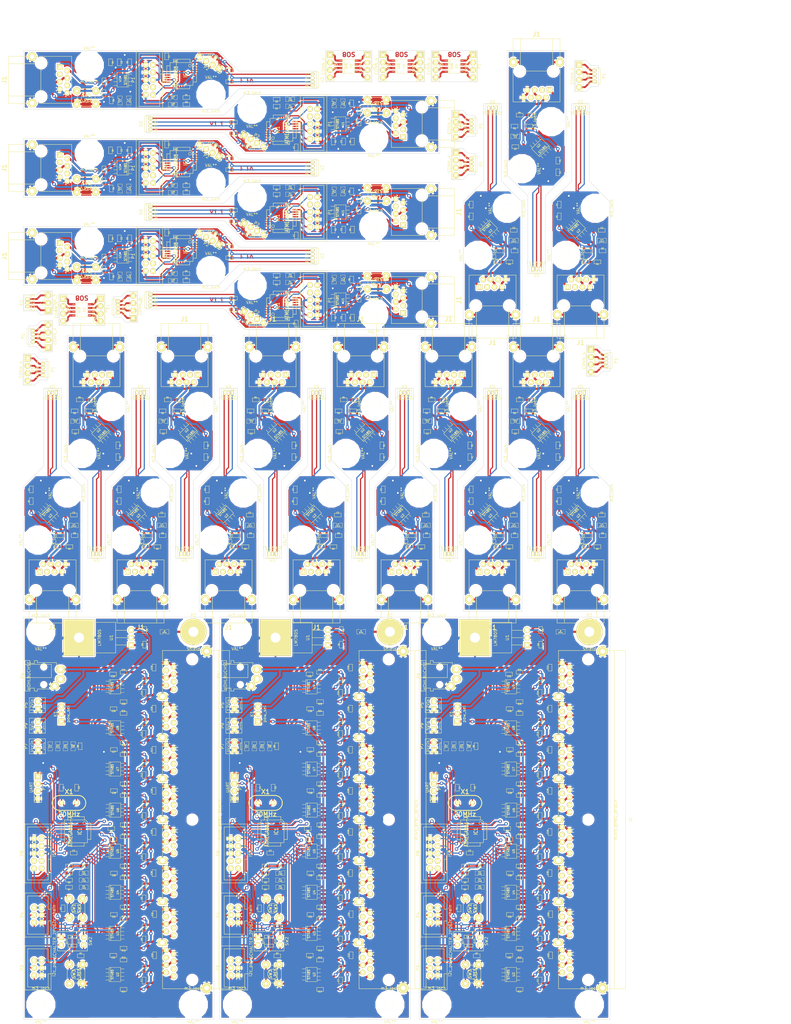
<source format=kicad_pcb>
(kicad_pcb (version 3) (host pcbnew "(2013-may-18)-stable")
  (layers (15 F.Cu signal) (0 B.Cu signal) (18 B.Paste user) (19 F.Paste user) (20 B.SilkS user) (21 F.SilkS user) (22 B.Mask user) (23 F.Mask user) (28 Edge.Cuts user))
  (net 0 "")
  (net 1 +12V)
  (net 2 /DI)
  (net 3 /LED1)
  (net 4 /LED2)
  (net 5 /LED3)
  (net 6 /LED4)
  (net 7 /MISO)
  (net 8 /MOSI)
  (net 9 /RESET)
  (net 10 /RX)
  (net 11 /SCK)
  (net 12 /SCL)
  (net 13 /SDA)
  (net 14 /SW1)
  (net 15 /TX)
  (net 16 /Vi2c)
  (net 17 /Vreg)
  (net 18 /XTAL1)
  (net 19 /XTAL2)
  (net 20 /ZAC_01)
  (net 21 /ZAC_02)
  (net 22 /ZAC_03)
  (net 23 /ZAC_04)
  (net 24 /ZAC_05)
  (net 25 /ZAC_06)
  (net 26 /ZAC_07)
  (net 27 /ZAC_08)
  (net 28 /z1a)
  (net 29 /z1b)
  (net 30 /z2a)
  (net 31 /z2b)
  (net 32 /z3a)
  (net 33 /z3b)
  (net 34 /z4a)
  (net 35 /z4b)
  (net 36 /z5a)
  (net 37 /z5b)
  (net 38 /z6a)
  (net 39 /z6b)
  (net 40 /z7a)
  (net 41 /z7b)
  (net 42 /z8a)
  (net 43 /z8b)
  (net 44 /za)
  (net 45 /zb)
  (net 46 GND)
  (net 47 N-000001)
  (net 48 N-0000010)
  (net 49 N-0000015)
  (net 50 N-0000017)
  (net 51 N-000002)
  (net 52 N-0000027)
  (net 53 N-0000028)
  (net 54 N-0000029)
  (net 55 N-000003)
  (net 56 N-0000035)
  (net 57 N-000004)
  (net 58 N-0000040)
  (net 59 N-0000043)
  (net 60 N-000005)
  (net 61 N-000006)
  (net 62 N-0000066)
  (net 63 N-0000067)
  (net 64 N-0000068)
  (net 65 N-000007)
  (net 66 N-0000071)
  (net 67 N-0000077)
  (net 68 N-0000078)
  (net 69 N-000008)
  (net 70 N-0000081)
  (net 71 N-0000088)
  (net 72 VCC)
  (module Stiftleiste_3x1 (layer F.Cu) (at 28.468 105.942 90)
    (fp_text reference K1 (at 0 -2.032 90) (layer F.SilkS))
    (fp_text value CONN_3 (at 0 2.286 90) (layer F.SilkS))
    (pad 1 thru_hole rect (at -2.54 0 90) (size 2 2) (drill 0.9) (layers *.Cu *.Mask F.SilkS) (net 55 N-000003))
    (pad 2 thru_hole circle (at 0 0 90) (size 2 2) (drill 0.9) (layers *.Cu *.Mask F.SilkS) (net 51 N-000002))
    (pad 3 thru_hole circle (at 2.54 0 90) (size 2 2) (drill 0.9) (layers *.Cu *.Mask F.SilkS) (net 47 N-000001))
  )
  (module Tsic_TO92 (layer F.Cu) (at 23.388 105.942 270)
    (fp_text reference K2 (at 0 4.064 270) (layer F.SilkS))
    (fp_text value CONN_3 (at 0 0 270) (layer F.SilkS))
    (pad 2 thru_hole oval (at 0 1.912 270) (size 1 1.7) (drill 0.6) (layers *.Cu *.Mask F.SilkS) (net 51 N-000002))
    (pad 1 thru_hole trapezoid (at -1.27 1.912 270) (size 1 1.7) (drill 0.6) (layers *.Cu *.Mask F.SilkS) (net 47 N-000001))
    (pad 3 thru_hole oval (at 1.27 1.912 270) (size 1 1.7) (drill 0.6) (layers *.Cu *.Mask F.SilkS) (net 55 N-000003))
  )
  (module Stiftleiste_4x1 (layer F.Cu) (at 167.512 45.666 270)
    (fp_text reference P2 (at 0 -2.032 270) (layer F.SilkS))
    (fp_text value CONN_4 (at 0 2.286 270) (layer F.SilkS))
    (pad 1 thru_hole rect (at -3.81 0 270) (size 2 2) (drill 0.9) (layers *.Cu *.Mask F.SilkS) (net 47 N-000001))
    (pad 2 thru_hole circle (at -1.27 0 270) (size 2 2) (drill 0.9) (layers *.Cu *.Mask F.SilkS) (net 51 N-000002))
    (pad 3 thru_hole circle (at 1.27 0 270) (size 2 2) (drill 0.9) (layers *.Cu *.Mask F.SilkS) (net 55 N-000003))
    (pad 4 thru_hole circle (at 3.81 0 270) (size 2 2) (drill 0.9) (layers *.Cu *.Mask F.SilkS) (net 57 N-000004))
  )
  (module HYT271 (layer F.Cu) (at 172.592 45.666 90)
    (fp_text reference P1 (at 0 3.429 90) (layer F.SilkS))
    (fp_text value CONN_4 (at 0 -1.778 90) (layer F.SilkS))
    (pad 2 thru_hole oval (at -0.635 0.127 90) (size 1 1.5) (drill 0.6) (layers *.Cu *.Mask F.SilkS) (net 55 N-000003))
    (pad 3 thru_hole oval (at 0.635 0.127 90) (size 1 1.5) (drill 0.6) (layers *.Cu *.Mask F.SilkS) (net 51 N-000002))
    (pad 4 thru_hole oval (at 1.905 0.127 90) (size 1 1.5) (drill 0.6) (layers *.Cu *.Mask F.SilkS) (net 47 N-000001))
    (pad 1 thru_hole trapezoid (at -1.905 0.127 90) (size 1 1.5) (drill 0.6) (layers *.Cu *.Mask F.SilkS) (net 57 N-000004))
  )
  (module Stiftleiste_4x1 (layer F.Cu) (at 167.512 58.666 270)
    (fp_text reference P2 (at 0 -2.032 270) (layer F.SilkS))
    (fp_text value CONN_4 (at 0 2.286 270) (layer F.SilkS))
    (pad 1 thru_hole rect (at -3.81 0 270) (size 2 2) (drill 0.9) (layers *.Cu *.Mask F.SilkS) (net 47 N-000001))
    (pad 2 thru_hole circle (at -1.27 0 270) (size 2 2) (drill 0.9) (layers *.Cu *.Mask F.SilkS) (net 51 N-000002))
    (pad 3 thru_hole circle (at 1.27 0 270) (size 2 2) (drill 0.9) (layers *.Cu *.Mask F.SilkS) (net 55 N-000003))
    (pad 4 thru_hole circle (at 3.81 0 270) (size 2 2) (drill 0.9) (layers *.Cu *.Mask F.SilkS) (net 57 N-000004))
  )
  (module HYT271 (layer F.Cu) (at 172.592 58.666 90)
    (fp_text reference P1 (at 0 3.429 90) (layer F.SilkS))
    (fp_text value CONN_4 (at 0 -1.778 90) (layer F.SilkS))
    (pad 2 thru_hole oval (at -0.635 0.127 90) (size 1 1.5) (drill 0.6) (layers *.Cu *.Mask F.SilkS) (net 55 N-000003))
    (pad 3 thru_hole oval (at 0.635 0.127 90) (size 1 1.5) (drill 0.6) (layers *.Cu *.Mask F.SilkS) (net 51 N-000002))
    (pad 4 thru_hole oval (at 1.905 0.127 90) (size 1 1.5) (drill 0.6) (layers *.Cu *.Mask F.SilkS) (net 47 N-000001))
    (pad 1 thru_hole trapezoid (at -1.905 0.127 90) (size 1 1.5) (drill 0.6) (layers *.Cu *.Mask F.SilkS) (net 57 N-000004))
  )
  (module Stiftleiste_4x1 (layer F.Cu) (at 209.512 28.666 270)
    (fp_text reference P2 (at 0 -2.032 270) (layer F.SilkS))
    (fp_text value CONN_4 (at 0 2.286 270) (layer F.SilkS))
    (pad 1 thru_hole rect (at -3.81 0 270) (size 2 2) (drill 0.9) (layers *.Cu *.Mask F.SilkS) (net 47 N-000001))
    (pad 2 thru_hole circle (at -1.27 0 270) (size 2 2) (drill 0.9) (layers *.Cu *.Mask F.SilkS) (net 51 N-000002))
    (pad 3 thru_hole circle (at 1.27 0 270) (size 2 2) (drill 0.9) (layers *.Cu *.Mask F.SilkS) (net 55 N-000003))
    (pad 4 thru_hole circle (at 3.81 0 270) (size 2 2) (drill 0.9) (layers *.Cu *.Mask F.SilkS) (net 57 N-000004))
  )
  (module HYT271 (layer F.Cu) (at 214.592 28.666 90)
    (fp_text reference P1 (at 0 3.429 90) (layer F.SilkS))
    (fp_text value CONN_4 (at 0 -1.778 90) (layer F.SilkS))
    (pad 2 thru_hole oval (at -0.635 0.127 90) (size 1 1.5) (drill 0.6) (layers *.Cu *.Mask F.SilkS) (net 55 N-000003))
    (pad 3 thru_hole oval (at 0.635 0.127 90) (size 1 1.5) (drill 0.6) (layers *.Cu *.Mask F.SilkS) (net 51 N-000002))
    (pad 4 thru_hole oval (at 1.905 0.127 90) (size 1 1.5) (drill 0.6) (layers *.Cu *.Mask F.SilkS) (net 47 N-000001))
    (pad 1 thru_hole trapezoid (at -1.905 0.127 90) (size 1 1.5) (drill 0.6) (layers *.Cu *.Mask F.SilkS) (net 57 N-000004))
  )
  (module Stiftleiste_4x1 (layer F.Cu) (at 142.626 25.342 270)
    (fp_text reference P3 (at 0 -2.032 270) (layer F.SilkS))
    (fp_text value CONN_4 (at 0 2.286 270) (layer F.SilkS))
    (pad 1 thru_hole rect (at -3.81 0 270) (size 2 2) (drill 0.9) (layers *.Cu *.Mask F.SilkS) (net 69 N-000008))
    (pad 2 thru_hole circle (at -1.27 0 270) (size 2 2) (drill 0.9) (layers *.Cu *.Mask F.SilkS) (net 65 N-000007))
    (pad 3 thru_hole circle (at 1.27 0 270) (size 2 2) (drill 0.9) (layers *.Cu *.Mask F.SilkS) (net 55 N-000003))
    (pad 4 thru_hole circle (at 3.81 0 270) (size 2 2) (drill 0.9) (layers *.Cu *.Mask F.SilkS) (net 51 N-000002))
  )
  (module Stiftleiste_4x1 (layer F.Cu) (at 155.326 25.342 270)
    (fp_text reference P1 (at 0 -2.032 270) (layer F.SilkS))
    (fp_text value CONN_4 (at 0 2.286 270) (layer F.SilkS))
    (pad 1 thru_hole rect (at -3.81 0 270) (size 2 2) (drill 0.9) (layers *.Cu *.Mask F.SilkS) (net 61 N-000006))
    (pad 2 thru_hole circle (at -1.27 0 270) (size 2 2) (drill 0.9) (layers *.Cu *.Mask F.SilkS) (net 60 N-000005))
    (pad 3 thru_hole circle (at 1.27 0 270) (size 2 2) (drill 0.9) (layers *.Cu *.Mask F.SilkS) (net 47 N-000001))
    (pad 4 thru_hole circle (at 3.81 0 270) (size 2 2) (drill 0.9) (layers *.Cu *.Mask F.SilkS) (net 57 N-000004))
  )
  (module st485 (layer F.Cu) (at 150.8683 25.342 270)
    (fp_text reference P2 (at 0 1 270) (layer F.SilkS) (effects (font (size 0.7493 0.7493) (thickness 0.14986))))
    (fp_text value so8 (at 0 2.8 270) (layer F.SilkS) (effects (font (size 0.7493 0.7493) (thickness 0.14986))))
    (pad 1 smd rect (at -1.908 5.1 270) (size 0.75 2) (layers F.Cu F.Paste F.Mask) (net 69 N-000008))
    (pad 2 smd rect (at -0.638 5.1 270) (size 0.75 2) (layers F.Cu F.Paste F.Mask) (net 65 N-000007))
    (pad 3 smd rect (at 0.632 5.1 270) (size 0.75 2) (layers F.Cu F.Paste F.Mask) (net 55 N-000003))
    (pad 4 smd rect (at 1.902 5.1 270) (size 0.75 2) (layers F.Cu F.Paste F.Mask) (net 51 N-000002))
    (pad 5 smd rect (at 1.902 -1.2 270) (size 0.75 2) (layers F.Cu F.Paste F.Mask) (net 57 N-000004))
    (pad 6 smd rect (at 0.632 -1.2 270) (size 0.75 2) (layers F.Cu F.Paste F.Mask) (net 47 N-000001))
    (pad 7 smd rect (at -0.638 -1.2 270) (size 0.75 2) (layers F.Cu F.Paste F.Mask) (net 60 N-000005))
    (pad 8 smd rect (at -1.908 -1.2 270) (size 0.75 2) (layers F.Cu F.Paste F.Mask) (net 61 N-000006))
  )
  (module Stiftleiste_4x1 (layer F.Cu) (at 124.626 25.342 270)
    (fp_text reference P3 (at 0 -2.032 270) (layer F.SilkS))
    (fp_text value CONN_4 (at 0 2.286 270) (layer F.SilkS))
    (pad 1 thru_hole rect (at -3.81 0 270) (size 2 2) (drill 0.9) (layers *.Cu *.Mask F.SilkS) (net 69 N-000008))
    (pad 2 thru_hole circle (at -1.27 0 270) (size 2 2) (drill 0.9) (layers *.Cu *.Mask F.SilkS) (net 65 N-000007))
    (pad 3 thru_hole circle (at 1.27 0 270) (size 2 2) (drill 0.9) (layers *.Cu *.Mask F.SilkS) (net 55 N-000003))
    (pad 4 thru_hole circle (at 3.81 0 270) (size 2 2) (drill 0.9) (layers *.Cu *.Mask F.SilkS) (net 51 N-000002))
  )
  (module Stiftleiste_4x1 (layer F.Cu) (at 137.326 25.342 270)
    (fp_text reference P1 (at 0 -2.032 270) (layer F.SilkS))
    (fp_text value CONN_4 (at 0 2.286 270) (layer F.SilkS))
    (pad 1 thru_hole rect (at -3.81 0 270) (size 2 2) (drill 0.9) (layers *.Cu *.Mask F.SilkS) (net 61 N-000006))
    (pad 2 thru_hole circle (at -1.27 0 270) (size 2 2) (drill 0.9) (layers *.Cu *.Mask F.SilkS) (net 60 N-000005))
    (pad 3 thru_hole circle (at 1.27 0 270) (size 2 2) (drill 0.9) (layers *.Cu *.Mask F.SilkS) (net 47 N-000001))
    (pad 4 thru_hole circle (at 3.81 0 270) (size 2 2) (drill 0.9) (layers *.Cu *.Mask F.SilkS) (net 57 N-000004))
  )
  (module st485 (layer F.Cu) (at 132.8683 25.342 270)
    (fp_text reference P2 (at 0 1 270) (layer F.SilkS) (effects (font (size 0.7493 0.7493) (thickness 0.14986))))
    (fp_text value so8 (at 0 2.8 270) (layer F.SilkS) (effects (font (size 0.7493 0.7493) (thickness 0.14986))))
    (pad 1 smd rect (at -1.908 5.1 270) (size 0.75 2) (layers F.Cu F.Paste F.Mask) (net 69 N-000008))
    (pad 2 smd rect (at -0.638 5.1 270) (size 0.75 2) (layers F.Cu F.Paste F.Mask) (net 65 N-000007))
    (pad 3 smd rect (at 0.632 5.1 270) (size 0.75 2) (layers F.Cu F.Paste F.Mask) (net 55 N-000003))
    (pad 4 smd rect (at 1.902 5.1 270) (size 0.75 2) (layers F.Cu F.Paste F.Mask) (net 51 N-000002))
    (pad 5 smd rect (at 1.902 -1.2 270) (size 0.75 2) (layers F.Cu F.Paste F.Mask) (net 57 N-000004))
    (pad 6 smd rect (at 0.632 -1.2 270) (size 0.75 2) (layers F.Cu F.Paste F.Mask) (net 47 N-000001))
    (pad 7 smd rect (at -0.638 -1.2 270) (size 0.75 2) (layers F.Cu F.Paste F.Mask) (net 60 N-000005))
    (pad 8 smd rect (at -1.908 -1.2 270) (size 0.75 2) (layers F.Cu F.Paste F.Mask) (net 61 N-000006))
  )
  (module Stiftleiste_4x1 (layer F.Cu) (at 33.626 108.342 270)
    (fp_text reference P3 (at 0 -2.032 270) (layer F.SilkS))
    (fp_text value CONN_4 (at 0 2.286 270) (layer F.SilkS))
    (pad 1 thru_hole rect (at -3.81 0 270) (size 2 2) (drill 0.9) (layers *.Cu *.Mask F.SilkS) (net 69 N-000008))
    (pad 2 thru_hole circle (at -1.27 0 270) (size 2 2) (drill 0.9) (layers *.Cu *.Mask F.SilkS) (net 65 N-000007))
    (pad 3 thru_hole circle (at 1.27 0 270) (size 2 2) (drill 0.9) (layers *.Cu *.Mask F.SilkS) (net 55 N-000003))
    (pad 4 thru_hole circle (at 3.81 0 270) (size 2 2) (drill 0.9) (layers *.Cu *.Mask F.SilkS) (net 51 N-000002))
  )
  (module Stiftleiste_4x1 (layer F.Cu) (at 46.326 108.342 270)
    (fp_text reference P1 (at 0 -2.032 270) (layer F.SilkS))
    (fp_text value CONN_4 (at 0 2.286 270) (layer F.SilkS))
    (pad 1 thru_hole rect (at -3.81 0 270) (size 2 2) (drill 0.9) (layers *.Cu *.Mask F.SilkS) (net 61 N-000006))
    (pad 2 thru_hole circle (at -1.27 0 270) (size 2 2) (drill 0.9) (layers *.Cu *.Mask F.SilkS) (net 60 N-000005))
    (pad 3 thru_hole circle (at 1.27 0 270) (size 2 2) (drill 0.9) (layers *.Cu *.Mask F.SilkS) (net 47 N-000001))
    (pad 4 thru_hole circle (at 3.81 0 270) (size 2 2) (drill 0.9) (layers *.Cu *.Mask F.SilkS) (net 57 N-000004))
  )
  (module st485 (layer F.Cu) (at 41.8683 108.342 270)
    (fp_text reference P2 (at 0 1 270) (layer F.SilkS) (effects (font (size 0.7493 0.7493) (thickness 0.14986))))
    (fp_text value so8 (at 0 2.8 270) (layer F.SilkS) (effects (font (size 0.7493 0.7493) (thickness 0.14986))))
    (pad 1 smd rect (at -1.908 5.1 270) (size 0.75 2) (layers F.Cu F.Paste F.Mask) (net 69 N-000008))
    (pad 2 smd rect (at -0.638 5.1 270) (size 0.75 2) (layers F.Cu F.Paste F.Mask) (net 65 N-000007))
    (pad 3 smd rect (at 0.632 5.1 270) (size 0.75 2) (layers F.Cu F.Paste F.Mask) (net 55 N-000003))
    (pad 4 smd rect (at 1.902 5.1 270) (size 0.75 2) (layers F.Cu F.Paste F.Mask) (net 51 N-000002))
    (pad 5 smd rect (at 1.902 -1.2 270) (size 0.75 2) (layers F.Cu F.Paste F.Mask) (net 57 N-000004))
    (pad 6 smd rect (at 0.632 -1.2 270) (size 0.75 2) (layers F.Cu F.Paste F.Mask) (net 47 N-000001))
    (pad 7 smd rect (at -0.638 -1.2 270) (size 0.75 2) (layers F.Cu F.Paste F.Mask) (net 60 N-000005))
    (pad 8 smd rect (at -1.908 -1.2 270) (size 0.75 2) (layers F.Cu F.Paste F.Mask) (net 61 N-000006))
  )
  (module Stiftleiste_4x1 (layer F.Cu) (at 213.512 125.666 270)
    (fp_text reference P2 (at 0 -2.032 270) (layer F.SilkS))
    (fp_text value CONN_4 (at 0 2.286 270) (layer F.SilkS))
    (pad 1 thru_hole rect (at -3.81 0 270) (size 2 2) (drill 0.9) (layers *.Cu *.Mask F.SilkS) (net 47 N-000001))
    (pad 2 thru_hole circle (at -1.27 0 270) (size 2 2) (drill 0.9) (layers *.Cu *.Mask F.SilkS) (net 51 N-000002))
    (pad 3 thru_hole circle (at 1.27 0 270) (size 2 2) (drill 0.9) (layers *.Cu *.Mask F.SilkS) (net 55 N-000003))
    (pad 4 thru_hole circle (at 3.81 0 270) (size 2 2) (drill 0.9) (layers *.Cu *.Mask F.SilkS) (net 57 N-000004))
  )
  (module HYT271 (layer F.Cu) (at 218.592 125.666 90)
    (fp_text reference P1 (at 0 3.429 90) (layer F.SilkS))
    (fp_text value CONN_4 (at 0 -1.778 90) (layer F.SilkS))
    (pad 2 thru_hole oval (at -0.635 0.127 90) (size 1 1.5) (drill 0.6) (layers *.Cu *.Mask F.SilkS) (net 55 N-000003))
    (pad 3 thru_hole oval (at 0.635 0.127 90) (size 1 1.5) (drill 0.6) (layers *.Cu *.Mask F.SilkS) (net 51 N-000002))
    (pad 4 thru_hole oval (at 1.905 0.127 90) (size 1 1.5) (drill 0.6) (layers *.Cu *.Mask F.SilkS) (net 47 N-000001))
    (pad 1 thru_hole trapezoid (at -1.905 0.127 90) (size 1 1.5) (drill 0.6) (layers *.Cu *.Mask F.SilkS) (net 57 N-000004))
  )
  (module Stiftleiste_4x1 (layer F.Cu) (at 21.512 128.666 270)
    (fp_text reference P2 (at 0 -2.032 270) (layer F.SilkS))
    (fp_text value CONN_4 (at 0 2.286 270) (layer F.SilkS))
    (pad 1 thru_hole rect (at -3.81 0 270) (size 2 2) (drill 0.9) (layers *.Cu *.Mask F.SilkS) (net 47 N-000001))
    (pad 2 thru_hole circle (at -1.27 0 270) (size 2 2) (drill 0.9) (layers *.Cu *.Mask F.SilkS) (net 51 N-000002))
    (pad 3 thru_hole circle (at 1.27 0 270) (size 2 2) (drill 0.9) (layers *.Cu *.Mask F.SilkS) (net 55 N-000003))
    (pad 4 thru_hole circle (at 3.81 0 270) (size 2 2) (drill 0.9) (layers *.Cu *.Mask F.SilkS) (net 57 N-000004))
  )
  (module HYT271 (layer F.Cu) (at 26.592 128.666 90)
    (fp_text reference P1 (at 0 3.429 90) (layer F.SilkS))
    (fp_text value CONN_4 (at 0 -1.778 90) (layer F.SilkS))
    (pad 2 thru_hole oval (at -0.635 0.127 90) (size 1 1.5) (drill 0.6) (layers *.Cu *.Mask F.SilkS) (net 55 N-000003))
    (pad 3 thru_hole oval (at 0.635 0.127 90) (size 1 1.5) (drill 0.6) (layers *.Cu *.Mask F.SilkS) (net 51 N-000002))
    (pad 4 thru_hole oval (at 1.905 0.127 90) (size 1 1.5) (drill 0.6) (layers *.Cu *.Mask F.SilkS) (net 47 N-000001))
    (pad 1 thru_hole trapezoid (at -1.905 0.127 90) (size 1 1.5) (drill 0.6) (layers *.Cu *.Mask F.SilkS) (net 57 N-000004))
  )
  (module HYT271 (layer F.Cu) (at 52.408 107.334 270)
    (fp_text reference P1 (at 0 3.429 270) (layer F.SilkS))
    (fp_text value CONN_4 (at 0 -1.778 270) (layer F.SilkS))
    (pad 2 thru_hole oval (at -0.635 0.127 270) (size 1 1.5) (drill 0.6) (layers *.Cu *.Mask F.SilkS) (net 55 N-000003))
    (pad 3 thru_hole oval (at 0.635 0.127 270) (size 1 1.5) (drill 0.6) (layers *.Cu *.Mask F.SilkS) (net 51 N-000002))
    (pad 4 thru_hole oval (at 1.905 0.127 270) (size 1 1.5) (drill 0.6) (layers *.Cu *.Mask F.SilkS) (net 47 N-000001))
    (pad 1 thru_hole trapezoid (at -1.905 0.127 270) (size 1 1.5) (drill 0.6) (layers *.Cu *.Mask F.SilkS) (net 57 N-000004))
  )
  (module Stiftleiste_4x1 (layer F.Cu) (at 57.488 107.334 90)
    (fp_text reference P2 (at 0 -2.032 90) (layer F.SilkS))
    (fp_text value CONN_4 (at 0 2.286 90) (layer F.SilkS))
    (pad 1 thru_hole rect (at -3.81 0 90) (size 2 2) (drill 0.9) (layers *.Cu *.Mask F.SilkS) (net 47 N-000001))
    (pad 2 thru_hole circle (at -1.27 0 90) (size 2 2) (drill 0.9) (layers *.Cu *.Mask F.SilkS) (net 51 N-000002))
    (pad 3 thru_hole circle (at 1.27 0 90) (size 2 2) (drill 0.9) (layers *.Cu *.Mask F.SilkS) (net 55 N-000003))
    (pad 4 thru_hole circle (at 3.81 0 90) (size 2 2) (drill 0.9) (layers *.Cu *.Mask F.SilkS) (net 57 N-000004))
  )
  (module SM0603_big (layer F.Cu) (at 90.2 86.8)
    (fp_text reference R8 (at 0 -0.8) (layer F.SilkS) (effects (font (size 0.508 0.4572) (thickness 0.1143))))
    (fp_text value 2k2 hide)
    (pad 1 smd rect (at -0.945 0) (size 1 1.143) (layers F.Cu F.Paste F.Mask) (net 12 /SCL))
    (pad 2 smd rect (at 0.945 0) (size 1 1.143) (layers F.Cu F.Paste F.Mask) (net 72 VCC))
  )
  (module SM0603_big (layer F.Cu) (at 90.2 90.6)
    (fp_text reference R7 (at 0 -0.8) (layer F.SilkS) (effects (font (size 0.508 0.4572) (thickness 0.1143))))
    (fp_text value 2k2 hide)
    (pad 1 smd rect (at -0.945 0) (size 1 1.143) (layers F.Cu F.Paste F.Mask) (net 13 /SDA))
    (pad 2 smd rect (at 0.945 0) (size 1 1.143) (layers F.Cu F.Paste F.Mask) (net 72 VCC))
  )
  (module SM0603_big (layer F.Cu) (at 56.3 84 90)
    (fp_text reference R3 (at 0 -0.8 90) (layer F.SilkS) (effects (font (size 0.508 0.4572) (thickness 0.1143))))
    (fp_text value 10k hide)
    (pad 1 smd rect (at -0.945 0 90) (size 1 1.143) (layers F.Cu F.Paste F.Mask) (net 9 /RESET))
    (pad 2 smd rect (at 0.945 0 90) (size 1 1.143) (layers F.Cu F.Paste F.Mask) (net 72 VCC))
  )
  (module HYT271 (layer F.Cu) (at 118.5 90 90)
    (fp_text reference U2 (at 0 3.429 90) (layer F.SilkS))
    (fp_text value HYT271 (at 0 -1.778 90) (layer F.SilkS))
    (pad 2 thru_hole oval (at -0.635 0.127 90) (size 1 1.5) (drill 0.6) (layers *.Cu *.Mask F.SilkS) (net 46 GND))
    (pad 3 thru_hole oval (at 0.635 0.127 90) (size 1 1.5) (drill 0.6) (layers *.Cu *.Mask F.SilkS) (net 72 VCC))
    (pad 4 thru_hole oval (at 1.905 0.127 90) (size 1 1.5) (drill 0.6) (layers *.Cu *.Mask F.SilkS) (net 12 /SCL))
    (pad 1 thru_hole trapezoid (at -1.905 0.127 90) (size 1 1.5) (drill 0.6) (layers *.Cu *.Mask F.SilkS) (net 13 /SDA))
  )
  (module m3_loch (layer F.Cu) (at 84 95 180)
    (fp_text reference m3_loch (at 0 -5.588 180) (layer F.SilkS))
    (fp_text value VAL** (at 0 5.842 180) (layer F.SilkS))
    (pad "" np_thru_hole circle (at 0 0 180) (size 3.4 3.4) (drill 3.4) (layers *.Cu *.Mask F.SilkS) (clearance 3.3))
  )
  (module m3_loch (layer F.Cu) (at 42.5 85 180)
    (fp_text reference m3_loch (at 0 -5.588 180) (layer F.SilkS))
    (fp_text value VAL** (at 0 5.842 180) (layer F.SilkS))
    (pad "" np_thru_hole circle (at 0 0 180) (size 3.4 3.4) (drill 3.4) (layers *.Cu *.Mask F.SilkS) (clearance 3.3))
  )
  (module SM0603_big (layer F.Cu) (at 47.5 94.5 90)
    (fp_text reference R6 (at 0 -0.8 90) (layer F.SilkS) (effects (font (size 0.508 0.4572) (thickness 0.1143))))
    (fp_text value 120 hide)
    (pad 1 smd rect (at -0.945 0 90) (size 1 1.143) (layers F.Cu F.Paste F.Mask) (net 45 /zb))
    (pad 2 smd rect (at 0.945 0 90) (size 1 1.143) (layers F.Cu F.Paste F.Mask) (net 49 N-0000015))
  )
  (module SM0603_big (layer F.Cu) (at 85.5 82.5 330)
    (fp_text reference C6 (at 0 -0.8 330) (layer F.SilkS) (effects (font (size 0.508 0.4572) (thickness 0.1143))))
    (fp_text value 100nF hide)
    (pad 1 smd rect (at -0.945 0 330) (size 1 1.143) (layers F.Cu F.Paste F.Mask) (net 72 VCC))
    (pad 2 smd rect (at 0.945 0 330) (size 1 1.143) (layers F.Cu F.Paste F.Mask) (net 46 GND))
  )
  (module SM0603_big (layer F.Cu) (at 75.6 96)
    (fp_text reference D1 (at 0 -0.8) (layer F.SilkS) (effects (font (size 0.508 0.4572) (thickness 0.1143))))
    (fp_text value LED hide)
    (pad 1 smd rect (at -0.945 0) (size 1 1.143) (layers F.Cu F.Paste F.Mask) (net 51 N-000002))
    (pad 2 smd rect (at 0.945 0) (size 1 1.143) (layers F.Cu F.Paste F.Mask) (net 3 /LED1))
  )
  (module SM0603_big (layer F.Cu) (at 68.9 82 270)
    (fp_text reference C1 (at 0 -0.8 270) (layer F.SilkS) (effects (font (size 0.508 0.4572) (thickness 0.1143))))
    (fp_text value 100nF hide)
    (pad 1 smd rect (at -0.945 0 270) (size 1 1.143) (layers F.Cu F.Paste F.Mask) (net 46 GND))
    (pad 2 smd rect (at 0.945 0 270) (size 1 1.143) (layers F.Cu F.Paste F.Mask) (net 72 VCC))
  )
  (module SM0603_big (layer F.Cu) (at 75.6 98.4)
    (fp_text reference D2 (at 0 -0.8) (layer F.SilkS) (effects (font (size 0.508 0.4572) (thickness 0.1143))))
    (fp_text value LED hide)
    (pad 1 smd rect (at -0.945 0) (size 1 1.143) (layers F.Cu F.Paste F.Mask) (net 50 N-0000017))
    (pad 2 smd rect (at 0.945 0) (size 1 1.143) (layers F.Cu F.Paste F.Mask) (net 4 /LED2))
  )
  (module SM0603_big (layer F.Cu) (at 52.75 84 270)
    (fp_text reference C3 (at 0 -0.8 270) (layer F.SilkS) (effects (font (size 0.508 0.4572) (thickness 0.1143))))
    (fp_text value 100nF hide)
    (pad 1 smd rect (at -0.945 0 270) (size 1 1.143) (layers F.Cu F.Paste F.Mask) (net 72 VCC))
    (pad 2 smd rect (at 0.945 0 270) (size 1 1.143) (layers F.Cu F.Paste F.Mask) (net 46 GND))
  )
  (module SM0603_big (layer F.Cu) (at 50 97 270)
    (fp_text reference R5 (at 0 -0.8 270) (layer F.SilkS) (effects (font (size 0.508 0.4572) (thickness 0.1143))))
    (fp_text value 22k hide)
    (pad 1 smd rect (at -0.945 0 270) (size 1 1.143) (layers F.Cu F.Paste F.Mask) (net 45 /zb))
    (pad 2 smd rect (at 0.945 0 270) (size 1 1.143) (layers F.Cu F.Paste F.Mask) (net 46 GND))
  )
  (module SM0603_big (layer F.Cu) (at 49.75 84 270)
    (fp_text reference R4 (at 0 -0.8 270) (layer F.SilkS) (effects (font (size 0.508 0.4572) (thickness 0.1143))))
    (fp_text value 22k hide)
    (pad 1 smd rect (at -0.945 0 270) (size 1 1.143) (layers F.Cu F.Paste F.Mask) (net 72 VCC))
    (pad 2 smd rect (at 0.945 0 270) (size 1 1.143) (layers F.Cu F.Paste F.Mask) (net 44 /za))
  )
  (module SM0603_big (layer F.Cu) (at 47.5 90.5 270)
    (fp_text reference C5 (at 0 -0.8 270) (layer F.SilkS) (effects (font (size 0.508 0.4572) (thickness 0.1143))))
    (fp_text value 100nF hide)
    (pad 1 smd rect (at -0.945 0 270) (size 1 1.143) (layers F.Cu F.Paste F.Mask) (net 44 /za))
    (pad 2 smd rect (at 0.945 0 270) (size 1 1.143) (layers F.Cu F.Paste F.Mask) (net 49 N-0000015))
  )
  (module SM0805_big (layer F.Cu) (at 71 96 180)
    (fp_text reference R1 (at 0 -0.3175 180) (layer F.SilkS) (effects (font (size 0.50038 0.50038) (thickness 0.10922))))
    (fp_text value 150 (at 0 0.381 180) (layer F.SilkS) (effects (font (size 0.50038 0.50038) (thickness 0.10922))))
    (pad 1 smd rect (at -1.108 0 180) (size 1.2 1.397) (layers F.Cu F.Paste F.Mask) (net 51 N-000002))
    (pad 2 smd rect (at 1.108 0 180) (size 1.2 1.397) (layers F.Cu F.Paste F.Mask) (net 72 VCC))
  )
  (module SM0805_big (layer F.Cu) (at 71 98.4 180)
    (fp_text reference R2 (at 0 -0.3175 180) (layer F.SilkS) (effects (font (size 0.50038 0.50038) (thickness 0.10922))))
    (fp_text value 150 (at 0 0.381 180) (layer F.SilkS) (effects (font (size 0.50038 0.50038) (thickness 0.10922))))
    (pad 1 smd rect (at -1.108 0 180) (size 1.2 1.397) (layers F.Cu F.Paste F.Mask) (net 50 N-0000017))
    (pad 2 smd rect (at 1.108 0 180) (size 1.2 1.397) (layers F.Cu F.Paste F.Mask) (net 72 VCC))
  )
  (module SM0805_big (layer F.Cu) (at 56 97 90)
    (fp_text reference C2 (at 0 -0.3175 90) (layer F.SilkS) (effects (font (size 0.50038 0.50038) (thickness 0.10922))))
    (fp_text value 10uF (at 0 0.381 90) (layer F.SilkS) (effects (font (size 0.50038 0.50038) (thickness 0.10922))))
    (pad 1 smd rect (at -1.108 0 90) (size 1.2 1.397) (layers F.Cu F.Paste F.Mask) (net 46 GND))
    (pad 2 smd rect (at 1.108 0 90) (size 1.2 1.397) (layers F.Cu F.Paste F.Mask) (net 72 VCC))
  )
  (module SM0805_big (layer F.Cu) (at 53 97 270)
    (fp_text reference C4 (at 0 -0.3175 270) (layer F.SilkS) (effects (font (size 0.50038 0.50038) (thickness 0.10922))))
    (fp_text value 10uF (at 0 0.381 270) (layer F.SilkS) (effects (font (size 0.50038 0.50038) (thickness 0.10922))))
    (pad 1 smd rect (at -1.108 0 270) (size 1.2 1.397) (layers F.Cu F.Paste F.Mask) (net 72 VCC))
    (pad 2 smd rect (at 1.108 0 270) (size 1.2 1.397) (layers F.Cu F.Paste F.Mask) (net 46 GND))
  )
  (module st485 (layer F.Cu) (at 52 90 90)
    (fp_text reference U1 (at 0 1 90) (layer F.SilkS) (effects (font (size 0.7493 0.7493) (thickness 0.14986))))
    (fp_text value ST485 (at 0 2.8 90) (layer F.SilkS) (effects (font (size 0.7493 0.7493) (thickness 0.14986))))
    (pad 1 smd rect (at -1.908 5.1 90) (size 0.75 2) (layers F.Cu F.Paste F.Mask))
    (pad 2 smd rect (at -0.638 5.1 90) (size 0.75 2) (layers F.Cu F.Paste F.Mask) (net 72 VCC))
    (pad 3 smd rect (at 0.632 5.1 90) (size 0.75 2) (layers F.Cu F.Paste F.Mask) (net 72 VCC))
    (pad 4 smd rect (at 1.902 5.1 90) (size 0.75 2) (layers F.Cu F.Paste F.Mask) (net 2 /DI))
    (pad 5 smd rect (at 1.902 -1.2 90) (size 0.75 2) (layers F.Cu F.Paste F.Mask) (net 46 GND))
    (pad 6 smd rect (at 0.632 -1.2 90) (size 0.75 2) (layers F.Cu F.Paste F.Mask) (net 44 /za))
    (pad 7 smd rect (at -0.638 -1.2 90) (size 0.75 2) (layers F.Cu F.Paste F.Mask) (net 45 /zb))
    (pad 8 smd rect (at -1.908 -1.2 90) (size 0.75 2) (layers F.Cu F.Paste F.Mask) (net 72 VCC))
  )
  (module Stiftleiste_4x1 (layer F.Cu) (at 83.4 84.2 150)
    (fp_text reference P2 (at 0 -2.032 150) (layer F.SilkS))
    (fp_text value UART (at 0 2.286 150) (layer F.SilkS))
    (pad 1 thru_hole rect (at -3.81 0 150) (size 2 2) (drill 0.9) (layers *.Cu *.Mask F.SilkS) (net 46 GND))
    (pad 2 thru_hole circle (at -1.27 0 150) (size 2 2) (drill 0.9) (layers *.Cu *.Mask F.SilkS) (net 15 /TX))
    (pad 3 thru_hole circle (at 1.27 0 150) (size 2 2) (drill 0.9) (layers *.Cu *.Mask F.SilkS) (net 10 /RX))
    (pad 4 thru_hole circle (at 3.81 0 150) (size 2 2) (drill 0.9) (layers *.Cu *.Mask F.SilkS) (net 72 VCC))
  )
  (module Taster_6mm (layer F.Cu) (at 41.5 96)
    (fp_text reference SW1 (at 0 -0.762) (layer F.SilkS) (effects (font (size 1.016 1.016) (thickness 0.2032))))
    (fp_text value SW_RESET (at 0 1.016) (layer F.SilkS) (effects (font (size 1.016 1.016) (thickness 0.2032))))
    (pad 1 thru_hole circle (at 3.2512 -2.25044) (size 2.49936 2.49936) (drill 1) (layers *.Cu *.Mask F.SilkS) (net 9 /RESET))
    (pad 2 thru_hole circle (at 3.2512 2.25044) (size 2.49936 2.49936) (drill 1) (layers *.Cu *.Mask F.SilkS) (net 46 GND))
    (pad 1 thru_hole circle (at -3.2512 -2.25044) (size 2.49936 2.49936) (drill 1) (layers *.Cu *.Mask F.SilkS) (net 9 /RESET))
    (pad 2 thru_hole circle (at -3.2512 2.25044) (size 2.49936 2.49936) (drill 1) (layers *.Cu *.Mask F.SilkS) (net 46 GND))
  )
  (module TQFP32 (layer F.Cu) (at 74 88 270)
    (fp_text reference IC1 (at 0 -1.27 270) (layer F.SilkS) (effects (font (size 1.27 1.016) (thickness 0.2032))))
    (fp_text value ATMEGA88-A (at 0 1.905 270) (layer F.SilkS) (effects (font (size 1.27 1.016) (thickness 0.2032))))
    (pad 8 smd rect (at -4.81584 2.77622 270) (size 1.99898 0.44958) (layers F.Cu F.Paste F.Mask))
    (pad 7 smd rect (at -4.81584 1.97612 270) (size 1.99898 0.44958) (layers F.Cu F.Paste F.Mask))
    (pad 6 smd rect (at -4.81584 1.17602 270) (size 1.99898 0.44958) (layers F.Cu F.Paste F.Mask) (net 72 VCC))
    (pad 5 smd rect (at -4.81584 0.37592 270) (size 1.99898 0.44958) (layers F.Cu F.Paste F.Mask) (net 46 GND))
    (pad 4 smd rect (at -4.81584 -0.42418 270) (size 1.99898 0.44958) (layers F.Cu F.Paste F.Mask) (net 72 VCC))
    (pad 3 smd rect (at -4.81584 -1.22428 270) (size 1.99898 0.44958) (layers F.Cu F.Paste F.Mask) (net 46 GND))
    (pad 2 smd rect (at -4.81584 -2.02438 270) (size 1.99898 0.44958) (layers F.Cu F.Paste F.Mask))
    (pad 1 smd rect (at -4.81584 -2.82448 270) (size 1.99898 0.44958) (layers F.Cu F.Paste F.Mask))
    (pad 24 smd rect (at 4.7498 -2.8194 270) (size 1.99898 0.44958) (layers F.Cu F.Paste F.Mask) (net 4 /LED2))
    (pad 17 smd rect (at 4.7498 2.794 270) (size 1.99898 0.44958) (layers F.Cu F.Paste F.Mask) (net 11 /SCK))
    (pad 18 smd rect (at 4.7498 1.9812 270) (size 1.99898 0.44958) (layers F.Cu F.Paste F.Mask) (net 72 VCC))
    (pad 19 smd rect (at 4.7498 1.1684 270) (size 1.99898 0.44958) (layers F.Cu F.Paste F.Mask))
    (pad 20 smd rect (at 4.7498 0.381 270) (size 1.99898 0.44958) (layers F.Cu F.Paste F.Mask))
    (pad 21 smd rect (at 4.7498 -0.4318 270) (size 1.99898 0.44958) (layers F.Cu F.Paste F.Mask) (net 46 GND))
    (pad 22 smd rect (at 4.7498 -1.2192 270) (size 1.99898 0.44958) (layers F.Cu F.Paste F.Mask))
    (pad 23 smd rect (at 4.7498 -2.032 270) (size 1.99898 0.44958) (layers F.Cu F.Paste F.Mask) (net 3 /LED1))
    (pad 32 smd rect (at -2.82448 -4.826 270) (size 0.44958 1.99898) (layers F.Cu F.Paste F.Mask))
    (pad 31 smd rect (at -2.02692 -4.826 270) (size 0.44958 1.99898) (layers F.Cu F.Paste F.Mask) (net 15 /TX))
    (pad 30 smd rect (at -1.22428 -4.826 270) (size 0.44958 1.99898) (layers F.Cu F.Paste F.Mask) (net 10 /RX))
    (pad 29 smd rect (at -0.42672 -4.826 270) (size 0.44958 1.99898) (layers F.Cu F.Paste F.Mask) (net 9 /RESET))
    (pad 28 smd rect (at 0.37592 -4.826 270) (size 0.44958 1.99898) (layers F.Cu F.Paste F.Mask) (net 12 /SCL))
    (pad 27 smd rect (at 1.17348 -4.826 270) (size 0.44958 1.99898) (layers F.Cu F.Paste F.Mask) (net 13 /SDA))
    (pad 26 smd rect (at 1.97612 -4.826 270) (size 0.44958 1.99898) (layers F.Cu F.Paste F.Mask))
    (pad 25 smd rect (at 2.77368 -4.826 270) (size 0.44958 1.99898) (layers F.Cu F.Paste F.Mask))
    (pad 9 smd rect (at -2.8194 4.7752 270) (size 0.44958 1.99898) (layers F.Cu F.Paste F.Mask))
    (pad 10 smd rect (at -2.032 4.7752 270) (size 0.44958 1.99898) (layers F.Cu F.Paste F.Mask) (net 2 /DI))
    (pad 11 smd rect (at -1.2192 4.7752 270) (size 0.44958 1.99898) (layers F.Cu F.Paste F.Mask))
    (pad 12 smd rect (at -0.4318 4.7752 270) (size 0.44958 1.99898) (layers F.Cu F.Paste F.Mask))
    (pad 13 smd rect (at 0.3556 4.7752 270) (size 0.44958 1.99898) (layers F.Cu F.Paste F.Mask))
    (pad 14 smd rect (at 1.1684 4.7752 270) (size 0.44958 1.99898) (layers F.Cu F.Paste F.Mask))
    (pad 15 smd rect (at 1.9812 4.7752 270) (size 0.44958 1.99898) (layers F.Cu F.Paste F.Mask) (net 8 /MOSI))
    (pad 16 smd rect (at 2.794 4.7752 270) (size 0.44958 1.99898) (layers F.Cu F.Paste F.Mask) (net 7 /MISO))
  )
  (module RJ45_8P8_simple (layer F.Cu) (at 35 90 90)
    (fp_text reference J1 (at 0 -21.5 90) (layer F.SilkS) (effects (font (size 1.524 1.524) (thickness 0.3048))))
    (fp_text value RJ45 (at 0.14224 -0.1016 90) (layer F.SilkS) (effects (font (size 1.00076 1.00076) (thickness 0.2032))))
    (pad "" np_thru_hole circle (at -5.715 -8.9 270) (size 3.4 3.4) (drill 3.4) (layers *.Cu *.SilkS *.Mask))
    (pad "" np_thru_hole circle (at 5.715 -8.9 270) (size 3.4 3.4) (drill 3.4) (layers *.Cu *.SilkS *.Mask))
    (pad 1 thru_hole rect (at 4.445 -2.54 270) (size 1.9 1.9) (drill 0.8) (layers *.Cu *.Mask F.SilkS) (net 44 /za))
    (pad 2 thru_hole circle (at 3.175 0 270) (size 1.9 1.9) (drill 0.8) (layers *.Cu *.Mask F.SilkS) (net 45 /zb))
    (pad 3 thru_hole circle (at 1.905 -2.54 270) (size 1.9 1.9) (drill 0.8) (layers *.Cu *.Mask F.SilkS))
    (pad 4 thru_hole circle (at 0.63 0 270) (size 1.9 1.9) (drill 0.8) (layers *.Cu *.Mask F.SilkS) (net 72 VCC))
    (pad 5 thru_hole circle (at -0.635 -2.54 270) (size 1.9 1.9) (drill 0.8) (layers *.Cu *.Mask F.SilkS) (net 72 VCC))
    (pad 6 thru_hole circle (at -1.905 0 270) (size 1.9 1.9) (drill 0.8) (layers *.Cu *.Mask F.SilkS))
    (pad 7 thru_hole circle (at -3.175 -2.54 270) (size 1.9 1.9) (drill 0.8) (layers *.Cu *.Mask F.SilkS) (net 46 GND))
    (pad 8 thru_hole circle (at -4.445 0 270) (size 1.9 1.9) (drill 0.8) (layers *.Cu *.Mask F.SilkS) (net 46 GND))
    (pad 9 thru_hole circle (at 7.9 -12 270) (size 3 3) (drill 1.6) (layers *.Cu *.Mask F.SilkS) (net 46 GND))
    (pad 9 thru_hole circle (at -7.9 -12 270) (size 3 3) (drill 1.6) (layers *.Cu *.Mask F.SilkS) (net 46 GND))
  )
  (module wannenstecker_2x5_rm254 (layer F.Cu) (at 63 90 90)
    (fp_text reference P1 (at 0 -5.5 90) (layer F.SilkS))
    (fp_text value ISP (at 0 5.5 90) (layer F.SilkS))
    (pad 1 thru_hole circle (at -5.08 1.27 90) (size 2 2) (drill 0.9) (layers *.Cu *.Mask F.SilkS) (net 8 /MOSI))
    (pad 2 thru_hole circle (at -5.08 -1.27 90) (size 2 2) (drill 0.9) (layers *.Cu *.Mask F.SilkS) (net 72 VCC))
    (pad 3 thru_hole circle (at -2.54 1.27 90) (size 2 2) (drill 0.9) (layers *.Cu *.Mask F.SilkS))
    (pad 4 thru_hole circle (at -2.54 -1.27 90) (size 2 2) (drill 0.9) (layers *.Cu *.Mask F.SilkS))
    (pad 5 thru_hole circle (at 0 1.27 90) (size 2 2) (drill 0.9) (layers *.Cu *.Mask F.SilkS) (net 9 /RESET))
    (pad 6 thru_hole circle (at 0 -1.27 90) (size 2 2) (drill 0.9) (layers *.Cu *.Mask F.SilkS) (net 46 GND))
    (pad 7 thru_hole circle (at 2.54 1.27 90) (size 2 2) (drill 0.9) (layers *.Cu *.Mask F.SilkS) (net 11 /SCK))
    (pad 8 thru_hole circle (at 2.54 -1.27 90) (size 2 2) (drill 0.9) (layers *.Cu *.Mask F.SilkS) (net 46 GND))
    (pad 9 thru_hole circle (at 5.08 1.27 90) (size 2 2) (drill 0.9) (layers *.Cu *.Mask F.SilkS) (net 7 /MISO))
    (pad 10 thru_hole circle (at 5.08 -1.27 90) (size 2 2) (drill 0.9) (layers *.Cu *.Mask F.SilkS) (net 46 GND))
  )
  (module SM0603_big (layer F.Cu) (at 90.2 26.8)
    (fp_text reference R8 (at 0 -0.8) (layer F.SilkS) (effects (font (size 0.508 0.4572) (thickness 0.1143))))
    (fp_text value 2k2 hide)
    (pad 1 smd rect (at -0.945 0) (size 1 1.143) (layers F.Cu F.Paste F.Mask) (net 12 /SCL))
    (pad 2 smd rect (at 0.945 0) (size 1 1.143) (layers F.Cu F.Paste F.Mask) (net 72 VCC))
  )
  (module SM0603_big (layer F.Cu) (at 90.2 30.6)
    (fp_text reference R7 (at 0 -0.8) (layer F.SilkS) (effects (font (size 0.508 0.4572) (thickness 0.1143))))
    (fp_text value 2k2 hide)
    (pad 1 smd rect (at -0.945 0) (size 1 1.143) (layers F.Cu F.Paste F.Mask) (net 13 /SDA))
    (pad 2 smd rect (at 0.945 0) (size 1 1.143) (layers F.Cu F.Paste F.Mask) (net 72 VCC))
  )
  (module SM0603_big (layer F.Cu) (at 56.3 24 90)
    (fp_text reference R3 (at 0 -0.8 90) (layer F.SilkS) (effects (font (size 0.508 0.4572) (thickness 0.1143))))
    (fp_text value 10k hide)
    (pad 1 smd rect (at -0.945 0 90) (size 1 1.143) (layers F.Cu F.Paste F.Mask) (net 9 /RESET))
    (pad 2 smd rect (at 0.945 0 90) (size 1 1.143) (layers F.Cu F.Paste F.Mask) (net 72 VCC))
  )
  (module HYT271 (layer F.Cu) (at 118.5 30 90)
    (fp_text reference U2 (at 0 3.429 90) (layer F.SilkS))
    (fp_text value HYT271 (at 0 -1.778 90) (layer F.SilkS))
    (pad 2 thru_hole oval (at -0.635 0.127 90) (size 1 1.5) (drill 0.6) (layers *.Cu *.Mask F.SilkS) (net 46 GND))
    (pad 3 thru_hole oval (at 0.635 0.127 90) (size 1 1.5) (drill 0.6) (layers *.Cu *.Mask F.SilkS) (net 72 VCC))
    (pad 4 thru_hole oval (at 1.905 0.127 90) (size 1 1.5) (drill 0.6) (layers *.Cu *.Mask F.SilkS) (net 12 /SCL))
    (pad 1 thru_hole trapezoid (at -1.905 0.127 90) (size 1 1.5) (drill 0.6) (layers *.Cu *.Mask F.SilkS) (net 13 /SDA))
  )
  (module m3_loch (layer F.Cu) (at 84 35 180)
    (fp_text reference m3_loch (at 0 -5.588 180) (layer F.SilkS))
    (fp_text value VAL** (at 0 5.842 180) (layer F.SilkS))
    (pad "" np_thru_hole circle (at 0 0 180) (size 3.4 3.4) (drill 3.4) (layers *.Cu *.Mask F.SilkS) (clearance 3.3))
  )
  (module m3_loch (layer F.Cu) (at 42.5 25 180)
    (fp_text reference m3_loch (at 0 -5.588 180) (layer F.SilkS))
    (fp_text value VAL** (at 0 5.842 180) (layer F.SilkS))
    (pad "" np_thru_hole circle (at 0 0 180) (size 3.4 3.4) (drill 3.4) (layers *.Cu *.Mask F.SilkS) (clearance 3.3))
  )
  (module SM0603_big (layer F.Cu) (at 47.5 34.5 90)
    (fp_text reference R6 (at 0 -0.8 90) (layer F.SilkS) (effects (font (size 0.508 0.4572) (thickness 0.1143))))
    (fp_text value 120 hide)
    (pad 1 smd rect (at -0.945 0 90) (size 1 1.143) (layers F.Cu F.Paste F.Mask) (net 45 /zb))
    (pad 2 smd rect (at 0.945 0 90) (size 1 1.143) (layers F.Cu F.Paste F.Mask) (net 49 N-0000015))
  )
  (module SM0603_big (layer F.Cu) (at 85.5 22.5 330)
    (fp_text reference C6 (at 0 -0.8 330) (layer F.SilkS) (effects (font (size 0.508 0.4572) (thickness 0.1143))))
    (fp_text value 100nF hide)
    (pad 1 smd rect (at -0.945 0 330) (size 1 1.143) (layers F.Cu F.Paste F.Mask) (net 72 VCC))
    (pad 2 smd rect (at 0.945 0 330) (size 1 1.143) (layers F.Cu F.Paste F.Mask) (net 46 GND))
  )
  (module SM0603_big (layer F.Cu) (at 75.6 36)
    (fp_text reference D1 (at 0 -0.8) (layer F.SilkS) (effects (font (size 0.508 0.4572) (thickness 0.1143))))
    (fp_text value LED hide)
    (pad 1 smd rect (at -0.945 0) (size 1 1.143) (layers F.Cu F.Paste F.Mask) (net 51 N-000002))
    (pad 2 smd rect (at 0.945 0) (size 1 1.143) (layers F.Cu F.Paste F.Mask) (net 3 /LED1))
  )
  (module SM0603_big (layer F.Cu) (at 68.9 22 270)
    (fp_text reference C1 (at 0 -0.8 270) (layer F.SilkS) (effects (font (size 0.508 0.4572) (thickness 0.1143))))
    (fp_text value 100nF hide)
    (pad 1 smd rect (at -0.945 0 270) (size 1 1.143) (layers F.Cu F.Paste F.Mask) (net 46 GND))
    (pad 2 smd rect (at 0.945 0 270) (size 1 1.143) (layers F.Cu F.Paste F.Mask) (net 72 VCC))
  )
  (module SM0603_big (layer F.Cu) (at 75.6 38.4)
    (fp_text reference D2 (at 0 -0.8) (layer F.SilkS) (effects (font (size 0.508 0.4572) (thickness 0.1143))))
    (fp_text value LED hide)
    (pad 1 smd rect (at -0.945 0) (size 1 1.143) (layers F.Cu F.Paste F.Mask) (net 50 N-0000017))
    (pad 2 smd rect (at 0.945 0) (size 1 1.143) (layers F.Cu F.Paste F.Mask) (net 4 /LED2))
  )
  (module SM0603_big (layer F.Cu) (at 52.75 24 270)
    (fp_text reference C3 (at 0 -0.8 270) (layer F.SilkS) (effects (font (size 0.508 0.4572) (thickness 0.1143))))
    (fp_text value 100nF hide)
    (pad 1 smd rect (at -0.945 0 270) (size 1 1.143) (layers F.Cu F.Paste F.Mask) (net 72 VCC))
    (pad 2 smd rect (at 0.945 0 270) (size 1 1.143) (layers F.Cu F.Paste F.Mask) (net 46 GND))
  )
  (module SM0603_big (layer F.Cu) (at 50 37 270)
    (fp_text reference R5 (at 0 -0.8 270) (layer F.SilkS) (effects (font (size 0.508 0.4572) (thickness 0.1143))))
    (fp_text value 22k hide)
    (pad 1 smd rect (at -0.945 0 270) (size 1 1.143) (layers F.Cu F.Paste F.Mask) (net 45 /zb))
    (pad 2 smd rect (at 0.945 0 270) (size 1 1.143) (layers F.Cu F.Paste F.Mask) (net 46 GND))
  )
  (module SM0603_big (layer F.Cu) (at 49.75 24 270)
    (fp_text reference R4 (at 0 -0.8 270) (layer F.SilkS) (effects (font (size 0.508 0.4572) (thickness 0.1143))))
    (fp_text value 22k hide)
    (pad 1 smd rect (at -0.945 0 270) (size 1 1.143) (layers F.Cu F.Paste F.Mask) (net 72 VCC))
    (pad 2 smd rect (at 0.945 0 270) (size 1 1.143) (layers F.Cu F.Paste F.Mask) (net 44 /za))
  )
  (module SM0603_big (layer F.Cu) (at 47.5 30.5 270)
    (fp_text reference C5 (at 0 -0.8 270) (layer F.SilkS) (effects (font (size 0.508 0.4572) (thickness 0.1143))))
    (fp_text value 100nF hide)
    (pad 1 smd rect (at -0.945 0 270) (size 1 1.143) (layers F.Cu F.Paste F.Mask) (net 44 /za))
    (pad 2 smd rect (at 0.945 0 270) (size 1 1.143) (layers F.Cu F.Paste F.Mask) (net 49 N-0000015))
  )
  (module SM0805_big (layer F.Cu) (at 71 36 180)
    (fp_text reference R1 (at 0 -0.3175 180) (layer F.SilkS) (effects (font (size 0.50038 0.50038) (thickness 0.10922))))
    (fp_text value 150 (at 0 0.381 180) (layer F.SilkS) (effects (font (size 0.50038 0.50038) (thickness 0.10922))))
    (pad 1 smd rect (at -1.108 0 180) (size 1.2 1.397) (layers F.Cu F.Paste F.Mask) (net 51 N-000002))
    (pad 2 smd rect (at 1.108 0 180) (size 1.2 1.397) (layers F.Cu F.Paste F.Mask) (net 72 VCC))
  )
  (module SM0805_big (layer F.Cu) (at 71 38.4 180)
    (fp_text reference R2 (at 0 -0.3175 180) (layer F.SilkS) (effects (font (size 0.50038 0.50038) (thickness 0.10922))))
    (fp_text value 150 (at 0 0.381 180) (layer F.SilkS) (effects (font (size 0.50038 0.50038) (thickness 0.10922))))
    (pad 1 smd rect (at -1.108 0 180) (size 1.2 1.397) (layers F.Cu F.Paste F.Mask) (net 50 N-0000017))
    (pad 2 smd rect (at 1.108 0 180) (size 1.2 1.397) (layers F.Cu F.Paste F.Mask) (net 72 VCC))
  )
  (module SM0805_big (layer F.Cu) (at 56 37 90)
    (fp_text reference C2 (at 0 -0.3175 90) (layer F.SilkS) (effects (font (size 0.50038 0.50038) (thickness 0.10922))))
    (fp_text value 10uF (at 0 0.381 90) (layer F.SilkS) (effects (font (size 0.50038 0.50038) (thickness 0.10922))))
    (pad 1 smd rect (at -1.108 0 90) (size 1.2 1.397) (layers F.Cu F.Paste F.Mask) (net 46 GND))
    (pad 2 smd rect (at 1.108 0 90) (size 1.2 1.397) (layers F.Cu F.Paste F.Mask) (net 72 VCC))
  )
  (module SM0805_big (layer F.Cu) (at 53 37 270)
    (fp_text reference C4 (at 0 -0.3175 270) (layer F.SilkS) (effects (font (size 0.50038 0.50038) (thickness 0.10922))))
    (fp_text value 10uF (at 0 0.381 270) (layer F.SilkS) (effects (font (size 0.50038 0.50038) (thickness 0.10922))))
    (pad 1 smd rect (at -1.108 0 270) (size 1.2 1.397) (layers F.Cu F.Paste F.Mask) (net 72 VCC))
    (pad 2 smd rect (at 1.108 0 270) (size 1.2 1.397) (layers F.Cu F.Paste F.Mask) (net 46 GND))
  )
  (module st485 (layer F.Cu) (at 52 30 90)
    (fp_text reference U1 (at 0 1 90) (layer F.SilkS) (effects (font (size 0.7493 0.7493) (thickness 0.14986))))
    (fp_text value ST485 (at 0 2.8 90) (layer F.SilkS) (effects (font (size 0.7493 0.7493) (thickness 0.14986))))
    (pad 1 smd rect (at -1.908 5.1 90) (size 0.75 2) (layers F.Cu F.Paste F.Mask))
    (pad 2 smd rect (at -0.638 5.1 90) (size 0.75 2) (layers F.Cu F.Paste F.Mask) (net 72 VCC))
    (pad 3 smd rect (at 0.632 5.1 90) (size 0.75 2) (layers F.Cu F.Paste F.Mask) (net 72 VCC))
    (pad 4 smd rect (at 1.902 5.1 90) (size 0.75 2) (layers F.Cu F.Paste F.Mask) (net 2 /DI))
    (pad 5 smd rect (at 1.902 -1.2 90) (size 0.75 2) (layers F.Cu F.Paste F.Mask) (net 46 GND))
    (pad 6 smd rect (at 0.632 -1.2 90) (size 0.75 2) (layers F.Cu F.Paste F.Mask) (net 44 /za))
    (pad 7 smd rect (at -0.638 -1.2 90) (size 0.75 2) (layers F.Cu F.Paste F.Mask) (net 45 /zb))
    (pad 8 smd rect (at -1.908 -1.2 90) (size 0.75 2) (layers F.Cu F.Paste F.Mask) (net 72 VCC))
  )
  (module Stiftleiste_4x1 (layer F.Cu) (at 83.4 24.2 150)
    (fp_text reference P2 (at 0 -2.032 150) (layer F.SilkS))
    (fp_text value UART (at 0 2.286 150) (layer F.SilkS))
    (pad 1 thru_hole rect (at -3.81 0 150) (size 2 2) (drill 0.9) (layers *.Cu *.Mask F.SilkS) (net 46 GND))
    (pad 2 thru_hole circle (at -1.27 0 150) (size 2 2) (drill 0.9) (layers *.Cu *.Mask F.SilkS) (net 15 /TX))
    (pad 3 thru_hole circle (at 1.27 0 150) (size 2 2) (drill 0.9) (layers *.Cu *.Mask F.SilkS) (net 10 /RX))
    (pad 4 thru_hole circle (at 3.81 0 150) (size 2 2) (drill 0.9) (layers *.Cu *.Mask F.SilkS) (net 72 VCC))
  )
  (module Taster_6mm (layer F.Cu) (at 41.5 36)
    (fp_text reference SW1 (at 0 -0.762) (layer F.SilkS) (effects (font (size 1.016 1.016) (thickness 0.2032))))
    (fp_text value SW_RESET (at 0 1.016) (layer F.SilkS) (effects (font (size 1.016 1.016) (thickness 0.2032))))
    (pad 1 thru_hole circle (at 3.2512 -2.25044) (size 2.49936 2.49936) (drill 1) (layers *.Cu *.Mask F.SilkS) (net 9 /RESET))
    (pad 2 thru_hole circle (at 3.2512 2.25044) (size 2.49936 2.49936) (drill 1) (layers *.Cu *.Mask F.SilkS) (net 46 GND))
    (pad 1 thru_hole circle (at -3.2512 -2.25044) (size 2.49936 2.49936) (drill 1) (layers *.Cu *.Mask F.SilkS) (net 9 /RESET))
    (pad 2 thru_hole circle (at -3.2512 2.25044) (size 2.49936 2.49936) (drill 1) (layers *.Cu *.Mask F.SilkS) (net 46 GND))
  )
  (module TQFP32 (layer F.Cu) (at 74 28 270)
    (fp_text reference IC1 (at 0 -1.27 270) (layer F.SilkS) (effects (font (size 1.27 1.016) (thickness 0.2032))))
    (fp_text value ATMEGA88-A (at 0 1.905 270) (layer F.SilkS) (effects (font (size 1.27 1.016) (thickness 0.2032))))
    (pad 8 smd rect (at -4.81584 2.77622 270) (size 1.99898 0.44958) (layers F.Cu F.Paste F.Mask))
    (pad 7 smd rect (at -4.81584 1.97612 270) (size 1.99898 0.44958) (layers F.Cu F.Paste F.Mask))
    (pad 6 smd rect (at -4.81584 1.17602 270) (size 1.99898 0.44958) (layers F.Cu F.Paste F.Mask) (net 72 VCC))
    (pad 5 smd rect (at -4.81584 0.37592 270) (size 1.99898 0.44958) (layers F.Cu F.Paste F.Mask) (net 46 GND))
    (pad 4 smd rect (at -4.81584 -0.42418 270) (size 1.99898 0.44958) (layers F.Cu F.Paste F.Mask) (net 72 VCC))
    (pad 3 smd rect (at -4.81584 -1.22428 270) (size 1.99898 0.44958) (layers F.Cu F.Paste F.Mask) (net 46 GND))
    (pad 2 smd rect (at -4.81584 -2.02438 270) (size 1.99898 0.44958) (layers F.Cu F.Paste F.Mask))
    (pad 1 smd rect (at -4.81584 -2.82448 270) (size 1.99898 0.44958) (layers F.Cu F.Paste F.Mask))
    (pad 24 smd rect (at 4.7498 -2.8194 270) (size 1.99898 0.44958) (layers F.Cu F.Paste F.Mask) (net 4 /LED2))
    (pad 17 smd rect (at 4.7498 2.794 270) (size 1.99898 0.44958) (layers F.Cu F.Paste F.Mask) (net 11 /SCK))
    (pad 18 smd rect (at 4.7498 1.9812 270) (size 1.99898 0.44958) (layers F.Cu F.Paste F.Mask) (net 72 VCC))
    (pad 19 smd rect (at 4.7498 1.1684 270) (size 1.99898 0.44958) (layers F.Cu F.Paste F.Mask))
    (pad 20 smd rect (at 4.7498 0.381 270) (size 1.99898 0.44958) (layers F.Cu F.Paste F.Mask))
    (pad 21 smd rect (at 4.7498 -0.4318 270) (size 1.99898 0.44958) (layers F.Cu F.Paste F.Mask) (net 46 GND))
    (pad 22 smd rect (at 4.7498 -1.2192 270) (size 1.99898 0.44958) (layers F.Cu F.Paste F.Mask))
    (pad 23 smd rect (at 4.7498 -2.032 270) (size 1.99898 0.44958) (layers F.Cu F.Paste F.Mask) (net 3 /LED1))
    (pad 32 smd rect (at -2.82448 -4.826 270) (size 0.44958 1.99898) (layers F.Cu F.Paste F.Mask))
    (pad 31 smd rect (at -2.02692 -4.826 270) (size 0.44958 1.99898) (layers F.Cu F.Paste F.Mask) (net 15 /TX))
    (pad 30 smd rect (at -1.22428 -4.826 270) (size 0.44958 1.99898) (layers F.Cu F.Paste F.Mask) (net 10 /RX))
    (pad 29 smd rect (at -0.42672 -4.826 270) (size 0.44958 1.99898) (layers F.Cu F.Paste F.Mask) (net 9 /RESET))
    (pad 28 smd rect (at 0.37592 -4.826 270) (size 0.44958 1.99898) (layers F.Cu F.Paste F.Mask) (net 12 /SCL))
    (pad 27 smd rect (at 1.17348 -4.826 270) (size 0.44958 1.99898) (layers F.Cu F.Paste F.Mask) (net 13 /SDA))
    (pad 26 smd rect (at 1.97612 -4.826 270) (size 0.44958 1.99898) (layers F.Cu F.Paste F.Mask))
    (pad 25 smd rect (at 2.77368 -4.826 270) (size 0.44958 1.99898) (layers F.Cu F.Paste F.Mask))
    (pad 9 smd rect (at -2.8194 4.7752 270) (size 0.44958 1.99898) (layers F.Cu F.Paste F.Mask))
    (pad 10 smd rect (at -2.032 4.7752 270) (size 0.44958 1.99898) (layers F.Cu F.Paste F.Mask) (net 2 /DI))
    (pad 11 smd rect (at -1.2192 4.7752 270) (size 0.44958 1.99898) (layers F.Cu F.Paste F.Mask))
    (pad 12 smd rect (at -0.4318 4.7752 270) (size 0.44958 1.99898) (layers F.Cu F.Paste F.Mask))
    (pad 13 smd rect (at 0.3556 4.7752 270) (size 0.44958 1.99898) (layers F.Cu F.Paste F.Mask))
    (pad 14 smd rect (at 1.1684 4.7752 270) (size 0.44958 1.99898) (layers F.Cu F.Paste F.Mask))
    (pad 15 smd rect (at 1.9812 4.7752 270) (size 0.44958 1.99898) (layers F.Cu F.Paste F.Mask) (net 8 /MOSI))
    (pad 16 smd rect (at 2.794 4.7752 270) (size 0.44958 1.99898) (layers F.Cu F.Paste F.Mask) (net 7 /MISO))
  )
  (module RJ45_8P8_simple (layer F.Cu) (at 35 30 90)
    (fp_text reference J1 (at 0 -21.5 90) (layer F.SilkS) (effects (font (size 1.524 1.524) (thickness 0.3048))))
    (fp_text value RJ45 (at 0.14224 -0.1016 90) (layer F.SilkS) (effects (font (size 1.00076 1.00076) (thickness 0.2032))))
    (pad "" np_thru_hole circle (at -5.715 -8.9 270) (size 3.4 3.4) (drill 3.4) (layers *.Cu *.SilkS *.Mask))
    (pad "" np_thru_hole circle (at 5.715 -8.9 270) (size 3.4 3.4) (drill 3.4) (layers *.Cu *.SilkS *.Mask))
    (pad 1 thru_hole rect (at 4.445 -2.54 270) (size 1.9 1.9) (drill 0.8) (layers *.Cu *.Mask F.SilkS) (net 44 /za))
    (pad 2 thru_hole circle (at 3.175 0 270) (size 1.9 1.9) (drill 0.8) (layers *.Cu *.Mask F.SilkS) (net 45 /zb))
    (pad 3 thru_hole circle (at 1.905 -2.54 270) (size 1.9 1.9) (drill 0.8) (layers *.Cu *.Mask F.SilkS))
    (pad 4 thru_hole circle (at 0.63 0 270) (size 1.9 1.9) (drill 0.8) (layers *.Cu *.Mask F.SilkS) (net 72 VCC))
    (pad 5 thru_hole circle (at -0.635 -2.54 270) (size 1.9 1.9) (drill 0.8) (layers *.Cu *.Mask F.SilkS) (net 72 VCC))
    (pad 6 thru_hole circle (at -1.905 0 270) (size 1.9 1.9) (drill 0.8) (layers *.Cu *.Mask F.SilkS))
    (pad 7 thru_hole circle (at -3.175 -2.54 270) (size 1.9 1.9) (drill 0.8) (layers *.Cu *.Mask F.SilkS) (net 46 GND))
    (pad 8 thru_hole circle (at -4.445 0 270) (size 1.9 1.9) (drill 0.8) (layers *.Cu *.Mask F.SilkS) (net 46 GND))
    (pad 9 thru_hole circle (at 7.9 -12 270) (size 3 3) (drill 1.6) (layers *.Cu *.Mask F.SilkS) (net 46 GND))
    (pad 9 thru_hole circle (at -7.9 -12 270) (size 3 3) (drill 1.6) (layers *.Cu *.Mask F.SilkS) (net 46 GND))
  )
  (module wannenstecker_2x5_rm254 (layer F.Cu) (at 63 30 90)
    (fp_text reference P1 (at 0 -5.5 90) (layer F.SilkS))
    (fp_text value ISP (at 0 5.5 90) (layer F.SilkS))
    (pad 1 thru_hole circle (at -5.08 1.27 90) (size 2 2) (drill 0.9) (layers *.Cu *.Mask F.SilkS) (net 8 /MOSI))
    (pad 2 thru_hole circle (at -5.08 -1.27 90) (size 2 2) (drill 0.9) (layers *.Cu *.Mask F.SilkS) (net 72 VCC))
    (pad 3 thru_hole circle (at -2.54 1.27 90) (size 2 2) (drill 0.9) (layers *.Cu *.Mask F.SilkS))
    (pad 4 thru_hole circle (at -2.54 -1.27 90) (size 2 2) (drill 0.9) (layers *.Cu *.Mask F.SilkS))
    (pad 5 thru_hole circle (at 0 1.27 90) (size 2 2) (drill 0.9) (layers *.Cu *.Mask F.SilkS) (net 9 /RESET))
    (pad 6 thru_hole circle (at 0 -1.27 90) (size 2 2) (drill 0.9) (layers *.Cu *.Mask F.SilkS) (net 46 GND))
    (pad 7 thru_hole circle (at 2.54 1.27 90) (size 2 2) (drill 0.9) (layers *.Cu *.Mask F.SilkS) (net 11 /SCK))
    (pad 8 thru_hole circle (at 2.54 -1.27 90) (size 2 2) (drill 0.9) (layers *.Cu *.Mask F.SilkS) (net 46 GND))
    (pad 9 thru_hole circle (at 5.08 1.27 90) (size 2 2) (drill 0.9) (layers *.Cu *.Mask F.SilkS) (net 7 /MISO))
    (pad 10 thru_hole circle (at 5.08 -1.27 90) (size 2 2) (drill 0.9) (layers *.Cu *.Mask F.SilkS) (net 46 GND))
  )
  (module SM0603_big (layer F.Cu) (at 91.8 48.2 180)
    (fp_text reference R8 (at 0 -0.8 180) (layer F.SilkS) (effects (font (size 0.508 0.4572) (thickness 0.1143))))
    (fp_text value 2k2 hide)
    (pad 1 smd rect (at -0.945 0 180) (size 1 1.143) (layers F.Cu F.Paste F.Mask) (net 12 /SCL))
    (pad 2 smd rect (at 0.945 0 180) (size 1 1.143) (layers F.Cu F.Paste F.Mask) (net 72 VCC))
  )
  (module SM0603_big (layer F.Cu) (at 91.8 44.4 180)
    (fp_text reference R7 (at 0 -0.8 180) (layer F.SilkS) (effects (font (size 0.508 0.4572) (thickness 0.1143))))
    (fp_text value 2k2 hide)
    (pad 1 smd rect (at -0.945 0 180) (size 1 1.143) (layers F.Cu F.Paste F.Mask) (net 13 /SDA))
    (pad 2 smd rect (at 0.945 0 180) (size 1 1.143) (layers F.Cu F.Paste F.Mask) (net 72 VCC))
  )
  (module SM0603_big (layer F.Cu) (at 125.7 51 270)
    (fp_text reference R3 (at 0 -0.8 270) (layer F.SilkS) (effects (font (size 0.508 0.4572) (thickness 0.1143))))
    (fp_text value 10k hide)
    (pad 1 smd rect (at -0.945 0 270) (size 1 1.143) (layers F.Cu F.Paste F.Mask) (net 9 /RESET))
    (pad 2 smd rect (at 0.945 0 270) (size 1 1.143) (layers F.Cu F.Paste F.Mask) (net 72 VCC))
  )
  (module HYT271 (layer F.Cu) (at 63.5 45 270)
    (fp_text reference U2 (at 0 3.429 270) (layer F.SilkS))
    (fp_text value HYT271 (at 0 -1.778 270) (layer F.SilkS))
    (pad 2 thru_hole oval (at -0.635 0.127 270) (size 1 1.5) (drill 0.6) (layers *.Cu *.Mask F.SilkS) (net 46 GND))
    (pad 3 thru_hole oval (at 0.635 0.127 270) (size 1 1.5) (drill 0.6) (layers *.Cu *.Mask F.SilkS) (net 72 VCC))
    (pad 4 thru_hole oval (at 1.905 0.127 270) (size 1 1.5) (drill 0.6) (layers *.Cu *.Mask F.SilkS) (net 12 /SCL))
    (pad 1 thru_hole trapezoid (at -1.905 0.127 270) (size 1 1.5) (drill 0.6) (layers *.Cu *.Mask F.SilkS) (net 13 /SDA))
  )
  (module m3_loch (layer F.Cu) (at 98 40)
    (fp_text reference m3_loch (at 0 -5.588) (layer F.SilkS))
    (fp_text value VAL** (at 0 5.842) (layer F.SilkS))
    (pad "" np_thru_hole circle (at 0 0) (size 3.4 3.4) (drill 3.4) (layers *.Cu *.Mask F.SilkS) (clearance 3.3))
  )
  (module m3_loch (layer F.Cu) (at 139.5 50)
    (fp_text reference m3_loch (at 0 -5.588) (layer F.SilkS))
    (fp_text value VAL** (at 0 5.842) (layer F.SilkS))
    (pad "" np_thru_hole circle (at 0 0) (size 3.4 3.4) (drill 3.4) (layers *.Cu *.Mask F.SilkS) (clearance 3.3))
  )
  (module SM0603_big (layer F.Cu) (at 134.5 40.5 270)
    (fp_text reference R6 (at 0 -0.8 270) (layer F.SilkS) (effects (font (size 0.508 0.4572) (thickness 0.1143))))
    (fp_text value 120 hide)
    (pad 1 smd rect (at -0.945 0 270) (size 1 1.143) (layers F.Cu F.Paste F.Mask) (net 45 /zb))
    (pad 2 smd rect (at 0.945 0 270) (size 1 1.143) (layers F.Cu F.Paste F.Mask) (net 49 N-0000015))
  )
  (module SM0603_big (layer F.Cu) (at 96.5 52.5 150)
    (fp_text reference C6 (at 0 -0.8 150) (layer F.SilkS) (effects (font (size 0.508 0.4572) (thickness 0.1143))))
    (fp_text value 100nF hide)
    (pad 1 smd rect (at -0.945 0 150) (size 1 1.143) (layers F.Cu F.Paste F.Mask) (net 72 VCC))
    (pad 2 smd rect (at 0.945 0 150) (size 1 1.143) (layers F.Cu F.Paste F.Mask) (net 46 GND))
  )
  (module SM0603_big (layer F.Cu) (at 106.4 39 180)
    (fp_text reference D1 (at 0 -0.8 180) (layer F.SilkS) (effects (font (size 0.508 0.4572) (thickness 0.1143))))
    (fp_text value LED hide)
    (pad 1 smd rect (at -0.945 0 180) (size 1 1.143) (layers F.Cu F.Paste F.Mask) (net 51 N-000002))
    (pad 2 smd rect (at 0.945 0 180) (size 1 1.143) (layers F.Cu F.Paste F.Mask) (net 3 /LED1))
  )
  (module SM0603_big (layer F.Cu) (at 113.1 53 90)
    (fp_text reference C1 (at 0 -0.8 90) (layer F.SilkS) (effects (font (size 0.508 0.4572) (thickness 0.1143))))
    (fp_text value 100nF hide)
    (pad 1 smd rect (at -0.945 0 90) (size 1 1.143) (layers F.Cu F.Paste F.Mask) (net 46 GND))
    (pad 2 smd rect (at 0.945 0 90) (size 1 1.143) (layers F.Cu F.Paste F.Mask) (net 72 VCC))
  )
  (module SM0603_big (layer F.Cu) (at 106.4 36.6 180)
    (fp_text reference D2 (at 0 -0.8 180) (layer F.SilkS) (effects (font (size 0.508 0.4572) (thickness 0.1143))))
    (fp_text value LED hide)
    (pad 1 smd rect (at -0.945 0 180) (size 1 1.143) (layers F.Cu F.Paste F.Mask) (net 50 N-0000017))
    (pad 2 smd rect (at 0.945 0 180) (size 1 1.143) (layers F.Cu F.Paste F.Mask) (net 4 /LED2))
  )
  (module SM0603_big (layer F.Cu) (at 129.25 51 90)
    (fp_text reference C3 (at 0 -0.8 90) (layer F.SilkS) (effects (font (size 0.508 0.4572) (thickness 0.1143))))
    (fp_text value 100nF hide)
    (pad 1 smd rect (at -0.945 0 90) (size 1 1.143) (layers F.Cu F.Paste F.Mask) (net 72 VCC))
    (pad 2 smd rect (at 0.945 0 90) (size 1 1.143) (layers F.Cu F.Paste F.Mask) (net 46 GND))
  )
  (module SM0603_big (layer F.Cu) (at 132 38 90)
    (fp_text reference R5 (at 0 -0.8 90) (layer F.SilkS) (effects (font (size 0.508 0.4572) (thickness 0.1143))))
    (fp_text value 22k hide)
    (pad 1 smd rect (at -0.945 0 90) (size 1 1.143) (layers F.Cu F.Paste F.Mask) (net 45 /zb))
    (pad 2 smd rect (at 0.945 0 90) (size 1 1.143) (layers F.Cu F.Paste F.Mask) (net 46 GND))
  )
  (module SM0603_big (layer F.Cu) (at 132.25 51 90)
    (fp_text reference R4 (at 0 -0.8 90) (layer F.SilkS) (effects (font (size 0.508 0.4572) (thickness 0.1143))))
    (fp_text value 22k hide)
    (pad 1 smd rect (at -0.945 0 90) (size 1 1.143) (layers F.Cu F.Paste F.Mask) (net 72 VCC))
    (pad 2 smd rect (at 0.945 0 90) (size 1 1.143) (layers F.Cu F.Paste F.Mask) (net 44 /za))
  )
  (module SM0603_big (layer F.Cu) (at 134.5 44.5 90)
    (fp_text reference C5 (at 0 -0.8 90) (layer F.SilkS) (effects (font (size 0.508 0.4572) (thickness 0.1143))))
    (fp_text value 100nF hide)
    (pad 1 smd rect (at -0.945 0 90) (size 1 1.143) (layers F.Cu F.Paste F.Mask) (net 44 /za))
    (pad 2 smd rect (at 0.945 0 90) (size 1 1.143) (layers F.Cu F.Paste F.Mask) (net 49 N-0000015))
  )
  (module SM0805_big (layer F.Cu) (at 111 39)
    (fp_text reference R1 (at 0 -0.3175) (layer F.SilkS) (effects (font (size 0.50038 0.50038) (thickness 0.10922))))
    (fp_text value 150 (at 0 0.381) (layer F.SilkS) (effects (font (size 0.50038 0.50038) (thickness 0.10922))))
    (pad 1 smd rect (at -1.108 0) (size 1.2 1.397) (layers F.Cu F.Paste F.Mask) (net 51 N-000002))
    (pad 2 smd rect (at 1.108 0) (size 1.2 1.397) (layers F.Cu F.Paste F.Mask) (net 72 VCC))
  )
  (module SM0805_big (layer F.Cu) (at 111 36.6)
    (fp_text reference R2 (at 0 -0.3175) (layer F.SilkS) (effects (font (size 0.50038 0.50038) (thickness 0.10922))))
    (fp_text value 150 (at 0 0.381) (layer F.SilkS) (effects (font (size 0.50038 0.50038) (thickness 0.10922))))
    (pad 1 smd rect (at -1.108 0) (size 1.2 1.397) (layers F.Cu F.Paste F.Mask) (net 50 N-0000017))
    (pad 2 smd rect (at 1.108 0) (size 1.2 1.397) (layers F.Cu F.Paste F.Mask) (net 72 VCC))
  )
  (module SM0805_big (layer F.Cu) (at 126 38 270)
    (fp_text reference C2 (at 0 -0.3175 270) (layer F.SilkS) (effects (font (size 0.50038 0.50038) (thickness 0.10922))))
    (fp_text value 10uF (at 0 0.381 270) (layer F.SilkS) (effects (font (size 0.50038 0.50038) (thickness 0.10922))))
    (pad 1 smd rect (at -1.108 0 270) (size 1.2 1.397) (layers F.Cu F.Paste F.Mask) (net 46 GND))
    (pad 2 smd rect (at 1.108 0 270) (size 1.2 1.397) (layers F.Cu F.Paste F.Mask) (net 72 VCC))
  )
  (module SM0805_big (layer F.Cu) (at 129 38 90)
    (fp_text reference C4 (at 0 -0.3175 90) (layer F.SilkS) (effects (font (size 0.50038 0.50038) (thickness 0.10922))))
    (fp_text value 10uF (at 0 0.381 90) (layer F.SilkS) (effects (font (size 0.50038 0.50038) (thickness 0.10922))))
    (pad 1 smd rect (at -1.108 0 90) (size 1.2 1.397) (layers F.Cu F.Paste F.Mask) (net 72 VCC))
    (pad 2 smd rect (at 1.108 0 90) (size 1.2 1.397) (layers F.Cu F.Paste F.Mask) (net 46 GND))
  )
  (module st485 (layer F.Cu) (at 130 45 270)
    (fp_text reference U1 (at 0 1 270) (layer F.SilkS) (effects (font (size 0.7493 0.7493) (thickness 0.14986))))
    (fp_text value ST485 (at 0 2.8 270) (layer F.SilkS) (effects (font (size 0.7493 0.7493) (thickness 0.14986))))
    (pad 1 smd rect (at -1.908 5.1 270) (size 0.75 2) (layers F.Cu F.Paste F.Mask))
    (pad 2 smd rect (at -0.638 5.1 270) (size 0.75 2) (layers F.Cu F.Paste F.Mask) (net 72 VCC))
    (pad 3 smd rect (at 0.632 5.1 270) (size 0.75 2) (layers F.Cu F.Paste F.Mask) (net 72 VCC))
    (pad 4 smd rect (at 1.902 5.1 270) (size 0.75 2) (layers F.Cu F.Paste F.Mask) (net 2 /DI))
    (pad 5 smd rect (at 1.902 -1.2 270) (size 0.75 2) (layers F.Cu F.Paste F.Mask) (net 46 GND))
    (pad 6 smd rect (at 0.632 -1.2 270) (size 0.75 2) (layers F.Cu F.Paste F.Mask) (net 44 /za))
    (pad 7 smd rect (at -0.638 -1.2 270) (size 0.75 2) (layers F.Cu F.Paste F.Mask) (net 45 /zb))
    (pad 8 smd rect (at -1.908 -1.2 270) (size 0.75 2) (layers F.Cu F.Paste F.Mask) (net 72 VCC))
  )
  (module Stiftleiste_4x1 (layer F.Cu) (at 98.6 50.8 330)
    (fp_text reference P2 (at 0 -2.032 330) (layer F.SilkS))
    (fp_text value UART (at 0 2.286 330) (layer F.SilkS))
    (pad 1 thru_hole rect (at -3.81 0 330) (size 2 2) (drill 0.9) (layers *.Cu *.Mask F.SilkS) (net 46 GND))
    (pad 2 thru_hole circle (at -1.27 0 330) (size 2 2) (drill 0.9) (layers *.Cu *.Mask F.SilkS) (net 15 /TX))
    (pad 3 thru_hole circle (at 1.27 0 330) (size 2 2) (drill 0.9) (layers *.Cu *.Mask F.SilkS) (net 10 /RX))
    (pad 4 thru_hole circle (at 3.81 0 330) (size 2 2) (drill 0.9) (layers *.Cu *.Mask F.SilkS) (net 72 VCC))
  )
  (module Taster_6mm (layer F.Cu) (at 140.5 39 180)
    (fp_text reference SW1 (at 0 -0.762 180) (layer F.SilkS) (effects (font (size 1.016 1.016) (thickness 0.2032))))
    (fp_text value SW_RESET (at 0 1.016 180) (layer F.SilkS) (effects (font (size 1.016 1.016) (thickness 0.2032))))
    (pad 1 thru_hole circle (at 3.2512 -2.25044 180) (size 2.49936 2.49936) (drill 1) (layers *.Cu *.Mask F.SilkS) (net 9 /RESET))
    (pad 2 thru_hole circle (at 3.2512 2.25044 180) (size 2.49936 2.49936) (drill 1) (layers *.Cu *.Mask F.SilkS) (net 46 GND))
    (pad 1 thru_hole circle (at -3.2512 -2.25044 180) (size 2.49936 2.49936) (drill 1) (layers *.Cu *.Mask F.SilkS) (net 9 /RESET))
    (pad 2 thru_hole circle (at -3.2512 2.25044 180) (size 2.49936 2.49936) (drill 1) (layers *.Cu *.Mask F.SilkS) (net 46 GND))
  )
  (module TQFP32 (layer F.Cu) (at 108 47 90)
    (fp_text reference IC1 (at 0 -1.27 90) (layer F.SilkS) (effects (font (size 1.27 1.016) (thickness 0.2032))))
    (fp_text value ATMEGA88-A (at 0 1.905 90) (layer F.SilkS) (effects (font (size 1.27 1.016) (thickness 0.2032))))
    (pad 8 smd rect (at -4.81584 2.77622 90) (size 1.99898 0.44958) (layers F.Cu F.Paste F.Mask))
    (pad 7 smd rect (at -4.81584 1.97612 90) (size 1.99898 0.44958) (layers F.Cu F.Paste F.Mask))
    (pad 6 smd rect (at -4.81584 1.17602 90) (size 1.99898 0.44958) (layers F.Cu F.Paste F.Mask) (net 72 VCC))
    (pad 5 smd rect (at -4.81584 0.37592 90) (size 1.99898 0.44958) (layers F.Cu F.Paste F.Mask) (net 46 GND))
    (pad 4 smd rect (at -4.81584 -0.42418 90) (size 1.99898 0.44958) (layers F.Cu F.Paste F.Mask) (net 72 VCC))
    (pad 3 smd rect (at -4.81584 -1.22428 90) (size 1.99898 0.44958) (layers F.Cu F.Paste F.Mask) (net 46 GND))
    (pad 2 smd rect (at -4.81584 -2.02438 90) (size 1.99898 0.44958) (layers F.Cu F.Paste F.Mask))
    (pad 1 smd rect (at -4.81584 -2.82448 90) (size 1.99898 0.44958) (layers F.Cu F.Paste F.Mask))
    (pad 24 smd rect (at 4.7498 -2.8194 90) (size 1.99898 0.44958) (layers F.Cu F.Paste F.Mask) (net 4 /LED2))
    (pad 17 smd rect (at 4.7498 2.794 90) (size 1.99898 0.44958) (layers F.Cu F.Paste F.Mask) (net 11 /SCK))
    (pad 18 smd rect (at 4.7498 1.9812 90) (size 1.99898 0.44958) (layers F.Cu F.Paste F.Mask) (net 72 VCC))
    (pad 19 smd rect (at 4.7498 1.1684 90) (size 1.99898 0.44958) (layers F.Cu F.Paste F.Mask))
    (pad 20 smd rect (at 4.7498 0.381 90) (size 1.99898 0.44958) (layers F.Cu F.Paste F.Mask))
    (pad 21 smd rect (at 4.7498 -0.4318 90) (size 1.99898 0.44958) (layers F.Cu F.Paste F.Mask) (net 46 GND))
    (pad 22 smd rect (at 4.7498 -1.2192 90) (size 1.99898 0.44958) (layers F.Cu F.Paste F.Mask))
    (pad 23 smd rect (at 4.7498 -2.032 90) (size 1.99898 0.44958) (layers F.Cu F.Paste F.Mask) (net 3 /LED1))
    (pad 32 smd rect (at -2.82448 -4.826 90) (size 0.44958 1.99898) (layers F.Cu F.Paste F.Mask))
    (pad 31 smd rect (at -2.02692 -4.826 90) (size 0.44958 1.99898) (layers F.Cu F.Paste F.Mask) (net 15 /TX))
    (pad 30 smd rect (at -1.22428 -4.826 90) (size 0.44958 1.99898) (layers F.Cu F.Paste F.Mask) (net 10 /RX))
    (pad 29 smd rect (at -0.42672 -4.826 90) (size 0.44958 1.99898) (layers F.Cu F.Paste F.Mask) (net 9 /RESET))
    (pad 28 smd rect (at 0.37592 -4.826 90) (size 0.44958 1.99898) (layers F.Cu F.Paste F.Mask) (net 12 /SCL))
    (pad 27 smd rect (at 1.17348 -4.826 90) (size 0.44958 1.99898) (layers F.Cu F.Paste F.Mask) (net 13 /SDA))
    (pad 26 smd rect (at 1.97612 -4.826 90) (size 0.44958 1.99898) (layers F.Cu F.Paste F.Mask))
    (pad 25 smd rect (at 2.77368 -4.826 90) (size 0.44958 1.99898) (layers F.Cu F.Paste F.Mask))
    (pad 9 smd rect (at -2.8194 4.7752 90) (size 0.44958 1.99898) (layers F.Cu F.Paste F.Mask))
    (pad 10 smd rect (at -2.032 4.7752 90) (size 0.44958 1.99898) (layers F.Cu F.Paste F.Mask) (net 2 /DI))
    (pad 11 smd rect (at -1.2192 4.7752 90) (size 0.44958 1.99898) (layers F.Cu F.Paste F.Mask))
    (pad 12 smd rect (at -0.4318 4.7752 90) (size 0.44958 1.99898) (layers F.Cu F.Paste F.Mask))
    (pad 13 smd rect (at 0.3556 4.7752 90) (size 0.44958 1.99898) (layers F.Cu F.Paste F.Mask))
    (pad 14 smd rect (at 1.1684 4.7752 90) (size 0.44958 1.99898) (layers F.Cu F.Paste F.Mask))
    (pad 15 smd rect (at 1.9812 4.7752 90) (size 0.44958 1.99898) (layers F.Cu F.Paste F.Mask) (net 8 /MOSI))
    (pad 16 smd rect (at 2.794 4.7752 90) (size 0.44958 1.99898) (layers F.Cu F.Paste F.Mask) (net 7 /MISO))
  )
  (module RJ45_8P8_simple (layer F.Cu) (at 147 45 270)
    (fp_text reference J1 (at 0 -21.5 270) (layer F.SilkS) (effects (font (size 1.524 1.524) (thickness 0.3048))))
    (fp_text value RJ45 (at 0.14224 -0.1016 270) (layer F.SilkS) (effects (font (size 1.00076 1.00076) (thickness 0.2032))))
    (pad "" np_thru_hole circle (at -5.715 -8.9 90) (size 3.4 3.4) (drill 3.4) (layers *.Cu *.SilkS *.Mask))
    (pad "" np_thru_hole circle (at 5.715 -8.9 90) (size 3.4 3.4) (drill 3.4) (layers *.Cu *.SilkS *.Mask))
    (pad 1 thru_hole rect (at 4.445 -2.54 90) (size 1.9 1.9) (drill 0.8) (layers *.Cu *.Mask F.SilkS) (net 44 /za))
    (pad 2 thru_hole circle (at 3.175 0 90) (size 1.9 1.9) (drill 0.8) (layers *.Cu *.Mask F.SilkS) (net 45 /zb))
    (pad 3 thru_hole circle (at 1.905 -2.54 90) (size 1.9 1.9) (drill 0.8) (layers *.Cu *.Mask F.SilkS))
    (pad 4 thru_hole circle (at 0.63 0 90) (size 1.9 1.9) (drill 0.8) (layers *.Cu *.Mask F.SilkS) (net 72 VCC))
    (pad 5 thru_hole circle (at -0.635 -2.54 90) (size 1.9 1.9) (drill 0.8) (layers *.Cu *.Mask F.SilkS) (net 72 VCC))
    (pad 6 thru_hole circle (at -1.905 0 90) (size 1.9 1.9) (drill 0.8) (layers *.Cu *.Mask F.SilkS))
    (pad 7 thru_hole circle (at -3.175 -2.54 90) (size 1.9 1.9) (drill 0.8) (layers *.Cu *.Mask F.SilkS) (net 46 GND))
    (pad 8 thru_hole circle (at -4.445 0 90) (size 1.9 1.9) (drill 0.8) (layers *.Cu *.Mask F.SilkS) (net 46 GND))
    (pad 9 thru_hole circle (at 7.9 -12 90) (size 3 3) (drill 1.6) (layers *.Cu *.Mask F.SilkS) (net 46 GND))
    (pad 9 thru_hole circle (at -7.9 -12 90) (size 3 3) (drill 1.6) (layers *.Cu *.Mask F.SilkS) (net 46 GND))
  )
  (module wannenstecker_2x5_rm254 (layer F.Cu) (at 119 45 270)
    (fp_text reference P1 (at 0 -5.5 270) (layer F.SilkS))
    (fp_text value ISP (at 0 5.5 270) (layer F.SilkS))
    (pad 1 thru_hole circle (at -5.08 1.27 270) (size 2 2) (drill 0.9) (layers *.Cu *.Mask F.SilkS) (net 8 /MOSI))
    (pad 2 thru_hole circle (at -5.08 -1.27 270) (size 2 2) (drill 0.9) (layers *.Cu *.Mask F.SilkS) (net 72 VCC))
    (pad 3 thru_hole circle (at -2.54 1.27 270) (size 2 2) (drill 0.9) (layers *.Cu *.Mask F.SilkS))
    (pad 4 thru_hole circle (at -2.54 -1.27 270) (size 2 2) (drill 0.9) (layers *.Cu *.Mask F.SilkS))
    (pad 5 thru_hole circle (at 0 1.27 270) (size 2 2) (drill 0.9) (layers *.Cu *.Mask F.SilkS) (net 9 /RESET))
    (pad 6 thru_hole circle (at 0 -1.27 270) (size 2 2) (drill 0.9) (layers *.Cu *.Mask F.SilkS) (net 46 GND))
    (pad 7 thru_hole circle (at 2.54 1.27 270) (size 2 2) (drill 0.9) (layers *.Cu *.Mask F.SilkS) (net 11 /SCK))
    (pad 8 thru_hole circle (at 2.54 -1.27 270) (size 2 2) (drill 0.9) (layers *.Cu *.Mask F.SilkS) (net 46 GND))
    (pad 9 thru_hole circle (at 5.08 1.27 270) (size 2 2) (drill 0.9) (layers *.Cu *.Mask F.SilkS) (net 7 /MISO))
    (pad 10 thru_hole circle (at 5.08 -1.27 270) (size 2 2) (drill 0.9) (layers *.Cu *.Mask F.SilkS) (net 46 GND))
  )
  (module wannenstecker_2x5_rm254 (layer F.Cu) (at 119 75 270)
    (fp_text reference P1 (at 0 -5.5 270) (layer F.SilkS))
    (fp_text value ISP (at 0 5.5 270) (layer F.SilkS))
    (pad 1 thru_hole circle (at -5.08 1.27 270) (size 2 2) (drill 0.9) (layers *.Cu *.Mask F.SilkS) (net 8 /MOSI))
    (pad 2 thru_hole circle (at -5.08 -1.27 270) (size 2 2) (drill 0.9) (layers *.Cu *.Mask F.SilkS) (net 72 VCC))
    (pad 3 thru_hole circle (at -2.54 1.27 270) (size 2 2) (drill 0.9) (layers *.Cu *.Mask F.SilkS))
    (pad 4 thru_hole circle (at -2.54 -1.27 270) (size 2 2) (drill 0.9) (layers *.Cu *.Mask F.SilkS))
    (pad 5 thru_hole circle (at 0 1.27 270) (size 2 2) (drill 0.9) (layers *.Cu *.Mask F.SilkS) (net 9 /RESET))
    (pad 6 thru_hole circle (at 0 -1.27 270) (size 2 2) (drill 0.9) (layers *.Cu *.Mask F.SilkS) (net 46 GND))
    (pad 7 thru_hole circle (at 2.54 1.27 270) (size 2 2) (drill 0.9) (layers *.Cu *.Mask F.SilkS) (net 11 /SCK))
    (pad 8 thru_hole circle (at 2.54 -1.27 270) (size 2 2) (drill 0.9) (layers *.Cu *.Mask F.SilkS) (net 46 GND))
    (pad 9 thru_hole circle (at 5.08 1.27 270) (size 2 2) (drill 0.9) (layers *.Cu *.Mask F.SilkS) (net 7 /MISO))
    (pad 10 thru_hole circle (at 5.08 -1.27 270) (size 2 2) (drill 0.9) (layers *.Cu *.Mask F.SilkS) (net 46 GND))
  )
  (module RJ45_8P8_simple (layer F.Cu) (at 147 75 270)
    (fp_text reference J1 (at 0 -21.5 270) (layer F.SilkS) (effects (font (size 1.524 1.524) (thickness 0.3048))))
    (fp_text value RJ45 (at 0.14224 -0.1016 270) (layer F.SilkS) (effects (font (size 1.00076 1.00076) (thickness 0.2032))))
    (pad "" np_thru_hole circle (at -5.715 -8.9 90) (size 3.4 3.4) (drill 3.4) (layers *.Cu *.SilkS *.Mask))
    (pad "" np_thru_hole circle (at 5.715 -8.9 90) (size 3.4 3.4) (drill 3.4) (layers *.Cu *.SilkS *.Mask))
    (pad 1 thru_hole rect (at 4.445 -2.54 90) (size 1.9 1.9) (drill 0.8) (layers *.Cu *.Mask F.SilkS) (net 44 /za))
    (pad 2 thru_hole circle (at 3.175 0 90) (size 1.9 1.9) (drill 0.8) (layers *.Cu *.Mask F.SilkS) (net 45 /zb))
    (pad 3 thru_hole circle (at 1.905 -2.54 90) (size 1.9 1.9) (drill 0.8) (layers *.Cu *.Mask F.SilkS))
    (pad 4 thru_hole circle (at 0.63 0 90) (size 1.9 1.9) (drill 0.8) (layers *.Cu *.Mask F.SilkS) (net 72 VCC))
    (pad 5 thru_hole circle (at -0.635 -2.54 90) (size 1.9 1.9) (drill 0.8) (layers *.Cu *.Mask F.SilkS) (net 72 VCC))
    (pad 6 thru_hole circle (at -1.905 0 90) (size 1.9 1.9) (drill 0.8) (layers *.Cu *.Mask F.SilkS))
    (pad 7 thru_hole circle (at -3.175 -2.54 90) (size 1.9 1.9) (drill 0.8) (layers *.Cu *.Mask F.SilkS) (net 46 GND))
    (pad 8 thru_hole circle (at -4.445 0 90) (size 1.9 1.9) (drill 0.8) (layers *.Cu *.Mask F.SilkS) (net 46 GND))
    (pad 9 thru_hole circle (at 7.9 -12 90) (size 3 3) (drill 1.6) (layers *.Cu *.Mask F.SilkS) (net 46 GND))
    (pad 9 thru_hole circle (at -7.9 -12 90) (size 3 3) (drill 1.6) (layers *.Cu *.Mask F.SilkS) (net 46 GND))
  )
  (module TQFP32 (layer F.Cu) (at 108 77 90)
    (fp_text reference IC1 (at 0 -1.27 90) (layer F.SilkS) (effects (font (size 1.27 1.016) (thickness 0.2032))))
    (fp_text value ATMEGA88-A (at 0 1.905 90) (layer F.SilkS) (effects (font (size 1.27 1.016) (thickness 0.2032))))
    (pad 8 smd rect (at -4.81584 2.77622 90) (size 1.99898 0.44958) (layers F.Cu F.Paste F.Mask))
    (pad 7 smd rect (at -4.81584 1.97612 90) (size 1.99898 0.44958) (layers F.Cu F.Paste F.Mask))
    (pad 6 smd rect (at -4.81584 1.17602 90) (size 1.99898 0.44958) (layers F.Cu F.Paste F.Mask) (net 72 VCC))
    (pad 5 smd rect (at -4.81584 0.37592 90) (size 1.99898 0.44958) (layers F.Cu F.Paste F.Mask) (net 46 GND))
    (pad 4 smd rect (at -4.81584 -0.42418 90) (size 1.99898 0.44958) (layers F.Cu F.Paste F.Mask) (net 72 VCC))
    (pad 3 smd rect (at -4.81584 -1.22428 90) (size 1.99898 0.44958) (layers F.Cu F.Paste F.Mask) (net 46 GND))
    (pad 2 smd rect (at -4.81584 -2.02438 90) (size 1.99898 0.44958) (layers F.Cu F.Paste F.Mask))
    (pad 1 smd rect (at -4.81584 -2.82448 90) (size 1.99898 0.44958) (layers F.Cu F.Paste F.Mask))
    (pad 24 smd rect (at 4.7498 -2.8194 90) (size 1.99898 0.44958) (layers F.Cu F.Paste F.Mask) (net 4 /LED2))
    (pad 17 smd rect (at 4.7498 2.794 90) (size 1.99898 0.44958) (layers F.Cu F.Paste F.Mask) (net 11 /SCK))
    (pad 18 smd rect (at 4.7498 1.9812 90) (size 1.99898 0.44958) (layers F.Cu F.Paste F.Mask) (net 72 VCC))
    (pad 19 smd rect (at 4.7498 1.1684 90) (size 1.99898 0.44958) (layers F.Cu F.Paste F.Mask))
    (pad 20 smd rect (at 4.7498 0.381 90) (size 1.99898 0.44958) (layers F.Cu F.Paste F.Mask))
    (pad 21 smd rect (at 4.7498 -0.4318 90) (size 1.99898 0.44958) (layers F.Cu F.Paste F.Mask) (net 46 GND))
    (pad 22 smd rect (at 4.7498 -1.2192 90) (size 1.99898 0.44958) (layers F.Cu F.Paste F.Mask))
    (pad 23 smd rect (at 4.7498 -2.032 90) (size 1.99898 0.44958) (layers F.Cu F.Paste F.Mask) (net 3 /LED1))
    (pad 32 smd rect (at -2.82448 -4.826 90) (size 0.44958 1.99898) (layers F.Cu F.Paste F.Mask))
    (pad 31 smd rect (at -2.02692 -4.826 90) (size 0.44958 1.99898) (layers F.Cu F.Paste F.Mask) (net 15 /TX))
    (pad 30 smd rect (at -1.22428 -4.826 90) (size 0.44958 1.99898) (layers F.Cu F.Paste F.Mask) (net 10 /RX))
    (pad 29 smd rect (at -0.42672 -4.826 90) (size 0.44958 1.99898) (layers F.Cu F.Paste F.Mask) (net 9 /RESET))
    (pad 28 smd rect (at 0.37592 -4.826 90) (size 0.44958 1.99898) (layers F.Cu F.Paste F.Mask) (net 12 /SCL))
    (pad 27 smd rect (at 1.17348 -4.826 90) (size 0.44958 1.99898) (layers F.Cu F.Paste F.Mask) (net 13 /SDA))
    (pad 26 smd rect (at 1.97612 -4.826 90) (size 0.44958 1.99898) (layers F.Cu F.Paste F.Mask))
    (pad 25 smd rect (at 2.77368 -4.826 90) (size 0.44958 1.99898) (layers F.Cu F.Paste F.Mask))
    (pad 9 smd rect (at -2.8194 4.7752 90) (size 0.44958 1.99898) (layers F.Cu F.Paste F.Mask))
    (pad 10 smd rect (at -2.032 4.7752 90) (size 0.44958 1.99898) (layers F.Cu F.Paste F.Mask) (net 2 /DI))
    (pad 11 smd rect (at -1.2192 4.7752 90) (size 0.44958 1.99898) (layers F.Cu F.Paste F.Mask))
    (pad 12 smd rect (at -0.4318 4.7752 90) (size 0.44958 1.99898) (layers F.Cu F.Paste F.Mask))
    (pad 13 smd rect (at 0.3556 4.7752 90) (size 0.44958 1.99898) (layers F.Cu F.Paste F.Mask))
    (pad 14 smd rect (at 1.1684 4.7752 90) (size 0.44958 1.99898) (layers F.Cu F.Paste F.Mask))
    (pad 15 smd rect (at 1.9812 4.7752 90) (size 0.44958 1.99898) (layers F.Cu F.Paste F.Mask) (net 8 /MOSI))
    (pad 16 smd rect (at 2.794 4.7752 90) (size 0.44958 1.99898) (layers F.Cu F.Paste F.Mask) (net 7 /MISO))
  )
  (module Taster_6mm (layer F.Cu) (at 140.5 69 180)
    (fp_text reference SW1 (at 0 -0.762 180) (layer F.SilkS) (effects (font (size 1.016 1.016) (thickness 0.2032))))
    (fp_text value SW_RESET (at 0 1.016 180) (layer F.SilkS) (effects (font (size 1.016 1.016) (thickness 0.2032))))
    (pad 1 thru_hole circle (at 3.2512 -2.25044 180) (size 2.49936 2.49936) (drill 1) (layers *.Cu *.Mask F.SilkS) (net 9 /RESET))
    (pad 2 thru_hole circle (at 3.2512 2.25044 180) (size 2.49936 2.49936) (drill 1) (layers *.Cu *.Mask F.SilkS) (net 46 GND))
    (pad 1 thru_hole circle (at -3.2512 -2.25044 180) (size 2.49936 2.49936) (drill 1) (layers *.Cu *.Mask F.SilkS) (net 9 /RESET))
    (pad 2 thru_hole circle (at -3.2512 2.25044 180) (size 2.49936 2.49936) (drill 1) (layers *.Cu *.Mask F.SilkS) (net 46 GND))
  )
  (module Stiftleiste_4x1 (layer F.Cu) (at 98.6 80.8 330)
    (fp_text reference P2 (at 0 -2.032 330) (layer F.SilkS))
    (fp_text value UART (at 0 2.286 330) (layer F.SilkS))
    (pad 1 thru_hole rect (at -3.81 0 330) (size 2 2) (drill 0.9) (layers *.Cu *.Mask F.SilkS) (net 46 GND))
    (pad 2 thru_hole circle (at -1.27 0 330) (size 2 2) (drill 0.9) (layers *.Cu *.Mask F.SilkS) (net 15 /TX))
    (pad 3 thru_hole circle (at 1.27 0 330) (size 2 2) (drill 0.9) (layers *.Cu *.Mask F.SilkS) (net 10 /RX))
    (pad 4 thru_hole circle (at 3.81 0 330) (size 2 2) (drill 0.9) (layers *.Cu *.Mask F.SilkS) (net 72 VCC))
  )
  (module st485 (layer F.Cu) (at 130 75 270)
    (fp_text reference U1 (at 0 1 270) (layer F.SilkS) (effects (font (size 0.7493 0.7493) (thickness 0.14986))))
    (fp_text value ST485 (at 0 2.8 270) (layer F.SilkS) (effects (font (size 0.7493 0.7493) (thickness 0.14986))))
    (pad 1 smd rect (at -1.908 5.1 270) (size 0.75 2) (layers F.Cu F.Paste F.Mask))
    (pad 2 smd rect (at -0.638 5.1 270) (size 0.75 2) (layers F.Cu F.Paste F.Mask) (net 72 VCC))
    (pad 3 smd rect (at 0.632 5.1 270) (size 0.75 2) (layers F.Cu F.Paste F.Mask) (net 72 VCC))
    (pad 4 smd rect (at 1.902 5.1 270) (size 0.75 2) (layers F.Cu F.Paste F.Mask) (net 2 /DI))
    (pad 5 smd rect (at 1.902 -1.2 270) (size 0.75 2) (layers F.Cu F.Paste F.Mask) (net 46 GND))
    (pad 6 smd rect (at 0.632 -1.2 270) (size 0.75 2) (layers F.Cu F.Paste F.Mask) (net 44 /za))
    (pad 7 smd rect (at -0.638 -1.2 270) (size 0.75 2) (layers F.Cu F.Paste F.Mask) (net 45 /zb))
    (pad 8 smd rect (at -1.908 -1.2 270) (size 0.75 2) (layers F.Cu F.Paste F.Mask) (net 72 VCC))
  )
  (module SM0805_big (layer F.Cu) (at 129 68 90)
    (fp_text reference C4 (at 0 -0.3175 90) (layer F.SilkS) (effects (font (size 0.50038 0.50038) (thickness 0.10922))))
    (fp_text value 10uF (at 0 0.381 90) (layer F.SilkS) (effects (font (size 0.50038 0.50038) (thickness 0.10922))))
    (pad 1 smd rect (at -1.108 0 90) (size 1.2 1.397) (layers F.Cu F.Paste F.Mask) (net 72 VCC))
    (pad 2 smd rect (at 1.108 0 90) (size 1.2 1.397) (layers F.Cu F.Paste F.Mask) (net 46 GND))
  )
  (module SM0805_big (layer F.Cu) (at 126 68 270)
    (fp_text reference C2 (at 0 -0.3175 270) (layer F.SilkS) (effects (font (size 0.50038 0.50038) (thickness 0.10922))))
    (fp_text value 10uF (at 0 0.381 270) (layer F.SilkS) (effects (font (size 0.50038 0.50038) (thickness 0.10922))))
    (pad 1 smd rect (at -1.108 0 270) (size 1.2 1.397) (layers F.Cu F.Paste F.Mask) (net 46 GND))
    (pad 2 smd rect (at 1.108 0 270) (size 1.2 1.397) (layers F.Cu F.Paste F.Mask) (net 72 VCC))
  )
  (module SM0805_big (layer F.Cu) (at 111 66.6)
    (fp_text reference R2 (at 0 -0.3175) (layer F.SilkS) (effects (font (size 0.50038 0.50038) (thickness 0.10922))))
    (fp_text value 150 (at 0 0.381) (layer F.SilkS) (effects (font (size 0.50038 0.50038) (thickness 0.10922))))
    (pad 1 smd rect (at -1.108 0) (size 1.2 1.397) (layers F.Cu F.Paste F.Mask) (net 50 N-0000017))
    (pad 2 smd rect (at 1.108 0) (size 1.2 1.397) (layers F.Cu F.Paste F.Mask) (net 72 VCC))
  )
  (module SM0805_big (layer F.Cu) (at 111 69)
    (fp_text reference R1 (at 0 -0.3175) (layer F.SilkS) (effects (font (size 0.50038 0.50038) (thickness 0.10922))))
    (fp_text value 150 (at 0 0.381) (layer F.SilkS) (effects (font (size 0.50038 0.50038) (thickness 0.10922))))
    (pad 1 smd rect (at -1.108 0) (size 1.2 1.397) (layers F.Cu F.Paste F.Mask) (net 51 N-000002))
    (pad 2 smd rect (at 1.108 0) (size 1.2 1.397) (layers F.Cu F.Paste F.Mask) (net 72 VCC))
  )
  (module SM0603_big (layer F.Cu) (at 134.5 74.5 90)
    (fp_text reference C5 (at 0 -0.8 90) (layer F.SilkS) (effects (font (size 0.508 0.4572) (thickness 0.1143))))
    (fp_text value 100nF hide)
    (pad 1 smd rect (at -0.945 0 90) (size 1 1.143) (layers F.Cu F.Paste F.Mask) (net 44 /za))
    (pad 2 smd rect (at 0.945 0 90) (size 1 1.143) (layers F.Cu F.Paste F.Mask) (net 49 N-0000015))
  )
  (module SM0603_big (layer F.Cu) (at 132.25 81 90)
    (fp_text reference R4 (at 0 -0.8 90) (layer F.SilkS) (effects (font (size 0.508 0.4572) (thickness 0.1143))))
    (fp_text value 22k hide)
    (pad 1 smd rect (at -0.945 0 90) (size 1 1.143) (layers F.Cu F.Paste F.Mask) (net 72 VCC))
    (pad 2 smd rect (at 0.945 0 90) (size 1 1.143) (layers F.Cu F.Paste F.Mask) (net 44 /za))
  )
  (module SM0603_big (layer F.Cu) (at 132 68 90)
    (fp_text reference R5 (at 0 -0.8 90) (layer F.SilkS) (effects (font (size 0.508 0.4572) (thickness 0.1143))))
    (fp_text value 22k hide)
    (pad 1 smd rect (at -0.945 0 90) (size 1 1.143) (layers F.Cu F.Paste F.Mask) (net 45 /zb))
    (pad 2 smd rect (at 0.945 0 90) (size 1 1.143) (layers F.Cu F.Paste F.Mask) (net 46 GND))
  )
  (module SM0603_big (layer F.Cu) (at 129.25 81 90)
    (fp_text reference C3 (at 0 -0.8 90) (layer F.SilkS) (effects (font (size 0.508 0.4572) (thickness 0.1143))))
    (fp_text value 100nF hide)
    (pad 1 smd rect (at -0.945 0 90) (size 1 1.143) (layers F.Cu F.Paste F.Mask) (net 72 VCC))
    (pad 2 smd rect (at 0.945 0 90) (size 1 1.143) (layers F.Cu F.Paste F.Mask) (net 46 GND))
  )
  (module SM0603_big (layer F.Cu) (at 106.4 66.6 180)
    (fp_text reference D2 (at 0 -0.8 180) (layer F.SilkS) (effects (font (size 0.508 0.4572) (thickness 0.1143))))
    (fp_text value LED hide)
    (pad 1 smd rect (at -0.945 0 180) (size 1 1.143) (layers F.Cu F.Paste F.Mask) (net 50 N-0000017))
    (pad 2 smd rect (at 0.945 0 180) (size 1 1.143) (layers F.Cu F.Paste F.Mask) (net 4 /LED2))
  )
  (module SM0603_big (layer F.Cu) (at 113.1 83 90)
    (fp_text reference C1 (at 0 -0.8 90) (layer F.SilkS) (effects (font (size 0.508 0.4572) (thickness 0.1143))))
    (fp_text value 100nF hide)
    (pad 1 smd rect (at -0.945 0 90) (size 1 1.143) (layers F.Cu F.Paste F.Mask) (net 46 GND))
    (pad 2 smd rect (at 0.945 0 90) (size 1 1.143) (layers F.Cu F.Paste F.Mask) (net 72 VCC))
  )
  (module SM0603_big (layer F.Cu) (at 106.4 69 180)
    (fp_text reference D1 (at 0 -0.8 180) (layer F.SilkS) (effects (font (size 0.508 0.4572) (thickness 0.1143))))
    (fp_text value LED hide)
    (pad 1 smd rect (at -0.945 0 180) (size 1 1.143) (layers F.Cu F.Paste F.Mask) (net 51 N-000002))
    (pad 2 smd rect (at 0.945 0 180) (size 1 1.143) (layers F.Cu F.Paste F.Mask) (net 3 /LED1))
  )
  (module SM0603_big (layer F.Cu) (at 96.5 82.5 150)
    (fp_text reference C6 (at 0 -0.8 150) (layer F.SilkS) (effects (font (size 0.508 0.4572) (thickness 0.1143))))
    (fp_text value 100nF hide)
    (pad 1 smd rect (at -0.945 0 150) (size 1 1.143) (layers F.Cu F.Paste F.Mask) (net 72 VCC))
    (pad 2 smd rect (at 0.945 0 150) (size 1 1.143) (layers F.Cu F.Paste F.Mask) (net 46 GND))
  )
  (module SM0603_big (layer F.Cu) (at 134.5 70.5 270)
    (fp_text reference R6 (at 0 -0.8 270) (layer F.SilkS) (effects (font (size 0.508 0.4572) (thickness 0.1143))))
    (fp_text value 120 hide)
    (pad 1 smd rect (at -0.945 0 270) (size 1 1.143) (layers F.Cu F.Paste F.Mask) (net 45 /zb))
    (pad 2 smd rect (at 0.945 0 270) (size 1 1.143) (layers F.Cu F.Paste F.Mask) (net 49 N-0000015))
  )
  (module m3_loch (layer F.Cu) (at 139.5 80)
    (fp_text reference m3_loch (at 0 -5.588) (layer F.SilkS))
    (fp_text value VAL** (at 0 5.842) (layer F.SilkS))
    (pad "" np_thru_hole circle (at 0 0) (size 3.4 3.4) (drill 3.4) (layers *.Cu *.Mask F.SilkS) (clearance 3.3))
  )
  (module m3_loch (layer F.Cu) (at 98 70)
    (fp_text reference m3_loch (at 0 -5.588) (layer F.SilkS))
    (fp_text value VAL** (at 0 5.842) (layer F.SilkS))
    (pad "" np_thru_hole circle (at 0 0) (size 3.4 3.4) (drill 3.4) (layers *.Cu *.Mask F.SilkS) (clearance 3.3))
  )
  (module HYT271 (layer F.Cu) (at 63.5 75 270)
    (fp_text reference U2 (at 0 3.429 270) (layer F.SilkS))
    (fp_text value HYT271 (at 0 -1.778 270) (layer F.SilkS))
    (pad 2 thru_hole oval (at -0.635 0.127 270) (size 1 1.5) (drill 0.6) (layers *.Cu *.Mask F.SilkS) (net 46 GND))
    (pad 3 thru_hole oval (at 0.635 0.127 270) (size 1 1.5) (drill 0.6) (layers *.Cu *.Mask F.SilkS) (net 72 VCC))
    (pad 4 thru_hole oval (at 1.905 0.127 270) (size 1 1.5) (drill 0.6) (layers *.Cu *.Mask F.SilkS) (net 12 /SCL))
    (pad 1 thru_hole trapezoid (at -1.905 0.127 270) (size 1 1.5) (drill 0.6) (layers *.Cu *.Mask F.SilkS) (net 13 /SDA))
  )
  (module SM0603_big (layer F.Cu) (at 125.7 81 270)
    (fp_text reference R3 (at 0 -0.8 270) (layer F.SilkS) (effects (font (size 0.508 0.4572) (thickness 0.1143))))
    (fp_text value 10k hide)
    (pad 1 smd rect (at -0.945 0 270) (size 1 1.143) (layers F.Cu F.Paste F.Mask) (net 9 /RESET))
    (pad 2 smd rect (at 0.945 0 270) (size 1 1.143) (layers F.Cu F.Paste F.Mask) (net 72 VCC))
  )
  (module SM0603_big (layer F.Cu) (at 91.8 74.4 180)
    (fp_text reference R7 (at 0 -0.8 180) (layer F.SilkS) (effects (font (size 0.508 0.4572) (thickness 0.1143))))
    (fp_text value 2k2 hide)
    (pad 1 smd rect (at -0.945 0 180) (size 1 1.143) (layers F.Cu F.Paste F.Mask) (net 13 /SDA))
    (pad 2 smd rect (at 0.945 0 180) (size 1 1.143) (layers F.Cu F.Paste F.Mask) (net 72 VCC))
  )
  (module SM0603_big (layer F.Cu) (at 91.8 78.2 180)
    (fp_text reference R8 (at 0 -0.8 180) (layer F.SilkS) (effects (font (size 0.508 0.4572) (thickness 0.1143))))
    (fp_text value 2k2 hide)
    (pad 1 smd rect (at -0.945 0 180) (size 1 1.143) (layers F.Cu F.Paste F.Mask) (net 12 /SCL))
    (pad 2 smd rect (at 0.945 0 180) (size 1 1.143) (layers F.Cu F.Paste F.Mask) (net 72 VCC))
  )
  (module wannenstecker_2x5_rm254 (layer F.Cu) (at 63 60 90)
    (fp_text reference P1 (at 0 -5.5 90) (layer F.SilkS))
    (fp_text value ISP (at 0 5.5 90) (layer F.SilkS))
    (pad 1 thru_hole circle (at -5.08 1.27 90) (size 2 2) (drill 0.9) (layers *.Cu *.Mask F.SilkS) (net 8 /MOSI))
    (pad 2 thru_hole circle (at -5.08 -1.27 90) (size 2 2) (drill 0.9) (layers *.Cu *.Mask F.SilkS) (net 72 VCC))
    (pad 3 thru_hole circle (at -2.54 1.27 90) (size 2 2) (drill 0.9) (layers *.Cu *.Mask F.SilkS))
    (pad 4 thru_hole circle (at -2.54 -1.27 90) (size 2 2) (drill 0.9) (layers *.Cu *.Mask F.SilkS))
    (pad 5 thru_hole circle (at 0 1.27 90) (size 2 2) (drill 0.9) (layers *.Cu *.Mask F.SilkS) (net 9 /RESET))
    (pad 6 thru_hole circle (at 0 -1.27 90) (size 2 2) (drill 0.9) (layers *.Cu *.Mask F.SilkS) (net 46 GND))
    (pad 7 thru_hole circle (at 2.54 1.27 90) (size 2 2) (drill 0.9) (layers *.Cu *.Mask F.SilkS) (net 11 /SCK))
    (pad 8 thru_hole circle (at 2.54 -1.27 90) (size 2 2) (drill 0.9) (layers *.Cu *.Mask F.SilkS) (net 46 GND))
    (pad 9 thru_hole circle (at 5.08 1.27 90) (size 2 2) (drill 0.9) (layers *.Cu *.Mask F.SilkS) (net 7 /MISO))
    (pad 10 thru_hole circle (at 5.08 -1.27 90) (size 2 2) (drill 0.9) (layers *.Cu *.Mask F.SilkS) (net 46 GND))
  )
  (module RJ45_8P8_simple (layer F.Cu) (at 35 60 90)
    (fp_text reference J1 (at 0 -21.5 90) (layer F.SilkS) (effects (font (size 1.524 1.524) (thickness 0.3048))))
    (fp_text value RJ45 (at 0.14224 -0.1016 90) (layer F.SilkS) (effects (font (size 1.00076 1.00076) (thickness 0.2032))))
    (pad "" np_thru_hole circle (at -5.715 -8.9 270) (size 3.4 3.4) (drill 3.4) (layers *.Cu *.SilkS *.Mask))
    (pad "" np_thru_hole circle (at 5.715 -8.9 270) (size 3.4 3.4) (drill 3.4) (layers *.Cu *.SilkS *.Mask))
    (pad 1 thru_hole rect (at 4.445 -2.54 270) (size 1.9 1.9) (drill 0.8) (layers *.Cu *.Mask F.SilkS) (net 44 /za))
    (pad 2 thru_hole circle (at 3.175 0 270) (size 1.9 1.9) (drill 0.8) (layers *.Cu *.Mask F.SilkS) (net 45 /zb))
    (pad 3 thru_hole circle (at 1.905 -2.54 270) (size 1.9 1.9) (drill 0.8) (layers *.Cu *.Mask F.SilkS))
    (pad 4 thru_hole circle (at 0.63 0 270) (size 1.9 1.9) (drill 0.8) (layers *.Cu *.Mask F.SilkS) (net 72 VCC))
    (pad 5 thru_hole circle (at -0.635 -2.54 270) (size 1.9 1.9) (drill 0.8) (layers *.Cu *.Mask F.SilkS) (net 72 VCC))
    (pad 6 thru_hole circle (at -1.905 0 270) (size 1.9 1.9) (drill 0.8) (layers *.Cu *.Mask F.SilkS))
    (pad 7 thru_hole circle (at -3.175 -2.54 270) (size 1.9 1.9) (drill 0.8) (layers *.Cu *.Mask F.SilkS) (net 46 GND))
    (pad 8 thru_hole circle (at -4.445 0 270) (size 1.9 1.9) (drill 0.8) (layers *.Cu *.Mask F.SilkS) (net 46 GND))
    (pad 9 thru_hole circle (at 7.9 -12 270) (size 3 3) (drill 1.6) (layers *.Cu *.Mask F.SilkS) (net 46 GND))
    (pad 9 thru_hole circle (at -7.9 -12 270) (size 3 3) (drill 1.6) (layers *.Cu *.Mask F.SilkS) (net 46 GND))
  )
  (module TQFP32 (layer F.Cu) (at 74 58 270)
    (fp_text reference IC1 (at 0 -1.27 270) (layer F.SilkS) (effects (font (size 1.27 1.016) (thickness 0.2032))))
    (fp_text value ATMEGA88-A (at 0 1.905 270) (layer F.SilkS) (effects (font (size 1.27 1.016) (thickness 0.2032))))
    (pad 8 smd rect (at -4.81584 2.77622 270) (size 1.99898 0.44958) (layers F.Cu F.Paste F.Mask))
    (pad 7 smd rect (at -4.81584 1.97612 270) (size 1.99898 0.44958) (layers F.Cu F.Paste F.Mask))
    (pad 6 smd rect (at -4.81584 1.17602 270) (size 1.99898 0.44958) (layers F.Cu F.Paste F.Mask) (net 72 VCC))
    (pad 5 smd rect (at -4.81584 0.37592 270) (size 1.99898 0.44958) (layers F.Cu F.Paste F.Mask) (net 46 GND))
    (pad 4 smd rect (at -4.81584 -0.42418 270) (size 1.99898 0.44958) (layers F.Cu F.Paste F.Mask) (net 72 VCC))
    (pad 3 smd rect (at -4.81584 -1.22428 270) (size 1.99898 0.44958) (layers F.Cu F.Paste F.Mask) (net 46 GND))
    (pad 2 smd rect (at -4.81584 -2.02438 270) (size 1.99898 0.44958) (layers F.Cu F.Paste F.Mask))
    (pad 1 smd rect (at -4.81584 -2.82448 270) (size 1.99898 0.44958) (layers F.Cu F.Paste F.Mask))
    (pad 24 smd rect (at 4.7498 -2.8194 270) (size 1.99898 0.44958) (layers F.Cu F.Paste F.Mask) (net 4 /LED2))
    (pad 17 smd rect (at 4.7498 2.794 270) (size 1.99898 0.44958) (layers F.Cu F.Paste F.Mask) (net 11 /SCK))
    (pad 18 smd rect (at 4.7498 1.9812 270) (size 1.99898 0.44958) (layers F.Cu F.Paste F.Mask) (net 72 VCC))
    (pad 19 smd rect (at 4.7498 1.1684 270) (size 1.99898 0.44958) (layers F.Cu F.Paste F.Mask))
    (pad 20 smd rect (at 4.7498 0.381 270) (size 1.99898 0.44958) (layers F.Cu F.Paste F.Mask))
    (pad 21 smd rect (at 4.7498 -0.4318 270) (size 1.99898 0.44958) (layers F.Cu F.Paste F.Mask) (net 46 GND))
    (pad 22 smd rect (at 4.7498 -1.2192 270) (size 1.99898 0.44958) (layers F.Cu F.Paste F.Mask))
    (pad 23 smd rect (at 4.7498 -2.032 270) (size 1.99898 0.44958) (layers F.Cu F.Paste F.Mask) (net 3 /LED1))
    (pad 32 smd rect (at -2.82448 -4.826 270) (size 0.44958 1.99898) (layers F.Cu F.Paste F.Mask))
    (pad 31 smd rect (at -2.02692 -4.826 270) (size 0.44958 1.99898) (layers F.Cu F.Paste F.Mask) (net 15 /TX))
    (pad 30 smd rect (at -1.22428 -4.826 270) (size 0.44958 1.99898) (layers F.Cu F.Paste F.Mask) (net 10 /RX))
    (pad 29 smd rect (at -0.42672 -4.826 270) (size 0.44958 1.99898) (layers F.Cu F.Paste F.Mask) (net 9 /RESET))
    (pad 28 smd rect (at 0.37592 -4.826 270) (size 0.44958 1.99898) (layers F.Cu F.Paste F.Mask) (net 12 /SCL))
    (pad 27 smd rect (at 1.17348 -4.826 270) (size 0.44958 1.99898) (layers F.Cu F.Paste F.Mask) (net 13 /SDA))
    (pad 26 smd rect (at 1.97612 -4.826 270) (size 0.44958 1.99898) (layers F.Cu F.Paste F.Mask))
    (pad 25 smd rect (at 2.77368 -4.826 270) (size 0.44958 1.99898) (layers F.Cu F.Paste F.Mask))
    (pad 9 smd rect (at -2.8194 4.7752 270) (size 0.44958 1.99898) (layers F.Cu F.Paste F.Mask))
    (pad 10 smd rect (at -2.032 4.7752 270) (size 0.44958 1.99898) (layers F.Cu F.Paste F.Mask) (net 2 /DI))
    (pad 11 smd rect (at -1.2192 4.7752 270) (size 0.44958 1.99898) (layers F.Cu F.Paste F.Mask))
    (pad 12 smd rect (at -0.4318 4.7752 270) (size 0.44958 1.99898) (layers F.Cu F.Paste F.Mask))
    (pad 13 smd rect (at 0.3556 4.7752 270) (size 0.44958 1.99898) (layers F.Cu F.Paste F.Mask))
    (pad 14 smd rect (at 1.1684 4.7752 270) (size 0.44958 1.99898) (layers F.Cu F.Paste F.Mask))
    (pad 15 smd rect (at 1.9812 4.7752 270) (size 0.44958 1.99898) (layers F.Cu F.Paste F.Mask) (net 8 /MOSI))
    (pad 16 smd rect (at 2.794 4.7752 270) (size 0.44958 1.99898) (layers F.Cu F.Paste F.Mask) (net 7 /MISO))
  )
  (module Taster_6mm (layer F.Cu) (at 41.5 66)
    (fp_text reference SW1 (at 0 -0.762) (layer F.SilkS) (effects (font (size 1.016 1.016) (thickness 0.2032))))
    (fp_text value SW_RESET (at 0 1.016) (layer F.SilkS) (effects (font (size 1.016 1.016) (thickness 0.2032))))
    (pad 1 thru_hole circle (at 3.2512 -2.25044) (size 2.49936 2.49936) (drill 1) (layers *.Cu *.Mask F.SilkS) (net 9 /RESET))
    (pad 2 thru_hole circle (at 3.2512 2.25044) (size 2.49936 2.49936) (drill 1) (layers *.Cu *.Mask F.SilkS) (net 46 GND))
    (pad 1 thru_hole circle (at -3.2512 -2.25044) (size 2.49936 2.49936) (drill 1) (layers *.Cu *.Mask F.SilkS) (net 9 /RESET))
    (pad 2 thru_hole circle (at -3.2512 2.25044) (size 2.49936 2.49936) (drill 1) (layers *.Cu *.Mask F.SilkS) (net 46 GND))
  )
  (module Stiftleiste_4x1 (layer F.Cu) (at 83.4 54.2 150)
    (fp_text reference P2 (at 0 -2.032 150) (layer F.SilkS))
    (fp_text value UART (at 0 2.286 150) (layer F.SilkS))
    (pad 1 thru_hole rect (at -3.81 0 150) (size 2 2) (drill 0.9) (layers *.Cu *.Mask F.SilkS) (net 46 GND))
    (pad 2 thru_hole circle (at -1.27 0 150) (size 2 2) (drill 0.9) (layers *.Cu *.Mask F.SilkS) (net 15 /TX))
    (pad 3 thru_hole circle (at 1.27 0 150) (size 2 2) (drill 0.9) (layers *.Cu *.Mask F.SilkS) (net 10 /RX))
    (pad 4 thru_hole circle (at 3.81 0 150) (size 2 2) (drill 0.9) (layers *.Cu *.Mask F.SilkS) (net 72 VCC))
  )
  (module st485 (layer F.Cu) (at 52 60 90)
    (fp_text reference U1 (at 0 1 90) (layer F.SilkS) (effects (font (size 0.7493 0.7493) (thickness 0.14986))))
    (fp_text value ST485 (at 0 2.8 90) (layer F.SilkS) (effects (font (size 0.7493 0.7493) (thickness 0.14986))))
    (pad 1 smd rect (at -1.908 5.1 90) (size 0.75 2) (layers F.Cu F.Paste F.Mask))
    (pad 2 smd rect (at -0.638 5.1 90) (size 0.75 2) (layers F.Cu F.Paste F.Mask) (net 72 VCC))
    (pad 3 smd rect (at 0.632 5.1 90) (size 0.75 2) (layers F.Cu F.Paste F.Mask) (net 72 VCC))
    (pad 4 smd rect (at 1.902 5.1 90) (size 0.75 2) (layers F.Cu F.Paste F.Mask) (net 2 /DI))
    (pad 5 smd rect (at 1.902 -1.2 90) (size 0.75 2) (layers F.Cu F.Paste F.Mask) (net 46 GND))
    (pad 6 smd rect (at 0.632 -1.2 90) (size 0.75 2) (layers F.Cu F.Paste F.Mask) (net 44 /za))
    (pad 7 smd rect (at -0.638 -1.2 90) (size 0.75 2) (layers F.Cu F.Paste F.Mask) (net 45 /zb))
    (pad 8 smd rect (at -1.908 -1.2 90) (size 0.75 2) (layers F.Cu F.Paste F.Mask) (net 72 VCC))
  )
  (module SM0805_big (layer F.Cu) (at 53 67 270)
    (fp_text reference C4 (at 0 -0.3175 270) (layer F.SilkS) (effects (font (size 0.50038 0.50038) (thickness 0.10922))))
    (fp_text value 10uF (at 0 0.381 270) (layer F.SilkS) (effects (font (size 0.50038 0.50038) (thickness 0.10922))))
    (pad 1 smd rect (at -1.108 0 270) (size 1.2 1.397) (layers F.Cu F.Paste F.Mask) (net 72 VCC))
    (pad 2 smd rect (at 1.108 0 270) (size 1.2 1.397) (layers F.Cu F.Paste F.Mask) (net 46 GND))
  )
  (module SM0805_big (layer F.Cu) (at 56 67 90)
    (fp_text reference C2 (at 0 -0.3175 90) (layer F.SilkS) (effects (font (size 0.50038 0.50038) (thickness 0.10922))))
    (fp_text value 10uF (at 0 0.381 90) (layer F.SilkS) (effects (font (size 0.50038 0.50038) (thickness 0.10922))))
    (pad 1 smd rect (at -1.108 0 90) (size 1.2 1.397) (layers F.Cu F.Paste F.Mask) (net 46 GND))
    (pad 2 smd rect (at 1.108 0 90) (size 1.2 1.397) (layers F.Cu F.Paste F.Mask) (net 72 VCC))
  )
  (module SM0805_big (layer F.Cu) (at 71 68.4 180)
    (fp_text reference R2 (at 0 -0.3175 180) (layer F.SilkS) (effects (font (size 0.50038 0.50038) (thickness 0.10922))))
    (fp_text value 150 (at 0 0.381 180) (layer F.SilkS) (effects (font (size 0.50038 0.50038) (thickness 0.10922))))
    (pad 1 smd rect (at -1.108 0 180) (size 1.2 1.397) (layers F.Cu F.Paste F.Mask) (net 50 N-0000017))
    (pad 2 smd rect (at 1.108 0 180) (size 1.2 1.397) (layers F.Cu F.Paste F.Mask) (net 72 VCC))
  )
  (module SM0805_big (layer F.Cu) (at 71 66 180)
    (fp_text reference R1 (at 0 -0.3175 180) (layer F.SilkS) (effects (font (size 0.50038 0.50038) (thickness 0.10922))))
    (fp_text value 150 (at 0 0.381 180) (layer F.SilkS) (effects (font (size 0.50038 0.50038) (thickness 0.10922))))
    (pad 1 smd rect (at -1.108 0 180) (size 1.2 1.397) (layers F.Cu F.Paste F.Mask) (net 51 N-000002))
    (pad 2 smd rect (at 1.108 0 180) (size 1.2 1.397) (layers F.Cu F.Paste F.Mask) (net 72 VCC))
  )
  (module SM0603_big (layer F.Cu) (at 47.5 60.5 270)
    (fp_text reference C5 (at 0 -0.8 270) (layer F.SilkS) (effects (font (size 0.508 0.4572) (thickness 0.1143))))
    (fp_text value 100nF hide)
    (pad 1 smd rect (at -0.945 0 270) (size 1 1.143) (layers F.Cu F.Paste F.Mask) (net 44 /za))
    (pad 2 smd rect (at 0.945 0 270) (size 1 1.143) (layers F.Cu F.Paste F.Mask) (net 49 N-0000015))
  )
  (module SM0603_big (layer F.Cu) (at 49.75 54 270)
    (fp_text reference R4 (at 0 -0.8 270) (layer F.SilkS) (effects (font (size 0.508 0.4572) (thickness 0.1143))))
    (fp_text value 22k hide)
    (pad 1 smd rect (at -0.945 0 270) (size 1 1.143) (layers F.Cu F.Paste F.Mask) (net 72 VCC))
    (pad 2 smd rect (at 0.945 0 270) (size 1 1.143) (layers F.Cu F.Paste F.Mask) (net 44 /za))
  )
  (module SM0603_big (layer F.Cu) (at 50 67 270)
    (fp_text reference R5 (at 0 -0.8 270) (layer F.SilkS) (effects (font (size 0.508 0.4572) (thickness 0.1143))))
    (fp_text value 22k hide)
    (pad 1 smd rect (at -0.945 0 270) (size 1 1.143) (layers F.Cu F.Paste F.Mask) (net 45 /zb))
    (pad 2 smd rect (at 0.945 0 270) (size 1 1.143) (layers F.Cu F.Paste F.Mask) (net 46 GND))
  )
  (module SM0603_big (layer F.Cu) (at 52.75 54 270)
    (fp_text reference C3 (at 0 -0.8 270) (layer F.SilkS) (effects (font (size 0.508 0.4572) (thickness 0.1143))))
    (fp_text value 100nF hide)
    (pad 1 smd rect (at -0.945 0 270) (size 1 1.143) (layers F.Cu F.Paste F.Mask) (net 72 VCC))
    (pad 2 smd rect (at 0.945 0 270) (size 1 1.143) (layers F.Cu F.Paste F.Mask) (net 46 GND))
  )
  (module SM0603_big (layer F.Cu) (at 75.6 68.4)
    (fp_text reference D2 (at 0 -0.8) (layer F.SilkS) (effects (font (size 0.508 0.4572) (thickness 0.1143))))
    (fp_text value LED hide)
    (pad 1 smd rect (at -0.945 0) (size 1 1.143) (layers F.Cu F.Paste F.Mask) (net 50 N-0000017))
    (pad 2 smd rect (at 0.945 0) (size 1 1.143) (layers F.Cu F.Paste F.Mask) (net 4 /LED2))
  )
  (module SM0603_big (layer F.Cu) (at 68.9 52 270)
    (fp_text reference C1 (at 0 -0.8 270) (layer F.SilkS) (effects (font (size 0.508 0.4572) (thickness 0.1143))))
    (fp_text value 100nF hide)
    (pad 1 smd rect (at -0.945 0 270) (size 1 1.143) (layers F.Cu F.Paste F.Mask) (net 46 GND))
    (pad 2 smd rect (at 0.945 0 270) (size 1 1.143) (layers F.Cu F.Paste F.Mask) (net 72 VCC))
  )
  (module SM0603_big (layer F.Cu) (at 75.6 66)
    (fp_text reference D1 (at 0 -0.8) (layer F.SilkS) (effects (font (size 0.508 0.4572) (thickness 0.1143))))
    (fp_text value LED hide)
    (pad 1 smd rect (at -0.945 0) (size 1 1.143) (layers F.Cu F.Paste F.Mask) (net 51 N-000002))
    (pad 2 smd rect (at 0.945 0) (size 1 1.143) (layers F.Cu F.Paste F.Mask) (net 3 /LED1))
  )
  (module SM0603_big (layer F.Cu) (at 85.5 52.5 330)
    (fp_text reference C6 (at 0 -0.8 330) (layer F.SilkS) (effects (font (size 0.508 0.4572) (thickness 0.1143))))
    (fp_text value 100nF hide)
    (pad 1 smd rect (at -0.945 0 330) (size 1 1.143) (layers F.Cu F.Paste F.Mask) (net 72 VCC))
    (pad 2 smd rect (at 0.945 0 330) (size 1 1.143) (layers F.Cu F.Paste F.Mask) (net 46 GND))
  )
  (module SM0603_big (layer F.Cu) (at 47.5 64.5 90)
    (fp_text reference R6 (at 0 -0.8 90) (layer F.SilkS) (effects (font (size 0.508 0.4572) (thickness 0.1143))))
    (fp_text value 120 hide)
    (pad 1 smd rect (at -0.945 0 90) (size 1 1.143) (layers F.Cu F.Paste F.Mask) (net 45 /zb))
    (pad 2 smd rect (at 0.945 0 90) (size 1 1.143) (layers F.Cu F.Paste F.Mask) (net 49 N-0000015))
  )
  (module m3_loch (layer F.Cu) (at 42.5 55 180)
    (fp_text reference m3_loch (at 0 -5.588 180) (layer F.SilkS))
    (fp_text value VAL** (at 0 5.842 180) (layer F.SilkS))
    (pad "" np_thru_hole circle (at 0 0 180) (size 3.4 3.4) (drill 3.4) (layers *.Cu *.Mask F.SilkS) (clearance 3.3))
  )
  (module m3_loch (layer F.Cu) (at 84 65 180)
    (fp_text reference m3_loch (at 0 -5.588 180) (layer F.SilkS))
    (fp_text value VAL** (at 0 5.842 180) (layer F.SilkS))
    (pad "" np_thru_hole circle (at 0 0 180) (size 3.4 3.4) (drill 3.4) (layers *.Cu *.Mask F.SilkS) (clearance 3.3))
  )
  (module HYT271 (layer F.Cu) (at 118.5 60 90)
    (fp_text reference U2 (at 0 3.429 90) (layer F.SilkS))
    (fp_text value HYT271 (at 0 -1.778 90) (layer F.SilkS))
    (pad 2 thru_hole oval (at -0.635 0.127 90) (size 1 1.5) (drill 0.6) (layers *.Cu *.Mask F.SilkS) (net 46 GND))
    (pad 3 thru_hole oval (at 0.635 0.127 90) (size 1 1.5) (drill 0.6) (layers *.Cu *.Mask F.SilkS) (net 72 VCC))
    (pad 4 thru_hole oval (at 1.905 0.127 90) (size 1 1.5) (drill 0.6) (layers *.Cu *.Mask F.SilkS) (net 12 /SCL))
    (pad 1 thru_hole trapezoid (at -1.905 0.127 90) (size 1 1.5) (drill 0.6) (layers *.Cu *.Mask F.SilkS) (net 13 /SDA))
  )
  (module SM0603_big (layer F.Cu) (at 56.3 54 90)
    (fp_text reference R3 (at 0 -0.8 90) (layer F.SilkS) (effects (font (size 0.508 0.4572) (thickness 0.1143))))
    (fp_text value 10k hide)
    (pad 1 smd rect (at -0.945 0 90) (size 1 1.143) (layers F.Cu F.Paste F.Mask) (net 9 /RESET))
    (pad 2 smd rect (at 0.945 0 90) (size 1 1.143) (layers F.Cu F.Paste F.Mask) (net 72 VCC))
  )
  (module SM0603_big (layer F.Cu) (at 90.2 60.6)
    (fp_text reference R7 (at 0 -0.8) (layer F.SilkS) (effects (font (size 0.508 0.4572) (thickness 0.1143))))
    (fp_text value 2k2 hide)
    (pad 1 smd rect (at -0.945 0) (size 1 1.143) (layers F.Cu F.Paste F.Mask) (net 13 /SDA))
    (pad 2 smd rect (at 0.945 0) (size 1 1.143) (layers F.Cu F.Paste F.Mask) (net 72 VCC))
  )
  (module SM0603_big (layer F.Cu) (at 90.2 56.8)
    (fp_text reference R8 (at 0 -0.8) (layer F.SilkS) (effects (font (size 0.508 0.4572) (thickness 0.1143))))
    (fp_text value 2k2 hide)
    (pad 1 smd rect (at -0.945 0) (size 1 1.143) (layers F.Cu F.Paste F.Mask) (net 12 /SCL))
    (pad 2 smd rect (at 0.945 0) (size 1 1.143) (layers F.Cu F.Paste F.Mask) (net 72 VCC))
  )
  (module Tsic_TO92 (layer F.Cu) (at 210 138.5 180)
    (fp_text reference U1 (at 0 4.064 180) (layer F.SilkS))
    (fp_text value TSIC50XF (at 0 0 180) (layer F.SilkS))
    (pad 2 thru_hole oval (at 0 1.912 180) (size 1 1.7) (drill 0.6) (layers *.Cu *.Mask F.SilkS) (net 65 N-000007))
    (pad 1 thru_hole trapezoid (at -1.27 1.912 180) (size 1 1.7) (drill 0.6) (layers *.Cu *.Mask F.SilkS) (net 46 GND))
    (pad 3 thru_hole oval (at 1.27 1.912 180) (size 1 1.7) (drill 0.6) (layers *.Cu *.Mask F.SilkS) (net 48 N-0000010))
  )
  (module m3_loch (layer F.Cu) (at 215 170.75 270)
    (fp_text reference m3_loch (at 0 -5.588 270) (layer F.SilkS))
    (fp_text value VAL** (at 0 5.842 270) (layer F.SilkS))
    (pad "" np_thru_hole circle (at 0 0 270) (size 3.4 3.4) (drill 3.4) (layers *.Cu *.Mask F.SilkS) (clearance 3.3))
  )
  (module m3_loch (layer F.Cu) (at 205 186.75 270)
    (fp_text reference m3_loch (at 0 -5.588 270) (layer F.SilkS))
    (fp_text value VAL** (at 0 5.842 270) (layer F.SilkS))
    (pad "" np_thru_hole circle (at 0 0 270) (size 3.4 3.4) (drill 3.4) (layers *.Cu *.Mask F.SilkS) (clearance 3.3))
  )
  (module SM0603_big (layer F.Cu) (at 217.25 178.25)
    (fp_text reference C2 (at 0 -0.8) (layer F.SilkS) (effects (font (size 0.508 0.4572) (thickness 0.1143))))
    (fp_text value 100nF hide)
    (pad 1 smd rect (at -0.945 0) (size 1 1.143) (layers F.Cu F.Paste F.Mask) (net 72 VCC))
    (pad 2 smd rect (at 0.945 0) (size 1 1.143) (layers F.Cu F.Paste F.Mask) (net 46 GND))
  )
  (module SM0603_big (layer F.Cu) (at 217.5 185.25)
    (fp_text reference R3 (at 0 -0.8) (layer F.SilkS) (effects (font (size 0.508 0.4572) (thickness 0.1143))))
    (fp_text value 22k hide)
    (pad 1 smd rect (at -0.945 0) (size 1 1.143) (layers F.Cu F.Paste F.Mask) (net 45 /zb))
    (pad 2 smd rect (at 0.945 0) (size 1 1.143) (layers F.Cu F.Paste F.Mask) (net 46 GND))
  )
  (module SM0603_big (layer F.Cu) (at 212.5 185.25)
    (fp_text reference R2 (at 0 -0.8) (layer F.SilkS) (effects (font (size 0.508 0.4572) (thickness 0.1143))))
    (fp_text value 22k hide)
    (pad 1 smd rect (at -0.945 0) (size 1 1.143) (layers F.Cu F.Paste F.Mask) (net 72 VCC))
    (pad 2 smd rect (at 0.945 0) (size 1 1.143) (layers F.Cu F.Paste F.Mask) (net 44 /za))
  )
  (module SM0603_big (layer F.Cu) (at 211.75 189)
    (fp_text reference C4 (at 0 -0.8) (layer F.SilkS) (effects (font (size 0.508 0.4572) (thickness 0.1143))))
    (fp_text value 100nF hide)
    (pad 1 smd rect (at -0.945 0) (size 1 1.143) (layers F.Cu F.Paste F.Mask) (net 44 /za))
    (pad 2 smd rect (at 0.945 0) (size 1 1.143) (layers F.Cu F.Paste F.Mask) (net 55 N-000003))
  )
  (module SM0603_big (layer F.Cu) (at 202.75 173.5 90)
    (fp_text reference R1 (at 0 -0.8 90) (layer F.SilkS) (effects (font (size 0.508 0.4572) (thickness 0.1143))))
    (fp_text value 220 hide)
    (pad 1 smd rect (at -0.945 0 90) (size 1 1.143) (layers F.Cu F.Paste F.Mask) (net 72 VCC))
    (pad 2 smd rect (at 0.945 0 90) (size 1 1.143) (layers F.Cu F.Paste F.Mask) (net 48 N-0000010))
  )
  (module SM0603_big (layer F.Cu) (at 202.75 169.5 90)
    (fp_text reference C1 (at 0 -0.8 90) (layer F.SilkS) (effects (font (size 0.508 0.4572) (thickness 0.1143))))
    (fp_text value 100nF hide)
    (pad 1 smd rect (at -0.945 0 90) (size 1 1.143) (layers F.Cu F.Paste F.Mask) (net 48 N-0000010))
    (pad 2 smd rect (at 0.945 0 90) (size 1 1.143) (layers F.Cu F.Paste F.Mask) (net 46 GND))
  )
  (module SM0603_big (layer F.Cu) (at 215.75 189 180)
    (fp_text reference R4 (at 0 -0.8 180) (layer F.SilkS) (effects (font (size 0.508 0.4572) (thickness 0.1143))))
    (fp_text value 120 hide)
    (pad 1 smd rect (at -0.945 0 180) (size 1 1.143) (layers F.Cu F.Paste F.Mask) (net 45 /zb))
    (pad 2 smd rect (at 0.945 0 180) (size 1 1.143) (layers F.Cu F.Paste F.Mask) (net 55 N-000003))
  )
  (module SM0805_big (layer F.Cu) (at 217.25 181.75)
    (fp_text reference C3 (at 0 -0.3175) (layer F.SilkS) (effects (font (size 0.50038 0.50038) (thickness 0.10922))))
    (fp_text value 10uF (at 0 0.381) (layer F.SilkS) (effects (font (size 0.50038 0.50038) (thickness 0.10922))))
    (pad 1 smd rect (at -1.108 0) (size 1.2 1.397) (layers F.Cu F.Paste F.Mask) (net 72 VCC))
    (pad 2 smd rect (at 1.108 0) (size 1.2 1.397) (layers F.Cu F.Paste F.Mask) (net 46 GND))
  )
  (module st485 (layer F.Cu) (at 210 179.25 225)
    (fp_text reference U2 (at 0 1 225) (layer F.SilkS) (effects (font (size 0.7493 0.7493) (thickness 0.14986))))
    (fp_text value ST485 (at 0 2.8 225) (layer F.SilkS) (effects (font (size 0.7493 0.7493) (thickness 0.14986))))
    (pad 1 smd rect (at -1.908 5.1 225) (size 0.75 2) (layers F.Cu F.Paste F.Mask))
    (pad 2 smd rect (at -0.638 5.1 225) (size 0.75 2) (layers F.Cu F.Paste F.Mask) (net 72 VCC))
    (pad 3 smd rect (at 0.632 5.1 225) (size 0.75 2) (layers F.Cu F.Paste F.Mask) (net 72 VCC))
    (pad 4 smd rect (at 1.902 5.1 225) (size 0.75 2) (layers F.Cu F.Paste F.Mask) (net 65 N-000007))
    (pad 5 smd rect (at 1.902 -1.2 225) (size 0.75 2) (layers F.Cu F.Paste F.Mask) (net 46 GND))
    (pad 6 smd rect (at 0.632 -1.2 225) (size 0.75 2) (layers F.Cu F.Paste F.Mask) (net 44 /za))
    (pad 7 smd rect (at -0.638 -1.2 225) (size 0.75 2) (layers F.Cu F.Paste F.Mask) (net 45 /zb))
    (pad 8 smd rect (at -1.908 -1.2 225) (size 0.75 2) (layers F.Cu F.Paste F.Mask) (net 72 VCC))
  )
  (module RJ45_8P8_simple (layer F.Cu) (at 210 195 180)
    (fp_text reference J1 (at 0 -21.5 180) (layer F.SilkS) (effects (font (size 1.524 1.524) (thickness 0.3048))))
    (fp_text value RJ45 (at 0.14224 -0.1016 180) (layer F.SilkS) (effects (font (size 1.00076 1.00076) (thickness 0.2032))))
    (pad "" np_thru_hole circle (at -5.715 -8.9) (size 3.4 3.4) (drill 3.4) (layers *.Cu *.SilkS *.Mask))
    (pad "" np_thru_hole circle (at 5.715 -8.9) (size 3.4 3.4) (drill 3.4) (layers *.Cu *.SilkS *.Mask))
    (pad 1 thru_hole rect (at 4.445 -2.54) (size 1.9 1.9) (drill 0.8) (layers *.Cu *.Mask F.SilkS) (net 44 /za))
    (pad 2 thru_hole circle (at 3.175 0) (size 1.9 1.9) (drill 0.8) (layers *.Cu *.Mask F.SilkS) (net 45 /zb))
    (pad 3 thru_hole circle (at 1.905 -2.54) (size 1.9 1.9) (drill 0.8) (layers *.Cu *.Mask F.SilkS))
    (pad 4 thru_hole circle (at 0.63 0) (size 1.9 1.9) (drill 0.8) (layers *.Cu *.Mask F.SilkS) (net 72 VCC))
    (pad 5 thru_hole circle (at -0.635 -2.54) (size 1.9 1.9) (drill 0.8) (layers *.Cu *.Mask F.SilkS) (net 72 VCC))
    (pad 6 thru_hole circle (at -1.905 0) (size 1.9 1.9) (drill 0.8) (layers *.Cu *.Mask F.SilkS))
    (pad 7 thru_hole circle (at -3.175 -2.54) (size 1.9 1.9) (drill 0.8) (layers *.Cu *.Mask F.SilkS) (net 46 GND))
    (pad 8 thru_hole circle (at -4.445 0) (size 1.9 1.9) (drill 0.8) (layers *.Cu *.Mask F.SilkS) (net 46 GND))
    (pad 9 thru_hole circle (at 7.9 -12) (size 3 3) (drill 1.6) (layers *.Cu *.Mask F.SilkS) (net 46 GND))
    (pad 9 thru_hole circle (at -7.9 -12) (size 3 3) (drill 1.6) (layers *.Cu *.Mask F.SilkS) (net 46 GND))
  )
  (module Tsic_TO92 (layer F.Cu) (at 105 189.5)
    (fp_text reference U1 (at 0 4.064) (layer F.SilkS))
    (fp_text value TSIC50XF (at 0 0) (layer F.SilkS))
    (pad 2 thru_hole oval (at 0 1.912) (size 1 1.7) (drill 0.6) (layers *.Cu *.Mask F.SilkS) (net 65 N-000007))
    (pad 1 thru_hole trapezoid (at -1.27 1.912) (size 1 1.7) (drill 0.6) (layers *.Cu *.Mask F.SilkS) (net 46 GND))
    (pad 3 thru_hole oval (at 1.27 1.912) (size 1 1.7) (drill 0.6) (layers *.Cu *.Mask F.SilkS) (net 48 N-0000010))
  )
  (module m3_loch (layer F.Cu) (at 100 157.25 90)
    (fp_text reference m3_loch (at 0 -5.588 90) (layer F.SilkS))
    (fp_text value VAL** (at 0 5.842 90) (layer F.SilkS))
    (pad "" np_thru_hole circle (at 0 0 90) (size 3.4 3.4) (drill 3.4) (layers *.Cu *.Mask F.SilkS) (clearance 3.3))
  )
  (module m3_loch (layer F.Cu) (at 110 141.25 90)
    (fp_text reference m3_loch (at 0 -5.588 90) (layer F.SilkS))
    (fp_text value VAL** (at 0 5.842 90) (layer F.SilkS))
    (pad "" np_thru_hole circle (at 0 0 90) (size 3.4 3.4) (drill 3.4) (layers *.Cu *.Mask F.SilkS) (clearance 3.3))
  )
  (module SM0603_big (layer F.Cu) (at 97.75 149.75 180)
    (fp_text reference C2 (at 0 -0.8 180) (layer F.SilkS) (effects (font (size 0.508 0.4572) (thickness 0.1143))))
    (fp_text value 100nF hide)
    (pad 1 smd rect (at -0.945 0 180) (size 1 1.143) (layers F.Cu F.Paste F.Mask) (net 72 VCC))
    (pad 2 smd rect (at 0.945 0 180) (size 1 1.143) (layers F.Cu F.Paste F.Mask) (net 46 GND))
  )
  (module SM0603_big (layer F.Cu) (at 97.5 142.75 180)
    (fp_text reference R3 (at 0 -0.8 180) (layer F.SilkS) (effects (font (size 0.508 0.4572) (thickness 0.1143))))
    (fp_text value 22k hide)
    (pad 1 smd rect (at -0.945 0 180) (size 1 1.143) (layers F.Cu F.Paste F.Mask) (net 45 /zb))
    (pad 2 smd rect (at 0.945 0 180) (size 1 1.143) (layers F.Cu F.Paste F.Mask) (net 46 GND))
  )
  (module SM0603_big (layer F.Cu) (at 102.5 142.75 180)
    (fp_text reference R2 (at 0 -0.8 180) (layer F.SilkS) (effects (font (size 0.508 0.4572) (thickness 0.1143))))
    (fp_text value 22k hide)
    (pad 1 smd rect (at -0.945 0 180) (size 1 1.143) (layers F.Cu F.Paste F.Mask) (net 72 VCC))
    (pad 2 smd rect (at 0.945 0 180) (size 1 1.143) (layers F.Cu F.Paste F.Mask) (net 44 /za))
  )
  (module SM0603_big (layer F.Cu) (at 103.25 139 180)
    (fp_text reference C4 (at 0 -0.8 180) (layer F.SilkS) (effects (font (size 0.508 0.4572) (thickness 0.1143))))
    (fp_text value 100nF hide)
    (pad 1 smd rect (at -0.945 0 180) (size 1 1.143) (layers F.Cu F.Paste F.Mask) (net 44 /za))
    (pad 2 smd rect (at 0.945 0 180) (size 1 1.143) (layers F.Cu F.Paste F.Mask) (net 55 N-000003))
  )
  (module SM0603_big (layer F.Cu) (at 112.25 154.5 270)
    (fp_text reference R1 (at 0 -0.8 270) (layer F.SilkS) (effects (font (size 0.508 0.4572) (thickness 0.1143))))
    (fp_text value 220 hide)
    (pad 1 smd rect (at -0.945 0 270) (size 1 1.143) (layers F.Cu F.Paste F.Mask) (net 72 VCC))
    (pad 2 smd rect (at 0.945 0 270) (size 1 1.143) (layers F.Cu F.Paste F.Mask) (net 48 N-0000010))
  )
  (module SM0603_big (layer F.Cu) (at 112.25 158.5 270)
    (fp_text reference C1 (at 0 -0.8 270) (layer F.SilkS) (effects (font (size 0.508 0.4572) (thickness 0.1143))))
    (fp_text value 100nF hide)
    (pad 1 smd rect (at -0.945 0 270) (size 1 1.143) (layers F.Cu F.Paste F.Mask) (net 48 N-0000010))
    (pad 2 smd rect (at 0.945 0 270) (size 1 1.143) (layers F.Cu F.Paste F.Mask) (net 46 GND))
  )
  (module SM0603_big (layer F.Cu) (at 99.25 139)
    (fp_text reference R4 (at 0 -0.8) (layer F.SilkS) (effects (font (size 0.508 0.4572) (thickness 0.1143))))
    (fp_text value 120 hide)
    (pad 1 smd rect (at -0.945 0) (size 1 1.143) (layers F.Cu F.Paste F.Mask) (net 45 /zb))
    (pad 2 smd rect (at 0.945 0) (size 1 1.143) (layers F.Cu F.Paste F.Mask) (net 55 N-000003))
  )
  (module SM0805_big (layer F.Cu) (at 97.75 146.25 180)
    (fp_text reference C3 (at 0 -0.3175 180) (layer F.SilkS) (effects (font (size 0.50038 0.50038) (thickness 0.10922))))
    (fp_text value 10uF (at 0 0.381 180) (layer F.SilkS) (effects (font (size 0.50038 0.50038) (thickness 0.10922))))
    (pad 1 smd rect (at -1.108 0 180) (size 1.2 1.397) (layers F.Cu F.Paste F.Mask) (net 72 VCC))
    (pad 2 smd rect (at 1.108 0 180) (size 1.2 1.397) (layers F.Cu F.Paste F.Mask) (net 46 GND))
  )
  (module st485 (layer F.Cu) (at 105 148.75 45)
    (fp_text reference U2 (at 0 1 45) (layer F.SilkS) (effects (font (size 0.7493 0.7493) (thickness 0.14986))))
    (fp_text value ST485 (at 0 2.8 45) (layer F.SilkS) (effects (font (size 0.7493 0.7493) (thickness 0.14986))))
    (pad 1 smd rect (at -1.908 5.1 45) (size 0.75 2) (layers F.Cu F.Paste F.Mask))
    (pad 2 smd rect (at -0.638 5.1 45) (size 0.75 2) (layers F.Cu F.Paste F.Mask) (net 72 VCC))
    (pad 3 smd rect (at 0.632 5.1 45) (size 0.75 2) (layers F.Cu F.Paste F.Mask) (net 72 VCC))
    (pad 4 smd rect (at 1.902 5.1 45) (size 0.75 2) (layers F.Cu F.Paste F.Mask) (net 65 N-000007))
    (pad 5 smd rect (at 1.902 -1.2 45) (size 0.75 2) (layers F.Cu F.Paste F.Mask) (net 46 GND))
    (pad 6 smd rect (at 0.632 -1.2 45) (size 0.75 2) (layers F.Cu F.Paste F.Mask) (net 44 /za))
    (pad 7 smd rect (at -0.638 -1.2 45) (size 0.75 2) (layers F.Cu F.Paste F.Mask) (net 45 /zb))
    (pad 8 smd rect (at -1.908 -1.2 45) (size 0.75 2) (layers F.Cu F.Paste F.Mask) (net 72 VCC))
  )
  (module RJ45_8P8_simple (layer F.Cu) (at 105 133)
    (fp_text reference J1 (at 0 -21.5) (layer F.SilkS) (effects (font (size 1.524 1.524) (thickness 0.3048))))
    (fp_text value RJ45 (at 0.14224 -0.1016) (layer F.SilkS) (effects (font (size 1.00076 1.00076) (thickness 0.2032))))
    (pad "" np_thru_hole circle (at -5.715 -8.9 180) (size 3.4 3.4) (drill 3.4) (layers *.Cu *.SilkS *.Mask))
    (pad "" np_thru_hole circle (at 5.715 -8.9 180) (size 3.4 3.4) (drill 3.4) (layers *.Cu *.SilkS *.Mask))
    (pad 1 thru_hole rect (at 4.445 -2.54 180) (size 1.9 1.9) (drill 0.8) (layers *.Cu *.Mask F.SilkS) (net 44 /za))
    (pad 2 thru_hole circle (at 3.175 0 180) (size 1.9 1.9) (drill 0.8) (layers *.Cu *.Mask F.SilkS) (net 45 /zb))
    (pad 3 thru_hole circle (at 1.905 -2.54 180) (size 1.9 1.9) (drill 0.8) (layers *.Cu *.Mask F.SilkS))
    (pad 4 thru_hole circle (at 0.63 0 180) (size 1.9 1.9) (drill 0.8) (layers *.Cu *.Mask F.SilkS) (net 72 VCC))
    (pad 5 thru_hole circle (at -0.635 -2.54 180) (size 1.9 1.9) (drill 0.8) (layers *.Cu *.Mask F.SilkS) (net 72 VCC))
    (pad 6 thru_hole circle (at -1.905 0 180) (size 1.9 1.9) (drill 0.8) (layers *.Cu *.Mask F.SilkS))
    (pad 7 thru_hole circle (at -3.175 -2.54 180) (size 1.9 1.9) (drill 0.8) (layers *.Cu *.Mask F.SilkS) (net 46 GND))
    (pad 8 thru_hole circle (at -4.445 0 180) (size 1.9 1.9) (drill 0.8) (layers *.Cu *.Mask F.SilkS) (net 46 GND))
    (pad 9 thru_hole circle (at 7.9 -12 180) (size 3 3) (drill 1.6) (layers *.Cu *.Mask F.SilkS) (net 46 GND))
    (pad 9 thru_hole circle (at -7.9 -12 180) (size 3 3) (drill 1.6) (layers *.Cu *.Mask F.SilkS) (net 46 GND))
  )
  (module RJ45_8P8_simple (layer F.Cu) (at 90 195 180)
    (fp_text reference J1 (at 0 -21.5 180) (layer F.SilkS) (effects (font (size 1.524 1.524) (thickness 0.3048))))
    (fp_text value RJ45 (at 0.14224 -0.1016 180) (layer F.SilkS) (effects (font (size 1.00076 1.00076) (thickness 0.2032))))
    (pad "" np_thru_hole circle (at -5.715 -8.9) (size 3.4 3.4) (drill 3.4) (layers *.Cu *.SilkS *.Mask))
    (pad "" np_thru_hole circle (at 5.715 -8.9) (size 3.4 3.4) (drill 3.4) (layers *.Cu *.SilkS *.Mask))
    (pad 1 thru_hole rect (at 4.445 -2.54) (size 1.9 1.9) (drill 0.8) (layers *.Cu *.Mask F.SilkS) (net 44 /za))
    (pad 2 thru_hole circle (at 3.175 0) (size 1.9 1.9) (drill 0.8) (layers *.Cu *.Mask F.SilkS) (net 45 /zb))
    (pad 3 thru_hole circle (at 1.905 -2.54) (size 1.9 1.9) (drill 0.8) (layers *.Cu *.Mask F.SilkS))
    (pad 4 thru_hole circle (at 0.63 0) (size 1.9 1.9) (drill 0.8) (layers *.Cu *.Mask F.SilkS) (net 72 VCC))
    (pad 5 thru_hole circle (at -0.635 -2.54) (size 1.9 1.9) (drill 0.8) (layers *.Cu *.Mask F.SilkS) (net 72 VCC))
    (pad 6 thru_hole circle (at -1.905 0) (size 1.9 1.9) (drill 0.8) (layers *.Cu *.Mask F.SilkS))
    (pad 7 thru_hole circle (at -3.175 -2.54) (size 1.9 1.9) (drill 0.8) (layers *.Cu *.Mask F.SilkS) (net 46 GND))
    (pad 8 thru_hole circle (at -4.445 0) (size 1.9 1.9) (drill 0.8) (layers *.Cu *.Mask F.SilkS) (net 46 GND))
    (pad 9 thru_hole circle (at 7.9 -12) (size 3 3) (drill 1.6) (layers *.Cu *.Mask F.SilkS) (net 46 GND))
    (pad 9 thru_hole circle (at -7.9 -12) (size 3 3) (drill 1.6) (layers *.Cu *.Mask F.SilkS) (net 46 GND))
  )
  (module st485 (layer F.Cu) (at 90 179.25 225)
    (fp_text reference U2 (at 0 1 225) (layer F.SilkS) (effects (font (size 0.7493 0.7493) (thickness 0.14986))))
    (fp_text value ST485 (at 0 2.8 225) (layer F.SilkS) (effects (font (size 0.7493 0.7493) (thickness 0.14986))))
    (pad 1 smd rect (at -1.908 5.1 225) (size 0.75 2) (layers F.Cu F.Paste F.Mask))
    (pad 2 smd rect (at -0.638 5.1 225) (size 0.75 2) (layers F.Cu F.Paste F.Mask) (net 72 VCC))
    (pad 3 smd rect (at 0.632 5.1 225) (size 0.75 2) (layers F.Cu F.Paste F.Mask) (net 72 VCC))
    (pad 4 smd rect (at 1.902 5.1 225) (size 0.75 2) (layers F.Cu F.Paste F.Mask) (net 65 N-000007))
    (pad 5 smd rect (at 1.902 -1.2 225) (size 0.75 2) (layers F.Cu F.Paste F.Mask) (net 46 GND))
    (pad 6 smd rect (at 0.632 -1.2 225) (size 0.75 2) (layers F.Cu F.Paste F.Mask) (net 44 /za))
    (pad 7 smd rect (at -0.638 -1.2 225) (size 0.75 2) (layers F.Cu F.Paste F.Mask) (net 45 /zb))
    (pad 8 smd rect (at -1.908 -1.2 225) (size 0.75 2) (layers F.Cu F.Paste F.Mask) (net 72 VCC))
  )
  (module SM0805_big (layer F.Cu) (at 97.25 181.75)
    (fp_text reference C3 (at 0 -0.3175) (layer F.SilkS) (effects (font (size 0.50038 0.50038) (thickness 0.10922))))
    (fp_text value 10uF (at 0 0.381) (layer F.SilkS) (effects (font (size 0.50038 0.50038) (thickness 0.10922))))
    (pad 1 smd rect (at -1.108 0) (size 1.2 1.397) (layers F.Cu F.Paste F.Mask) (net 72 VCC))
    (pad 2 smd rect (at 1.108 0) (size 1.2 1.397) (layers F.Cu F.Paste F.Mask) (net 46 GND))
  )
  (module SM0603_big (layer F.Cu) (at 95.75 189 180)
    (fp_text reference R4 (at 0 -0.8 180) (layer F.SilkS) (effects (font (size 0.508 0.4572) (thickness 0.1143))))
    (fp_text value 120 hide)
    (pad 1 smd rect (at -0.945 0 180) (size 1 1.143) (layers F.Cu F.Paste F.Mask) (net 45 /zb))
    (pad 2 smd rect (at 0.945 0 180) (size 1 1.143) (layers F.Cu F.Paste F.Mask) (net 55 N-000003))
  )
  (module SM0603_big (layer F.Cu) (at 82.75 169.5 90)
    (fp_text reference C1 (at 0 -0.8 90) (layer F.SilkS) (effects (font (size 0.508 0.4572) (thickness 0.1143))))
    (fp_text value 100nF hide)
    (pad 1 smd rect (at -0.945 0 90) (size 1 1.143) (layers F.Cu F.Paste F.Mask) (net 48 N-0000010))
    (pad 2 smd rect (at 0.945 0 90) (size 1 1.143) (layers F.Cu F.Paste F.Mask) (net 46 GND))
  )
  (module SM0603_big (layer F.Cu) (at 82.75 173.5 90)
    (fp_text reference R1 (at 0 -0.8 90) (layer F.SilkS) (effects (font (size 0.508 0.4572) (thickness 0.1143))))
    (fp_text value 220 hide)
    (pad 1 smd rect (at -0.945 0 90) (size 1 1.143) (layers F.Cu F.Paste F.Mask) (net 72 VCC))
    (pad 2 smd rect (at 0.945 0 90) (size 1 1.143) (layers F.Cu F.Paste F.Mask) (net 48 N-0000010))
  )
  (module SM0603_big (layer F.Cu) (at 91.75 189)
    (fp_text reference C4 (at 0 -0.8) (layer F.SilkS) (effects (font (size 0.508 0.4572) (thickness 0.1143))))
    (fp_text value 100nF hide)
    (pad 1 smd rect (at -0.945 0) (size 1 1.143) (layers F.Cu F.Paste F.Mask) (net 44 /za))
    (pad 2 smd rect (at 0.945 0) (size 1 1.143) (layers F.Cu F.Paste F.Mask) (net 55 N-000003))
  )
  (module SM0603_big (layer F.Cu) (at 92.5 185.25)
    (fp_text reference R2 (at 0 -0.8) (layer F.SilkS) (effects (font (size 0.508 0.4572) (thickness 0.1143))))
    (fp_text value 22k hide)
    (pad 1 smd rect (at -0.945 0) (size 1 1.143) (layers F.Cu F.Paste F.Mask) (net 72 VCC))
    (pad 2 smd rect (at 0.945 0) (size 1 1.143) (layers F.Cu F.Paste F.Mask) (net 44 /za))
  )
  (module SM0603_big (layer F.Cu) (at 97.5 185.25)
    (fp_text reference R3 (at 0 -0.8) (layer F.SilkS) (effects (font (size 0.508 0.4572) (thickness 0.1143))))
    (fp_text value 22k hide)
    (pad 1 smd rect (at -0.945 0) (size 1 1.143) (layers F.Cu F.Paste F.Mask) (net 45 /zb))
    (pad 2 smd rect (at 0.945 0) (size 1 1.143) (layers F.Cu F.Paste F.Mask) (net 46 GND))
  )
  (module SM0603_big (layer F.Cu) (at 97.25 178.25)
    (fp_text reference C2 (at 0 -0.8) (layer F.SilkS) (effects (font (size 0.508 0.4572) (thickness 0.1143))))
    (fp_text value 100nF hide)
    (pad 1 smd rect (at -0.945 0) (size 1 1.143) (layers F.Cu F.Paste F.Mask) (net 72 VCC))
    (pad 2 smd rect (at 0.945 0) (size 1 1.143) (layers F.Cu F.Paste F.Mask) (net 46 GND))
  )
  (module m3_loch (layer F.Cu) (at 85 186.75 270)
    (fp_text reference m3_loch (at 0 -5.588 270) (layer F.SilkS))
    (fp_text value VAL** (at 0 5.842 270) (layer F.SilkS))
    (pad "" np_thru_hole circle (at 0 0 270) (size 3.4 3.4) (drill 3.4) (layers *.Cu *.Mask F.SilkS) (clearance 3.3))
  )
  (module m3_loch (layer F.Cu) (at 95 170.75 270)
    (fp_text reference m3_loch (at 0 -5.588 270) (layer F.SilkS))
    (fp_text value VAL** (at 0 5.842 270) (layer F.SilkS))
    (pad "" np_thru_hole circle (at 0 0 270) (size 3.4 3.4) (drill 3.4) (layers *.Cu *.Mask F.SilkS) (clearance 3.3))
  )
  (module Tsic_TO92 (layer F.Cu) (at 90 138.5 180)
    (fp_text reference U1 (at 0 4.064 180) (layer F.SilkS))
    (fp_text value TSIC50XF (at 0 0 180) (layer F.SilkS))
    (pad 2 thru_hole oval (at 0 1.912 180) (size 1 1.7) (drill 0.6) (layers *.Cu *.Mask F.SilkS) (net 65 N-000007))
    (pad 1 thru_hole trapezoid (at -1.27 1.912 180) (size 1 1.7) (drill 0.6) (layers *.Cu *.Mask F.SilkS) (net 46 GND))
    (pad 3 thru_hole oval (at 1.27 1.912 180) (size 1 1.7) (drill 0.6) (layers *.Cu *.Mask F.SilkS) (net 48 N-0000010))
  )
  (module Tsic_TO92 (layer F.Cu) (at 120 138.5 180)
    (fp_text reference U1 (at 0 4.064 180) (layer F.SilkS))
    (fp_text value TSIC50XF (at 0 0 180) (layer F.SilkS))
    (pad 2 thru_hole oval (at 0 1.912 180) (size 1 1.7) (drill 0.6) (layers *.Cu *.Mask F.SilkS) (net 65 N-000007))
    (pad 1 thru_hole trapezoid (at -1.27 1.912 180) (size 1 1.7) (drill 0.6) (layers *.Cu *.Mask F.SilkS) (net 46 GND))
    (pad 3 thru_hole oval (at 1.27 1.912 180) (size 1 1.7) (drill 0.6) (layers *.Cu *.Mask F.SilkS) (net 48 N-0000010))
  )
  (module m3_loch (layer F.Cu) (at 125 170.75 270)
    (fp_text reference m3_loch (at 0 -5.588 270) (layer F.SilkS))
    (fp_text value VAL** (at 0 5.842 270) (layer F.SilkS))
    (pad "" np_thru_hole circle (at 0 0 270) (size 3.4 3.4) (drill 3.4) (layers *.Cu *.Mask F.SilkS) (clearance 3.3))
  )
  (module m3_loch (layer F.Cu) (at 115 186.75 270)
    (fp_text reference m3_loch (at 0 -5.588 270) (layer F.SilkS))
    (fp_text value VAL** (at 0 5.842 270) (layer F.SilkS))
    (pad "" np_thru_hole circle (at 0 0 270) (size 3.4 3.4) (drill 3.4) (layers *.Cu *.Mask F.SilkS) (clearance 3.3))
  )
  (module SM0603_big (layer F.Cu) (at 127.25 178.25)
    (fp_text reference C2 (at 0 -0.8) (layer F.SilkS) (effects (font (size 0.508 0.4572) (thickness 0.1143))))
    (fp_text value 100nF hide)
    (pad 1 smd rect (at -0.945 0) (size 1 1.143) (layers F.Cu F.Paste F.Mask) (net 72 VCC))
    (pad 2 smd rect (at 0.945 0) (size 1 1.143) (layers F.Cu F.Paste F.Mask) (net 46 GND))
  )
  (module SM0603_big (layer F.Cu) (at 127.5 185.25)
    (fp_text reference R3 (at 0 -0.8) (layer F.SilkS) (effects (font (size 0.508 0.4572) (thickness 0.1143))))
    (fp_text value 22k hide)
    (pad 1 smd rect (at -0.945 0) (size 1 1.143) (layers F.Cu F.Paste F.Mask) (net 45 /zb))
    (pad 2 smd rect (at 0.945 0) (size 1 1.143) (layers F.Cu F.Paste F.Mask) (net 46 GND))
  )
  (module SM0603_big (layer F.Cu) (at 122.5 185.25)
    (fp_text reference R2 (at 0 -0.8) (layer F.SilkS) (effects (font (size 0.508 0.4572) (thickness 0.1143))))
    (fp_text value 22k hide)
    (pad 1 smd rect (at -0.945 0) (size 1 1.143) (layers F.Cu F.Paste F.Mask) (net 72 VCC))
    (pad 2 smd rect (at 0.945 0) (size 1 1.143) (layers F.Cu F.Paste F.Mask) (net 44 /za))
  )
  (module SM0603_big (layer F.Cu) (at 121.75 189)
    (fp_text reference C4 (at 0 -0.8) (layer F.SilkS) (effects (font (size 0.508 0.4572) (thickness 0.1143))))
    (fp_text value 100nF hide)
    (pad 1 smd rect (at -0.945 0) (size 1 1.143) (layers F.Cu F.Paste F.Mask) (net 44 /za))
    (pad 2 smd rect (at 0.945 0) (size 1 1.143) (layers F.Cu F.Paste F.Mask) (net 55 N-000003))
  )
  (module SM0603_big (layer F.Cu) (at 112.75 173.5 90)
    (fp_text reference R1 (at 0 -0.8 90) (layer F.SilkS) (effects (font (size 0.508 0.4572) (thickness 0.1143))))
    (fp_text value 220 hide)
    (pad 1 smd rect (at -0.945 0 90) (size 1 1.143) (layers F.Cu F.Paste F.Mask) (net 72 VCC))
    (pad 2 smd rect (at 0.945 0 90) (size 1 1.143) (layers F.Cu F.Paste F.Mask) (net 48 N-0000010))
  )
  (module SM0603_big (layer F.Cu) (at 112.75 169.5 90)
    (fp_text reference C1 (at 0 -0.8 90) (layer F.SilkS) (effects (font (size 0.508 0.4572) (thickness 0.1143))))
    (fp_text value 100nF hide)
    (pad 1 smd rect (at -0.945 0 90) (size 1 1.143) (layers F.Cu F.Paste F.Mask) (net 48 N-0000010))
    (pad 2 smd rect (at 0.945 0 90) (size 1 1.143) (layers F.Cu F.Paste F.Mask) (net 46 GND))
  )
  (module SM0603_big (layer F.Cu) (at 125.75 189 180)
    (fp_text reference R4 (at 0 -0.8 180) (layer F.SilkS) (effects (font (size 0.508 0.4572) (thickness 0.1143))))
    (fp_text value 120 hide)
    (pad 1 smd rect (at -0.945 0 180) (size 1 1.143) (layers F.Cu F.Paste F.Mask) (net 45 /zb))
    (pad 2 smd rect (at 0.945 0 180) (size 1 1.143) (layers F.Cu F.Paste F.Mask) (net 55 N-000003))
  )
  (module SM0805_big (layer F.Cu) (at 127.25 181.75)
    (fp_text reference C3 (at 0 -0.3175) (layer F.SilkS) (effects (font (size 0.50038 0.50038) (thickness 0.10922))))
    (fp_text value 10uF (at 0 0.381) (layer F.SilkS) (effects (font (size 0.50038 0.50038) (thickness 0.10922))))
    (pad 1 smd rect (at -1.108 0) (size 1.2 1.397) (layers F.Cu F.Paste F.Mask) (net 72 VCC))
    (pad 2 smd rect (at 1.108 0) (size 1.2 1.397) (layers F.Cu F.Paste F.Mask) (net 46 GND))
  )
  (module st485 (layer F.Cu) (at 120 179.25 225)
    (fp_text reference U2 (at 0 1 225) (layer F.SilkS) (effects (font (size 0.7493 0.7493) (thickness 0.14986))))
    (fp_text value ST485 (at 0 2.8 225) (layer F.SilkS) (effects (font (size 0.7493 0.7493) (thickness 0.14986))))
    (pad 1 smd rect (at -1.908 5.1 225) (size 0.75 2) (layers F.Cu F.Paste F.Mask))
    (pad 2 smd rect (at -0.638 5.1 225) (size 0.75 2) (layers F.Cu F.Paste F.Mask) (net 72 VCC))
    (pad 3 smd rect (at 0.632 5.1 225) (size 0.75 2) (layers F.Cu F.Paste F.Mask) (net 72 VCC))
    (pad 4 smd rect (at 1.902 5.1 225) (size 0.75 2) (layers F.Cu F.Paste F.Mask) (net 65 N-000007))
    (pad 5 smd rect (at 1.902 -1.2 225) (size 0.75 2) (layers F.Cu F.Paste F.Mask) (net 46 GND))
    (pad 6 smd rect (at 0.632 -1.2 225) (size 0.75 2) (layers F.Cu F.Paste F.Mask) (net 44 /za))
    (pad 7 smd rect (at -0.638 -1.2 225) (size 0.75 2) (layers F.Cu F.Paste F.Mask) (net 45 /zb))
    (pad 8 smd rect (at -1.908 -1.2 225) (size 0.75 2) (layers F.Cu F.Paste F.Mask) (net 72 VCC))
  )
  (module RJ45_8P8_simple (layer F.Cu) (at 120 195 180)
    (fp_text reference J1 (at 0 -21.5 180) (layer F.SilkS) (effects (font (size 1.524 1.524) (thickness 0.3048))))
    (fp_text value RJ45 (at 0.14224 -0.1016 180) (layer F.SilkS) (effects (font (size 1.00076 1.00076) (thickness 0.2032))))
    (pad "" np_thru_hole circle (at -5.715 -8.9) (size 3.4 3.4) (drill 3.4) (layers *.Cu *.SilkS *.Mask))
    (pad "" np_thru_hole circle (at 5.715 -8.9) (size 3.4 3.4) (drill 3.4) (layers *.Cu *.SilkS *.Mask))
    (pad 1 thru_hole rect (at 4.445 -2.54) (size 1.9 1.9) (drill 0.8) (layers *.Cu *.Mask F.SilkS) (net 44 /za))
    (pad 2 thru_hole circle (at 3.175 0) (size 1.9 1.9) (drill 0.8) (layers *.Cu *.Mask F.SilkS) (net 45 /zb))
    (pad 3 thru_hole circle (at 1.905 -2.54) (size 1.9 1.9) (drill 0.8) (layers *.Cu *.Mask F.SilkS))
    (pad 4 thru_hole circle (at 0.63 0) (size 1.9 1.9) (drill 0.8) (layers *.Cu *.Mask F.SilkS) (net 72 VCC))
    (pad 5 thru_hole circle (at -0.635 -2.54) (size 1.9 1.9) (drill 0.8) (layers *.Cu *.Mask F.SilkS) (net 72 VCC))
    (pad 6 thru_hole circle (at -1.905 0) (size 1.9 1.9) (drill 0.8) (layers *.Cu *.Mask F.SilkS))
    (pad 7 thru_hole circle (at -3.175 -2.54) (size 1.9 1.9) (drill 0.8) (layers *.Cu *.Mask F.SilkS) (net 46 GND))
    (pad 8 thru_hole circle (at -4.445 0) (size 1.9 1.9) (drill 0.8) (layers *.Cu *.Mask F.SilkS) (net 46 GND))
    (pad 9 thru_hole circle (at 7.9 -12) (size 3 3) (drill 1.6) (layers *.Cu *.Mask F.SilkS) (net 46 GND))
    (pad 9 thru_hole circle (at -7.9 -12) (size 3 3) (drill 1.6) (layers *.Cu *.Mask F.SilkS) (net 46 GND))
  )
  (module RJ45_8P8_simple (layer F.Cu) (at 135 133)
    (fp_text reference J1 (at 0 -21.5) (layer F.SilkS) (effects (font (size 1.524 1.524) (thickness 0.3048))))
    (fp_text value RJ45 (at 0.14224 -0.1016) (layer F.SilkS) (effects (font (size 1.00076 1.00076) (thickness 0.2032))))
    (pad "" np_thru_hole circle (at -5.715 -8.9 180) (size 3.4 3.4) (drill 3.4) (layers *.Cu *.SilkS *.Mask))
    (pad "" np_thru_hole circle (at 5.715 -8.9 180) (size 3.4 3.4) (drill 3.4) (layers *.Cu *.SilkS *.Mask))
    (pad 1 thru_hole rect (at 4.445 -2.54 180) (size 1.9 1.9) (drill 0.8) (layers *.Cu *.Mask F.SilkS) (net 44 /za))
    (pad 2 thru_hole circle (at 3.175 0 180) (size 1.9 1.9) (drill 0.8) (layers *.Cu *.Mask F.SilkS) (net 45 /zb))
    (pad 3 thru_hole circle (at 1.905 -2.54 180) (size 1.9 1.9) (drill 0.8) (layers *.Cu *.Mask F.SilkS))
    (pad 4 thru_hole circle (at 0.63 0 180) (size 1.9 1.9) (drill 0.8) (layers *.Cu *.Mask F.SilkS) (net 72 VCC))
    (pad 5 thru_hole circle (at -0.635 -2.54 180) (size 1.9 1.9) (drill 0.8) (layers *.Cu *.Mask F.SilkS) (net 72 VCC))
    (pad 6 thru_hole circle (at -1.905 0 180) (size 1.9 1.9) (drill 0.8) (layers *.Cu *.Mask F.SilkS))
    (pad 7 thru_hole circle (at -3.175 -2.54 180) (size 1.9 1.9) (drill 0.8) (layers *.Cu *.Mask F.SilkS) (net 46 GND))
    (pad 8 thru_hole circle (at -4.445 0 180) (size 1.9 1.9) (drill 0.8) (layers *.Cu *.Mask F.SilkS) (net 46 GND))
    (pad 9 thru_hole circle (at 7.9 -12 180) (size 3 3) (drill 1.6) (layers *.Cu *.Mask F.SilkS) (net 46 GND))
    (pad 9 thru_hole circle (at -7.9 -12 180) (size 3 3) (drill 1.6) (layers *.Cu *.Mask F.SilkS) (net 46 GND))
  )
  (module st485 (layer F.Cu) (at 135 148.75 45)
    (fp_text reference U2 (at 0 1 45) (layer F.SilkS) (effects (font (size 0.7493 0.7493) (thickness 0.14986))))
    (fp_text value ST485 (at 0 2.8 45) (layer F.SilkS) (effects (font (size 0.7493 0.7493) (thickness 0.14986))))
    (pad 1 smd rect (at -1.908 5.1 45) (size 0.75 2) (layers F.Cu F.Paste F.Mask))
    (pad 2 smd rect (at -0.638 5.1 45) (size 0.75 2) (layers F.Cu F.Paste F.Mask) (net 72 VCC))
    (pad 3 smd rect (at 0.632 5.1 45) (size 0.75 2) (layers F.Cu F.Paste F.Mask) (net 72 VCC))
    (pad 4 smd rect (at 1.902 5.1 45) (size 0.75 2) (layers F.Cu F.Paste F.Mask) (net 65 N-000007))
    (pad 5 smd rect (at 1.902 -1.2 45) (size 0.75 2) (layers F.Cu F.Paste F.Mask) (net 46 GND))
    (pad 6 smd rect (at 0.632 -1.2 45) (size 0.75 2) (layers F.Cu F.Paste F.Mask) (net 44 /za))
    (pad 7 smd rect (at -0.638 -1.2 45) (size 0.75 2) (layers F.Cu F.Paste F.Mask) (net 45 /zb))
    (pad 8 smd rect (at -1.908 -1.2 45) (size 0.75 2) (layers F.Cu F.Paste F.Mask) (net 72 VCC))
  )
  (module SM0805_big (layer F.Cu) (at 127.75 146.25 180)
    (fp_text reference C3 (at 0 -0.3175 180) (layer F.SilkS) (effects (font (size 0.50038 0.50038) (thickness 0.10922))))
    (fp_text value 10uF (at 0 0.381 180) (layer F.SilkS) (effects (font (size 0.50038 0.50038) (thickness 0.10922))))
    (pad 1 smd rect (at -1.108 0 180) (size 1.2 1.397) (layers F.Cu F.Paste F.Mask) (net 72 VCC))
    (pad 2 smd rect (at 1.108 0 180) (size 1.2 1.397) (layers F.Cu F.Paste F.Mask) (net 46 GND))
  )
  (module SM0603_big (layer F.Cu) (at 129.25 139)
    (fp_text reference R4 (at 0 -0.8) (layer F.SilkS) (effects (font (size 0.508 0.4572) (thickness 0.1143))))
    (fp_text value 120 hide)
    (pad 1 smd rect (at -0.945 0) (size 1 1.143) (layers F.Cu F.Paste F.Mask) (net 45 /zb))
    (pad 2 smd rect (at 0.945 0) (size 1 1.143) (layers F.Cu F.Paste F.Mask) (net 55 N-000003))
  )
  (module SM0603_big (layer F.Cu) (at 142.25 158.5 270)
    (fp_text reference C1 (at 0 -0.8 270) (layer F.SilkS) (effects (font (size 0.508 0.4572) (thickness 0.1143))))
    (fp_text value 100nF hide)
    (pad 1 smd rect (at -0.945 0 270) (size 1 1.143) (layers F.Cu F.Paste F.Mask) (net 48 N-0000010))
    (pad 2 smd rect (at 0.945 0 270) (size 1 1.143) (layers F.Cu F.Paste F.Mask) (net 46 GND))
  )
  (module SM0603_big (layer F.Cu) (at 142.25 154.5 270)
    (fp_text reference R1 (at 0 -0.8 270) (layer F.SilkS) (effects (font (size 0.508 0.4572) (thickness 0.1143))))
    (fp_text value 220 hide)
    (pad 1 smd rect (at -0.945 0 270) (size 1 1.143) (layers F.Cu F.Paste F.Mask) (net 72 VCC))
    (pad 2 smd rect (at 0.945 0 270) (size 1 1.143) (layers F.Cu F.Paste F.Mask) (net 48 N-0000010))
  )
  (module SM0603_big (layer F.Cu) (at 133.25 139 180)
    (fp_text reference C4 (at 0 -0.8 180) (layer F.SilkS) (effects (font (size 0.508 0.4572) (thickness 0.1143))))
    (fp_text value 100nF hide)
    (pad 1 smd rect (at -0.945 0 180) (size 1 1.143) (layers F.Cu F.Paste F.Mask) (net 44 /za))
    (pad 2 smd rect (at 0.945 0 180) (size 1 1.143) (layers F.Cu F.Paste F.Mask) (net 55 N-000003))
  )
  (module SM0603_big (layer F.Cu) (at 132.5 142.75 180)
    (fp_text reference R2 (at 0 -0.8 180) (layer F.SilkS) (effects (font (size 0.508 0.4572) (thickness 0.1143))))
    (fp_text value 22k hide)
    (pad 1 smd rect (at -0.945 0 180) (size 1 1.143) (layers F.Cu F.Paste F.Mask) (net 72 VCC))
    (pad 2 smd rect (at 0.945 0 180) (size 1 1.143) (layers F.Cu F.Paste F.Mask) (net 44 /za))
  )
  (module SM0603_big (layer F.Cu) (at 127.5 142.75 180)
    (fp_text reference R3 (at 0 -0.8 180) (layer F.SilkS) (effects (font (size 0.508 0.4572) (thickness 0.1143))))
    (fp_text value 22k hide)
    (pad 1 smd rect (at -0.945 0 180) (size 1 1.143) (layers F.Cu F.Paste F.Mask) (net 45 /zb))
    (pad 2 smd rect (at 0.945 0 180) (size 1 1.143) (layers F.Cu F.Paste F.Mask) (net 46 GND))
  )
  (module SM0603_big (layer F.Cu) (at 127.75 149.75 180)
    (fp_text reference C2 (at 0 -0.8 180) (layer F.SilkS) (effects (font (size 0.508 0.4572) (thickness 0.1143))))
    (fp_text value 100nF hide)
    (pad 1 smd rect (at -0.945 0 180) (size 1 1.143) (layers F.Cu F.Paste F.Mask) (net 72 VCC))
    (pad 2 smd rect (at 0.945 0 180) (size 1 1.143) (layers F.Cu F.Paste F.Mask) (net 46 GND))
  )
  (module m3_loch (layer F.Cu) (at 140 141.25 90)
    (fp_text reference m3_loch (at 0 -5.588 90) (layer F.SilkS))
    (fp_text value VAL** (at 0 5.842 90) (layer F.SilkS))
    (pad "" np_thru_hole circle (at 0 0 90) (size 3.4 3.4) (drill 3.4) (layers *.Cu *.Mask F.SilkS) (clearance 3.3))
  )
  (module m3_loch (layer F.Cu) (at 130 157.25 90)
    (fp_text reference m3_loch (at 0 -5.588 90) (layer F.SilkS))
    (fp_text value VAL** (at 0 5.842 90) (layer F.SilkS))
    (pad "" np_thru_hole circle (at 0 0 90) (size 3.4 3.4) (drill 3.4) (layers *.Cu *.Mask F.SilkS) (clearance 3.3))
  )
  (module Tsic_TO92 (layer F.Cu) (at 135 189.5)
    (fp_text reference U1 (at 0 4.064) (layer F.SilkS))
    (fp_text value TSIC50XF (at 0 0) (layer F.SilkS))
    (pad 2 thru_hole oval (at 0 1.912) (size 1 1.7) (drill 0.6) (layers *.Cu *.Mask F.SilkS) (net 65 N-000007))
    (pad 1 thru_hole trapezoid (at -1.27 1.912) (size 1 1.7) (drill 0.6) (layers *.Cu *.Mask F.SilkS) (net 46 GND))
    (pad 3 thru_hole oval (at 1.27 1.912) (size 1 1.7) (drill 0.6) (layers *.Cu *.Mask F.SilkS) (net 48 N-0000010))
  )
  (module Tsic_TO92 (layer F.Cu) (at 165 189.5)
    (fp_text reference U1 (at 0 4.064) (layer F.SilkS))
    (fp_text value TSIC50XF (at 0 0) (layer F.SilkS))
    (pad 2 thru_hole oval (at 0 1.912) (size 1 1.7) (drill 0.6) (layers *.Cu *.Mask F.SilkS) (net 65 N-000007))
    (pad 1 thru_hole trapezoid (at -1.27 1.912) (size 1 1.7) (drill 0.6) (layers *.Cu *.Mask F.SilkS) (net 46 GND))
    (pad 3 thru_hole oval (at 1.27 1.912) (size 1 1.7) (drill 0.6) (layers *.Cu *.Mask F.SilkS) (net 48 N-0000010))
  )
  (module m3_loch (layer F.Cu) (at 160 157.25 90)
    (fp_text reference m3_loch (at 0 -5.588 90) (layer F.SilkS))
    (fp_text value VAL** (at 0 5.842 90) (layer F.SilkS))
    (pad "" np_thru_hole circle (at 0 0 90) (size 3.4 3.4) (drill 3.4) (layers *.Cu *.Mask F.SilkS) (clearance 3.3))
  )
  (module m3_loch (layer F.Cu) (at 170 141.25 90)
    (fp_text reference m3_loch (at 0 -5.588 90) (layer F.SilkS))
    (fp_text value VAL** (at 0 5.842 90) (layer F.SilkS))
    (pad "" np_thru_hole circle (at 0 0 90) (size 3.4 3.4) (drill 3.4) (layers *.Cu *.Mask F.SilkS) (clearance 3.3))
  )
  (module SM0603_big (layer F.Cu) (at 157.75 149.75 180)
    (fp_text reference C2 (at 0 -0.8 180) (layer F.SilkS) (effects (font (size 0.508 0.4572) (thickness 0.1143))))
    (fp_text value 100nF hide)
    (pad 1 smd rect (at -0.945 0 180) (size 1 1.143) (layers F.Cu F.Paste F.Mask) (net 72 VCC))
    (pad 2 smd rect (at 0.945 0 180) (size 1 1.143) (layers F.Cu F.Paste F.Mask) (net 46 GND))
  )
  (module SM0603_big (layer F.Cu) (at 157.5 142.75 180)
    (fp_text reference R3 (at 0 -0.8 180) (layer F.SilkS) (effects (font (size 0.508 0.4572) (thickness 0.1143))))
    (fp_text value 22k hide)
    (pad 1 smd rect (at -0.945 0 180) (size 1 1.143) (layers F.Cu F.Paste F.Mask) (net 45 /zb))
    (pad 2 smd rect (at 0.945 0 180) (size 1 1.143) (layers F.Cu F.Paste F.Mask) (net 46 GND))
  )
  (module SM0603_big (layer F.Cu) (at 162.5 142.75 180)
    (fp_text reference R2 (at 0 -0.8 180) (layer F.SilkS) (effects (font (size 0.508 0.4572) (thickness 0.1143))))
    (fp_text value 22k hide)
    (pad 1 smd rect (at -0.945 0 180) (size 1 1.143) (layers F.Cu F.Paste F.Mask) (net 72 VCC))
    (pad 2 smd rect (at 0.945 0 180) (size 1 1.143) (layers F.Cu F.Paste F.Mask) (net 44 /za))
  )
  (module SM0603_big (layer F.Cu) (at 163.25 139 180)
    (fp_text reference C4 (at 0 -0.8 180) (layer F.SilkS) (effects (font (size 0.508 0.4572) (thickness 0.1143))))
    (fp_text value 100nF hide)
    (pad 1 smd rect (at -0.945 0 180) (size 1 1.143) (layers F.Cu F.Paste F.Mask) (net 44 /za))
    (pad 2 smd rect (at 0.945 0 180) (size 1 1.143) (layers F.Cu F.Paste F.Mask) (net 55 N-000003))
  )
  (module SM0603_big (layer F.Cu) (at 172.25 154.5 270)
    (fp_text reference R1 (at 0 -0.8 270) (layer F.SilkS) (effects (font (size 0.508 0.4572) (thickness 0.1143))))
    (fp_text value 220 hide)
    (pad 1 smd rect (at -0.945 0 270) (size 1 1.143) (layers F.Cu F.Paste F.Mask) (net 72 VCC))
    (pad 2 smd rect (at 0.945 0 270) (size 1 1.143) (layers F.Cu F.Paste F.Mask) (net 48 N-0000010))
  )
  (module SM0603_big (layer F.Cu) (at 172.25 158.5 270)
    (fp_text reference C1 (at 0 -0.8 270) (layer F.SilkS) (effects (font (size 0.508 0.4572) (thickness 0.1143))))
    (fp_text value 100nF hide)
    (pad 1 smd rect (at -0.945 0 270) (size 1 1.143) (layers F.Cu F.Paste F.Mask) (net 48 N-0000010))
    (pad 2 smd rect (at 0.945 0 270) (size 1 1.143) (layers F.Cu F.Paste F.Mask) (net 46 GND))
  )
  (module SM0603_big (layer F.Cu) (at 159.25 139)
    (fp_text reference R4 (at 0 -0.8) (layer F.SilkS) (effects (font (size 0.508 0.4572) (thickness 0.1143))))
    (fp_text value 120 hide)
    (pad 1 smd rect (at -0.945 0) (size 1 1.143) (layers F.Cu F.Paste F.Mask) (net 45 /zb))
    (pad 2 smd rect (at 0.945 0) (size 1 1.143) (layers F.Cu F.Paste F.Mask) (net 55 N-000003))
  )
  (module SM0805_big (layer F.Cu) (at 157.75 146.25 180)
    (fp_text reference C3 (at 0 -0.3175 180) (layer F.SilkS) (effects (font (size 0.50038 0.50038) (thickness 0.10922))))
    (fp_text value 10uF (at 0 0.381 180) (layer F.SilkS) (effects (font (size 0.50038 0.50038) (thickness 0.10922))))
    (pad 1 smd rect (at -1.108 0 180) (size 1.2 1.397) (layers F.Cu F.Paste F.Mask) (net 72 VCC))
    (pad 2 smd rect (at 1.108 0 180) (size 1.2 1.397) (layers F.Cu F.Paste F.Mask) (net 46 GND))
  )
  (module st485 (layer F.Cu) (at 165 148.75 45)
    (fp_text reference U2 (at 0 1 45) (layer F.SilkS) (effects (font (size 0.7493 0.7493) (thickness 0.14986))))
    (fp_text value ST485 (at 0 2.8 45) (layer F.SilkS) (effects (font (size 0.7493 0.7493) (thickness 0.14986))))
    (pad 1 smd rect (at -1.908 5.1 45) (size 0.75 2) (layers F.Cu F.Paste F.Mask))
    (pad 2 smd rect (at -0.638 5.1 45) (size 0.75 2) (layers F.Cu F.Paste F.Mask) (net 72 VCC))
    (pad 3 smd rect (at 0.632 5.1 45) (size 0.75 2) (layers F.Cu F.Paste F.Mask) (net 72 VCC))
    (pad 4 smd rect (at 1.902 5.1 45) (size 0.75 2) (layers F.Cu F.Paste F.Mask) (net 65 N-000007))
    (pad 5 smd rect (at 1.902 -1.2 45) (size 0.75 2) (layers F.Cu F.Paste F.Mask) (net 46 GND))
    (pad 6 smd rect (at 0.632 -1.2 45) (size 0.75 2) (layers F.Cu F.Paste F.Mask) (net 44 /za))
    (pad 7 smd rect (at -0.638 -1.2 45) (size 0.75 2) (layers F.Cu F.Paste F.Mask) (net 45 /zb))
    (pad 8 smd rect (at -1.908 -1.2 45) (size 0.75 2) (layers F.Cu F.Paste F.Mask) (net 72 VCC))
  )
  (module RJ45_8P8_simple (layer F.Cu) (at 165 133)
    (fp_text reference J1 (at 0 -21.5) (layer F.SilkS) (effects (font (size 1.524 1.524) (thickness 0.3048))))
    (fp_text value RJ45 (at 0.14224 -0.1016) (layer F.SilkS) (effects (font (size 1.00076 1.00076) (thickness 0.2032))))
    (pad "" np_thru_hole circle (at -5.715 -8.9 180) (size 3.4 3.4) (drill 3.4) (layers *.Cu *.SilkS *.Mask))
    (pad "" np_thru_hole circle (at 5.715 -8.9 180) (size 3.4 3.4) (drill 3.4) (layers *.Cu *.SilkS *.Mask))
    (pad 1 thru_hole rect (at 4.445 -2.54 180) (size 1.9 1.9) (drill 0.8) (layers *.Cu *.Mask F.SilkS) (net 44 /za))
    (pad 2 thru_hole circle (at 3.175 0 180) (size 1.9 1.9) (drill 0.8) (layers *.Cu *.Mask F.SilkS) (net 45 /zb))
    (pad 3 thru_hole circle (at 1.905 -2.54 180) (size 1.9 1.9) (drill 0.8) (layers *.Cu *.Mask F.SilkS))
    (pad 4 thru_hole circle (at 0.63 0 180) (size 1.9 1.9) (drill 0.8) (layers *.Cu *.Mask F.SilkS) (net 72 VCC))
    (pad 5 thru_hole circle (at -0.635 -2.54 180) (size 1.9 1.9) (drill 0.8) (layers *.Cu *.Mask F.SilkS) (net 72 VCC))
    (pad 6 thru_hole circle (at -1.905 0 180) (size 1.9 1.9) (drill 0.8) (layers *.Cu *.Mask F.SilkS))
    (pad 7 thru_hole circle (at -3.175 -2.54 180) (size 1.9 1.9) (drill 0.8) (layers *.Cu *.Mask F.SilkS) (net 46 GND))
    (pad 8 thru_hole circle (at -4.445 0 180) (size 1.9 1.9) (drill 0.8) (layers *.Cu *.Mask F.SilkS) (net 46 GND))
    (pad 9 thru_hole circle (at 7.9 -12 180) (size 3 3) (drill 1.6) (layers *.Cu *.Mask F.SilkS) (net 46 GND))
    (pad 9 thru_hole circle (at -7.9 -12 180) (size 3 3) (drill 1.6) (layers *.Cu *.Mask F.SilkS) (net 46 GND))
  )
  (module RJ45_8P8_simple (layer F.Cu) (at 150 195 180)
    (fp_text reference J1 (at 0 -21.5 180) (layer F.SilkS) (effects (font (size 1.524 1.524) (thickness 0.3048))))
    (fp_text value RJ45 (at 0.14224 -0.1016 180) (layer F.SilkS) (effects (font (size 1.00076 1.00076) (thickness 0.2032))))
    (pad "" np_thru_hole circle (at -5.715 -8.9) (size 3.4 3.4) (drill 3.4) (layers *.Cu *.SilkS *.Mask))
    (pad "" np_thru_hole circle (at 5.715 -8.9) (size 3.4 3.4) (drill 3.4) (layers *.Cu *.SilkS *.Mask))
    (pad 1 thru_hole rect (at 4.445 -2.54) (size 1.9 1.9) (drill 0.8) (layers *.Cu *.Mask F.SilkS) (net 44 /za))
    (pad 2 thru_hole circle (at 3.175 0) (size 1.9 1.9) (drill 0.8) (layers *.Cu *.Mask F.SilkS) (net 45 /zb))
    (pad 3 thru_hole circle (at 1.905 -2.54) (size 1.9 1.9) (drill 0.8) (layers *.Cu *.Mask F.SilkS))
    (pad 4 thru_hole circle (at 0.63 0) (size 1.9 1.9) (drill 0.8) (layers *.Cu *.Mask F.SilkS) (net 72 VCC))
    (pad 5 thru_hole circle (at -0.635 -2.54) (size 1.9 1.9) (drill 0.8) (layers *.Cu *.Mask F.SilkS) (net 72 VCC))
    (pad 6 thru_hole circle (at -1.905 0) (size 1.9 1.9) (drill 0.8) (layers *.Cu *.Mask F.SilkS))
    (pad 7 thru_hole circle (at -3.175 -2.54) (size 1.9 1.9) (drill 0.8) (layers *.Cu *.Mask F.SilkS) (net 46 GND))
    (pad 8 thru_hole circle (at -4.445 0) (size 1.9 1.9) (drill 0.8) (layers *.Cu *.Mask F.SilkS) (net 46 GND))
    (pad 9 thru_hole circle (at 7.9 -12) (size 3 3) (drill 1.6) (layers *.Cu *.Mask F.SilkS) (net 46 GND))
    (pad 9 thru_hole circle (at -7.9 -12) (size 3 3) (drill 1.6) (layers *.Cu *.Mask F.SilkS) (net 46 GND))
  )
  (module st485 (layer F.Cu) (at 150 179.25 225)
    (fp_text reference U2 (at 0 1 225) (layer F.SilkS) (effects (font (size 0.7493 0.7493) (thickness 0.14986))))
    (fp_text value ST485 (at 0 2.8 225) (layer F.SilkS) (effects (font (size 0.7493 0.7493) (thickness 0.14986))))
    (pad 1 smd rect (at -1.908 5.1 225) (size 0.75 2) (layers F.Cu F.Paste F.Mask))
    (pad 2 smd rect (at -0.638 5.1 225) (size 0.75 2) (layers F.Cu F.Paste F.Mask) (net 72 VCC))
    (pad 3 smd rect (at 0.632 5.1 225) (size 0.75 2) (layers F.Cu F.Paste F.Mask) (net 72 VCC))
    (pad 4 smd rect (at 1.902 5.1 225) (size 0.75 2) (layers F.Cu F.Paste F.Mask) (net 65 N-000007))
    (pad 5 smd rect (at 1.902 -1.2 225) (size 0.75 2) (layers F.Cu F.Paste F.Mask) (net 46 GND))
    (pad 6 smd rect (at 0.632 -1.2 225) (size 0.75 2) (layers F.Cu F.Paste F.Mask) (net 44 /za))
    (pad 7 smd rect (at -0.638 -1.2 225) (size 0.75 2) (layers F.Cu F.Paste F.Mask) (net 45 /zb))
    (pad 8 smd rect (at -1.908 -1.2 225) (size 0.75 2) (layers F.Cu F.Paste F.Mask) (net 72 VCC))
  )
  (module SM0805_big (layer F.Cu) (at 157.25 181.75)
    (fp_text reference C3 (at 0 -0.3175) (layer F.SilkS) (effects (font (size 0.50038 0.50038) (thickness 0.10922))))
    (fp_text value 10uF (at 0 0.381) (layer F.SilkS) (effects (font (size 0.50038 0.50038) (thickness 0.10922))))
    (pad 1 smd rect (at -1.108 0) (size 1.2 1.397) (layers F.Cu F.Paste F.Mask) (net 72 VCC))
    (pad 2 smd rect (at 1.108 0) (size 1.2 1.397) (layers F.Cu F.Paste F.Mask) (net 46 GND))
  )
  (module SM0603_big (layer F.Cu) (at 155.75 189 180)
    (fp_text reference R4 (at 0 -0.8 180) (layer F.SilkS) (effects (font (size 0.508 0.4572) (thickness 0.1143))))
    (fp_text value 120 hide)
    (pad 1 smd rect (at -0.945 0 180) (size 1 1.143) (layers F.Cu F.Paste F.Mask) (net 45 /zb))
    (pad 2 smd rect (at 0.945 0 180) (size 1 1.143) (layers F.Cu F.Paste F.Mask) (net 55 N-000003))
  )
  (module SM0603_big (layer F.Cu) (at 142.75 169.5 90)
    (fp_text reference C1 (at 0 -0.8 90) (layer F.SilkS) (effects (font (size 0.508 0.4572) (thickness 0.1143))))
    (fp_text value 100nF hide)
    (pad 1 smd rect (at -0.945 0 90) (size 1 1.143) (layers F.Cu F.Paste F.Mask) (net 48 N-0000010))
    (pad 2 smd rect (at 0.945 0 90) (size 1 1.143) (layers F.Cu F.Paste F.Mask) (net 46 GND))
  )
  (module SM0603_big (layer F.Cu) (at 142.75 173.5 90)
    (fp_text reference R1 (at 0 -0.8 90) (layer F.SilkS) (effects (font (size 0.508 0.4572) (thickness 0.1143))))
    (fp_text value 220 hide)
    (pad 1 smd rect (at -0.945 0 90) (size 1 1.143) (layers F.Cu F.Paste F.Mask) (net 72 VCC))
    (pad 2 smd rect (at 0.945 0 90) (size 1 1.143) (layers F.Cu F.Paste F.Mask) (net 48 N-0000010))
  )
  (module SM0603_big (layer F.Cu) (at 151.75 189)
    (fp_text reference C4 (at 0 -0.8) (layer F.SilkS) (effects (font (size 0.508 0.4572) (thickness 0.1143))))
    (fp_text value 100nF hide)
    (pad 1 smd rect (at -0.945 0) (size 1 1.143) (layers F.Cu F.Paste F.Mask) (net 44 /za))
    (pad 2 smd rect (at 0.945 0) (size 1 1.143) (layers F.Cu F.Paste F.Mask) (net 55 N-000003))
  )
  (module SM0603_big (layer F.Cu) (at 152.5 185.25)
    (fp_text reference R2 (at 0 -0.8) (layer F.SilkS) (effects (font (size 0.508 0.4572) (thickness 0.1143))))
    (fp_text value 22k hide)
    (pad 1 smd rect (at -0.945 0) (size 1 1.143) (layers F.Cu F.Paste F.Mask) (net 72 VCC))
    (pad 2 smd rect (at 0.945 0) (size 1 1.143) (layers F.Cu F.Paste F.Mask) (net 44 /za))
  )
  (module SM0603_big (layer F.Cu) (at 157.5 185.25)
    (fp_text reference R3 (at 0 -0.8) (layer F.SilkS) (effects (font (size 0.508 0.4572) (thickness 0.1143))))
    (fp_text value 22k hide)
    (pad 1 smd rect (at -0.945 0) (size 1 1.143) (layers F.Cu F.Paste F.Mask) (net 45 /zb))
    (pad 2 smd rect (at 0.945 0) (size 1 1.143) (layers F.Cu F.Paste F.Mask) (net 46 GND))
  )
  (module SM0603_big (layer F.Cu) (at 157.25 178.25)
    (fp_text reference C2 (at 0 -0.8) (layer F.SilkS) (effects (font (size 0.508 0.4572) (thickness 0.1143))))
    (fp_text value 100nF hide)
    (pad 1 smd rect (at -0.945 0) (size 1 1.143) (layers F.Cu F.Paste F.Mask) (net 72 VCC))
    (pad 2 smd rect (at 0.945 0) (size 1 1.143) (layers F.Cu F.Paste F.Mask) (net 46 GND))
  )
  (module m3_loch (layer F.Cu) (at 145 186.75 270)
    (fp_text reference m3_loch (at 0 -5.588 270) (layer F.SilkS))
    (fp_text value VAL** (at 0 5.842 270) (layer F.SilkS))
    (pad "" np_thru_hole circle (at 0 0 270) (size 3.4 3.4) (drill 3.4) (layers *.Cu *.Mask F.SilkS) (clearance 3.3))
  )
  (module m3_loch (layer F.Cu) (at 155 170.75 270)
    (fp_text reference m3_loch (at 0 -5.588 270) (layer F.SilkS))
    (fp_text value VAL** (at 0 5.842 270) (layer F.SilkS))
    (pad "" np_thru_hole circle (at 0 0 270) (size 3.4 3.4) (drill 3.4) (layers *.Cu *.Mask F.SilkS) (clearance 3.3))
  )
  (module Tsic_TO92 (layer F.Cu) (at 150 138.5 180)
    (fp_text reference U1 (at 0 4.064 180) (layer F.SilkS))
    (fp_text value TSIC50XF (at 0 0 180) (layer F.SilkS))
    (pad 2 thru_hole oval (at 0 1.912 180) (size 1 1.7) (drill 0.6) (layers *.Cu *.Mask F.SilkS) (net 65 N-000007))
    (pad 1 thru_hole trapezoid (at -1.27 1.912 180) (size 1 1.7) (drill 0.6) (layers *.Cu *.Mask F.SilkS) (net 46 GND))
    (pad 3 thru_hole oval (at 1.27 1.912 180) (size 1 1.7) (drill 0.6) (layers *.Cu *.Mask F.SilkS) (net 48 N-0000010))
  )
  (module Tsic_TO92 (layer F.Cu) (at 180 138.5 180)
    (fp_text reference U1 (at 0 4.064 180) (layer F.SilkS))
    (fp_text value TSIC50XF (at 0 0 180) (layer F.SilkS))
    (pad 2 thru_hole oval (at 0 1.912 180) (size 1 1.7) (drill 0.6) (layers *.Cu *.Mask F.SilkS) (net 65 N-000007))
    (pad 1 thru_hole trapezoid (at -1.27 1.912 180) (size 1 1.7) (drill 0.6) (layers *.Cu *.Mask F.SilkS) (net 46 GND))
    (pad 3 thru_hole oval (at 1.27 1.912 180) (size 1 1.7) (drill 0.6) (layers *.Cu *.Mask F.SilkS) (net 48 N-0000010))
  )
  (module m3_loch (layer F.Cu) (at 185 170.75 270)
    (fp_text reference m3_loch (at 0 -5.588 270) (layer F.SilkS))
    (fp_text value VAL** (at 0 5.842 270) (layer F.SilkS))
    (pad "" np_thru_hole circle (at 0 0 270) (size 3.4 3.4) (drill 3.4) (layers *.Cu *.Mask F.SilkS) (clearance 3.3))
  )
  (module m3_loch (layer F.Cu) (at 175 186.75 270)
    (fp_text reference m3_loch (at 0 -5.588 270) (layer F.SilkS))
    (fp_text value VAL** (at 0 5.842 270) (layer F.SilkS))
    (pad "" np_thru_hole circle (at 0 0 270) (size 3.4 3.4) (drill 3.4) (layers *.Cu *.Mask F.SilkS) (clearance 3.3))
  )
  (module SM0603_big (layer F.Cu) (at 187.25 178.25)
    (fp_text reference C2 (at 0 -0.8) (layer F.SilkS) (effects (font (size 0.508 0.4572) (thickness 0.1143))))
    (fp_text value 100nF hide)
    (pad 1 smd rect (at -0.945 0) (size 1 1.143) (layers F.Cu F.Paste F.Mask) (net 72 VCC))
    (pad 2 smd rect (at 0.945 0) (size 1 1.143) (layers F.Cu F.Paste F.Mask) (net 46 GND))
  )
  (module SM0603_big (layer F.Cu) (at 187.5 185.25)
    (fp_text reference R3 (at 0 -0.8) (layer F.SilkS) (effects (font (size 0.508 0.4572) (thickness 0.1143))))
    (fp_text value 22k hide)
    (pad 1 smd rect (at -0.945 0) (size 1 1.143) (layers F.Cu F.Paste F.Mask) (net 45 /zb))
    (pad 2 smd rect (at 0.945 0) (size 1 1.143) (layers F.Cu F.Paste F.Mask) (net 46 GND))
  )
  (module SM0603_big (layer F.Cu) (at 182.5 185.25)
    (fp_text reference R2 (at 0 -0.8) (layer F.SilkS) (effects (font (size 0.508 0.4572) (thickness 0.1143))))
    (fp_text value 22k hide)
    (pad 1 smd rect (at -0.945 0) (size 1 1.143) (layers F.Cu F.Paste F.Mask) (net 72 VCC))
    (pad 2 smd rect (at 0.945 0) (size 1 1.143) (layers F.Cu F.Paste F.Mask) (net 44 /za))
  )
  (module SM0603_big (layer F.Cu) (at 181.75 189)
    (fp_text reference C4 (at 0 -0.8) (layer F.SilkS) (effects (font (size 0.508 0.4572) (thickness 0.1143))))
    (fp_text value 100nF hide)
    (pad 1 smd rect (at -0.945 0) (size 1 1.143) (layers F.Cu F.Paste F.Mask) (net 44 /za))
    (pad 2 smd rect (at 0.945 0) (size 1 1.143) (layers F.Cu F.Paste F.Mask) (net 55 N-000003))
  )
  (module SM0603_big (layer F.Cu) (at 172.75 173.5 90)
    (fp_text reference R1 (at 0 -0.8 90) (layer F.SilkS) (effects (font (size 0.508 0.4572) (thickness 0.1143))))
    (fp_text value 220 hide)
    (pad 1 smd rect (at -0.945 0 90) (size 1 1.143) (layers F.Cu F.Paste F.Mask) (net 72 VCC))
    (pad 2 smd rect (at 0.945 0 90) (size 1 1.143) (layers F.Cu F.Paste F.Mask) (net 48 N-0000010))
  )
  (module SM0603_big (layer F.Cu) (at 172.75 169.5 90)
    (fp_text reference C1 (at 0 -0.8 90) (layer F.SilkS) (effects (font (size 0.508 0.4572) (thickness 0.1143))))
    (fp_text value 100nF hide)
    (pad 1 smd rect (at -0.945 0 90) (size 1 1.143) (layers F.Cu F.Paste F.Mask) (net 48 N-0000010))
    (pad 2 smd rect (at 0.945 0 90) (size 1 1.143) (layers F.Cu F.Paste F.Mask) (net 46 GND))
  )
  (module SM0603_big (layer F.Cu) (at 185.75 189 180)
    (fp_text reference R4 (at 0 -0.8 180) (layer F.SilkS) (effects (font (size 0.508 0.4572) (thickness 0.1143))))
    (fp_text value 120 hide)
    (pad 1 smd rect (at -0.945 0 180) (size 1 1.143) (layers F.Cu F.Paste F.Mask) (net 45 /zb))
    (pad 2 smd rect (at 0.945 0 180) (size 1 1.143) (layers F.Cu F.Paste F.Mask) (net 55 N-000003))
  )
  (module SM0805_big (layer F.Cu) (at 187.25 181.75)
    (fp_text reference C3 (at 0 -0.3175) (layer F.SilkS) (effects (font (size 0.50038 0.50038) (thickness 0.10922))))
    (fp_text value 10uF (at 0 0.381) (layer F.SilkS) (effects (font (size 0.50038 0.50038) (thickness 0.10922))))
    (pad 1 smd rect (at -1.108 0) (size 1.2 1.397) (layers F.Cu F.Paste F.Mask) (net 72 VCC))
    (pad 2 smd rect (at 1.108 0) (size 1.2 1.397) (layers F.Cu F.Paste F.Mask) (net 46 GND))
  )
  (module st485 (layer F.Cu) (at 180 179.25 225)
    (fp_text reference U2 (at 0 1 225) (layer F.SilkS) (effects (font (size 0.7493 0.7493) (thickness 0.14986))))
    (fp_text value ST485 (at 0 2.8 225) (layer F.SilkS) (effects (font (size 0.7493 0.7493) (thickness 0.14986))))
    (pad 1 smd rect (at -1.908 5.1 225) (size 0.75 2) (layers F.Cu F.Paste F.Mask))
    (pad 2 smd rect (at -0.638 5.1 225) (size 0.75 2) (layers F.Cu F.Paste F.Mask) (net 72 VCC))
    (pad 3 smd rect (at 0.632 5.1 225) (size 0.75 2) (layers F.Cu F.Paste F.Mask) (net 72 VCC))
    (pad 4 smd rect (at 1.902 5.1 225) (size 0.75 2) (layers F.Cu F.Paste F.Mask) (net 65 N-000007))
    (pad 5 smd rect (at 1.902 -1.2 225) (size 0.75 2) (layers F.Cu F.Paste F.Mask) (net 46 GND))
    (pad 6 smd rect (at 0.632 -1.2 225) (size 0.75 2) (layers F.Cu F.Paste F.Mask) (net 44 /za))
    (pad 7 smd rect (at -0.638 -1.2 225) (size 0.75 2) (layers F.Cu F.Paste F.Mask) (net 45 /zb))
    (pad 8 smd rect (at -1.908 -1.2 225) (size 0.75 2) (layers F.Cu F.Paste F.Mask) (net 72 VCC))
  )
  (module RJ45_8P8_simple (layer F.Cu) (at 180 195 180)
    (fp_text reference J1 (at 0 -21.5 180) (layer F.SilkS) (effects (font (size 1.524 1.524) (thickness 0.3048))))
    (fp_text value RJ45 (at 0.14224 -0.1016 180) (layer F.SilkS) (effects (font (size 1.00076 1.00076) (thickness 0.2032))))
    (pad "" np_thru_hole circle (at -5.715 -8.9) (size 3.4 3.4) (drill 3.4) (layers *.Cu *.SilkS *.Mask))
    (pad "" np_thru_hole circle (at 5.715 -8.9) (size 3.4 3.4) (drill 3.4) (layers *.Cu *.SilkS *.Mask))
    (pad 1 thru_hole rect (at 4.445 -2.54) (size 1.9 1.9) (drill 0.8) (layers *.Cu *.Mask F.SilkS) (net 44 /za))
    (pad 2 thru_hole circle (at 3.175 0) (size 1.9 1.9) (drill 0.8) (layers *.Cu *.Mask F.SilkS) (net 45 /zb))
    (pad 3 thru_hole circle (at 1.905 -2.54) (size 1.9 1.9) (drill 0.8) (layers *.Cu *.Mask F.SilkS))
    (pad 4 thru_hole circle (at 0.63 0) (size 1.9 1.9) (drill 0.8) (layers *.Cu *.Mask F.SilkS) (net 72 VCC))
    (pad 5 thru_hole circle (at -0.635 -2.54) (size 1.9 1.9) (drill 0.8) (layers *.Cu *.Mask F.SilkS) (net 72 VCC))
    (pad 6 thru_hole circle (at -1.905 0) (size 1.9 1.9) (drill 0.8) (layers *.Cu *.Mask F.SilkS))
    (pad 7 thru_hole circle (at -3.175 -2.54) (size 1.9 1.9) (drill 0.8) (layers *.Cu *.Mask F.SilkS) (net 46 GND))
    (pad 8 thru_hole circle (at -4.445 0) (size 1.9 1.9) (drill 0.8) (layers *.Cu *.Mask F.SilkS) (net 46 GND))
    (pad 9 thru_hole circle (at 7.9 -12) (size 3 3) (drill 1.6) (layers *.Cu *.Mask F.SilkS) (net 46 GND))
    (pad 9 thru_hole circle (at -7.9 -12) (size 3 3) (drill 1.6) (layers *.Cu *.Mask F.SilkS) (net 46 GND))
  )
  (module RJ45_8P8_simple (layer F.Cu) (at 195 133)
    (fp_text reference J1 (at 0 -21.5) (layer F.SilkS) (effects (font (size 1.524 1.524) (thickness 0.3048))))
    (fp_text value RJ45 (at 0.14224 -0.1016) (layer F.SilkS) (effects (font (size 1.00076 1.00076) (thickness 0.2032))))
    (pad "" np_thru_hole circle (at -5.715 -8.9 180) (size 3.4 3.4) (drill 3.4) (layers *.Cu *.SilkS *.Mask))
    (pad "" np_thru_hole circle (at 5.715 -8.9 180) (size 3.4 3.4) (drill 3.4) (layers *.Cu *.SilkS *.Mask))
    (pad 1 thru_hole rect (at 4.445 -2.54 180) (size 1.9 1.9) (drill 0.8) (layers *.Cu *.Mask F.SilkS) (net 44 /za))
    (pad 2 thru_hole circle (at 3.175 0 180) (size 1.9 1.9) (drill 0.8) (layers *.Cu *.Mask F.SilkS) (net 45 /zb))
    (pad 3 thru_hole circle (at 1.905 -2.54 180) (size 1.9 1.9) (drill 0.8) (layers *.Cu *.Mask F.SilkS))
    (pad 4 thru_hole circle (at 0.63 0 180) (size 1.9 1.9) (drill 0.8) (layers *.Cu *.Mask F.SilkS) (net 72 VCC))
    (pad 5 thru_hole circle (at -0.635 -2.54 180) (size 1.9 1.9) (drill 0.8) (layers *.Cu *.Mask F.SilkS) (net 72 VCC))
    (pad 6 thru_hole circle (at -1.905 0 180) (size 1.9 1.9) (drill 0.8) (layers *.Cu *.Mask F.SilkS))
    (pad 7 thru_hole circle (at -3.175 -2.54 180) (size 1.9 1.9) (drill 0.8) (layers *.Cu *.Mask F.SilkS) (net 46 GND))
    (pad 8 thru_hole circle (at -4.445 0 180) (size 1.9 1.9) (drill 0.8) (layers *.Cu *.Mask F.SilkS) (net 46 GND))
    (pad 9 thru_hole circle (at 7.9 -12 180) (size 3 3) (drill 1.6) (layers *.Cu *.Mask F.SilkS) (net 46 GND))
    (pad 9 thru_hole circle (at -7.9 -12 180) (size 3 3) (drill 1.6) (layers *.Cu *.Mask F.SilkS) (net 46 GND))
  )
  (module st485 (layer F.Cu) (at 195 148.75 45)
    (fp_text reference U2 (at 0 1 45) (layer F.SilkS) (effects (font (size 0.7493 0.7493) (thickness 0.14986))))
    (fp_text value ST485 (at 0 2.8 45) (layer F.SilkS) (effects (font (size 0.7493 0.7493) (thickness 0.14986))))
    (pad 1 smd rect (at -1.908 5.1 45) (size 0.75 2) (layers F.Cu F.Paste F.Mask))
    (pad 2 smd rect (at -0.638 5.1 45) (size 0.75 2) (layers F.Cu F.Paste F.Mask) (net 72 VCC))
    (pad 3 smd rect (at 0.632 5.1 45) (size 0.75 2) (layers F.Cu F.Paste F.Mask) (net 72 VCC))
    (pad 4 smd rect (at 1.902 5.1 45) (size 0.75 2) (layers F.Cu F.Paste F.Mask) (net 65 N-000007))
    (pad 5 smd rect (at 1.902 -1.2 45) (size 0.75 2) (layers F.Cu F.Paste F.Mask) (net 46 GND))
    (pad 6 smd rect (at 0.632 -1.2 45) (size 0.75 2) (layers F.Cu F.Paste F.Mask) (net 44 /za))
    (pad 7 smd rect (at -0.638 -1.2 45) (size 0.75 2) (layers F.Cu F.Paste F.Mask) (net 45 /zb))
    (pad 8 smd rect (at -1.908 -1.2 45) (size 0.75 2) (layers F.Cu F.Paste F.Mask) (net 72 VCC))
  )
  (module SM0805_big (layer F.Cu) (at 187.75 146.25 180)
    (fp_text reference C3 (at 0 -0.3175 180) (layer F.SilkS) (effects (font (size 0.50038 0.50038) (thickness 0.10922))))
    (fp_text value 10uF (at 0 0.381 180) (layer F.SilkS) (effects (font (size 0.50038 0.50038) (thickness 0.10922))))
    (pad 1 smd rect (at -1.108 0 180) (size 1.2 1.397) (layers F.Cu F.Paste F.Mask) (net 72 VCC))
    (pad 2 smd rect (at 1.108 0 180) (size 1.2 1.397) (layers F.Cu F.Paste F.Mask) (net 46 GND))
  )
  (module SM0603_big (layer F.Cu) (at 189.25 139)
    (fp_text reference R4 (at 0 -0.8) (layer F.SilkS) (effects (font (size 0.508 0.4572) (thickness 0.1143))))
    (fp_text value 120 hide)
    (pad 1 smd rect (at -0.945 0) (size 1 1.143) (layers F.Cu F.Paste F.Mask) (net 45 /zb))
    (pad 2 smd rect (at 0.945 0) (size 1 1.143) (layers F.Cu F.Paste F.Mask) (net 55 N-000003))
  )
  (module SM0603_big (layer F.Cu) (at 202.25 158.5 270)
    (fp_text reference C1 (at 0 -0.8 270) (layer F.SilkS) (effects (font (size 0.508 0.4572) (thickness 0.1143))))
    (fp_text value 100nF hide)
    (pad 1 smd rect (at -0.945 0 270) (size 1 1.143) (layers F.Cu F.Paste F.Mask) (net 48 N-0000010))
    (pad 2 smd rect (at 0.945 0 270) (size 1 1.143) (layers F.Cu F.Paste F.Mask) (net 46 GND))
  )
  (module SM0603_big (layer F.Cu) (at 202.25 154.5 270)
    (fp_text reference R1 (at 0 -0.8 270) (layer F.SilkS) (effects (font (size 0.508 0.4572) (thickness 0.1143))))
    (fp_text value 220 hide)
    (pad 1 smd rect (at -0.945 0 270) (size 1 1.143) (layers F.Cu F.Paste F.Mask) (net 72 VCC))
    (pad 2 smd rect (at 0.945 0 270) (size 1 1.143) (layers F.Cu F.Paste F.Mask) (net 48 N-0000010))
  )
  (module SM0603_big (layer F.Cu) (at 193.25 139 180)
    (fp_text reference C4 (at 0 -0.8 180) (layer F.SilkS) (effects (font (size 0.508 0.4572) (thickness 0.1143))))
    (fp_text value 100nF hide)
    (pad 1 smd rect (at -0.945 0 180) (size 1 1.143) (layers F.Cu F.Paste F.Mask) (net 44 /za))
    (pad 2 smd rect (at 0.945 0 180) (size 1 1.143) (layers F.Cu F.Paste F.Mask) (net 55 N-000003))
  )
  (module SM0603_big (layer F.Cu) (at 192.5 142.75 180)
    (fp_text reference R2 (at 0 -0.8 180) (layer F.SilkS) (effects (font (size 0.508 0.4572) (thickness 0.1143))))
    (fp_text value 22k hide)
    (pad 1 smd rect (at -0.945 0 180) (size 1 1.143) (layers F.Cu F.Paste F.Mask) (net 72 VCC))
    (pad 2 smd rect (at 0.945 0 180) (size 1 1.143) (layers F.Cu F.Paste F.Mask) (net 44 /za))
  )
  (module SM0603_big (layer F.Cu) (at 187.5 142.75 180)
    (fp_text reference R3 (at 0 -0.8 180) (layer F.SilkS) (effects (font (size 0.508 0.4572) (thickness 0.1143))))
    (fp_text value 22k hide)
    (pad 1 smd rect (at -0.945 0 180) (size 1 1.143) (layers F.Cu F.Paste F.Mask) (net 45 /zb))
    (pad 2 smd rect (at 0.945 0 180) (size 1 1.143) (layers F.Cu F.Paste F.Mask) (net 46 GND))
  )
  (module SM0603_big (layer F.Cu) (at 187.75 149.75 180)
    (fp_text reference C2 (at 0 -0.8 180) (layer F.SilkS) (effects (font (size 0.508 0.4572) (thickness 0.1143))))
    (fp_text value 100nF hide)
    (pad 1 smd rect (at -0.945 0 180) (size 1 1.143) (layers F.Cu F.Paste F.Mask) (net 72 VCC))
    (pad 2 smd rect (at 0.945 0 180) (size 1 1.143) (layers F.Cu F.Paste F.Mask) (net 46 GND))
  )
  (module m3_loch (layer F.Cu) (at 200 141.25 90)
    (fp_text reference m3_loch (at 0 -5.588 90) (layer F.SilkS))
    (fp_text value VAL** (at 0 5.842 90) (layer F.SilkS))
    (pad "" np_thru_hole circle (at 0 0 90) (size 3.4 3.4) (drill 3.4) (layers *.Cu *.Mask F.SilkS) (clearance 3.3))
  )
  (module m3_loch (layer F.Cu) (at 190 157.25 90)
    (fp_text reference m3_loch (at 0 -5.588 90) (layer F.SilkS))
    (fp_text value VAL** (at 0 5.842 90) (layer F.SilkS))
    (pad "" np_thru_hole circle (at 0 0 90) (size 3.4 3.4) (drill 3.4) (layers *.Cu *.Mask F.SilkS) (clearance 3.3))
  )
  (module Tsic_TO92 (layer F.Cu) (at 195 189.5)
    (fp_text reference U1 (at 0 4.064) (layer F.SilkS))
    (fp_text value TSIC50XF (at 0 0) (layer F.SilkS))
    (pad 2 thru_hole oval (at 0 1.912) (size 1 1.7) (drill 0.6) (layers *.Cu *.Mask F.SilkS) (net 65 N-000007))
    (pad 1 thru_hole trapezoid (at -1.27 1.912) (size 1 1.7) (drill 0.6) (layers *.Cu *.Mask F.SilkS) (net 46 GND))
    (pad 3 thru_hole oval (at 1.27 1.912) (size 1 1.7) (drill 0.6) (layers *.Cu *.Mask F.SilkS) (net 48 N-0000010))
  )
  (module Tsic_TO92 (layer F.Cu) (at 75 189.5)
    (fp_text reference U1 (at 0 4.064) (layer F.SilkS))
    (fp_text value TSIC50XF (at 0 0) (layer F.SilkS))
    (pad 2 thru_hole oval (at 0 1.912) (size 1 1.7) (drill 0.6) (layers *.Cu *.Mask F.SilkS) (net 65 N-000007))
    (pad 1 thru_hole trapezoid (at -1.27 1.912) (size 1 1.7) (drill 0.6) (layers *.Cu *.Mask F.SilkS) (net 46 GND))
    (pad 3 thru_hole oval (at 1.27 1.912) (size 1 1.7) (drill 0.6) (layers *.Cu *.Mask F.SilkS) (net 48 N-0000010))
  )
  (module m3_loch (layer F.Cu) (at 70 157.25 90)
    (fp_text reference m3_loch (at 0 -5.588 90) (layer F.SilkS))
    (fp_text value VAL** (at 0 5.842 90) (layer F.SilkS))
    (pad "" np_thru_hole circle (at 0 0 90) (size 3.4 3.4) (drill 3.4) (layers *.Cu *.Mask F.SilkS) (clearance 3.3))
  )
  (module m3_loch (layer F.Cu) (at 80 141.25 90)
    (fp_text reference m3_loch (at 0 -5.588 90) (layer F.SilkS))
    (fp_text value VAL** (at 0 5.842 90) (layer F.SilkS))
    (pad "" np_thru_hole circle (at 0 0 90) (size 3.4 3.4) (drill 3.4) (layers *.Cu *.Mask F.SilkS) (clearance 3.3))
  )
  (module SM0603_big (layer F.Cu) (at 67.75 149.75 180)
    (fp_text reference C2 (at 0 -0.8 180) (layer F.SilkS) (effects (font (size 0.508 0.4572) (thickness 0.1143))))
    (fp_text value 100nF hide)
    (pad 1 smd rect (at -0.945 0 180) (size 1 1.143) (layers F.Cu F.Paste F.Mask) (net 72 VCC))
    (pad 2 smd rect (at 0.945 0 180) (size 1 1.143) (layers F.Cu F.Paste F.Mask) (net 46 GND))
  )
  (module SM0603_big (layer F.Cu) (at 67.5 142.75 180)
    (fp_text reference R3 (at 0 -0.8 180) (layer F.SilkS) (effects (font (size 0.508 0.4572) (thickness 0.1143))))
    (fp_text value 22k hide)
    (pad 1 smd rect (at -0.945 0 180) (size 1 1.143) (layers F.Cu F.Paste F.Mask) (net 45 /zb))
    (pad 2 smd rect (at 0.945 0 180) (size 1 1.143) (layers F.Cu F.Paste F.Mask) (net 46 GND))
  )
  (module SM0603_big (layer F.Cu) (at 72.5 142.75 180)
    (fp_text reference R2 (at 0 -0.8 180) (layer F.SilkS) (effects (font (size 0.508 0.4572) (thickness 0.1143))))
    (fp_text value 22k hide)
    (pad 1 smd rect (at -0.945 0 180) (size 1 1.143) (layers F.Cu F.Paste F.Mask) (net 72 VCC))
    (pad 2 smd rect (at 0.945 0 180) (size 1 1.143) (layers F.Cu F.Paste F.Mask) (net 44 /za))
  )
  (module SM0603_big (layer F.Cu) (at 73.25 139 180)
    (fp_text reference C4 (at 0 -0.8 180) (layer F.SilkS) (effects (font (size 0.508 0.4572) (thickness 0.1143))))
    (fp_text value 100nF hide)
    (pad 1 smd rect (at -0.945 0 180) (size 1 1.143) (layers F.Cu F.Paste F.Mask) (net 44 /za))
    (pad 2 smd rect (at 0.945 0 180) (size 1 1.143) (layers F.Cu F.Paste F.Mask) (net 55 N-000003))
  )
  (module SM0603_big (layer F.Cu) (at 82.25 154.5 270)
    (fp_text reference R1 (at 0 -0.8 270) (layer F.SilkS) (effects (font (size 0.508 0.4572) (thickness 0.1143))))
    (fp_text value 220 hide)
    (pad 1 smd rect (at -0.945 0 270) (size 1 1.143) (layers F.Cu F.Paste F.Mask) (net 72 VCC))
    (pad 2 smd rect (at 0.945 0 270) (size 1 1.143) (layers F.Cu F.Paste F.Mask) (net 48 N-0000010))
  )
  (module SM0603_big (layer F.Cu) (at 82.25 158.5 270)
    (fp_text reference C1 (at 0 -0.8 270) (layer F.SilkS) (effects (font (size 0.508 0.4572) (thickness 0.1143))))
    (fp_text value 100nF hide)
    (pad 1 smd rect (at -0.945 0 270) (size 1 1.143) (layers F.Cu F.Paste F.Mask) (net 48 N-0000010))
    (pad 2 smd rect (at 0.945 0 270) (size 1 1.143) (layers F.Cu F.Paste F.Mask) (net 46 GND))
  )
  (module SM0603_big (layer F.Cu) (at 69.25 139)
    (fp_text reference R4 (at 0 -0.8) (layer F.SilkS) (effects (font (size 0.508 0.4572) (thickness 0.1143))))
    (fp_text value 120 hide)
    (pad 1 smd rect (at -0.945 0) (size 1 1.143) (layers F.Cu F.Paste F.Mask) (net 45 /zb))
    (pad 2 smd rect (at 0.945 0) (size 1 1.143) (layers F.Cu F.Paste F.Mask) (net 55 N-000003))
  )
  (module SM0805_big (layer F.Cu) (at 67.75 146.25 180)
    (fp_text reference C3 (at 0 -0.3175 180) (layer F.SilkS) (effects (font (size 0.50038 0.50038) (thickness 0.10922))))
    (fp_text value 10uF (at 0 0.381 180) (layer F.SilkS) (effects (font (size 0.50038 0.50038) (thickness 0.10922))))
    (pad 1 smd rect (at -1.108 0 180) (size 1.2 1.397) (layers F.Cu F.Paste F.Mask) (net 72 VCC))
    (pad 2 smd rect (at 1.108 0 180) (size 1.2 1.397) (layers F.Cu F.Paste F.Mask) (net 46 GND))
  )
  (module st485 (layer F.Cu) (at 75 148.75 45)
    (fp_text reference U2 (at 0 1 45) (layer F.SilkS) (effects (font (size 0.7493 0.7493) (thickness 0.14986))))
    (fp_text value ST485 (at 0 2.8 45) (layer F.SilkS) (effects (font (size 0.7493 0.7493) (thickness 0.14986))))
    (pad 1 smd rect (at -1.908 5.1 45) (size 0.75 2) (layers F.Cu F.Paste F.Mask))
    (pad 2 smd rect (at -0.638 5.1 45) (size 0.75 2) (layers F.Cu F.Paste F.Mask) (net 72 VCC))
    (pad 3 smd rect (at 0.632 5.1 45) (size 0.75 2) (layers F.Cu F.Paste F.Mask) (net 72 VCC))
    (pad 4 smd rect (at 1.902 5.1 45) (size 0.75 2) (layers F.Cu F.Paste F.Mask) (net 65 N-000007))
    (pad 5 smd rect (at 1.902 -1.2 45) (size 0.75 2) (layers F.Cu F.Paste F.Mask) (net 46 GND))
    (pad 6 smd rect (at 0.632 -1.2 45) (size 0.75 2) (layers F.Cu F.Paste F.Mask) (net 44 /za))
    (pad 7 smd rect (at -0.638 -1.2 45) (size 0.75 2) (layers F.Cu F.Paste F.Mask) (net 45 /zb))
    (pad 8 smd rect (at -1.908 -1.2 45) (size 0.75 2) (layers F.Cu F.Paste F.Mask) (net 72 VCC))
  )
  (module RJ45_8P8_simple (layer F.Cu) (at 75 133)
    (fp_text reference J1 (at 0 -21.5) (layer F.SilkS) (effects (font (size 1.524 1.524) (thickness 0.3048))))
    (fp_text value RJ45 (at 0.14224 -0.1016) (layer F.SilkS) (effects (font (size 1.00076 1.00076) (thickness 0.2032))))
    (pad "" np_thru_hole circle (at -5.715 -8.9 180) (size 3.4 3.4) (drill 3.4) (layers *.Cu *.SilkS *.Mask))
    (pad "" np_thru_hole circle (at 5.715 -8.9 180) (size 3.4 3.4) (drill 3.4) (layers *.Cu *.SilkS *.Mask))
    (pad 1 thru_hole rect (at 4.445 -2.54 180) (size 1.9 1.9) (drill 0.8) (layers *.Cu *.Mask F.SilkS) (net 44 /za))
    (pad 2 thru_hole circle (at 3.175 0 180) (size 1.9 1.9) (drill 0.8) (layers *.Cu *.Mask F.SilkS) (net 45 /zb))
    (pad 3 thru_hole circle (at 1.905 -2.54 180) (size 1.9 1.9) (drill 0.8) (layers *.Cu *.Mask F.SilkS))
    (pad 4 thru_hole circle (at 0.63 0 180) (size 1.9 1.9) (drill 0.8) (layers *.Cu *.Mask F.SilkS) (net 72 VCC))
    (pad 5 thru_hole circle (at -0.635 -2.54 180) (size 1.9 1.9) (drill 0.8) (layers *.Cu *.Mask F.SilkS) (net 72 VCC))
    (pad 6 thru_hole circle (at -1.905 0 180) (size 1.9 1.9) (drill 0.8) (layers *.Cu *.Mask F.SilkS))
    (pad 7 thru_hole circle (at -3.175 -2.54 180) (size 1.9 1.9) (drill 0.8) (layers *.Cu *.Mask F.SilkS) (net 46 GND))
    (pad 8 thru_hole circle (at -4.445 0 180) (size 1.9 1.9) (drill 0.8) (layers *.Cu *.Mask F.SilkS) (net 46 GND))
    (pad 9 thru_hole circle (at 7.9 -12 180) (size 3 3) (drill 1.6) (layers *.Cu *.Mask F.SilkS) (net 46 GND))
    (pad 9 thru_hole circle (at -7.9 -12 180) (size 3 3) (drill 1.6) (layers *.Cu *.Mask F.SilkS) (net 46 GND))
  )
  (module RJ45_8P8_simple (layer F.Cu) (at 60 195 180)
    (fp_text reference J1 (at 0 -21.5 180) (layer F.SilkS) (effects (font (size 1.524 1.524) (thickness 0.3048))))
    (fp_text value RJ45 (at 0.14224 -0.1016 180) (layer F.SilkS) (effects (font (size 1.00076 1.00076) (thickness 0.2032))))
    (pad "" np_thru_hole circle (at -5.715 -8.9) (size 3.4 3.4) (drill 3.4) (layers *.Cu *.SilkS *.Mask))
    (pad "" np_thru_hole circle (at 5.715 -8.9) (size 3.4 3.4) (drill 3.4) (layers *.Cu *.SilkS *.Mask))
    (pad 1 thru_hole rect (at 4.445 -2.54) (size 1.9 1.9) (drill 0.8) (layers *.Cu *.Mask F.SilkS) (net 44 /za))
    (pad 2 thru_hole circle (at 3.175 0) (size 1.9 1.9) (drill 0.8) (layers *.Cu *.Mask F.SilkS) (net 45 /zb))
    (pad 3 thru_hole circle (at 1.905 -2.54) (size 1.9 1.9) (drill 0.8) (layers *.Cu *.Mask F.SilkS))
    (pad 4 thru_hole circle (at 0.63 0) (size 1.9 1.9) (drill 0.8) (layers *.Cu *.Mask F.SilkS) (net 72 VCC))
    (pad 5 thru_hole circle (at -0.635 -2.54) (size 1.9 1.9) (drill 0.8) (layers *.Cu *.Mask F.SilkS) (net 72 VCC))
    (pad 6 thru_hole circle (at -1.905 0) (size 1.9 1.9) (drill 0.8) (layers *.Cu *.Mask F.SilkS))
    (pad 7 thru_hole circle (at -3.175 -2.54) (size 1.9 1.9) (drill 0.8) (layers *.Cu *.Mask F.SilkS) (net 46 GND))
    (pad 8 thru_hole circle (at -4.445 0) (size 1.9 1.9) (drill 0.8) (layers *.Cu *.Mask F.SilkS) (net 46 GND))
    (pad 9 thru_hole circle (at 7.9 -12) (size 3 3) (drill 1.6) (layers *.Cu *.Mask F.SilkS) (net 46 GND))
    (pad 9 thru_hole circle (at -7.9 -12) (size 3 3) (drill 1.6) (layers *.Cu *.Mask F.SilkS) (net 46 GND))
  )
  (module st485 (layer F.Cu) (at 60 179.25 225)
    (fp_text reference U2 (at 0 1 225) (layer F.SilkS) (effects (font (size 0.7493 0.7493) (thickness 0.14986))))
    (fp_text value ST485 (at 0 2.8 225) (layer F.SilkS) (effects (font (size 0.7493 0.7493) (thickness 0.14986))))
    (pad 1 smd rect (at -1.908 5.1 225) (size 0.75 2) (layers F.Cu F.Paste F.Mask))
    (pad 2 smd rect (at -0.638 5.1 225) (size 0.75 2) (layers F.Cu F.Paste F.Mask) (net 72 VCC))
    (pad 3 smd rect (at 0.632 5.1 225) (size 0.75 2) (layers F.Cu F.Paste F.Mask) (net 72 VCC))
    (pad 4 smd rect (at 1.902 5.1 225) (size 0.75 2) (layers F.Cu F.Paste F.Mask) (net 65 N-000007))
    (pad 5 smd rect (at 1.902 -1.2 225) (size 0.75 2) (layers F.Cu F.Paste F.Mask) (net 46 GND))
    (pad 6 smd rect (at 0.632 -1.2 225) (size 0.75 2) (layers F.Cu F.Paste F.Mask) (net 44 /za))
    (pad 7 smd rect (at -0.638 -1.2 225) (size 0.75 2) (layers F.Cu F.Paste F.Mask) (net 45 /zb))
    (pad 8 smd rect (at -1.908 -1.2 225) (size 0.75 2) (layers F.Cu F.Paste F.Mask) (net 72 VCC))
  )
  (module SM0805_big (layer F.Cu) (at 67.25 181.75)
    (fp_text reference C3 (at 0 -0.3175) (layer F.SilkS) (effects (font (size 0.50038 0.50038) (thickness 0.10922))))
    (fp_text value 10uF (at 0 0.381) (layer F.SilkS) (effects (font (size 0.50038 0.50038) (thickness 0.10922))))
    (pad 1 smd rect (at -1.108 0) (size 1.2 1.397) (layers F.Cu F.Paste F.Mask) (net 72 VCC))
    (pad 2 smd rect (at 1.108 0) (size 1.2 1.397) (layers F.Cu F.Paste F.Mask) (net 46 GND))
  )
  (module SM0603_big (layer F.Cu) (at 65.75 189 180)
    (fp_text reference R4 (at 0 -0.8 180) (layer F.SilkS) (effects (font (size 0.508 0.4572) (thickness 0.1143))))
    (fp_text value 120 hide)
    (pad 1 smd rect (at -0.945 0 180) (size 1 1.143) (layers F.Cu F.Paste F.Mask) (net 45 /zb))
    (pad 2 smd rect (at 0.945 0 180) (size 1 1.143) (layers F.Cu F.Paste F.Mask) (net 55 N-000003))
  )
  (module SM0603_big (layer F.Cu) (at 52.75 169.5 90)
    (fp_text reference C1 (at 0 -0.8 90) (layer F.SilkS) (effects (font (size 0.508 0.4572) (thickness 0.1143))))
    (fp_text value 100nF hide)
    (pad 1 smd rect (at -0.945 0 90) (size 1 1.143) (layers F.Cu F.Paste F.Mask) (net 48 N-0000010))
    (pad 2 smd rect (at 0.945 0 90) (size 1 1.143) (layers F.Cu F.Paste F.Mask) (net 46 GND))
  )
  (module SM0603_big (layer F.Cu) (at 52.75 173.5 90)
    (fp_text reference R1 (at 0 -0.8 90) (layer F.SilkS) (effects (font (size 0.508 0.4572) (thickness 0.1143))))
    (fp_text value 220 hide)
    (pad 1 smd rect (at -0.945 0 90) (size 1 1.143) (layers F.Cu F.Paste F.Mask) (net 72 VCC))
    (pad 2 smd rect (at 0.945 0 90) (size 1 1.143) (layers F.Cu F.Paste F.Mask) (net 48 N-0000010))
  )
  (module SM0603_big (layer F.Cu) (at 61.75 189)
    (fp_text reference C4 (at 0 -0.8) (layer F.SilkS) (effects (font (size 0.508 0.4572) (thickness 0.1143))))
    (fp_text value 100nF hide)
    (pad 1 smd rect (at -0.945 0) (size 1 1.143) (layers F.Cu F.Paste F.Mask) (net 44 /za))
    (pad 2 smd rect (at 0.945 0) (size 1 1.143) (layers F.Cu F.Paste F.Mask) (net 55 N-000003))
  )
  (module SM0603_big (layer F.Cu) (at 62.5 185.25)
    (fp_text reference R2 (at 0 -0.8) (layer F.SilkS) (effects (font (size 0.508 0.4572) (thickness 0.1143))))
    (fp_text value 22k hide)
    (pad 1 smd rect (at -0.945 0) (size 1 1.143) (layers F.Cu F.Paste F.Mask) (net 72 VCC))
    (pad 2 smd rect (at 0.945 0) (size 1 1.143) (layers F.Cu F.Paste F.Mask) (net 44 /za))
  )
  (module SM0603_big (layer F.Cu) (at 67.5 185.25)
    (fp_text reference R3 (at 0 -0.8) (layer F.SilkS) (effects (font (size 0.508 0.4572) (thickness 0.1143))))
    (fp_text value 22k hide)
    (pad 1 smd rect (at -0.945 0) (size 1 1.143) (layers F.Cu F.Paste F.Mask) (net 45 /zb))
    (pad 2 smd rect (at 0.945 0) (size 1 1.143) (layers F.Cu F.Paste F.Mask) (net 46 GND))
  )
  (module SM0603_big (layer F.Cu) (at 67.25 178.25)
    (fp_text reference C2 (at 0 -0.8) (layer F.SilkS) (effects (font (size 0.508 0.4572) (thickness 0.1143))))
    (fp_text value 100nF hide)
    (pad 1 smd rect (at -0.945 0) (size 1 1.143) (layers F.Cu F.Paste F.Mask) (net 72 VCC))
    (pad 2 smd rect (at 0.945 0) (size 1 1.143) (layers F.Cu F.Paste F.Mask) (net 46 GND))
  )
  (module m3_loch (layer F.Cu) (at 55 186.75 270)
    (fp_text reference m3_loch (at 0 -5.588 270) (layer F.SilkS))
    (fp_text value VAL** (at 0 5.842 270) (layer F.SilkS))
    (pad "" np_thru_hole circle (at 0 0 270) (size 3.4 3.4) (drill 3.4) (layers *.Cu *.Mask F.SilkS) (clearance 3.3))
  )
  (module m3_loch (layer F.Cu) (at 65 170.75 270)
    (fp_text reference m3_loch (at 0 -5.588 270) (layer F.SilkS))
    (fp_text value VAL** (at 0 5.842 270) (layer F.SilkS))
    (pad "" np_thru_hole circle (at 0 0 270) (size 3.4 3.4) (drill 3.4) (layers *.Cu *.Mask F.SilkS) (clearance 3.3))
  )
  (module Tsic_TO92 (layer F.Cu) (at 60 138.5 180)
    (fp_text reference U1 (at 0 4.064 180) (layer F.SilkS))
    (fp_text value TSIC50XF (at 0 0 180) (layer F.SilkS))
    (pad 2 thru_hole oval (at 0 1.912 180) (size 1 1.7) (drill 0.6) (layers *.Cu *.Mask F.SilkS) (net 65 N-000007))
    (pad 1 thru_hole trapezoid (at -1.27 1.912 180) (size 1 1.7) (drill 0.6) (layers *.Cu *.Mask F.SilkS) (net 46 GND))
    (pad 3 thru_hole oval (at 1.27 1.912 180) (size 1 1.7) (drill 0.6) (layers *.Cu *.Mask F.SilkS) (net 48 N-0000010))
  )
  (module Tsic_TO92 (layer F.Cu) (at 195 92.5)
    (fp_text reference U1 (at 0 4.064) (layer F.SilkS))
    (fp_text value TSIC50XF (at 0 0) (layer F.SilkS))
    (pad 2 thru_hole oval (at 0 1.912) (size 1 1.7) (drill 0.6) (layers *.Cu *.Mask F.SilkS) (net 65 N-000007))
    (pad 1 thru_hole trapezoid (at -1.27 1.912) (size 1 1.7) (drill 0.6) (layers *.Cu *.Mask F.SilkS) (net 46 GND))
    (pad 3 thru_hole oval (at 1.27 1.912) (size 1 1.7) (drill 0.6) (layers *.Cu *.Mask F.SilkS) (net 48 N-0000010))
  )
  (module m3_loch (layer F.Cu) (at 190 60.25 90)
    (fp_text reference m3_loch (at 0 -5.588 90) (layer F.SilkS))
    (fp_text value VAL** (at 0 5.842 90) (layer F.SilkS))
    (pad "" np_thru_hole circle (at 0 0 90) (size 3.4 3.4) (drill 3.4) (layers *.Cu *.Mask F.SilkS) (clearance 3.3))
  )
  (module m3_loch (layer F.Cu) (at 200 44.25 90)
    (fp_text reference m3_loch (at 0 -5.588 90) (layer F.SilkS))
    (fp_text value VAL** (at 0 5.842 90) (layer F.SilkS))
    (pad "" np_thru_hole circle (at 0 0 90) (size 3.4 3.4) (drill 3.4) (layers *.Cu *.Mask F.SilkS) (clearance 3.3))
  )
  (module SM0603_big (layer F.Cu) (at 187.75 52.75 180)
    (fp_text reference C2 (at 0 -0.8 180) (layer F.SilkS) (effects (font (size 0.508 0.4572) (thickness 0.1143))))
    (fp_text value 100nF hide)
    (pad 1 smd rect (at -0.945 0 180) (size 1 1.143) (layers F.Cu F.Paste F.Mask) (net 72 VCC))
    (pad 2 smd rect (at 0.945 0 180) (size 1 1.143) (layers F.Cu F.Paste F.Mask) (net 46 GND))
  )
  (module SM0603_big (layer F.Cu) (at 187.5 45.75 180)
    (fp_text reference R3 (at 0 -0.8 180) (layer F.SilkS) (effects (font (size 0.508 0.4572) (thickness 0.1143))))
    (fp_text value 22k hide)
    (pad 1 smd rect (at -0.945 0 180) (size 1 1.143) (layers F.Cu F.Paste F.Mask) (net 45 /zb))
    (pad 2 smd rect (at 0.945 0 180) (size 1 1.143) (layers F.Cu F.Paste F.Mask) (net 46 GND))
  )
  (module SM0603_big (layer F.Cu) (at 192.5 45.75 180)
    (fp_text reference R2 (at 0 -0.8 180) (layer F.SilkS) (effects (font (size 0.508 0.4572) (thickness 0.1143))))
    (fp_text value 22k hide)
    (pad 1 smd rect (at -0.945 0 180) (size 1 1.143) (layers F.Cu F.Paste F.Mask) (net 72 VCC))
    (pad 2 smd rect (at 0.945 0 180) (size 1 1.143) (layers F.Cu F.Paste F.Mask) (net 44 /za))
  )
  (module SM0603_big (layer F.Cu) (at 193.25 42 180)
    (fp_text reference C4 (at 0 -0.8 180) (layer F.SilkS) (effects (font (size 0.508 0.4572) (thickness 0.1143))))
    (fp_text value 100nF hide)
    (pad 1 smd rect (at -0.945 0 180) (size 1 1.143) (layers F.Cu F.Paste F.Mask) (net 44 /za))
    (pad 2 smd rect (at 0.945 0 180) (size 1 1.143) (layers F.Cu F.Paste F.Mask) (net 55 N-000003))
  )
  (module SM0603_big (layer F.Cu) (at 202.25 57.5 270)
    (fp_text reference R1 (at 0 -0.8 270) (layer F.SilkS) (effects (font (size 0.508 0.4572) (thickness 0.1143))))
    (fp_text value 220 hide)
    (pad 1 smd rect (at -0.945 0 270) (size 1 1.143) (layers F.Cu F.Paste F.Mask) (net 72 VCC))
    (pad 2 smd rect (at 0.945 0 270) (size 1 1.143) (layers F.Cu F.Paste F.Mask) (net 48 N-0000010))
  )
  (module SM0603_big (layer F.Cu) (at 202.25 61.5 270)
    (fp_text reference C1 (at 0 -0.8 270) (layer F.SilkS) (effects (font (size 0.508 0.4572) (thickness 0.1143))))
    (fp_text value 100nF hide)
    (pad 1 smd rect (at -0.945 0 270) (size 1 1.143) (layers F.Cu F.Paste F.Mask) (net 48 N-0000010))
    (pad 2 smd rect (at 0.945 0 270) (size 1 1.143) (layers F.Cu F.Paste F.Mask) (net 46 GND))
  )
  (module SM0603_big (layer F.Cu) (at 189.25 42)
    (fp_text reference R4 (at 0 -0.8) (layer F.SilkS) (effects (font (size 0.508 0.4572) (thickness 0.1143))))
    (fp_text value 120 hide)
    (pad 1 smd rect (at -0.945 0) (size 1 1.143) (layers F.Cu F.Paste F.Mask) (net 45 /zb))
    (pad 2 smd rect (at 0.945 0) (size 1 1.143) (layers F.Cu F.Paste F.Mask) (net 55 N-000003))
  )
  (module SM0805_big (layer F.Cu) (at 187.75 49.25 180)
    (fp_text reference C3 (at 0 -0.3175 180) (layer F.SilkS) (effects (font (size 0.50038 0.50038) (thickness 0.10922))))
    (fp_text value 10uF (at 0 0.381 180) (layer F.SilkS) (effects (font (size 0.50038 0.50038) (thickness 0.10922))))
    (pad 1 smd rect (at -1.108 0 180) (size 1.2 1.397) (layers F.Cu F.Paste F.Mask) (net 72 VCC))
    (pad 2 smd rect (at 1.108 0 180) (size 1.2 1.397) (layers F.Cu F.Paste F.Mask) (net 46 GND))
  )
  (module st485 (layer F.Cu) (at 195 51.75 45)
    (fp_text reference U2 (at 0 1 45) (layer F.SilkS) (effects (font (size 0.7493 0.7493) (thickness 0.14986))))
    (fp_text value ST485 (at 0 2.8 45) (layer F.SilkS) (effects (font (size 0.7493 0.7493) (thickness 0.14986))))
    (pad 1 smd rect (at -1.908 5.1 45) (size 0.75 2) (layers F.Cu F.Paste F.Mask))
    (pad 2 smd rect (at -0.638 5.1 45) (size 0.75 2) (layers F.Cu F.Paste F.Mask) (net 72 VCC))
    (pad 3 smd rect (at 0.632 5.1 45) (size 0.75 2) (layers F.Cu F.Paste F.Mask) (net 72 VCC))
    (pad 4 smd rect (at 1.902 5.1 45) (size 0.75 2) (layers F.Cu F.Paste F.Mask) (net 65 N-000007))
    (pad 5 smd rect (at 1.902 -1.2 45) (size 0.75 2) (layers F.Cu F.Paste F.Mask) (net 46 GND))
    (pad 6 smd rect (at 0.632 -1.2 45) (size 0.75 2) (layers F.Cu F.Paste F.Mask) (net 44 /za))
    (pad 7 smd rect (at -0.638 -1.2 45) (size 0.75 2) (layers F.Cu F.Paste F.Mask) (net 45 /zb))
    (pad 8 smd rect (at -1.908 -1.2 45) (size 0.75 2) (layers F.Cu F.Paste F.Mask) (net 72 VCC))
  )
  (module RJ45_8P8_simple (layer F.Cu) (at 195 36)
    (fp_text reference J1 (at 0 -21.5) (layer F.SilkS) (effects (font (size 1.524 1.524) (thickness 0.3048))))
    (fp_text value RJ45 (at 0.14224 -0.1016) (layer F.SilkS) (effects (font (size 1.00076 1.00076) (thickness 0.2032))))
    (pad "" np_thru_hole circle (at -5.715 -8.9 180) (size 3.4 3.4) (drill 3.4) (layers *.Cu *.SilkS *.Mask))
    (pad "" np_thru_hole circle (at 5.715 -8.9 180) (size 3.4 3.4) (drill 3.4) (layers *.Cu *.SilkS *.Mask))
    (pad 1 thru_hole rect (at 4.445 -2.54 180) (size 1.9 1.9) (drill 0.8) (layers *.Cu *.Mask F.SilkS) (net 44 /za))
    (pad 2 thru_hole circle (at 3.175 0 180) (size 1.9 1.9) (drill 0.8) (layers *.Cu *.Mask F.SilkS) (net 45 /zb))
    (pad 3 thru_hole circle (at 1.905 -2.54 180) (size 1.9 1.9) (drill 0.8) (layers *.Cu *.Mask F.SilkS))
    (pad 4 thru_hole circle (at 0.63 0 180) (size 1.9 1.9) (drill 0.8) (layers *.Cu *.Mask F.SilkS) (net 72 VCC))
    (pad 5 thru_hole circle (at -0.635 -2.54 180) (size 1.9 1.9) (drill 0.8) (layers *.Cu *.Mask F.SilkS) (net 72 VCC))
    (pad 6 thru_hole circle (at -1.905 0 180) (size 1.9 1.9) (drill 0.8) (layers *.Cu *.Mask F.SilkS))
    (pad 7 thru_hole circle (at -3.175 -2.54 180) (size 1.9 1.9) (drill 0.8) (layers *.Cu *.Mask F.SilkS) (net 46 GND))
    (pad 8 thru_hole circle (at -4.445 0 180) (size 1.9 1.9) (drill 0.8) (layers *.Cu *.Mask F.SilkS) (net 46 GND))
    (pad 9 thru_hole circle (at 7.9 -12 180) (size 3 3) (drill 1.6) (layers *.Cu *.Mask F.SilkS) (net 46 GND))
    (pad 9 thru_hole circle (at -7.9 -12 180) (size 3 3) (drill 1.6) (layers *.Cu *.Mask F.SilkS) (net 46 GND))
  )
  (module RJ45_8P8_simple (layer F.Cu) (at 180 98 180)
    (fp_text reference J1 (at 0 -21.5 180) (layer F.SilkS) (effects (font (size 1.524 1.524) (thickness 0.3048))))
    (fp_text value RJ45 (at 0.14224 -0.1016 180) (layer F.SilkS) (effects (font (size 1.00076 1.00076) (thickness 0.2032))))
    (pad "" np_thru_hole circle (at -5.715 -8.9) (size 3.4 3.4) (drill 3.4) (layers *.Cu *.SilkS *.Mask))
    (pad "" np_thru_hole circle (at 5.715 -8.9) (size 3.4 3.4) (drill 3.4) (layers *.Cu *.SilkS *.Mask))
    (pad 1 thru_hole rect (at 4.445 -2.54) (size 1.9 1.9) (drill 0.8) (layers *.Cu *.Mask F.SilkS) (net 44 /za))
    (pad 2 thru_hole circle (at 3.175 0) (size 1.9 1.9) (drill 0.8) (layers *.Cu *.Mask F.SilkS) (net 45 /zb))
    (pad 3 thru_hole circle (at 1.905 -2.54) (size 1.9 1.9) (drill 0.8) (layers *.Cu *.Mask F.SilkS))
    (pad 4 thru_hole circle (at 0.63 0) (size 1.9 1.9) (drill 0.8) (layers *.Cu *.Mask F.SilkS) (net 72 VCC))
    (pad 5 thru_hole circle (at -0.635 -2.54) (size 1.9 1.9) (drill 0.8) (layers *.Cu *.Mask F.SilkS) (net 72 VCC))
    (pad 6 thru_hole circle (at -1.905 0) (size 1.9 1.9) (drill 0.8) (layers *.Cu *.Mask F.SilkS))
    (pad 7 thru_hole circle (at -3.175 -2.54) (size 1.9 1.9) (drill 0.8) (layers *.Cu *.Mask F.SilkS) (net 46 GND))
    (pad 8 thru_hole circle (at -4.445 0) (size 1.9 1.9) (drill 0.8) (layers *.Cu *.Mask F.SilkS) (net 46 GND))
    (pad 9 thru_hole circle (at 7.9 -12) (size 3 3) (drill 1.6) (layers *.Cu *.Mask F.SilkS) (net 46 GND))
    (pad 9 thru_hole circle (at -7.9 -12) (size 3 3) (drill 1.6) (layers *.Cu *.Mask F.SilkS) (net 46 GND))
  )
  (module st485 (layer F.Cu) (at 180 82.25 225)
    (fp_text reference U2 (at 0 1 225) (layer F.SilkS) (effects (font (size 0.7493 0.7493) (thickness 0.14986))))
    (fp_text value ST485 (at 0 2.8 225) (layer F.SilkS) (effects (font (size 0.7493 0.7493) (thickness 0.14986))))
    (pad 1 smd rect (at -1.908 5.1 225) (size 0.75 2) (layers F.Cu F.Paste F.Mask))
    (pad 2 smd rect (at -0.638 5.1 225) (size 0.75 2) (layers F.Cu F.Paste F.Mask) (net 72 VCC))
    (pad 3 smd rect (at 0.632 5.1 225) (size 0.75 2) (layers F.Cu F.Paste F.Mask) (net 72 VCC))
    (pad 4 smd rect (at 1.902 5.1 225) (size 0.75 2) (layers F.Cu F.Paste F.Mask) (net 65 N-000007))
    (pad 5 smd rect (at 1.902 -1.2 225) (size 0.75 2) (layers F.Cu F.Paste F.Mask) (net 46 GND))
    (pad 6 smd rect (at 0.632 -1.2 225) (size 0.75 2) (layers F.Cu F.Paste F.Mask) (net 44 /za))
    (pad 7 smd rect (at -0.638 -1.2 225) (size 0.75 2) (layers F.Cu F.Paste F.Mask) (net 45 /zb))
    (pad 8 smd rect (at -1.908 -1.2 225) (size 0.75 2) (layers F.Cu F.Paste F.Mask) (net 72 VCC))
  )
  (module SM0805_big (layer F.Cu) (at 187.25 84.75)
    (fp_text reference C3 (at 0 -0.3175) (layer F.SilkS) (effects (font (size 0.50038 0.50038) (thickness 0.10922))))
    (fp_text value 10uF (at 0 0.381) (layer F.SilkS) (effects (font (size 0.50038 0.50038) (thickness 0.10922))))
    (pad 1 smd rect (at -1.108 0) (size 1.2 1.397) (layers F.Cu F.Paste F.Mask) (net 72 VCC))
    (pad 2 smd rect (at 1.108 0) (size 1.2 1.397) (layers F.Cu F.Paste F.Mask) (net 46 GND))
  )
  (module SM0603_big (layer F.Cu) (at 185.75 92 180)
    (fp_text reference R4 (at 0 -0.8 180) (layer F.SilkS) (effects (font (size 0.508 0.4572) (thickness 0.1143))))
    (fp_text value 120 hide)
    (pad 1 smd rect (at -0.945 0 180) (size 1 1.143) (layers F.Cu F.Paste F.Mask) (net 45 /zb))
    (pad 2 smd rect (at 0.945 0 180) (size 1 1.143) (layers F.Cu F.Paste F.Mask) (net 55 N-000003))
  )
  (module SM0603_big (layer F.Cu) (at 172.75 72.5 90)
    (fp_text reference C1 (at 0 -0.8 90) (layer F.SilkS) (effects (font (size 0.508 0.4572) (thickness 0.1143))))
    (fp_text value 100nF hide)
    (pad 1 smd rect (at -0.945 0 90) (size 1 1.143) (layers F.Cu F.Paste F.Mask) (net 48 N-0000010))
    (pad 2 smd rect (at 0.945 0 90) (size 1 1.143) (layers F.Cu F.Paste F.Mask) (net 46 GND))
  )
  (module SM0603_big (layer F.Cu) (at 172.75 76.5 90)
    (fp_text reference R1 (at 0 -0.8 90) (layer F.SilkS) (effects (font (size 0.508 0.4572) (thickness 0.1143))))
    (fp_text value 220 hide)
    (pad 1 smd rect (at -0.945 0 90) (size 1 1.143) (layers F.Cu F.Paste F.Mask) (net 72 VCC))
    (pad 2 smd rect (at 0.945 0 90) (size 1 1.143) (layers F.Cu F.Paste F.Mask) (net 48 N-0000010))
  )
  (module SM0603_big (layer F.Cu) (at 181.75 92)
    (fp_text reference C4 (at 0 -0.8) (layer F.SilkS) (effects (font (size 0.508 0.4572) (thickness 0.1143))))
    (fp_text value 100nF hide)
    (pad 1 smd rect (at -0.945 0) (size 1 1.143) (layers F.Cu F.Paste F.Mask) (net 44 /za))
    (pad 2 smd rect (at 0.945 0) (size 1 1.143) (layers F.Cu F.Paste F.Mask) (net 55 N-000003))
  )
  (module SM0603_big (layer F.Cu) (at 182.5 88.25)
    (fp_text reference R2 (at 0 -0.8) (layer F.SilkS) (effects (font (size 0.508 0.4572) (thickness 0.1143))))
    (fp_text value 22k hide)
    (pad 1 smd rect (at -0.945 0) (size 1 1.143) (layers F.Cu F.Paste F.Mask) (net 72 VCC))
    (pad 2 smd rect (at 0.945 0) (size 1 1.143) (layers F.Cu F.Paste F.Mask) (net 44 /za))
  )
  (module SM0603_big (layer F.Cu) (at 187.5 88.25)
    (fp_text reference R3 (at 0 -0.8) (layer F.SilkS) (effects (font (size 0.508 0.4572) (thickness 0.1143))))
    (fp_text value 22k hide)
    (pad 1 smd rect (at -0.945 0) (size 1 1.143) (layers F.Cu F.Paste F.Mask) (net 45 /zb))
    (pad 2 smd rect (at 0.945 0) (size 1 1.143) (layers F.Cu F.Paste F.Mask) (net 46 GND))
  )
  (module SM0603_big (layer F.Cu) (at 187.25 81.25)
    (fp_text reference C2 (at 0 -0.8) (layer F.SilkS) (effects (font (size 0.508 0.4572) (thickness 0.1143))))
    (fp_text value 100nF hide)
    (pad 1 smd rect (at -0.945 0) (size 1 1.143) (layers F.Cu F.Paste F.Mask) (net 72 VCC))
    (pad 2 smd rect (at 0.945 0) (size 1 1.143) (layers F.Cu F.Paste F.Mask) (net 46 GND))
  )
  (module m3_loch (layer F.Cu) (at 175 89.75 270)
    (fp_text reference m3_loch (at 0 -5.588 270) (layer F.SilkS))
    (fp_text value VAL** (at 0 5.842 270) (layer F.SilkS))
    (pad "" np_thru_hole circle (at 0 0 270) (size 3.4 3.4) (drill 3.4) (layers *.Cu *.Mask F.SilkS) (clearance 3.3))
  )
  (module m3_loch (layer F.Cu) (at 185 73.75 270)
    (fp_text reference m3_loch (at 0 -5.588 270) (layer F.SilkS))
    (fp_text value VAL** (at 0 5.842 270) (layer F.SilkS))
    (pad "" np_thru_hole circle (at 0 0 270) (size 3.4 3.4) (drill 3.4) (layers *.Cu *.Mask F.SilkS) (clearance 3.3))
  )
  (module Tsic_TO92 (layer F.Cu) (at 180 41.5 180)
    (fp_text reference U1 (at 0 4.064 180) (layer F.SilkS))
    (fp_text value TSIC50XF (at 0 0 180) (layer F.SilkS))
    (pad 2 thru_hole oval (at 0 1.912 180) (size 1 1.7) (drill 0.6) (layers *.Cu *.Mask F.SilkS) (net 65 N-000007))
    (pad 1 thru_hole trapezoid (at -1.27 1.912 180) (size 1 1.7) (drill 0.6) (layers *.Cu *.Mask F.SilkS) (net 46 GND))
    (pad 3 thru_hole oval (at 1.27 1.912 180) (size 1 1.7) (drill 0.6) (layers *.Cu *.Mask F.SilkS) (net 48 N-0000010))
  )
  (module hohlbuchse_475_17 (layer F.Cu) (at 27 233 90)
    (fp_text reference P6 (at 0 -7.3 90) (layer F.SilkS))
    (fp_text value HOHLBUCHSE (at 0 -5.1 90) (layer F.SilkS))
    (pad 2 thru_hole oval (at -1.1 5.7 90) (size 2.5 3.1) (drill 1.5) (layers *.Cu *.Mask F.SilkS))
    (pad 1 thru_hole oval (at 2.2 5.7 90) (size 2.5 3.1) (drill 1.5) (layers *.Cu *.Mask F.SilkS) (net 1 +12V))
    (pad 3 thru_hole oval (at -3.5 3.7 90) (size 2.5 3.1) (drill 1.5) (layers *.Cu *.Mask F.SilkS) (net 46 GND))
    (pad "" np_thru_hole circle (at -3 0 90) (size 1.5 1.5) (drill 1.5) (layers *.Cu *.Mask F.SilkS))
    (pad "" np_thru_hole circle (at 3 0 90) (size 1.5 1.5) (drill 1.5) (layers *.Cu *.Mask F.SilkS))
  )
  (module SM0805_big (layer F.Cu) (at 68.2 218 180)
    (fp_text reference R34 (at 0 -0.3175 180) (layer F.SilkS) (effects (font (size 0.50038 0.50038) (thickness 0.10922))))
    (fp_text value 0 (at 0 0.381 180) (layer F.SilkS) (effects (font (size 0.50038 0.50038) (thickness 0.10922))))
    (pad 1 smd rect (at -1.108 0 180) (size 1.2 1.397) (layers F.Cu F.Paste F.Mask) (net 52 N-0000027))
    (pad 2 smd rect (at 1.108 0 180) (size 1.2 1.397) (layers F.Cu F.Paste F.Mask) (net 46 GND))
  )
  (module SM0603_big (layer F.Cu) (at 50.7 328.2 180)
    (fp_text reference C32 (at 0 -0.8 180) (layer F.SilkS) (effects (font (size 0.508 0.4572) (thickness 0.1143))))
    (fp_text value 100n hide)
    (pad 1 smd rect (at -0.945 0 180) (size 1 1.143) (layers F.Cu F.Paste F.Mask) (net 72 VCC))
    (pad 2 smd rect (at 0.945 0 180) (size 1 1.143) (layers F.Cu F.Paste F.Mask) (net 46 GND))
  )
  (module SM0603_big (layer F.Cu) (at 50.9 314.3 180)
    (fp_text reference C31 (at 0 -0.8 180) (layer F.SilkS) (effects (font (size 0.508 0.4572) (thickness 0.1143))))
    (fp_text value 100n hide)
    (pad 1 smd rect (at -0.945 0 180) (size 1 1.143) (layers F.Cu F.Paste F.Mask) (net 72 VCC))
    (pad 2 smd rect (at 0.945 0 180) (size 1 1.143) (layers F.Cu F.Paste F.Mask) (net 46 GND))
  )
  (module SM0603_big (layer F.Cu) (at 50.9 300.2 180)
    (fp_text reference C30 (at 0 -0.8 180) (layer F.SilkS) (effects (font (size 0.508 0.4572) (thickness 0.1143))))
    (fp_text value 100n hide)
    (pad 1 smd rect (at -0.945 0 180) (size 1 1.143) (layers F.Cu F.Paste F.Mask) (net 72 VCC))
    (pad 2 smd rect (at 0.945 0 180) (size 1 1.143) (layers F.Cu F.Paste F.Mask) (net 46 GND))
  )
  (module SM0603_big (layer F.Cu) (at 50.7 288.7 180)
    (fp_text reference C29 (at 0 -0.8 180) (layer F.SilkS) (effects (font (size 0.508 0.4572) (thickness 0.1143))))
    (fp_text value 100n hide)
    (pad 1 smd rect (at -0.945 0 180) (size 1 1.143) (layers F.Cu F.Paste F.Mask) (net 72 VCC))
    (pad 2 smd rect (at 0.945 0 180) (size 1 1.143) (layers F.Cu F.Paste F.Mask) (net 46 GND))
  )
  (module SM0603_big (layer F.Cu) (at 50.9 272.1 180)
    (fp_text reference C28 (at 0 -0.8 180) (layer F.SilkS) (effects (font (size 0.508 0.4572) (thickness 0.1143))))
    (fp_text value 100n hide)
    (pad 1 smd rect (at -0.945 0 180) (size 1 1.143) (layers F.Cu F.Paste F.Mask) (net 72 VCC))
    (pad 2 smd rect (at 0.945 0 180) (size 1 1.143) (layers F.Cu F.Paste F.Mask) (net 46 GND))
  )
  (module SM0603_big (layer F.Cu) (at 50.9 258.1 180)
    (fp_text reference C27 (at 0 -0.8 180) (layer F.SilkS) (effects (font (size 0.508 0.4572) (thickness 0.1143))))
    (fp_text value 100n hide)
    (pad 1 smd rect (at -0.945 0 180) (size 1 1.143) (layers F.Cu F.Paste F.Mask) (net 72 VCC))
    (pad 2 smd rect (at 0.945 0 180) (size 1 1.143) (layers F.Cu F.Paste F.Mask) (net 46 GND))
  )
  (module SM0603_big (layer F.Cu) (at 50.8 244.2 180)
    (fp_text reference C26 (at 0 -0.8 180) (layer F.SilkS) (effects (font (size 0.508 0.4572) (thickness 0.1143))))
    (fp_text value 100n hide)
    (pad 1 smd rect (at -0.945 0 180) (size 1 1.143) (layers F.Cu F.Paste F.Mask) (net 72 VCC))
    (pad 2 smd rect (at 0.945 0 180) (size 1 1.143) (layers F.Cu F.Paste F.Mask) (net 46 GND))
  )
  (module SM0603_big (layer F.Cu) (at 50.6 232.4 180)
    (fp_text reference C25 (at 0 -0.8 180) (layer F.SilkS) (effects (font (size 0.508 0.4572) (thickness 0.1143))))
    (fp_text value 100n hide)
    (pad 1 smd rect (at -0.945 0 180) (size 1 1.143) (layers F.Cu F.Paste F.Mask) (net 72 VCC))
    (pad 2 smd rect (at 0.945 0 180) (size 1 1.143) (layers F.Cu F.Paste F.Mask) (net 46 GND))
  )
  (module SM0805_big (layer F.Cu) (at 31.8 257 270)
    (fp_text reference C24 (at 0 -0.3175 270) (layer F.SilkS) (effects (font (size 0.50038 0.50038) (thickness 0.10922))))
    (fp_text value 10u (at 0 0.381 270) (layer F.SilkS) (effects (font (size 0.50038 0.50038) (thickness 0.10922))))
    (pad 1 smd rect (at -1.108 0 270) (size 1.2 1.397) (layers F.Cu F.Paste F.Mask) (net 72 VCC))
    (pad 2 smd rect (at 1.108 0 270) (size 1.2 1.397) (layers F.Cu F.Paste F.Mask) (net 46 GND))
  )
  (module SM0805_big (layer F.Cu) (at 34.4 257 270)
    (fp_text reference C23 (at 0 -0.3175 270) (layer F.SilkS) (effects (font (size 0.50038 0.50038) (thickness 0.10922))))
    (fp_text value 10u (at 0 0.381 270) (layer F.SilkS) (effects (font (size 0.50038 0.50038) (thickness 0.10922))))
    (pad 1 smd rect (at -1.108 0 270) (size 1.2 1.397) (layers F.Cu F.Paste F.Mask) (net 72 VCC))
    (pad 2 smd rect (at 1.108 0 270) (size 1.2 1.397) (layers F.Cu F.Paste F.Mask) (net 46 GND))
  )
  (module m3_loch (layer F.Cu) (at 26 218)
    (fp_text reference m3_loch (at 0 -5.588) (layer F.SilkS))
    (fp_text value VAL** (at 0 5.842) (layer F.SilkS))
    (pad "" np_thru_hole circle (at 0 0) (size 3.4 3.4) (drill 3.4) (layers *.Cu *.Mask F.SilkS) (clearance 3.3))
  )
  (module m3_loch (layer F.Cu) (at 26 345)
    (fp_text reference m3_loch (at 0 -5.588) (layer F.SilkS))
    (fp_text value VAL** (at 0 5.842) (layer F.SilkS))
    (pad "" np_thru_hole circle (at 0 0) (size 3.4 3.4) (drill 3.4) (layers *.Cu *.Mask F.SilkS) (clearance 3.3))
  )
  (module m3_loch (layer F.Cu) (at 78 345)
    (fp_text reference m3_loch (at 0 -5.588) (layer F.SilkS))
    (fp_text value VAL** (at 0 5.842) (layer F.SilkS))
    (pad "" np_thru_hole circle (at 0 0) (size 3.4 3.4) (drill 3.4) (layers *.Cu *.Mask F.SilkS) (clearance 3.3))
  )
  (module DIP_Schalter_2pol (layer F.Cu) (at 36.8 323.4 270)
    (fp_text reference SW2 (at 0 -6.096 270) (layer F.SilkS))
    (fp_text value SCHALTER_2POL (at 0 6.096 270) (layer F.SilkS))
    (fp_text user off (at 0 2.032 270) (layer F.SilkS))
    (fp_text user on (at 0 -2.032 270) (layer F.SilkS))
    (pad 1 thru_hole rect (at -1.27 3.81 270) (size 1.8 1.8) (drill 0.8) (layers *.Cu *.Mask F.SilkS) (net 12 /SCL))
    (pad 2 thru_hole circle (at 1.27 3.81 270) (size 1.8 1.8) (drill 0.8) (layers *.Cu *.Mask F.SilkS) (net 13 /SDA))
    (pad 4 thru_hole circle (at 1.27 -3.81 270) (size 1.8 1.8) (drill 0.8) (layers *.Cu *.Mask F.SilkS) (net 65 N-000007))
    (pad 3 thru_hole circle (at -1.27 -3.81 270) (size 1.8 1.8) (drill 0.8) (layers *.Cu *.Mask F.SilkS) (net 69 N-000008))
  )
  (module HC-49_quarz_big (layer F.Cu) (at 35.6 276.3)
    (fp_text reference X1 (at 0 -3.81) (layer F.SilkS) (effects (font (size 1.524 1.524) (thickness 0.3048))))
    (fp_text value 20MHz (at 0 3.81) (layer F.SilkS) (effects (font (size 1.524 1.524) (thickness 0.3048))))
    (pad 1 thru_hole circle (at -2.54 0) (size 1.6 1.6) (drill 0.7) (layers *.Cu *.Mask F.SilkS) (net 19 /XTAL2))
    (pad 2 thru_hole circle (at 2.54 0) (size 1.6 1.6) (drill 0.7) (layers *.Cu *.Mask F.SilkS) (net 18 /XTAL1))
  )
  (module lm7805_lying (layer F.Cu) (at 39 220 90)
    (fp_text reference U1 (at 0 11 90) (layer F.SilkS))
    (fp_text value LM7805 (at 0 7 90) (layer F.SilkS))
    (pad 2 thru_hole oval (at 0 17.8 90) (size 2 2) (drill 1) (layers *.Cu *.Mask F.SilkS) (net 46 GND))
    (pad 1 thru_hole trapezoid (at -2.54 17.8 90) (size 2 2) (drill 1) (layers *.Cu *.Mask F.SilkS) (net 1 +12V))
    (pad 3 thru_hole oval (at 2.54 17.8 90) (size 2 2) (drill 1) (layers *.Cu *.Mask F.SilkS) (net 17 /Vreg))
    (pad 2 thru_hole rect (at 0 0 90) (size 12.4 10.5) (drill 3.4) (layers *.Cu *.Mask F.SilkS) (net 46 GND))
  )
  (module LPV_Stiftleiste_2pol (layer F.Cu) (at 25 243 90)
    (fp_text reference P5 (at 0 -4.064 90) (layer F.SilkS))
    (fp_text value 12Vin (at 0 -2.032 90) (layer F.SilkS))
    (pad 1 thru_hole rect (at -1.27 0 90) (size 2 2) (drill 1) (layers *.Cu *.Mask F.SilkS) (net 46 GND))
    (pad 2 thru_hole circle (at 1.27 0 90) (size 2 2) (drill 1) (layers *.Cu *.Mask F.SilkS) (net 1 +12V))
  )
  (module LPV_Stiftleiste_2pol (layer F.Cu) (at 25 250 90)
    (fp_text reference P9 (at 0 -4.064 90) (layer F.SilkS))
    (fp_text value 5Vin (at 0 -2.032 90) (layer F.SilkS))
    (pad 1 thru_hole rect (at -1.27 0 90) (size 2 2) (drill 1) (layers *.Cu *.Mask F.SilkS) (net 46 GND))
    (pad 2 thru_hole circle (at 1.27 0 90) (size 2 2) (drill 1) (layers *.Cu *.Mask F.SilkS) (net 17 /Vreg))
  )
  (module LPV_Stiftleiste_2pol (layer F.Cu) (at 25 257 90)
    (fp_text reference P7 (at 0 -4.064 90) (layer F.SilkS))
    (fp_text value Vccin (at 0 -2.032 90) (layer F.SilkS))
    (pad 1 thru_hole rect (at -1.27 0 90) (size 2 2) (drill 1) (layers *.Cu *.Mask F.SilkS) (net 46 GND))
    (pad 2 thru_hole circle (at 1.27 0 90) (size 2 2) (drill 1) (layers *.Cu *.Mask F.SilkS) (net 72 VCC))
  )
  (module m3_scheibe (layer F.Cu) (at 78 218)
    (fp_text reference P2 (at 0 -5.588) (layer F.SilkS))
    (fp_text value Shield (at 0 5.842) (layer F.SilkS))
    (pad 1 thru_hole circle (at 0 0) (size 9 9) (drill 3.4) (layers *.Cu *.Mask F.SilkS) (net 52 N-0000027) (clearance 1))
  )
  (module RJ45_8P8C_8x (layer F.Cu) (at 82 282 90)
    (fp_text reference J1 (at 0 10 90) (layer F.SilkS))
    (fp_text value RJ45_8P8C_8FACH (at 0 5 90) (layer F.SilkS))
    (pad h8 thru_hole circle (at 53.354 -13.2704 90) (size 1.9 1.9) (drill 0.8) (layers *.Cu *.Mask F.SilkS) (net 46 GND))
    (pad "" np_thru_hole circle (at 0.014 -4.38 90) (size 3.2 3.2) (drill 3.2) (layers *.Cu *.Mask F.SilkS))
    (pad "" np_thru_hole circle (at 54.614 -4.38 90) (size 3.2 3.2) (drill 3.2) (layers *.Cu *.Mask F.SilkS))
    (pad "" np_thru_hole circle (at -54.586 -4.38 90) (size 3.2 3.2) (drill 3.2) (layers *.Cu *.Mask F.SilkS))
    (pad h6 thru_hole circle (at 50.814 -13.2704 90) (size 1.9 1.9) (drill 0.8) (layers *.Cu *.Mask F.SilkS))
    (pad h4 thru_hole circle (at 48.274 -13.2704 90) (size 1.9 1.9) (drill 0.8) (layers *.Cu *.Mask F.SilkS) (net 72 VCC))
    (pad h2 thru_hole circle (at 45.734 -13.2704 90) (size 1.9 1.9) (drill 0.8) (layers *.Cu *.Mask F.SilkS) (net 43 /z8b))
    (pad h7 thru_hole circle (at 52.084 -10.7304 90) (size 1.9 1.9) (drill 0.8) (layers *.Cu *.Mask F.SilkS) (net 46 GND))
    (pad h5 thru_hole circle (at 49.544 -10.7304 90) (size 1.9 1.9) (drill 0.8) (layers *.Cu *.Mask F.SilkS) (net 72 VCC))
    (pad h3 thru_hole circle (at 47.004 -10.7304 90) (size 1.9 1.9) (drill 0.8) (layers *.Cu *.Mask F.SilkS))
    (pad h1 thru_hole circle (at 44.464 -10.7304 90) (size 1.9 1.9) (drill 0.8) (layers *.Cu *.Mask F.SilkS) (net 42 /z8a))
    (pad s thru_hole circle (at 57.354 0.5296 90) (size 3.6 3.6) (drill 1.6) (layers *.Cu *.Mask F.SilkS) (net 46 GND))
    (pad s thru_hole oval (at 41.924 -14.5204 90) (size 2.2 3.5) (drill 1.6) (layers *.Cu *.Mask F.SilkS) (net 46 GND))
    (pad s thru_hole oval (at 27.954 -14.5204 90) (size 2.2 3.5) (drill 1.6) (layers *.Cu *.Mask F.SilkS) (net 46 GND))
    (pad s thru_hole oval (at 13.984 -14.5204 90) (size 2.2 3.5) (drill 1.6) (layers *.Cu *.Mask F.SilkS) (net 46 GND))
    (pad s thru_hole oval (at 0.014 -14.5004 90) (size 2.2 3.5) (drill 1.6) (layers *.Cu *.Mask F.SilkS) (net 46 GND))
    (pad s thru_hole oval (at -13.956 -14.5204 90) (size 2.2 3.5) (drill 1.6) (layers *.Cu *.Mask F.SilkS) (net 46 GND))
    (pad s thru_hole oval (at -27.926 -14.5204 90) (size 2.2 3.5) (drill 1.6) (layers *.Cu *.Mask F.SilkS) (net 46 GND))
    (pad s thru_hole oval (at -41.896234 -14.5796 90) (size 2.2 3.5) (drill 1.6) (layers *.Cu *.Mask F.SilkS) (net 46 GND))
    (pad s thru_hole circle (at -57.326 0.5296 90) (size 3.6 3.6) (drill 1.6) (layers *.Cu *.Mask F.SilkS) (net 46 GND))
    (pad g8 thru_hole circle (at 39.384 -13.2704 90) (size 1.9 1.9) (drill 0.8) (layers *.Cu *.Mask F.SilkS) (net 46 GND))
    (pad g6 thru_hole circle (at 36.844 -13.2704 90) (size 1.9 1.9) (drill 0.8) (layers *.Cu *.Mask F.SilkS))
    (pad g4 thru_hole circle (at 34.304 -13.2704 90) (size 1.9 1.9) (drill 0.8) (layers *.Cu *.Mask F.SilkS) (net 72 VCC))
    (pad g2 thru_hole circle (at 31.764 -13.2704 90) (size 1.9 1.9) (drill 0.8) (layers *.Cu *.Mask F.SilkS) (net 41 /z7b))
    (pad g7 thru_hole circle (at 38.114 -10.7304 90) (size 1.9 1.9) (drill 0.8) (layers *.Cu *.Mask F.SilkS) (net 46 GND))
    (pad g5 thru_hole circle (at 35.574 -10.7304 90) (size 1.9 1.9) (drill 0.8) (layers *.Cu *.Mask F.SilkS) (net 72 VCC))
    (pad g3 thru_hole circle (at 33.034 -10.7304 90) (size 1.9 1.9) (drill 0.8) (layers *.Cu *.Mask F.SilkS))
    (pad g1 thru_hole circle (at 30.494 -10.7304 90) (size 1.9 1.9) (drill 0.8) (layers *.Cu *.Mask F.SilkS) (net 40 /z7a))
    (pad f8 thru_hole circle (at 25.414 -13.2704 90) (size 1.9 1.9) (drill 0.8) (layers *.Cu *.Mask F.SilkS) (net 46 GND))
    (pad f6 thru_hole circle (at 22.874 -13.2704 90) (size 1.9 1.9) (drill 0.8) (layers *.Cu *.Mask F.SilkS))
    (pad f4 thru_hole circle (at 20.334 -13.2704 90) (size 1.9 1.9) (drill 0.8) (layers *.Cu *.Mask F.SilkS) (net 72 VCC))
    (pad f2 thru_hole circle (at 17.794 -13.2704 90) (size 1.9 1.9) (drill 0.8) (layers *.Cu *.Mask F.SilkS) (net 39 /z6b))
    (pad f7 thru_hole circle (at 24.144 -10.7304 90) (size 1.9 1.9) (drill 0.8) (layers *.Cu *.Mask F.SilkS) (net 46 GND))
    (pad f5 thru_hole circle (at 21.604 -10.7304 90) (size 1.9 1.9) (drill 0.8) (layers *.Cu *.Mask F.SilkS) (net 72 VCC))
    (pad f3 thru_hole circle (at 19.064 -10.7304 90) (size 1.9 1.9) (drill 0.8) (layers *.Cu *.Mask F.SilkS))
    (pad f1 thru_hole circle (at 16.524 -10.7304 90) (size 1.9 1.9) (drill 0.8) (layers *.Cu *.Mask F.SilkS) (net 38 /z6a))
    (pad e8 thru_hole circle (at 11.444 -13.2704 90) (size 1.9 1.9) (drill 0.8) (layers *.Cu *.Mask F.SilkS) (net 46 GND))
    (pad e6 thru_hole circle (at 8.904 -13.2704 90) (size 1.9 1.9) (drill 0.8) (layers *.Cu *.Mask F.SilkS))
    (pad e4 thru_hole circle (at 6.364 -13.2704 90) (size 1.9 1.9) (drill 0.8) (layers *.Cu *.Mask F.SilkS) (net 72 VCC))
    (pad e2 thru_hole circle (at 3.824 -13.2704 90) (size 1.9 1.9) (drill 0.8) (layers *.Cu *.Mask F.SilkS) (net 37 /z5b))
    (pad e7 thru_hole circle (at 10.174 -10.7304 90) (size 1.9 1.9) (drill 0.8) (layers *.Cu *.Mask F.SilkS) (net 46 GND))
    (pad e5 thru_hole circle (at 7.634 -10.7304 90) (size 1.9 1.9) (drill 0.8) (layers *.Cu *.Mask F.SilkS) (net 72 VCC))
    (pad e3 thru_hole circle (at 5.094 -10.7304 90) (size 1.9 1.9) (drill 0.8) (layers *.Cu *.Mask F.SilkS))
    (pad e1 thru_hole circle (at 2.554 -10.7304 90) (size 1.9 1.9) (drill 0.8) (layers *.Cu *.Mask F.SilkS) (net 36 /z5a))
    (pad d8 thru_hole circle (at -2.526 -13.2704 90) (size 1.9 1.9) (drill 0.8) (layers *.Cu *.Mask F.SilkS) (net 46 GND))
    (pad d6 thru_hole circle (at -5.066 -13.2704 90) (size 1.9 1.9) (drill 0.8) (layers *.Cu *.Mask F.SilkS))
    (pad d4 thru_hole circle (at -7.606 -13.2704 90) (size 1.9 1.9) (drill 0.8) (layers *.Cu *.Mask F.SilkS) (net 72 VCC))
    (pad d2 thru_hole circle (at -10.146 -13.2704 90) (size 1.9 1.9) (drill 0.8) (layers *.Cu *.Mask F.SilkS) (net 35 /z4b))
    (pad d7 thru_hole circle (at -3.796 -10.7304 90) (size 1.9 1.9) (drill 0.8) (layers *.Cu *.Mask F.SilkS) (net 46 GND))
    (pad d5 thru_hole circle (at -6.336 -10.7304 90) (size 1.9 1.9) (drill 0.8) (layers *.Cu *.Mask F.SilkS) (net 72 VCC))
    (pad d3 thru_hole circle (at -8.876 -10.7304 90) (size 1.9 1.9) (drill 0.8) (layers *.Cu *.Mask F.SilkS))
    (pad d1 thru_hole circle (at -11.416 -10.7304 90) (size 1.9 1.9) (drill 0.8) (layers *.Cu *.Mask F.SilkS) (net 34 /z4a))
    (pad c8 thru_hole circle (at -16.496 -13.2704 90) (size 1.9 1.9) (drill 0.8) (layers *.Cu *.Mask F.SilkS) (net 46 GND))
    (pad c6 thru_hole circle (at -19.036 -13.2704 90) (size 1.9 1.9) (drill 0.8) (layers *.Cu *.Mask F.SilkS))
    (pad c4 thru_hole circle (at -21.576 -13.2704 90) (size 1.9 1.9) (drill 0.8) (layers *.Cu *.Mask F.SilkS) (net 72 VCC))
    (pad c2 thru_hole circle (at -24.116 -13.2704 90) (size 1.9 1.9) (drill 0.8) (layers *.Cu *.Mask F.SilkS) (net 33 /z3b))
    (pad c7 thru_hole circle (at -17.766 -10.7304 90) (size 1.9 1.9) (drill 0.8) (layers *.Cu *.Mask F.SilkS) (net 46 GND))
    (pad c5 thru_hole circle (at -20.306 -10.7304 90) (size 1.9 1.9) (drill 0.8) (layers *.Cu *.Mask F.SilkS) (net 72 VCC))
    (pad c3 thru_hole circle (at -22.846 -10.7304 90) (size 1.9 1.9) (drill 0.8) (layers *.Cu *.Mask F.SilkS))
    (pad c1 thru_hole circle (at -25.386 -10.7304 90) (size 1.9 1.9) (drill 0.8) (layers *.Cu *.Mask F.SilkS) (net 32 /z3a))
    (pad b8 thru_hole circle (at -30.466 -13.2704 90) (size 1.9 1.9) (drill 0.8) (layers *.Cu *.Mask F.SilkS) (net 46 GND))
    (pad b6 thru_hole circle (at -33.006 -13.2704 90) (size 1.9 1.9) (drill 0.8) (layers *.Cu *.Mask F.SilkS))
    (pad b4 thru_hole circle (at -35.546 -13.2704 90) (size 1.9 1.9) (drill 0.8) (layers *.Cu *.Mask F.SilkS) (net 72 VCC))
    (pad b2 thru_hole circle (at -38.086 -13.2704 90) (size 1.9 1.9) (drill 0.8) (layers *.Cu *.Mask F.SilkS) (net 31 /z2b))
    (pad b7 thru_hole circle (at -31.736 -10.7304 90) (size 1.9 1.9) (drill 0.8) (layers *.Cu *.Mask F.SilkS) (net 46 GND))
    (pad b5 thru_hole circle (at -34.276 -10.7304 90) (size 1.9 1.9) (drill 0.8) (layers *.Cu *.Mask F.SilkS) (net 72 VCC))
    (pad b3 thru_hole circle (at -36.816 -10.7304 90) (size 1.9 1.9) (drill 0.8) (layers *.Cu *.Mask F.SilkS))
    (pad b1 thru_hole circle (at -39.356 -10.7304 90) (size 1.9 1.9) (drill 0.8) (layers *.Cu *.Mask F.SilkS) (net 30 /z2a))
    (pad a8 thru_hole circle (at -44.436 -13.2704 90) (size 1.9 1.9) (drill 0.8) (layers *.Cu *.Mask F.SilkS) (net 46 GND))
    (pad a6 thru_hole circle (at -46.976 -13.2704 90) (size 1.9 1.9) (drill 0.8) (layers *.Cu *.Mask F.SilkS))
    (pad a4 thru_hole circle (at -49.516 -13.2704 90) (size 1.9 1.9) (drill 0.8) (layers *.Cu *.Mask F.SilkS) (net 72 VCC))
    (pad a2 thru_hole circle (at -52.056 -13.2704 90) (size 1.9 1.9) (drill 0.8) (layers *.Cu *.Mask F.SilkS) (net 29 /z1b))
    (pad a7 thru_hole circle (at -45.706 -10.7304 90) (size 1.9 1.9) (drill 0.8) (layers *.Cu *.Mask F.SilkS) (net 46 GND))
    (pad a5 thru_hole circle (at -48.246 -10.7304 90) (size 1.9 1.9) (drill 0.8) (layers *.Cu *.Mask F.SilkS) (net 72 VCC))
    (pad a3 thru_hole circle (at -50.786 -10.7304 90) (size 1.9 1.9) (drill 0.8) (layers *.Cu *.Mask F.SilkS))
    (pad a1 thru_hole circle (at -53.326 -10.7304 90) (size 1.9 1.9) (drill 0.8) (layers *.Cu *.Mask F.SilkS) (net 28 /z1a))
  )
  (module SM0603_big (layer F.Cu) (at 54.2 325.8 180)
    (fp_text reference R15 (at 0 -0.8 180) (layer F.SilkS) (effects (font (size 0.508 0.4572) (thickness 0.1143))))
    (fp_text value 22k hide)
    (pad 1 smd rect (at -0.945 0 180) (size 1 1.143) (layers F.Cu F.Paste F.Mask) (net 31 /z2b))
    (pad 2 smd rect (at 0.945 0 180) (size 1 1.143) (layers F.Cu F.Paste F.Mask) (net 46 GND))
  )
  (module SM0603_big (layer F.Cu) (at 61.2 322.8 90)
    (fp_text reference C8 (at 0 -0.8 90) (layer F.SilkS) (effects (font (size 0.508 0.4572) (thickness 0.1143))))
    (fp_text value 100n hide)
    (pad 1 smd rect (at -0.945 0 90) (size 1 1.143) (layers F.Cu F.Paste F.Mask) (net 30 /z2a))
    (pad 2 smd rect (at 0.945 0 90) (size 1 1.143) (layers F.Cu F.Paste F.Mask) (net 71 N-0000088))
  )
  (module SM0603_big (layer F.Cu) (at 54.2 315.8)
    (fp_text reference R11 (at 0 -0.8) (layer F.SilkS) (effects (font (size 0.508 0.4572) (thickness 0.1143))))
    (fp_text value 22k hide)
    (pad 1 smd rect (at -0.945 0) (size 1 1.143) (layers F.Cu F.Paste F.Mask) (net 72 VCC))
    (pad 2 smd rect (at 0.945 0) (size 1 1.143) (layers F.Cu F.Paste F.Mask) (net 30 /z2a))
  )
  (module SM0603_big (layer F.Cu) (at 61.2 304.6 270)
    (fp_text reference R20 (at 0 -0.8 270) (layer F.SilkS) (effects (font (size 0.508 0.4572) (thickness 0.1143))))
    (fp_text value 120 hide)
    (pad 1 smd rect (at -0.945 0 270) (size 1 1.143) (layers F.Cu F.Paste F.Mask) (net 33 /z3b))
    (pad 2 smd rect (at 0.945 0 270) (size 1 1.143) (layers F.Cu F.Paste F.Mask) (net 67 N-0000077))
  )
  (module SM0603_big (layer F.Cu) (at 54.25 273.75)
    (fp_text reference R22 (at 0 -0.8) (layer F.SilkS) (effects (font (size 0.508 0.4572) (thickness 0.1143))))
    (fp_text value 22k hide)
    (pad 1 smd rect (at -0.945 0) (size 1 1.143) (layers F.Cu F.Paste F.Mask) (net 72 VCC))
    (pad 2 smd rect (at 0.945 0) (size 1 1.143) (layers F.Cu F.Paste F.Mask) (net 36 /z5a))
  )
  (module SM0603_big (layer F.Cu) (at 61.2 308.8 90)
    (fp_text reference C9 (at 0 -0.8 90) (layer F.SilkS) (effects (font (size 0.508 0.4572) (thickness 0.1143))))
    (fp_text value 100n hide)
    (pad 1 smd rect (at -0.945 0 90) (size 1 1.143) (layers F.Cu F.Paste F.Mask) (net 32 /z3a))
    (pad 2 smd rect (at 0.945 0 90) (size 1 1.143) (layers F.Cu F.Paste F.Mask) (net 67 N-0000077))
  )
  (module SM0603_big (layer F.Cu) (at 54.2 301.8)
    (fp_text reference R12 (at 0 -0.8) (layer F.SilkS) (effects (font (size 0.508 0.4572) (thickness 0.1143))))
    (fp_text value 22k hide)
    (pad 1 smd rect (at -0.945 0) (size 1 1.143) (layers F.Cu F.Paste F.Mask) (net 72 VCC))
    (pad 2 smd rect (at 0.945 0) (size 1 1.143) (layers F.Cu F.Paste F.Mask) (net 32 /z3a))
  )
  (module SM0603_big (layer F.Cu) (at 61.2 290.8 270)
    (fp_text reference R21 (at 0 -0.8 270) (layer F.SilkS) (effects (font (size 0.508 0.4572) (thickness 0.1143))))
    (fp_text value 120 hide)
    (pad 1 smd rect (at -0.945 0 270) (size 1 1.143) (layers F.Cu F.Paste F.Mask) (net 35 /z4b))
    (pad 2 smd rect (at 0.945 0 270) (size 1 1.143) (layers F.Cu F.Paste F.Mask) (net 68 N-0000078))
  )
  (module SM0603_big (layer F.Cu) (at 54.2 297.8 180)
    (fp_text reference R17 (at 0 -0.8 180) (layer F.SilkS) (effects (font (size 0.508 0.4572) (thickness 0.1143))))
    (fp_text value 22k hide)
    (pad 1 smd rect (at -0.945 0 180) (size 1 1.143) (layers F.Cu F.Paste F.Mask) (net 35 /z4b))
    (pad 2 smd rect (at 0.945 0 180) (size 1 1.143) (layers F.Cu F.Paste F.Mask) (net 46 GND))
  )
  (module SM0603_big (layer F.Cu) (at 61.2 294.8 90)
    (fp_text reference C10 (at 0 -0.8 90) (layer F.SilkS) (effects (font (size 0.508 0.4572) (thickness 0.1143))))
    (fp_text value 100n hide)
    (pad 1 smd rect (at -0.945 0 90) (size 1 1.143) (layers F.Cu F.Paste F.Mask) (net 34 /z4a))
    (pad 2 smd rect (at 0.945 0 90) (size 1 1.143) (layers F.Cu F.Paste F.Mask) (net 68 N-0000078))
  )
  (module SM0603_big (layer F.Cu) (at 54.2 287.8)
    (fp_text reference R13 (at 0 -0.8) (layer F.SilkS) (effects (font (size 0.508 0.4572) (thickness 0.1143))))
    (fp_text value 22k hide)
    (pad 1 smd rect (at -0.945 0) (size 1 1.143) (layers F.Cu F.Paste F.Mask) (net 72 VCC))
    (pad 2 smd rect (at 0.945 0) (size 1 1.143) (layers F.Cu F.Paste F.Mask) (net 34 /z4a))
  )
  (module SM0603_big (layer F.Cu) (at 61.25 276.75 270)
    (fp_text reference R30 (at 0 -0.8 270) (layer F.SilkS) (effects (font (size 0.508 0.4572) (thickness 0.1143))))
    (fp_text value 120 hide)
    (pad 1 smd rect (at -0.945 0 270) (size 1 1.143) (layers F.Cu F.Paste F.Mask) (net 37 /z5b))
    (pad 2 smd rect (at 0.945 0 270) (size 1 1.143) (layers F.Cu F.Paste F.Mask) (net 70 N-0000081))
  )
  (module SM0603_big (layer F.Cu) (at 54.25 283.75 180)
    (fp_text reference R26 (at 0 -0.8 180) (layer F.SilkS) (effects (font (size 0.508 0.4572) (thickness 0.1143))))
    (fp_text value 22k hide)
    (pad 1 smd rect (at -0.945 0 180) (size 1 1.143) (layers F.Cu F.Paste F.Mask) (net 37 /z5b))
    (pad 2 smd rect (at 0.945 0 180) (size 1 1.143) (layers F.Cu F.Paste F.Mask) (net 46 GND))
  )
  (module SM0603_big (layer F.Cu) (at 54.2 311.8 180)
    (fp_text reference R16 (at 0 -0.8 180) (layer F.SilkS) (effects (font (size 0.508 0.4572) (thickness 0.1143))))
    (fp_text value 22k hide)
    (pad 1 smd rect (at -0.945 0 180) (size 1 1.143) (layers F.Cu F.Paste F.Mask) (net 33 /z3b))
    (pad 2 smd rect (at 0.945 0 180) (size 1 1.143) (layers F.Cu F.Paste F.Mask) (net 46 GND))
  )
  (module SM0603_big (layer F.Cu) (at 61.2 318.8 270)
    (fp_text reference R19 (at 0 -0.8 270) (layer F.SilkS) (effects (font (size 0.508 0.4572) (thickness 0.1143))))
    (fp_text value 120 hide)
    (pad 1 smd rect (at -0.945 0 270) (size 1 1.143) (layers F.Cu F.Paste F.Mask) (net 31 /z2b))
    (pad 2 smd rect (at 0.945 0 270) (size 1 1.143) (layers F.Cu F.Paste F.Mask) (net 71 N-0000088))
  )
  (module SM0603_big (layer F.Cu) (at 54.2 329.8)
    (fp_text reference R10 (at 0 -0.8) (layer F.SilkS) (effects (font (size 0.508 0.4572) (thickness 0.1143))))
    (fp_text value 22k hide)
    (pad 1 smd rect (at -0.945 0) (size 1 1.143) (layers F.Cu F.Paste F.Mask) (net 72 VCC))
    (pad 2 smd rect (at 0.945 0) (size 1 1.143) (layers F.Cu F.Paste F.Mask) (net 28 /z1a))
  )
  (module SM0603_big (layer F.Cu) (at 61.2 336.8 90)
    (fp_text reference C7 (at 0 -0.8 90) (layer F.SilkS) (effects (font (size 0.508 0.4572) (thickness 0.1143))))
    (fp_text value 100n hide)
    (pad 1 smd rect (at -0.945 0 90) (size 1 1.143) (layers F.Cu F.Paste F.Mask) (net 28 /z1a))
    (pad 2 smd rect (at 0.945 0 90) (size 1 1.143) (layers F.Cu F.Paste F.Mask) (net 66 N-0000071))
  )
  (module SM0603_big (layer F.Cu) (at 37.2 293.4)
    (fp_text reference C2 (at 0 -0.8) (layer F.SilkS) (effects (font (size 0.508 0.4572) (thickness 0.1143))))
    (fp_text value 100n hide)
    (pad 1 smd rect (at -0.945 0) (size 1 1.143) (layers F.Cu F.Paste F.Mask) (net 72 VCC))
    (pad 2 smd rect (at 0.945 0) (size 1 1.143) (layers F.Cu F.Paste F.Mask) (net 46 GND))
  )
  (module SM0603_big (layer F.Cu) (at 33 271.1 270)
    (fp_text reference C4 (at 0 -0.8 270) (layer F.SilkS) (effects (font (size 0.508 0.4572) (thickness 0.1143))))
    (fp_text value 22p hide)
    (pad 1 smd rect (at -0.945 0 270) (size 1 1.143) (layers F.Cu F.Paste F.Mask) (net 46 GND))
    (pad 2 smd rect (at 0.945 0 270) (size 1 1.143) (layers F.Cu F.Paste F.Mask) (net 19 /XTAL2))
  )
  (module SM0603_big (layer F.Cu) (at 38.2 271.1 270)
    (fp_text reference C3 (at 0 -0.8 270) (layer F.SilkS) (effects (font (size 0.508 0.4572) (thickness 0.1143))))
    (fp_text value 22p hide)
    (pad 1 smd rect (at -0.945 0 270) (size 1 1.143) (layers F.Cu F.Paste F.Mask) (net 46 GND))
    (pad 2 smd rect (at 0.945 0 270) (size 1 1.143) (layers F.Cu F.Paste F.Mask) (net 18 /XTAL1))
  )
  (module SM0603_big (layer F.Cu) (at 35.6 300.2 180)
    (fp_text reference D2 (at 0 -0.8 180) (layer F.SilkS) (effects (font (size 0.508 0.4572) (thickness 0.1143))))
    (fp_text value LED2 hide)
    (pad 1 smd rect (at -0.945 0 180) (size 1 1.143) (layers F.Cu F.Paste F.Mask) (net 63 N-0000067))
    (pad 2 smd rect (at 0.945 0 180) (size 1 1.143) (layers F.Cu F.Paste F.Mask) (net 4 /LED2))
  )
  (module SM0603_big (layer F.Cu) (at 39.6 328.4)
    (fp_text reference R7 (at 0 -0.8) (layer F.SilkS) (effects (font (size 0.508 0.4572) (thickness 0.1143))))
    (fp_text value 2k2 hide)
    (pad 1 smd rect (at -0.945 0) (size 1 1.143) (layers F.Cu F.Paste F.Mask) (net 72 VCC))
    (pad 2 smd rect (at 0.945 0) (size 1 1.143) (layers F.Cu F.Paste F.Mask) (net 65 N-000007))
  )
  (module SM0603_big (layer F.Cu) (at 39.6 318.4)
    (fp_text reference R6 (at 0 -0.8) (layer F.SilkS) (effects (font (size 0.508 0.4572) (thickness 0.1143))))
    (fp_text value 2k2 hide)
    (pad 1 smd rect (at -0.945 0) (size 1 1.143) (layers F.Cu F.Paste F.Mask) (net 72 VCC))
    (pad 2 smd rect (at 0.945 0) (size 1 1.143) (layers F.Cu F.Paste F.Mask) (net 69 N-000008))
  )
  (module SM0603_big (layer F.Cu) (at 35.6 297.8 180)
    (fp_text reference D1 (at 0 -0.8 180) (layer F.SilkS) (effects (font (size 0.508 0.4572) (thickness 0.1143))))
    (fp_text value LED1 hide)
    (pad 1 smd rect (at -0.945 0 180) (size 1 1.143) (layers F.Cu F.Paste F.Mask) (net 64 N-0000068))
    (pad 2 smd rect (at 0.945 0 180) (size 1 1.143) (layers F.Cu F.Paste F.Mask) (net 3 /LED1))
  )
  (module SM0603_big (layer F.Cu) (at 39.4 257 90)
    (fp_text reference D5 (at 0 -0.8 90) (layer F.SilkS) (effects (font (size 0.508 0.4572) (thickness 0.1143))))
    (fp_text value LED_POW hide)
    (pad 1 smd rect (at -0.945 0 90) (size 1 1.143) (layers F.Cu F.Paste F.Mask) (net 62 N-0000066))
    (pad 2 smd rect (at 0.945 0 90) (size 1 1.143) (layers F.Cu F.Paste F.Mask) (net 46 GND))
  )
  (module SM0603_big (layer F.Cu) (at 61.4 222.4 90)
    (fp_text reference C5 (at 0 -0.8 90) (layer F.SilkS) (effects (font (size 0.508 0.4572) (thickness 0.1143))))
    (fp_text value 330nF hide)
    (pad 1 smd rect (at -0.945 0 90) (size 1 1.143) (layers F.Cu F.Paste F.Mask) (net 1 +12V))
    (pad 2 smd rect (at 0.945 0 90) (size 1 1.143) (layers F.Cu F.Paste F.Mask) (net 46 GND))
  )
  (module SM0603_big (layer F.Cu) (at 61.4 217.4 270)
    (fp_text reference C6 (at 0 -0.8 270) (layer F.SilkS) (effects (font (size 0.508 0.4572) (thickness 0.1143))))
    (fp_text value 100nF hide)
    (pad 1 smd rect (at -0.945 0 270) (size 1 1.143) (layers F.Cu F.Paste F.Mask) (net 17 /Vreg))
    (pad 2 smd rect (at 0.945 0 270) (size 1 1.143) (layers F.Cu F.Paste F.Mask) (net 46 GND))
  )
  (module SM0603_big (layer F.Cu) (at 50 285 180)
    (fp_text reference R9 (at 0 -0.8 180) (layer F.SilkS) (effects (font (size 0.508 0.4572) (thickness 0.1143))))
    (fp_text value 10k hide)
    (pad 1 smd rect (at -0.945 0 180) (size 1 1.143) (layers F.Cu F.Paste F.Mask) (net 72 VCC))
    (pad 2 smd rect (at 0.945 0 180) (size 1 1.143) (layers F.Cu F.Paste F.Mask) (net 9 /RESET))
  )
  (module SM0603_big (layer F.Cu) (at 61.2 332.8 270)
    (fp_text reference R18 (at 0 -0.8 270) (layer F.SilkS) (effects (font (size 0.508 0.4572) (thickness 0.1143))))
    (fp_text value 120 hide)
    (pad 1 smd rect (at -0.945 0 270) (size 1 1.143) (layers F.Cu F.Paste F.Mask) (net 29 /z1b))
    (pad 2 smd rect (at 0.945 0 270) (size 1 1.143) (layers F.Cu F.Paste F.Mask) (net 66 N-0000071))
  )
  (module SM0603_big (layer F.Cu) (at 61.25 280.75 90)
    (fp_text reference C11 (at 0 -0.8 90) (layer F.SilkS) (effects (font (size 0.508 0.4572) (thickness 0.1143))))
    (fp_text value 100n hide)
    (pad 1 smd rect (at -0.945 0 90) (size 1 1.143) (layers F.Cu F.Paste F.Mask) (net 36 /z5a))
    (pad 2 smd rect (at 0.945 0 90) (size 1 1.143) (layers F.Cu F.Paste F.Mask) (net 70 N-0000081))
  )
  (module SM0603_big (layer F.Cu) (at 35.6 305 180)
    (fp_text reference D4 (at 0 -0.8 180) (layer F.SilkS) (effects (font (size 0.508 0.4572) (thickness 0.1143))))
    (fp_text value LED4 hide)
    (pad 1 smd rect (at -0.945 0 180) (size 1 1.143) (layers F.Cu F.Paste F.Mask) (net 58 N-0000040))
    (pad 2 smd rect (at 0.945 0 180) (size 1 1.143) (layers F.Cu F.Paste F.Mask) (net 6 /LED4))
  )
  (module SM0603_big (layer F.Cu) (at 35.6 302.6 180)
    (fp_text reference D3 (at 0 -0.8 180) (layer F.SilkS) (effects (font (size 0.508 0.4572) (thickness 0.1143))))
    (fp_text value LED3 hide)
    (pad 1 smd rect (at -0.945 0 180) (size 1 1.143) (layers F.Cu F.Paste F.Mask) (net 59 N-0000043))
    (pad 2 smd rect (at 0.945 0 180) (size 1 1.143) (layers F.Cu F.Paste F.Mask) (net 5 /LED3))
  )
  (module SM0603_big (layer F.Cu) (at 33.6 312.2 90)
    (fp_text reference R1 (at 0 -0.8 90) (layer F.SilkS) (effects (font (size 0.508 0.4572) (thickness 0.1143))))
    (fp_text value 10k hide)
    (pad 1 smd rect (at -0.945 0 90) (size 1 1.143) (layers F.Cu F.Paste F.Mask) (net 14 /SW1))
    (pad 2 smd rect (at 0.945 0 90) (size 1 1.143) (layers F.Cu F.Paste F.Mask) (net 46 GND))
  )
  (module SM0603_big (layer F.Cu) (at 64.6 230.2 90)
    (fp_text reference C15 (at 0 -0.8 90) (layer F.SilkS) (effects (font (size 0.508 0.4572) (thickness 0.1143))))
    (fp_text value 100n hide)
    (pad 1 smd rect (at -0.945 0 90) (size 1 1.143) (layers F.Cu F.Paste F.Mask) (net 72 VCC))
    (pad 2 smd rect (at 0.945 0 90) (size 1 1.143) (layers F.Cu F.Paste F.Mask) (net 46 GND))
  )
  (module SM0603_big (layer F.Cu) (at 64.6 244.2 90)
    (fp_text reference C16 (at 0 -0.8 90) (layer F.SilkS) (effects (font (size 0.508 0.4572) (thickness 0.1143))))
    (fp_text value 100n hide)
    (pad 1 smd rect (at -0.945 0 90) (size 1 1.143) (layers F.Cu F.Paste F.Mask) (net 72 VCC))
    (pad 2 smd rect (at 0.945 0 90) (size 1 1.143) (layers F.Cu F.Paste F.Mask) (net 46 GND))
  )
  (module SM0603_big (layer F.Cu) (at 64.6 258.2 90)
    (fp_text reference C17 (at 0 -0.8 90) (layer F.SilkS) (effects (font (size 0.508 0.4572) (thickness 0.1143))))
    (fp_text value 100n hide)
    (pad 1 smd rect (at -0.945 0 90) (size 1 1.143) (layers F.Cu F.Paste F.Mask) (net 72 VCC))
    (pad 2 smd rect (at 0.945 0 90) (size 1 1.143) (layers F.Cu F.Paste F.Mask) (net 46 GND))
  )
  (module SM0603_big (layer F.Cu) (at 54.2 231.8)
    (fp_text reference R25 (at 0 -0.8) (layer F.SilkS) (effects (font (size 0.508 0.4572) (thickness 0.1143))))
    (fp_text value 22k hide)
    (pad 1 smd rect (at -0.945 0) (size 1 1.143) (layers F.Cu F.Paste F.Mask) (net 72 VCC))
    (pad 2 smd rect (at 0.945 0) (size 1 1.143) (layers F.Cu F.Paste F.Mask) (net 42 /z8a))
  )
  (module SM0603_big (layer F.Cu) (at 61.2 238.8 90)
    (fp_text reference C14 (at 0 -0.8 90) (layer F.SilkS) (effects (font (size 0.508 0.4572) (thickness 0.1143))))
    (fp_text value 100n hide)
    (pad 1 smd rect (at -0.945 0 90) (size 1 1.143) (layers F.Cu F.Paste F.Mask) (net 42 /z8a))
    (pad 2 smd rect (at 0.945 0 90) (size 1 1.143) (layers F.Cu F.Paste F.Mask) (net 53 N-0000028))
  )
  (module SM0603_big (layer F.Cu) (at 64.6 272.2 90)
    (fp_text reference C18 (at 0 -0.8 90) (layer F.SilkS) (effects (font (size 0.508 0.4572) (thickness 0.1143))))
    (fp_text value 100n hide)
    (pad 1 smd rect (at -0.945 0 90) (size 1 1.143) (layers F.Cu F.Paste F.Mask) (net 72 VCC))
    (pad 2 smd rect (at 0.945 0 90) (size 1 1.143) (layers F.Cu F.Paste F.Mask) (net 46 GND))
  )
  (module SM0603_big (layer F.Cu) (at 54.2 241.8 180)
    (fp_text reference R29 (at 0 -0.8 180) (layer F.SilkS) (effects (font (size 0.508 0.4572) (thickness 0.1143))))
    (fp_text value 22k hide)
    (pad 1 smd rect (at -0.945 0 180) (size 1 1.143) (layers F.Cu F.Paste F.Mask) (net 43 /z8b))
    (pad 2 smd rect (at 0.945 0 180) (size 1 1.143) (layers F.Cu F.Paste F.Mask) (net 46 GND))
  )
  (module SM0603_big (layer F.Cu) (at 61.2 234.8 270)
    (fp_text reference R33 (at 0 -0.8 270) (layer F.SilkS) (effects (font (size 0.508 0.4572) (thickness 0.1143))))
    (fp_text value 120 hide)
    (pad 1 smd rect (at -0.945 0 270) (size 1 1.143) (layers F.Cu F.Paste F.Mask) (net 43 /z8b))
    (pad 2 smd rect (at 0.945 0 270) (size 1 1.143) (layers F.Cu F.Paste F.Mask) (net 53 N-0000028))
  )
  (module SM0603_big (layer F.Cu) (at 64.6 286.2 90)
    (fp_text reference C19 (at 0 -0.8 90) (layer F.SilkS) (effects (font (size 0.508 0.4572) (thickness 0.1143))))
    (fp_text value 100n hide)
    (pad 1 smd rect (at -0.945 0 90) (size 1 1.143) (layers F.Cu F.Paste F.Mask) (net 72 VCC))
    (pad 2 smd rect (at 0.945 0 90) (size 1 1.143) (layers F.Cu F.Paste F.Mask) (net 46 GND))
  )
  (module SM0603_big (layer F.Cu) (at 61.2 262.8 270)
    (fp_text reference R31 (at 0 -0.8 270) (layer F.SilkS) (effects (font (size 0.508 0.4572) (thickness 0.1143))))
    (fp_text value 120 hide)
    (pad 1 smd rect (at -0.945 0 270) (size 1 1.143) (layers F.Cu F.Paste F.Mask) (net 39 /z6b))
    (pad 2 smd rect (at 0.945 0 270) (size 1 1.143) (layers F.Cu F.Paste F.Mask) (net 54 N-0000029))
  )
  (module SM0603_big (layer F.Cu) (at 54.2 269.8 180)
    (fp_text reference R27 (at 0 -0.8 180) (layer F.SilkS) (effects (font (size 0.508 0.4572) (thickness 0.1143))))
    (fp_text value 22k hide)
    (pad 1 smd rect (at -0.945 0 180) (size 1 1.143) (layers F.Cu F.Paste F.Mask) (net 39 /z6b))
    (pad 2 smd rect (at 0.945 0 180) (size 1 1.143) (layers F.Cu F.Paste F.Mask) (net 46 GND))
  )
  (module SM0603_big (layer F.Cu) (at 61.2 266.8 90)
    (fp_text reference C12 (at 0 -0.8 90) (layer F.SilkS) (effects (font (size 0.508 0.4572) (thickness 0.1143))))
    (fp_text value 100n hide)
    (pad 1 smd rect (at -0.945 0 90) (size 1 1.143) (layers F.Cu F.Paste F.Mask) (net 38 /z6a))
    (pad 2 smd rect (at 0.945 0 90) (size 1 1.143) (layers F.Cu F.Paste F.Mask) (net 54 N-0000029))
  )
  (module SM0603_big (layer F.Cu) (at 54.2 259.8)
    (fp_text reference R23 (at 0 -0.8) (layer F.SilkS) (effects (font (size 0.508 0.4572) (thickness 0.1143))))
    (fp_text value 22k hide)
    (pad 1 smd rect (at -0.945 0) (size 1 1.143) (layers F.Cu F.Paste F.Mask) (net 72 VCC))
    (pad 2 smd rect (at 0.945 0) (size 1 1.143) (layers F.Cu F.Paste F.Mask) (net 38 /z6a))
  )
  (module SM0603_big (layer F.Cu) (at 64.8 328.2 90)
    (fp_text reference C22 (at 0 -0.8 90) (layer F.SilkS) (effects (font (size 0.508 0.4572) (thickness 0.1143))))
    (fp_text value 100n hide)
    (pad 1 smd rect (at -0.945 0 90) (size 1 1.143) (layers F.Cu F.Paste F.Mask) (net 72 VCC))
    (pad 2 smd rect (at 0.945 0 90) (size 1 1.143) (layers F.Cu F.Paste F.Mask) (net 46 GND))
  )
  (module SM0603_big (layer F.Cu) (at 64.8 314.2 90)
    (fp_text reference C21 (at 0 -0.8 90) (layer F.SilkS) (effects (font (size 0.508 0.4572) (thickness 0.1143))))
    (fp_text value 100n hide)
    (pad 1 smd rect (at -0.945 0 90) (size 1 1.143) (layers F.Cu F.Paste F.Mask) (net 72 VCC))
    (pad 2 smd rect (at 0.945 0 90) (size 1 1.143) (layers F.Cu F.Paste F.Mask) (net 46 GND))
  )
  (module SM0603_big (layer F.Cu) (at 61.2 248.8 270)
    (fp_text reference R32 (at 0 -0.8 270) (layer F.SilkS) (effects (font (size 0.508 0.4572) (thickness 0.1143))))
    (fp_text value 120 hide)
    (pad 1 smd rect (at -0.945 0 270) (size 1 1.143) (layers F.Cu F.Paste F.Mask) (net 41 /z7b))
    (pad 2 smd rect (at 0.945 0 270) (size 1 1.143) (layers F.Cu F.Paste F.Mask) (net 56 N-0000035))
  )
  (module SM0603_big (layer F.Cu) (at 54.2 255.8 180)
    (fp_text reference R28 (at 0 -0.8 180) (layer F.SilkS) (effects (font (size 0.508 0.4572) (thickness 0.1143))))
    (fp_text value 22k hide)
    (pad 1 smd rect (at -0.945 0 180) (size 1 1.143) (layers F.Cu F.Paste F.Mask) (net 41 /z7b))
    (pad 2 smd rect (at 0.945 0 180) (size 1 1.143) (layers F.Cu F.Paste F.Mask) (net 46 GND))
  )
  (module SM0603_big (layer F.Cu) (at 61.2 252.8 90)
    (fp_text reference C13 (at 0 -0.8 90) (layer F.SilkS) (effects (font (size 0.508 0.4572) (thickness 0.1143))))
    (fp_text value 100n hide)
    (pad 1 smd rect (at -0.945 0 90) (size 1 1.143) (layers F.Cu F.Paste F.Mask) (net 40 /z7a))
    (pad 2 smd rect (at 0.945 0 90) (size 1 1.143) (layers F.Cu F.Paste F.Mask) (net 56 N-0000035))
  )
  (module SM0603_big (layer F.Cu) (at 64.6 300.2 90)
    (fp_text reference C20 (at 0 -0.8 90) (layer F.SilkS) (effects (font (size 0.508 0.4572) (thickness 0.1143))))
    (fp_text value 100n hide)
    (pad 1 smd rect (at -0.945 0 90) (size 1 1.143) (layers F.Cu F.Paste F.Mask) (net 72 VCC))
    (pad 2 smd rect (at 0.945 0 90) (size 1 1.143) (layers F.Cu F.Paste F.Mask) (net 46 GND))
  )
  (module SM0603_big (layer F.Cu) (at 54.2 339.8 180)
    (fp_text reference R14 (at 0 -0.8 180) (layer F.SilkS) (effects (font (size 0.508 0.4572) (thickness 0.1143))))
    (fp_text value 22k hide)
    (pad 1 smd rect (at -0.945 0 180) (size 1 1.143) (layers F.Cu F.Paste F.Mask) (net 29 /z1b))
    (pad 2 smd rect (at 0.945 0 180) (size 1 1.143) (layers F.Cu F.Paste F.Mask) (net 46 GND))
  )
  (module SM0603_big (layer F.Cu) (at 54.2 245.8)
    (fp_text reference R24 (at 0 -0.8) (layer F.SilkS) (effects (font (size 0.508 0.4572) (thickness 0.1143))))
    (fp_text value 22k hide)
    (pad 1 smd rect (at -0.945 0) (size 1 1.143) (layers F.Cu F.Paste F.Mask) (net 72 VCC))
    (pad 2 smd rect (at 0.945 0) (size 1 1.143) (layers F.Cu F.Paste F.Mask) (net 40 /z7a))
  )
  (module SM0805_big (layer F.Cu) (at 40.6 305)
    (fp_text reference R5 (at 0 -0.3175) (layer F.SilkS) (effects (font (size 0.50038 0.50038) (thickness 0.10922))))
    (fp_text value 150 (at 0 0.381) (layer F.SilkS) (effects (font (size 0.50038 0.50038) (thickness 0.10922))))
    (pad 1 smd rect (at -1.108 0) (size 1.2 1.397) (layers F.Cu F.Paste F.Mask) (net 58 N-0000040))
    (pad 2 smd rect (at 1.108 0) (size 1.2 1.397) (layers F.Cu F.Paste F.Mask) (net 72 VCC))
  )
  (module SM0805_big (layer F.Cu) (at 40.6 302.6)
    (fp_text reference R4 (at 0 -0.3175) (layer F.SilkS) (effects (font (size 0.50038 0.50038) (thickness 0.10922))))
    (fp_text value 150 (at 0 0.381) (layer F.SilkS) (effects (font (size 0.50038 0.50038) (thickness 0.10922))))
    (pad 1 smd rect (at -1.108 0) (size 1.2 1.397) (layers F.Cu F.Paste F.Mask) (net 59 N-0000043))
    (pad 2 smd rect (at 1.108 0) (size 1.2 1.397) (layers F.Cu F.Paste F.Mask) (net 72 VCC))
  )
  (module SM0805_big (layer F.Cu) (at 40.6 297.8)
    (fp_text reference R2 (at 0 -0.3175) (layer F.SilkS) (effects (font (size 0.50038 0.50038) (thickness 0.10922))))
    (fp_text value 150 (at 0 0.381) (layer F.SilkS) (effects (font (size 0.50038 0.50038) (thickness 0.10922))))
    (pad 1 smd rect (at -1.108 0) (size 1.2 1.397) (layers F.Cu F.Paste F.Mask) (net 64 N-0000068))
    (pad 2 smd rect (at 1.108 0) (size 1.2 1.397) (layers F.Cu F.Paste F.Mask) (net 72 VCC))
  )
  (module SM0805_big (layer F.Cu) (at 29.2 257 270)
    (fp_text reference C1 (at 0 -0.3175 270) (layer F.SilkS) (effects (font (size 0.50038 0.50038) (thickness 0.10922))))
    (fp_text value 10u (at 0 0.381 270) (layer F.SilkS) (effects (font (size 0.50038 0.50038) (thickness 0.10922))))
    (pad 1 smd rect (at -1.108 0 270) (size 1.2 1.397) (layers F.Cu F.Paste F.Mask) (net 72 VCC))
    (pad 2 smd rect (at 1.108 0 270) (size 1.2 1.397) (layers F.Cu F.Paste F.Mask) (net 46 GND))
  )
  (module SM0805_big (layer F.Cu) (at 37 257 270)
    (fp_text reference R8 (at 0 -0.3175 270) (layer F.SilkS) (effects (font (size 0.50038 0.50038) (thickness 0.10922))))
    (fp_text value 150 (at 0 0.381 270) (layer F.SilkS) (effects (font (size 0.50038 0.50038) (thickness 0.10922))))
    (pad 1 smd rect (at -1.108 0 270) (size 1.2 1.397) (layers F.Cu F.Paste F.Mask) (net 72 VCC))
    (pad 2 smd rect (at 1.108 0 270) (size 1.2 1.397) (layers F.Cu F.Paste F.Mask) (net 62 N-0000066))
  )
  (module SM0805_big (layer F.Cu) (at 40.6 300.2)
    (fp_text reference R3 (at 0 -0.3175) (layer F.SilkS) (effects (font (size 0.50038 0.50038) (thickness 0.10922))))
    (fp_text value 150 (at 0 0.381) (layer F.SilkS) (effects (font (size 0.50038 0.50038) (thickness 0.10922))))
    (pad 1 smd rect (at -1.108 0) (size 1.2 1.397) (layers F.Cu F.Paste F.Mask) (net 63 N-0000067))
    (pad 2 smd rect (at 1.108 0) (size 1.2 1.397) (layers F.Cu F.Paste F.Mask) (net 72 VCC))
  )
  (module st485 (layer F.Cu) (at 53.2 334.75 270)
    (fp_text reference U2 (at 0 1 270) (layer F.SilkS) (effects (font (size 0.7493 0.7493) (thickness 0.14986))))
    (fp_text value ST485 (at 0 2.8 270) (layer F.SilkS) (effects (font (size 0.7493 0.7493) (thickness 0.14986))))
    (pad 1 smd rect (at -1.908 5.1 270) (size 0.75 2) (layers F.Cu F.Paste F.Mask) (net 20 /ZAC_01))
    (pad 2 smd rect (at -0.638 5.1 270) (size 0.75 2) (layers F.Cu F.Paste F.Mask) (net 46 GND))
    (pad 3 smd rect (at 0.632 5.1 270) (size 0.75 2) (layers F.Cu F.Paste F.Mask) (net 46 GND))
    (pad 4 smd rect (at 1.902 5.1 270) (size 0.75 2) (layers F.Cu F.Paste F.Mask))
    (pad 5 smd rect (at 1.902 -1.2 270) (size 0.75 2) (layers F.Cu F.Paste F.Mask) (net 46 GND))
    (pad 6 smd rect (at 0.632 -1.2 270) (size 0.75 2) (layers F.Cu F.Paste F.Mask) (net 28 /z1a))
    (pad 7 smd rect (at -0.638 -1.2 270) (size 0.75 2) (layers F.Cu F.Paste F.Mask) (net 29 /z1b))
    (pad 8 smd rect (at -1.908 -1.2 270) (size 0.75 2) (layers F.Cu F.Paste F.Mask) (net 72 VCC))
  )
  (module st485 (layer F.Cu) (at 53.2 236.75 270)
    (fp_text reference U9 (at 0 1 270) (layer F.SilkS) (effects (font (size 0.7493 0.7493) (thickness 0.14986))))
    (fp_text value ST485 (at 0 2.8 270) (layer F.SilkS) (effects (font (size 0.7493 0.7493) (thickness 0.14986))))
    (pad 1 smd rect (at -1.908 5.1 270) (size 0.75 2) (layers F.Cu F.Paste F.Mask) (net 27 /ZAC_08))
    (pad 2 smd rect (at -0.638 5.1 270) (size 0.75 2) (layers F.Cu F.Paste F.Mask) (net 46 GND))
    (pad 3 smd rect (at 0.632 5.1 270) (size 0.75 2) (layers F.Cu F.Paste F.Mask) (net 46 GND))
    (pad 4 smd rect (at 1.902 5.1 270) (size 0.75 2) (layers F.Cu F.Paste F.Mask))
    (pad 5 smd rect (at 1.902 -1.2 270) (size 0.75 2) (layers F.Cu F.Paste F.Mask) (net 46 GND))
    (pad 6 smd rect (at 0.632 -1.2 270) (size 0.75 2) (layers F.Cu F.Paste F.Mask) (net 42 /z8a))
    (pad 7 smd rect (at -0.638 -1.2 270) (size 0.75 2) (layers F.Cu F.Paste F.Mask) (net 43 /z8b))
    (pad 8 smd rect (at -1.908 -1.2 270) (size 0.75 2) (layers F.Cu F.Paste F.Mask) (net 72 VCC))
  )
  (module st485 (layer F.Cu) (at 53.2 320.75 270)
    (fp_text reference U3 (at 0 1 270) (layer F.SilkS) (effects (font (size 0.7493 0.7493) (thickness 0.14986))))
    (fp_text value ST485 (at 0 2.8 270) (layer F.SilkS) (effects (font (size 0.7493 0.7493) (thickness 0.14986))))
    (pad 1 smd rect (at -1.908 5.1 270) (size 0.75 2) (layers F.Cu F.Paste F.Mask) (net 21 /ZAC_02))
    (pad 2 smd rect (at -0.638 5.1 270) (size 0.75 2) (layers F.Cu F.Paste F.Mask) (net 46 GND))
    (pad 3 smd rect (at 0.632 5.1 270) (size 0.75 2) (layers F.Cu F.Paste F.Mask) (net 46 GND))
    (pad 4 smd rect (at 1.902 5.1 270) (size 0.75 2) (layers F.Cu F.Paste F.Mask))
    (pad 5 smd rect (at 1.902 -1.2 270) (size 0.75 2) (layers F.Cu F.Paste F.Mask) (net 46 GND))
    (pad 6 smd rect (at 0.632 -1.2 270) (size 0.75 2) (layers F.Cu F.Paste F.Mask) (net 30 /z2a))
    (pad 7 smd rect (at -0.638 -1.2 270) (size 0.75 2) (layers F.Cu F.Paste F.Mask) (net 31 /z2b))
    (pad 8 smd rect (at -1.908 -1.2 270) (size 0.75 2) (layers F.Cu F.Paste F.Mask) (net 72 VCC))
  )
  (module st485 (layer F.Cu) (at 53.2 250.75 270)
    (fp_text reference U8 (at 0 1 270) (layer F.SilkS) (effects (font (size 0.7493 0.7493) (thickness 0.14986))))
    (fp_text value ST485 (at 0 2.8 270) (layer F.SilkS) (effects (font (size 0.7493 0.7493) (thickness 0.14986))))
    (pad 1 smd rect (at -1.908 5.1 270) (size 0.75 2) (layers F.Cu F.Paste F.Mask) (net 26 /ZAC_07))
    (pad 2 smd rect (at -0.638 5.1 270) (size 0.75 2) (layers F.Cu F.Paste F.Mask) (net 46 GND))
    (pad 3 smd rect (at 0.632 5.1 270) (size 0.75 2) (layers F.Cu F.Paste F.Mask) (net 46 GND))
    (pad 4 smd rect (at 1.902 5.1 270) (size 0.75 2) (layers F.Cu F.Paste F.Mask))
    (pad 5 smd rect (at 1.902 -1.2 270) (size 0.75 2) (layers F.Cu F.Paste F.Mask) (net 46 GND))
    (pad 6 smd rect (at 0.632 -1.2 270) (size 0.75 2) (layers F.Cu F.Paste F.Mask) (net 40 /z7a))
    (pad 7 smd rect (at -0.638 -1.2 270) (size 0.75 2) (layers F.Cu F.Paste F.Mask) (net 41 /z7b))
    (pad 8 smd rect (at -1.908 -1.2 270) (size 0.75 2) (layers F.Cu F.Paste F.Mask) (net 72 VCC))
  )
  (module st485 (layer F.Cu) (at 53.2 306.75 270)
    (fp_text reference U4 (at 0 1 270) (layer F.SilkS) (effects (font (size 0.7493 0.7493) (thickness 0.14986))))
    (fp_text value ST485 (at 0 2.8 270) (layer F.SilkS) (effects (font (size 0.7493 0.7493) (thickness 0.14986))))
    (pad 1 smd rect (at -1.908 5.1 270) (size 0.75 2) (layers F.Cu F.Paste F.Mask) (net 22 /ZAC_03))
    (pad 2 smd rect (at -0.638 5.1 270) (size 0.75 2) (layers F.Cu F.Paste F.Mask) (net 46 GND))
    (pad 3 smd rect (at 0.632 5.1 270) (size 0.75 2) (layers F.Cu F.Paste F.Mask) (net 46 GND))
    (pad 4 smd rect (at 1.902 5.1 270) (size 0.75 2) (layers F.Cu F.Paste F.Mask))
    (pad 5 smd rect (at 1.902 -1.2 270) (size 0.75 2) (layers F.Cu F.Paste F.Mask) (net 46 GND))
    (pad 6 smd rect (at 0.632 -1.2 270) (size 0.75 2) (layers F.Cu F.Paste F.Mask) (net 32 /z3a))
    (pad 7 smd rect (at -0.638 -1.2 270) (size 0.75 2) (layers F.Cu F.Paste F.Mask) (net 33 /z3b))
    (pad 8 smd rect (at -1.908 -1.2 270) (size 0.75 2) (layers F.Cu F.Paste F.Mask) (net 72 VCC))
  )
  (module st485 (layer F.Cu) (at 53.2 264.75 270)
    (fp_text reference U7 (at 0 1 270) (layer F.SilkS) (effects (font (size 0.7493 0.7493) (thickness 0.14986))))
    (fp_text value ST485 (at 0 2.8 270) (layer F.SilkS) (effects (font (size 0.7493 0.7493) (thickness 0.14986))))
    (pad 1 smd rect (at -1.908 5.1 270) (size 0.75 2) (layers F.Cu F.Paste F.Mask) (net 25 /ZAC_06))
    (pad 2 smd rect (at -0.638 5.1 270) (size 0.75 2) (layers F.Cu F.Paste F.Mask) (net 46 GND))
    (pad 3 smd rect (at 0.632 5.1 270) (size 0.75 2) (layers F.Cu F.Paste F.Mask) (net 46 GND))
    (pad 4 smd rect (at 1.902 5.1 270) (size 0.75 2) (layers F.Cu F.Paste F.Mask))
    (pad 5 smd rect (at 1.902 -1.2 270) (size 0.75 2) (layers F.Cu F.Paste F.Mask) (net 46 GND))
    (pad 6 smd rect (at 0.632 -1.2 270) (size 0.75 2) (layers F.Cu F.Paste F.Mask) (net 38 /z6a))
    (pad 7 smd rect (at -0.638 -1.2 270) (size 0.75 2) (layers F.Cu F.Paste F.Mask) (net 39 /z6b))
    (pad 8 smd rect (at -1.908 -1.2 270) (size 0.75 2) (layers F.Cu F.Paste F.Mask) (net 72 VCC))
  )
  (module st485 (layer F.Cu) (at 53.2 292.75 270)
    (fp_text reference U5 (at 0 1 270) (layer F.SilkS) (effects (font (size 0.7493 0.7493) (thickness 0.14986))))
    (fp_text value ST485 (at 0 2.8 270) (layer F.SilkS) (effects (font (size 0.7493 0.7493) (thickness 0.14986))))
    (pad 1 smd rect (at -1.908 5.1 270) (size 0.75 2) (layers F.Cu F.Paste F.Mask) (net 23 /ZAC_04))
    (pad 2 smd rect (at -0.638 5.1 270) (size 0.75 2) (layers F.Cu F.Paste F.Mask) (net 46 GND))
    (pad 3 smd rect (at 0.632 5.1 270) (size 0.75 2) (layers F.Cu F.Paste F.Mask) (net 46 GND))
    (pad 4 smd rect (at 1.902 5.1 270) (size 0.75 2) (layers F.Cu F.Paste F.Mask))
    (pad 5 smd rect (at 1.902 -1.2 270) (size 0.75 2) (layers F.Cu F.Paste F.Mask) (net 46 GND))
    (pad 6 smd rect (at 0.632 -1.2 270) (size 0.75 2) (layers F.Cu F.Paste F.Mask) (net 34 /z4a))
    (pad 7 smd rect (at -0.638 -1.2 270) (size 0.75 2) (layers F.Cu F.Paste F.Mask) (net 35 /z4b))
    (pad 8 smd rect (at -1.908 -1.2 270) (size 0.75 2) (layers F.Cu F.Paste F.Mask) (net 72 VCC))
  )
  (module st485 (layer F.Cu) (at 53.25 278.75 270)
    (fp_text reference U6 (at 0 1 270) (layer F.SilkS) (effects (font (size 0.7493 0.7493) (thickness 0.14986))))
    (fp_text value ST485 (at 0 2.8 270) (layer F.SilkS) (effects (font (size 0.7493 0.7493) (thickness 0.14986))))
    (pad 1 smd rect (at -1.908 5.1 270) (size 0.75 2) (layers F.Cu F.Paste F.Mask) (net 24 /ZAC_05))
    (pad 2 smd rect (at -0.638 5.1 270) (size 0.75 2) (layers F.Cu F.Paste F.Mask) (net 46 GND))
    (pad 3 smd rect (at 0.632 5.1 270) (size 0.75 2) (layers F.Cu F.Paste F.Mask) (net 46 GND))
    (pad 4 smd rect (at 1.902 5.1 270) (size 0.75 2) (layers F.Cu F.Paste F.Mask))
    (pad 5 smd rect (at 1.902 -1.2 270) (size 0.75 2) (layers F.Cu F.Paste F.Mask) (net 46 GND))
    (pad 6 smd rect (at 0.632 -1.2 270) (size 0.75 2) (layers F.Cu F.Paste F.Mask) (net 36 /z5a))
    (pad 7 smd rect (at -0.638 -1.2 270) (size 0.75 2) (layers F.Cu F.Paste F.Mask) (net 37 /z5b))
    (pad 8 smd rect (at -1.908 -1.2 270) (size 0.75 2) (layers F.Cu F.Paste F.Mask) (net 72 VCC))
  )
  (module Stiftleiste_3x1 (layer F.Cu) (at 33 246 90)
    (fp_text reference K1 (at 0 -2.032 90) (layer F.SilkS))
    (fp_text value pow_sel (at 0 2.286 90) (layer F.SilkS))
    (pad 1 thru_hole rect (at -2.54 0 90) (size 2 2) (drill 0.9) (layers *.Cu *.Mask F.SilkS) (net 16 /Vi2c))
    (pad 2 thru_hole circle (at 0 0 90) (size 2 2) (drill 0.9) (layers *.Cu *.Mask F.SilkS) (net 72 VCC))
    (pad 3 thru_hole circle (at 2.54 0 90) (size 2 2) (drill 0.9) (layers *.Cu *.Mask F.SilkS) (net 17 /Vreg))
  )
  (module Stiftleiste_4x1 (layer F.Cu) (at 25 271 270)
    (fp_text reference P1 (at 0 -2.032 270) (layer F.SilkS))
    (fp_text value UART (at 0 2.286 270) (layer F.SilkS))
    (pad 1 thru_hole rect (at -3.81 0 270) (size 2 2) (drill 0.9) (layers *.Cu *.Mask F.SilkS) (net 72 VCC))
    (pad 2 thru_hole circle (at -1.27 0 270) (size 2 2) (drill 0.9) (layers *.Cu *.Mask F.SilkS) (net 10 /RX))
    (pad 3 thru_hole circle (at 1.27 0 270) (size 2 2) (drill 0.9) (layers *.Cu *.Mask F.SilkS) (net 15 /TX))
    (pad 4 thru_hole circle (at 3.81 0 270) (size 2 2) (drill 0.9) (layers *.Cu *.Mask F.SilkS) (net 46 GND))
  )
  (module Taster_6mm (layer F.Cu) (at 38 312.2 90)
    (fp_text reference SW1 (at 0 -0.762 90) (layer F.SilkS) (effects (font (size 1.016 1.016) (thickness 0.2032))))
    (fp_text value SW1 (at 0 1.016 90) (layer F.SilkS) (effects (font (size 1.016 1.016) (thickness 0.2032))))
    (pad 1 thru_hole circle (at 3.2512 -2.25044 90) (size 2.49936 2.49936) (drill 1) (layers *.Cu *.Mask F.SilkS) (net 14 /SW1))
    (pad 2 thru_hole circle (at 3.2512 2.25044 90) (size 2.49936 2.49936) (drill 1) (layers *.Cu *.Mask F.SilkS) (net 72 VCC))
    (pad 1 thru_hole circle (at -3.2512 -2.25044 90) (size 2.49936 2.49936) (drill 1) (layers *.Cu *.Mask F.SilkS) (net 14 /SW1))
    (pad 2 thru_hole circle (at -3.2512 2.25044 90) (size 2.49936 2.49936) (drill 1) (layers *.Cu *.Mask F.SilkS) (net 72 VCC))
  )
  (module Taster_6mm (layer F.Cu) (at 38 334.6 90)
    (fp_text reference SW3 (at 0 -0.762 90) (layer F.SilkS) (effects (font (size 1.016 1.016) (thickness 0.2032))))
    (fp_text value SW_RESET (at 0 1.016 90) (layer F.SilkS) (effects (font (size 1.016 1.016) (thickness 0.2032))))
    (pad 1 thru_hole circle (at 3.2512 -2.25044 90) (size 2.49936 2.49936) (drill 1) (layers *.Cu *.Mask F.SilkS) (net 9 /RESET))
    (pad 2 thru_hole circle (at 3.2512 2.25044 90) (size 2.49936 2.49936) (drill 1) (layers *.Cu *.Mask F.SilkS) (net 46 GND))
    (pad 1 thru_hole circle (at -3.2512 -2.25044 90) (size 2.49936 2.49936) (drill 1) (layers *.Cu *.Mask F.SilkS) (net 9 /RESET))
    (pad 2 thru_hole circle (at -3.2512 2.25044 90) (size 2.49936 2.49936) (drill 1) (layers *.Cu *.Mask F.SilkS) (net 46 GND))
  )
  (module TQFP32 (layer F.Cu) (at 38 286 270)
    (fp_text reference IC1 (at 0 -1.27 270) (layer F.SilkS) (effects (font (size 1.27 1.016) (thickness 0.2032))))
    (fp_text value ATMEGA88A-A (at 0 1.905 270) (layer F.SilkS) (effects (font (size 1.27 1.016) (thickness 0.2032))))
    (pad 8 smd rect (at -4.81584 2.77622 270) (size 1.99898 0.44958) (layers F.Cu F.Paste F.Mask) (net 19 /XTAL2))
    (pad 7 smd rect (at -4.81584 1.97612 270) (size 1.99898 0.44958) (layers F.Cu F.Paste F.Mask) (net 18 /XTAL1))
    (pad 6 smd rect (at -4.81584 1.17602 270) (size 1.99898 0.44958) (layers F.Cu F.Paste F.Mask) (net 72 VCC))
    (pad 5 smd rect (at -4.81584 0.37592 270) (size 1.99898 0.44958) (layers F.Cu F.Paste F.Mask) (net 46 GND))
    (pad 4 smd rect (at -4.81584 -0.42418 270) (size 1.99898 0.44958) (layers F.Cu F.Paste F.Mask) (net 72 VCC))
    (pad 3 smd rect (at -4.81584 -1.22428 270) (size 1.99898 0.44958) (layers F.Cu F.Paste F.Mask) (net 46 GND))
    (pad 2 smd rect (at -4.81584 -2.02438 270) (size 1.99898 0.44958) (layers F.Cu F.Paste F.Mask) (net 26 /ZAC_07))
    (pad 1 smd rect (at -4.81584 -2.82448 270) (size 1.99898 0.44958) (layers F.Cu F.Paste F.Mask) (net 25 /ZAC_06))
    (pad 24 smd rect (at 4.7498 -2.8194 270) (size 1.99898 0.44958) (layers F.Cu F.Paste F.Mask) (net 21 /ZAC_02))
    (pad 17 smd rect (at 4.7498 2.794 270) (size 1.99898 0.44958) (layers F.Cu F.Paste F.Mask) (net 11 /SCK))
    (pad 18 smd rect (at 4.7498 1.9812 270) (size 1.99898 0.44958) (layers F.Cu F.Paste F.Mask) (net 72 VCC))
    (pad 19 smd rect (at 4.7498 1.1684 270) (size 1.99898 0.44958) (layers F.Cu F.Paste F.Mask))
    (pad 20 smd rect (at 4.7498 0.381 270) (size 1.99898 0.44958) (layers F.Cu F.Paste F.Mask))
    (pad 21 smd rect (at 4.7498 -0.4318 270) (size 1.99898 0.44958) (layers F.Cu F.Paste F.Mask) (net 46 GND))
    (pad 22 smd rect (at 4.7498 -1.2192 270) (size 1.99898 0.44958) (layers F.Cu F.Paste F.Mask))
    (pad 23 smd rect (at 4.7498 -2.032 270) (size 1.99898 0.44958) (layers F.Cu F.Paste F.Mask) (net 20 /ZAC_01))
    (pad 32 smd rect (at -2.82448 -4.826 270) (size 0.44958 1.99898) (layers F.Cu F.Paste F.Mask) (net 24 /ZAC_05))
    (pad 31 smd rect (at -2.02692 -4.826 270) (size 0.44958 1.99898) (layers F.Cu F.Paste F.Mask) (net 15 /TX))
    (pad 30 smd rect (at -1.22428 -4.826 270) (size 0.44958 1.99898) (layers F.Cu F.Paste F.Mask) (net 10 /RX))
    (pad 29 smd rect (at -0.42672 -4.826 270) (size 0.44958 1.99898) (layers F.Cu F.Paste F.Mask) (net 9 /RESET))
    (pad 28 smd rect (at 0.37592 -4.826 270) (size 0.44958 1.99898) (layers F.Cu F.Paste F.Mask) (net 12 /SCL))
    (pad 27 smd rect (at 1.17348 -4.826 270) (size 0.44958 1.99898) (layers F.Cu F.Paste F.Mask) (net 13 /SDA))
    (pad 26 smd rect (at 1.97612 -4.826 270) (size 0.44958 1.99898) (layers F.Cu F.Paste F.Mask) (net 23 /ZAC_04))
    (pad 25 smd rect (at 2.77368 -4.826 270) (size 0.44958 1.99898) (layers F.Cu F.Paste F.Mask) (net 22 /ZAC_03))
    (pad 9 smd rect (at -2.8194 4.7752 270) (size 0.44958 1.99898) (layers F.Cu F.Paste F.Mask) (net 27 /ZAC_08))
    (pad 10 smd rect (at -2.032 4.7752 270) (size 0.44958 1.99898) (layers F.Cu F.Paste F.Mask) (net 14 /SW1))
    (pad 11 smd rect (at -1.2192 4.7752 270) (size 0.44958 1.99898) (layers F.Cu F.Paste F.Mask) (net 6 /LED4))
    (pad 12 smd rect (at -0.4318 4.7752 270) (size 0.44958 1.99898) (layers F.Cu F.Paste F.Mask) (net 5 /LED3))
    (pad 13 smd rect (at 0.3556 4.7752 270) (size 0.44958 1.99898) (layers F.Cu F.Paste F.Mask) (net 4 /LED2))
    (pad 14 smd rect (at 1.1684 4.7752 270) (size 0.44958 1.99898) (layers F.Cu F.Paste F.Mask) (net 3 /LED1))
    (pad 15 smd rect (at 1.9812 4.7752 270) (size 0.44958 1.99898) (layers F.Cu F.Paste F.Mask) (net 8 /MOSI))
    (pad 16 smd rect (at 2.794 4.7752 270) (size 0.44958 1.99898) (layers F.Cu F.Paste F.Mask) (net 7 /MISO))
  )
  (module wannenstecker_2x3_rm254 (layer F.Cu) (at 25 314.5 90)
    (fp_text reference P4 (at 0 -5.5 90) (layer F.SilkS))
    (fp_text value i2c_chain (at 0 5.5 90) (layer F.SilkS))
    (pad 1 thru_hole circle (at -2.54 1.27 90) (size 2 2) (drill 0.9) (layers *.Cu *.Mask F.SilkS) (net 46 GND))
    (pad 2 thru_hole circle (at -2.54 -1.27 90) (size 2 2) (drill 0.9) (layers *.Cu *.Mask F.SilkS) (net 12 /SCL))
    (pad 3 thru_hole circle (at 0 1.27 90) (size 2 2) (drill 0.9) (layers *.Cu *.Mask F.SilkS) (net 46 GND))
    (pad 4 thru_hole circle (at 0 -1.27 90) (size 2 2) (drill 0.9) (layers *.Cu *.Mask F.SilkS) (net 13 /SDA))
    (pad 5 thru_hole circle (at 2.54 1.27 90) (size 2 2) (drill 0.9) (layers *.Cu *.Mask F.SilkS) (net 16 /Vi2c))
    (pad 6 thru_hole circle (at 2.54 -1.27 90) (size 2 2) (drill 0.9) (layers *.Cu *.Mask F.SilkS) (net 16 /Vi2c))
  )
  (module wannenstecker_2x3_rm254 (layer F.Cu) (at 25 332.5 90)
    (fp_text reference P3 (at 0 -5.5 90) (layer F.SilkS))
    (fp_text value i2c_pow (at 0 5.5 90) (layer F.SilkS))
    (pad 1 thru_hole circle (at -2.54 1.27 90) (size 2 2) (drill 0.9) (layers *.Cu *.Mask F.SilkS) (net 46 GND))
    (pad 2 thru_hole circle (at -2.54 -1.27 90) (size 2 2) (drill 0.9) (layers *.Cu *.Mask F.SilkS) (net 12 /SCL))
    (pad 3 thru_hole circle (at 0 1.27 90) (size 2 2) (drill 0.9) (layers *.Cu *.Mask F.SilkS) (net 46 GND))
    (pad 4 thru_hole circle (at 0 -1.27 90) (size 2 2) (drill 0.9) (layers *.Cu *.Mask F.SilkS) (net 13 /SDA))
    (pad 5 thru_hole circle (at 2.54 1.27 90) (size 2 2) (drill 0.9) (layers *.Cu *.Mask F.SilkS) (net 16 /Vi2c))
    (pad 6 thru_hole circle (at 2.54 -1.27 90) (size 2 2) (drill 0.9) (layers *.Cu *.Mask F.SilkS) (net 16 /Vi2c))
  )
  (module wannenstecker_2x5_rm254 (layer F.Cu) (at 25 293.5 90)
    (fp_text reference P8 (at 0 -5.5 90) (layer F.SilkS))
    (fp_text value ISP (at 0 5.5 90) (layer F.SilkS))
    (pad 1 thru_hole circle (at -5.08 1.27 90) (size 2 2) (drill 0.9) (layers *.Cu *.Mask F.SilkS) (net 8 /MOSI))
    (pad 2 thru_hole circle (at -5.08 -1.27 90) (size 2 2) (drill 0.9) (layers *.Cu *.Mask F.SilkS) (net 72 VCC))
    (pad 3 thru_hole circle (at -2.54 1.27 90) (size 2 2) (drill 0.9) (layers *.Cu *.Mask F.SilkS))
    (pad 4 thru_hole circle (at -2.54 -1.27 90) (size 2 2) (drill 0.9) (layers *.Cu *.Mask F.SilkS))
    (pad 5 thru_hole circle (at 0 1.27 90) (size 2 2) (drill 0.9) (layers *.Cu *.Mask F.SilkS) (net 9 /RESET))
    (pad 6 thru_hole circle (at 0 -1.27 90) (size 2 2) (drill 0.9) (layers *.Cu *.Mask F.SilkS) (net 46 GND))
    (pad 7 thru_hole circle (at 2.54 1.27 90) (size 2 2) (drill 0.9) (layers *.Cu *.Mask F.SilkS) (net 11 /SCK))
    (pad 8 thru_hole circle (at 2.54 -1.27 90) (size 2 2) (drill 0.9) (layers *.Cu *.Mask F.SilkS) (net 46 GND))
    (pad 9 thru_hole circle (at 5.08 1.27 90) (size 2 2) (drill 0.9) (layers *.Cu *.Mask F.SilkS) (net 7 /MISO))
    (pad 10 thru_hole circle (at 5.08 -1.27 90) (size 2 2) (drill 0.9) (layers *.Cu *.Mask F.SilkS) (net 46 GND))
  )
  (module wannenstecker_2x5_rm254 (layer F.Cu) (at 92 293.5 90)
    (fp_text reference P8 (at 0 -5.5 90) (layer F.SilkS))
    (fp_text value ISP (at 0 5.5 90) (layer F.SilkS))
    (pad 1 thru_hole circle (at -5.08 1.27 90) (size 2 2) (drill 0.9) (layers *.Cu *.Mask F.SilkS) (net 8 /MOSI))
    (pad 2 thru_hole circle (at -5.08 -1.27 90) (size 2 2) (drill 0.9) (layers *.Cu *.Mask F.SilkS) (net 72 VCC))
    (pad 3 thru_hole circle (at -2.54 1.27 90) (size 2 2) (drill 0.9) (layers *.Cu *.Mask F.SilkS))
    (pad 4 thru_hole circle (at -2.54 -1.27 90) (size 2 2) (drill 0.9) (layers *.Cu *.Mask F.SilkS))
    (pad 5 thru_hole circle (at 0 1.27 90) (size 2 2) (drill 0.9) (layers *.Cu *.Mask F.SilkS) (net 9 /RESET))
    (pad 6 thru_hole circle (at 0 -1.27 90) (size 2 2) (drill 0.9) (layers *.Cu *.Mask F.SilkS) (net 46 GND))
    (pad 7 thru_hole circle (at 2.54 1.27 90) (size 2 2) (drill 0.9) (layers *.Cu *.Mask F.SilkS) (net 11 /SCK))
    (pad 8 thru_hole circle (at 2.54 -1.27 90) (size 2 2) (drill 0.9) (layers *.Cu *.Mask F.SilkS) (net 46 GND))
    (pad 9 thru_hole circle (at 5.08 1.27 90) (size 2 2) (drill 0.9) (layers *.Cu *.Mask F.SilkS) (net 7 /MISO))
    (pad 10 thru_hole circle (at 5.08 -1.27 90) (size 2 2) (drill 0.9) (layers *.Cu *.Mask F.SilkS) (net 46 GND))
  )
  (module wannenstecker_2x3_rm254 (layer F.Cu) (at 92 332.5 90)
    (fp_text reference P3 (at 0 -5.5 90) (layer F.SilkS))
    (fp_text value i2c_pow (at 0 5.5 90) (layer F.SilkS))
    (pad 1 thru_hole circle (at -2.54 1.27 90) (size 2 2) (drill 0.9) (layers *.Cu *.Mask F.SilkS) (net 46 GND))
    (pad 2 thru_hole circle (at -2.54 -1.27 90) (size 2 2) (drill 0.9) (layers *.Cu *.Mask F.SilkS) (net 12 /SCL))
    (pad 3 thru_hole circle (at 0 1.27 90) (size 2 2) (drill 0.9) (layers *.Cu *.Mask F.SilkS) (net 46 GND))
    (pad 4 thru_hole circle (at 0 -1.27 90) (size 2 2) (drill 0.9) (layers *.Cu *.Mask F.SilkS) (net 13 /SDA))
    (pad 5 thru_hole circle (at 2.54 1.27 90) (size 2 2) (drill 0.9) (layers *.Cu *.Mask F.SilkS) (net 16 /Vi2c))
    (pad 6 thru_hole circle (at 2.54 -1.27 90) (size 2 2) (drill 0.9) (layers *.Cu *.Mask F.SilkS) (net 16 /Vi2c))
  )
  (module wannenstecker_2x3_rm254 (layer F.Cu) (at 92 314.5 90)
    (fp_text reference P4 (at 0 -5.5 90) (layer F.SilkS))
    (fp_text value i2c_chain (at 0 5.5 90) (layer F.SilkS))
    (pad 1 thru_hole circle (at -2.54 1.27 90) (size 2 2) (drill 0.9) (layers *.Cu *.Mask F.SilkS) (net 46 GND))
    (pad 2 thru_hole circle (at -2.54 -1.27 90) (size 2 2) (drill 0.9) (layers *.Cu *.Mask F.SilkS) (net 12 /SCL))
    (pad 3 thru_hole circle (at 0 1.27 90) (size 2 2) (drill 0.9) (layers *.Cu *.Mask F.SilkS) (net 46 GND))
    (pad 4 thru_hole circle (at 0 -1.27 90) (size 2 2) (drill 0.9) (layers *.Cu *.Mask F.SilkS) (net 13 /SDA))
    (pad 5 thru_hole circle (at 2.54 1.27 90) (size 2 2) (drill 0.9) (layers *.Cu *.Mask F.SilkS) (net 16 /Vi2c))
    (pad 6 thru_hole circle (at 2.54 -1.27 90) (size 2 2) (drill 0.9) (layers *.Cu *.Mask F.SilkS) (net 16 /Vi2c))
  )
  (module TQFP32 (layer F.Cu) (at 105 286 270)
    (fp_text reference IC1 (at 0 -1.27 270) (layer F.SilkS) (effects (font (size 1.27 1.016) (thickness 0.2032))))
    (fp_text value ATMEGA88A-A (at 0 1.905 270) (layer F.SilkS) (effects (font (size 1.27 1.016) (thickness 0.2032))))
    (pad 8 smd rect (at -4.81584 2.77622 270) (size 1.99898 0.44958) (layers F.Cu F.Paste F.Mask) (net 19 /XTAL2))
    (pad 7 smd rect (at -4.81584 1.97612 270) (size 1.99898 0.44958) (layers F.Cu F.Paste F.Mask) (net 18 /XTAL1))
    (pad 6 smd rect (at -4.81584 1.17602 270) (size 1.99898 0.44958) (layers F.Cu F.Paste F.Mask) (net 72 VCC))
    (pad 5 smd rect (at -4.81584 0.37592 270) (size 1.99898 0.44958) (layers F.Cu F.Paste F.Mask) (net 46 GND))
    (pad 4 smd rect (at -4.81584 -0.42418 270) (size 1.99898 0.44958) (layers F.Cu F.Paste F.Mask) (net 72 VCC))
    (pad 3 smd rect (at -4.81584 -1.22428 270) (size 1.99898 0.44958) (layers F.Cu F.Paste F.Mask) (net 46 GND))
    (pad 2 smd rect (at -4.81584 -2.02438 270) (size 1.99898 0.44958) (layers F.Cu F.Paste F.Mask) (net 26 /ZAC_07))
    (pad 1 smd rect (at -4.81584 -2.82448 270) (size 1.99898 0.44958) (layers F.Cu F.Paste F.Mask) (net 25 /ZAC_06))
    (pad 24 smd rect (at 4.7498 -2.8194 270) (size 1.99898 0.44958) (layers F.Cu F.Paste F.Mask) (net 21 /ZAC_02))
    (pad 17 smd rect (at 4.7498 2.794 270) (size 1.99898 0.44958) (layers F.Cu F.Paste F.Mask) (net 11 /SCK))
    (pad 18 smd rect (at 4.7498 1.9812 270) (size 1.99898 0.44958) (layers F.Cu F.Paste F.Mask) (net 72 VCC))
    (pad 19 smd rect (at 4.7498 1.1684 270) (size 1.99898 0.44958) (layers F.Cu F.Paste F.Mask))
    (pad 20 smd rect (at 4.7498 0.381 270) (size 1.99898 0.44958) (layers F.Cu F.Paste F.Mask))
    (pad 21 smd rect (at 4.7498 -0.4318 270) (size 1.99898 0.44958) (layers F.Cu F.Paste F.Mask) (net 46 GND))
    (pad 22 smd rect (at 4.7498 -1.2192 270) (size 1.99898 0.44958) (layers F.Cu F.Paste F.Mask))
    (pad 23 smd rect (at 4.7498 -2.032 270) (size 1.99898 0.44958) (layers F.Cu F.Paste F.Mask) (net 20 /ZAC_01))
    (pad 32 smd rect (at -2.82448 -4.826 270) (size 0.44958 1.99898) (layers F.Cu F.Paste F.Mask) (net 24 /ZAC_05))
    (pad 31 smd rect (at -2.02692 -4.826 270) (size 0.44958 1.99898) (layers F.Cu F.Paste F.Mask) (net 15 /TX))
    (pad 30 smd rect (at -1.22428 -4.826 270) (size 0.44958 1.99898) (layers F.Cu F.Paste F.Mask) (net 10 /RX))
    (pad 29 smd rect (at -0.42672 -4.826 270) (size 0.44958 1.99898) (layers F.Cu F.Paste F.Mask) (net 9 /RESET))
    (pad 28 smd rect (at 0.37592 -4.826 270) (size 0.44958 1.99898) (layers F.Cu F.Paste F.Mask) (net 12 /SCL))
    (pad 27 smd rect (at 1.17348 -4.826 270) (size 0.44958 1.99898) (layers F.Cu F.Paste F.Mask) (net 13 /SDA))
    (pad 26 smd rect (at 1.97612 -4.826 270) (size 0.44958 1.99898) (layers F.Cu F.Paste F.Mask) (net 23 /ZAC_04))
    (pad 25 smd rect (at 2.77368 -4.826 270) (size 0.44958 1.99898) (layers F.Cu F.Paste F.Mask) (net 22 /ZAC_03))
    (pad 9 smd rect (at -2.8194 4.7752 270) (size 0.44958 1.99898) (layers F.Cu F.Paste F.Mask) (net 27 /ZAC_08))
    (pad 10 smd rect (at -2.032 4.7752 270) (size 0.44958 1.99898) (layers F.Cu F.Paste F.Mask) (net 14 /SW1))
    (pad 11 smd rect (at -1.2192 4.7752 270) (size 0.44958 1.99898) (layers F.Cu F.Paste F.Mask) (net 6 /LED4))
    (pad 12 smd rect (at -0.4318 4.7752 270) (size 0.44958 1.99898) (layers F.Cu F.Paste F.Mask) (net 5 /LED3))
    (pad 13 smd rect (at 0.3556 4.7752 270) (size 0.44958 1.99898) (layers F.Cu F.Paste F.Mask) (net 4 /LED2))
    (pad 14 smd rect (at 1.1684 4.7752 270) (size 0.44958 1.99898) (layers F.Cu F.Paste F.Mask) (net 3 /LED1))
    (pad 15 smd rect (at 1.9812 4.7752 270) (size 0.44958 1.99898) (layers F.Cu F.Paste F.Mask) (net 8 /MOSI))
    (pad 16 smd rect (at 2.794 4.7752 270) (size 0.44958 1.99898) (layers F.Cu F.Paste F.Mask) (net 7 /MISO))
  )
  (module Taster_6mm (layer F.Cu) (at 105 334.6 90)
    (fp_text reference SW3 (at 0 -0.762 90) (layer F.SilkS) (effects (font (size 1.016 1.016) (thickness 0.2032))))
    (fp_text value SW_RESET (at 0 1.016 90) (layer F.SilkS) (effects (font (size 1.016 1.016) (thickness 0.2032))))
    (pad 1 thru_hole circle (at 3.2512 -2.25044 90) (size 2.49936 2.49936) (drill 1) (layers *.Cu *.Mask F.SilkS) (net 9 /RESET))
    (pad 2 thru_hole circle (at 3.2512 2.25044 90) (size 2.49936 2.49936) (drill 1) (layers *.Cu *.Mask F.SilkS) (net 46 GND))
    (pad 1 thru_hole circle (at -3.2512 -2.25044 90) (size 2.49936 2.49936) (drill 1) (layers *.Cu *.Mask F.SilkS) (net 9 /RESET))
    (pad 2 thru_hole circle (at -3.2512 2.25044 90) (size 2.49936 2.49936) (drill 1) (layers *.Cu *.Mask F.SilkS) (net 46 GND))
  )
  (module Taster_6mm (layer F.Cu) (at 105 312.2 90)
    (fp_text reference SW1 (at 0 -0.762 90) (layer F.SilkS) (effects (font (size 1.016 1.016) (thickness 0.2032))))
    (fp_text value SW1 (at 0 1.016 90) (layer F.SilkS) (effects (font (size 1.016 1.016) (thickness 0.2032))))
    (pad 1 thru_hole circle (at 3.2512 -2.25044 90) (size 2.49936 2.49936) (drill 1) (layers *.Cu *.Mask F.SilkS) (net 14 /SW1))
    (pad 2 thru_hole circle (at 3.2512 2.25044 90) (size 2.49936 2.49936) (drill 1) (layers *.Cu *.Mask F.SilkS) (net 72 VCC))
    (pad 1 thru_hole circle (at -3.2512 -2.25044 90) (size 2.49936 2.49936) (drill 1) (layers *.Cu *.Mask F.SilkS) (net 14 /SW1))
    (pad 2 thru_hole circle (at -3.2512 2.25044 90) (size 2.49936 2.49936) (drill 1) (layers *.Cu *.Mask F.SilkS) (net 72 VCC))
  )
  (module Stiftleiste_4x1 (layer F.Cu) (at 92 271 270)
    (fp_text reference P1 (at 0 -2.032 270) (layer F.SilkS))
    (fp_text value UART (at 0 2.286 270) (layer F.SilkS))
    (pad 1 thru_hole rect (at -3.81 0 270) (size 2 2) (drill 0.9) (layers *.Cu *.Mask F.SilkS) (net 72 VCC))
    (pad 2 thru_hole circle (at -1.27 0 270) (size 2 2) (drill 0.9) (layers *.Cu *.Mask F.SilkS) (net 10 /RX))
    (pad 3 thru_hole circle (at 1.27 0 270) (size 2 2) (drill 0.9) (layers *.Cu *.Mask F.SilkS) (net 15 /TX))
    (pad 4 thru_hole circle (at 3.81 0 270) (size 2 2) (drill 0.9) (layers *.Cu *.Mask F.SilkS) (net 46 GND))
  )
  (module Stiftleiste_3x1 (layer F.Cu) (at 100 246 90)
    (fp_text reference K1 (at 0 -2.032 90) (layer F.SilkS))
    (fp_text value pow_sel (at 0 2.286 90) (layer F.SilkS))
    (pad 1 thru_hole rect (at -2.54 0 90) (size 2 2) (drill 0.9) (layers *.Cu *.Mask F.SilkS) (net 16 /Vi2c))
    (pad 2 thru_hole circle (at 0 0 90) (size 2 2) (drill 0.9) (layers *.Cu *.Mask F.SilkS) (net 72 VCC))
    (pad 3 thru_hole circle (at 2.54 0 90) (size 2 2) (drill 0.9) (layers *.Cu *.Mask F.SilkS) (net 17 /Vreg))
  )
  (module st485 (layer F.Cu) (at 120.25 278.75 270)
    (fp_text reference U6 (at 0 1 270) (layer F.SilkS) (effects (font (size 0.7493 0.7493) (thickness 0.14986))))
    (fp_text value ST485 (at 0 2.8 270) (layer F.SilkS) (effects (font (size 0.7493 0.7493) (thickness 0.14986))))
    (pad 1 smd rect (at -1.908 5.1 270) (size 0.75 2) (layers F.Cu F.Paste F.Mask) (net 24 /ZAC_05))
    (pad 2 smd rect (at -0.638 5.1 270) (size 0.75 2) (layers F.Cu F.Paste F.Mask) (net 46 GND))
    (pad 3 smd rect (at 0.632 5.1 270) (size 0.75 2) (layers F.Cu F.Paste F.Mask) (net 46 GND))
    (pad 4 smd rect (at 1.902 5.1 270) (size 0.75 2) (layers F.Cu F.Paste F.Mask))
    (pad 5 smd rect (at 1.902 -1.2 270) (size 0.75 2) (layers F.Cu F.Paste F.Mask) (net 46 GND))
    (pad 6 smd rect (at 0.632 -1.2 270) (size 0.75 2) (layers F.Cu F.Paste F.Mask) (net 36 /z5a))
    (pad 7 smd rect (at -0.638 -1.2 270) (size 0.75 2) (layers F.Cu F.Paste F.Mask) (net 37 /z5b))
    (pad 8 smd rect (at -1.908 -1.2 270) (size 0.75 2) (layers F.Cu F.Paste F.Mask) (net 72 VCC))
  )
  (module st485 (layer F.Cu) (at 120.2 292.75 270)
    (fp_text reference U5 (at 0 1 270) (layer F.SilkS) (effects (font (size 0.7493 0.7493) (thickness 0.14986))))
    (fp_text value ST485 (at 0 2.8 270) (layer F.SilkS) (effects (font (size 0.7493 0.7493) (thickness 0.14986))))
    (pad 1 smd rect (at -1.908 5.1 270) (size 0.75 2) (layers F.Cu F.Paste F.Mask) (net 23 /ZAC_04))
    (pad 2 smd rect (at -0.638 5.1 270) (size 0.75 2) (layers F.Cu F.Paste F.Mask) (net 46 GND))
    (pad 3 smd rect (at 0.632 5.1 270) (size 0.75 2) (layers F.Cu F.Paste F.Mask) (net 46 GND))
    (pad 4 smd rect (at 1.902 5.1 270) (size 0.75 2) (layers F.Cu F.Paste F.Mask))
    (pad 5 smd rect (at 1.902 -1.2 270) (size 0.75 2) (layers F.Cu F.Paste F.Mask) (net 46 GND))
    (pad 6 smd rect (at 0.632 -1.2 270) (size 0.75 2) (layers F.Cu F.Paste F.Mask) (net 34 /z4a))
    (pad 7 smd rect (at -0.638 -1.2 270) (size 0.75 2) (layers F.Cu F.Paste F.Mask) (net 35 /z4b))
    (pad 8 smd rect (at -1.908 -1.2 270) (size 0.75 2) (layers F.Cu F.Paste F.Mask) (net 72 VCC))
  )
  (module st485 (layer F.Cu) (at 120.2 264.75 270)
    (fp_text reference U7 (at 0 1 270) (layer F.SilkS) (effects (font (size 0.7493 0.7493) (thickness 0.14986))))
    (fp_text value ST485 (at 0 2.8 270) (layer F.SilkS) (effects (font (size 0.7493 0.7493) (thickness 0.14986))))
    (pad 1 smd rect (at -1.908 5.1 270) (size 0.75 2) (layers F.Cu F.Paste F.Mask) (net 25 /ZAC_06))
    (pad 2 smd rect (at -0.638 5.1 270) (size 0.75 2) (layers F.Cu F.Paste F.Mask) (net 46 GND))
    (pad 3 smd rect (at 0.632 5.1 270) (size 0.75 2) (layers F.Cu F.Paste F.Mask) (net 46 GND))
    (pad 4 smd rect (at 1.902 5.1 270) (size 0.75 2) (layers F.Cu F.Paste F.Mask))
    (pad 5 smd rect (at 1.902 -1.2 270) (size 0.75 2) (layers F.Cu F.Paste F.Mask) (net 46 GND))
    (pad 6 smd rect (at 0.632 -1.2 270) (size 0.75 2) (layers F.Cu F.Paste F.Mask) (net 38 /z6a))
    (pad 7 smd rect (at -0.638 -1.2 270) (size 0.75 2) (layers F.Cu F.Paste F.Mask) (net 39 /z6b))
    (pad 8 smd rect (at -1.908 -1.2 270) (size 0.75 2) (layers F.Cu F.Paste F.Mask) (net 72 VCC))
  )
  (module st485 (layer F.Cu) (at 120.2 306.75 270)
    (fp_text reference U4 (at 0 1 270) (layer F.SilkS) (effects (font (size 0.7493 0.7493) (thickness 0.14986))))
    (fp_text value ST485 (at 0 2.8 270) (layer F.SilkS) (effects (font (size 0.7493 0.7493) (thickness 0.14986))))
    (pad 1 smd rect (at -1.908 5.1 270) (size 0.75 2) (layers F.Cu F.Paste F.Mask) (net 22 /ZAC_03))
    (pad 2 smd rect (at -0.638 5.1 270) (size 0.75 2) (layers F.Cu F.Paste F.Mask) (net 46 GND))
    (pad 3 smd rect (at 0.632 5.1 270) (size 0.75 2) (layers F.Cu F.Paste F.Mask) (net 46 GND))
    (pad 4 smd rect (at 1.902 5.1 270) (size 0.75 2) (layers F.Cu F.Paste F.Mask))
    (pad 5 smd rect (at 1.902 -1.2 270) (size 0.75 2) (layers F.Cu F.Paste F.Mask) (net 46 GND))
    (pad 6 smd rect (at 0.632 -1.2 270) (size 0.75 2) (layers F.Cu F.Paste F.Mask) (net 32 /z3a))
    (pad 7 smd rect (at -0.638 -1.2 270) (size 0.75 2) (layers F.Cu F.Paste F.Mask) (net 33 /z3b))
    (pad 8 smd rect (at -1.908 -1.2 270) (size 0.75 2) (layers F.Cu F.Paste F.Mask) (net 72 VCC))
  )
  (module st485 (layer F.Cu) (at 120.2 250.75 270)
    (fp_text reference U8 (at 0 1 270) (layer F.SilkS) (effects (font (size 0.7493 0.7493) (thickness 0.14986))))
    (fp_text value ST485 (at 0 2.8 270) (layer F.SilkS) (effects (font (size 0.7493 0.7493) (thickness 0.14986))))
    (pad 1 smd rect (at -1.908 5.1 270) (size 0.75 2) (layers F.Cu F.Paste F.Mask) (net 26 /ZAC_07))
    (pad 2 smd rect (at -0.638 5.1 270) (size 0.75 2) (layers F.Cu F.Paste F.Mask) (net 46 GND))
    (pad 3 smd rect (at 0.632 5.1 270) (size 0.75 2) (layers F.Cu F.Paste F.Mask) (net 46 GND))
    (pad 4 smd rect (at 1.902 5.1 270) (size 0.75 2) (layers F.Cu F.Paste F.Mask))
    (pad 5 smd rect (at 1.902 -1.2 270) (size 0.75 2) (layers F.Cu F.Paste F.Mask) (net 46 GND))
    (pad 6 smd rect (at 0.632 -1.2 270) (size 0.75 2) (layers F.Cu F.Paste F.Mask) (net 40 /z7a))
    (pad 7 smd rect (at -0.638 -1.2 270) (size 0.75 2) (layers F.Cu F.Paste F.Mask) (net 41 /z7b))
    (pad 8 smd rect (at -1.908 -1.2 270) (size 0.75 2) (layers F.Cu F.Paste F.Mask) (net 72 VCC))
  )
  (module st485 (layer F.Cu) (at 120.2 320.75 270)
    (fp_text reference U3 (at 0 1 270) (layer F.SilkS) (effects (font (size 0.7493 0.7493) (thickness 0.14986))))
    (fp_text value ST485 (at 0 2.8 270) (layer F.SilkS) (effects (font (size 0.7493 0.7493) (thickness 0.14986))))
    (pad 1 smd rect (at -1.908 5.1 270) (size 0.75 2) (layers F.Cu F.Paste F.Mask) (net 21 /ZAC_02))
    (pad 2 smd rect (at -0.638 5.1 270) (size 0.75 2) (layers F.Cu F.Paste F.Mask) (net 46 GND))
    (pad 3 smd rect (at 0.632 5.1 270) (size 0.75 2) (layers F.Cu F.Paste F.Mask) (net 46 GND))
    (pad 4 smd rect (at 1.902 5.1 270) (size 0.75 2) (layers F.Cu F.Paste F.Mask))
    (pad 5 smd rect (at 1.902 -1.2 270) (size 0.75 2) (layers F.Cu F.Paste F.Mask) (net 46 GND))
    (pad 6 smd rect (at 0.632 -1.2 270) (size 0.75 2) (layers F.Cu F.Paste F.Mask) (net 30 /z2a))
    (pad 7 smd rect (at -0.638 -1.2 270) (size 0.75 2) (layers F.Cu F.Paste F.Mask) (net 31 /z2b))
    (pad 8 smd rect (at -1.908 -1.2 270) (size 0.75 2) (layers F.Cu F.Paste F.Mask) (net 72 VCC))
  )
  (module st485 (layer F.Cu) (at 120.2 236.75 270)
    (fp_text reference U9 (at 0 1 270) (layer F.SilkS) (effects (font (size 0.7493 0.7493) (thickness 0.14986))))
    (fp_text value ST485 (at 0 2.8 270) (layer F.SilkS) (effects (font (size 0.7493 0.7493) (thickness 0.14986))))
    (pad 1 smd rect (at -1.908 5.1 270) (size 0.75 2) (layers F.Cu F.Paste F.Mask) (net 27 /ZAC_08))
    (pad 2 smd rect (at -0.638 5.1 270) (size 0.75 2) (layers F.Cu F.Paste F.Mask) (net 46 GND))
    (pad 3 smd rect (at 0.632 5.1 270) (size 0.75 2) (layers F.Cu F.Paste F.Mask) (net 46 GND))
    (pad 4 smd rect (at 1.902 5.1 270) (size 0.75 2) (layers F.Cu F.Paste F.Mask))
    (pad 5 smd rect (at 1.902 -1.2 270) (size 0.75 2) (layers F.Cu F.Paste F.Mask) (net 46 GND))
    (pad 6 smd rect (at 0.632 -1.2 270) (size 0.75 2) (layers F.Cu F.Paste F.Mask) (net 42 /z8a))
    (pad 7 smd rect (at -0.638 -1.2 270) (size 0.75 2) (layers F.Cu F.Paste F.Mask) (net 43 /z8b))
    (pad 8 smd rect (at -1.908 -1.2 270) (size 0.75 2) (layers F.Cu F.Paste F.Mask) (net 72 VCC))
  )
  (module st485 (layer F.Cu) (at 120.2 334.75 270)
    (fp_text reference U2 (at 0 1 270) (layer F.SilkS) (effects (font (size 0.7493 0.7493) (thickness 0.14986))))
    (fp_text value ST485 (at 0 2.8 270) (layer F.SilkS) (effects (font (size 0.7493 0.7493) (thickness 0.14986))))
    (pad 1 smd rect (at -1.908 5.1 270) (size 0.75 2) (layers F.Cu F.Paste F.Mask) (net 20 /ZAC_01))
    (pad 2 smd rect (at -0.638 5.1 270) (size 0.75 2) (layers F.Cu F.Paste F.Mask) (net 46 GND))
    (pad 3 smd rect (at 0.632 5.1 270) (size 0.75 2) (layers F.Cu F.Paste F.Mask) (net 46 GND))
    (pad 4 smd rect (at 1.902 5.1 270) (size 0.75 2) (layers F.Cu F.Paste F.Mask))
    (pad 5 smd rect (at 1.902 -1.2 270) (size 0.75 2) (layers F.Cu F.Paste F.Mask) (net 46 GND))
    (pad 6 smd rect (at 0.632 -1.2 270) (size 0.75 2) (layers F.Cu F.Paste F.Mask) (net 28 /z1a))
    (pad 7 smd rect (at -0.638 -1.2 270) (size 0.75 2) (layers F.Cu F.Paste F.Mask) (net 29 /z1b))
    (pad 8 smd rect (at -1.908 -1.2 270) (size 0.75 2) (layers F.Cu F.Paste F.Mask) (net 72 VCC))
  )
  (module SM0805_big (layer F.Cu) (at 107.6 300.2)
    (fp_text reference R3 (at 0 -0.3175) (layer F.SilkS) (effects (font (size 0.50038 0.50038) (thickness 0.10922))))
    (fp_text value 150 (at 0 0.381) (layer F.SilkS) (effects (font (size 0.50038 0.50038) (thickness 0.10922))))
    (pad 1 smd rect (at -1.108 0) (size 1.2 1.397) (layers F.Cu F.Paste F.Mask) (net 63 N-0000067))
    (pad 2 smd rect (at 1.108 0) (size 1.2 1.397) (layers F.Cu F.Paste F.Mask) (net 72 VCC))
  )
  (module SM0805_big (layer F.Cu) (at 104 257 270)
    (fp_text reference R8 (at 0 -0.3175 270) (layer F.SilkS) (effects (font (size 0.50038 0.50038) (thickness 0.10922))))
    (fp_text value 150 (at 0 0.381 270) (layer F.SilkS) (effects (font (size 0.50038 0.50038) (thickness 0.10922))))
    (pad 1 smd rect (at -1.108 0 270) (size 1.2 1.397) (layers F.Cu F.Paste F.Mask) (net 72 VCC))
    (pad 2 smd rect (at 1.108 0 270) (size 1.2 1.397) (layers F.Cu F.Paste F.Mask) (net 62 N-0000066))
  )
  (module SM0805_big (layer F.Cu) (at 96.2 257 270)
    (fp_text reference C1 (at 0 -0.3175 270) (layer F.SilkS) (effects (font (size 0.50038 0.50038) (thickness 0.10922))))
    (fp_text value 10u (at 0 0.381 270) (layer F.SilkS) (effects (font (size 0.50038 0.50038) (thickness 0.10922))))
    (pad 1 smd rect (at -1.108 0 270) (size 1.2 1.397) (layers F.Cu F.Paste F.Mask) (net 72 VCC))
    (pad 2 smd rect (at 1.108 0 270) (size 1.2 1.397) (layers F.Cu F.Paste F.Mask) (net 46 GND))
  )
  (module SM0805_big (layer F.Cu) (at 107.6 297.8)
    (fp_text reference R2 (at 0 -0.3175) (layer F.SilkS) (effects (font (size 0.50038 0.50038) (thickness 0.10922))))
    (fp_text value 150 (at 0 0.381) (layer F.SilkS) (effects (font (size 0.50038 0.50038) (thickness 0.10922))))
    (pad 1 smd rect (at -1.108 0) (size 1.2 1.397) (layers F.Cu F.Paste F.Mask) (net 64 N-0000068))
    (pad 2 smd rect (at 1.108 0) (size 1.2 1.397) (layers F.Cu F.Paste F.Mask) (net 72 VCC))
  )
  (module SM0805_big (layer F.Cu) (at 107.6 302.6)
    (fp_text reference R4 (at 0 -0.3175) (layer F.SilkS) (effects (font (size 0.50038 0.50038) (thickness 0.10922))))
    (fp_text value 150 (at 0 0.381) (layer F.SilkS) (effects (font (size 0.50038 0.50038) (thickness 0.10922))))
    (pad 1 smd rect (at -1.108 0) (size 1.2 1.397) (layers F.Cu F.Paste F.Mask) (net 59 N-0000043))
    (pad 2 smd rect (at 1.108 0) (size 1.2 1.397) (layers F.Cu F.Paste F.Mask) (net 72 VCC))
  )
  (module SM0805_big (layer F.Cu) (at 107.6 305)
    (fp_text reference R5 (at 0 -0.3175) (layer F.SilkS) (effects (font (size 0.50038 0.50038) (thickness 0.10922))))
    (fp_text value 150 (at 0 0.381) (layer F.SilkS) (effects (font (size 0.50038 0.50038) (thickness 0.10922))))
    (pad 1 smd rect (at -1.108 0) (size 1.2 1.397) (layers F.Cu F.Paste F.Mask) (net 58 N-0000040))
    (pad 2 smd rect (at 1.108 0) (size 1.2 1.397) (layers F.Cu F.Paste F.Mask) (net 72 VCC))
  )
  (module SM0603_big (layer F.Cu) (at 121.2 245.8)
    (fp_text reference R24 (at 0 -0.8) (layer F.SilkS) (effects (font (size 0.508 0.4572) (thickness 0.1143))))
    (fp_text value 22k hide)
    (pad 1 smd rect (at -0.945 0) (size 1 1.143) (layers F.Cu F.Paste F.Mask) (net 72 VCC))
    (pad 2 smd rect (at 0.945 0) (size 1 1.143) (layers F.Cu F.Paste F.Mask) (net 40 /z7a))
  )
  (module SM0603_big (layer F.Cu) (at 121.2 339.8 180)
    (fp_text reference R14 (at 0 -0.8 180) (layer F.SilkS) (effects (font (size 0.508 0.4572) (thickness 0.1143))))
    (fp_text value 22k hide)
    (pad 1 smd rect (at -0.945 0 180) (size 1 1.143) (layers F.Cu F.Paste F.Mask) (net 29 /z1b))
    (pad 2 smd rect (at 0.945 0 180) (size 1 1.143) (layers F.Cu F.Paste F.Mask) (net 46 GND))
  )
  (module SM0603_big (layer F.Cu) (at 131.6 300.2 90)
    (fp_text reference C20 (at 0 -0.8 90) (layer F.SilkS) (effects (font (size 0.508 0.4572) (thickness 0.1143))))
    (fp_text value 100n hide)
    (pad 1 smd rect (at -0.945 0 90) (size 1 1.143) (layers F.Cu F.Paste F.Mask) (net 72 VCC))
    (pad 2 smd rect (at 0.945 0 90) (size 1 1.143) (layers F.Cu F.Paste F.Mask) (net 46 GND))
  )
  (module SM0603_big (layer F.Cu) (at 128.2 252.8 90)
    (fp_text reference C13 (at 0 -0.8 90) (layer F.SilkS) (effects (font (size 0.508 0.4572) (thickness 0.1143))))
    (fp_text value 100n hide)
    (pad 1 smd rect (at -0.945 0 90) (size 1 1.143) (layers F.Cu F.Paste F.Mask) (net 40 /z7a))
    (pad 2 smd rect (at 0.945 0 90) (size 1 1.143) (layers F.Cu F.Paste F.Mask) (net 56 N-0000035))
  )
  (module SM0603_big (layer F.Cu) (at 121.2 255.8 180)
    (fp_text reference R28 (at 0 -0.8 180) (layer F.SilkS) (effects (font (size 0.508 0.4572) (thickness 0.1143))))
    (fp_text value 22k hide)
    (pad 1 smd rect (at -0.945 0 180) (size 1 1.143) (layers F.Cu F.Paste F.Mask) (net 41 /z7b))
    (pad 2 smd rect (at 0.945 0 180) (size 1 1.143) (layers F.Cu F.Paste F.Mask) (net 46 GND))
  )
  (module SM0603_big (layer F.Cu) (at 128.2 248.8 270)
    (fp_text reference R32 (at 0 -0.8 270) (layer F.SilkS) (effects (font (size 0.508 0.4572) (thickness 0.1143))))
    (fp_text value 120 hide)
    (pad 1 smd rect (at -0.945 0 270) (size 1 1.143) (layers F.Cu F.Paste F.Mask) (net 41 /z7b))
    (pad 2 smd rect (at 0.945 0 270) (size 1 1.143) (layers F.Cu F.Paste F.Mask) (net 56 N-0000035))
  )
  (module SM0603_big (layer F.Cu) (at 131.8 314.2 90)
    (fp_text reference C21 (at 0 -0.8 90) (layer F.SilkS) (effects (font (size 0.508 0.4572) (thickness 0.1143))))
    (fp_text value 100n hide)
    (pad 1 smd rect (at -0.945 0 90) (size 1 1.143) (layers F.Cu F.Paste F.Mask) (net 72 VCC))
    (pad 2 smd rect (at 0.945 0 90) (size 1 1.143) (layers F.Cu F.Paste F.Mask) (net 46 GND))
  )
  (module SM0603_big (layer F.Cu) (at 131.8 328.2 90)
    (fp_text reference C22 (at 0 -0.8 90) (layer F.SilkS) (effects (font (size 0.508 0.4572) (thickness 0.1143))))
    (fp_text value 100n hide)
    (pad 1 smd rect (at -0.945 0 90) (size 1 1.143) (layers F.Cu F.Paste F.Mask) (net 72 VCC))
    (pad 2 smd rect (at 0.945 0 90) (size 1 1.143) (layers F.Cu F.Paste F.Mask) (net 46 GND))
  )
  (module SM0603_big (layer F.Cu) (at 121.2 259.8)
    (fp_text reference R23 (at 0 -0.8) (layer F.SilkS) (effects (font (size 0.508 0.4572) (thickness 0.1143))))
    (fp_text value 22k hide)
    (pad 1 smd rect (at -0.945 0) (size 1 1.143) (layers F.Cu F.Paste F.Mask) (net 72 VCC))
    (pad 2 smd rect (at 0.945 0) (size 1 1.143) (layers F.Cu F.Paste F.Mask) (net 38 /z6a))
  )
  (module SM0603_big (layer F.Cu) (at 128.2 266.8 90)
    (fp_text reference C12 (at 0 -0.8 90) (layer F.SilkS) (effects (font (size 0.508 0.4572) (thickness 0.1143))))
    (fp_text value 100n hide)
    (pad 1 smd rect (at -0.945 0 90) (size 1 1.143) (layers F.Cu F.Paste F.Mask) (net 38 /z6a))
    (pad 2 smd rect (at 0.945 0 90) (size 1 1.143) (layers F.Cu F.Paste F.Mask) (net 54 N-0000029))
  )
  (module SM0603_big (layer F.Cu) (at 121.2 269.8 180)
    (fp_text reference R27 (at 0 -0.8 180) (layer F.SilkS) (effects (font (size 0.508 0.4572) (thickness 0.1143))))
    (fp_text value 22k hide)
    (pad 1 smd rect (at -0.945 0 180) (size 1 1.143) (layers F.Cu F.Paste F.Mask) (net 39 /z6b))
    (pad 2 smd rect (at 0.945 0 180) (size 1 1.143) (layers F.Cu F.Paste F.Mask) (net 46 GND))
  )
  (module SM0603_big (layer F.Cu) (at 128.2 262.8 270)
    (fp_text reference R31 (at 0 -0.8 270) (layer F.SilkS) (effects (font (size 0.508 0.4572) (thickness 0.1143))))
    (fp_text value 120 hide)
    (pad 1 smd rect (at -0.945 0 270) (size 1 1.143) (layers F.Cu F.Paste F.Mask) (net 39 /z6b))
    (pad 2 smd rect (at 0.945 0 270) (size 1 1.143) (layers F.Cu F.Paste F.Mask) (net 54 N-0000029))
  )
  (module SM0603_big (layer F.Cu) (at 131.6 286.2 90)
    (fp_text reference C19 (at 0 -0.8 90) (layer F.SilkS) (effects (font (size 0.508 0.4572) (thickness 0.1143))))
    (fp_text value 100n hide)
    (pad 1 smd rect (at -0.945 0 90) (size 1 1.143) (layers F.Cu F.Paste F.Mask) (net 72 VCC))
    (pad 2 smd rect (at 0.945 0 90) (size 1 1.143) (layers F.Cu F.Paste F.Mask) (net 46 GND))
  )
  (module SM0603_big (layer F.Cu) (at 128.2 234.8 270)
    (fp_text reference R33 (at 0 -0.8 270) (layer F.SilkS) (effects (font (size 0.508 0.4572) (thickness 0.1143))))
    (fp_text value 120 hide)
    (pad 1 smd rect (at -0.945 0 270) (size 1 1.143) (layers F.Cu F.Paste F.Mask) (net 43 /z8b))
    (pad 2 smd rect (at 0.945 0 270) (size 1 1.143) (layers F.Cu F.Paste F.Mask) (net 53 N-0000028))
  )
  (module SM0603_big (layer F.Cu) (at 121.2 241.8 180)
    (fp_text reference R29 (at 0 -0.8 180) (layer F.SilkS) (effects (font (size 0.508 0.4572) (thickness 0.1143))))
    (fp_text value 22k hide)
    (pad 1 smd rect (at -0.945 0 180) (size 1 1.143) (layers F.Cu F.Paste F.Mask) (net 43 /z8b))
    (pad 2 smd rect (at 0.945 0 180) (size 1 1.143) (layers F.Cu F.Paste F.Mask) (net 46 GND))
  )
  (module SM0603_big (layer F.Cu) (at 131.6 272.2 90)
    (fp_text reference C18 (at 0 -0.8 90) (layer F.SilkS) (effects (font (size 0.508 0.4572) (thickness 0.1143))))
    (fp_text value 100n hide)
    (pad 1 smd rect (at -0.945 0 90) (size 1 1.143) (layers F.Cu F.Paste F.Mask) (net 72 VCC))
    (pad 2 smd rect (at 0.945 0 90) (size 1 1.143) (layers F.Cu F.Paste F.Mask) (net 46 GND))
  )
  (module SM0603_big (layer F.Cu) (at 128.2 238.8 90)
    (fp_text reference C14 (at 0 -0.8 90) (layer F.SilkS) (effects (font (size 0.508 0.4572) (thickness 0.1143))))
    (fp_text value 100n hide)
    (pad 1 smd rect (at -0.945 0 90) (size 1 1.143) (layers F.Cu F.Paste F.Mask) (net 42 /z8a))
    (pad 2 smd rect (at 0.945 0 90) (size 1 1.143) (layers F.Cu F.Paste F.Mask) (net 53 N-0000028))
  )
  (module SM0603_big (layer F.Cu) (at 121.2 231.8)
    (fp_text reference R25 (at 0 -0.8) (layer F.SilkS) (effects (font (size 0.508 0.4572) (thickness 0.1143))))
    (fp_text value 22k hide)
    (pad 1 smd rect (at -0.945 0) (size 1 1.143) (layers F.Cu F.Paste F.Mask) (net 72 VCC))
    (pad 2 smd rect (at 0.945 0) (size 1 1.143) (layers F.Cu F.Paste F.Mask) (net 42 /z8a))
  )
  (module SM0603_big (layer F.Cu) (at 131.6 258.2 90)
    (fp_text reference C17 (at 0 -0.8 90) (layer F.SilkS) (effects (font (size 0.508 0.4572) (thickness 0.1143))))
    (fp_text value 100n hide)
    (pad 1 smd rect (at -0.945 0 90) (size 1 1.143) (layers F.Cu F.Paste F.Mask) (net 72 VCC))
    (pad 2 smd rect (at 0.945 0 90) (size 1 1.143) (layers F.Cu F.Paste F.Mask) (net 46 GND))
  )
  (module SM0603_big (layer F.Cu) (at 131.6 244.2 90)
    (fp_text reference C16 (at 0 -0.8 90) (layer F.SilkS) (effects (font (size 0.508 0.4572) (thickness 0.1143))))
    (fp_text value 100n hide)
    (pad 1 smd rect (at -0.945 0 90) (size 1 1.143) (layers F.Cu F.Paste F.Mask) (net 72 VCC))
    (pad 2 smd rect (at 0.945 0 90) (size 1 1.143) (layers F.Cu F.Paste F.Mask) (net 46 GND))
  )
  (module SM0603_big (layer F.Cu) (at 131.6 230.2 90)
    (fp_text reference C15 (at 0 -0.8 90) (layer F.SilkS) (effects (font (size 0.508 0.4572) (thickness 0.1143))))
    (fp_text value 100n hide)
    (pad 1 smd rect (at -0.945 0 90) (size 1 1.143) (layers F.Cu F.Paste F.Mask) (net 72 VCC))
    (pad 2 smd rect (at 0.945 0 90) (size 1 1.143) (layers F.Cu F.Paste F.Mask) (net 46 GND))
  )
  (module SM0603_big (layer F.Cu) (at 100.6 312.2 90)
    (fp_text reference R1 (at 0 -0.8 90) (layer F.SilkS) (effects (font (size 0.508 0.4572) (thickness 0.1143))))
    (fp_text value 10k hide)
    (pad 1 smd rect (at -0.945 0 90) (size 1 1.143) (layers F.Cu F.Paste F.Mask) (net 14 /SW1))
    (pad 2 smd rect (at 0.945 0 90) (size 1 1.143) (layers F.Cu F.Paste F.Mask) (net 46 GND))
  )
  (module SM0603_big (layer F.Cu) (at 102.6 302.6 180)
    (fp_text reference D3 (at 0 -0.8 180) (layer F.SilkS) (effects (font (size 0.508 0.4572) (thickness 0.1143))))
    (fp_text value LED3 hide)
    (pad 1 smd rect (at -0.945 0 180) (size 1 1.143) (layers F.Cu F.Paste F.Mask) (net 59 N-0000043))
    (pad 2 smd rect (at 0.945 0 180) (size 1 1.143) (layers F.Cu F.Paste F.Mask) (net 5 /LED3))
  )
  (module SM0603_big (layer F.Cu) (at 102.6 305 180)
    (fp_text reference D4 (at 0 -0.8 180) (layer F.SilkS) (effects (font (size 0.508 0.4572) (thickness 0.1143))))
    (fp_text value LED4 hide)
    (pad 1 smd rect (at -0.945 0 180) (size 1 1.143) (layers F.Cu F.Paste F.Mask) (net 58 N-0000040))
    (pad 2 smd rect (at 0.945 0 180) (size 1 1.143) (layers F.Cu F.Paste F.Mask) (net 6 /LED4))
  )
  (module SM0603_big (layer F.Cu) (at 128.25 280.75 90)
    (fp_text reference C11 (at 0 -0.8 90) (layer F.SilkS) (effects (font (size 0.508 0.4572) (thickness 0.1143))))
    (fp_text value 100n hide)
    (pad 1 smd rect (at -0.945 0 90) (size 1 1.143) (layers F.Cu F.Paste F.Mask) (net 36 /z5a))
    (pad 2 smd rect (at 0.945 0 90) (size 1 1.143) (layers F.Cu F.Paste F.Mask) (net 70 N-0000081))
  )
  (module SM0603_big (layer F.Cu) (at 128.2 332.8 270)
    (fp_text reference R18 (at 0 -0.8 270) (layer F.SilkS) (effects (font (size 0.508 0.4572) (thickness 0.1143))))
    (fp_text value 120 hide)
    (pad 1 smd rect (at -0.945 0 270) (size 1 1.143) (layers F.Cu F.Paste F.Mask) (net 29 /z1b))
    (pad 2 smd rect (at 0.945 0 270) (size 1 1.143) (layers F.Cu F.Paste F.Mask) (net 66 N-0000071))
  )
  (module SM0603_big (layer F.Cu) (at 117 285 180)
    (fp_text reference R9 (at 0 -0.8 180) (layer F.SilkS) (effects (font (size 0.508 0.4572) (thickness 0.1143))))
    (fp_text value 10k hide)
    (pad 1 smd rect (at -0.945 0 180) (size 1 1.143) (layers F.Cu F.Paste F.Mask) (net 72 VCC))
    (pad 2 smd rect (at 0.945 0 180) (size 1 1.143) (layers F.Cu F.Paste F.Mask) (net 9 /RESET))
  )
  (module SM0603_big (layer F.Cu) (at 128.4 217.4 270)
    (fp_text reference C6 (at 0 -0.8 270) (layer F.SilkS) (effects (font (size 0.508 0.4572) (thickness 0.1143))))
    (fp_text value 100nF hide)
    (pad 1 smd rect (at -0.945 0 270) (size 1 1.143) (layers F.Cu F.Paste F.Mask) (net 17 /Vreg))
    (pad 2 smd rect (at 0.945 0 270) (size 1 1.143) (layers F.Cu F.Paste F.Mask) (net 46 GND))
  )
  (module SM0603_big (layer F.Cu) (at 128.4 222.4 90)
    (fp_text reference C5 (at 0 -0.8 90) (layer F.SilkS) (effects (font (size 0.508 0.4572) (thickness 0.1143))))
    (fp_text value 330nF hide)
    (pad 1 smd rect (at -0.945 0 90) (size 1 1.143) (layers F.Cu F.Paste F.Mask) (net 1 +12V))
    (pad 2 smd rect (at 0.945 0 90) (size 1 1.143) (layers F.Cu F.Paste F.Mask) (net 46 GND))
  )
  (module SM0603_big (layer F.Cu) (at 106.4 257 90)
    (fp_text reference D5 (at 0 -0.8 90) (layer F.SilkS) (effects (font (size 0.508 0.4572) (thickness 0.1143))))
    (fp_text value LED_POW hide)
    (pad 1 smd rect (at -0.945 0 90) (size 1 1.143) (layers F.Cu F.Paste F.Mask) (net 62 N-0000066))
    (pad 2 smd rect (at 0.945 0 90) (size 1 1.143) (layers F.Cu F.Paste F.Mask) (net 46 GND))
  )
  (module SM0603_big (layer F.Cu) (at 102.6 297.8 180)
    (fp_text reference D1 (at 0 -0.8 180) (layer F.SilkS) (effects (font (size 0.508 0.4572) (thickness 0.1143))))
    (fp_text value LED1 hide)
    (pad 1 smd rect (at -0.945 0 180) (size 1 1.143) (layers F.Cu F.Paste F.Mask) (net 64 N-0000068))
    (pad 2 smd rect (at 0.945 0 180) (size 1 1.143) (layers F.Cu F.Paste F.Mask) (net 3 /LED1))
  )
  (module SM0603_big (layer F.Cu) (at 106.6 318.4)
    (fp_text reference R6 (at 0 -0.8) (layer F.SilkS) (effects (font (size 0.508 0.4572) (thickness 0.1143))))
    (fp_text value 2k2 hide)
    (pad 1 smd rect (at -0.945 0) (size 1 1.143) (layers F.Cu F.Paste F.Mask) (net 72 VCC))
    (pad 2 smd rect (at 0.945 0) (size 1 1.143) (layers F.Cu F.Paste F.Mask) (net 69 N-000008))
  )
  (module SM0603_big (layer F.Cu) (at 106.6 328.4)
    (fp_text reference R7 (at 0 -0.8) (layer F.SilkS) (effects (font (size 0.508 0.4572) (thickness 0.1143))))
    (fp_text value 2k2 hide)
    (pad 1 smd rect (at -0.945 0) (size 1 1.143) (layers F.Cu F.Paste F.Mask) (net 72 VCC))
    (pad 2 smd rect (at 0.945 0) (size 1 1.143) (layers F.Cu F.Paste F.Mask) (net 65 N-000007))
  )
  (module SM0603_big (layer F.Cu) (at 102.6 300.2 180)
    (fp_text reference D2 (at 0 -0.8 180) (layer F.SilkS) (effects (font (size 0.508 0.4572) (thickness 0.1143))))
    (fp_text value LED2 hide)
    (pad 1 smd rect (at -0.945 0 180) (size 1 1.143) (layers F.Cu F.Paste F.Mask) (net 63 N-0000067))
    (pad 2 smd rect (at 0.945 0 180) (size 1 1.143) (layers F.Cu F.Paste F.Mask) (net 4 /LED2))
  )
  (module SM0603_big (layer F.Cu) (at 105.2 271.1 270)
    (fp_text reference C3 (at 0 -0.8 270) (layer F.SilkS) (effects (font (size 0.508 0.4572) (thickness 0.1143))))
    (fp_text value 22p hide)
    (pad 1 smd rect (at -0.945 0 270) (size 1 1.143) (layers F.Cu F.Paste F.Mask) (net 46 GND))
    (pad 2 smd rect (at 0.945 0 270) (size 1 1.143) (layers F.Cu F.Paste F.Mask) (net 18 /XTAL1))
  )
  (module SM0603_big (layer F.Cu) (at 100 271.1 270)
    (fp_text reference C4 (at 0 -0.8 270) (layer F.SilkS) (effects (font (size 0.508 0.4572) (thickness 0.1143))))
    (fp_text value 22p hide)
    (pad 1 smd rect (at -0.945 0 270) (size 1 1.143) (layers F.Cu F.Paste F.Mask) (net 46 GND))
    (pad 2 smd rect (at 0.945 0 270) (size 1 1.143) (layers F.Cu F.Paste F.Mask) (net 19 /XTAL2))
  )
  (module SM0603_big (layer F.Cu) (at 104.2 293.4)
    (fp_text reference C2 (at 0 -0.8) (layer F.SilkS) (effects (font (size 0.508 0.4572) (thickness 0.1143))))
    (fp_text value 100n hide)
    (pad 1 smd rect (at -0.945 0) (size 1 1.143) (layers F.Cu F.Paste F.Mask) (net 72 VCC))
    (pad 2 smd rect (at 0.945 0) (size 1 1.143) (layers F.Cu F.Paste F.Mask) (net 46 GND))
  )
  (module SM0603_big (layer F.Cu) (at 128.2 336.8 90)
    (fp_text reference C7 (at 0 -0.8 90) (layer F.SilkS) (effects (font (size 0.508 0.4572) (thickness 0.1143))))
    (fp_text value 100n hide)
    (pad 1 smd rect (at -0.945 0 90) (size 1 1.143) (layers F.Cu F.Paste F.Mask) (net 28 /z1a))
    (pad 2 smd rect (at 0.945 0 90) (size 1 1.143) (layers F.Cu F.Paste F.Mask) (net 66 N-0000071))
  )
  (module SM0603_big (layer F.Cu) (at 121.2 329.8)
    (fp_text reference R10 (at 0 -0.8) (layer F.SilkS) (effects (font (size 0.508 0.4572) (thickness 0.1143))))
    (fp_text value 22k hide)
    (pad 1 smd rect (at -0.945 0) (size 1 1.143) (layers F.Cu F.Paste F.Mask) (net 72 VCC))
    (pad 2 smd rect (at 0.945 0) (size 1 1.143) (layers F.Cu F.Paste F.Mask) (net 28 /z1a))
  )
  (module SM0603_big (layer F.Cu) (at 128.2 318.8 270)
    (fp_text reference R19 (at 0 -0.8 270) (layer F.SilkS) (effects (font (size 0.508 0.4572) (thickness 0.1143))))
    (fp_text value 120 hide)
    (pad 1 smd rect (at -0.945 0 270) (size 1 1.143) (layers F.Cu F.Paste F.Mask) (net 31 /z2b))
    (pad 2 smd rect (at 0.945 0 270) (size 1 1.143) (layers F.Cu F.Paste F.Mask) (net 71 N-0000088))
  )
  (module SM0603_big (layer F.Cu) (at 121.2 311.8 180)
    (fp_text reference R16 (at 0 -0.8 180) (layer F.SilkS) (effects (font (size 0.508 0.4572) (thickness 0.1143))))
    (fp_text value 22k hide)
    (pad 1 smd rect (at -0.945 0 180) (size 1 1.143) (layers F.Cu F.Paste F.Mask) (net 33 /z3b))
    (pad 2 smd rect (at 0.945 0 180) (size 1 1.143) (layers F.Cu F.Paste F.Mask) (net 46 GND))
  )
  (module SM0603_big (layer F.Cu) (at 121.25 283.75 180)
    (fp_text reference R26 (at 0 -0.8 180) (layer F.SilkS) (effects (font (size 0.508 0.4572) (thickness 0.1143))))
    (fp_text value 22k hide)
    (pad 1 smd rect (at -0.945 0 180) (size 1 1.143) (layers F.Cu F.Paste F.Mask) (net 37 /z5b))
    (pad 2 smd rect (at 0.945 0 180) (size 1 1.143) (layers F.Cu F.Paste F.Mask) (net 46 GND))
  )
  (module SM0603_big (layer F.Cu) (at 128.25 276.75 270)
    (fp_text reference R30 (at 0 -0.8 270) (layer F.SilkS) (effects (font (size 0.508 0.4572) (thickness 0.1143))))
    (fp_text value 120 hide)
    (pad 1 smd rect (at -0.945 0 270) (size 1 1.143) (layers F.Cu F.Paste F.Mask) (net 37 /z5b))
    (pad 2 smd rect (at 0.945 0 270) (size 1 1.143) (layers F.Cu F.Paste F.Mask) (net 70 N-0000081))
  )
  (module SM0603_big (layer F.Cu) (at 121.2 287.8)
    (fp_text reference R13 (at 0 -0.8) (layer F.SilkS) (effects (font (size 0.508 0.4572) (thickness 0.1143))))
    (fp_text value 22k hide)
    (pad 1 smd rect (at -0.945 0) (size 1 1.143) (layers F.Cu F.Paste F.Mask) (net 72 VCC))
    (pad 2 smd rect (at 0.945 0) (size 1 1.143) (layers F.Cu F.Paste F.Mask) (net 34 /z4a))
  )
  (module SM0603_big (layer F.Cu) (at 128.2 294.8 90)
    (fp_text reference C10 (at 0 -0.8 90) (layer F.SilkS) (effects (font (size 0.508 0.4572) (thickness 0.1143))))
    (fp_text value 100n hide)
    (pad 1 smd rect (at -0.945 0 90) (size 1 1.143) (layers F.Cu F.Paste F.Mask) (net 34 /z4a))
    (pad 2 smd rect (at 0.945 0 90) (size 1 1.143) (layers F.Cu F.Paste F.Mask) (net 68 N-0000078))
  )
  (module SM0603_big (layer F.Cu) (at 121.2 297.8 180)
    (fp_text reference R17 (at 0 -0.8 180) (layer F.SilkS) (effects (font (size 0.508 0.4572) (thickness 0.1143))))
    (fp_text value 22k hide)
    (pad 1 smd rect (at -0.945 0 180) (size 1 1.143) (layers F.Cu F.Paste F.Mask) (net 35 /z4b))
    (pad 2 smd rect (at 0.945 0 180) (size 1 1.143) (layers F.Cu F.Paste F.Mask) (net 46 GND))
  )
  (module SM0603_big (layer F.Cu) (at 128.2 290.8 270)
    (fp_text reference R21 (at 0 -0.8 270) (layer F.SilkS) (effects (font (size 0.508 0.4572) (thickness 0.1143))))
    (fp_text value 120 hide)
    (pad 1 smd rect (at -0.945 0 270) (size 1 1.143) (layers F.Cu F.Paste F.Mask) (net 35 /z4b))
    (pad 2 smd rect (at 0.945 0 270) (size 1 1.143) (layers F.Cu F.Paste F.Mask) (net 68 N-0000078))
  )
  (module SM0603_big (layer F.Cu) (at 121.2 301.8)
    (fp_text reference R12 (at 0 -0.8) (layer F.SilkS) (effects (font (size 0.508 0.4572) (thickness 0.1143))))
    (fp_text value 22k hide)
    (pad 1 smd rect (at -0.945 0) (size 1 1.143) (layers F.Cu F.Paste F.Mask) (net 72 VCC))
    (pad 2 smd rect (at 0.945 0) (size 1 1.143) (layers F.Cu F.Paste F.Mask) (net 32 /z3a))
  )
  (module SM0603_big (layer F.Cu) (at 128.2 308.8 90)
    (fp_text reference C9 (at 0 -0.8 90) (layer F.SilkS) (effects (font (size 0.508 0.4572) (thickness 0.1143))))
    (fp_text value 100n hide)
    (pad 1 smd rect (at -0.945 0 90) (size 1 1.143) (layers F.Cu F.Paste F.Mask) (net 32 /z3a))
    (pad 2 smd rect (at 0.945 0 90) (size 1 1.143) (layers F.Cu F.Paste F.Mask) (net 67 N-0000077))
  )
  (module SM0603_big (layer F.Cu) (at 121.25 273.75)
    (fp_text reference R22 (at 0 -0.8) (layer F.SilkS) (effects (font (size 0.508 0.4572) (thickness 0.1143))))
    (fp_text value 22k hide)
    (pad 1 smd rect (at -0.945 0) (size 1 1.143) (layers F.Cu F.Paste F.Mask) (net 72 VCC))
    (pad 2 smd rect (at 0.945 0) (size 1 1.143) (layers F.Cu F.Paste F.Mask) (net 36 /z5a))
  )
  (module SM0603_big (layer F.Cu) (at 128.2 304.6 270)
    (fp_text reference R20 (at 0 -0.8 270) (layer F.SilkS) (effects (font (size 0.508 0.4572) (thickness 0.1143))))
    (fp_text value 120 hide)
    (pad 1 smd rect (at -0.945 0 270) (size 1 1.143) (layers F.Cu F.Paste F.Mask) (net 33 /z3b))
    (pad 2 smd rect (at 0.945 0 270) (size 1 1.143) (layers F.Cu F.Paste F.Mask) (net 67 N-0000077))
  )
  (module SM0603_big (layer F.Cu) (at 121.2 315.8)
    (fp_text reference R11 (at 0 -0.8) (layer F.SilkS) (effects (font (size 0.508 0.4572) (thickness 0.1143))))
    (fp_text value 22k hide)
    (pad 1 smd rect (at -0.945 0) (size 1 1.143) (layers F.Cu F.Paste F.Mask) (net 72 VCC))
    (pad 2 smd rect (at 0.945 0) (size 1 1.143) (layers F.Cu F.Paste F.Mask) (net 30 /z2a))
  )
  (module SM0603_big (layer F.Cu) (at 128.2 322.8 90)
    (fp_text reference C8 (at 0 -0.8 90) (layer F.SilkS) (effects (font (size 0.508 0.4572) (thickness 0.1143))))
    (fp_text value 100n hide)
    (pad 1 smd rect (at -0.945 0 90) (size 1 1.143) (layers F.Cu F.Paste F.Mask) (net 30 /z2a))
    (pad 2 smd rect (at 0.945 0 90) (size 1 1.143) (layers F.Cu F.Paste F.Mask) (net 71 N-0000088))
  )
  (module SM0603_big (layer F.Cu) (at 121.2 325.8 180)
    (fp_text reference R15 (at 0 -0.8 180) (layer F.SilkS) (effects (font (size 0.508 0.4572) (thickness 0.1143))))
    (fp_text value 22k hide)
    (pad 1 smd rect (at -0.945 0 180) (size 1 1.143) (layers F.Cu F.Paste F.Mask) (net 31 /z2b))
    (pad 2 smd rect (at 0.945 0 180) (size 1 1.143) (layers F.Cu F.Paste F.Mask) (net 46 GND))
  )
  (module RJ45_8P8C_8x (layer F.Cu) (at 149 282 90)
    (fp_text reference J1 (at 0 10 90) (layer F.SilkS))
    (fp_text value RJ45_8P8C_8FACH (at 0 5 90) (layer F.SilkS))
    (pad h8 thru_hole circle (at 53.354 -13.2704 90) (size 1.9 1.9) (drill 0.8) (layers *.Cu *.Mask F.SilkS) (net 46 GND))
    (pad "" np_thru_hole circle (at 0.014 -4.38 90) (size 3.2 3.2) (drill 3.2) (layers *.Cu *.Mask F.SilkS))
    (pad "" np_thru_hole circle (at 54.614 -4.38 90) (size 3.2 3.2) (drill 3.2) (layers *.Cu *.Mask F.SilkS))
    (pad "" np_thru_hole circle (at -54.586 -4.38 90) (size 3.2 3.2) (drill 3.2) (layers *.Cu *.Mask F.SilkS))
    (pad h6 thru_hole circle (at 50.814 -13.2704 90) (size 1.9 1.9) (drill 0.8) (layers *.Cu *.Mask F.SilkS))
    (pad h4 thru_hole circle (at 48.274 -13.2704 90) (size 1.9 1.9) (drill 0.8) (layers *.Cu *.Mask F.SilkS) (net 72 VCC))
    (pad h2 thru_hole circle (at 45.734 -13.2704 90) (size 1.9 1.9) (drill 0.8) (layers *.Cu *.Mask F.SilkS) (net 43 /z8b))
    (pad h7 thru_hole circle (at 52.084 -10.7304 90) (size 1.9 1.9) (drill 0.8) (layers *.Cu *.Mask F.SilkS) (net 46 GND))
    (pad h5 thru_hole circle (at 49.544 -10.7304 90) (size 1.9 1.9) (drill 0.8) (layers *.Cu *.Mask F.SilkS) (net 72 VCC))
    (pad h3 thru_hole circle (at 47.004 -10.7304 90) (size 1.9 1.9) (drill 0.8) (layers *.Cu *.Mask F.SilkS))
    (pad h1 thru_hole circle (at 44.464 -10.7304 90) (size 1.9 1.9) (drill 0.8) (layers *.Cu *.Mask F.SilkS) (net 42 /z8a))
    (pad s thru_hole circle (at 57.354 0.5296 90) (size 3.6 3.6) (drill 1.6) (layers *.Cu *.Mask F.SilkS) (net 46 GND))
    (pad s thru_hole oval (at 41.924 -14.5204 90) (size 2.2 3.5) (drill 1.6) (layers *.Cu *.Mask F.SilkS) (net 46 GND))
    (pad s thru_hole oval (at 27.954 -14.5204 90) (size 2.2 3.5) (drill 1.6) (layers *.Cu *.Mask F.SilkS) (net 46 GND))
    (pad s thru_hole oval (at 13.984 -14.5204 90) (size 2.2 3.5) (drill 1.6) (layers *.Cu *.Mask F.SilkS) (net 46 GND))
    (pad s thru_hole oval (at 0.014 -14.5004 90) (size 2.2 3.5) (drill 1.6) (layers *.Cu *.Mask F.SilkS) (net 46 GND))
    (pad s thru_hole oval (at -13.956 -14.5204 90) (size 2.2 3.5) (drill 1.6) (layers *.Cu *.Mask F.SilkS) (net 46 GND))
    (pad s thru_hole oval (at -27.926 -14.5204 90) (size 2.2 3.5) (drill 1.6) (layers *.Cu *.Mask F.SilkS) (net 46 GND))
    (pad s thru_hole oval (at -41.896234 -14.5796 90) (size 2.2 3.5) (drill 1.6) (layers *.Cu *.Mask F.SilkS) (net 46 GND))
    (pad s thru_hole circle (at -57.326 0.5296 90) (size 3.6 3.6) (drill 1.6) (layers *.Cu *.Mask F.SilkS) (net 46 GND))
    (pad g8 thru_hole circle (at 39.384 -13.2704 90) (size 1.9 1.9) (drill 0.8) (layers *.Cu *.Mask F.SilkS) (net 46 GND))
    (pad g6 thru_hole circle (at 36.844 -13.2704 90) (size 1.9 1.9) (drill 0.8) (layers *.Cu *.Mask F.SilkS))
    (pad g4 thru_hole circle (at 34.304 -13.2704 90) (size 1.9 1.9) (drill 0.8) (layers *.Cu *.Mask F.SilkS) (net 72 VCC))
    (pad g2 thru_hole circle (at 31.764 -13.2704 90) (size 1.9 1.9) (drill 0.8) (layers *.Cu *.Mask F.SilkS) (net 41 /z7b))
    (pad g7 thru_hole circle (at 38.114 -10.7304 90) (size 1.9 1.9) (drill 0.8) (layers *.Cu *.Mask F.SilkS) (net 46 GND))
    (pad g5 thru_hole circle (at 35.574 -10.7304 90) (size 1.9 1.9) (drill 0.8) (layers *.Cu *.Mask F.SilkS) (net 72 VCC))
    (pad g3 thru_hole circle (at 33.034 -10.7304 90) (size 1.9 1.9) (drill 0.8) (layers *.Cu *.Mask F.SilkS))
    (pad g1 thru_hole circle (at 30.494 -10.7304 90) (size 1.9 1.9) (drill 0.8) (layers *.Cu *.Mask F.SilkS) (net 40 /z7a))
    (pad f8 thru_hole circle (at 25.414 -13.2704 90) (size 1.9 1.9) (drill 0.8) (layers *.Cu *.Mask F.SilkS) (net 46 GND))
    (pad f6 thru_hole circle (at 22.874 -13.2704 90) (size 1.9 1.9) (drill 0.8) (layers *.Cu *.Mask F.SilkS))
    (pad f4 thru_hole circle (at 20.334 -13.2704 90) (size 1.9 1.9) (drill 0.8) (layers *.Cu *.Mask F.SilkS) (net 72 VCC))
    (pad f2 thru_hole circle (at 17.794 -13.2704 90) (size 1.9 1.9) (drill 0.8) (layers *.Cu *.Mask F.SilkS) (net 39 /z6b))
    (pad f7 thru_hole circle (at 24.144 -10.7304 90) (size 1.9 1.9) (drill 0.8) (layers *.Cu *.Mask F.SilkS) (net 46 GND))
    (pad f5 thru_hole circle (at 21.604 -10.7304 90) (size 1.9 1.9) (drill 0.8) (layers *.Cu *.Mask F.SilkS) (net 72 VCC))
    (pad f3 thru_hole circle (at 19.064 -10.7304 90) (size 1.9 1.9) (drill 0.8) (layers *.Cu *.Mask F.SilkS))
    (pad f1 thru_hole circle (at 16.524 -10.7304 90) (size 1.9 1.9) (drill 0.8) (layers *.Cu *.Mask F.SilkS) (net 38 /z6a))
    (pad e8 thru_hole circle (at 11.444 -13.2704 90) (size 1.9 1.9) (drill 0.8) (layers *.Cu *.Mask F.SilkS) (net 46 GND))
    (pad e6 thru_hole circle (at 8.904 -13.2704 90) (size 1.9 1.9) (drill 0.8) (layers *.Cu *.Mask F.SilkS))
    (pad e4 thru_hole circle (at 6.364 -13.2704 90) (size 1.9 1.9) (drill 0.8) (layers *.Cu *.Mask F.SilkS) (net 72 VCC))
    (pad e2 thru_hole circle (at 3.824 -13.2704 90) (size 1.9 1.9) (drill 0.8) (layers *.Cu *.Mask F.SilkS) (net 37 /z5b))
    (pad e7 thru_hole circle (at 10.174 -10.7304 90) (size 1.9 1.9) (drill 0.8) (layers *.Cu *.Mask F.SilkS) (net 46 GND))
    (pad e5 thru_hole circle (at 7.634 -10.7304 90) (size 1.9 1.9) (drill 0.8) (layers *.Cu *.Mask F.SilkS) (net 72 VCC))
    (pad e3 thru_hole circle (at 5.094 -10.7304 90) (size 1.9 1.9) (drill 0.8) (layers *.Cu *.Mask F.SilkS))
    (pad e1 thru_hole circle (at 2.554 -10.7304 90) (size 1.9 1.9) (drill 0.8) (layers *.Cu *.Mask F.SilkS) (net 36 /z5a))
    (pad d8 thru_hole circle (at -2.526 -13.2704 90) (size 1.9 1.9) (drill 0.8) (layers *.Cu *.Mask F.SilkS) (net 46 GND))
    (pad d6 thru_hole circle (at -5.066 -13.2704 90) (size 1.9 1.9) (drill 0.8) (layers *.Cu *.Mask F.SilkS))
    (pad d4 thru_hole circle (at -7.606 -13.2704 90) (size 1.9 1.9) (drill 0.8) (layers *.Cu *.Mask F.SilkS) (net 72 VCC))
    (pad d2 thru_hole circle (at -10.146 -13.2704 90) (size 1.9 1.9) (drill 0.8) (layers *.Cu *.Mask F.SilkS) (net 35 /z4b))
    (pad d7 thru_hole circle (at -3.796 -10.7304 90) (size 1.9 1.9) (drill 0.8) (layers *.Cu *.Mask F.SilkS) (net 46 GND))
    (pad d5 thru_hole circle (at -6.336 -10.7304 90) (size 1.9 1.9) (drill 0.8) (layers *.Cu *.Mask F.SilkS) (net 72 VCC))
    (pad d3 thru_hole circle (at -8.876 -10.7304 90) (size 1.9 1.9) (drill 0.8) (layers *.Cu *.Mask F.SilkS))
    (pad d1 thru_hole circle (at -11.416 -10.7304 90) (size 1.9 1.9) (drill 0.8) (layers *.Cu *.Mask F.SilkS) (net 34 /z4a))
    (pad c8 thru_hole circle (at -16.496 -13.2704 90) (size 1.9 1.9) (drill 0.8) (layers *.Cu *.Mask F.SilkS) (net 46 GND))
    (pad c6 thru_hole circle (at -19.036 -13.2704 90) (size 1.9 1.9) (drill 0.8) (layers *.Cu *.Mask F.SilkS))
    (pad c4 thru_hole circle (at -21.576 -13.2704 90) (size 1.9 1.9) (drill 0.8) (layers *.Cu *.Mask F.SilkS) (net 72 VCC))
    (pad c2 thru_hole circle (at -24.116 -13.2704 90) (size 1.9 1.9) (drill 0.8) (layers *.Cu *.Mask F.SilkS) (net 33 /z3b))
    (pad c7 thru_hole circle (at -17.766 -10.7304 90) (size 1.9 1.9) (drill 0.8) (layers *.Cu *.Mask F.SilkS) (net 46 GND))
    (pad c5 thru_hole circle (at -20.306 -10.7304 90) (size 1.9 1.9) (drill 0.8) (layers *.Cu *.Mask F.SilkS) (net 72 VCC))
    (pad c3 thru_hole circle (at -22.846 -10.7304 90) (size 1.9 1.9) (drill 0.8) (layers *.Cu *.Mask F.SilkS))
    (pad c1 thru_hole circle (at -25.386 -10.7304 90) (size 1.9 1.9) (drill 0.8) (layers *.Cu *.Mask F.SilkS) (net 32 /z3a))
    (pad b8 thru_hole circle (at -30.466 -13.2704 90) (size 1.9 1.9) (drill 0.8) (layers *.Cu *.Mask F.SilkS) (net 46 GND))
    (pad b6 thru_hole circle (at -33.006 -13.2704 90) (size 1.9 1.9) (drill 0.8) (layers *.Cu *.Mask F.SilkS))
    (pad b4 thru_hole circle (at -35.546 -13.2704 90) (size 1.9 1.9) (drill 0.8) (layers *.Cu *.Mask F.SilkS) (net 72 VCC))
    (pad b2 thru_hole circle (at -38.086 -13.2704 90) (size 1.9 1.9) (drill 0.8) (layers *.Cu *.Mask F.SilkS) (net 31 /z2b))
    (pad b7 thru_hole circle (at -31.736 -10.7304 90) (size 1.9 1.9) (drill 0.8) (layers *.Cu *.Mask F.SilkS) (net 46 GND))
    (pad b5 thru_hole circle (at -34.276 -10.7304 90) (size 1.9 1.9) (drill 0.8) (layers *.Cu *.Mask F.SilkS) (net 72 VCC))
    (pad b3 thru_hole circle (at -36.816 -10.7304 90) (size 1.9 1.9) (drill 0.8) (layers *.Cu *.Mask F.SilkS))
    (pad b1 thru_hole circle (at -39.356 -10.7304 90) (size 1.9 1.9) (drill 0.8) (layers *.Cu *.Mask F.SilkS) (net 30 /z2a))
    (pad a8 thru_hole circle (at -44.436 -13.2704 90) (size 1.9 1.9) (drill 0.8) (layers *.Cu *.Mask F.SilkS) (net 46 GND))
    (pad a6 thru_hole circle (at -46.976 -13.2704 90) (size 1.9 1.9) (drill 0.8) (layers *.Cu *.Mask F.SilkS))
    (pad a4 thru_hole circle (at -49.516 -13.2704 90) (size 1.9 1.9) (drill 0.8) (layers *.Cu *.Mask F.SilkS) (net 72 VCC))
    (pad a2 thru_hole circle (at -52.056 -13.2704 90) (size 1.9 1.9) (drill 0.8) (layers *.Cu *.Mask F.SilkS) (net 29 /z1b))
    (pad a7 thru_hole circle (at -45.706 -10.7304 90) (size 1.9 1.9) (drill 0.8) (layers *.Cu *.Mask F.SilkS) (net 46 GND))
    (pad a5 thru_hole circle (at -48.246 -10.7304 90) (size 1.9 1.9) (drill 0.8) (layers *.Cu *.Mask F.SilkS) (net 72 VCC))
    (pad a3 thru_hole circle (at -50.786 -10.7304 90) (size 1.9 1.9) (drill 0.8) (layers *.Cu *.Mask F.SilkS))
    (pad a1 thru_hole circle (at -53.326 -10.7304 90) (size 1.9 1.9) (drill 0.8) (layers *.Cu *.Mask F.SilkS) (net 28 /z1a))
  )
  (module m3_scheibe (layer F.Cu) (at 145 218)
    (fp_text reference P2 (at 0 -5.588) (layer F.SilkS))
    (fp_text value Shield (at 0 5.842) (layer F.SilkS))
    (pad 1 thru_hole circle (at 0 0) (size 9 9) (drill 3.4) (layers *.Cu *.Mask F.SilkS) (net 52 N-0000027) (clearance 1))
  )
  (module LPV_Stiftleiste_2pol (layer F.Cu) (at 92 257 90)
    (fp_text reference P7 (at 0 -4.064 90) (layer F.SilkS))
    (fp_text value Vccin (at 0 -2.032 90) (layer F.SilkS))
    (pad 1 thru_hole rect (at -1.27 0 90) (size 2 2) (drill 1) (layers *.Cu *.Mask F.SilkS) (net 46 GND))
    (pad 2 thru_hole circle (at 1.27 0 90) (size 2 2) (drill 1) (layers *.Cu *.Mask F.SilkS) (net 72 VCC))
  )
  (module LPV_Stiftleiste_2pol (layer F.Cu) (at 92 250 90)
    (fp_text reference P9 (at 0 -4.064 90) (layer F.SilkS))
    (fp_text value 5Vin (at 0 -2.032 90) (layer F.SilkS))
    (pad 1 thru_hole rect (at -1.27 0 90) (size 2 2) (drill 1) (layers *.Cu *.Mask F.SilkS) (net 46 GND))
    (pad 2 thru_hole circle (at 1.27 0 90) (size 2 2) (drill 1) (layers *.Cu *.Mask F.SilkS) (net 17 /Vreg))
  )
  (module LPV_Stiftleiste_2pol (layer F.Cu) (at 92 243 90)
    (fp_text reference P5 (at 0 -4.064 90) (layer F.SilkS))
    (fp_text value 12Vin (at 0 -2.032 90) (layer F.SilkS))
    (pad 1 thru_hole rect (at -1.27 0 90) (size 2 2) (drill 1) (layers *.Cu *.Mask F.SilkS) (net 46 GND))
    (pad 2 thru_hole circle (at 1.27 0 90) (size 2 2) (drill 1) (layers *.Cu *.Mask F.SilkS) (net 1 +12V))
  )
  (module lm7805_lying (layer F.Cu) (at 106 220 90)
    (fp_text reference U1 (at 0 11 90) (layer F.SilkS))
    (fp_text value LM7805 (at 0 7 90) (layer F.SilkS))
    (pad 2 thru_hole oval (at 0 17.8 90) (size 2 2) (drill 1) (layers *.Cu *.Mask F.SilkS) (net 46 GND))
    (pad 1 thru_hole trapezoid (at -2.54 17.8 90) (size 2 2) (drill 1) (layers *.Cu *.Mask F.SilkS) (net 1 +12V))
    (pad 3 thru_hole oval (at 2.54 17.8 90) (size 2 2) (drill 1) (layers *.Cu *.Mask F.SilkS) (net 17 /Vreg))
    (pad 2 thru_hole rect (at 0 0 90) (size 12.4 10.5) (drill 3.4) (layers *.Cu *.Mask F.SilkS) (net 46 GND))
  )
  (module HC-49_quarz_big (layer F.Cu) (at 102.6 276.3)
    (fp_text reference X1 (at 0 -3.81) (layer F.SilkS) (effects (font (size 1.524 1.524) (thickness 0.3048))))
    (fp_text value 20MHz (at 0 3.81) (layer F.SilkS) (effects (font (size 1.524 1.524) (thickness 0.3048))))
    (pad 1 thru_hole circle (at -2.54 0) (size 1.6 1.6) (drill 0.7) (layers *.Cu *.Mask F.SilkS) (net 19 /XTAL2))
    (pad 2 thru_hole circle (at 2.54 0) (size 1.6 1.6) (drill 0.7) (layers *.Cu *.Mask F.SilkS) (net 18 /XTAL1))
  )
  (module DIP_Schalter_2pol (layer F.Cu) (at 103.8 323.4 270)
    (fp_text reference SW2 (at 0 -6.096 270) (layer F.SilkS))
    (fp_text value SCHALTER_2POL (at 0 6.096 270) (layer F.SilkS))
    (fp_text user off (at 0 2.032 270) (layer F.SilkS))
    (fp_text user on (at 0 -2.032 270) (layer F.SilkS))
    (pad 1 thru_hole rect (at -1.27 3.81 270) (size 1.8 1.8) (drill 0.8) (layers *.Cu *.Mask F.SilkS) (net 12 /SCL))
    (pad 2 thru_hole circle (at 1.27 3.81 270) (size 1.8 1.8) (drill 0.8) (layers *.Cu *.Mask F.SilkS) (net 13 /SDA))
    (pad 4 thru_hole circle (at 1.27 -3.81 270) (size 1.8 1.8) (drill 0.8) (layers *.Cu *.Mask F.SilkS) (net 65 N-000007))
    (pad 3 thru_hole circle (at -1.27 -3.81 270) (size 1.8 1.8) (drill 0.8) (layers *.Cu *.Mask F.SilkS) (net 69 N-000008))
  )
  (module m3_loch (layer F.Cu) (at 145 345)
    (fp_text reference m3_loch (at 0 -5.588) (layer F.SilkS))
    (fp_text value VAL** (at 0 5.842) (layer F.SilkS))
    (pad "" np_thru_hole circle (at 0 0) (size 3.4 3.4) (drill 3.4) (layers *.Cu *.Mask F.SilkS) (clearance 3.3))
  )
  (module m3_loch (layer F.Cu) (at 93 345)
    (fp_text reference m3_loch (at 0 -5.588) (layer F.SilkS))
    (fp_text value VAL** (at 0 5.842) (layer F.SilkS))
    (pad "" np_thru_hole circle (at 0 0) (size 3.4 3.4) (drill 3.4) (layers *.Cu *.Mask F.SilkS) (clearance 3.3))
  )
  (module m3_loch (layer F.Cu) (at 93 218)
    (fp_text reference m3_loch (at 0 -5.588) (layer F.SilkS))
    (fp_text value VAL** (at 0 5.842) (layer F.SilkS))
    (pad "" np_thru_hole circle (at 0 0) (size 3.4 3.4) (drill 3.4) (layers *.Cu *.Mask F.SilkS) (clearance 3.3))
  )
  (module SM0805_big (layer F.Cu) (at 101.4 257 270)
    (fp_text reference C23 (at 0 -0.3175 270) (layer F.SilkS) (effects (font (size 0.50038 0.50038) (thickness 0.10922))))
    (fp_text value 10u (at 0 0.381 270) (layer F.SilkS) (effects (font (size 0.50038 0.50038) (thickness 0.10922))))
    (pad 1 smd rect (at -1.108 0 270) (size 1.2 1.397) (layers F.Cu F.Paste F.Mask) (net 72 VCC))
    (pad 2 smd rect (at 1.108 0 270) (size 1.2 1.397) (layers F.Cu F.Paste F.Mask) (net 46 GND))
  )
  (module SM0805_big (layer F.Cu) (at 98.8 257 270)
    (fp_text reference C24 (at 0 -0.3175 270) (layer F.SilkS) (effects (font (size 0.50038 0.50038) (thickness 0.10922))))
    (fp_text value 10u (at 0 0.381 270) (layer F.SilkS) (effects (font (size 0.50038 0.50038) (thickness 0.10922))))
    (pad 1 smd rect (at -1.108 0 270) (size 1.2 1.397) (layers F.Cu F.Paste F.Mask) (net 72 VCC))
    (pad 2 smd rect (at 1.108 0 270) (size 1.2 1.397) (layers F.Cu F.Paste F.Mask) (net 46 GND))
  )
  (module SM0603_big (layer F.Cu) (at 117.6 232.4 180)
    (fp_text reference C25 (at 0 -0.8 180) (layer F.SilkS) (effects (font (size 0.508 0.4572) (thickness 0.1143))))
    (fp_text value 100n hide)
    (pad 1 smd rect (at -0.945 0 180) (size 1 1.143) (layers F.Cu F.Paste F.Mask) (net 72 VCC))
    (pad 2 smd rect (at 0.945 0 180) (size 1 1.143) (layers F.Cu F.Paste F.Mask) (net 46 GND))
  )
  (module SM0603_big (layer F.Cu) (at 117.8 244.2 180)
    (fp_text reference C26 (at 0 -0.8 180) (layer F.SilkS) (effects (font (size 0.508 0.4572) (thickness 0.1143))))
    (fp_text value 100n hide)
    (pad 1 smd rect (at -0.945 0 180) (size 1 1.143) (layers F.Cu F.Paste F.Mask) (net 72 VCC))
    (pad 2 smd rect (at 0.945 0 180) (size 1 1.143) (layers F.Cu F.Paste F.Mask) (net 46 GND))
  )
  (module SM0603_big (layer F.Cu) (at 117.9 258.1 180)
    (fp_text reference C27 (at 0 -0.8 180) (layer F.SilkS) (effects (font (size 0.508 0.4572) (thickness 0.1143))))
    (fp_text value 100n hide)
    (pad 1 smd rect (at -0.945 0 180) (size 1 1.143) (layers F.Cu F.Paste F.Mask) (net 72 VCC))
    (pad 2 smd rect (at 0.945 0 180) (size 1 1.143) (layers F.Cu F.Paste F.Mask) (net 46 GND))
  )
  (module SM0603_big (layer F.Cu) (at 117.9 272.1 180)
    (fp_text reference C28 (at 0 -0.8 180) (layer F.SilkS) (effects (font (size 0.508 0.4572) (thickness 0.1143))))
    (fp_text value 100n hide)
    (pad 1 smd rect (at -0.945 0 180) (size 1 1.143) (layers F.Cu F.Paste F.Mask) (net 72 VCC))
    (pad 2 smd rect (at 0.945 0 180) (size 1 1.143) (layers F.Cu F.Paste F.Mask) (net 46 GND))
  )
  (module SM0603_big (layer F.Cu) (at 117.7 288.7 180)
    (fp_text reference C29 (at 0 -0.8 180) (layer F.SilkS) (effects (font (size 0.508 0.4572) (thickness 0.1143))))
    (fp_text value 100n hide)
    (pad 1 smd rect (at -0.945 0 180) (size 1 1.143) (layers F.Cu F.Paste F.Mask) (net 72 VCC))
    (pad 2 smd rect (at 0.945 0 180) (size 1 1.143) (layers F.Cu F.Paste F.Mask) (net 46 GND))
  )
  (module SM0603_big (layer F.Cu) (at 117.9 300.2 180)
    (fp_text reference C30 (at 0 -0.8 180) (layer F.SilkS) (effects (font (size 0.508 0.4572) (thickness 0.1143))))
    (fp_text value 100n hide)
    (pad 1 smd rect (at -0.945 0 180) (size 1 1.143) (layers F.Cu F.Paste F.Mask) (net 72 VCC))
    (pad 2 smd rect (at 0.945 0 180) (size 1 1.143) (layers F.Cu F.Paste F.Mask) (net 46 GND))
  )
  (module SM0603_big (layer F.Cu) (at 117.9 314.3 180)
    (fp_text reference C31 (at 0 -0.8 180) (layer F.SilkS) (effects (font (size 0.508 0.4572) (thickness 0.1143))))
    (fp_text value 100n hide)
    (pad 1 smd rect (at -0.945 0 180) (size 1 1.143) (layers F.Cu F.Paste F.Mask) (net 72 VCC))
    (pad 2 smd rect (at 0.945 0 180) (size 1 1.143) (layers F.Cu F.Paste F.Mask) (net 46 GND))
  )
  (module SM0603_big (layer F.Cu) (at 117.7 328.2 180)
    (fp_text reference C32 (at 0 -0.8 180) (layer F.SilkS) (effects (font (size 0.508 0.4572) (thickness 0.1143))))
    (fp_text value 100n hide)
    (pad 1 smd rect (at -0.945 0 180) (size 1 1.143) (layers F.Cu F.Paste F.Mask) (net 72 VCC))
    (pad 2 smd rect (at 0.945 0 180) (size 1 1.143) (layers F.Cu F.Paste F.Mask) (net 46 GND))
  )
  (module SM0805_big (layer F.Cu) (at 135.2 218 180)
    (fp_text reference R34 (at 0 -0.3175 180) (layer F.SilkS) (effects (font (size 0.50038 0.50038) (thickness 0.10922))))
    (fp_text value 0 (at 0 0.381 180) (layer F.SilkS) (effects (font (size 0.50038 0.50038) (thickness 0.10922))))
    (pad 1 smd rect (at -1.108 0 180) (size 1.2 1.397) (layers F.Cu F.Paste F.Mask) (net 52 N-0000027))
    (pad 2 smd rect (at 1.108 0 180) (size 1.2 1.397) (layers F.Cu F.Paste F.Mask) (net 46 GND))
  )
  (module hohlbuchse_475_17 (layer F.Cu) (at 94 233 90)
    (fp_text reference P6 (at 0 -7.3 90) (layer F.SilkS))
    (fp_text value HOHLBUCHSE (at 0 -5.1 90) (layer F.SilkS))
    (pad 2 thru_hole oval (at -1.1 5.7 90) (size 2.5 3.1) (drill 1.5) (layers *.Cu *.Mask F.SilkS))
    (pad 1 thru_hole oval (at 2.2 5.7 90) (size 2.5 3.1) (drill 1.5) (layers *.Cu *.Mask F.SilkS) (net 1 +12V))
    (pad 3 thru_hole oval (at -3.5 3.7 90) (size 2.5 3.1) (drill 1.5) (layers *.Cu *.Mask F.SilkS) (net 46 GND))
    (pad "" np_thru_hole circle (at -3 0 90) (size 1.5 1.5) (drill 1.5) (layers *.Cu *.Mask F.SilkS))
    (pad "" np_thru_hole circle (at 3 0 90) (size 1.5 1.5) (drill 1.5) (layers *.Cu *.Mask F.SilkS))
  )
  (module Tsic_TO92 (layer F.Cu) (at 30 138.5 180)
    (fp_text reference U1 (at 0 4.064 180) (layer F.SilkS))
    (fp_text value TSIC50XF (at 0 0 180) (layer F.SilkS))
    (pad 2 thru_hole oval (at 0 1.912 180) (size 1 1.7) (drill 0.6) (layers *.Cu *.Mask F.SilkS) (net 65 N-000007))
    (pad 1 thru_hole trapezoid (at -1.27 1.912 180) (size 1 1.7) (drill 0.6) (layers *.Cu *.Mask F.SilkS) (net 46 GND))
    (pad 3 thru_hole oval (at 1.27 1.912 180) (size 1 1.7) (drill 0.6) (layers *.Cu *.Mask F.SilkS) (net 48 N-0000010))
  )
  (module m3_loch (layer F.Cu) (at 35 170.75 270)
    (fp_text reference m3_loch (at 0 -5.588 270) (layer F.SilkS))
    (fp_text value VAL** (at 0 5.842 270) (layer F.SilkS))
    (pad "" np_thru_hole circle (at 0 0 270) (size 3.4 3.4) (drill 3.4) (layers *.Cu *.Mask F.SilkS) (clearance 3.3))
  )
  (module m3_loch (layer F.Cu) (at 25 186.75 270)
    (fp_text reference m3_loch (at 0 -5.588 270) (layer F.SilkS))
    (fp_text value VAL** (at 0 5.842 270) (layer F.SilkS))
    (pad "" np_thru_hole circle (at 0 0 270) (size 3.4 3.4) (drill 3.4) (layers *.Cu *.Mask F.SilkS) (clearance 3.3))
  )
  (module SM0603_big (layer F.Cu) (at 37.25 178.25)
    (fp_text reference C2 (at 0 -0.8) (layer F.SilkS) (effects (font (size 0.508 0.4572) (thickness 0.1143))))
    (fp_text value 100nF hide)
    (pad 1 smd rect (at -0.945 0) (size 1 1.143) (layers F.Cu F.Paste F.Mask) (net 72 VCC))
    (pad 2 smd rect (at 0.945 0) (size 1 1.143) (layers F.Cu F.Paste F.Mask) (net 46 GND))
  )
  (module SM0603_big (layer F.Cu) (at 37.5 185.25)
    (fp_text reference R3 (at 0 -0.8) (layer F.SilkS) (effects (font (size 0.508 0.4572) (thickness 0.1143))))
    (fp_text value 22k hide)
    (pad 1 smd rect (at -0.945 0) (size 1 1.143) (layers F.Cu F.Paste F.Mask) (net 45 /zb))
    (pad 2 smd rect (at 0.945 0) (size 1 1.143) (layers F.Cu F.Paste F.Mask) (net 46 GND))
  )
  (module SM0603_big (layer F.Cu) (at 32.5 185.25)
    (fp_text reference R2 (at 0 -0.8) (layer F.SilkS) (effects (font (size 0.508 0.4572) (thickness 0.1143))))
    (fp_text value 22k hide)
    (pad 1 smd rect (at -0.945 0) (size 1 1.143) (layers F.Cu F.Paste F.Mask) (net 72 VCC))
    (pad 2 smd rect (at 0.945 0) (size 1 1.143) (layers F.Cu F.Paste F.Mask) (net 44 /za))
  )
  (module SM0603_big (layer F.Cu) (at 31.75 189)
    (fp_text reference C4 (at 0 -0.8) (layer F.SilkS) (effects (font (size 0.508 0.4572) (thickness 0.1143))))
    (fp_text value 100nF hide)
    (pad 1 smd rect (at -0.945 0) (size 1 1.143) (layers F.Cu F.Paste F.Mask) (net 44 /za))
    (pad 2 smd rect (at 0.945 0) (size 1 1.143) (layers F.Cu F.Paste F.Mask) (net 55 N-000003))
  )
  (module SM0603_big (layer F.Cu) (at 22.75 173.5 90)
    (fp_text reference R1 (at 0 -0.8 90) (layer F.SilkS) (effects (font (size 0.508 0.4572) (thickness 0.1143))))
    (fp_text value 220 hide)
    (pad 1 smd rect (at -0.945 0 90) (size 1 1.143) (layers F.Cu F.Paste F.Mask) (net 72 VCC))
    (pad 2 smd rect (at 0.945 0 90) (size 1 1.143) (layers F.Cu F.Paste F.Mask) (net 48 N-0000010))
  )
  (module SM0603_big (layer F.Cu) (at 22.75 169.5 90)
    (fp_text reference C1 (at 0 -0.8 90) (layer F.SilkS) (effects (font (size 0.508 0.4572) (thickness 0.1143))))
    (fp_text value 100nF hide)
    (pad 1 smd rect (at -0.945 0 90) (size 1 1.143) (layers F.Cu F.Paste F.Mask) (net 48 N-0000010))
    (pad 2 smd rect (at 0.945 0 90) (size 1 1.143) (layers F.Cu F.Paste F.Mask) (net 46 GND))
  )
  (module SM0603_big (layer F.Cu) (at 35.75 189 180)
    (fp_text reference R4 (at 0 -0.8 180) (layer F.SilkS) (effects (font (size 0.508 0.4572) (thickness 0.1143))))
    (fp_text value 120 hide)
    (pad 1 smd rect (at -0.945 0 180) (size 1 1.143) (layers F.Cu F.Paste F.Mask) (net 45 /zb))
    (pad 2 smd rect (at 0.945 0 180) (size 1 1.143) (layers F.Cu F.Paste F.Mask) (net 55 N-000003))
  )
  (module SM0805_big (layer F.Cu) (at 37.25 181.75)
    (fp_text reference C3 (at 0 -0.3175) (layer F.SilkS) (effects (font (size 0.50038 0.50038) (thickness 0.10922))))
    (fp_text value 10uF (at 0 0.381) (layer F.SilkS) (effects (font (size 0.50038 0.50038) (thickness 0.10922))))
    (pad 1 smd rect (at -1.108 0) (size 1.2 1.397) (layers F.Cu F.Paste F.Mask) (net 72 VCC))
    (pad 2 smd rect (at 1.108 0) (size 1.2 1.397) (layers F.Cu F.Paste F.Mask) (net 46 GND))
  )
  (module st485 (layer F.Cu) (at 30 179.25 225)
    (fp_text reference U2 (at 0 1 225) (layer F.SilkS) (effects (font (size 0.7493 0.7493) (thickness 0.14986))))
    (fp_text value ST485 (at 0 2.8 225) (layer F.SilkS) (effects (font (size 0.7493 0.7493) (thickness 0.14986))))
    (pad 1 smd rect (at -1.908 5.1 225) (size 0.75 2) (layers F.Cu F.Paste F.Mask))
    (pad 2 smd rect (at -0.638 5.1 225) (size 0.75 2) (layers F.Cu F.Paste F.Mask) (net 72 VCC))
    (pad 3 smd rect (at 0.632 5.1 225) (size 0.75 2) (layers F.Cu F.Paste F.Mask) (net 72 VCC))
    (pad 4 smd rect (at 1.902 5.1 225) (size 0.75 2) (layers F.Cu F.Paste F.Mask) (net 65 N-000007))
    (pad 5 smd rect (at 1.902 -1.2 225) (size 0.75 2) (layers F.Cu F.Paste F.Mask) (net 46 GND))
    (pad 6 smd rect (at 0.632 -1.2 225) (size 0.75 2) (layers F.Cu F.Paste F.Mask) (net 44 /za))
    (pad 7 smd rect (at -0.638 -1.2 225) (size 0.75 2) (layers F.Cu F.Paste F.Mask) (net 45 /zb))
    (pad 8 smd rect (at -1.908 -1.2 225) (size 0.75 2) (layers F.Cu F.Paste F.Mask) (net 72 VCC))
  )
  (module RJ45_8P8_simple (layer F.Cu) (at 30 195 180)
    (fp_text reference J1 (at 0 -21.5 180) (layer F.SilkS) (effects (font (size 1.524 1.524) (thickness 0.3048))))
    (fp_text value RJ45 (at 0.14224 -0.1016 180) (layer F.SilkS) (effects (font (size 1.00076 1.00076) (thickness 0.2032))))
    (pad "" np_thru_hole circle (at -5.715 -8.9) (size 3.4 3.4) (drill 3.4) (layers *.Cu *.SilkS *.Mask))
    (pad "" np_thru_hole circle (at 5.715 -8.9) (size 3.4 3.4) (drill 3.4) (layers *.Cu *.SilkS *.Mask))
    (pad 1 thru_hole rect (at 4.445 -2.54) (size 1.9 1.9) (drill 0.8) (layers *.Cu *.Mask F.SilkS) (net 44 /za))
    (pad 2 thru_hole circle (at 3.175 0) (size 1.9 1.9) (drill 0.8) (layers *.Cu *.Mask F.SilkS) (net 45 /zb))
    (pad 3 thru_hole circle (at 1.905 -2.54) (size 1.9 1.9) (drill 0.8) (layers *.Cu *.Mask F.SilkS))
    (pad 4 thru_hole circle (at 0.63 0) (size 1.9 1.9) (drill 0.8) (layers *.Cu *.Mask F.SilkS) (net 72 VCC))
    (pad 5 thru_hole circle (at -0.635 -2.54) (size 1.9 1.9) (drill 0.8) (layers *.Cu *.Mask F.SilkS) (net 72 VCC))
    (pad 6 thru_hole circle (at -1.905 0) (size 1.9 1.9) (drill 0.8) (layers *.Cu *.Mask F.SilkS))
    (pad 7 thru_hole circle (at -3.175 -2.54) (size 1.9 1.9) (drill 0.8) (layers *.Cu *.Mask F.SilkS) (net 46 GND))
    (pad 8 thru_hole circle (at -4.445 0) (size 1.9 1.9) (drill 0.8) (layers *.Cu *.Mask F.SilkS) (net 46 GND))
    (pad 9 thru_hole circle (at 7.9 -12) (size 3 3) (drill 1.6) (layers *.Cu *.Mask F.SilkS) (net 46 GND))
    (pad 9 thru_hole circle (at -7.9 -12) (size 3 3) (drill 1.6) (layers *.Cu *.Mask F.SilkS) (net 46 GND))
  )
  (module st485 (layer F.Cu) (at 168.8683 25.342 270)
    (fp_text reference P2 (at 0 1 270) (layer F.SilkS) (effects (font (size 0.7493 0.7493) (thickness 0.14986))))
    (fp_text value so8 (at 0 2.8 270) (layer F.SilkS) (effects (font (size 0.7493 0.7493) (thickness 0.14986))))
    (pad 1 smd rect (at -1.908 5.1 270) (size 0.75 2) (layers F.Cu F.Paste F.Mask) (net 69 N-000008))
    (pad 2 smd rect (at -0.638 5.1 270) (size 0.75 2) (layers F.Cu F.Paste F.Mask) (net 65 N-000007))
    (pad 3 smd rect (at 0.632 5.1 270) (size 0.75 2) (layers F.Cu F.Paste F.Mask) (net 55 N-000003))
    (pad 4 smd rect (at 1.902 5.1 270) (size 0.75 2) (layers F.Cu F.Paste F.Mask) (net 51 N-000002))
    (pad 5 smd rect (at 1.902 -1.2 270) (size 0.75 2) (layers F.Cu F.Paste F.Mask) (net 57 N-000004))
    (pad 6 smd rect (at 0.632 -1.2 270) (size 0.75 2) (layers F.Cu F.Paste F.Mask) (net 47 N-000001))
    (pad 7 smd rect (at -0.638 -1.2 270) (size 0.75 2) (layers F.Cu F.Paste F.Mask) (net 60 N-000005))
    (pad 8 smd rect (at -1.908 -1.2 270) (size 0.75 2) (layers F.Cu F.Paste F.Mask) (net 61 N-000006))
  )
  (module Stiftleiste_4x1 (layer F.Cu) (at 173.326 25.342 270)
    (fp_text reference P1 (at 0 -2.032 270) (layer F.SilkS))
    (fp_text value CONN_4 (at 0 2.286 270) (layer F.SilkS))
    (pad 1 thru_hole rect (at -3.81 0 270) (size 2 2) (drill 0.9) (layers *.Cu *.Mask F.SilkS) (net 61 N-000006))
    (pad 2 thru_hole circle (at -1.27 0 270) (size 2 2) (drill 0.9) (layers *.Cu *.Mask F.SilkS) (net 60 N-000005))
    (pad 3 thru_hole circle (at 1.27 0 270) (size 2 2) (drill 0.9) (layers *.Cu *.Mask F.SilkS) (net 47 N-000001))
    (pad 4 thru_hole circle (at 3.81 0 270) (size 2 2) (drill 0.9) (layers *.Cu *.Mask F.SilkS) (net 57 N-000004))
  )
  (module Stiftleiste_4x1 (layer F.Cu) (at 160.626 25.342 270)
    (fp_text reference P3 (at 0 -2.032 270) (layer F.SilkS))
    (fp_text value CONN_4 (at 0 2.286 270) (layer F.SilkS))
    (pad 1 thru_hole rect (at -3.81 0 270) (size 2 2) (drill 0.9) (layers *.Cu *.Mask F.SilkS) (net 69 N-000008))
    (pad 2 thru_hole circle (at -1.27 0 270) (size 2 2) (drill 0.9) (layers *.Cu *.Mask F.SilkS) (net 65 N-000007))
    (pad 3 thru_hole circle (at 1.27 0 270) (size 2 2) (drill 0.9) (layers *.Cu *.Mask F.SilkS) (net 55 N-000003))
    (pad 4 thru_hole circle (at 3.81 0 270) (size 2 2) (drill 0.9) (layers *.Cu *.Mask F.SilkS) (net 51 N-000002))
  )
  (module RJ45_8P8_simple (layer F.Cu) (at 45 133)
    (fp_text reference J1 (at 0 -21.5) (layer F.SilkS) (effects (font (size 1.524 1.524) (thickness 0.3048))))
    (fp_text value RJ45 (at 0.14224 -0.1016) (layer F.SilkS) (effects (font (size 1.00076 1.00076) (thickness 0.2032))))
    (pad "" np_thru_hole circle (at -5.715 -8.9 180) (size 3.4 3.4) (drill 3.4) (layers *.Cu *.SilkS *.Mask))
    (pad "" np_thru_hole circle (at 5.715 -8.9 180) (size 3.4 3.4) (drill 3.4) (layers *.Cu *.SilkS *.Mask))
    (pad 1 thru_hole rect (at 4.445 -2.54 180) (size 1.9 1.9) (drill 0.8) (layers *.Cu *.Mask F.SilkS) (net 44 /za))
    (pad 2 thru_hole circle (at 3.175 0 180) (size 1.9 1.9) (drill 0.8) (layers *.Cu *.Mask F.SilkS) (net 45 /zb))
    (pad 3 thru_hole circle (at 1.905 -2.54 180) (size 1.9 1.9) (drill 0.8) (layers *.Cu *.Mask F.SilkS))
    (pad 4 thru_hole circle (at 0.63 0 180) (size 1.9 1.9) (drill 0.8) (layers *.Cu *.Mask F.SilkS) (net 72 VCC))
    (pad 5 thru_hole circle (at -0.635 -2.54 180) (size 1.9 1.9) (drill 0.8) (layers *.Cu *.Mask F.SilkS) (net 72 VCC))
    (pad 6 thru_hole circle (at -1.905 0 180) (size 1.9 1.9) (drill 0.8) (layers *.Cu *.Mask F.SilkS))
    (pad 7 thru_hole circle (at -3.175 -2.54 180) (size 1.9 1.9) (drill 0.8) (layers *.Cu *.Mask F.SilkS) (net 46 GND))
    (pad 8 thru_hole circle (at -4.445 0 180) (size 1.9 1.9) (drill 0.8) (layers *.Cu *.Mask F.SilkS) (net 46 GND))
    (pad 9 thru_hole circle (at 7.9 -12 180) (size 3 3) (drill 1.6) (layers *.Cu *.Mask F.SilkS) (net 46 GND))
    (pad 9 thru_hole circle (at -7.9 -12 180) (size 3 3) (drill 1.6) (layers *.Cu *.Mask F.SilkS) (net 46 GND))
  )
  (module st485 (layer F.Cu) (at 45 148.75 45)
    (fp_text reference U2 (at 0 1 45) (layer F.SilkS) (effects (font (size 0.7493 0.7493) (thickness 0.14986))))
    (fp_text value ST485 (at 0 2.8 45) (layer F.SilkS) (effects (font (size 0.7493 0.7493) (thickness 0.14986))))
    (pad 1 smd rect (at -1.908 5.1 45) (size 0.75 2) (layers F.Cu F.Paste F.Mask))
    (pad 2 smd rect (at -0.638 5.1 45) (size 0.75 2) (layers F.Cu F.Paste F.Mask) (net 72 VCC))
    (pad 3 smd rect (at 0.632 5.1 45) (size 0.75 2) (layers F.Cu F.Paste F.Mask) (net 72 VCC))
    (pad 4 smd rect (at 1.902 5.1 45) (size 0.75 2) (layers F.Cu F.Paste F.Mask) (net 65 N-000007))
    (pad 5 smd rect (at 1.902 -1.2 45) (size 0.75 2) (layers F.Cu F.Paste F.Mask) (net 46 GND))
    (pad 6 smd rect (at 0.632 -1.2 45) (size 0.75 2) (layers F.Cu F.Paste F.Mask) (net 44 /za))
    (pad 7 smd rect (at -0.638 -1.2 45) (size 0.75 2) (layers F.Cu F.Paste F.Mask) (net 45 /zb))
    (pad 8 smd rect (at -1.908 -1.2 45) (size 0.75 2) (layers F.Cu F.Paste F.Mask) (net 72 VCC))
  )
  (module SM0805_big (layer F.Cu) (at 37.75 146.25 180)
    (fp_text reference C3 (at 0 -0.3175 180) (layer F.SilkS) (effects (font (size 0.50038 0.50038) (thickness 0.10922))))
    (fp_text value 10uF (at 0 0.381 180) (layer F.SilkS) (effects (font (size 0.50038 0.50038) (thickness 0.10922))))
    (pad 1 smd rect (at -1.108 0 180) (size 1.2 1.397) (layers F.Cu F.Paste F.Mask) (net 72 VCC))
    (pad 2 smd rect (at 1.108 0 180) (size 1.2 1.397) (layers F.Cu F.Paste F.Mask) (net 46 GND))
  )
  (module SM0603_big (layer F.Cu) (at 39.25 139)
    (fp_text reference R4 (at 0 -0.8) (layer F.SilkS) (effects (font (size 0.508 0.4572) (thickness 0.1143))))
    (fp_text value 120 hide)
    (pad 1 smd rect (at -0.945 0) (size 1 1.143) (layers F.Cu F.Paste F.Mask) (net 45 /zb))
    (pad 2 smd rect (at 0.945 0) (size 1 1.143) (layers F.Cu F.Paste F.Mask) (net 55 N-000003))
  )
  (module SM0603_big (layer F.Cu) (at 52.25 158.5 270)
    (fp_text reference C1 (at 0 -0.8 270) (layer F.SilkS) (effects (font (size 0.508 0.4572) (thickness 0.1143))))
    (fp_text value 100nF hide)
    (pad 1 smd rect (at -0.945 0 270) (size 1 1.143) (layers F.Cu F.Paste F.Mask) (net 48 N-0000010))
    (pad 2 smd rect (at 0.945 0 270) (size 1 1.143) (layers F.Cu F.Paste F.Mask) (net 46 GND))
  )
  (module SM0603_big (layer F.Cu) (at 52.25 154.5 270)
    (fp_text reference R1 (at 0 -0.8 270) (layer F.SilkS) (effects (font (size 0.508 0.4572) (thickness 0.1143))))
    (fp_text value 220 hide)
    (pad 1 smd rect (at -0.945 0 270) (size 1 1.143) (layers F.Cu F.Paste F.Mask) (net 72 VCC))
    (pad 2 smd rect (at 0.945 0 270) (size 1 1.143) (layers F.Cu F.Paste F.Mask) (net 48 N-0000010))
  )
  (module SM0603_big (layer F.Cu) (at 43.25 139 180)
    (fp_text reference C4 (at 0 -0.8 180) (layer F.SilkS) (effects (font (size 0.508 0.4572) (thickness 0.1143))))
    (fp_text value 100nF hide)
    (pad 1 smd rect (at -0.945 0 180) (size 1 1.143) (layers F.Cu F.Paste F.Mask) (net 44 /za))
    (pad 2 smd rect (at 0.945 0 180) (size 1 1.143) (layers F.Cu F.Paste F.Mask) (net 55 N-000003))
  )
  (module SM0603_big (layer F.Cu) (at 42.5 142.75 180)
    (fp_text reference R2 (at 0 -0.8 180) (layer F.SilkS) (effects (font (size 0.508 0.4572) (thickness 0.1143))))
    (fp_text value 22k hide)
    (pad 1 smd rect (at -0.945 0 180) (size 1 1.143) (layers F.Cu F.Paste F.Mask) (net 72 VCC))
    (pad 2 smd rect (at 0.945 0 180) (size 1 1.143) (layers F.Cu F.Paste F.Mask) (net 44 /za))
  )
  (module SM0603_big (layer F.Cu) (at 37.5 142.75 180)
    (fp_text reference R3 (at 0 -0.8 180) (layer F.SilkS) (effects (font (size 0.508 0.4572) (thickness 0.1143))))
    (fp_text value 22k hide)
    (pad 1 smd rect (at -0.945 0 180) (size 1 1.143) (layers F.Cu F.Paste F.Mask) (net 45 /zb))
    (pad 2 smd rect (at 0.945 0 180) (size 1 1.143) (layers F.Cu F.Paste F.Mask) (net 46 GND))
  )
  (module SM0603_big (layer F.Cu) (at 37.75 149.75 180)
    (fp_text reference C2 (at 0 -0.8 180) (layer F.SilkS) (effects (font (size 0.508 0.4572) (thickness 0.1143))))
    (fp_text value 100nF hide)
    (pad 1 smd rect (at -0.945 0 180) (size 1 1.143) (layers F.Cu F.Paste F.Mask) (net 72 VCC))
    (pad 2 smd rect (at 0.945 0 180) (size 1 1.143) (layers F.Cu F.Paste F.Mask) (net 46 GND))
  )
  (module m3_loch (layer F.Cu) (at 50 141.25 90)
    (fp_text reference m3_loch (at 0 -5.588 90) (layer F.SilkS))
    (fp_text value VAL** (at 0 5.842 90) (layer F.SilkS))
    (pad "" np_thru_hole circle (at 0 0 90) (size 3.4 3.4) (drill 3.4) (layers *.Cu *.Mask F.SilkS) (clearance 3.3))
  )
  (module m3_loch (layer F.Cu) (at 40 157.25 90)
    (fp_text reference m3_loch (at 0 -5.588 90) (layer F.SilkS))
    (fp_text value VAL** (at 0 5.842 90) (layer F.SilkS))
    (pad "" np_thru_hole circle (at 0 0 90) (size 3.4 3.4) (drill 3.4) (layers *.Cu *.Mask F.SilkS) (clearance 3.3))
  )
  (module Tsic_TO92 (layer F.Cu) (at 45 189.5)
    (fp_text reference U1 (at 0 4.064) (layer F.SilkS))
    (fp_text value TSIC50XF (at 0 0) (layer F.SilkS))
    (pad 2 thru_hole oval (at 0 1.912) (size 1 1.7) (drill 0.6) (layers *.Cu *.Mask F.SilkS) (net 65 N-000007))
    (pad 1 thru_hole trapezoid (at -1.27 1.912) (size 1 1.7) (drill 0.6) (layers *.Cu *.Mask F.SilkS) (net 46 GND))
    (pad 3 thru_hole oval (at 1.27 1.912) (size 1 1.7) (drill 0.6) (layers *.Cu *.Mask F.SilkS) (net 48 N-0000010))
  )
  (module Stiftleiste_4x1 (layer F.Cu) (at 28.488 117.334 90)
    (fp_text reference P2 (at 0 -2.032 90) (layer F.SilkS))
    (fp_text value CONN_4 (at 0 2.286 90) (layer F.SilkS))
    (pad 1 thru_hole rect (at -3.81 0 90) (size 2 2) (drill 0.9) (layers *.Cu *.Mask F.SilkS) (net 47 N-000001))
    (pad 2 thru_hole circle (at -1.27 0 90) (size 2 2) (drill 0.9) (layers *.Cu *.Mask F.SilkS) (net 51 N-000002))
    (pad 3 thru_hole circle (at 1.27 0 90) (size 2 2) (drill 0.9) (layers *.Cu *.Mask F.SilkS) (net 55 N-000003))
    (pad 4 thru_hole circle (at 3.81 0 90) (size 2 2) (drill 0.9) (layers *.Cu *.Mask F.SilkS) (net 57 N-000004))
  )
  (module HYT271 (layer F.Cu) (at 23.408 117.334 270)
    (fp_text reference P1 (at 0 3.429 270) (layer F.SilkS))
    (fp_text value CONN_4 (at 0 -1.778 270) (layer F.SilkS))
    (pad 2 thru_hole oval (at -0.635 0.127 270) (size 1 1.5) (drill 0.6) (layers *.Cu *.Mask F.SilkS) (net 55 N-000003))
    (pad 3 thru_hole oval (at 0.635 0.127 270) (size 1 1.5) (drill 0.6) (layers *.Cu *.Mask F.SilkS) (net 51 N-000002))
    (pad 4 thru_hole oval (at 1.905 0.127 270) (size 1 1.5) (drill 0.6) (layers *.Cu *.Mask F.SilkS) (net 47 N-000001))
    (pad 1 thru_hole trapezoid (at -1.905 0.127 270) (size 1 1.5) (drill 0.6) (layers *.Cu *.Mask F.SilkS) (net 57 N-000004))
  )
  (module wannenstecker_2x5_rm254 (layer F.Cu) (at 119 105 270)
    (fp_text reference P1 (at 0 -5.5 270) (layer F.SilkS))
    (fp_text value ISP (at 0 5.5 270) (layer F.SilkS))
    (pad 1 thru_hole circle (at -5.08 1.27 270) (size 2 2) (drill 0.9) (layers *.Cu *.Mask F.SilkS) (net 8 /MOSI))
    (pad 2 thru_hole circle (at -5.08 -1.27 270) (size 2 2) (drill 0.9) (layers *.Cu *.Mask F.SilkS) (net 72 VCC))
    (pad 3 thru_hole circle (at -2.54 1.27 270) (size 2 2) (drill 0.9) (layers *.Cu *.Mask F.SilkS))
    (pad 4 thru_hole circle (at -2.54 -1.27 270) (size 2 2) (drill 0.9) (layers *.Cu *.Mask F.SilkS))
    (pad 5 thru_hole circle (at 0 1.27 270) (size 2 2) (drill 0.9) (layers *.Cu *.Mask F.SilkS) (net 9 /RESET))
    (pad 6 thru_hole circle (at 0 -1.27 270) (size 2 2) (drill 0.9) (layers *.Cu *.Mask F.SilkS) (net 46 GND))
    (pad 7 thru_hole circle (at 2.54 1.27 270) (size 2 2) (drill 0.9) (layers *.Cu *.Mask F.SilkS) (net 11 /SCK))
    (pad 8 thru_hole circle (at 2.54 -1.27 270) (size 2 2) (drill 0.9) (layers *.Cu *.Mask F.SilkS) (net 46 GND))
    (pad 9 thru_hole circle (at 5.08 1.27 270) (size 2 2) (drill 0.9) (layers *.Cu *.Mask F.SilkS) (net 7 /MISO))
    (pad 10 thru_hole circle (at 5.08 -1.27 270) (size 2 2) (drill 0.9) (layers *.Cu *.Mask F.SilkS) (net 46 GND))
  )
  (module RJ45_8P8_simple (layer F.Cu) (at 147 105 270)
    (fp_text reference J1 (at 0 -21.5 270) (layer F.SilkS) (effects (font (size 1.524 1.524) (thickness 0.3048))))
    (fp_text value RJ45 (at 0.14224 -0.1016 270) (layer F.SilkS) (effects (font (size 1.00076 1.00076) (thickness 0.2032))))
    (pad "" np_thru_hole circle (at -5.715 -8.9 90) (size 3.4 3.4) (drill 3.4) (layers *.Cu *.SilkS *.Mask))
    (pad "" np_thru_hole circle (at 5.715 -8.9 90) (size 3.4 3.4) (drill 3.4) (layers *.Cu *.SilkS *.Mask))
    (pad 1 thru_hole rect (at 4.445 -2.54 90) (size 1.9 1.9) (drill 0.8) (layers *.Cu *.Mask F.SilkS) (net 44 /za))
    (pad 2 thru_hole circle (at 3.175 0 90) (size 1.9 1.9) (drill 0.8) (layers *.Cu *.Mask F.SilkS) (net 45 /zb))
    (pad 3 thru_hole circle (at 1.905 -2.54 90) (size 1.9 1.9) (drill 0.8) (layers *.Cu *.Mask F.SilkS))
    (pad 4 thru_hole circle (at 0.63 0 90) (size 1.9 1.9) (drill 0.8) (layers *.Cu *.Mask F.SilkS) (net 72 VCC))
    (pad 5 thru_hole circle (at -0.635 -2.54 90) (size 1.9 1.9) (drill 0.8) (layers *.Cu *.Mask F.SilkS) (net 72 VCC))
    (pad 6 thru_hole circle (at -1.905 0 90) (size 1.9 1.9) (drill 0.8) (layers *.Cu *.Mask F.SilkS))
    (pad 7 thru_hole circle (at -3.175 -2.54 90) (size 1.9 1.9) (drill 0.8) (layers *.Cu *.Mask F.SilkS) (net 46 GND))
    (pad 8 thru_hole circle (at -4.445 0 90) (size 1.9 1.9) (drill 0.8) (layers *.Cu *.Mask F.SilkS) (net 46 GND))
    (pad 9 thru_hole circle (at 7.9 -12 90) (size 3 3) (drill 1.6) (layers *.Cu *.Mask F.SilkS) (net 46 GND))
    (pad 9 thru_hole circle (at -7.9 -12 90) (size 3 3) (drill 1.6) (layers *.Cu *.Mask F.SilkS) (net 46 GND))
  )
  (module TQFP32 (layer F.Cu) (at 108 107 90)
    (fp_text reference IC1 (at 0 -1.27 90) (layer F.SilkS) (effects (font (size 1.27 1.016) (thickness 0.2032))))
    (fp_text value ATMEGA88-A (at 0 1.905 90) (layer F.SilkS) (effects (font (size 1.27 1.016) (thickness 0.2032))))
    (pad 8 smd rect (at -4.81584 2.77622 90) (size 1.99898 0.44958) (layers F.Cu F.Paste F.Mask))
    (pad 7 smd rect (at -4.81584 1.97612 90) (size 1.99898 0.44958) (layers F.Cu F.Paste F.Mask))
    (pad 6 smd rect (at -4.81584 1.17602 90) (size 1.99898 0.44958) (layers F.Cu F.Paste F.Mask) (net 72 VCC))
    (pad 5 smd rect (at -4.81584 0.37592 90) (size 1.99898 0.44958) (layers F.Cu F.Paste F.Mask) (net 46 GND))
    (pad 4 smd rect (at -4.81584 -0.42418 90) (size 1.99898 0.44958) (layers F.Cu F.Paste F.Mask) (net 72 VCC))
    (pad 3 smd rect (at -4.81584 -1.22428 90) (size 1.99898 0.44958) (layers F.Cu F.Paste F.Mask) (net 46 GND))
    (pad 2 smd rect (at -4.81584 -2.02438 90) (size 1.99898 0.44958) (layers F.Cu F.Paste F.Mask))
    (pad 1 smd rect (at -4.81584 -2.82448 90) (size 1.99898 0.44958) (layers F.Cu F.Paste F.Mask))
    (pad 24 smd rect (at 4.7498 -2.8194 90) (size 1.99898 0.44958) (layers F.Cu F.Paste F.Mask) (net 4 /LED2))
    (pad 17 smd rect (at 4.7498 2.794 90) (size 1.99898 0.44958) (layers F.Cu F.Paste F.Mask) (net 11 /SCK))
    (pad 18 smd rect (at 4.7498 1.9812 90) (size 1.99898 0.44958) (layers F.Cu F.Paste F.Mask) (net 72 VCC))
    (pad 19 smd rect (at 4.7498 1.1684 90) (size 1.99898 0.44958) (layers F.Cu F.Paste F.Mask))
    (pad 20 smd rect (at 4.7498 0.381 90) (size 1.99898 0.44958) (layers F.Cu F.Paste F.Mask))
    (pad 21 smd rect (at 4.7498 -0.4318 90) (size 1.99898 0.44958) (layers F.Cu F.Paste F.Mask) (net 46 GND))
    (pad 22 smd rect (at 4.7498 -1.2192 90) (size 1.99898 0.44958) (layers F.Cu F.Paste F.Mask))
    (pad 23 smd rect (at 4.7498 -2.032 90) (size 1.99898 0.44958) (layers F.Cu F.Paste F.Mask) (net 3 /LED1))
    (pad 32 smd rect (at -2.82448 -4.826 90) (size 0.44958 1.99898) (layers F.Cu F.Paste F.Mask))
    (pad 31 smd rect (at -2.02692 -4.826 90) (size 0.44958 1.99898) (layers F.Cu F.Paste F.Mask) (net 15 /TX))
    (pad 30 smd rect (at -1.22428 -4.826 90) (size 0.44958 1.99898) (layers F.Cu F.Paste F.Mask) (net 10 /RX))
    (pad 29 smd rect (at -0.42672 -4.826 90) (size 0.44958 1.99898) (layers F.Cu F.Paste F.Mask) (net 9 /RESET))
    (pad 28 smd rect (at 0.37592 -4.826 90) (size 0.44958 1.99898) (layers F.Cu F.Paste F.Mask) (net 12 /SCL))
    (pad 27 smd rect (at 1.17348 -4.826 90) (size 0.44958 1.99898) (layers F.Cu F.Paste F.Mask) (net 13 /SDA))
    (pad 26 smd rect (at 1.97612 -4.826 90) (size 0.44958 1.99898) (layers F.Cu F.Paste F.Mask))
    (pad 25 smd rect (at 2.77368 -4.826 90) (size 0.44958 1.99898) (layers F.Cu F.Paste F.Mask))
    (pad 9 smd rect (at -2.8194 4.7752 90) (size 0.44958 1.99898) (layers F.Cu F.Paste F.Mask))
    (pad 10 smd rect (at -2.032 4.7752 90) (size 0.44958 1.99898) (layers F.Cu F.Paste F.Mask) (net 2 /DI))
    (pad 11 smd rect (at -1.2192 4.7752 90) (size 0.44958 1.99898) (layers F.Cu F.Paste F.Mask))
    (pad 12 smd rect (at -0.4318 4.7752 90) (size 0.44958 1.99898) (layers F.Cu F.Paste F.Mask))
    (pad 13 smd rect (at 0.3556 4.7752 90) (size 0.44958 1.99898) (layers F.Cu F.Paste F.Mask))
    (pad 14 smd rect (at 1.1684 4.7752 90) (size 0.44958 1.99898) (layers F.Cu F.Paste F.Mask))
    (pad 15 smd rect (at 1.9812 4.7752 90) (size 0.44958 1.99898) (layers F.Cu F.Paste F.Mask) (net 8 /MOSI))
    (pad 16 smd rect (at 2.794 4.7752 90) (size 0.44958 1.99898) (layers F.Cu F.Paste F.Mask) (net 7 /MISO))
  )
  (module Taster_6mm (layer F.Cu) (at 140.5 99 180)
    (fp_text reference SW1 (at 0 -0.762 180) (layer F.SilkS) (effects (font (size 1.016 1.016) (thickness 0.2032))))
    (fp_text value SW_RESET (at 0 1.016 180) (layer F.SilkS) (effects (font (size 1.016 1.016) (thickness 0.2032))))
    (pad 1 thru_hole circle (at 3.2512 -2.25044 180) (size 2.49936 2.49936) (drill 1) (layers *.Cu *.Mask F.SilkS) (net 9 /RESET))
    (pad 2 thru_hole circle (at 3.2512 2.25044 180) (size 2.49936 2.49936) (drill 1) (layers *.Cu *.Mask F.SilkS) (net 46 GND))
    (pad 1 thru_hole circle (at -3.2512 -2.25044 180) (size 2.49936 2.49936) (drill 1) (layers *.Cu *.Mask F.SilkS) (net 9 /RESET))
    (pad 2 thru_hole circle (at -3.2512 2.25044 180) (size 2.49936 2.49936) (drill 1) (layers *.Cu *.Mask F.SilkS) (net 46 GND))
  )
  (module Stiftleiste_4x1 (layer F.Cu) (at 98.6 110.8 330)
    (fp_text reference P2 (at 0 -2.032 330) (layer F.SilkS))
    (fp_text value UART (at 0 2.286 330) (layer F.SilkS))
    (pad 1 thru_hole rect (at -3.81 0 330) (size 2 2) (drill 0.9) (layers *.Cu *.Mask F.SilkS) (net 46 GND))
    (pad 2 thru_hole circle (at -1.27 0 330) (size 2 2) (drill 0.9) (layers *.Cu *.Mask F.SilkS) (net 15 /TX))
    (pad 3 thru_hole circle (at 1.27 0 330) (size 2 2) (drill 0.9) (layers *.Cu *.Mask F.SilkS) (net 10 /RX))
    (pad 4 thru_hole circle (at 3.81 0 330) (size 2 2) (drill 0.9) (layers *.Cu *.Mask F.SilkS) (net 72 VCC))
  )
  (module st485 (layer F.Cu) (at 130 105 270)
    (fp_text reference U1 (at 0 1 270) (layer F.SilkS) (effects (font (size 0.7493 0.7493) (thickness 0.14986))))
    (fp_text value ST485 (at 0 2.8 270) (layer F.SilkS) (effects (font (size 0.7493 0.7493) (thickness 0.14986))))
    (pad 1 smd rect (at -1.908 5.1 270) (size 0.75 2) (layers F.Cu F.Paste F.Mask))
    (pad 2 smd rect (at -0.638 5.1 270) (size 0.75 2) (layers F.Cu F.Paste F.Mask) (net 72 VCC))
    (pad 3 smd rect (at 0.632 5.1 270) (size 0.75 2) (layers F.Cu F.Paste F.Mask) (net 72 VCC))
    (pad 4 smd rect (at 1.902 5.1 270) (size 0.75 2) (layers F.Cu F.Paste F.Mask) (net 2 /DI))
    (pad 5 smd rect (at 1.902 -1.2 270) (size 0.75 2) (layers F.Cu F.Paste F.Mask) (net 46 GND))
    (pad 6 smd rect (at 0.632 -1.2 270) (size 0.75 2) (layers F.Cu F.Paste F.Mask) (net 44 /za))
    (pad 7 smd rect (at -0.638 -1.2 270) (size 0.75 2) (layers F.Cu F.Paste F.Mask) (net 45 /zb))
    (pad 8 smd rect (at -1.908 -1.2 270) (size 0.75 2) (layers F.Cu F.Paste F.Mask) (net 72 VCC))
  )
  (module SM0805_big (layer F.Cu) (at 129 98 90)
    (fp_text reference C4 (at 0 -0.3175 90) (layer F.SilkS) (effects (font (size 0.50038 0.50038) (thickness 0.10922))))
    (fp_text value 10uF (at 0 0.381 90) (layer F.SilkS) (effects (font (size 0.50038 0.50038) (thickness 0.10922))))
    (pad 1 smd rect (at -1.108 0 90) (size 1.2 1.397) (layers F.Cu F.Paste F.Mask) (net 72 VCC))
    (pad 2 smd rect (at 1.108 0 90) (size 1.2 1.397) (layers F.Cu F.Paste F.Mask) (net 46 GND))
  )
  (module SM0805_big (layer F.Cu) (at 126 98 270)
    (fp_text reference C2 (at 0 -0.3175 270) (layer F.SilkS) (effects (font (size 0.50038 0.50038) (thickness 0.10922))))
    (fp_text value 10uF (at 0 0.381 270) (layer F.SilkS) (effects (font (size 0.50038 0.50038) (thickness 0.10922))))
    (pad 1 smd rect (at -1.108 0 270) (size 1.2 1.397) (layers F.Cu F.Paste F.Mask) (net 46 GND))
    (pad 2 smd rect (at 1.108 0 270) (size 1.2 1.397) (layers F.Cu F.Paste F.Mask) (net 72 VCC))
  )
  (module SM0805_big (layer F.Cu) (at 111 96.6)
    (fp_text reference R2 (at 0 -0.3175) (layer F.SilkS) (effects (font (size 0.50038 0.50038) (thickness 0.10922))))
    (fp_text value 150 (at 0 0.381) (layer F.SilkS) (effects (font (size 0.50038 0.50038) (thickness 0.10922))))
    (pad 1 smd rect (at -1.108 0) (size 1.2 1.397) (layers F.Cu F.Paste F.Mask) (net 50 N-0000017))
    (pad 2 smd rect (at 1.108 0) (size 1.2 1.397) (layers F.Cu F.Paste F.Mask) (net 72 VCC))
  )
  (module SM0805_big (layer F.Cu) (at 111 99)
    (fp_text reference R1 (at 0 -0.3175) (layer F.SilkS) (effects (font (size 0.50038 0.50038) (thickness 0.10922))))
    (fp_text value 150 (at 0 0.381) (layer F.SilkS) (effects (font (size 0.50038 0.50038) (thickness 0.10922))))
    (pad 1 smd rect (at -1.108 0) (size 1.2 1.397) (layers F.Cu F.Paste F.Mask) (net 51 N-000002))
    (pad 2 smd rect (at 1.108 0) (size 1.2 1.397) (layers F.Cu F.Paste F.Mask) (net 72 VCC))
  )
  (module SM0603_big (layer F.Cu) (at 134.5 104.5 90)
    (fp_text reference C5 (at 0 -0.8 90) (layer F.SilkS) (effects (font (size 0.508 0.4572) (thickness 0.1143))))
    (fp_text value 100nF hide)
    (pad 1 smd rect (at -0.945 0 90) (size 1 1.143) (layers F.Cu F.Paste F.Mask) (net 44 /za))
    (pad 2 smd rect (at 0.945 0 90) (size 1 1.143) (layers F.Cu F.Paste F.Mask) (net 49 N-0000015))
  )
  (module SM0603_big (layer F.Cu) (at 132.25 111 90)
    (fp_text reference R4 (at 0 -0.8 90) (layer F.SilkS) (effects (font (size 0.508 0.4572) (thickness 0.1143))))
    (fp_text value 22k hide)
    (pad 1 smd rect (at -0.945 0 90) (size 1 1.143) (layers F.Cu F.Paste F.Mask) (net 72 VCC))
    (pad 2 smd rect (at 0.945 0 90) (size 1 1.143) (layers F.Cu F.Paste F.Mask) (net 44 /za))
  )
  (module SM0603_big (layer F.Cu) (at 132 98 90)
    (fp_text reference R5 (at 0 -0.8 90) (layer F.SilkS) (effects (font (size 0.508 0.4572) (thickness 0.1143))))
    (fp_text value 22k hide)
    (pad 1 smd rect (at -0.945 0 90) (size 1 1.143) (layers F.Cu F.Paste F.Mask) (net 45 /zb))
    (pad 2 smd rect (at 0.945 0 90) (size 1 1.143) (layers F.Cu F.Paste F.Mask) (net 46 GND))
  )
  (module SM0603_big (layer F.Cu) (at 129.25 111 90)
    (fp_text reference C3 (at 0 -0.8 90) (layer F.SilkS) (effects (font (size 0.508 0.4572) (thickness 0.1143))))
    (fp_text value 100nF hide)
    (pad 1 smd rect (at -0.945 0 90) (size 1 1.143) (layers F.Cu F.Paste F.Mask) (net 72 VCC))
    (pad 2 smd rect (at 0.945 0 90) (size 1 1.143) (layers F.Cu F.Paste F.Mask) (net 46 GND))
  )
  (module SM0603_big (layer F.Cu) (at 106.4 96.6 180)
    (fp_text reference D2 (at 0 -0.8 180) (layer F.SilkS) (effects (font (size 0.508 0.4572) (thickness 0.1143))))
    (fp_text value LED hide)
    (pad 1 smd rect (at -0.945 0 180) (size 1 1.143) (layers F.Cu F.Paste F.Mask) (net 50 N-0000017))
    (pad 2 smd rect (at 0.945 0 180) (size 1 1.143) (layers F.Cu F.Paste F.Mask) (net 4 /LED2))
  )
  (module SM0603_big (layer F.Cu) (at 113.1 113 90)
    (fp_text reference C1 (at 0 -0.8 90) (layer F.SilkS) (effects (font (size 0.508 0.4572) (thickness 0.1143))))
    (fp_text value 100nF hide)
    (pad 1 smd rect (at -0.945 0 90) (size 1 1.143) (layers F.Cu F.Paste F.Mask) (net 46 GND))
    (pad 2 smd rect (at 0.945 0 90) (size 1 1.143) (layers F.Cu F.Paste F.Mask) (net 72 VCC))
  )
  (module SM0603_big (layer F.Cu) (at 106.4 99 180)
    (fp_text reference D1 (at 0 -0.8 180) (layer F.SilkS) (effects (font (size 0.508 0.4572) (thickness 0.1143))))
    (fp_text value LED hide)
    (pad 1 smd rect (at -0.945 0 180) (size 1 1.143) (layers F.Cu F.Paste F.Mask) (net 51 N-000002))
    (pad 2 smd rect (at 0.945 0 180) (size 1 1.143) (layers F.Cu F.Paste F.Mask) (net 3 /LED1))
  )
  (module SM0603_big (layer F.Cu) (at 96.5 112.5 150)
    (fp_text reference C6 (at 0 -0.8 150) (layer F.SilkS) (effects (font (size 0.508 0.4572) (thickness 0.1143))))
    (fp_text value 100nF hide)
    (pad 1 smd rect (at -0.945 0 150) (size 1 1.143) (layers F.Cu F.Paste F.Mask) (net 72 VCC))
    (pad 2 smd rect (at 0.945 0 150) (size 1 1.143) (layers F.Cu F.Paste F.Mask) (net 46 GND))
  )
  (module SM0603_big (layer F.Cu) (at 134.5 100.5 270)
    (fp_text reference R6 (at 0 -0.8 270) (layer F.SilkS) (effects (font (size 0.508 0.4572) (thickness 0.1143))))
    (fp_text value 120 hide)
    (pad 1 smd rect (at -0.945 0 270) (size 1 1.143) (layers F.Cu F.Paste F.Mask) (net 45 /zb))
    (pad 2 smd rect (at 0.945 0 270) (size 1 1.143) (layers F.Cu F.Paste F.Mask) (net 49 N-0000015))
  )
  (module m3_loch (layer F.Cu) (at 139.5 110)
    (fp_text reference m3_loch (at 0 -5.588) (layer F.SilkS))
    (fp_text value VAL** (at 0 5.842) (layer F.SilkS))
    (pad "" np_thru_hole circle (at 0 0) (size 3.4 3.4) (drill 3.4) (layers *.Cu *.Mask F.SilkS) (clearance 3.3))
  )
  (module m3_loch (layer F.Cu) (at 98 100)
    (fp_text reference m3_loch (at 0 -5.588) (layer F.SilkS))
    (fp_text value VAL** (at 0 5.842) (layer F.SilkS))
    (pad "" np_thru_hole circle (at 0 0) (size 3.4 3.4) (drill 3.4) (layers *.Cu *.Mask F.SilkS) (clearance 3.3))
  )
  (module HYT271 (layer F.Cu) (at 63.5 105 270)
    (fp_text reference U2 (at 0 3.429 270) (layer F.SilkS))
    (fp_text value HYT271 (at 0 -1.778 270) (layer F.SilkS))
    (pad 2 thru_hole oval (at -0.635 0.127 270) (size 1 1.5) (drill 0.6) (layers *.Cu *.Mask F.SilkS) (net 46 GND))
    (pad 3 thru_hole oval (at 0.635 0.127 270) (size 1 1.5) (drill 0.6) (layers *.Cu *.Mask F.SilkS) (net 72 VCC))
    (pad 4 thru_hole oval (at 1.905 0.127 270) (size 1 1.5) (drill 0.6) (layers *.Cu *.Mask F.SilkS) (net 12 /SCL))
    (pad 1 thru_hole trapezoid (at -1.905 0.127 270) (size 1 1.5) (drill 0.6) (layers *.Cu *.Mask F.SilkS) (net 13 /SDA))
  )
  (module SM0603_big (layer F.Cu) (at 125.7 111 270)
    (fp_text reference R3 (at 0 -0.8 270) (layer F.SilkS) (effects (font (size 0.508 0.4572) (thickness 0.1143))))
    (fp_text value 10k hide)
    (pad 1 smd rect (at -0.945 0 270) (size 1 1.143) (layers F.Cu F.Paste F.Mask) (net 9 /RESET))
    (pad 2 smd rect (at 0.945 0 270) (size 1 1.143) (layers F.Cu F.Paste F.Mask) (net 72 VCC))
  )
  (module SM0603_big (layer F.Cu) (at 91.8 104.4 180)
    (fp_text reference R7 (at 0 -0.8 180) (layer F.SilkS) (effects (font (size 0.508 0.4572) (thickness 0.1143))))
    (fp_text value 2k2 hide)
    (pad 1 smd rect (at -0.945 0 180) (size 1 1.143) (layers F.Cu F.Paste F.Mask) (net 13 /SDA))
    (pad 2 smd rect (at 0.945 0 180) (size 1 1.143) (layers F.Cu F.Paste F.Mask) (net 72 VCC))
  )
  (module SM0603_big (layer F.Cu) (at 91.8 108.2 180)
    (fp_text reference R8 (at 0 -0.8 180) (layer F.SilkS) (effects (font (size 0.508 0.4572) (thickness 0.1143))))
    (fp_text value 2k2 hide)
    (pad 1 smd rect (at -0.945 0 180) (size 1 1.143) (layers F.Cu F.Paste F.Mask) (net 12 /SCL))
    (pad 2 smd rect (at 0.945 0 180) (size 1 1.143) (layers F.Cu F.Paste F.Mask) (net 72 VCC))
  )
  (module wannenstecker_2x5_rm254 (layer F.Cu) (at 160 293.5 90)
    (fp_text reference P8 (at 0 -5.5 90) (layer F.SilkS))
    (fp_text value ISP (at 0 5.5 90) (layer F.SilkS))
    (pad 1 thru_hole circle (at -5.08 1.27 90) (size 2 2) (drill 0.9) (layers *.Cu *.Mask F.SilkS) (net 8 /MOSI))
    (pad 2 thru_hole circle (at -5.08 -1.27 90) (size 2 2) (drill 0.9) (layers *.Cu *.Mask F.SilkS) (net 72 VCC))
    (pad 3 thru_hole circle (at -2.54 1.27 90) (size 2 2) (drill 0.9) (layers *.Cu *.Mask F.SilkS))
    (pad 4 thru_hole circle (at -2.54 -1.27 90) (size 2 2) (drill 0.9) (layers *.Cu *.Mask F.SilkS))
    (pad 5 thru_hole circle (at 0 1.27 90) (size 2 2) (drill 0.9) (layers *.Cu *.Mask F.SilkS) (net 9 /RESET))
    (pad 6 thru_hole circle (at 0 -1.27 90) (size 2 2) (drill 0.9) (layers *.Cu *.Mask F.SilkS) (net 46 GND))
    (pad 7 thru_hole circle (at 2.54 1.27 90) (size 2 2) (drill 0.9) (layers *.Cu *.Mask F.SilkS) (net 11 /SCK))
    (pad 8 thru_hole circle (at 2.54 -1.27 90) (size 2 2) (drill 0.9) (layers *.Cu *.Mask F.SilkS) (net 46 GND))
    (pad 9 thru_hole circle (at 5.08 1.27 90) (size 2 2) (drill 0.9) (layers *.Cu *.Mask F.SilkS) (net 7 /MISO))
    (pad 10 thru_hole circle (at 5.08 -1.27 90) (size 2 2) (drill 0.9) (layers *.Cu *.Mask F.SilkS) (net 46 GND))
  )
  (module wannenstecker_2x3_rm254 (layer F.Cu) (at 160 332.5 90)
    (fp_text reference P3 (at 0 -5.5 90) (layer F.SilkS))
    (fp_text value i2c_pow (at 0 5.5 90) (layer F.SilkS))
    (pad 1 thru_hole circle (at -2.54 1.27 90) (size 2 2) (drill 0.9) (layers *.Cu *.Mask F.SilkS) (net 46 GND))
    (pad 2 thru_hole circle (at -2.54 -1.27 90) (size 2 2) (drill 0.9) (layers *.Cu *.Mask F.SilkS) (net 12 /SCL))
    (pad 3 thru_hole circle (at 0 1.27 90) (size 2 2) (drill 0.9) (layers *.Cu *.Mask F.SilkS) (net 46 GND))
    (pad 4 thru_hole circle (at 0 -1.27 90) (size 2 2) (drill 0.9) (layers *.Cu *.Mask F.SilkS) (net 13 /SDA))
    (pad 5 thru_hole circle (at 2.54 1.27 90) (size 2 2) (drill 0.9) (layers *.Cu *.Mask F.SilkS) (net 16 /Vi2c))
    (pad 6 thru_hole circle (at 2.54 -1.27 90) (size 2 2) (drill 0.9) (layers *.Cu *.Mask F.SilkS) (net 16 /Vi2c))
  )
  (module wannenstecker_2x3_rm254 (layer F.Cu) (at 160 314.5 90)
    (fp_text reference P4 (at 0 -5.5 90) (layer F.SilkS))
    (fp_text value i2c_chain (at 0 5.5 90) (layer F.SilkS))
    (pad 1 thru_hole circle (at -2.54 1.27 90) (size 2 2) (drill 0.9) (layers *.Cu *.Mask F.SilkS) (net 46 GND))
    (pad 2 thru_hole circle (at -2.54 -1.27 90) (size 2 2) (drill 0.9) (layers *.Cu *.Mask F.SilkS) (net 12 /SCL))
    (pad 3 thru_hole circle (at 0 1.27 90) (size 2 2) (drill 0.9) (layers *.Cu *.Mask F.SilkS) (net 46 GND))
    (pad 4 thru_hole circle (at 0 -1.27 90) (size 2 2) (drill 0.9) (layers *.Cu *.Mask F.SilkS) (net 13 /SDA))
    (pad 5 thru_hole circle (at 2.54 1.27 90) (size 2 2) (drill 0.9) (layers *.Cu *.Mask F.SilkS) (net 16 /Vi2c))
    (pad 6 thru_hole circle (at 2.54 -1.27 90) (size 2 2) (drill 0.9) (layers *.Cu *.Mask F.SilkS) (net 16 /Vi2c))
  )
  (module TQFP32 (layer F.Cu) (at 173 286 270)
    (fp_text reference IC1 (at 0 -1.27 270) (layer F.SilkS) (effects (font (size 1.27 1.016) (thickness 0.2032))))
    (fp_text value ATMEGA88A-A (at 0 1.905 270) (layer F.SilkS) (effects (font (size 1.27 1.016) (thickness 0.2032))))
    (pad 8 smd rect (at -4.81584 2.77622 270) (size 1.99898 0.44958) (layers F.Cu F.Paste F.Mask) (net 19 /XTAL2))
    (pad 7 smd rect (at -4.81584 1.97612 270) (size 1.99898 0.44958) (layers F.Cu F.Paste F.Mask) (net 18 /XTAL1))
    (pad 6 smd rect (at -4.81584 1.17602 270) (size 1.99898 0.44958) (layers F.Cu F.Paste F.Mask) (net 72 VCC))
    (pad 5 smd rect (at -4.81584 0.37592 270) (size 1.99898 0.44958) (layers F.Cu F.Paste F.Mask) (net 46 GND))
    (pad 4 smd rect (at -4.81584 -0.42418 270) (size 1.99898 0.44958) (layers F.Cu F.Paste F.Mask) (net 72 VCC))
    (pad 3 smd rect (at -4.81584 -1.22428 270) (size 1.99898 0.44958) (layers F.Cu F.Paste F.Mask) (net 46 GND))
    (pad 2 smd rect (at -4.81584 -2.02438 270) (size 1.99898 0.44958) (layers F.Cu F.Paste F.Mask) (net 26 /ZAC_07))
    (pad 1 smd rect (at -4.81584 -2.82448 270) (size 1.99898 0.44958) (layers F.Cu F.Paste F.Mask) (net 25 /ZAC_06))
    (pad 24 smd rect (at 4.7498 -2.8194 270) (size 1.99898 0.44958) (layers F.Cu F.Paste F.Mask) (net 21 /ZAC_02))
    (pad 17 smd rect (at 4.7498 2.794 270) (size 1.99898 0.44958) (layers F.Cu F.Paste F.Mask) (net 11 /SCK))
    (pad 18 smd rect (at 4.7498 1.9812 270) (size 1.99898 0.44958) (layers F.Cu F.Paste F.Mask) (net 72 VCC))
    (pad 19 smd rect (at 4.7498 1.1684 270) (size 1.99898 0.44958) (layers F.Cu F.Paste F.Mask))
    (pad 20 smd rect (at 4.7498 0.381 270) (size 1.99898 0.44958) (layers F.Cu F.Paste F.Mask))
    (pad 21 smd rect (at 4.7498 -0.4318 270) (size 1.99898 0.44958) (layers F.Cu F.Paste F.Mask) (net 46 GND))
    (pad 22 smd rect (at 4.7498 -1.2192 270) (size 1.99898 0.44958) (layers F.Cu F.Paste F.Mask))
    (pad 23 smd rect (at 4.7498 -2.032 270) (size 1.99898 0.44958) (layers F.Cu F.Paste F.Mask) (net 20 /ZAC_01))
    (pad 32 smd rect (at -2.82448 -4.826 270) (size 0.44958 1.99898) (layers F.Cu F.Paste F.Mask) (net 24 /ZAC_05))
    (pad 31 smd rect (at -2.02692 -4.826 270) (size 0.44958 1.99898) (layers F.Cu F.Paste F.Mask) (net 15 /TX))
    (pad 30 smd rect (at -1.22428 -4.826 270) (size 0.44958 1.99898) (layers F.Cu F.Paste F.Mask) (net 10 /RX))
    (pad 29 smd rect (at -0.42672 -4.826 270) (size 0.44958 1.99898) (layers F.Cu F.Paste F.Mask) (net 9 /RESET))
    (pad 28 smd rect (at 0.37592 -4.826 270) (size 0.44958 1.99898) (layers F.Cu F.Paste F.Mask) (net 12 /SCL))
    (pad 27 smd rect (at 1.17348 -4.826 270) (size 0.44958 1.99898) (layers F.Cu F.Paste F.Mask) (net 13 /SDA))
    (pad 26 smd rect (at 1.97612 -4.826 270) (size 0.44958 1.99898) (layers F.Cu F.Paste F.Mask) (net 23 /ZAC_04))
    (pad 25 smd rect (at 2.77368 -4.826 270) (size 0.44958 1.99898) (layers F.Cu F.Paste F.Mask) (net 22 /ZAC_03))
    (pad 9 smd rect (at -2.8194 4.7752 270) (size 0.44958 1.99898) (layers F.Cu F.Paste F.Mask) (net 27 /ZAC_08))
    (pad 10 smd rect (at -2.032 4.7752 270) (size 0.44958 1.99898) (layers F.Cu F.Paste F.Mask) (net 14 /SW1))
    (pad 11 smd rect (at -1.2192 4.7752 270) (size 0.44958 1.99898) (layers F.Cu F.Paste F.Mask) (net 6 /LED4))
    (pad 12 smd rect (at -0.4318 4.7752 270) (size 0.44958 1.99898) (layers F.Cu F.Paste F.Mask) (net 5 /LED3))
    (pad 13 smd rect (at 0.3556 4.7752 270) (size 0.44958 1.99898) (layers F.Cu F.Paste F.Mask) (net 4 /LED2))
    (pad 14 smd rect (at 1.1684 4.7752 270) (size 0.44958 1.99898) (layers F.Cu F.Paste F.Mask) (net 3 /LED1))
    (pad 15 smd rect (at 1.9812 4.7752 270) (size 0.44958 1.99898) (layers F.Cu F.Paste F.Mask) (net 8 /MOSI))
    (pad 16 smd rect (at 2.794 4.7752 270) (size 0.44958 1.99898) (layers F.Cu F.Paste F.Mask) (net 7 /MISO))
  )
  (module Taster_6mm (layer F.Cu) (at 173 334.6 90)
    (fp_text reference SW3 (at 0 -0.762 90) (layer F.SilkS) (effects (font (size 1.016 1.016) (thickness 0.2032))))
    (fp_text value SW_RESET (at 0 1.016 90) (layer F.SilkS) (effects (font (size 1.016 1.016) (thickness 0.2032))))
    (pad 1 thru_hole circle (at 3.2512 -2.25044 90) (size 2.49936 2.49936) (drill 1) (layers *.Cu *.Mask F.SilkS) (net 9 /RESET))
    (pad 2 thru_hole circle (at 3.2512 2.25044 90) (size 2.49936 2.49936) (drill 1) (layers *.Cu *.Mask F.SilkS) (net 46 GND))
    (pad 1 thru_hole circle (at -3.2512 -2.25044 90) (size 2.49936 2.49936) (drill 1) (layers *.Cu *.Mask F.SilkS) (net 9 /RESET))
    (pad 2 thru_hole circle (at -3.2512 2.25044 90) (size 2.49936 2.49936) (drill 1) (layers *.Cu *.Mask F.SilkS) (net 46 GND))
  )
  (module Taster_6mm (layer F.Cu) (at 173 312.2 90)
    (fp_text reference SW1 (at 0 -0.762 90) (layer F.SilkS) (effects (font (size 1.016 1.016) (thickness 0.2032))))
    (fp_text value SW1 (at 0 1.016 90) (layer F.SilkS) (effects (font (size 1.016 1.016) (thickness 0.2032))))
    (pad 1 thru_hole circle (at 3.2512 -2.25044 90) (size 2.49936 2.49936) (drill 1) (layers *.Cu *.Mask F.SilkS) (net 14 /SW1))
    (pad 2 thru_hole circle (at 3.2512 2.25044 90) (size 2.49936 2.49936) (drill 1) (layers *.Cu *.Mask F.SilkS) (net 72 VCC))
    (pad 1 thru_hole circle (at -3.2512 -2.25044 90) (size 2.49936 2.49936) (drill 1) (layers *.Cu *.Mask F.SilkS) (net 14 /SW1))
    (pad 2 thru_hole circle (at -3.2512 2.25044 90) (size 2.49936 2.49936) (drill 1) (layers *.Cu *.Mask F.SilkS) (net 72 VCC))
  )
  (module Stiftleiste_4x1 (layer F.Cu) (at 160 271 270)
    (fp_text reference P1 (at 0 -2.032 270) (layer F.SilkS))
    (fp_text value UART (at 0 2.286 270) (layer F.SilkS))
    (pad 1 thru_hole rect (at -3.81 0 270) (size 2 2) (drill 0.9) (layers *.Cu *.Mask F.SilkS) (net 72 VCC))
    (pad 2 thru_hole circle (at -1.27 0 270) (size 2 2) (drill 0.9) (layers *.Cu *.Mask F.SilkS) (net 10 /RX))
    (pad 3 thru_hole circle (at 1.27 0 270) (size 2 2) (drill 0.9) (layers *.Cu *.Mask F.SilkS) (net 15 /TX))
    (pad 4 thru_hole circle (at 3.81 0 270) (size 2 2) (drill 0.9) (layers *.Cu *.Mask F.SilkS) (net 46 GND))
  )
  (module Stiftleiste_3x1 (layer F.Cu) (at 168 246 90)
    (fp_text reference K1 (at 0 -2.032 90) (layer F.SilkS))
    (fp_text value pow_sel (at 0 2.286 90) (layer F.SilkS))
    (pad 1 thru_hole rect (at -2.54 0 90) (size 2 2) (drill 0.9) (layers *.Cu *.Mask F.SilkS) (net 16 /Vi2c))
    (pad 2 thru_hole circle (at 0 0 90) (size 2 2) (drill 0.9) (layers *.Cu *.Mask F.SilkS) (net 72 VCC))
    (pad 3 thru_hole circle (at 2.54 0 90) (size 2 2) (drill 0.9) (layers *.Cu *.Mask F.SilkS) (net 17 /Vreg))
  )
  (module st485 (layer F.Cu) (at 188.25 278.75 270)
    (fp_text reference U6 (at 0 1 270) (layer F.SilkS) (effects (font (size 0.7493 0.7493) (thickness 0.14986))))
    (fp_text value ST485 (at 0 2.8 270) (layer F.SilkS) (effects (font (size 0.7493 0.7493) (thickness 0.14986))))
    (pad 1 smd rect (at -1.908 5.1 270) (size 0.75 2) (layers F.Cu F.Paste F.Mask) (net 24 /ZAC_05))
    (pad 2 smd rect (at -0.638 5.1 270) (size 0.75 2) (layers F.Cu F.Paste F.Mask) (net 46 GND))
    (pad 3 smd rect (at 0.632 5.1 270) (size 0.75 2) (layers F.Cu F.Paste F.Mask) (net 46 GND))
    (pad 4 smd rect (at 1.902 5.1 270) (size 0.75 2) (layers F.Cu F.Paste F.Mask))
    (pad 5 smd rect (at 1.902 -1.2 270) (size 0.75 2) (layers F.Cu F.Paste F.Mask) (net 46 GND))
    (pad 6 smd rect (at 0.632 -1.2 270) (size 0.75 2) (layers F.Cu F.Paste F.Mask) (net 36 /z5a))
    (pad 7 smd rect (at -0.638 -1.2 270) (size 0.75 2) (layers F.Cu F.Paste F.Mask) (net 37 /z5b))
    (pad 8 smd rect (at -1.908 -1.2 270) (size 0.75 2) (layers F.Cu F.Paste F.Mask) (net 72 VCC))
  )
  (module st485 (layer F.Cu) (at 188.2 292.75 270)
    (fp_text reference U5 (at 0 1 270) (layer F.SilkS) (effects (font (size 0.7493 0.7493) (thickness 0.14986))))
    (fp_text value ST485 (at 0 2.8 270) (layer F.SilkS) (effects (font (size 0.7493 0.7493) (thickness 0.14986))))
    (pad 1 smd rect (at -1.908 5.1 270) (size 0.75 2) (layers F.Cu F.Paste F.Mask) (net 23 /ZAC_04))
    (pad 2 smd rect (at -0.638 5.1 270) (size 0.75 2) (layers F.Cu F.Paste F.Mask) (net 46 GND))
    (pad 3 smd rect (at 0.632 5.1 270) (size 0.75 2) (layers F.Cu F.Paste F.Mask) (net 46 GND))
    (pad 4 smd rect (at 1.902 5.1 270) (size 0.75 2) (layers F.Cu F.Paste F.Mask))
    (pad 5 smd rect (at 1.902 -1.2 270) (size 0.75 2) (layers F.Cu F.Paste F.Mask) (net 46 GND))
    (pad 6 smd rect (at 0.632 -1.2 270) (size 0.75 2) (layers F.Cu F.Paste F.Mask) (net 34 /z4a))
    (pad 7 smd rect (at -0.638 -1.2 270) (size 0.75 2) (layers F.Cu F.Paste F.Mask) (net 35 /z4b))
    (pad 8 smd rect (at -1.908 -1.2 270) (size 0.75 2) (layers F.Cu F.Paste F.Mask) (net 72 VCC))
  )
  (module st485 (layer F.Cu) (at 188.2 264.75 270)
    (fp_text reference U7 (at 0 1 270) (layer F.SilkS) (effects (font (size 0.7493 0.7493) (thickness 0.14986))))
    (fp_text value ST485 (at 0 2.8 270) (layer F.SilkS) (effects (font (size 0.7493 0.7493) (thickness 0.14986))))
    (pad 1 smd rect (at -1.908 5.1 270) (size 0.75 2) (layers F.Cu F.Paste F.Mask) (net 25 /ZAC_06))
    (pad 2 smd rect (at -0.638 5.1 270) (size 0.75 2) (layers F.Cu F.Paste F.Mask) (net 46 GND))
    (pad 3 smd rect (at 0.632 5.1 270) (size 0.75 2) (layers F.Cu F.Paste F.Mask) (net 46 GND))
    (pad 4 smd rect (at 1.902 5.1 270) (size 0.75 2) (layers F.Cu F.Paste F.Mask))
    (pad 5 smd rect (at 1.902 -1.2 270) (size 0.75 2) (layers F.Cu F.Paste F.Mask) (net 46 GND))
    (pad 6 smd rect (at 0.632 -1.2 270) (size 0.75 2) (layers F.Cu F.Paste F.Mask) (net 38 /z6a))
    (pad 7 smd rect (at -0.638 -1.2 270) (size 0.75 2) (layers F.Cu F.Paste F.Mask) (net 39 /z6b))
    (pad 8 smd rect (at -1.908 -1.2 270) (size 0.75 2) (layers F.Cu F.Paste F.Mask) (net 72 VCC))
  )
  (module st485 (layer F.Cu) (at 188.2 306.75 270)
    (fp_text reference U4 (at 0 1 270) (layer F.SilkS) (effects (font (size 0.7493 0.7493) (thickness 0.14986))))
    (fp_text value ST485 (at 0 2.8 270) (layer F.SilkS) (effects (font (size 0.7493 0.7493) (thickness 0.14986))))
    (pad 1 smd rect (at -1.908 5.1 270) (size 0.75 2) (layers F.Cu F.Paste F.Mask) (net 22 /ZAC_03))
    (pad 2 smd rect (at -0.638 5.1 270) (size 0.75 2) (layers F.Cu F.Paste F.Mask) (net 46 GND))
    (pad 3 smd rect (at 0.632 5.1 270) (size 0.75 2) (layers F.Cu F.Paste F.Mask) (net 46 GND))
    (pad 4 smd rect (at 1.902 5.1 270) (size 0.75 2) (layers F.Cu F.Paste F.Mask))
    (pad 5 smd rect (at 1.902 -1.2 270) (size 0.75 2) (layers F.Cu F.Paste F.Mask) (net 46 GND))
    (pad 6 smd rect (at 0.632 -1.2 270) (size 0.75 2) (layers F.Cu F.Paste F.Mask) (net 32 /z3a))
    (pad 7 smd rect (at -0.638 -1.2 270) (size 0.75 2) (layers F.Cu F.Paste F.Mask) (net 33 /z3b))
    (pad 8 smd rect (at -1.908 -1.2 270) (size 0.75 2) (layers F.Cu F.Paste F.Mask) (net 72 VCC))
  )
  (module st485 (layer F.Cu) (at 188.2 250.75 270)
    (fp_text reference U8 (at 0 1 270) (layer F.SilkS) (effects (font (size 0.7493 0.7493) (thickness 0.14986))))
    (fp_text value ST485 (at 0 2.8 270) (layer F.SilkS) (effects (font (size 0.7493 0.7493) (thickness 0.14986))))
    (pad 1 smd rect (at -1.908 5.1 270) (size 0.75 2) (layers F.Cu F.Paste F.Mask) (net 26 /ZAC_07))
    (pad 2 smd rect (at -0.638 5.1 270) (size 0.75 2) (layers F.Cu F.Paste F.Mask) (net 46 GND))
    (pad 3 smd rect (at 0.632 5.1 270) (size 0.75 2) (layers F.Cu F.Paste F.Mask) (net 46 GND))
    (pad 4 smd rect (at 1.902 5.1 270) (size 0.75 2) (layers F.Cu F.Paste F.Mask))
    (pad 5 smd rect (at 1.902 -1.2 270) (size 0.75 2) (layers F.Cu F.Paste F.Mask) (net 46 GND))
    (pad 6 smd rect (at 0.632 -1.2 270) (size 0.75 2) (layers F.Cu F.Paste F.Mask) (net 40 /z7a))
    (pad 7 smd rect (at -0.638 -1.2 270) (size 0.75 2) (layers F.Cu F.Paste F.Mask) (net 41 /z7b))
    (pad 8 smd rect (at -1.908 -1.2 270) (size 0.75 2) (layers F.Cu F.Paste F.Mask) (net 72 VCC))
  )
  (module st485 (layer F.Cu) (at 188.2 320.75 270)
    (fp_text reference U3 (at 0 1 270) (layer F.SilkS) (effects (font (size 0.7493 0.7493) (thickness 0.14986))))
    (fp_text value ST485 (at 0 2.8 270) (layer F.SilkS) (effects (font (size 0.7493 0.7493) (thickness 0.14986))))
    (pad 1 smd rect (at -1.908 5.1 270) (size 0.75 2) (layers F.Cu F.Paste F.Mask) (net 21 /ZAC_02))
    (pad 2 smd rect (at -0.638 5.1 270) (size 0.75 2) (layers F.Cu F.Paste F.Mask) (net 46 GND))
    (pad 3 smd rect (at 0.632 5.1 270) (size 0.75 2) (layers F.Cu F.Paste F.Mask) (net 46 GND))
    (pad 4 smd rect (at 1.902 5.1 270) (size 0.75 2) (layers F.Cu F.Paste F.Mask))
    (pad 5 smd rect (at 1.902 -1.2 270) (size 0.75 2) (layers F.Cu F.Paste F.Mask) (net 46 GND))
    (pad 6 smd rect (at 0.632 -1.2 270) (size 0.75 2) (layers F.Cu F.Paste F.Mask) (net 30 /z2a))
    (pad 7 smd rect (at -0.638 -1.2 270) (size 0.75 2) (layers F.Cu F.Paste F.Mask) (net 31 /z2b))
    (pad 8 smd rect (at -1.908 -1.2 270) (size 0.75 2) (layers F.Cu F.Paste F.Mask) (net 72 VCC))
  )
  (module st485 (layer F.Cu) (at 188.2 236.75 270)
    (fp_text reference U9 (at 0 1 270) (layer F.SilkS) (effects (font (size 0.7493 0.7493) (thickness 0.14986))))
    (fp_text value ST485 (at 0 2.8 270) (layer F.SilkS) (effects (font (size 0.7493 0.7493) (thickness 0.14986))))
    (pad 1 smd rect (at -1.908 5.1 270) (size 0.75 2) (layers F.Cu F.Paste F.Mask) (net 27 /ZAC_08))
    (pad 2 smd rect (at -0.638 5.1 270) (size 0.75 2) (layers F.Cu F.Paste F.Mask) (net 46 GND))
    (pad 3 smd rect (at 0.632 5.1 270) (size 0.75 2) (layers F.Cu F.Paste F.Mask) (net 46 GND))
    (pad 4 smd rect (at 1.902 5.1 270) (size 0.75 2) (layers F.Cu F.Paste F.Mask))
    (pad 5 smd rect (at 1.902 -1.2 270) (size 0.75 2) (layers F.Cu F.Paste F.Mask) (net 46 GND))
    (pad 6 smd rect (at 0.632 -1.2 270) (size 0.75 2) (layers F.Cu F.Paste F.Mask) (net 42 /z8a))
    (pad 7 smd rect (at -0.638 -1.2 270) (size 0.75 2) (layers F.Cu F.Paste F.Mask) (net 43 /z8b))
    (pad 8 smd rect (at -1.908 -1.2 270) (size 0.75 2) (layers F.Cu F.Paste F.Mask) (net 72 VCC))
  )
  (module st485 (layer F.Cu) (at 188.2 334.75 270)
    (fp_text reference U2 (at 0 1 270) (layer F.SilkS) (effects (font (size 0.7493 0.7493) (thickness 0.14986))))
    (fp_text value ST485 (at 0 2.8 270) (layer F.SilkS) (effects (font (size 0.7493 0.7493) (thickness 0.14986))))
    (pad 1 smd rect (at -1.908 5.1 270) (size 0.75 2) (layers F.Cu F.Paste F.Mask) (net 20 /ZAC_01))
    (pad 2 smd rect (at -0.638 5.1 270) (size 0.75 2) (layers F.Cu F.Paste F.Mask) (net 46 GND))
    (pad 3 smd rect (at 0.632 5.1 270) (size 0.75 2) (layers F.Cu F.Paste F.Mask) (net 46 GND))
    (pad 4 smd rect (at 1.902 5.1 270) (size 0.75 2) (layers F.Cu F.Paste F.Mask))
    (pad 5 smd rect (at 1.902 -1.2 270) (size 0.75 2) (layers F.Cu F.Paste F.Mask) (net 46 GND))
    (pad 6 smd rect (at 0.632 -1.2 270) (size 0.75 2) (layers F.Cu F.Paste F.Mask) (net 28 /z1a))
    (pad 7 smd rect (at -0.638 -1.2 270) (size 0.75 2) (layers F.Cu F.Paste F.Mask) (net 29 /z1b))
    (pad 8 smd rect (at -1.908 -1.2 270) (size 0.75 2) (layers F.Cu F.Paste F.Mask) (net 72 VCC))
  )
  (module SM0805_big (layer F.Cu) (at 175.6 300.2)
    (fp_text reference R3 (at 0 -0.3175) (layer F.SilkS) (effects (font (size 0.50038 0.50038) (thickness 0.10922))))
    (fp_text value 150 (at 0 0.381) (layer F.SilkS) (effects (font (size 0.50038 0.50038) (thickness 0.10922))))
    (pad 1 smd rect (at -1.108 0) (size 1.2 1.397) (layers F.Cu F.Paste F.Mask) (net 63 N-0000067))
    (pad 2 smd rect (at 1.108 0) (size 1.2 1.397) (layers F.Cu F.Paste F.Mask) (net 72 VCC))
  )
  (module SM0805_big (layer F.Cu) (at 172 257 270)
    (fp_text reference R8 (at 0 -0.3175 270) (layer F.SilkS) (effects (font (size 0.50038 0.50038) (thickness 0.10922))))
    (fp_text value 150 (at 0 0.381 270) (layer F.SilkS) (effects (font (size 0.50038 0.50038) (thickness 0.10922))))
    (pad 1 smd rect (at -1.108 0 270) (size 1.2 1.397) (layers F.Cu F.Paste F.Mask) (net 72 VCC))
    (pad 2 smd rect (at 1.108 0 270) (size 1.2 1.397) (layers F.Cu F.Paste F.Mask) (net 62 N-0000066))
  )
  (module SM0805_big (layer F.Cu) (at 164.2 257 270)
    (fp_text reference C1 (at 0 -0.3175 270) (layer F.SilkS) (effects (font (size 0.50038 0.50038) (thickness 0.10922))))
    (fp_text value 10u (at 0 0.381 270) (layer F.SilkS) (effects (font (size 0.50038 0.50038) (thickness 0.10922))))
    (pad 1 smd rect (at -1.108 0 270) (size 1.2 1.397) (layers F.Cu F.Paste F.Mask) (net 72 VCC))
    (pad 2 smd rect (at 1.108 0 270) (size 1.2 1.397) (layers F.Cu F.Paste F.Mask) (net 46 GND))
  )
  (module SM0805_big (layer F.Cu) (at 175.6 297.8)
    (fp_text reference R2 (at 0 -0.3175) (layer F.SilkS) (effects (font (size 0.50038 0.50038) (thickness 0.10922))))
    (fp_text value 150 (at 0 0.381) (layer F.SilkS) (effects (font (size 0.50038 0.50038) (thickness 0.10922))))
    (pad 1 smd rect (at -1.108 0) (size 1.2 1.397) (layers F.Cu F.Paste F.Mask) (net 64 N-0000068))
    (pad 2 smd rect (at 1.108 0) (size 1.2 1.397) (layers F.Cu F.Paste F.Mask) (net 72 VCC))
  )
  (module SM0805_big (layer F.Cu) (at 175.6 302.6)
    (fp_text reference R4 (at 0 -0.3175) (layer F.SilkS) (effects (font (size 0.50038 0.50038) (thickness 0.10922))))
    (fp_text value 150 (at 0 0.381) (layer F.SilkS) (effects (font (size 0.50038 0.50038) (thickness 0.10922))))
    (pad 1 smd rect (at -1.108 0) (size 1.2 1.397) (layers F.Cu F.Paste F.Mask) (net 59 N-0000043))
    (pad 2 smd rect (at 1.108 0) (size 1.2 1.397) (layers F.Cu F.Paste F.Mask) (net 72 VCC))
  )
  (module SM0805_big (layer F.Cu) (at 175.6 305)
    (fp_text reference R5 (at 0 -0.3175) (layer F.SilkS) (effects (font (size 0.50038 0.50038) (thickness 0.10922))))
    (fp_text value 150 (at 0 0.381) (layer F.SilkS) (effects (font (size 0.50038 0.50038) (thickness 0.10922))))
    (pad 1 smd rect (at -1.108 0) (size 1.2 1.397) (layers F.Cu F.Paste F.Mask) (net 58 N-0000040))
    (pad 2 smd rect (at 1.108 0) (size 1.2 1.397) (layers F.Cu F.Paste F.Mask) (net 72 VCC))
  )
  (module SM0603_big (layer F.Cu) (at 189.2 245.8)
    (fp_text reference R24 (at 0 -0.8) (layer F.SilkS) (effects (font (size 0.508 0.4572) (thickness 0.1143))))
    (fp_text value 22k hide)
    (pad 1 smd rect (at -0.945 0) (size 1 1.143) (layers F.Cu F.Paste F.Mask) (net 72 VCC))
    (pad 2 smd rect (at 0.945 0) (size 1 1.143) (layers F.Cu F.Paste F.Mask) (net 40 /z7a))
  )
  (module SM0603_big (layer F.Cu) (at 189.2 339.8 180)
    (fp_text reference R14 (at 0 -0.8 180) (layer F.SilkS) (effects (font (size 0.508 0.4572) (thickness 0.1143))))
    (fp_text value 22k hide)
    (pad 1 smd rect (at -0.945 0 180) (size 1 1.143) (layers F.Cu F.Paste F.Mask) (net 29 /z1b))
    (pad 2 smd rect (at 0.945 0 180) (size 1 1.143) (layers F.Cu F.Paste F.Mask) (net 46 GND))
  )
  (module SM0603_big (layer F.Cu) (at 199.6 300.2 90)
    (fp_text reference C20 (at 0 -0.8 90) (layer F.SilkS) (effects (font (size 0.508 0.4572) (thickness 0.1143))))
    (fp_text value 100n hide)
    (pad 1 smd rect (at -0.945 0 90) (size 1 1.143) (layers F.Cu F.Paste F.Mask) (net 72 VCC))
    (pad 2 smd rect (at 0.945 0 90) (size 1 1.143) (layers F.Cu F.Paste F.Mask) (net 46 GND))
  )
  (module SM0603_big (layer F.Cu) (at 196.2 252.8 90)
    (fp_text reference C13 (at 0 -0.8 90) (layer F.SilkS) (effects (font (size 0.508 0.4572) (thickness 0.1143))))
    (fp_text value 100n hide)
    (pad 1 smd rect (at -0.945 0 90) (size 1 1.143) (layers F.Cu F.Paste F.Mask) (net 40 /z7a))
    (pad 2 smd rect (at 0.945 0 90) (size 1 1.143) (layers F.Cu F.Paste F.Mask) (net 56 N-0000035))
  )
  (module SM0603_big (layer F.Cu) (at 189.2 255.8 180)
    (fp_text reference R28 (at 0 -0.8 180) (layer F.SilkS) (effects (font (size 0.508 0.4572) (thickness 0.1143))))
    (fp_text value 22k hide)
    (pad 1 smd rect (at -0.945 0 180) (size 1 1.143) (layers F.Cu F.Paste F.Mask) (net 41 /z7b))
    (pad 2 smd rect (at 0.945 0 180) (size 1 1.143) (layers F.Cu F.Paste F.Mask) (net 46 GND))
  )
  (module SM0603_big (layer F.Cu) (at 196.2 248.8 270)
    (fp_text reference R32 (at 0 -0.8 270) (layer F.SilkS) (effects (font (size 0.508 0.4572) (thickness 0.1143))))
    (fp_text value 120 hide)
    (pad 1 smd rect (at -0.945 0 270) (size 1 1.143) (layers F.Cu F.Paste F.Mask) (net 41 /z7b))
    (pad 2 smd rect (at 0.945 0 270) (size 1 1.143) (layers F.Cu F.Paste F.Mask) (net 56 N-0000035))
  )
  (module SM0603_big (layer F.Cu) (at 199.8 314.2 90)
    (fp_text reference C21 (at 0 -0.8 90) (layer F.SilkS) (effects (font (size 0.508 0.4572) (thickness 0.1143))))
    (fp_text value 100n hide)
    (pad 1 smd rect (at -0.945 0 90) (size 1 1.143) (layers F.Cu F.Paste F.Mask) (net 72 VCC))
    (pad 2 smd rect (at 0.945 0 90) (size 1 1.143) (layers F.Cu F.Paste F.Mask) (net 46 GND))
  )
  (module SM0603_big (layer F.Cu) (at 199.8 328.2 90)
    (fp_text reference C22 (at 0 -0.8 90) (layer F.SilkS) (effects (font (size 0.508 0.4572) (thickness 0.1143))))
    (fp_text value 100n hide)
    (pad 1 smd rect (at -0.945 0 90) (size 1 1.143) (layers F.Cu F.Paste F.Mask) (net 72 VCC))
    (pad 2 smd rect (at 0.945 0 90) (size 1 1.143) (layers F.Cu F.Paste F.Mask) (net 46 GND))
  )
  (module SM0603_big (layer F.Cu) (at 189.2 259.8)
    (fp_text reference R23 (at 0 -0.8) (layer F.SilkS) (effects (font (size 0.508 0.4572) (thickness 0.1143))))
    (fp_text value 22k hide)
    (pad 1 smd rect (at -0.945 0) (size 1 1.143) (layers F.Cu F.Paste F.Mask) (net 72 VCC))
    (pad 2 smd rect (at 0.945 0) (size 1 1.143) (layers F.Cu F.Paste F.Mask) (net 38 /z6a))
  )
  (module SM0603_big (layer F.Cu) (at 196.2 266.8 90)
    (fp_text reference C12 (at 0 -0.8 90) (layer F.SilkS) (effects (font (size 0.508 0.4572) (thickness 0.1143))))
    (fp_text value 100n hide)
    (pad 1 smd rect (at -0.945 0 90) (size 1 1.143) (layers F.Cu F.Paste F.Mask) (net 38 /z6a))
    (pad 2 smd rect (at 0.945 0 90) (size 1 1.143) (layers F.Cu F.Paste F.Mask) (net 54 N-0000029))
  )
  (module SM0603_big (layer F.Cu) (at 189.2 269.8 180)
    (fp_text reference R27 (at 0 -0.8 180) (layer F.SilkS) (effects (font (size 0.508 0.4572) (thickness 0.1143))))
    (fp_text value 22k hide)
    (pad 1 smd rect (at -0.945 0 180) (size 1 1.143) (layers F.Cu F.Paste F.Mask) (net 39 /z6b))
    (pad 2 smd rect (at 0.945 0 180) (size 1 1.143) (layers F.Cu F.Paste F.Mask) (net 46 GND))
  )
  (module SM0603_big (layer F.Cu) (at 196.2 262.8 270)
    (fp_text reference R31 (at 0 -0.8 270) (layer F.SilkS) (effects (font (size 0.508 0.4572) (thickness 0.1143))))
    (fp_text value 120 hide)
    (pad 1 smd rect (at -0.945 0 270) (size 1 1.143) (layers F.Cu F.Paste F.Mask) (net 39 /z6b))
    (pad 2 smd rect (at 0.945 0 270) (size 1 1.143) (layers F.Cu F.Paste F.Mask) (net 54 N-0000029))
  )
  (module SM0603_big (layer F.Cu) (at 199.6 286.2 90)
    (fp_text reference C19 (at 0 -0.8 90) (layer F.SilkS) (effects (font (size 0.508 0.4572) (thickness 0.1143))))
    (fp_text value 100n hide)
    (pad 1 smd rect (at -0.945 0 90) (size 1 1.143) (layers F.Cu F.Paste F.Mask) (net 72 VCC))
    (pad 2 smd rect (at 0.945 0 90) (size 1 1.143) (layers F.Cu F.Paste F.Mask) (net 46 GND))
  )
  (module SM0603_big (layer F.Cu) (at 196.2 234.8 270)
    (fp_text reference R33 (at 0 -0.8 270) (layer F.SilkS) (effects (font (size 0.508 0.4572) (thickness 0.1143))))
    (fp_text value 120 hide)
    (pad 1 smd rect (at -0.945 0 270) (size 1 1.143) (layers F.Cu F.Paste F.Mask) (net 43 /z8b))
    (pad 2 smd rect (at 0.945 0 270) (size 1 1.143) (layers F.Cu F.Paste F.Mask) (net 53 N-0000028))
  )
  (module SM0603_big (layer F.Cu) (at 189.2 241.8 180)
    (fp_text reference R29 (at 0 -0.8 180) (layer F.SilkS) (effects (font (size 0.508 0.4572) (thickness 0.1143))))
    (fp_text value 22k hide)
    (pad 1 smd rect (at -0.945 0 180) (size 1 1.143) (layers F.Cu F.Paste F.Mask) (net 43 /z8b))
    (pad 2 smd rect (at 0.945 0 180) (size 1 1.143) (layers F.Cu F.Paste F.Mask) (net 46 GND))
  )
  (module SM0603_big (layer F.Cu) (at 199.6 272.2 90)
    (fp_text reference C18 (at 0 -0.8 90) (layer F.SilkS) (effects (font (size 0.508 0.4572) (thickness 0.1143))))
    (fp_text value 100n hide)
    (pad 1 smd rect (at -0.945 0 90) (size 1 1.143) (layers F.Cu F.Paste F.Mask) (net 72 VCC))
    (pad 2 smd rect (at 0.945 0 90) (size 1 1.143) (layers F.Cu F.Paste F.Mask) (net 46 GND))
  )
  (module SM0603_big (layer F.Cu) (at 196.2 238.8 90)
    (fp_text reference C14 (at 0 -0.8 90) (layer F.SilkS) (effects (font (size 0.508 0.4572) (thickness 0.1143))))
    (fp_text value 100n hide)
    (pad 1 smd rect (at -0.945 0 90) (size 1 1.143) (layers F.Cu F.Paste F.Mask) (net 42 /z8a))
    (pad 2 smd rect (at 0.945 0 90) (size 1 1.143) (layers F.Cu F.Paste F.Mask) (net 53 N-0000028))
  )
  (module SM0603_big (layer F.Cu) (at 189.2 231.8)
    (fp_text reference R25 (at 0 -0.8) (layer F.SilkS) (effects (font (size 0.508 0.4572) (thickness 0.1143))))
    (fp_text value 22k hide)
    (pad 1 smd rect (at -0.945 0) (size 1 1.143) (layers F.Cu F.Paste F.Mask) (net 72 VCC))
    (pad 2 smd rect (at 0.945 0) (size 1 1.143) (layers F.Cu F.Paste F.Mask) (net 42 /z8a))
  )
  (module SM0603_big (layer F.Cu) (at 199.6 258.2 90)
    (fp_text reference C17 (at 0 -0.8 90) (layer F.SilkS) (effects (font (size 0.508 0.4572) (thickness 0.1143))))
    (fp_text value 100n hide)
    (pad 1 smd rect (at -0.945 0 90) (size 1 1.143) (layers F.Cu F.Paste F.Mask) (net 72 VCC))
    (pad 2 smd rect (at 0.945 0 90) (size 1 1.143) (layers F.Cu F.Paste F.Mask) (net 46 GND))
  )
  (module SM0603_big (layer F.Cu) (at 199.6 244.2 90)
    (fp_text reference C16 (at 0 -0.8 90) (layer F.SilkS) (effects (font (size 0.508 0.4572) (thickness 0.1143))))
    (fp_text value 100n hide)
    (pad 1 smd rect (at -0.945 0 90) (size 1 1.143) (layers F.Cu F.Paste F.Mask) (net 72 VCC))
    (pad 2 smd rect (at 0.945 0 90) (size 1 1.143) (layers F.Cu F.Paste F.Mask) (net 46 GND))
  )
  (module SM0603_big (layer F.Cu) (at 199.6 230.2 90)
    (fp_text reference C15 (at 0 -0.8 90) (layer F.SilkS) (effects (font (size 0.508 0.4572) (thickness 0.1143))))
    (fp_text value 100n hide)
    (pad 1 smd rect (at -0.945 0 90) (size 1 1.143) (layers F.Cu F.Paste F.Mask) (net 72 VCC))
    (pad 2 smd rect (at 0.945 0 90) (size 1 1.143) (layers F.Cu F.Paste F.Mask) (net 46 GND))
  )
  (module SM0603_big (layer F.Cu) (at 168.6 312.2 90)
    (fp_text reference R1 (at 0 -0.8 90) (layer F.SilkS) (effects (font (size 0.508 0.4572) (thickness 0.1143))))
    (fp_text value 10k hide)
    (pad 1 smd rect (at -0.945 0 90) (size 1 1.143) (layers F.Cu F.Paste F.Mask) (net 14 /SW1))
    (pad 2 smd rect (at 0.945 0 90) (size 1 1.143) (layers F.Cu F.Paste F.Mask) (net 46 GND))
  )
  (module SM0603_big (layer F.Cu) (at 170.6 302.6 180)
    (fp_text reference D3 (at 0 -0.8 180) (layer F.SilkS) (effects (font (size 0.508 0.4572) (thickness 0.1143))))
    (fp_text value LED3 hide)
    (pad 1 smd rect (at -0.945 0 180) (size 1 1.143) (layers F.Cu F.Paste F.Mask) (net 59 N-0000043))
    (pad 2 smd rect (at 0.945 0 180) (size 1 1.143) (layers F.Cu F.Paste F.Mask) (net 5 /LED3))
  )
  (module SM0603_big (layer F.Cu) (at 170.6 305 180)
    (fp_text reference D4 (at 0 -0.8 180) (layer F.SilkS) (effects (font (size 0.508 0.4572) (thickness 0.1143))))
    (fp_text value LED4 hide)
    (pad 1 smd rect (at -0.945 0 180) (size 1 1.143) (layers F.Cu F.Paste F.Mask) (net 58 N-0000040))
    (pad 2 smd rect (at 0.945 0 180) (size 1 1.143) (layers F.Cu F.Paste F.Mask) (net 6 /LED4))
  )
  (module SM0603_big (layer F.Cu) (at 196.25 280.75 90)
    (fp_text reference C11 (at 0 -0.8 90) (layer F.SilkS) (effects (font (size 0.508 0.4572) (thickness 0.1143))))
    (fp_text value 100n hide)
    (pad 1 smd rect (at -0.945 0 90) (size 1 1.143) (layers F.Cu F.Paste F.Mask) (net 36 /z5a))
    (pad 2 smd rect (at 0.945 0 90) (size 1 1.143) (layers F.Cu F.Paste F.Mask) (net 70 N-0000081))
  )
  (module SM0603_big (layer F.Cu) (at 196.2 332.8 270)
    (fp_text reference R18 (at 0 -0.8 270) (layer F.SilkS) (effects (font (size 0.508 0.4572) (thickness 0.1143))))
    (fp_text value 120 hide)
    (pad 1 smd rect (at -0.945 0 270) (size 1 1.143) (layers F.Cu F.Paste F.Mask) (net 29 /z1b))
    (pad 2 smd rect (at 0.945 0 270) (size 1 1.143) (layers F.Cu F.Paste F.Mask) (net 66 N-0000071))
  )
  (module SM0603_big (layer F.Cu) (at 185 285 180)
    (fp_text reference R9 (at 0 -0.8 180) (layer F.SilkS) (effects (font (size 0.508 0.4572) (thickness 0.1143))))
    (fp_text value 10k hide)
    (pad 1 smd rect (at -0.945 0 180) (size 1 1.143) (layers F.Cu F.Paste F.Mask) (net 72 VCC))
    (pad 2 smd rect (at 0.945 0 180) (size 1 1.143) (layers F.Cu F.Paste F.Mask) (net 9 /RESET))
  )
  (module SM0603_big (layer F.Cu) (at 196.4 217.4 270)
    (fp_text reference C6 (at 0 -0.8 270) (layer F.SilkS) (effects (font (size 0.508 0.4572) (thickness 0.1143))))
    (fp_text value 100nF hide)
    (pad 1 smd rect (at -0.945 0 270) (size 1 1.143) (layers F.Cu F.Paste F.Mask) (net 17 /Vreg))
    (pad 2 smd rect (at 0.945 0 270) (size 1 1.143) (layers F.Cu F.Paste F.Mask) (net 46 GND))
  )
  (module SM0603_big (layer F.Cu) (at 196.4 222.4 90)
    (fp_text reference C5 (at 0 -0.8 90) (layer F.SilkS) (effects (font (size 0.508 0.4572) (thickness 0.1143))))
    (fp_text value 330nF hide)
    (pad 1 smd rect (at -0.945 0 90) (size 1 1.143) (layers F.Cu F.Paste F.Mask) (net 1 +12V))
    (pad 2 smd rect (at 0.945 0 90) (size 1 1.143) (layers F.Cu F.Paste F.Mask) (net 46 GND))
  )
  (module SM0603_big (layer F.Cu) (at 174.4 257 90)
    (fp_text reference D5 (at 0 -0.8 90) (layer F.SilkS) (effects (font (size 0.508 0.4572) (thickness 0.1143))))
    (fp_text value LED_POW hide)
    (pad 1 smd rect (at -0.945 0 90) (size 1 1.143) (layers F.Cu F.Paste F.Mask) (net 62 N-0000066))
    (pad 2 smd rect (at 0.945 0 90) (size 1 1.143) (layers F.Cu F.Paste F.Mask) (net 46 GND))
  )
  (module SM0603_big (layer F.Cu) (at 170.6 297.8 180)
    (fp_text reference D1 (at 0 -0.8 180) (layer F.SilkS) (effects (font (size 0.508 0.4572) (thickness 0.1143))))
    (fp_text value LED1 hide)
    (pad 1 smd rect (at -0.945 0 180) (size 1 1.143) (layers F.Cu F.Paste F.Mask) (net 64 N-0000068))
    (pad 2 smd rect (at 0.945 0 180) (size 1 1.143) (layers F.Cu F.Paste F.Mask) (net 3 /LED1))
  )
  (module SM0603_big (layer F.Cu) (at 174.6 318.4)
    (fp_text reference R6 (at 0 -0.8) (layer F.SilkS) (effects (font (size 0.508 0.4572) (thickness 0.1143))))
    (fp_text value 2k2 hide)
    (pad 1 smd rect (at -0.945 0) (size 1 1.143) (layers F.Cu F.Paste F.Mask) (net 72 VCC))
    (pad 2 smd rect (at 0.945 0) (size 1 1.143) (layers F.Cu F.Paste F.Mask) (net 69 N-000008))
  )
  (module SM0603_big (layer F.Cu) (at 174.6 328.4)
    (fp_text reference R7 (at 0 -0.8) (layer F.SilkS) (effects (font (size 0.508 0.4572) (thickness 0.1143))))
    (fp_text value 2k2 hide)
    (pad 1 smd rect (at -0.945 0) (size 1 1.143) (layers F.Cu F.Paste F.Mask) (net 72 VCC))
    (pad 2 smd rect (at 0.945 0) (size 1 1.143) (layers F.Cu F.Paste F.Mask) (net 65 N-000007))
  )
  (module SM0603_big (layer F.Cu) (at 170.6 300.2 180)
    (fp_text reference D2 (at 0 -0.8 180) (layer F.SilkS) (effects (font (size 0.508 0.4572) (thickness 0.1143))))
    (fp_text value LED2 hide)
    (pad 1 smd rect (at -0.945 0 180) (size 1 1.143) (layers F.Cu F.Paste F.Mask) (net 63 N-0000067))
    (pad 2 smd rect (at 0.945 0 180) (size 1 1.143) (layers F.Cu F.Paste F.Mask) (net 4 /LED2))
  )
  (module SM0603_big (layer F.Cu) (at 173.2 271.1 270)
    (fp_text reference C3 (at 0 -0.8 270) (layer F.SilkS) (effects (font (size 0.508 0.4572) (thickness 0.1143))))
    (fp_text value 22p hide)
    (pad 1 smd rect (at -0.945 0 270) (size 1 1.143) (layers F.Cu F.Paste F.Mask) (net 46 GND))
    (pad 2 smd rect (at 0.945 0 270) (size 1 1.143) (layers F.Cu F.Paste F.Mask) (net 18 /XTAL1))
  )
  (module SM0603_big (layer F.Cu) (at 168 271.1 270)
    (fp_text reference C4 (at 0 -0.8 270) (layer F.SilkS) (effects (font (size 0.508 0.4572) (thickness 0.1143))))
    (fp_text value 22p hide)
    (pad 1 smd rect (at -0.945 0 270) (size 1 1.143) (layers F.Cu F.Paste F.Mask) (net 46 GND))
    (pad 2 smd rect (at 0.945 0 270) (size 1 1.143) (layers F.Cu F.Paste F.Mask) (net 19 /XTAL2))
  )
  (module SM0603_big (layer F.Cu) (at 172.2 293.4)
    (fp_text reference C2 (at 0 -0.8) (layer F.SilkS) (effects (font (size 0.508 0.4572) (thickness 0.1143))))
    (fp_text value 100n hide)
    (pad 1 smd rect (at -0.945 0) (size 1 1.143) (layers F.Cu F.Paste F.Mask) (net 72 VCC))
    (pad 2 smd rect (at 0.945 0) (size 1 1.143) (layers F.Cu F.Paste F.Mask) (net 46 GND))
  )
  (module SM0603_big (layer F.Cu) (at 196.2 336.8 90)
    (fp_text reference C7 (at 0 -0.8 90) (layer F.SilkS) (effects (font (size 0.508 0.4572) (thickness 0.1143))))
    (fp_text value 100n hide)
    (pad 1 smd rect (at -0.945 0 90) (size 1 1.143) (layers F.Cu F.Paste F.Mask) (net 28 /z1a))
    (pad 2 smd rect (at 0.945 0 90) (size 1 1.143) (layers F.Cu F.Paste F.Mask) (net 66 N-0000071))
  )
  (module SM0603_big (layer F.Cu) (at 189.2 329.8)
    (fp_text reference R10 (at 0 -0.8) (layer F.SilkS) (effects (font (size 0.508 0.4572) (thickness 0.1143))))
    (fp_text value 22k hide)
    (pad 1 smd rect (at -0.945 0) (size 1 1.143) (layers F.Cu F.Paste F.Mask) (net 72 VCC))
    (pad 2 smd rect (at 0.945 0) (size 1 1.143) (layers F.Cu F.Paste F.Mask) (net 28 /z1a))
  )
  (module SM0603_big (layer F.Cu) (at 196.2 318.8 270)
    (fp_text reference R19 (at 0 -0.8 270) (layer F.SilkS) (effects (font (size 0.508 0.4572) (thickness 0.1143))))
    (fp_text value 120 hide)
    (pad 1 smd rect (at -0.945 0 270) (size 1 1.143) (layers F.Cu F.Paste F.Mask) (net 31 /z2b))
    (pad 2 smd rect (at 0.945 0 270) (size 1 1.143) (layers F.Cu F.Paste F.Mask) (net 71 N-0000088))
  )
  (module SM0603_big (layer F.Cu) (at 189.2 311.8 180)
    (fp_text reference R16 (at 0 -0.8 180) (layer F.SilkS) (effects (font (size 0.508 0.4572) (thickness 0.1143))))
    (fp_text value 22k hide)
    (pad 1 smd rect (at -0.945 0 180) (size 1 1.143) (layers F.Cu F.Paste F.Mask) (net 33 /z3b))
    (pad 2 smd rect (at 0.945 0 180) (size 1 1.143) (layers F.Cu F.Paste F.Mask) (net 46 GND))
  )
  (module SM0603_big (layer F.Cu) (at 189.25 283.75 180)
    (fp_text reference R26 (at 0 -0.8 180) (layer F.SilkS) (effects (font (size 0.508 0.4572) (thickness 0.1143))))
    (fp_text value 22k hide)
    (pad 1 smd rect (at -0.945 0 180) (size 1 1.143) (layers F.Cu F.Paste F.Mask) (net 37 /z5b))
    (pad 2 smd rect (at 0.945 0 180) (size 1 1.143) (layers F.Cu F.Paste F.Mask) (net 46 GND))
  )
  (module SM0603_big (layer F.Cu) (at 196.25 276.75 270)
    (fp_text reference R30 (at 0 -0.8 270) (layer F.SilkS) (effects (font (size 0.508 0.4572) (thickness 0.1143))))
    (fp_text value 120 hide)
    (pad 1 smd rect (at -0.945 0 270) (size 1 1.143) (layers F.Cu F.Paste F.Mask) (net 37 /z5b))
    (pad 2 smd rect (at 0.945 0 270) (size 1 1.143) (layers F.Cu F.Paste F.Mask) (net 70 N-0000081))
  )
  (module SM0603_big (layer F.Cu) (at 189.2 287.8)
    (fp_text reference R13 (at 0 -0.8) (layer F.SilkS) (effects (font (size 0.508 0.4572) (thickness 0.1143))))
    (fp_text value 22k hide)
    (pad 1 smd rect (at -0.945 0) (size 1 1.143) (layers F.Cu F.Paste F.Mask) (net 72 VCC))
    (pad 2 smd rect (at 0.945 0) (size 1 1.143) (layers F.Cu F.Paste F.Mask) (net 34 /z4a))
  )
  (module SM0603_big (layer F.Cu) (at 196.2 294.8 90)
    (fp_text reference C10 (at 0 -0.8 90) (layer F.SilkS) (effects (font (size 0.508 0.4572) (thickness 0.1143))))
    (fp_text value 100n hide)
    (pad 1 smd rect (at -0.945 0 90) (size 1 1.143) (layers F.Cu F.Paste F.Mask) (net 34 /z4a))
    (pad 2 smd rect (at 0.945 0 90) (size 1 1.143) (layers F.Cu F.Paste F.Mask) (net 68 N-0000078))
  )
  (module SM0603_big (layer F.Cu) (at 189.2 297.8 180)
    (fp_text reference R17 (at 0 -0.8 180) (layer F.SilkS) (effects (font (size 0.508 0.4572) (thickness 0.1143))))
    (fp_text value 22k hide)
    (pad 1 smd rect (at -0.945 0 180) (size 1 1.143) (layers F.Cu F.Paste F.Mask) (net 35 /z4b))
    (pad 2 smd rect (at 0.945 0 180) (size 1 1.143) (layers F.Cu F.Paste F.Mask) (net 46 GND))
  )
  (module SM0603_big (layer F.Cu) (at 196.2 290.8 270)
    (fp_text reference R21 (at 0 -0.8 270) (layer F.SilkS) (effects (font (size 0.508 0.4572) (thickness 0.1143))))
    (fp_text value 120 hide)
    (pad 1 smd rect (at -0.945 0 270) (size 1 1.143) (layers F.Cu F.Paste F.Mask) (net 35 /z4b))
    (pad 2 smd rect (at 0.945 0 270) (size 1 1.143) (layers F.Cu F.Paste F.Mask) (net 68 N-0000078))
  )
  (module SM0603_big (layer F.Cu) (at 189.2 301.8)
    (fp_text reference R12 (at 0 -0.8) (layer F.SilkS) (effects (font (size 0.508 0.4572) (thickness 0.1143))))
    (fp_text value 22k hide)
    (pad 1 smd rect (at -0.945 0) (size 1 1.143) (layers F.Cu F.Paste F.Mask) (net 72 VCC))
    (pad 2 smd rect (at 0.945 0) (size 1 1.143) (layers F.Cu F.Paste F.Mask) (net 32 /z3a))
  )
  (module SM0603_big (layer F.Cu) (at 196.2 308.8 90)
    (fp_text reference C9 (at 0 -0.8 90) (layer F.SilkS) (effects (font (size 0.508 0.4572) (thickness 0.1143))))
    (fp_text value 100n hide)
    (pad 1 smd rect (at -0.945 0 90) (size 1 1.143) (layers F.Cu F.Paste F.Mask) (net 32 /z3a))
    (pad 2 smd rect (at 0.945 0 90) (size 1 1.143) (layers F.Cu F.Paste F.Mask) (net 67 N-0000077))
  )
  (module SM0603_big (layer F.Cu) (at 189.25 273.75)
    (fp_text reference R22 (at 0 -0.8) (layer F.SilkS) (effects (font (size 0.508 0.4572) (thickness 0.1143))))
    (fp_text value 22k hide)
    (pad 1 smd rect (at -0.945 0) (size 1 1.143) (layers F.Cu F.Paste F.Mask) (net 72 VCC))
    (pad 2 smd rect (at 0.945 0) (size 1 1.143) (layers F.Cu F.Paste F.Mask) (net 36 /z5a))
  )
  (module SM0603_big (layer F.Cu) (at 196.2 304.6 270)
    (fp_text reference R20 (at 0 -0.8 270) (layer F.SilkS) (effects (font (size 0.508 0.4572) (thickness 0.1143))))
    (fp_text value 120 hide)
    (pad 1 smd rect (at -0.945 0 270) (size 1 1.143) (layers F.Cu F.Paste F.Mask) (net 33 /z3b))
    (pad 2 smd rect (at 0.945 0 270) (size 1 1.143) (layers F.Cu F.Paste F.Mask) (net 67 N-0000077))
  )
  (module SM0603_big (layer F.Cu) (at 189.2 315.8)
    (fp_text reference R11 (at 0 -0.8) (layer F.SilkS) (effects (font (size 0.508 0.4572) (thickness 0.1143))))
    (fp_text value 22k hide)
    (pad 1 smd rect (at -0.945 0) (size 1 1.143) (layers F.Cu F.Paste F.Mask) (net 72 VCC))
    (pad 2 smd rect (at 0.945 0) (size 1 1.143) (layers F.Cu F.Paste F.Mask) (net 30 /z2a))
  )
  (module SM0603_big (layer F.Cu) (at 196.2 322.8 90)
    (fp_text reference C8 (at 0 -0.8 90) (layer F.SilkS) (effects (font (size 0.508 0.4572) (thickness 0.1143))))
    (fp_text value 100n hide)
    (pad 1 smd rect (at -0.945 0 90) (size 1 1.143) (layers F.Cu F.Paste F.Mask) (net 30 /z2a))
    (pad 2 smd rect (at 0.945 0 90) (size 1 1.143) (layers F.Cu F.Paste F.Mask) (net 71 N-0000088))
  )
  (module SM0603_big (layer F.Cu) (at 189.2 325.8 180)
    (fp_text reference R15 (at 0 -0.8 180) (layer F.SilkS) (effects (font (size 0.508 0.4572) (thickness 0.1143))))
    (fp_text value 22k hide)
    (pad 1 smd rect (at -0.945 0 180) (size 1 1.143) (layers F.Cu F.Paste F.Mask) (net 31 /z2b))
    (pad 2 smd rect (at 0.945 0 180) (size 1 1.143) (layers F.Cu F.Paste F.Mask) (net 46 GND))
  )
  (module RJ45_8P8C_8x (layer F.Cu) (at 217 282 90)
    (fp_text reference J1 (at 0 10 90) (layer F.SilkS))
    (fp_text value RJ45_8P8C_8FACH (at 0 5 90) (layer F.SilkS))
    (pad h8 thru_hole circle (at 53.354 -13.2704 90) (size 1.9 1.9) (drill 0.8) (layers *.Cu *.Mask F.SilkS) (net 46 GND))
    (pad "" np_thru_hole circle (at 0.014 -4.38 90) (size 3.2 3.2) (drill 3.2) (layers *.Cu *.Mask F.SilkS))
    (pad "" np_thru_hole circle (at 54.614 -4.38 90) (size 3.2 3.2) (drill 3.2) (layers *.Cu *.Mask F.SilkS))
    (pad "" np_thru_hole circle (at -54.586 -4.38 90) (size 3.2 3.2) (drill 3.2) (layers *.Cu *.Mask F.SilkS))
    (pad h6 thru_hole circle (at 50.814 -13.2704 90) (size 1.9 1.9) (drill 0.8) (layers *.Cu *.Mask F.SilkS))
    (pad h4 thru_hole circle (at 48.274 -13.2704 90) (size 1.9 1.9) (drill 0.8) (layers *.Cu *.Mask F.SilkS) (net 72 VCC))
    (pad h2 thru_hole circle (at 45.734 -13.2704 90) (size 1.9 1.9) (drill 0.8) (layers *.Cu *.Mask F.SilkS) (net 43 /z8b))
    (pad h7 thru_hole circle (at 52.084 -10.7304 90) (size 1.9 1.9) (drill 0.8) (layers *.Cu *.Mask F.SilkS) (net 46 GND))
    (pad h5 thru_hole circle (at 49.544 -10.7304 90) (size 1.9 1.9) (drill 0.8) (layers *.Cu *.Mask F.SilkS) (net 72 VCC))
    (pad h3 thru_hole circle (at 47.004 -10.7304 90) (size 1.9 1.9) (drill 0.8) (layers *.Cu *.Mask F.SilkS))
    (pad h1 thru_hole circle (at 44.464 -10.7304 90) (size 1.9 1.9) (drill 0.8) (layers *.Cu *.Mask F.SilkS) (net 42 /z8a))
    (pad s thru_hole circle (at 57.354 0.5296 90) (size 3.6 3.6) (drill 1.6) (layers *.Cu *.Mask F.SilkS) (net 46 GND))
    (pad s thru_hole oval (at 41.924 -14.5204 90) (size 2.2 3.5) (drill 1.6) (layers *.Cu *.Mask F.SilkS) (net 46 GND))
    (pad s thru_hole oval (at 27.954 -14.5204 90) (size 2.2 3.5) (drill 1.6) (layers *.Cu *.Mask F.SilkS) (net 46 GND))
    (pad s thru_hole oval (at 13.984 -14.5204 90) (size 2.2 3.5) (drill 1.6) (layers *.Cu *.Mask F.SilkS) (net 46 GND))
    (pad s thru_hole oval (at 0.014 -14.5004 90) (size 2.2 3.5) (drill 1.6) (layers *.Cu *.Mask F.SilkS) (net 46 GND))
    (pad s thru_hole oval (at -13.956 -14.5204 90) (size 2.2 3.5) (drill 1.6) (layers *.Cu *.Mask F.SilkS) (net 46 GND))
    (pad s thru_hole oval (at -27.926 -14.5204 90) (size 2.2 3.5) (drill 1.6) (layers *.Cu *.Mask F.SilkS) (net 46 GND))
    (pad s thru_hole oval (at -41.896234 -14.5796 90) (size 2.2 3.5) (drill 1.6) (layers *.Cu *.Mask F.SilkS) (net 46 GND))
    (pad s thru_hole circle (at -57.326 0.5296 90) (size 3.6 3.6) (drill 1.6) (layers *.Cu *.Mask F.SilkS) (net 46 GND))
    (pad g8 thru_hole circle (at 39.384 -13.2704 90) (size 1.9 1.9) (drill 0.8) (layers *.Cu *.Mask F.SilkS) (net 46 GND))
    (pad g6 thru_hole circle (at 36.844 -13.2704 90) (size 1.9 1.9) (drill 0.8) (layers *.Cu *.Mask F.SilkS))
    (pad g4 thru_hole circle (at 34.304 -13.2704 90) (size 1.9 1.9) (drill 0.8) (layers *.Cu *.Mask F.SilkS) (net 72 VCC))
    (pad g2 thru_hole circle (at 31.764 -13.2704 90) (size 1.9 1.9) (drill 0.8) (layers *.Cu *.Mask F.SilkS) (net 41 /z7b))
    (pad g7 thru_hole circle (at 38.114 -10.7304 90) (size 1.9 1.9) (drill 0.8) (layers *.Cu *.Mask F.SilkS) (net 46 GND))
    (pad g5 thru_hole circle (at 35.574 -10.7304 90) (size 1.9 1.9) (drill 0.8) (layers *.Cu *.Mask F.SilkS) (net 72 VCC))
    (pad g3 thru_hole circle (at 33.034 -10.7304 90) (size 1.9 1.9) (drill 0.8) (layers *.Cu *.Mask F.SilkS))
    (pad g1 thru_hole circle (at 30.494 -10.7304 90) (size 1.9 1.9) (drill 0.8) (layers *.Cu *.Mask F.SilkS) (net 40 /z7a))
    (pad f8 thru_hole circle (at 25.414 -13.2704 90) (size 1.9 1.9) (drill 0.8) (layers *.Cu *.Mask F.SilkS) (net 46 GND))
    (pad f6 thru_hole circle (at 22.874 -13.2704 90) (size 1.9 1.9) (drill 0.8) (layers *.Cu *.Mask F.SilkS))
    (pad f4 thru_hole circle (at 20.334 -13.2704 90) (size 1.9 1.9) (drill 0.8) (layers *.Cu *.Mask F.SilkS) (net 72 VCC))
    (pad f2 thru_hole circle (at 17.794 -13.2704 90) (size 1.9 1.9) (drill 0.8) (layers *.Cu *.Mask F.SilkS) (net 39 /z6b))
    (pad f7 thru_hole circle (at 24.144 -10.7304 90) (size 1.9 1.9) (drill 0.8) (layers *.Cu *.Mask F.SilkS) (net 46 GND))
    (pad f5 thru_hole circle (at 21.604 -10.7304 90) (size 1.9 1.9) (drill 0.8) (layers *.Cu *.Mask F.SilkS) (net 72 VCC))
    (pad f3 thru_hole circle (at 19.064 -10.7304 90) (size 1.9 1.9) (drill 0.8) (layers *.Cu *.Mask F.SilkS))
    (pad f1 thru_hole circle (at 16.524 -10.7304 90) (size 1.9 1.9) (drill 0.8) (layers *.Cu *.Mask F.SilkS) (net 38 /z6a))
    (pad e8 thru_hole circle (at 11.444 -13.2704 90) (size 1.9 1.9) (drill 0.8) (layers *.Cu *.Mask F.SilkS) (net 46 GND))
    (pad e6 thru_hole circle (at 8.904 -13.2704 90) (size 1.9 1.9) (drill 0.8) (layers *.Cu *.Mask F.SilkS))
    (pad e4 thru_hole circle (at 6.364 -13.2704 90) (size 1.9 1.9) (drill 0.8) (layers *.Cu *.Mask F.SilkS) (net 72 VCC))
    (pad e2 thru_hole circle (at 3.824 -13.2704 90) (size 1.9 1.9) (drill 0.8) (layers *.Cu *.Mask F.SilkS) (net 37 /z5b))
    (pad e7 thru_hole circle (at 10.174 -10.7304 90) (size 1.9 1.9) (drill 0.8) (layers *.Cu *.Mask F.SilkS) (net 46 GND))
    (pad e5 thru_hole circle (at 7.634 -10.7304 90) (size 1.9 1.9) (drill 0.8) (layers *.Cu *.Mask F.SilkS) (net 72 VCC))
    (pad e3 thru_hole circle (at 5.094 -10.7304 90) (size 1.9 1.9) (drill 0.8) (layers *.Cu *.Mask F.SilkS))
    (pad e1 thru_hole circle (at 2.554 -10.7304 90) (size 1.9 1.9) (drill 0.8) (layers *.Cu *.Mask F.SilkS) (net 36 /z5a))
    (pad d8 thru_hole circle (at -2.526 -13.2704 90) (size 1.9 1.9) (drill 0.8) (layers *.Cu *.Mask F.SilkS) (net 46 GND))
    (pad d6 thru_hole circle (at -5.066 -13.2704 90) (size 1.9 1.9) (drill 0.8) (layers *.Cu *.Mask F.SilkS))
    (pad d4 thru_hole circle (at -7.606 -13.2704 90) (size 1.9 1.9) (drill 0.8) (layers *.Cu *.Mask F.SilkS) (net 72 VCC))
    (pad d2 thru_hole circle (at -10.146 -13.2704 90) (size 1.9 1.9) (drill 0.8) (layers *.Cu *.Mask F.SilkS) (net 35 /z4b))
    (pad d7 thru_hole circle (at -3.796 -10.7304 90) (size 1.9 1.9) (drill 0.8) (layers *.Cu *.Mask F.SilkS) (net 46 GND))
    (pad d5 thru_hole circle (at -6.336 -10.7304 90) (size 1.9 1.9) (drill 0.8) (layers *.Cu *.Mask F.SilkS) (net 72 VCC))
    (pad d3 thru_hole circle (at -8.876 -10.7304 90) (size 1.9 1.9) (drill 0.8) (layers *.Cu *.Mask F.SilkS))
    (pad d1 thru_hole circle (at -11.416 -10.7304 90) (size 1.9 1.9) (drill 0.8) (layers *.Cu *.Mask F.SilkS) (net 34 /z4a))
    (pad c8 thru_hole circle (at -16.496 -13.2704 90) (size 1.9 1.9) (drill 0.8) (layers *.Cu *.Mask F.SilkS) (net 46 GND))
    (pad c6 thru_hole circle (at -19.036 -13.2704 90) (size 1.9 1.9) (drill 0.8) (layers *.Cu *.Mask F.SilkS))
    (pad c4 thru_hole circle (at -21.576 -13.2704 90) (size 1.9 1.9) (drill 0.8) (layers *.Cu *.Mask F.SilkS) (net 72 VCC))
    (pad c2 thru_hole circle (at -24.116 -13.2704 90) (size 1.9 1.9) (drill 0.8) (layers *.Cu *.Mask F.SilkS) (net 33 /z3b))
    (pad c7 thru_hole circle (at -17.766 -10.7304 90) (size 1.9 1.9) (drill 0.8) (layers *.Cu *.Mask F.SilkS) (net 46 GND))
    (pad c5 thru_hole circle (at -20.306 -10.7304 90) (size 1.9 1.9) (drill 0.8) (layers *.Cu *.Mask F.SilkS) (net 72 VCC))
    (pad c3 thru_hole circle (at -22.846 -10.7304 90) (size 1.9 1.9) (drill 0.8) (layers *.Cu *.Mask F.SilkS))
    (pad c1 thru_hole circle (at -25.386 -10.7304 90) (size 1.9 1.9) (drill 0.8) (layers *.Cu *.Mask F.SilkS) (net 32 /z3a))
    (pad b8 thru_hole circle (at -30.466 -13.2704 90) (size 1.9 1.9) (drill 0.8) (layers *.Cu *.Mask F.SilkS) (net 46 GND))
    (pad b6 thru_hole circle (at -33.006 -13.2704 90) (size 1.9 1.9) (drill 0.8) (layers *.Cu *.Mask F.SilkS))
    (pad b4 thru_hole circle (at -35.546 -13.2704 90) (size 1.9 1.9) (drill 0.8) (layers *.Cu *.Mask F.SilkS) (net 72 VCC))
    (pad b2 thru_hole circle (at -38.086 -13.2704 90) (size 1.9 1.9) (drill 0.8) (layers *.Cu *.Mask F.SilkS) (net 31 /z2b))
    (pad b7 thru_hole circle (at -31.736 -10.7304 90) (size 1.9 1.9) (drill 0.8) (layers *.Cu *.Mask F.SilkS) (net 46 GND))
    (pad b5 thru_hole circle (at -34.276 -10.7304 90) (size 1.9 1.9) (drill 0.8) (layers *.Cu *.Mask F.SilkS) (net 72 VCC))
    (pad b3 thru_hole circle (at -36.816 -10.7304 90) (size 1.9 1.9) (drill 0.8) (layers *.Cu *.Mask F.SilkS))
    (pad b1 thru_hole circle (at -39.356 -10.7304 90) (size 1.9 1.9) (drill 0.8) (layers *.Cu *.Mask F.SilkS) (net 30 /z2a))
    (pad a8 thru_hole circle (at -44.436 -13.2704 90) (size 1.9 1.9) (drill 0.8) (layers *.Cu *.Mask F.SilkS) (net 46 GND))
    (pad a6 thru_hole circle (at -46.976 -13.2704 90) (size 1.9 1.9) (drill 0.8) (layers *.Cu *.Mask F.SilkS))
    (pad a4 thru_hole circle (at -49.516 -13.2704 90) (size 1.9 1.9) (drill 0.8) (layers *.Cu *.Mask F.SilkS) (net 72 VCC))
    (pad a2 thru_hole circle (at -52.056 -13.2704 90) (size 1.9 1.9) (drill 0.8) (layers *.Cu *.Mask F.SilkS) (net 29 /z1b))
    (pad a7 thru_hole circle (at -45.706 -10.7304 90) (size 1.9 1.9) (drill 0.8) (layers *.Cu *.Mask F.SilkS) (net 46 GND))
    (pad a5 thru_hole circle (at -48.246 -10.7304 90) (size 1.9 1.9) (drill 0.8) (layers *.Cu *.Mask F.SilkS) (net 72 VCC))
    (pad a3 thru_hole circle (at -50.786 -10.7304 90) (size 1.9 1.9) (drill 0.8) (layers *.Cu *.Mask F.SilkS))
    (pad a1 thru_hole circle (at -53.326 -10.7304 90) (size 1.9 1.9) (drill 0.8) (layers *.Cu *.Mask F.SilkS) (net 28 /z1a))
  )
  (module m3_scheibe (layer F.Cu) (at 213 218)
    (fp_text reference P2 (at 0 -5.588) (layer F.SilkS))
    (fp_text value Shield (at 0 5.842) (layer F.SilkS))
    (pad 1 thru_hole circle (at 0 0) (size 9 9) (drill 3.4) (layers *.Cu *.Mask F.SilkS) (net 52 N-0000027) (clearance 1))
  )
  (module LPV_Stiftleiste_2pol (layer F.Cu) (at 160 257 90)
    (fp_text reference P7 (at 0 -4.064 90) (layer F.SilkS))
    (fp_text value Vccin (at 0 -2.032 90) (layer F.SilkS))
    (pad 1 thru_hole rect (at -1.27 0 90) (size 2 2) (drill 1) (layers *.Cu *.Mask F.SilkS) (net 46 GND))
    (pad 2 thru_hole circle (at 1.27 0 90) (size 2 2) (drill 1) (layers *.Cu *.Mask F.SilkS) (net 72 VCC))
  )
  (module LPV_Stiftleiste_2pol (layer F.Cu) (at 160 250 90)
    (fp_text reference P9 (at 0 -4.064 90) (layer F.SilkS))
    (fp_text value 5Vin (at 0 -2.032 90) (layer F.SilkS))
    (pad 1 thru_hole rect (at -1.27 0 90) (size 2 2) (drill 1) (layers *.Cu *.Mask F.SilkS) (net 46 GND))
    (pad 2 thru_hole circle (at 1.27 0 90) (size 2 2) (drill 1) (layers *.Cu *.Mask F.SilkS) (net 17 /Vreg))
  )
  (module LPV_Stiftleiste_2pol (layer F.Cu) (at 160 243 90)
    (fp_text reference P5 (at 0 -4.064 90) (layer F.SilkS))
    (fp_text value 12Vin (at 0 -2.032 90) (layer F.SilkS))
    (pad 1 thru_hole rect (at -1.27 0 90) (size 2 2) (drill 1) (layers *.Cu *.Mask F.SilkS) (net 46 GND))
    (pad 2 thru_hole circle (at 1.27 0 90) (size 2 2) (drill 1) (layers *.Cu *.Mask F.SilkS) (net 1 +12V))
  )
  (module lm7805_lying (layer F.Cu) (at 174 220 90)
    (fp_text reference U1 (at 0 11 90) (layer F.SilkS))
    (fp_text value LM7805 (at 0 7 90) (layer F.SilkS))
    (pad 2 thru_hole oval (at 0 17.8 90) (size 2 2) (drill 1) (layers *.Cu *.Mask F.SilkS) (net 46 GND))
    (pad 1 thru_hole trapezoid (at -2.54 17.8 90) (size 2 2) (drill 1) (layers *.Cu *.Mask F.SilkS) (net 1 +12V))
    (pad 3 thru_hole oval (at 2.54 17.8 90) (size 2 2) (drill 1) (layers *.Cu *.Mask F.SilkS) (net 17 /Vreg))
    (pad 2 thru_hole rect (at 0 0 90) (size 12.4 10.5) (drill 3.4) (layers *.Cu *.Mask F.SilkS) (net 46 GND))
  )
  (module HC-49_quarz_big (layer F.Cu) (at 170.6 276.3)
    (fp_text reference X1 (at 0 -3.81) (layer F.SilkS) (effects (font (size 1.524 1.524) (thickness 0.3048))))
    (fp_text value 20MHz (at 0 3.81) (layer F.SilkS) (effects (font (size 1.524 1.524) (thickness 0.3048))))
    (pad 1 thru_hole circle (at -2.54 0) (size 1.6 1.6) (drill 0.7) (layers *.Cu *.Mask F.SilkS) (net 19 /XTAL2))
    (pad 2 thru_hole circle (at 2.54 0) (size 1.6 1.6) (drill 0.7) (layers *.Cu *.Mask F.SilkS) (net 18 /XTAL1))
  )
  (module DIP_Schalter_2pol (layer F.Cu) (at 171.8 323.4 270)
    (fp_text reference SW2 (at 0 -6.096 270) (layer F.SilkS))
    (fp_text value SCHALTER_2POL (at 0 6.096 270) (layer F.SilkS))
    (fp_text user off (at 0 2.032 270) (layer F.SilkS))
    (fp_text user on (at 0 -2.032 270) (layer F.SilkS))
    (pad 1 thru_hole rect (at -1.27 3.81 270) (size 1.8 1.8) (drill 0.8) (layers *.Cu *.Mask F.SilkS) (net 12 /SCL))
    (pad 2 thru_hole circle (at 1.27 3.81 270) (size 1.8 1.8) (drill 0.8) (layers *.Cu *.Mask F.SilkS) (net 13 /SDA))
    (pad 4 thru_hole circle (at 1.27 -3.81 270) (size 1.8 1.8) (drill 0.8) (layers *.Cu *.Mask F.SilkS) (net 65 N-000007))
    (pad 3 thru_hole circle (at -1.27 -3.81 270) (size 1.8 1.8) (drill 0.8) (layers *.Cu *.Mask F.SilkS) (net 69 N-000008))
  )
  (module m3_loch (layer F.Cu) (at 213 345)
    (fp_text reference m3_loch (at 0 -5.588) (layer F.SilkS))
    (fp_text value VAL** (at 0 5.842) (layer F.SilkS))
    (pad "" np_thru_hole circle (at 0 0) (size 3.4 3.4) (drill 3.4) (layers *.Cu *.Mask F.SilkS) (clearance 3.3))
  )
  (module m3_loch (layer F.Cu) (at 161 345)
    (fp_text reference m3_loch (at 0 -5.588) (layer F.SilkS))
    (fp_text value VAL** (at 0 5.842) (layer F.SilkS))
    (pad "" np_thru_hole circle (at 0 0) (size 3.4 3.4) (drill 3.4) (layers *.Cu *.Mask F.SilkS) (clearance 3.3))
  )
  (module m3_loch (layer F.Cu) (at 161 218)
    (fp_text reference m3_loch (at 0 -5.588) (layer F.SilkS))
    (fp_text value VAL** (at 0 5.842) (layer F.SilkS))
    (pad "" np_thru_hole circle (at 0 0) (size 3.4 3.4) (drill 3.4) (layers *.Cu *.Mask F.SilkS) (clearance 3.3))
  )
  (module SM0805_big (layer F.Cu) (at 169.4 257 270)
    (fp_text reference C23 (at 0 -0.3175 270) (layer F.SilkS) (effects (font (size 0.50038 0.50038) (thickness 0.10922))))
    (fp_text value 10u (at 0 0.381 270) (layer F.SilkS) (effects (font (size 0.50038 0.50038) (thickness 0.10922))))
    (pad 1 smd rect (at -1.108 0 270) (size 1.2 1.397) (layers F.Cu F.Paste F.Mask) (net 72 VCC))
    (pad 2 smd rect (at 1.108 0 270) (size 1.2 1.397) (layers F.Cu F.Paste F.Mask) (net 46 GND))
  )
  (module SM0805_big (layer F.Cu) (at 166.8 257 270)
    (fp_text reference C24 (at 0 -0.3175 270) (layer F.SilkS) (effects (font (size 0.50038 0.50038) (thickness 0.10922))))
    (fp_text value 10u (at 0 0.381 270) (layer F.SilkS) (effects (font (size 0.50038 0.50038) (thickness 0.10922))))
    (pad 1 smd rect (at -1.108 0 270) (size 1.2 1.397) (layers F.Cu F.Paste F.Mask) (net 72 VCC))
    (pad 2 smd rect (at 1.108 0 270) (size 1.2 1.397) (layers F.Cu F.Paste F.Mask) (net 46 GND))
  )
  (module SM0603_big (layer F.Cu) (at 185.6 232.4 180)
    (fp_text reference C25 (at 0 -0.8 180) (layer F.SilkS) (effects (font (size 0.508 0.4572) (thickness 0.1143))))
    (fp_text value 100n hide)
    (pad 1 smd rect (at -0.945 0 180) (size 1 1.143) (layers F.Cu F.Paste F.Mask) (net 72 VCC))
    (pad 2 smd rect (at 0.945 0 180) (size 1 1.143) (layers F.Cu F.Paste F.Mask) (net 46 GND))
  )
  (module SM0603_big (layer F.Cu) (at 185.8 244.2 180)
    (fp_text reference C26 (at 0 -0.8 180) (layer F.SilkS) (effects (font (size 0.508 0.4572) (thickness 0.1143))))
    (fp_text value 100n hide)
    (pad 1 smd rect (at -0.945 0 180) (size 1 1.143) (layers F.Cu F.Paste F.Mask) (net 72 VCC))
    (pad 2 smd rect (at 0.945 0 180) (size 1 1.143) (layers F.Cu F.Paste F.Mask) (net 46 GND))
  )
  (module SM0603_big (layer F.Cu) (at 185.9 258.1 180)
    (fp_text reference C27 (at 0 -0.8 180) (layer F.SilkS) (effects (font (size 0.508 0.4572) (thickness 0.1143))))
    (fp_text value 100n hide)
    (pad 1 smd rect (at -0.945 0 180) (size 1 1.143) (layers F.Cu F.Paste F.Mask) (net 72 VCC))
    (pad 2 smd rect (at 0.945 0 180) (size 1 1.143) (layers F.Cu F.Paste F.Mask) (net 46 GND))
  )
  (module SM0603_big (layer F.Cu) (at 185.9 272.1 180)
    (fp_text reference C28 (at 0 -0.8 180) (layer F.SilkS) (effects (font (size 0.508 0.4572) (thickness 0.1143))))
    (fp_text value 100n hide)
    (pad 1 smd rect (at -0.945 0 180) (size 1 1.143) (layers F.Cu F.Paste F.Mask) (net 72 VCC))
    (pad 2 smd rect (at 0.945 0 180) (size 1 1.143) (layers F.Cu F.Paste F.Mask) (net 46 GND))
  )
  (module SM0603_big (layer F.Cu) (at 185.7 288.7 180)
    (fp_text reference C29 (at 0 -0.8 180) (layer F.SilkS) (effects (font (size 0.508 0.4572) (thickness 0.1143))))
    (fp_text value 100n hide)
    (pad 1 smd rect (at -0.945 0 180) (size 1 1.143) (layers F.Cu F.Paste F.Mask) (net 72 VCC))
    (pad 2 smd rect (at 0.945 0 180) (size 1 1.143) (layers F.Cu F.Paste F.Mask) (net 46 GND))
  )
  (module SM0603_big (layer F.Cu) (at 185.9 300.2 180)
    (fp_text reference C30 (at 0 -0.8 180) (layer F.SilkS) (effects (font (size 0.508 0.4572) (thickness 0.1143))))
    (fp_text value 100n hide)
    (pad 1 smd rect (at -0.945 0 180) (size 1 1.143) (layers F.Cu F.Paste F.Mask) (net 72 VCC))
    (pad 2 smd rect (at 0.945 0 180) (size 1 1.143) (layers F.Cu F.Paste F.Mask) (net 46 GND))
  )
  (module SM0603_big (layer F.Cu) (at 185.9 314.3 180)
    (fp_text reference C31 (at 0 -0.8 180) (layer F.SilkS) (effects (font (size 0.508 0.4572) (thickness 0.1143))))
    (fp_text value 100n hide)
    (pad 1 smd rect (at -0.945 0 180) (size 1 1.143) (layers F.Cu F.Paste F.Mask) (net 72 VCC))
    (pad 2 smd rect (at 0.945 0 180) (size 1 1.143) (layers F.Cu F.Paste F.Mask) (net 46 GND))
  )
  (module SM0603_big (layer F.Cu) (at 185.7 328.2 180)
    (fp_text reference C32 (at 0 -0.8 180) (layer F.SilkS) (effects (font (size 0.508 0.4572) (thickness 0.1143))))
    (fp_text value 100n hide)
    (pad 1 smd rect (at -0.945 0 180) (size 1 1.143) (layers F.Cu F.Paste F.Mask) (net 72 VCC))
    (pad 2 smd rect (at 0.945 0 180) (size 1 1.143) (layers F.Cu F.Paste F.Mask) (net 46 GND))
  )
  (module SM0805_big (layer F.Cu) (at 203.2 218 180)
    (fp_text reference R34 (at 0 -0.3175 180) (layer F.SilkS) (effects (font (size 0.50038 0.50038) (thickness 0.10922))))
    (fp_text value 0 (at 0 0.381 180) (layer F.SilkS) (effects (font (size 0.50038 0.50038) (thickness 0.10922))))
    (pad 1 smd rect (at -1.108 0 180) (size 1.2 1.397) (layers F.Cu F.Paste F.Mask) (net 52 N-0000027))
    (pad 2 smd rect (at 1.108 0 180) (size 1.2 1.397) (layers F.Cu F.Paste F.Mask) (net 46 GND))
  )
  (module hohlbuchse_475_17 (layer F.Cu) (at 162 233 90)
    (fp_text reference P6 (at 0 -7.3 90) (layer F.SilkS))
    (fp_text value HOHLBUCHSE (at 0 -5.1 90) (layer F.SilkS))
    (pad 2 thru_hole oval (at -1.1 5.7 90) (size 2.5 3.1) (drill 1.5) (layers *.Cu *.Mask F.SilkS))
    (pad 1 thru_hole oval (at 2.2 5.7 90) (size 2.5 3.1) (drill 1.5) (layers *.Cu *.Mask F.SilkS) (net 1 +12V))
    (pad 3 thru_hole oval (at -3.5 3.7 90) (size 2.5 3.1) (drill 1.5) (layers *.Cu *.Mask F.SilkS) (net 46 GND))
    (pad "" np_thru_hole circle (at -3 0 90) (size 1.5 1.5) (drill 1.5) (layers *.Cu *.Mask F.SilkS))
    (pad "" np_thru_hole circle (at 3 0 90) (size 1.5 1.5) (drill 1.5) (layers *.Cu *.Mask F.SilkS))
  )
  (module RJ45_8P8_simple (layer F.Cu) (at 210 98 180)
    (fp_text reference J1 (at 0 -21.5 180) (layer F.SilkS) (effects (font (size 1.524 1.524) (thickness 0.3048))))
    (fp_text value RJ45 (at 0.14224 -0.1016 180) (layer F.SilkS) (effects (font (size 1.00076 1.00076) (thickness 0.2032))))
    (pad "" np_thru_hole circle (at -5.715 -8.9) (size 3.4 3.4) (drill 3.4) (layers *.Cu *.SilkS *.Mask))
    (pad "" np_thru_hole circle (at 5.715 -8.9) (size 3.4 3.4) (drill 3.4) (layers *.Cu *.SilkS *.Mask))
    (pad 1 thru_hole rect (at 4.445 -2.54) (size 1.9 1.9) (drill 0.8) (layers *.Cu *.Mask F.SilkS) (net 44 /za))
    (pad 2 thru_hole circle (at 3.175 0) (size 1.9 1.9) (drill 0.8) (layers *.Cu *.Mask F.SilkS) (net 45 /zb))
    (pad 3 thru_hole circle (at 1.905 -2.54) (size 1.9 1.9) (drill 0.8) (layers *.Cu *.Mask F.SilkS))
    (pad 4 thru_hole circle (at 0.63 0) (size 1.9 1.9) (drill 0.8) (layers *.Cu *.Mask F.SilkS) (net 72 VCC))
    (pad 5 thru_hole circle (at -0.635 -2.54) (size 1.9 1.9) (drill 0.8) (layers *.Cu *.Mask F.SilkS) (net 72 VCC))
    (pad 6 thru_hole circle (at -1.905 0) (size 1.9 1.9) (drill 0.8) (layers *.Cu *.Mask F.SilkS))
    (pad 7 thru_hole circle (at -3.175 -2.54) (size 1.9 1.9) (drill 0.8) (layers *.Cu *.Mask F.SilkS) (net 46 GND))
    (pad 8 thru_hole circle (at -4.445 0) (size 1.9 1.9) (drill 0.8) (layers *.Cu *.Mask F.SilkS) (net 46 GND))
    (pad 9 thru_hole circle (at 7.9 -12) (size 3 3) (drill 1.6) (layers *.Cu *.Mask F.SilkS) (net 46 GND))
    (pad 9 thru_hole circle (at -7.9 -12) (size 3 3) (drill 1.6) (layers *.Cu *.Mask F.SilkS) (net 46 GND))
  )
  (module st485 (layer F.Cu) (at 210 82.25 225)
    (fp_text reference U2 (at 0 1 225) (layer F.SilkS) (effects (font (size 0.7493 0.7493) (thickness 0.14986))))
    (fp_text value ST485 (at 0 2.8 225) (layer F.SilkS) (effects (font (size 0.7493 0.7493) (thickness 0.14986))))
    (pad 1 smd rect (at -1.908 5.1 225) (size 0.75 2) (layers F.Cu F.Paste F.Mask))
    (pad 2 smd rect (at -0.638 5.1 225) (size 0.75 2) (layers F.Cu F.Paste F.Mask) (net 72 VCC))
    (pad 3 smd rect (at 0.632 5.1 225) (size 0.75 2) (layers F.Cu F.Paste F.Mask) (net 72 VCC))
    (pad 4 smd rect (at 1.902 5.1 225) (size 0.75 2) (layers F.Cu F.Paste F.Mask) (net 65 N-000007))
    (pad 5 smd rect (at 1.902 -1.2 225) (size 0.75 2) (layers F.Cu F.Paste F.Mask) (net 46 GND))
    (pad 6 smd rect (at 0.632 -1.2 225) (size 0.75 2) (layers F.Cu F.Paste F.Mask) (net 44 /za))
    (pad 7 smd rect (at -0.638 -1.2 225) (size 0.75 2) (layers F.Cu F.Paste F.Mask) (net 45 /zb))
    (pad 8 smd rect (at -1.908 -1.2 225) (size 0.75 2) (layers F.Cu F.Paste F.Mask) (net 72 VCC))
  )
  (module SM0805_big (layer F.Cu) (at 217.25 84.75)
    (fp_text reference C3 (at 0 -0.3175) (layer F.SilkS) (effects (font (size 0.50038 0.50038) (thickness 0.10922))))
    (fp_text value 10uF (at 0 0.381) (layer F.SilkS) (effects (font (size 0.50038 0.50038) (thickness 0.10922))))
    (pad 1 smd rect (at -1.108 0) (size 1.2 1.397) (layers F.Cu F.Paste F.Mask) (net 72 VCC))
    (pad 2 smd rect (at 1.108 0) (size 1.2 1.397) (layers F.Cu F.Paste F.Mask) (net 46 GND))
  )
  (module SM0603_big (layer F.Cu) (at 215.75 92 180)
    (fp_text reference R4 (at 0 -0.8 180) (layer F.SilkS) (effects (font (size 0.508 0.4572) (thickness 0.1143))))
    (fp_text value 120 hide)
    (pad 1 smd rect (at -0.945 0 180) (size 1 1.143) (layers F.Cu F.Paste F.Mask) (net 45 /zb))
    (pad 2 smd rect (at 0.945 0 180) (size 1 1.143) (layers F.Cu F.Paste F.Mask) (net 55 N-000003))
  )
  (module SM0603_big (layer F.Cu) (at 202.75 72.5 90)
    (fp_text reference C1 (at 0 -0.8 90) (layer F.SilkS) (effects (font (size 0.508 0.4572) (thickness 0.1143))))
    (fp_text value 100nF hide)
    (pad 1 smd rect (at -0.945 0 90) (size 1 1.143) (layers F.Cu F.Paste F.Mask) (net 48 N-0000010))
    (pad 2 smd rect (at 0.945 0 90) (size 1 1.143) (layers F.Cu F.Paste F.Mask) (net 46 GND))
  )
  (module SM0603_big (layer F.Cu) (at 202.75 76.5 90)
    (fp_text reference R1 (at 0 -0.8 90) (layer F.SilkS) (effects (font (size 0.508 0.4572) (thickness 0.1143))))
    (fp_text value 220 hide)
    (pad 1 smd rect (at -0.945 0 90) (size 1 1.143) (layers F.Cu F.Paste F.Mask) (net 72 VCC))
    (pad 2 smd rect (at 0.945 0 90) (size 1 1.143) (layers F.Cu F.Paste F.Mask) (net 48 N-0000010))
  )
  (module SM0603_big (layer F.Cu) (at 211.75 92)
    (fp_text reference C4 (at 0 -0.8) (layer F.SilkS) (effects (font (size 0.508 0.4572) (thickness 0.1143))))
    (fp_text value 100nF hide)
    (pad 1 smd rect (at -0.945 0) (size 1 1.143) (layers F.Cu F.Paste F.Mask) (net 44 /za))
    (pad 2 smd rect (at 0.945 0) (size 1 1.143) (layers F.Cu F.Paste F.Mask) (net 55 N-000003))
  )
  (module SM0603_big (layer F.Cu) (at 212.5 88.25)
    (fp_text reference R2 (at 0 -0.8) (layer F.SilkS) (effects (font (size 0.508 0.4572) (thickness 0.1143))))
    (fp_text value 22k hide)
    (pad 1 smd rect (at -0.945 0) (size 1 1.143) (layers F.Cu F.Paste F.Mask) (net 72 VCC))
    (pad 2 smd rect (at 0.945 0) (size 1 1.143) (layers F.Cu F.Paste F.Mask) (net 44 /za))
  )
  (module SM0603_big (layer F.Cu) (at 217.5 88.25)
    (fp_text reference R3 (at 0 -0.8) (layer F.SilkS) (effects (font (size 0.508 0.4572) (thickness 0.1143))))
    (fp_text value 22k hide)
    (pad 1 smd rect (at -0.945 0) (size 1 1.143) (layers F.Cu F.Paste F.Mask) (net 45 /zb))
    (pad 2 smd rect (at 0.945 0) (size 1 1.143) (layers F.Cu F.Paste F.Mask) (net 46 GND))
  )
  (module SM0603_big (layer F.Cu) (at 217.25 81.25)
    (fp_text reference C2 (at 0 -0.8) (layer F.SilkS) (effects (font (size 0.508 0.4572) (thickness 0.1143))))
    (fp_text value 100nF hide)
    (pad 1 smd rect (at -0.945 0) (size 1 1.143) (layers F.Cu F.Paste F.Mask) (net 72 VCC))
    (pad 2 smd rect (at 0.945 0) (size 1 1.143) (layers F.Cu F.Paste F.Mask) (net 46 GND))
  )
  (module m3_loch (layer F.Cu) (at 205 89.75 270)
    (fp_text reference m3_loch (at 0 -5.588 270) (layer F.SilkS))
    (fp_text value VAL** (at 0 5.842 270) (layer F.SilkS))
    (pad "" np_thru_hole circle (at 0 0 270) (size 3.4 3.4) (drill 3.4) (layers *.Cu *.Mask F.SilkS) (clearance 3.3))
  )
  (module m3_loch (layer F.Cu) (at 215 73.75 270)
    (fp_text reference m3_loch (at 0 -5.588 270) (layer F.SilkS))
    (fp_text value VAL** (at 0 5.842 270) (layer F.SilkS))
    (pad "" np_thru_hole circle (at 0 0 270) (size 3.4 3.4) (drill 3.4) (layers *.Cu *.Mask F.SilkS) (clearance 3.3))
  )
  (module Tsic_TO92 (layer F.Cu) (at 210 41.5 180)
    (fp_text reference U1 (at 0 4.064 180) (layer F.SilkS))
    (fp_text value TSIC50XF (at 0 0 180) (layer F.SilkS))
    (pad 2 thru_hole oval (at 0 1.912 180) (size 1 1.7) (drill 0.6) (layers *.Cu *.Mask F.SilkS) (net 65 N-000007))
    (pad 1 thru_hole trapezoid (at -1.27 1.912 180) (size 1 1.7) (drill 0.6) (layers *.Cu *.Mask F.SilkS) (net 46 GND))
    (pad 3 thru_hole oval (at 1.27 1.912 180) (size 1 1.7) (drill 0.6) (layers *.Cu *.Mask F.SilkS) (net 48 N-0000010))
  )
  (gr_line (start 29.992 101.878) (end 25.928 101.878) (angle 90) (layer Edge.Cuts) (width 0.1))
  (gr_line (start 25.928 101.878) (end 24.658 103.148) (angle 90) (layer Edge.Cuts) (width 0.1))
  (gr_line (start 24.658 103.148) (end 20.086 103.148) (angle 90) (layer Edge.Cuts) (width 0.1))
  (gr_line (start 20.086 103.148) (end 20.086 108.736) (angle 90) (layer Edge.Cuts) (width 0.1))
  (gr_line (start 20.086 108.736) (end 24.658 108.736) (angle 90) (layer Edge.Cuts) (width 0.1))
  (gr_line (start 24.658 108.736) (end 25.928 110.006) (angle 90) (layer Edge.Cuts) (width 0.1))
  (gr_line (start 25.928 110.006) (end 29.992 110.006) (angle 90) (layer Edge.Cuts) (width 0.1))
  (gr_line (start 29.992 110.006) (end 29.992 101.878) (angle 90) (layer Edge.Cuts) (width 0.1))
  (gr_line (start 165.988 40.332) (end 165.988 51) (angle 90) (layer Edge.Cuts) (width 0.1))
  (gr_line (start 169.798 40.332) (end 165.988 40.332) (angle 90) (layer Edge.Cuts) (width 0.1))
  (gr_line (start 171.576 42.11) (end 169.798 40.332) (angle 90) (layer Edge.Cuts) (width 0.1))
  (gr_line (start 174.116 42.11) (end 171.576 42.11) (angle 90) (layer Edge.Cuts) (width 0.1))
  (gr_line (start 174.116 49.222) (end 174.116 42.11) (angle 90) (layer Edge.Cuts) (width 0.1))
  (gr_line (start 171.576 49.222) (end 174.116 49.222) (angle 90) (layer Edge.Cuts) (width 0.1))
  (gr_line (start 169.798 51) (end 171.576 49.222) (angle 90) (layer Edge.Cuts) (width 0.1))
  (gr_line (start 165.988 51) (end 169.798 51) (angle 90) (layer Edge.Cuts) (width 0.1))
  (gr_line (start 165.988 53.332) (end 165.988 64) (angle 90) (layer Edge.Cuts) (width 0.1))
  (gr_line (start 169.798 53.332) (end 165.988 53.332) (angle 90) (layer Edge.Cuts) (width 0.1))
  (gr_line (start 171.576 55.11) (end 169.798 53.332) (angle 90) (layer Edge.Cuts) (width 0.1))
  (gr_line (start 174.116 55.11) (end 171.576 55.11) (angle 90) (layer Edge.Cuts) (width 0.1))
  (gr_line (start 174.116 62.222) (end 174.116 55.11) (angle 90) (layer Edge.Cuts) (width 0.1))
  (gr_line (start 171.576 62.222) (end 174.116 62.222) (angle 90) (layer Edge.Cuts) (width 0.1))
  (gr_line (start 169.798 64) (end 171.576 62.222) (angle 90) (layer Edge.Cuts) (width 0.1))
  (gr_line (start 165.988 64) (end 169.798 64) (angle 90) (layer Edge.Cuts) (width 0.1))
  (gr_line (start 207.988 23.332) (end 207.988 34) (angle 90) (layer Edge.Cuts) (width 0.1))
  (gr_line (start 211.798 23.332) (end 207.988 23.332) (angle 90) (layer Edge.Cuts) (width 0.1))
  (gr_line (start 213.576 25.11) (end 211.798 23.332) (angle 90) (layer Edge.Cuts) (width 0.1))
  (gr_line (start 216.116 25.11) (end 213.576 25.11) (angle 90) (layer Edge.Cuts) (width 0.1))
  (gr_line (start 216.116 32.222) (end 216.116 25.11) (angle 90) (layer Edge.Cuts) (width 0.1))
  (gr_line (start 213.576 32.222) (end 216.116 32.222) (angle 90) (layer Edge.Cuts) (width 0.1))
  (gr_line (start 211.798 34) (end 213.576 32.222) (angle 90) (layer Edge.Cuts) (width 0.1))
  (gr_line (start 207.988 34) (end 211.798 34) (angle 90) (layer Edge.Cuts) (width 0.1))
  (gr_text SO8 (at 148.976 21.278 180) (layer F.Cu) (effects (font (size 1.5 1.5) (thickness 0.3))))
  (gr_line (start 156.85 20.008) (end 156.85 30.676) (angle 90) (layer Edge.Cuts) (width 0.1))
  (gr_line (start 141.102 20.008) (end 156.85 20.008) (angle 90) (layer Edge.Cuts) (width 0.1))
  (gr_line (start 141.102 30.676) (end 141.102 20.008) (angle 90) (layer Edge.Cuts) (width 0.1))
  (gr_line (start 156.85 30.676) (end 141.102 30.676) (angle 90) (layer Edge.Cuts) (width 0.1))
  (gr_text SO8 (at 130.976 21.278 180) (layer F.Cu) (effects (font (size 1.5 1.5) (thickness 0.3))))
  (gr_line (start 138.85 20.008) (end 138.85 30.676) (angle 90) (layer Edge.Cuts) (width 0.1))
  (gr_line (start 123.102 20.008) (end 138.85 20.008) (angle 90) (layer Edge.Cuts) (width 0.1))
  (gr_line (start 123.102 30.676) (end 123.102 20.008) (angle 90) (layer Edge.Cuts) (width 0.1))
  (gr_line (start 138.85 30.676) (end 123.102 30.676) (angle 90) (layer Edge.Cuts) (width 0.1))
  (gr_text SO8 (at 39.976 104.278 180) (layer F.Cu) (effects (font (size 1.5 1.5) (thickness 0.3))))
  (gr_line (start 47.85 103.008) (end 47.85 113.676) (angle 90) (layer Edge.Cuts) (width 0.1))
  (gr_line (start 32.102 103.008) (end 47.85 103.008) (angle 90) (layer Edge.Cuts) (width 0.1))
  (gr_line (start 32.102 113.676) (end 32.102 103.008) (angle 90) (layer Edge.Cuts) (width 0.1))
  (gr_line (start 47.85 113.676) (end 32.102 113.676) (angle 90) (layer Edge.Cuts) (width 0.1))
  (gr_line (start 211.988 120.332) (end 211.988 131) (angle 90) (layer Edge.Cuts) (width 0.1))
  (gr_line (start 215.798 120.332) (end 211.988 120.332) (angle 90) (layer Edge.Cuts) (width 0.1))
  (gr_line (start 217.576 122.11) (end 215.798 120.332) (angle 90) (layer Edge.Cuts) (width 0.1))
  (gr_line (start 220.116 122.11) (end 217.576 122.11) (angle 90) (layer Edge.Cuts) (width 0.1))
  (gr_line (start 220.116 129.222) (end 220.116 122.11) (angle 90) (layer Edge.Cuts) (width 0.1))
  (gr_line (start 217.576 129.222) (end 220.116 129.222) (angle 90) (layer Edge.Cuts) (width 0.1))
  (gr_line (start 215.798 131) (end 217.576 129.222) (angle 90) (layer Edge.Cuts) (width 0.1))
  (gr_line (start 211.988 131) (end 215.798 131) (angle 90) (layer Edge.Cuts) (width 0.1))
  (gr_line (start 19.988 123.332) (end 19.988 134) (angle 90) (layer Edge.Cuts) (width 0.1))
  (gr_line (start 23.798 123.332) (end 19.988 123.332) (angle 90) (layer Edge.Cuts) (width 0.1))
  (gr_line (start 25.576 125.11) (end 23.798 123.332) (angle 90) (layer Edge.Cuts) (width 0.1))
  (gr_line (start 28.116 125.11) (end 25.576 125.11) (angle 90) (layer Edge.Cuts) (width 0.1))
  (gr_line (start 28.116 132.222) (end 28.116 125.11) (angle 90) (layer Edge.Cuts) (width 0.1))
  (gr_line (start 25.576 132.222) (end 28.116 132.222) (angle 90) (layer Edge.Cuts) (width 0.1))
  (gr_line (start 23.798 134) (end 25.576 132.222) (angle 90) (layer Edge.Cuts) (width 0.1))
  (gr_line (start 19.988 134) (end 23.798 134) (angle 90) (layer Edge.Cuts) (width 0.1))
  (gr_line (start 59.012 102) (end 55.202 102) (angle 90) (layer Edge.Cuts) (width 0.1))
  (gr_line (start 55.202 102) (end 53.424 103.778) (angle 90) (layer Edge.Cuts) (width 0.1))
  (gr_line (start 53.424 103.778) (end 50.884 103.778) (angle 90) (layer Edge.Cuts) (width 0.1))
  (gr_line (start 50.884 103.778) (end 50.884 110.89) (angle 90) (layer Edge.Cuts) (width 0.1))
  (gr_line (start 50.884 110.89) (end 53.424 110.89) (angle 90) (layer Edge.Cuts) (width 0.1))
  (gr_line (start 53.424 110.89) (end 55.202 112.668) (angle 90) (layer Edge.Cuts) (width 0.1))
  (gr_line (start 55.202 112.668) (end 59.012 112.668) (angle 90) (layer Edge.Cuts) (width 0.1))
  (gr_line (start 59.012 112.668) (end 59.012 102) (angle 90) (layer Edge.Cuts) (width 0.1))
  (gr_line (start 20 100) (end 86.5 100) (angle 90) (layer Edge.Cuts) (width 0.1))
  (gr_line (start 86.5 100) (end 93.5 93) (angle 90) (layer Edge.Cuts) (width 0.1))
  (gr_line (start 93.5 93) (end 120 93) (angle 90) (layer Edge.Cuts) (width 0.1))
  (gr_line (start 120 93) (end 120 87) (angle 90) (layer Edge.Cuts) (width 0.1))
  (gr_line (start 120 87) (end 93.5 87) (angle 90) (layer Edge.Cuts) (width 0.1))
  (gr_line (start 93.5 87) (end 86.5 80) (angle 90) (layer Edge.Cuts) (width 0.1))
  (gr_line (start 86.5 80) (end 20 80) (angle 90) (layer Edge.Cuts) (width 0.1))
  (gr_line (start 20 80) (end 20 100) (angle 90) (layer Edge.Cuts) (width 0.1))
  (gr_text V1.1 (at 96 90 180) (layer F.Cu) (effects (font (size 1.5 1.5) (thickness 0.3))))
  (gr_line (start 20 40) (end 86.5 40) (angle 90) (layer Edge.Cuts) (width 0.1))
  (gr_line (start 86.5 40) (end 93.5 33) (angle 90) (layer Edge.Cuts) (width 0.1))
  (gr_line (start 93.5 33) (end 120 33) (angle 90) (layer Edge.Cuts) (width 0.1))
  (gr_line (start 120 33) (end 120 27) (angle 90) (layer Edge.Cuts) (width 0.1))
  (gr_line (start 120 27) (end 93.5 27) (angle 90) (layer Edge.Cuts) (width 0.1))
  (gr_line (start 93.5 27) (end 86.5 20) (angle 90) (layer Edge.Cuts) (width 0.1))
  (gr_line (start 86.5 20) (end 20 20) (angle 90) (layer Edge.Cuts) (width 0.1))
  (gr_line (start 20 20) (end 20 40) (angle 90) (layer Edge.Cuts) (width 0.1))
  (gr_text V1.1 (at 96 30 180) (layer F.Cu) (effects (font (size 1.5 1.5) (thickness 0.3))))
  (gr_line (start 162 35) (end 95.5 35) (angle 90) (layer Edge.Cuts) (width 0.1))
  (gr_line (start 95.5 35) (end 88.5 42) (angle 90) (layer Edge.Cuts) (width 0.1))
  (gr_line (start 88.5 42) (end 62 42) (angle 90) (layer Edge.Cuts) (width 0.1))
  (gr_line (start 62 42) (end 62 48) (angle 90) (layer Edge.Cuts) (width 0.1))
  (gr_line (start 62 48) (end 88.5 48) (angle 90) (layer Edge.Cuts) (width 0.1))
  (gr_line (start 88.5 48) (end 95.5 55) (angle 90) (layer Edge.Cuts) (width 0.1))
  (gr_line (start 95.5 55) (end 162 55) (angle 90) (layer Edge.Cuts) (width 0.1))
  (gr_line (start 162 55) (end 162 35) (angle 90) (layer Edge.Cuts) (width 0.1))
  (gr_text V1.1 (at 86 45 360) (layer F.Cu) (effects (font (size 1.5 1.5) (thickness 0.3))))
  (gr_text V1.1 (at 86 75 360) (layer F.Cu) (effects (font (size 1.5 1.5) (thickness 0.3))))
  (gr_line (start 162 85) (end 162 65) (angle 90) (layer Edge.Cuts) (width 0.1))
  (gr_line (start 95.5 85) (end 162 85) (angle 90) (layer Edge.Cuts) (width 0.1))
  (gr_line (start 88.5 78) (end 95.5 85) (angle 90) (layer Edge.Cuts) (width 0.1))
  (gr_line (start 62 78) (end 88.5 78) (angle 90) (layer Edge.Cuts) (width 0.1))
  (gr_line (start 62 72) (end 62 78) (angle 90) (layer Edge.Cuts) (width 0.1))
  (gr_line (start 88.5 72) (end 62 72) (angle 90) (layer Edge.Cuts) (width 0.1))
  (gr_line (start 95.5 65) (end 88.5 72) (angle 90) (layer Edge.Cuts) (width 0.1))
  (gr_line (start 162 65) (end 95.5 65) (angle 90) (layer Edge.Cuts) (width 0.1))
  (gr_text V1.1 (at 96 60 180) (layer F.Cu) (effects (font (size 1.5 1.5) (thickness 0.3))))
  (gr_line (start 20 50) (end 20 70) (angle 90) (layer Edge.Cuts) (width 0.1))
  (gr_line (start 86.5 50) (end 20 50) (angle 90) (layer Edge.Cuts) (width 0.1))
  (gr_line (start 93.5 57) (end 86.5 50) (angle 90) (layer Edge.Cuts) (width 0.1))
  (gr_line (start 120 57) (end 93.5 57) (angle 90) (layer Edge.Cuts) (width 0.1))
  (gr_line (start 120 63) (end 120 57) (angle 90) (layer Edge.Cuts) (width 0.1))
  (gr_line (start 93.5 63) (end 120 63) (angle 90) (layer Edge.Cuts) (width 0.1))
  (gr_line (start 86.5 70) (end 93.5 63) (angle 90) (layer Edge.Cuts) (width 0.1))
  (gr_line (start 20 70) (end 86.5 70) (angle 90) (layer Edge.Cuts) (width 0.1))
  (gr_line (start 220 211) (end 220 168.5) (angle 90) (layer Edge.Cuts) (width 0.1))
  (gr_line (start 220 168.5) (end 213 161.5) (angle 90) (layer Edge.Cuts) (width 0.1))
  (gr_line (start 213 161.5) (end 213 135) (angle 90) (layer Edge.Cuts) (width 0.1))
  (gr_line (start 213 135) (end 207 135) (angle 90) (layer Edge.Cuts) (width 0.1))
  (gr_line (start 207 135) (end 207 161.5) (angle 90) (layer Edge.Cuts) (width 0.1))
  (gr_line (start 207 161.5) (end 200 168.5) (angle 90) (layer Edge.Cuts) (width 0.1))
  (gr_line (start 200 168.5) (end 200 211) (angle 90) (layer Edge.Cuts) (width 0.1))
  (gr_line (start 200 211) (end 220 211) (angle 90) (layer Edge.Cuts) (width 0.1))
  (gr_line (start 95 117) (end 95 159.5) (angle 90) (layer Edge.Cuts) (width 0.1))
  (gr_line (start 95 159.5) (end 102 166.5) (angle 90) (layer Edge.Cuts) (width 0.1))
  (gr_line (start 102 166.5) (end 102 193) (angle 90) (layer Edge.Cuts) (width 0.1))
  (gr_line (start 102 193) (end 108 193) (angle 90) (layer Edge.Cuts) (width 0.1))
  (gr_line (start 108 193) (end 108 166.5) (angle 90) (layer Edge.Cuts) (width 0.1))
  (gr_line (start 108 166.5) (end 115 159.5) (angle 90) (layer Edge.Cuts) (width 0.1))
  (gr_line (start 115 159.5) (end 115 117) (angle 90) (layer Edge.Cuts) (width 0.1))
  (gr_line (start 115 117) (end 95 117) (angle 90) (layer Edge.Cuts) (width 0.1))
  (gr_line (start 80 211) (end 100 211) (angle 90) (layer Edge.Cuts) (width 0.1))
  (gr_line (start 80 168.5) (end 80 211) (angle 90) (layer Edge.Cuts) (width 0.1))
  (gr_line (start 87 161.5) (end 80 168.5) (angle 90) (layer Edge.Cuts) (width 0.1))
  (gr_line (start 87 135) (end 87 161.5) (angle 90) (layer Edge.Cuts) (width 0.1))
  (gr_line (start 93 135) (end 87 135) (angle 90) (layer Edge.Cuts) (width 0.1))
  (gr_line (start 93 161.5) (end 93 135) (angle 90) (layer Edge.Cuts) (width 0.1))
  (gr_line (start 100 168.5) (end 93 161.5) (angle 90) (layer Edge.Cuts) (width 0.1))
  (gr_line (start 100 211) (end 100 168.5) (angle 90) (layer Edge.Cuts) (width 0.1))
  (gr_line (start 130 211) (end 130 168.5) (angle 90) (layer Edge.Cuts) (width 0.1))
  (gr_line (start 130 168.5) (end 123 161.5) (angle 90) (layer Edge.Cuts) (width 0.1))
  (gr_line (start 123 161.5) (end 123 135) (angle 90) (layer Edge.Cuts) (width 0.1))
  (gr_line (start 123 135) (end 117 135) (angle 90) (layer Edge.Cuts) (width 0.1))
  (gr_line (start 117 135) (end 117 161.5) (angle 90) (layer Edge.Cuts) (width 0.1))
  (gr_line (start 117 161.5) (end 110 168.5) (angle 90) (layer Edge.Cuts) (width 0.1))
  (gr_line (start 110 168.5) (end 110 211) (angle 90) (layer Edge.Cuts) (width 0.1))
  (gr_line (start 110 211) (end 130 211) (angle 90) (layer Edge.Cuts) (width 0.1))
  (gr_line (start 145 117) (end 125 117) (angle 90) (layer Edge.Cuts) (width 0.1))
  (gr_line (start 145 159.5) (end 145 117) (angle 90) (layer Edge.Cuts) (width 0.1))
  (gr_line (start 138 166.5) (end 145 159.5) (angle 90) (layer Edge.Cuts) (width 0.1))
  (gr_line (start 138 193) (end 138 166.5) (angle 90) (layer Edge.Cuts) (width 0.1))
  (gr_line (start 132 193) (end 138 193) (angle 90) (layer Edge.Cuts) (width 0.1))
  (gr_line (start 132 166.5) (end 132 193) (angle 90) (layer Edge.Cuts) (width 0.1))
  (gr_line (start 125 159.5) (end 132 166.5) (angle 90) (layer Edge.Cuts) (width 0.1))
  (gr_line (start 125 117) (end 125 159.5) (angle 90) (layer Edge.Cuts) (width 0.1))
  (gr_line (start 155 117) (end 155 159.5) (angle 90) (layer Edge.Cuts) (width 0.1))
  (gr_line (start 155 159.5) (end 162 166.5) (angle 90) (layer Edge.Cuts) (width 0.1))
  (gr_line (start 162 166.5) (end 162 193) (angle 90) (layer Edge.Cuts) (width 0.1))
  (gr_line (start 162 193) (end 168 193) (angle 90) (layer Edge.Cuts) (width 0.1))
  (gr_line (start 168 193) (end 168 166.5) (angle 90) (layer Edge.Cuts) (width 0.1))
  (gr_line (start 168 166.5) (end 175 159.5) (angle 90) (layer Edge.Cuts) (width 0.1))
  (gr_line (start 175 159.5) (end 175 117) (angle 90) (layer Edge.Cuts) (width 0.1))
  (gr_line (start 175 117) (end 155 117) (angle 90) (layer Edge.Cuts) (width 0.1))
  (gr_line (start 140 211) (end 160 211) (angle 90) (layer Edge.Cuts) (width 0.1))
  (gr_line (start 140 168.5) (end 140 211) (angle 90) (layer Edge.Cuts) (width 0.1))
  (gr_line (start 147 161.5) (end 140 168.5) (angle 90) (layer Edge.Cuts) (width 0.1))
  (gr_line (start 147 135) (end 147 161.5) (angle 90) (layer Edge.Cuts) (width 0.1))
  (gr_line (start 153 135) (end 147 135) (angle 90) (layer Edge.Cuts) (width 0.1))
  (gr_line (start 153 161.5) (end 153 135) (angle 90) (layer Edge.Cuts) (width 0.1))
  (gr_line (start 160 168.5) (end 153 161.5) (angle 90) (layer Edge.Cuts) (width 0.1))
  (gr_line (start 160 211) (end 160 168.5) (angle 90) (layer Edge.Cuts) (width 0.1))
  (gr_line (start 190 211) (end 190 168.5) (angle 90) (layer Edge.Cuts) (width 0.1))
  (gr_line (start 190 168.5) (end 183 161.5) (angle 90) (layer Edge.Cuts) (width 0.1))
  (gr_line (start 183 161.5) (end 183 135) (angle 90) (layer Edge.Cuts) (width 0.1))
  (gr_line (start 183 135) (end 177 135) (angle 90) (layer Edge.Cuts) (width 0.1))
  (gr_line (start 177 135) (end 177 161.5) (angle 90) (layer Edge.Cuts) (width 0.1))
  (gr_line (start 177 161.5) (end 170 168.5) (angle 90) (layer Edge.Cuts) (width 0.1))
  (gr_line (start 170 168.5) (end 170 211) (angle 90) (layer Edge.Cuts) (width 0.1))
  (gr_line (start 170 211) (end 190 211) (angle 90) (layer Edge.Cuts) (width 0.1))
  (gr_line (start 205 117) (end 185 117) (angle 90) (layer Edge.Cuts) (width 0.1))
  (gr_line (start 205 159.5) (end 205 117) (angle 90) (layer Edge.Cuts) (width 0.1))
  (gr_line (start 198 166.5) (end 205 159.5) (angle 90) (layer Edge.Cuts) (width 0.1))
  (gr_line (start 198 193) (end 198 166.5) (angle 90) (layer Edge.Cuts) (width 0.1))
  (gr_line (start 192 193) (end 198 193) (angle 90) (layer Edge.Cuts) (width 0.1))
  (gr_line (start 192 166.5) (end 192 193) (angle 90) (layer Edge.Cuts) (width 0.1))
  (gr_line (start 185 159.5) (end 192 166.5) (angle 90) (layer Edge.Cuts) (width 0.1))
  (gr_line (start 185 117) (end 185 159.5) (angle 90) (layer Edge.Cuts) (width 0.1))
  (gr_line (start 65 117) (end 65 159.5) (angle 90) (layer Edge.Cuts) (width 0.1))
  (gr_line (start 65 159.5) (end 72 166.5) (angle 90) (layer Edge.Cuts) (width 0.1))
  (gr_line (start 72 166.5) (end 72 193) (angle 90) (layer Edge.Cuts) (width 0.1))
  (gr_line (start 72 193) (end 78 193) (angle 90) (layer Edge.Cuts) (width 0.1))
  (gr_line (start 78 193) (end 78 166.5) (angle 90) (layer Edge.Cuts) (width 0.1))
  (gr_line (start 78 166.5) (end 85 159.5) (angle 90) (layer Edge.Cuts) (width 0.1))
  (gr_line (start 85 159.5) (end 85 117) (angle 90) (layer Edge.Cuts) (width 0.1))
  (gr_line (start 85 117) (end 65 117) (angle 90) (layer Edge.Cuts) (width 0.1))
  (gr_line (start 50 211) (end 70 211) (angle 90) (layer Edge.Cuts) (width 0.1))
  (gr_line (start 50 168.5) (end 50 211) (angle 90) (layer Edge.Cuts) (width 0.1))
  (gr_line (start 57 161.5) (end 50 168.5) (angle 90) (layer Edge.Cuts) (width 0.1))
  (gr_line (start 57 135) (end 57 161.5) (angle 90) (layer Edge.Cuts) (width 0.1))
  (gr_line (start 63 135) (end 57 135) (angle 90) (layer Edge.Cuts) (width 0.1))
  (gr_line (start 63 161.5) (end 63 135) (angle 90) (layer Edge.Cuts) (width 0.1))
  (gr_line (start 70 168.5) (end 63 161.5) (angle 90) (layer Edge.Cuts) (width 0.1))
  (gr_line (start 70 211) (end 70 168.5) (angle 90) (layer Edge.Cuts) (width 0.1))
  (gr_line (start 185 20) (end 185 62.5) (angle 90) (layer Edge.Cuts) (width 0.1))
  (gr_line (start 185 62.5) (end 192 69.5) (angle 90) (layer Edge.Cuts) (width 0.1))
  (gr_line (start 192 69.5) (end 192 96) (angle 90) (layer Edge.Cuts) (width 0.1))
  (gr_line (start 192 96) (end 198 96) (angle 90) (layer Edge.Cuts) (width 0.1))
  (gr_line (start 198 96) (end 198 69.5) (angle 90) (layer Edge.Cuts) (width 0.1))
  (gr_line (start 198 69.5) (end 205 62.5) (angle 90) (layer Edge.Cuts) (width 0.1))
  (gr_line (start 205 62.5) (end 205 20) (angle 90) (layer Edge.Cuts) (width 0.1))
  (gr_line (start 205 20) (end 185 20) (angle 90) (layer Edge.Cuts) (width 0.1))
  (gr_line (start 170 114) (end 190 114) (angle 90) (layer Edge.Cuts) (width 0.1))
  (gr_line (start 170 71.5) (end 170 114) (angle 90) (layer Edge.Cuts) (width 0.1))
  (gr_line (start 177 64.5) (end 170 71.5) (angle 90) (layer Edge.Cuts) (width 0.1))
  (gr_line (start 177 38) (end 177 64.5) (angle 90) (layer Edge.Cuts) (width 0.1))
  (gr_line (start 183 38) (end 177 38) (angle 90) (layer Edge.Cuts) (width 0.1))
  (gr_line (start 183 64.5) (end 183 38) (angle 90) (layer Edge.Cuts) (width 0.1))
  (gr_line (start 190 71.5) (end 183 64.5) (angle 90) (layer Edge.Cuts) (width 0.1))
  (gr_line (start 190 114) (end 190 71.5) (angle 90) (layer Edge.Cuts) (width 0.1))
  (gr_text 1 (at 48 331) (layer F.Cu) (effects (font (size 1.5 1.5) (thickness 0.3))))
  (gr_text 2 (at 48 317) (layer F.Cu) (effects (font (size 1.5 1.5) (thickness 0.3))))
  (gr_text 3 (at 48 303) (layer F.Cu) (effects (font (size 1.5 1.5) (thickness 0.3))))
  (gr_text 4 (at 48 297) (layer F.Cu) (effects (font (size 1.5 1.5) (thickness 0.3))))
  (gr_text 5 (at 48 273) (layer F.Cu) (effects (font (size 1.5 1.5) (thickness 0.3))))
  (gr_text 6 (at 48 261) (layer F.Cu) (effects (font (size 1.5 1.5) (thickness 0.3))))
  (gr_text 7 (at 48 247) (layer F.Cu) (effects (font (size 1.5 1.5) (thickness 0.3))))
  (gr_text 8 (at 48 241) (layer F.Cu) (effects (font (size 1.5 1.5) (thickness 0.3))))
  (gr_text reset (at 38 342) (layer F.Cu) (effects (font (size 1.5 1.5) (thickness 0.3))))
  (gr_text "I2C <-- 8x ZAC" (at 53 348.5) (layer F.Cu) (effects (font (size 1.5 1.5) (thickness 0.3))))
  (gr_text v1.0 (at 69 348.5) (layer F.Cu) (effects (font (size 1.5 1.5) (thickness 0.3))))
  (gr_line (start 85 213) (end 20 213) (angle 90) (layer Edge.Cuts) (width 0.1))
  (gr_line (start 20 213) (end 20 350) (angle 90) (layer Edge.Cuts) (width 0.1))
  (gr_line (start 20 350) (end 85 350) (angle 90) (layer Edge.Cuts) (width 0.1))
  (gr_line (start 85 350) (end 85 213) (angle 90) (layer Edge.Cuts) (width 0.1))
  (gr_line (start 152 350) (end 152 213) (angle 90) (layer Edge.Cuts) (width 0.1))
  (gr_line (start 87 350) (end 152 350) (angle 90) (layer Edge.Cuts) (width 0.1))
  (gr_line (start 87 213) (end 87 350) (angle 90) (layer Edge.Cuts) (width 0.1))
  (gr_line (start 152 213) (end 87 213) (angle 90) (layer Edge.Cuts) (width 0.1))
  (gr_text v1.0 (at 136 348.5) (layer F.Cu) (effects (font (size 1.5 1.5) (thickness 0.3))))
  (gr_text "I2C <-- 8x ZAC" (at 120 348.5) (layer F.Cu) (effects (font (size 1.5 1.5) (thickness 0.3))))
  (gr_text reset (at 105 342) (layer F.Cu) (effects (font (size 1.5 1.5) (thickness 0.3))))
  (gr_text 8 (at 115 241) (layer F.Cu) (effects (font (size 1.5 1.5) (thickness 0.3))))
  (gr_text 7 (at 115 247) (layer F.Cu) (effects (font (size 1.5 1.5) (thickness 0.3))))
  (gr_text 6 (at 115 261) (layer F.Cu) (effects (font (size 1.5 1.5) (thickness 0.3))))
  (gr_text 5 (at 115 273) (layer F.Cu) (effects (font (size 1.5 1.5) (thickness 0.3))))
  (gr_text 4 (at 115 297) (layer F.Cu) (effects (font (size 1.5 1.5) (thickness 0.3))))
  (gr_text 3 (at 115 303) (layer F.Cu) (effects (font (size 1.5 1.5) (thickness 0.3))))
  (gr_text 2 (at 115 317) (layer F.Cu) (effects (font (size 1.5 1.5) (thickness 0.3))))
  (gr_text 1 (at 115 331) (layer F.Cu) (effects (font (size 1.5 1.5) (thickness 0.3))))
  (gr_line (start 40 211) (end 40 168.5) (angle 90) (layer Edge.Cuts) (width 0.1))
  (gr_line (start 40 168.5) (end 33 161.5) (angle 90) (layer Edge.Cuts) (width 0.1))
  (gr_line (start 33 161.5) (end 33 135) (angle 90) (layer Edge.Cuts) (width 0.1))
  (gr_line (start 33 135) (end 27 135) (angle 90) (layer Edge.Cuts) (width 0.1))
  (gr_line (start 27 135) (end 27 161.5) (angle 90) (layer Edge.Cuts) (width 0.1))
  (gr_line (start 27 161.5) (end 20 168.5) (angle 90) (layer Edge.Cuts) (width 0.1))
  (gr_line (start 20 168.5) (end 20 211) (angle 90) (layer Edge.Cuts) (width 0.1))
  (gr_line (start 20 211) (end 40 211) (angle 90) (layer Edge.Cuts) (width 0.1))
  (gr_line (start 174.85 30.676) (end 159.102 30.676) (angle 90) (layer Edge.Cuts) (width 0.1))
  (gr_line (start 159.102 30.676) (end 159.102 20.008) (angle 90) (layer Edge.Cuts) (width 0.1))
  (gr_line (start 159.102 20.008) (end 174.85 20.008) (angle 90) (layer Edge.Cuts) (width 0.1))
  (gr_line (start 174.85 20.008) (end 174.85 30.676) (angle 90) (layer Edge.Cuts) (width 0.1))
  (gr_text SO8 (at 166.976 21.278 180) (layer F.Cu) (effects (font (size 1.5 1.5) (thickness 0.3))))
  (gr_line (start 55 117) (end 35 117) (angle 90) (layer Edge.Cuts) (width 0.1))
  (gr_line (start 55 159.5) (end 55 117) (angle 90) (layer Edge.Cuts) (width 0.1))
  (gr_line (start 48 166.5) (end 55 159.5) (angle 90) (layer Edge.Cuts) (width 0.1))
  (gr_line (start 48 193) (end 48 166.5) (angle 90) (layer Edge.Cuts) (width 0.1))
  (gr_line (start 42 193) (end 48 193) (angle 90) (layer Edge.Cuts) (width 0.1))
  (gr_line (start 42 166.5) (end 42 193) (angle 90) (layer Edge.Cuts) (width 0.1))
  (gr_line (start 35 159.5) (end 42 166.5) (angle 90) (layer Edge.Cuts) (width 0.1))
  (gr_line (start 35 117) (end 35 159.5) (angle 90) (layer Edge.Cuts) (width 0.1))
  (gr_line (start 30.012 122.668) (end 30.012 112) (angle 90) (layer Edge.Cuts) (width 0.1))
  (gr_line (start 26.202 122.668) (end 30.012 122.668) (angle 90) (layer Edge.Cuts) (width 0.1))
  (gr_line (start 24.424 120.89) (end 26.202 122.668) (angle 90) (layer Edge.Cuts) (width 0.1))
  (gr_line (start 21.884 120.89) (end 24.424 120.89) (angle 90) (layer Edge.Cuts) (width 0.1))
  (gr_line (start 21.884 113.778) (end 21.884 120.89) (angle 90) (layer Edge.Cuts) (width 0.1))
  (gr_line (start 24.424 113.778) (end 21.884 113.778) (angle 90) (layer Edge.Cuts) (width 0.1))
  (gr_line (start 26.202 112) (end 24.424 113.778) (angle 90) (layer Edge.Cuts) (width 0.1))
  (gr_line (start 30.012 112) (end 26.202 112) (angle 90) (layer Edge.Cuts) (width 0.1))
  (gr_text V1.1 (at 86 105 360) (layer F.Cu) (effects (font (size 1.5 1.5) (thickness 0.3))))
  (gr_line (start 162 115) (end 162 95) (angle 90) (layer Edge.Cuts) (width 0.1))
  (gr_line (start 95.5 115) (end 162 115) (angle 90) (layer Edge.Cuts) (width 0.1))
  (gr_line (start 88.5 108) (end 95.5 115) (angle 90) (layer Edge.Cuts) (width 0.1))
  (gr_line (start 62 108) (end 88.5 108) (angle 90) (layer Edge.Cuts) (width 0.1))
  (gr_line (start 62 102) (end 62 108) (angle 90) (layer Edge.Cuts) (width 0.1))
  (gr_line (start 88.5 102) (end 62 102) (angle 90) (layer Edge.Cuts) (width 0.1))
  (gr_line (start 95.5 95) (end 88.5 102) (angle 90) (layer Edge.Cuts) (width 0.1))
  (gr_line (start 162 95) (end 95.5 95) (angle 90) (layer Edge.Cuts) (width 0.1))
  (gr_line (start 220 350) (end 220 213) (angle 90) (layer Edge.Cuts) (width 0.1))
  (gr_line (start 155 350) (end 220 350) (angle 90) (layer Edge.Cuts) (width 0.1))
  (gr_line (start 155 213) (end 155 350) (angle 90) (layer Edge.Cuts) (width 0.1))
  (gr_line (start 220 213) (end 155 213) (angle 90) (layer Edge.Cuts) (width 0.1))
  (gr_text v1.0 (at 204 348.5) (layer F.Cu) (effects (font (size 1.5 1.5) (thickness 0.3))))
  (gr_text "I2C <-- 8x ZAC" (at 188 348.5) (layer F.Cu) (effects (font (size 1.5 1.5) (thickness 0.3))))
  (gr_text reset (at 173 342) (layer F.Cu) (effects (font (size 1.5 1.5) (thickness 0.3))))
  (gr_text 8 (at 183 241) (layer F.Cu) (effects (font (size 1.5 1.5) (thickness 0.3))))
  (gr_text 7 (at 183 247) (layer F.Cu) (effects (font (size 1.5 1.5) (thickness 0.3))))
  (gr_text 6 (at 183 261) (layer F.Cu) (effects (font (size 1.5 1.5) (thickness 0.3))))
  (gr_text 5 (at 183 273) (layer F.Cu) (effects (font (size 1.5 1.5) (thickness 0.3))))
  (gr_text 4 (at 183 297) (layer F.Cu) (effects (font (size 1.5 1.5) (thickness 0.3))))
  (gr_text 3 (at 183 303) (layer F.Cu) (effects (font (size 1.5 1.5) (thickness 0.3))))
  (gr_text 2 (at 183 317) (layer F.Cu) (effects (font (size 1.5 1.5) (thickness 0.3))))
  (gr_text 1 (at 183 331) (layer F.Cu) (effects (font (size 1.5 1.5) (thickness 0.3))))
  (gr_line (start 200 114) (end 220 114) (angle 90) (layer Edge.Cuts) (width 0.1))
  (gr_line (start 200 71.5) (end 200 114) (angle 90) (layer Edge.Cuts) (width 0.1))
  (gr_line (start 207 64.5) (end 200 71.5) (angle 90) (layer Edge.Cuts) (width 0.1))
  (gr_line (start 207 38) (end 207 64.5) (angle 90) (layer Edge.Cuts) (width 0.1))
  (gr_line (start 213 38) (end 207 38) (angle 90) (layer Edge.Cuts) (width 0.1))
  (gr_line (start 213 64.5) (end 213 38) (angle 90) (layer Edge.Cuts) (width 0.1))
  (gr_line (start 220 71.5) (end 213 64.5) (angle 90) (layer Edge.Cuts) (width 0.1))
  (gr_line (start 220 114) (end 220 71.5) (angle 90) (layer Edge.Cuts) (width 0.1))
  (segment (start 48.54 230.8) (end 56.8 222.54) (width 0.7) (layer B.Cu) (net 1))
  (segment (start 40.5 230.8) (end 48.54 230.8) (width 0.7) (layer B.Cu) (net 1))
  (segment (start 35.6 230.8) (end 40.5 230.8) (width 0.7) (layer B.Cu) (net 1))
  (segment (start 32.7 230.8) (end 35.6 230.8) (width 0.7) (layer B.Cu) (net 1))
  (segment (start 60.145 223.345) (end 59.34 222.54) (width 0.7) (layer F.Cu) (net 1))
  (segment (start 59.34 222.54) (end 56.8 222.54) (width 0.7) (layer F.Cu) (net 1))
  (segment (start 61.4 223.345) (end 60.145 223.345) (width 0.7) (layer F.Cu) (net 1))
  (segment (start 29.77 241.73) (end 31.5 240) (width 0.7) (layer B.Cu) (net 1))
  (segment (start 31.5 240) (end 33.5 240) (width 0.7) (layer B.Cu) (net 1))
  (segment (start 33.5 240) (end 40.5 233) (width 0.7) (layer B.Cu) (net 1))
  (segment (start 40.5 233) (end 40.5 230.8) (width 0.7) (layer B.Cu) (net 1))
  (segment (start 25 241.73) (end 29.77 241.73) (width 0.7) (layer B.Cu) (net 1))
  (segment (start 92 241.73) (end 96.77 241.73) (width 0.7) (layer B.Cu) (net 1))
  (segment (start 107.5 233) (end 107.5 230.8) (width 0.7) (layer B.Cu) (net 1))
  (segment (start 100.5 240) (end 107.5 233) (width 0.7) (layer B.Cu) (net 1))
  (segment (start 98.5 240) (end 100.5 240) (width 0.7) (layer B.Cu) (net 1))
  (segment (start 96.77 241.73) (end 98.5 240) (width 0.7) (layer B.Cu) (net 1))
  (segment (start 128.4 223.345) (end 127.145 223.345) (width 0.7) (layer F.Cu) (net 1))
  (segment (start 126.34 222.54) (end 123.8 222.54) (width 0.7) (layer F.Cu) (net 1))
  (segment (start 127.145 223.345) (end 126.34 222.54) (width 0.7) (layer F.Cu) (net 1))
  (segment (start 99.7 230.8) (end 102.6 230.8) (width 0.7) (layer B.Cu) (net 1))
  (segment (start 102.6 230.8) (end 107.5 230.8) (width 0.7) (layer B.Cu) (net 1))
  (segment (start 107.5 230.8) (end 115.54 230.8) (width 0.7) (layer B.Cu) (net 1))
  (segment (start 115.54 230.8) (end 123.8 222.54) (width 0.7) (layer B.Cu) (net 1))
  (segment (start 160 241.73) (end 164.77 241.73) (width 0.7) (layer B.Cu) (net 1))
  (segment (start 175.5 233) (end 175.5 230.8) (width 0.7) (layer B.Cu) (net 1))
  (segment (start 168.5 240) (end 175.5 233) (width 0.7) (layer B.Cu) (net 1))
  (segment (start 166.5 240) (end 168.5 240) (width 0.7) (layer B.Cu) (net 1))
  (segment (start 164.77 241.73) (end 166.5 240) (width 0.7) (layer B.Cu) (net 1))
  (segment (start 196.4 223.345) (end 195.145 223.345) (width 0.7) (layer F.Cu) (net 1))
  (segment (start 194.34 222.54) (end 191.8 222.54) (width 0.7) (layer F.Cu) (net 1))
  (segment (start 195.145 223.345) (end 194.34 222.54) (width 0.7) (layer F.Cu) (net 1))
  (segment (start 167.7 230.8) (end 170.6 230.8) (width 0.7) (layer B.Cu) (net 1))
  (segment (start 170.6 230.8) (end 175.5 230.8) (width 0.7) (layer B.Cu) (net 1))
  (segment (start 175.5 230.8) (end 183.54 230.8) (width 0.7) (layer B.Cu) (net 1))
  (segment (start 183.54 230.8) (end 191.8 222.54) (width 0.7) (layer B.Cu) (net 1))
  (segment (start 58.402 88.098) (end 59 87.5) (width 0.4) (layer F.Cu) (net 2))
  (segment (start 59 87.5) (end 59 83.5) (width 0.4) (layer F.Cu) (net 2))
  (segment (start 59 83.5) (end 60 82.5) (width 0.4) (layer F.Cu) (net 2))
  (segment (start 60 82.5) (end 65 82.5) (width 0.4) (layer F.Cu) (net 2))
  (segment (start 65 82.5) (end 67.5 85) (width 0.4) (layer F.Cu) (net 2))
  (segment (start 67.5 85) (end 67.5 85.5) (width 0.4) (layer F.Cu) (net 2))
  (segment (start 67.5 85.5) (end 67.968 85.968) (width 0.4) (layer F.Cu) (net 2))
  (segment (start 67.968 85.968) (end 69.2248 85.968) (width 0.4) (layer F.Cu) (net 2))
  (segment (start 57.1 88.098) (end 58.402 88.098) (width 0.4) (layer F.Cu) (net 2))
  (segment (start 58.402 28.098) (end 59 27.5) (width 0.4) (layer F.Cu) (net 2))
  (segment (start 59 27.5) (end 59 23.5) (width 0.4) (layer F.Cu) (net 2))
  (segment (start 59 23.5) (end 60 22.5) (width 0.4) (layer F.Cu) (net 2))
  (segment (start 60 22.5) (end 65 22.5) (width 0.4) (layer F.Cu) (net 2))
  (segment (start 65 22.5) (end 67.5 25) (width 0.4) (layer F.Cu) (net 2))
  (segment (start 67.5 25) (end 67.5 25.5) (width 0.4) (layer F.Cu) (net 2))
  (segment (start 67.5 25.5) (end 67.968 25.968) (width 0.4) (layer F.Cu) (net 2))
  (segment (start 67.968 25.968) (end 69.2248 25.968) (width 0.4) (layer F.Cu) (net 2))
  (segment (start 57.1 28.098) (end 58.402 28.098) (width 0.4) (layer F.Cu) (net 2))
  (segment (start 123.598 46.902) (end 123 47.5) (width 0.4) (layer F.Cu) (net 2))
  (segment (start 123 47.5) (end 123 51.5) (width 0.4) (layer F.Cu) (net 2))
  (segment (start 123 51.5) (end 122 52.5) (width 0.4) (layer F.Cu) (net 2))
  (segment (start 122 52.5) (end 117 52.5) (width 0.4) (layer F.Cu) (net 2))
  (segment (start 117 52.5) (end 114.5 50) (width 0.4) (layer F.Cu) (net 2))
  (segment (start 114.5 50) (end 114.5 49.5) (width 0.4) (layer F.Cu) (net 2))
  (segment (start 114.5 49.5) (end 114.032 49.032) (width 0.4) (layer F.Cu) (net 2))
  (segment (start 114.032 49.032) (end 112.7752 49.032) (width 0.4) (layer F.Cu) (net 2))
  (segment (start 124.9 46.902) (end 123.598 46.902) (width 0.4) (layer F.Cu) (net 2))
  (segment (start 124.9 76.902) (end 123.598 76.902) (width 0.4) (layer F.Cu) (net 2))
  (segment (start 114.032 79.032) (end 112.7752 79.032) (width 0.4) (layer F.Cu) (net 2))
  (segment (start 114.5 79.5) (end 114.032 79.032) (width 0.4) (layer F.Cu) (net 2))
  (segment (start 114.5 80) (end 114.5 79.5) (width 0.4) (layer F.Cu) (net 2))
  (segment (start 117 82.5) (end 114.5 80) (width 0.4) (layer F.Cu) (net 2))
  (segment (start 122 82.5) (end 117 82.5) (width 0.4) (layer F.Cu) (net 2))
  (segment (start 123 81.5) (end 122 82.5) (width 0.4) (layer F.Cu) (net 2))
  (segment (start 123 77.5) (end 123 81.5) (width 0.4) (layer F.Cu) (net 2))
  (segment (start 123.598 76.902) (end 123 77.5) (width 0.4) (layer F.Cu) (net 2))
  (segment (start 57.1 58.098) (end 58.402 58.098) (width 0.4) (layer F.Cu) (net 2))
  (segment (start 67.968 55.968) (end 69.2248 55.968) (width 0.4) (layer F.Cu) (net 2))
  (segment (start 67.5 55.5) (end 67.968 55.968) (width 0.4) (layer F.Cu) (net 2))
  (segment (start 67.5 55) (end 67.5 55.5) (width 0.4) (layer F.Cu) (net 2))
  (segment (start 65 52.5) (end 67.5 55) (width 0.4) (layer F.Cu) (net 2))
  (segment (start 60 52.5) (end 65 52.5) (width 0.4) (layer F.Cu) (net 2))
  (segment (start 59 53.5) (end 60 52.5) (width 0.4) (layer F.Cu) (net 2))
  (segment (start 59 57.5) (end 59 53.5) (width 0.4) (layer F.Cu) (net 2))
  (segment (start 58.402 58.098) (end 59 57.5) (width 0.4) (layer F.Cu) (net 2))
  (segment (start 124.9 106.902) (end 123.598 106.902) (width 0.4) (layer F.Cu) (net 2))
  (segment (start 114.032 109.032) (end 112.7752 109.032) (width 0.4) (layer F.Cu) (net 2))
  (segment (start 114.5 109.5) (end 114.032 109.032) (width 0.4) (layer F.Cu) (net 2))
  (segment (start 114.5 110) (end 114.5 109.5) (width 0.4) (layer F.Cu) (net 2))
  (segment (start 117 112.5) (end 114.5 110) (width 0.4) (layer F.Cu) (net 2))
  (segment (start 122 112.5) (end 117 112.5) (width 0.4) (layer F.Cu) (net 2))
  (segment (start 123 111.5) (end 122 112.5) (width 0.4) (layer F.Cu) (net 2))
  (segment (start 123 107.5) (end 123 111.5) (width 0.4) (layer F.Cu) (net 2))
  (segment (start 123.598 106.902) (end 123 107.5) (width 0.4) (layer F.Cu) (net 2))
  (segment (start 76.032 94.232) (end 76.4 94.6) (width 0.4) (layer F.Cu) (net 3))
  (segment (start 76.4 94.6) (end 76.4 95.855) (width 0.4) (layer F.Cu) (net 3))
  (segment (start 76.4 95.855) (end 76.545 96) (width 0.4) (layer F.Cu) (net 3))
  (segment (start 76.032 92.7498) (end 76.032 94.232) (width 0.4) (layer F.Cu) (net 3))
  (segment (start 76.032 34.232) (end 76.4 34.6) (width 0.4) (layer F.Cu) (net 3))
  (segment (start 76.4 34.6) (end 76.4 35.855) (width 0.4) (layer F.Cu) (net 3))
  (segment (start 76.4 35.855) (end 76.545 36) (width 0.4) (layer F.Cu) (net 3))
  (segment (start 76.032 32.7498) (end 76.032 34.232) (width 0.4) (layer F.Cu) (net 3))
  (segment (start 105.968 40.768) (end 105.6 40.4) (width 0.4) (layer F.Cu) (net 3))
  (segment (start 105.6 40.4) (end 105.6 39.145) (width 0.4) (layer F.Cu) (net 3))
  (segment (start 105.6 39.145) (end 105.455 39) (width 0.4) (layer F.Cu) (net 3))
  (segment (start 105.968 42.2502) (end 105.968 40.768) (width 0.4) (layer F.Cu) (net 3))
  (segment (start 105.968 72.2502) (end 105.968 70.768) (width 0.4) (layer F.Cu) (net 3))
  (segment (start 105.6 69.145) (end 105.455 69) (width 0.4) (layer F.Cu) (net 3))
  (segment (start 105.6 70.4) (end 105.6 69.145) (width 0.4) (layer F.Cu) (net 3))
  (segment (start 105.968 70.768) (end 105.6 70.4) (width 0.4) (layer F.Cu) (net 3))
  (segment (start 76.032 62.7498) (end 76.032 64.232) (width 0.4) (layer F.Cu) (net 3))
  (segment (start 76.4 65.855) (end 76.545 66) (width 0.4) (layer F.Cu) (net 3))
  (segment (start 76.4 64.6) (end 76.4 65.855) (width 0.4) (layer F.Cu) (net 3))
  (segment (start 76.032 64.232) (end 76.4 64.6) (width 0.4) (layer F.Cu) (net 3))
  (segment (start 31.6316 287.1684) (end 31.4 287.4) (width 0.4) (layer F.Cu) (net 3))
  (segment (start 31.4 287.4) (end 31.4 294.545) (width 0.4) (layer F.Cu) (net 3))
  (segment (start 31.4 294.545) (end 34.655 297.8) (width 0.4) (layer F.Cu) (net 3))
  (segment (start 33.2248 287.1684) (end 31.6316 287.1684) (width 0.4) (layer F.Cu) (net 3))
  (segment (start 100.2248 287.1684) (end 98.6316 287.1684) (width 0.4) (layer F.Cu) (net 3))
  (segment (start 98.4 294.545) (end 101.655 297.8) (width 0.4) (layer F.Cu) (net 3))
  (segment (start 98.4 287.4) (end 98.4 294.545) (width 0.4) (layer F.Cu) (net 3))
  (segment (start 98.6316 287.1684) (end 98.4 287.4) (width 0.4) (layer F.Cu) (net 3))
  (segment (start 105.968 102.2502) (end 105.968 100.768) (width 0.4) (layer F.Cu) (net 3))
  (segment (start 105.6 99.145) (end 105.455 99) (width 0.4) (layer F.Cu) (net 3))
  (segment (start 105.6 100.4) (end 105.6 99.145) (width 0.4) (layer F.Cu) (net 3))
  (segment (start 105.968 100.768) (end 105.6 100.4) (width 0.4) (layer F.Cu) (net 3))
  (segment (start 168.2248 287.1684) (end 166.6316 287.1684) (width 0.4) (layer F.Cu) (net 3))
  (segment (start 166.4 294.545) (end 169.655 297.8) (width 0.4) (layer F.Cu) (net 3))
  (segment (start 166.4 287.4) (end 166.4 294.545) (width 0.4) (layer F.Cu) (net 3))
  (segment (start 166.6316 287.1684) (end 166.4 287.4) (width 0.4) (layer F.Cu) (net 3))
  (segment (start 76.8194 94.0194) (end 78 95.2) (width 0.4) (layer F.Cu) (net 4))
  (segment (start 78 95.2) (end 78 97.6) (width 0.4) (layer F.Cu) (net 4))
  (segment (start 78 97.6) (end 77.2 98.4) (width 0.4) (layer F.Cu) (net 4))
  (segment (start 77.2 98.4) (end 76.545 98.4) (width 0.4) (layer F.Cu) (net 4))
  (segment (start 76.8194 92.7498) (end 76.8194 94.0194) (width 0.4) (layer F.Cu) (net 4))
  (segment (start 76.8194 34.0194) (end 78 35.2) (width 0.4) (layer F.Cu) (net 4))
  (segment (start 78 35.2) (end 78 37.6) (width 0.4) (layer F.Cu) (net 4))
  (segment (start 78 37.6) (end 77.2 38.4) (width 0.4) (layer F.Cu) (net 4))
  (segment (start 77.2 38.4) (end 76.545 38.4) (width 0.4) (layer F.Cu) (net 4))
  (segment (start 76.8194 32.7498) (end 76.8194 34.0194) (width 0.4) (layer F.Cu) (net 4))
  (segment (start 105.1806 40.9806) (end 104 39.8) (width 0.4) (layer F.Cu) (net 4))
  (segment (start 104 39.8) (end 104 37.4) (width 0.4) (layer F.Cu) (net 4))
  (segment (start 104 37.4) (end 104.8 36.6) (width 0.4) (layer F.Cu) (net 4))
  (segment (start 104.8 36.6) (end 105.455 36.6) (width 0.4) (layer F.Cu) (net 4))
  (segment (start 105.1806 42.2502) (end 105.1806 40.9806) (width 0.4) (layer F.Cu) (net 4))
  (segment (start 105.1806 72.2502) (end 105.1806 70.9806) (width 0.4) (layer F.Cu) (net 4))
  (segment (start 104.8 66.6) (end 105.455 66.6) (width 0.4) (layer F.Cu) (net 4))
  (segment (start 104 67.4) (end 104.8 66.6) (width 0.4) (layer F.Cu) (net 4))
  (segment (start 104 69.8) (end 104 67.4) (width 0.4) (layer F.Cu) (net 4))
  (segment (start 105.1806 70.9806) (end 104 69.8) (width 0.4) (layer F.Cu) (net 4))
  (segment (start 76.8194 62.7498) (end 76.8194 64.0194) (width 0.4) (layer F.Cu) (net 4))
  (segment (start 77.2 68.4) (end 76.545 68.4) (width 0.4) (layer F.Cu) (net 4))
  (segment (start 78 67.6) (end 77.2 68.4) (width 0.4) (layer F.Cu) (net 4))
  (segment (start 78 65.2) (end 78 67.6) (width 0.4) (layer F.Cu) (net 4))
  (segment (start 76.8194 64.0194) (end 78 65.2) (width 0.4) (layer F.Cu) (net 4))
  (segment (start 31.2444 286.3556) (end 30.6 287) (width 0.4) (layer F.Cu) (net 4))
  (segment (start 30.6 287) (end 30.6 296.145) (width 0.4) (layer F.Cu) (net 4))
  (segment (start 30.6 296.145) (end 34.655 300.2) (width 0.4) (layer F.Cu) (net 4))
  (segment (start 33.2248 286.3556) (end 31.2444 286.3556) (width 0.4) (layer F.Cu) (net 4))
  (segment (start 100.2248 286.3556) (end 98.2444 286.3556) (width 0.4) (layer F.Cu) (net 4))
  (segment (start 97.6 296.145) (end 101.655 300.2) (width 0.4) (layer F.Cu) (net 4))
  (segment (start 97.6 287) (end 97.6 296.145) (width 0.4) (layer F.Cu) (net 4))
  (segment (start 98.2444 286.3556) (end 97.6 287) (width 0.4) (layer F.Cu) (net 4))
  (segment (start 105.1806 102.2502) (end 105.1806 100.9806) (width 0.4) (layer F.Cu) (net 4))
  (segment (start 104.8 96.6) (end 105.455 96.6) (width 0.4) (layer F.Cu) (net 4))
  (segment (start 104 97.4) (end 104.8 96.6) (width 0.4) (layer F.Cu) (net 4))
  (segment (start 104 99.8) (end 104 97.4) (width 0.4) (layer F.Cu) (net 4))
  (segment (start 105.1806 100.9806) (end 104 99.8) (width 0.4) (layer F.Cu) (net 4))
  (segment (start 168.2248 286.3556) (end 166.2444 286.3556) (width 0.4) (layer F.Cu) (net 4))
  (segment (start 165.6 296.145) (end 169.655 300.2) (width 0.4) (layer F.Cu) (net 4))
  (segment (start 165.6 287) (end 165.6 296.145) (width 0.4) (layer F.Cu) (net 4))
  (segment (start 166.2444 286.3556) (end 165.6 287) (width 0.4) (layer F.Cu) (net 4))
  (segment (start 31.0318 285.5682) (end 29.8 286.8) (width 0.4) (layer F.Cu) (net 5))
  (segment (start 29.8 286.8) (end 29.8 297.745) (width 0.4) (layer F.Cu) (net 5))
  (segment (start 29.8 297.745) (end 34.655 302.6) (width 0.4) (layer F.Cu) (net 5))
  (segment (start 33.2248 285.5682) (end 31.0318 285.5682) (width 0.4) (layer F.Cu) (net 5))
  (segment (start 100.2248 285.5682) (end 98.0318 285.5682) (width 0.4) (layer F.Cu) (net 5))
  (segment (start 96.8 297.745) (end 101.655 302.6) (width 0.4) (layer F.Cu) (net 5))
  (segment (start 96.8 286.8) (end 96.8 297.745) (width 0.4) (layer F.Cu) (net 5))
  (segment (start 98.0318 285.5682) (end 96.8 286.8) (width 0.4) (layer F.Cu) (net 5))
  (segment (start 168.2248 285.5682) (end 166.0318 285.5682) (width 0.4) (layer F.Cu) (net 5))
  (segment (start 164.8 297.745) (end 169.655 302.6) (width 0.4) (layer F.Cu) (net 5))
  (segment (start 164.8 286.8) (end 164.8 297.745) (width 0.4) (layer F.Cu) (net 5))
  (segment (start 166.0318 285.5682) (end 164.8 286.8) (width 0.4) (layer F.Cu) (net 5))
  (segment (start 30.8192 284.7808) (end 29 286.6) (width 0.4) (layer F.Cu) (net 6))
  (segment (start 29 286.6) (end 29 299.345) (width 0.4) (layer F.Cu) (net 6))
  (segment (start 29 299.345) (end 34.655 305) (width 0.4) (layer F.Cu) (net 6))
  (segment (start 33.2248 284.7808) (end 30.8192 284.7808) (width 0.4) (layer F.Cu) (net 6))
  (segment (start 100.2248 284.7808) (end 97.8192 284.7808) (width 0.4) (layer F.Cu) (net 6))
  (segment (start 96 299.345) (end 101.655 305) (width 0.4) (layer F.Cu) (net 6))
  (segment (start 96 286.6) (end 96 299.345) (width 0.4) (layer F.Cu) (net 6))
  (segment (start 97.8192 284.7808) (end 96 286.6) (width 0.4) (layer F.Cu) (net 6))
  (segment (start 168.2248 284.7808) (end 165.8192 284.7808) (width 0.4) (layer F.Cu) (net 6))
  (segment (start 164 299.345) (end 169.655 305) (width 0.4) (layer F.Cu) (net 6))
  (segment (start 164 286.6) (end 164 299.345) (width 0.4) (layer F.Cu) (net 6))
  (segment (start 165.8192 284.7808) (end 164 286.6) (width 0.4) (layer F.Cu) (net 6))
  (segment (start 67.594 90.794) (end 67.2 90.4) (width 0.4) (layer F.Cu) (net 7))
  (segment (start 67.2 90.4) (end 67.2 86.4) (width 0.4) (layer F.Cu) (net 7))
  (segment (start 67.2 86.4) (end 65.72 84.92) (width 0.4) (layer F.Cu) (net 7))
  (segment (start 65.72 84.92) (end 64.27 84.92) (width 0.4) (layer F.Cu) (net 7))
  (segment (start 69.2248 90.794) (end 67.594 90.794) (width 0.4) (layer F.Cu) (net 7))
  (segment (start 67.594 30.794) (end 67.2 30.4) (width 0.4) (layer F.Cu) (net 7))
  (segment (start 67.2 30.4) (end 67.2 26.4) (width 0.4) (layer F.Cu) (net 7))
  (segment (start 67.2 26.4) (end 65.72 24.92) (width 0.4) (layer F.Cu) (net 7))
  (segment (start 65.72 24.92) (end 64.27 24.92) (width 0.4) (layer F.Cu) (net 7))
  (segment (start 69.2248 30.794) (end 67.594 30.794) (width 0.4) (layer F.Cu) (net 7))
  (segment (start 114.406 44.206) (end 114.8 44.6) (width 0.4) (layer F.Cu) (net 7))
  (segment (start 114.8 44.6) (end 114.8 48.6) (width 0.4) (layer F.Cu) (net 7))
  (segment (start 114.8 48.6) (end 116.28 50.08) (width 0.4) (layer F.Cu) (net 7))
  (segment (start 116.28 50.08) (end 117.73 50.08) (width 0.4) (layer F.Cu) (net 7))
  (segment (start 112.7752 44.206) (end 114.406 44.206) (width 0.4) (layer F.Cu) (net 7))
  (segment (start 112.7752 74.206) (end 114.406 74.206) (width 0.4) (layer F.Cu) (net 7))
  (segment (start 116.28 80.08) (end 117.73 80.08) (width 0.4) (layer F.Cu) (net 7))
  (segment (start 114.8 78.6) (end 116.28 80.08) (width 0.4) (layer F.Cu) (net 7))
  (segment (start 114.8 74.6) (end 114.8 78.6) (width 0.4) (layer F.Cu) (net 7))
  (segment (start 114.406 74.206) (end 114.8 74.6) (width 0.4) (layer F.Cu) (net 7))
  (segment (start 69.2248 60.794) (end 67.594 60.794) (width 0.4) (layer F.Cu) (net 7))
  (segment (start 65.72 54.92) (end 64.27 54.92) (width 0.4) (layer F.Cu) (net 7))
  (segment (start 67.2 56.4) (end 65.72 54.92) (width 0.4) (layer F.Cu) (net 7))
  (segment (start 67.2 60.4) (end 67.2 56.4) (width 0.4) (layer F.Cu) (net 7))
  (segment (start 67.594 60.794) (end 67.2 60.4) (width 0.4) (layer F.Cu) (net 7))
  (segment (start 33.2248 289.5752) (end 32.6 290.2) (width 0.4) (layer F.Cu) (net 7))
  (via (at 32.6 290.2) (size 1.2) (layers F.Cu B.Cu) (net 7))
  (segment (start 32.6 290.2) (end 30.8 290.2) (width 0.4) (layer B.Cu) (net 7))
  (segment (start 30.8 290.2) (end 29.02 288.42) (width 0.4) (layer B.Cu) (net 7))
  (segment (start 29.02 288.42) (end 26.27 288.42) (width 0.4) (layer B.Cu) (net 7))
  (segment (start 33.2248 288.794) (end 33.2248 289.5752) (width 0.4) (layer F.Cu) (net 7))
  (segment (start 100.2248 288.794) (end 100.2248 289.5752) (width 0.4) (layer F.Cu) (net 7))
  (segment (start 96.02 288.42) (end 93.27 288.42) (width 0.4) (layer B.Cu) (net 7))
  (segment (start 97.8 290.2) (end 96.02 288.42) (width 0.4) (layer B.Cu) (net 7))
  (segment (start 99.6 290.2) (end 97.8 290.2) (width 0.4) (layer B.Cu) (net 7))
  (via (at 99.6 290.2) (size 1.2) (layers F.Cu B.Cu) (net 7))
  (segment (start 100.2248 289.5752) (end 99.6 290.2) (width 0.4) (layer F.Cu) (net 7))
  (segment (start 112.7752 104.206) (end 114.406 104.206) (width 0.4) (layer F.Cu) (net 7))
  (segment (start 116.28 110.08) (end 117.73 110.08) (width 0.4) (layer F.Cu) (net 7))
  (segment (start 114.8 108.6) (end 116.28 110.08) (width 0.4) (layer F.Cu) (net 7))
  (segment (start 114.8 104.6) (end 114.8 108.6) (width 0.4) (layer F.Cu) (net 7))
  (segment (start 114.406 104.206) (end 114.8 104.6) (width 0.4) (layer F.Cu) (net 7))
  (segment (start 168.2248 288.794) (end 168.2248 289.5752) (width 0.4) (layer F.Cu) (net 7))
  (segment (start 164.02 288.42) (end 161.27 288.42) (width 0.4) (layer B.Cu) (net 7))
  (segment (start 165.8 290.2) (end 164.02 288.42) (width 0.4) (layer B.Cu) (net 7))
  (segment (start 167.6 290.2) (end 165.8 290.2) (width 0.4) (layer B.Cu) (net 7))
  (via (at 167.6 290.2) (size 1.2) (layers F.Cu B.Cu) (net 7))
  (segment (start 168.2248 289.5752) (end 167.6 290.2) (width 0.4) (layer F.Cu) (net 7))
  (segment (start 71.3812 89.9812) (end 71.4 90) (width 0.4) (layer F.Cu) (net 8))
  (via (at 71.4 90) (size 1.2) (layers F.Cu B.Cu) (net 8))
  (segment (start 71.4 90) (end 71.4 90.6) (width 0.4) (layer B.Cu) (net 8))
  (segment (start 71.4 90.6) (end 70 92) (width 0.4) (layer B.Cu) (net 8))
  (segment (start 70 92) (end 68.2 92) (width 0.4) (layer B.Cu) (net 8))
  (segment (start 68.2 92) (end 65.12 95.08) (width 0.4) (layer B.Cu) (net 8))
  (segment (start 65.12 95.08) (end 64.27 95.08) (width 0.4) (layer B.Cu) (net 8))
  (segment (start 69.2248 89.9812) (end 71.3812 89.9812) (width 0.4) (layer F.Cu) (net 8))
  (segment (start 71.3812 29.9812) (end 71.4 30) (width 0.4) (layer F.Cu) (net 8))
  (via (at 71.4 30) (size 1.2) (layers F.Cu B.Cu) (net 8))
  (segment (start 71.4 30) (end 71.4 30.6) (width 0.4) (layer B.Cu) (net 8))
  (segment (start 71.4 30.6) (end 70 32) (width 0.4) (layer B.Cu) (net 8))
  (segment (start 70 32) (end 68.2 32) (width 0.4) (layer B.Cu) (net 8))
  (segment (start 68.2 32) (end 65.12 35.08) (width 0.4) (layer B.Cu) (net 8))
  (segment (start 65.12 35.08) (end 64.27 35.08) (width 0.4) (layer B.Cu) (net 8))
  (segment (start 69.2248 29.9812) (end 71.3812 29.9812) (width 0.4) (layer F.Cu) (net 8))
  (segment (start 110.6188 45.0188) (end 110.6 45) (width 0.4) (layer F.Cu) (net 8))
  (via (at 110.6 45) (size 1.2) (layers F.Cu B.Cu) (net 8))
  (segment (start 110.6 45) (end 110.6 44.4) (width 0.4) (layer B.Cu) (net 8))
  (segment (start 110.6 44.4) (end 112 43) (width 0.4) (layer B.Cu) (net 8))
  (segment (start 112 43) (end 113.8 43) (width 0.4) (layer B.Cu) (net 8))
  (segment (start 113.8 43) (end 116.88 39.92) (width 0.4) (layer B.Cu) (net 8))
  (segment (start 116.88 39.92) (end 117.73 39.92) (width 0.4) (layer B.Cu) (net 8))
  (segment (start 112.7752 45.0188) (end 110.6188 45.0188) (width 0.4) (layer F.Cu) (net 8))
  (segment (start 112.7752 75.0188) (end 110.6188 75.0188) (width 0.4) (layer F.Cu) (net 8))
  (segment (start 116.88 69.92) (end 117.73 69.92) (width 0.4) (layer B.Cu) (net 8))
  (segment (start 113.8 73) (end 116.88 69.92) (width 0.4) (layer B.Cu) (net 8))
  (segment (start 112 73) (end 113.8 73) (width 0.4) (layer B.Cu) (net 8))
  (segment (start 110.6 74.4) (end 112 73) (width 0.4) (layer B.Cu) (net 8))
  (segment (start 110.6 75) (end 110.6 74.4) (width 0.4) (layer B.Cu) (net 8))
  (via (at 110.6 75) (size 1.2) (layers F.Cu B.Cu) (net 8))
  (segment (start 110.6188 75.0188) (end 110.6 75) (width 0.4) (layer F.Cu) (net 8))
  (segment (start 69.2248 59.9812) (end 71.3812 59.9812) (width 0.4) (layer F.Cu) (net 8))
  (segment (start 65.12 65.08) (end 64.27 65.08) (width 0.4) (layer B.Cu) (net 8))
  (segment (start 68.2 62) (end 65.12 65.08) (width 0.4) (layer B.Cu) (net 8))
  (segment (start 70 62) (end 68.2 62) (width 0.4) (layer B.Cu) (net 8))
  (segment (start 71.4 60.6) (end 70 62) (width 0.4) (layer B.Cu) (net 8))
  (segment (start 71.4 60) (end 71.4 60.6) (width 0.4) (layer B.Cu) (net 8))
  (via (at 71.4 60) (size 1.2) (layers F.Cu B.Cu) (net 8))
  (segment (start 71.3812 59.9812) (end 71.4 60) (width 0.4) (layer F.Cu) (net 8))
  (segment (start 26.27 299.53) (end 25.1 300.7) (width 0.4) (layer F.Cu) (net 8))
  (segment (start 25.1 300.7) (end 22.7 300.7) (width 0.4) (layer F.Cu) (net 8))
  (segment (start 22.7 300.7) (end 21.8 299.8) (width 0.4) (layer F.Cu) (net 8))
  (segment (start 21.8 299.8) (end 21.8 285) (width 0.4) (layer F.Cu) (net 8))
  (segment (start 21.8 285) (end 24.3 282.5) (width 0.4) (layer F.Cu) (net 8))
  (segment (start 34.6812 287.9812) (end 33.2248 287.9812) (width 0.4) (layer F.Cu) (net 8))
  (segment (start 35.1 288.4) (end 34.6812 287.9812) (width 0.4) (layer F.Cu) (net 8))
  (segment (start 35.1 288.8) (end 35.1 288.4) (width 0.4) (layer F.Cu) (net 8))
  (segment (start 34.1 289.8) (end 35.1 288.8) (width 0.4) (layer F.Cu) (net 8))
  (segment (start 34.1 290.6) (end 34.1 289.8) (width 0.4) (layer F.Cu) (net 8))
  (segment (start 32.7 292) (end 34.1 290.6) (width 0.4) (layer F.Cu) (net 8))
  (via (at 32.7 292) (size 1.2) (layers F.Cu B.Cu) (net 8))
  (segment (start 35.4 289.3) (end 32.7 292) (width 0.4) (layer B.Cu) (net 8))
  (segment (start 35.4 288.2) (end 35.4 289.3) (width 0.4) (layer B.Cu) (net 8))
  (segment (start 34.7 287.5) (end 35.4 288.2) (width 0.4) (layer B.Cu) (net 8))
  (segment (start 31.4 287.5) (end 34.7 287.5) (width 0.4) (layer B.Cu) (net 8))
  (segment (start 29.8 285.9) (end 31.4 287.5) (width 0.4) (layer B.Cu) (net 8))
  (segment (start 27.7 285.9) (end 29.8 285.9) (width 0.4) (layer B.Cu) (net 8))
  (segment (start 24.3 282.5) (end 27.7 285.9) (width 0.4) (layer B.Cu) (net 8))
  (via (at 24.3 282.5) (size 1.2) (layers F.Cu B.Cu) (net 8))
  (segment (start 26.27 298.58) (end 26.27 299.53) (width 0.4) (layer F.Cu) (net 8))
  (segment (start 93.27 298.58) (end 93.27 299.53) (width 0.4) (layer F.Cu) (net 8))
  (via (at 91.3 282.5) (size 1.2) (layers F.Cu B.Cu) (net 8))
  (segment (start 91.3 282.5) (end 94.7 285.9) (width 0.4) (layer B.Cu) (net 8))
  (segment (start 94.7 285.9) (end 96.8 285.9) (width 0.4) (layer B.Cu) (net 8))
  (segment (start 96.8 285.9) (end 98.4 287.5) (width 0.4) (layer B.Cu) (net 8))
  (segment (start 98.4 287.5) (end 101.7 287.5) (width 0.4) (layer B.Cu) (net 8))
  (segment (start 101.7 287.5) (end 102.4 288.2) (width 0.4) (layer B.Cu) (net 8))
  (segment (start 102.4 288.2) (end 102.4 289.3) (width 0.4) (layer B.Cu) (net 8))
  (segment (start 102.4 289.3) (end 99.7 292) (width 0.4) (layer B.Cu) (net 8))
  (via (at 99.7 292) (size 1.2) (layers F.Cu B.Cu) (net 8))
  (segment (start 99.7 292) (end 101.1 290.6) (width 0.4) (layer F.Cu) (net 8))
  (segment (start 101.1 290.6) (end 101.1 289.8) (width 0.4) (layer F.Cu) (net 8))
  (segment (start 101.1 289.8) (end 102.1 288.8) (width 0.4) (layer F.Cu) (net 8))
  (segment (start 102.1 288.8) (end 102.1 288.4) (width 0.4) (layer F.Cu) (net 8))
  (segment (start 102.1 288.4) (end 101.6812 287.9812) (width 0.4) (layer F.Cu) (net 8))
  (segment (start 101.6812 287.9812) (end 100.2248 287.9812) (width 0.4) (layer F.Cu) (net 8))
  (segment (start 88.8 285) (end 91.3 282.5) (width 0.4) (layer F.Cu) (net 8))
  (segment (start 88.8 299.8) (end 88.8 285) (width 0.4) (layer F.Cu) (net 8))
  (segment (start 89.7 300.7) (end 88.8 299.8) (width 0.4) (layer F.Cu) (net 8))
  (segment (start 92.1 300.7) (end 89.7 300.7) (width 0.4) (layer F.Cu) (net 8))
  (segment (start 93.27 299.53) (end 92.1 300.7) (width 0.4) (layer F.Cu) (net 8))
  (segment (start 112.7752 105.0188) (end 110.6188 105.0188) (width 0.4) (layer F.Cu) (net 8))
  (segment (start 116.88 99.92) (end 117.73 99.92) (width 0.4) (layer B.Cu) (net 8))
  (segment (start 113.8 103) (end 116.88 99.92) (width 0.4) (layer B.Cu) (net 8))
  (segment (start 112 103) (end 113.8 103) (width 0.4) (layer B.Cu) (net 8))
  (segment (start 110.6 104.4) (end 112 103) (width 0.4) (layer B.Cu) (net 8))
  (segment (start 110.6 105) (end 110.6 104.4) (width 0.4) (layer B.Cu) (net 8))
  (via (at 110.6 105) (size 1.2) (layers F.Cu B.Cu) (net 8))
  (segment (start 110.6188 105.0188) (end 110.6 105) (width 0.4) (layer F.Cu) (net 8))
  (segment (start 161.27 298.58) (end 161.27 299.53) (width 0.4) (layer F.Cu) (net 8))
  (via (at 159.3 282.5) (size 1.2) (layers F.Cu B.Cu) (net 8))
  (segment (start 159.3 282.5) (end 162.7 285.9) (width 0.4) (layer B.Cu) (net 8))
  (segment (start 162.7 285.9) (end 164.8 285.9) (width 0.4) (layer B.Cu) (net 8))
  (segment (start 164.8 285.9) (end 166.4 287.5) (width 0.4) (layer B.Cu) (net 8))
  (segment (start 166.4 287.5) (end 169.7 287.5) (width 0.4) (layer B.Cu) (net 8))
  (segment (start 169.7 287.5) (end 170.4 288.2) (width 0.4) (layer B.Cu) (net 8))
  (segment (start 170.4 288.2) (end 170.4 289.3) (width 0.4) (layer B.Cu) (net 8))
  (segment (start 170.4 289.3) (end 167.7 292) (width 0.4) (layer B.Cu) (net 8))
  (via (at 167.7 292) (size 1.2) (layers F.Cu B.Cu) (net 8))
  (segment (start 167.7 292) (end 169.1 290.6) (width 0.4) (layer F.Cu) (net 8))
  (segment (start 169.1 290.6) (end 169.1 289.8) (width 0.4) (layer F.Cu) (net 8))
  (segment (start 169.1 289.8) (end 170.1 288.8) (width 0.4) (layer F.Cu) (net 8))
  (segment (start 170.1 288.8) (end 170.1 288.4) (width 0.4) (layer F.Cu) (net 8))
  (segment (start 170.1 288.4) (end 169.6812 287.9812) (width 0.4) (layer F.Cu) (net 8))
  (segment (start 169.6812 287.9812) (end 168.2248 287.9812) (width 0.4) (layer F.Cu) (net 8))
  (segment (start 156.8 285) (end 159.3 282.5) (width 0.4) (layer F.Cu) (net 8))
  (segment (start 156.8 299.8) (end 156.8 285) (width 0.4) (layer F.Cu) (net 8))
  (segment (start 157.7 300.7) (end 156.8 299.8) (width 0.4) (layer F.Cu) (net 8))
  (segment (start 160.1 300.7) (end 157.7 300.7) (width 0.4) (layer F.Cu) (net 8))
  (segment (start 161.27 299.53) (end 160.1 300.7) (width 0.4) (layer F.Cu) (net 8))
  (segment (start 44.7512 93.74956) (end 38.2488 93.74956) (width 0.7) (layer B.Cu) (net 9))
  (segment (start 56.25 86.25) (end 56 86.5) (width 0.7) (layer F.Cu) (net 9))
  (via (at 56 86.5) (size 1.2) (layers F.Cu B.Cu) (net 9))
  (segment (start 56 86.5) (end 55.5 87) (width 0.7) (layer B.Cu) (net 9))
  (segment (start 55.5 87) (end 52 87) (width 0.7) (layer B.Cu) (net 9))
  (segment (start 52 87) (end 45.25044 93.74956) (width 0.7) (layer B.Cu) (net 9))
  (segment (start 45.25044 93.74956) (end 44.7512 93.74956) (width 0.7) (layer B.Cu) (net 9))
  (segment (start 56.25 85.108) (end 56.25 86.25) (width 0.7) (layer F.Cu) (net 9))
  (segment (start 66 90) (end 66.5 89.5) (width 0.7) (layer B.Cu) (net 9))
  (segment (start 66.5 87.6) (end 66.5 83.5) (width 0.7) (layer B.Cu) (net 9))
  (segment (start 66.5 89.5) (end 66.5 87.6) (width 0.7) (layer B.Cu) (net 9))
  (segment (start 66.5 83.5) (end 65.5 82.5) (width 0.7) (layer B.Cu) (net 9))
  (segment (start 65.5 82.5) (end 61 82.5) (width 0.7) (layer B.Cu) (net 9))
  (segment (start 61 82.5) (end 58 85.5) (width 0.7) (layer B.Cu) (net 9))
  (segment (start 58 85.5) (end 57 86.5) (width 0.7) (layer B.Cu) (net 9))
  (segment (start 57 86.5) (end 56 86.5) (width 0.7) (layer B.Cu) (net 9))
  (segment (start 64.27 90) (end 66 90) (width 0.7) (layer B.Cu) (net 9))
  (segment (start 66.6 87.6) (end 66.5 87.6) (width 0.4) (layer B.Cu) (net 9))
  (segment (start 66.5 87.6) (end 66.6 87.6) (width 0.4) (layer B.Cu) (net 9))
  (segment (start 76.22672 87.57328) (end 76.2 87.6) (width 0.4) (layer F.Cu) (net 9))
  (via (at 76.2 87.6) (size 1.2) (layers F.Cu B.Cu) (net 9))
  (segment (start 76.2 87.6) (end 66.5 87.6) (width 0.4) (layer B.Cu) (net 9))
  (segment (start 78.826 87.57328) (end 76.22672 87.57328) (width 0.4) (layer F.Cu) (net 9))
  (segment (start 44.7512 33.74956) (end 38.2488 33.74956) (width 0.7) (layer B.Cu) (net 9))
  (segment (start 56.25 26.25) (end 56 26.5) (width 0.7) (layer F.Cu) (net 9))
  (via (at 56 26.5) (size 1.2) (layers F.Cu B.Cu) (net 9))
  (segment (start 56 26.5) (end 55.5 27) (width 0.7) (layer B.Cu) (net 9))
  (segment (start 55.5 27) (end 52 27) (width 0.7) (layer B.Cu) (net 9))
  (segment (start 52 27) (end 45.25044 33.74956) (width 0.7) (layer B.Cu) (net 9))
  (segment (start 45.25044 33.74956) (end 44.7512 33.74956) (width 0.7) (layer B.Cu) (net 9))
  (segment (start 56.25 25.108) (end 56.25 26.25) (width 0.7) (layer F.Cu) (net 9))
  (segment (start 66 30) (end 66.5 29.5) (width 0.7) (layer B.Cu) (net 9))
  (segment (start 66.5 27.6) (end 66.5 23.5) (width 0.7) (layer B.Cu) (net 9))
  (segment (start 66.5 29.5) (end 66.5 27.6) (width 0.7) (layer B.Cu) (net 9))
  (segment (start 66.5 23.5) (end 65.5 22.5) (width 0.7) (layer B.Cu) (net 9))
  (segment (start 65.5 22.5) (end 61 22.5) (width 0.7) (layer B.Cu) (net 9))
  (segment (start 61 22.5) (end 58 25.5) (width 0.7) (layer B.Cu) (net 9))
  (segment (start 58 25.5) (end 57 26.5) (width 0.7) (layer B.Cu) (net 9))
  (segment (start 57 26.5) (end 56 26.5) (width 0.7) (layer B.Cu) (net 9))
  (segment (start 64.27 30) (end 66 30) (width 0.7) (layer B.Cu) (net 9))
  (segment (start 66.6 27.6) (end 66.5 27.6) (width 0.4) (layer B.Cu) (net 9))
  (segment (start 66.5 27.6) (end 66.6 27.6) (width 0.4) (layer B.Cu) (net 9))
  (segment (start 76.22672 27.57328) (end 76.2 27.6) (width 0.4) (layer F.Cu) (net 9))
  (via (at 76.2 27.6) (size 1.2) (layers F.Cu B.Cu) (net 9))
  (segment (start 76.2 27.6) (end 66.5 27.6) (width 0.4) (layer B.Cu) (net 9))
  (segment (start 78.826 27.57328) (end 76.22672 27.57328) (width 0.4) (layer F.Cu) (net 9))
  (segment (start 137.2488 41.25044) (end 143.7512 41.25044) (width 0.7) (layer B.Cu) (net 9))
  (segment (start 125.75 48.75) (end 126 48.5) (width 0.7) (layer F.Cu) (net 9))
  (via (at 126 48.5) (size 1.2) (layers F.Cu B.Cu) (net 9))
  (segment (start 126 48.5) (end 126.5 48) (width 0.7) (layer B.Cu) (net 9))
  (segment (start 126.5 48) (end 130 48) (width 0.7) (layer B.Cu) (net 9))
  (segment (start 130 48) (end 136.74956 41.25044) (width 0.7) (layer B.Cu) (net 9))
  (segment (start 136.74956 41.25044) (end 137.2488 41.25044) (width 0.7) (layer B.Cu) (net 9))
  (segment (start 125.75 49.892) (end 125.75 48.75) (width 0.7) (layer F.Cu) (net 9))
  (segment (start 116 45) (end 115.5 45.5) (width 0.7) (layer B.Cu) (net 9))
  (segment (start 115.5 47.4) (end 115.5 51.5) (width 0.7) (layer B.Cu) (net 9))
  (segment (start 115.5 45.5) (end 115.5 47.4) (width 0.7) (layer B.Cu) (net 9))
  (segment (start 115.5 51.5) (end 116.5 52.5) (width 0.7) (layer B.Cu) (net 9))
  (segment (start 116.5 52.5) (end 121 52.5) (width 0.7) (layer B.Cu) (net 9))
  (segment (start 121 52.5) (end 124 49.5) (width 0.7) (layer B.Cu) (net 9))
  (segment (start 124 49.5) (end 125 48.5) (width 0.7) (layer B.Cu) (net 9))
  (segment (start 125 48.5) (end 126 48.5) (width 0.7) (layer B.Cu) (net 9))
  (segment (start 117.73 45) (end 116 45) (width 0.7) (layer B.Cu) (net 9))
  (segment (start 115.4 47.4) (end 115.5 47.4) (width 0.4) (layer B.Cu) (net 9))
  (segment (start 115.5 47.4) (end 115.4 47.4) (width 0.4) (layer B.Cu) (net 9))
  (segment (start 105.77328 47.42672) (end 105.8 47.4) (width 0.4) (layer F.Cu) (net 9))
  (via (at 105.8 47.4) (size 1.2) (layers F.Cu B.Cu) (net 9))
  (segment (start 105.8 47.4) (end 115.5 47.4) (width 0.4) (layer B.Cu) (net 9))
  (segment (start 103.174 47.42672) (end 105.77328 47.42672) (width 0.4) (layer F.Cu) (net 9))
  (segment (start 103.174 77.42672) (end 105.77328 77.42672) (width 0.4) (layer F.Cu) (net 9))
  (segment (start 105.8 77.4) (end 115.5 77.4) (width 0.4) (layer B.Cu) (net 9))
  (via (at 105.8 77.4) (size 1.2) (layers F.Cu B.Cu) (net 9))
  (segment (start 105.77328 77.42672) (end 105.8 77.4) (width 0.4) (layer F.Cu) (net 9))
  (segment (start 115.5 77.4) (end 115.4 77.4) (width 0.4) (layer B.Cu) (net 9))
  (segment (start 115.4 77.4) (end 115.5 77.4) (width 0.4) (layer B.Cu) (net 9))
  (segment (start 117.73 75) (end 116 75) (width 0.7) (layer B.Cu) (net 9))
  (segment (start 125 78.5) (end 126 78.5) (width 0.7) (layer B.Cu) (net 9))
  (segment (start 124 79.5) (end 125 78.5) (width 0.7) (layer B.Cu) (net 9))
  (segment (start 121 82.5) (end 124 79.5) (width 0.7) (layer B.Cu) (net 9))
  (segment (start 116.5 82.5) (end 121 82.5) (width 0.7) (layer B.Cu) (net 9))
  (segment (start 115.5 81.5) (end 116.5 82.5) (width 0.7) (layer B.Cu) (net 9))
  (segment (start 115.5 75.5) (end 115.5 77.4) (width 0.7) (layer B.Cu) (net 9))
  (segment (start 115.5 77.4) (end 115.5 81.5) (width 0.7) (layer B.Cu) (net 9))
  (segment (start 116 75) (end 115.5 75.5) (width 0.7) (layer B.Cu) (net 9))
  (segment (start 125.75 79.892) (end 125.75 78.75) (width 0.7) (layer F.Cu) (net 9))
  (segment (start 136.74956 71.25044) (end 137.2488 71.25044) (width 0.7) (layer B.Cu) (net 9))
  (segment (start 130 78) (end 136.74956 71.25044) (width 0.7) (layer B.Cu) (net 9))
  (segment (start 126.5 78) (end 130 78) (width 0.7) (layer B.Cu) (net 9))
  (segment (start 126 78.5) (end 126.5 78) (width 0.7) (layer B.Cu) (net 9))
  (via (at 126 78.5) (size 1.2) (layers F.Cu B.Cu) (net 9))
  (segment (start 125.75 78.75) (end 126 78.5) (width 0.7) (layer F.Cu) (net 9))
  (segment (start 137.2488 71.25044) (end 143.7512 71.25044) (width 0.7) (layer B.Cu) (net 9))
  (segment (start 78.826 57.57328) (end 76.22672 57.57328) (width 0.4) (layer F.Cu) (net 9))
  (segment (start 76.2 57.6) (end 66.5 57.6) (width 0.4) (layer B.Cu) (net 9))
  (via (at 76.2 57.6) (size 1.2) (layers F.Cu B.Cu) (net 9))
  (segment (start 76.22672 57.57328) (end 76.2 57.6) (width 0.4) (layer F.Cu) (net 9))
  (segment (start 66.5 57.6) (end 66.6 57.6) (width 0.4) (layer B.Cu) (net 9))
  (segment (start 66.6 57.6) (end 66.5 57.6) (width 0.4) (layer B.Cu) (net 9))
  (segment (start 64.27 60) (end 66 60) (width 0.7) (layer B.Cu) (net 9))
  (segment (start 57 56.5) (end 56 56.5) (width 0.7) (layer B.Cu) (net 9))
  (segment (start 58 55.5) (end 57 56.5) (width 0.7) (layer B.Cu) (net 9))
  (segment (start 61 52.5) (end 58 55.5) (width 0.7) (layer B.Cu) (net 9))
  (segment (start 65.5 52.5) (end 61 52.5) (width 0.7) (layer B.Cu) (net 9))
  (segment (start 66.5 53.5) (end 65.5 52.5) (width 0.7) (layer B.Cu) (net 9))
  (segment (start 66.5 59.5) (end 66.5 57.6) (width 0.7) (layer B.Cu) (net 9))
  (segment (start 66.5 57.6) (end 66.5 53.5) (width 0.7) (layer B.Cu) (net 9))
  (segment (start 66 60) (end 66.5 59.5) (width 0.7) (layer B.Cu) (net 9))
  (segment (start 56.25 55.108) (end 56.25 56.25) (width 0.7) (layer F.Cu) (net 9))
  (segment (start 45.25044 63.74956) (end 44.7512 63.74956) (width 0.7) (layer B.Cu) (net 9))
  (segment (start 52 57) (end 45.25044 63.74956) (width 0.7) (layer B.Cu) (net 9))
  (segment (start 55.5 57) (end 52 57) (width 0.7) (layer B.Cu) (net 9))
  (segment (start 56 56.5) (end 55.5 57) (width 0.7) (layer B.Cu) (net 9))
  (via (at 56 56.5) (size 1.2) (layers F.Cu B.Cu) (net 9))
  (segment (start 56.25 56.25) (end 56 56.5) (width 0.7) (layer F.Cu) (net 9))
  (segment (start 44.7512 63.74956) (end 38.2488 63.74956) (width 0.7) (layer B.Cu) (net 9))
  (segment (start 46.82672 285.57328) (end 47.4 285) (width 0.4) (layer F.Cu) (net 9))
  (segment (start 47.4 285) (end 49.055 285) (width 0.4) (layer F.Cu) (net 9))
  (segment (start 42.826 285.57328) (end 46.82672 285.57328) (width 0.4) (layer F.Cu) (net 9))
  (segment (start 35.74956 331.3488) (end 35.74956 337.8512) (width 0.4) (layer F.Cu) (net 9))
  (segment (start 43.6 297.3) (end 43.6 316.3) (width 0.4) (layer B.Cu) (net 9))
  (segment (start 51.2 289.7) (end 43.6 297.3) (width 0.4) (layer B.Cu) (net 9))
  (segment (start 51.2 288.2) (end 51.2 289.7) (width 0.4) (layer B.Cu) (net 9))
  (segment (start 50.1 287.1) (end 51.2 288.2) (width 0.4) (layer B.Cu) (net 9))
  (via (at 50.1 287.1) (size 1.2) (layers F.Cu B.Cu) (net 9))
  (segment (start 49.7 286.7) (end 50.1 287.1) (width 0.4) (layer F.Cu) (net 9))
  (segment (start 48 286.7) (end 49.7 286.7) (width 0.4) (layer F.Cu) (net 9))
  (segment (start 46.87328 285.57328) (end 48 286.7) (width 0.4) (layer F.Cu) (net 9))
  (segment (start 46.82672 285.57328) (end 46.87328 285.57328) (width 0.4) (layer F.Cu) (net 9))
  (segment (start 36.3 328.2) (end 35.74956 328.75044) (width 0.4) (layer F.Cu) (net 9))
  (segment (start 36.3 322) (end 36.3 328.2) (width 0.4) (layer F.Cu) (net 9))
  (segment (start 34.3 320) (end 36.3 322) (width 0.4) (layer F.Cu) (net 9))
  (segment (start 34.3 317.6) (end 34.3 320) (width 0.4) (layer F.Cu) (net 9))
  (via (at 34.3 317.6) (size 1.2) (layers F.Cu B.Cu) (net 9))
  (segment (start 35.74956 328.75044) (end 35.74956 331.3488) (width 0.4) (layer F.Cu) (net 9))
  (segment (start 43.1 316.8) (end 42.5 317.4) (width 0.4) (layer B.Cu) (net 9))
  (segment (start 42.5 317.4) (end 42.1 317.8) (width 0.4) (layer B.Cu) (net 9))
  (segment (start 42.1 317.8) (end 34.5 317.8) (width 0.4) (layer B.Cu) (net 9))
  (segment (start 34.5 317.8) (end 34.3 317.6) (width 0.4) (layer B.Cu) (net 9))
  (segment (start 43.6 316.3) (end 43.1 316.8) (width 0.4) (layer B.Cu) (net 9))
  (segment (start 27.8 293.5) (end 28.7 294.4) (width 0.4) (layer B.Cu) (net 9))
  (segment (start 28.7 294.4) (end 28.7 299.7) (width 0.4) (layer B.Cu) (net 9))
  (segment (start 28.7 299.7) (end 25.4 303) (width 0.4) (layer B.Cu) (net 9))
  (segment (start 25.4 303) (end 25.4 305.2) (width 0.4) (layer B.Cu) (net 9))
  (segment (start 25.4 305.2) (end 30.3 310.1) (width 0.4) (layer B.Cu) (net 9))
  (segment (start 30.3 310.1) (end 30.3 315.9) (width 0.4) (layer B.Cu) (net 9))
  (segment (start 30.3 315.9) (end 32 317.6) (width 0.4) (layer B.Cu) (net 9))
  (segment (start 32 317.6) (end 34.3 317.6) (width 0.4) (layer B.Cu) (net 9))
  (segment (start 26.27 293.5) (end 27.8 293.5) (width 0.4) (layer B.Cu) (net 9))
  (segment (start 93.27 293.5) (end 94.8 293.5) (width 0.4) (layer B.Cu) (net 9))
  (segment (start 99 317.6) (end 101.3 317.6) (width 0.4) (layer B.Cu) (net 9))
  (segment (start 97.3 315.9) (end 99 317.6) (width 0.4) (layer B.Cu) (net 9))
  (segment (start 97.3 310.1) (end 97.3 315.9) (width 0.4) (layer B.Cu) (net 9))
  (segment (start 92.4 305.2) (end 97.3 310.1) (width 0.4) (layer B.Cu) (net 9))
  (segment (start 92.4 303) (end 92.4 305.2) (width 0.4) (layer B.Cu) (net 9))
  (segment (start 95.7 299.7) (end 92.4 303) (width 0.4) (layer B.Cu) (net 9))
  (segment (start 95.7 294.4) (end 95.7 299.7) (width 0.4) (layer B.Cu) (net 9))
  (segment (start 94.8 293.5) (end 95.7 294.4) (width 0.4) (layer B.Cu) (net 9))
  (segment (start 110.6 316.3) (end 110.1 316.8) (width 0.4) (layer B.Cu) (net 9))
  (segment (start 101.5 317.8) (end 101.3 317.6) (width 0.4) (layer B.Cu) (net 9))
  (segment (start 109.1 317.8) (end 101.5 317.8) (width 0.4) (layer B.Cu) (net 9))
  (segment (start 109.5 317.4) (end 109.1 317.8) (width 0.4) (layer B.Cu) (net 9))
  (segment (start 110.1 316.8) (end 109.5 317.4) (width 0.4) (layer B.Cu) (net 9))
  (segment (start 102.74956 328.75044) (end 102.74956 331.3488) (width 0.4) (layer F.Cu) (net 9))
  (via (at 101.3 317.6) (size 1.2) (layers F.Cu B.Cu) (net 9))
  (segment (start 101.3 317.6) (end 101.3 320) (width 0.4) (layer F.Cu) (net 9))
  (segment (start 101.3 320) (end 103.3 322) (width 0.4) (layer F.Cu) (net 9))
  (segment (start 103.3 322) (end 103.3 328.2) (width 0.4) (layer F.Cu) (net 9))
  (segment (start 103.3 328.2) (end 102.74956 328.75044) (width 0.4) (layer F.Cu) (net 9))
  (segment (start 113.82672 285.57328) (end 113.87328 285.57328) (width 0.4) (layer F.Cu) (net 9))
  (segment (start 113.87328 285.57328) (end 115 286.7) (width 0.4) (layer F.Cu) (net 9))
  (segment (start 115 286.7) (end 116.7 286.7) (width 0.4) (layer F.Cu) (net 9))
  (segment (start 116.7 286.7) (end 117.1 287.1) (width 0.4) (layer F.Cu) (net 9))
  (via (at 117.1 287.1) (size 1.2) (layers F.Cu B.Cu) (net 9))
  (segment (start 117.1 287.1) (end 118.2 288.2) (width 0.4) (layer B.Cu) (net 9))
  (segment (start 118.2 288.2) (end 118.2 289.7) (width 0.4) (layer B.Cu) (net 9))
  (segment (start 118.2 289.7) (end 110.6 297.3) (width 0.4) (layer B.Cu) (net 9))
  (segment (start 110.6 297.3) (end 110.6 316.3) (width 0.4) (layer B.Cu) (net 9))
  (segment (start 102.74956 331.3488) (end 102.74956 337.8512) (width 0.4) (layer F.Cu) (net 9))
  (segment (start 109.826 285.57328) (end 113.82672 285.57328) (width 0.4) (layer F.Cu) (net 9))
  (segment (start 114.4 285) (end 116.055 285) (width 0.4) (layer F.Cu) (net 9))
  (segment (start 113.82672 285.57328) (end 114.4 285) (width 0.4) (layer F.Cu) (net 9))
  (segment (start 103.174 107.42672) (end 105.77328 107.42672) (width 0.4) (layer F.Cu) (net 9))
  (segment (start 105.8 107.4) (end 115.5 107.4) (width 0.4) (layer B.Cu) (net 9))
  (via (at 105.8 107.4) (size 1.2) (layers F.Cu B.Cu) (net 9))
  (segment (start 105.77328 107.42672) (end 105.8 107.4) (width 0.4) (layer F.Cu) (net 9))
  (segment (start 115.5 107.4) (end 115.4 107.4) (width 0.4) (layer B.Cu) (net 9))
  (segment (start 115.4 107.4) (end 115.5 107.4) (width 0.4) (layer B.Cu) (net 9))
  (segment (start 117.73 105) (end 116 105) (width 0.7) (layer B.Cu) (net 9))
  (segment (start 125 108.5) (end 126 108.5) (width 0.7) (layer B.Cu) (net 9))
  (segment (start 124 109.5) (end 125 108.5) (width 0.7) (layer B.Cu) (net 9))
  (segment (start 121 112.5) (end 124 109.5) (width 0.7) (layer B.Cu) (net 9))
  (segment (start 116.5 112.5) (end 121 112.5) (width 0.7) (layer B.Cu) (net 9))
  (segment (start 115.5 111.5) (end 116.5 112.5) (width 0.7) (layer B.Cu) (net 9))
  (segment (start 115.5 105.5) (end 115.5 107.4) (width 0.7) (layer B.Cu) (net 9))
  (segment (start 115.5 107.4) (end 115.5 111.5) (width 0.7) (layer B.Cu) (net 9))
  (segment (start 116 105) (end 115.5 105.5) (width 0.7) (layer B.Cu) (net 9))
  (segment (start 125.75 109.892) (end 125.75 108.75) (width 0.7) (layer F.Cu) (net 9))
  (segment (start 136.74956 101.25044) (end 137.2488 101.25044) (width 0.7) (layer B.Cu) (net 9))
  (segment (start 130 108) (end 136.74956 101.25044) (width 0.7) (layer B.Cu) (net 9))
  (segment (start 126.5 108) (end 130 108) (width 0.7) (layer B.Cu) (net 9))
  (segment (start 126 108.5) (end 126.5 108) (width 0.7) (layer B.Cu) (net 9))
  (via (at 126 108.5) (size 1.2) (layers F.Cu B.Cu) (net 9))
  (segment (start 125.75 108.75) (end 126 108.5) (width 0.7) (layer F.Cu) (net 9))
  (segment (start 137.2488 101.25044) (end 143.7512 101.25044) (width 0.7) (layer B.Cu) (net 9))
  (segment (start 161.27 293.5) (end 162.8 293.5) (width 0.4) (layer B.Cu) (net 9))
  (segment (start 167 317.6) (end 169.3 317.6) (width 0.4) (layer B.Cu) (net 9))
  (segment (start 165.3 315.9) (end 167 317.6) (width 0.4) (layer B.Cu) (net 9))
  (segment (start 165.3 310.1) (end 165.3 315.9) (width 0.4) (layer B.Cu) (net 9))
  (segment (start 160.4 305.2) (end 165.3 310.1) (width 0.4) (layer B.Cu) (net 9))
  (segment (start 160.4 303) (end 160.4 305.2) (width 0.4) (layer B.Cu) (net 9))
  (segment (start 163.7 299.7) (end 160.4 303) (width 0.4) (layer B.Cu) (net 9))
  (segment (start 163.7 294.4) (end 163.7 299.7) (width 0.4) (layer B.Cu) (net 9))
  (segment (start 162.8 293.5) (end 163.7 294.4) (width 0.4) (layer B.Cu) (net 9))
  (segment (start 178.6 316.3) (end 178.1 316.8) (width 0.4) (layer B.Cu) (net 9))
  (segment (start 169.5 317.8) (end 169.3 317.6) (width 0.4) (layer B.Cu) (net 9))
  (segment (start 177.1 317.8) (end 169.5 317.8) (width 0.4) (layer B.Cu) (net 9))
  (segment (start 177.5 317.4) (end 177.1 317.8) (width 0.4) (layer B.Cu) (net 9))
  (segment (start 178.1 316.8) (end 177.5 317.4) (width 0.4) (layer B.Cu) (net 9))
  (segment (start 170.74956 328.75044) (end 170.74956 331.3488) (width 0.4) (layer F.Cu) (net 9))
  (via (at 169.3 317.6) (size 1.2) (layers F.Cu B.Cu) (net 9))
  (segment (start 169.3 317.6) (end 169.3 320) (width 0.4) (layer F.Cu) (net 9))
  (segment (start 169.3 320) (end 171.3 322) (width 0.4) (layer F.Cu) (net 9))
  (segment (start 171.3 322) (end 171.3 328.2) (width 0.4) (layer F.Cu) (net 9))
  (segment (start 171.3 328.2) (end 170.74956 328.75044) (width 0.4) (layer F.Cu) (net 9))
  (segment (start 181.82672 285.57328) (end 181.87328 285.57328) (width 0.4) (layer F.Cu) (net 9))
  (segment (start 181.87328 285.57328) (end 183 286.7) (width 0.4) (layer F.Cu) (net 9))
  (segment (start 183 286.7) (end 184.7 286.7) (width 0.4) (layer F.Cu) (net 9))
  (segment (start 184.7 286.7) (end 185.1 287.1) (width 0.4) (layer F.Cu) (net 9))
  (via (at 185.1 287.1) (size 1.2) (layers F.Cu B.Cu) (net 9))
  (segment (start 185.1 287.1) (end 186.2 288.2) (width 0.4) (layer B.Cu) (net 9))
  (segment (start 186.2 288.2) (end 186.2 289.7) (width 0.4) (layer B.Cu) (net 9))
  (segment (start 186.2 289.7) (end 178.6 297.3) (width 0.4) (layer B.Cu) (net 9))
  (segment (start 178.6 297.3) (end 178.6 316.3) (width 0.4) (layer B.Cu) (net 9))
  (segment (start 170.74956 331.3488) (end 170.74956 337.8512) (width 0.4) (layer F.Cu) (net 9))
  (segment (start 177.826 285.57328) (end 181.82672 285.57328) (width 0.4) (layer F.Cu) (net 9))
  (segment (start 182.4 285) (end 184.055 285) (width 0.4) (layer F.Cu) (net 9))
  (segment (start 181.82672 285.57328) (end 182.4 285) (width 0.4) (layer F.Cu) (net 9))
  (segment (start 77.17572 86.77572) (end 76.8 86.4) (width 0.4) (layer F.Cu) (net 10))
  (segment (start 76.8 86.4) (end 76.8 85.2) (width 0.4) (layer F.Cu) (net 10))
  (segment (start 76.8 85.2) (end 78 84) (width 0.4) (layer F.Cu) (net 10))
  (segment (start 78 84) (end 80.2 84) (width 0.4) (layer F.Cu) (net 10))
  (segment (start 80.2 84) (end 80.8 84.6) (width 0.4) (layer F.Cu) (net 10))
  (segment (start 80.8 84.6) (end 81.265148 84.6) (width 0.4) (layer F.Cu) (net 10))
  (segment (start 81.265148 84.6) (end 82.300148 83.565) (width 0.4) (layer F.Cu) (net 10))
  (segment (start 78.826 86.77572) (end 77.17572 86.77572) (width 0.4) (layer F.Cu) (net 10))
  (segment (start 77.17572 26.77572) (end 76.8 26.4) (width 0.4) (layer F.Cu) (net 10))
  (segment (start 76.8 26.4) (end 76.8 25.2) (width 0.4) (layer F.Cu) (net 10))
  (segment (start 76.8 25.2) (end 78 24) (width 0.4) (layer F.Cu) (net 10))
  (segment (start 78 24) (end 80.2 24) (width 0.4) (layer F.Cu) (net 10))
  (segment (start 80.2 24) (end 80.8 24.6) (width 0.4) (layer F.Cu) (net 10))
  (segment (start 80.8 24.6) (end 81.265148 24.6) (width 0.4) (layer F.Cu) (net 10))
  (segment (start 81.265148 24.6) (end 82.300148 23.565) (width 0.4) (layer F.Cu) (net 10))
  (segment (start 78.826 26.77572) (end 77.17572 26.77572) (width 0.4) (layer F.Cu) (net 10))
  (segment (start 104.82428 48.22428) (end 105.2 48.6) (width 0.4) (layer F.Cu) (net 10))
  (segment (start 105.2 48.6) (end 105.2 49.8) (width 0.4) (layer F.Cu) (net 10))
  (segment (start 105.2 49.8) (end 104 51) (width 0.4) (layer F.Cu) (net 10))
  (segment (start 104 51) (end 101.8 51) (width 0.4) (layer F.Cu) (net 10))
  (segment (start 101.8 51) (end 101.2 50.4) (width 0.4) (layer F.Cu) (net 10))
  (segment (start 101.2 50.4) (end 100.734852 50.4) (width 0.4) (layer F.Cu) (net 10))
  (segment (start 100.734852 50.4) (end 99.699852 51.435) (width 0.4) (layer F.Cu) (net 10))
  (segment (start 103.174 48.22428) (end 104.82428 48.22428) (width 0.4) (layer F.Cu) (net 10))
  (segment (start 103.174 78.22428) (end 104.82428 78.22428) (width 0.4) (layer F.Cu) (net 10))
  (segment (start 100.734852 80.4) (end 99.699852 81.435) (width 0.4) (layer F.Cu) (net 10))
  (segment (start 101.2 80.4) (end 100.734852 80.4) (width 0.4) (layer F.Cu) (net 10))
  (segment (start 101.8 81) (end 101.2 80.4) (width 0.4) (layer F.Cu) (net 10))
  (segment (start 104 81) (end 101.8 81) (width 0.4) (layer F.Cu) (net 10))
  (segment (start 105.2 79.8) (end 104 81) (width 0.4) (layer F.Cu) (net 10))
  (segment (start 105.2 78.6) (end 105.2 79.8) (width 0.4) (layer F.Cu) (net 10))
  (segment (start 104.82428 78.22428) (end 105.2 78.6) (width 0.4) (layer F.Cu) (net 10))
  (segment (start 78.826 56.77572) (end 77.17572 56.77572) (width 0.4) (layer F.Cu) (net 10))
  (segment (start 81.265148 54.6) (end 82.300148 53.565) (width 0.4) (layer F.Cu) (net 10))
  (segment (start 80.8 54.6) (end 81.265148 54.6) (width 0.4) (layer F.Cu) (net 10))
  (segment (start 80.2 54) (end 80.8 54.6) (width 0.4) (layer F.Cu) (net 10))
  (segment (start 78 54) (end 80.2 54) (width 0.4) (layer F.Cu) (net 10))
  (segment (start 76.8 55.2) (end 78 54) (width 0.4) (layer F.Cu) (net 10))
  (segment (start 76.8 56.4) (end 76.8 55.2) (width 0.4) (layer F.Cu) (net 10))
  (segment (start 77.17572 56.77572) (end 76.8 56.4) (width 0.4) (layer F.Cu) (net 10))
  (segment (start 45.82428 284.77572) (end 46.8 283.8) (width 0.4) (layer F.Cu) (net 10))
  (segment (start 46.8 283.8) (end 49.2 283.8) (width 0.4) (layer F.Cu) (net 10))
  (segment (start 49.2 283.8) (end 49.6 283.4) (width 0.4) (layer F.Cu) (net 10))
  (via (at 49.6 283.4) (size 1.2) (layers F.Cu B.Cu) (net 10))
  (segment (start 49.6 283.4) (end 49.2 283.8) (width 0.4) (layer B.Cu) (net 10))
  (segment (start 49.2 283.8) (end 46.8 283.8) (width 0.4) (layer B.Cu) (net 10))
  (segment (start 46.8 283.8) (end 45.8 284.8) (width 0.4) (layer B.Cu) (net 10))
  (segment (start 45.8 284.8) (end 30.8 284.8) (width 0.4) (layer B.Cu) (net 10))
  (segment (start 30.8 284.8) (end 29.4 283.4) (width 0.4) (layer B.Cu) (net 10))
  (segment (start 29.4 283.4) (end 29.4 270.6) (width 0.4) (layer B.Cu) (net 10))
  (segment (start 29.4 270.6) (end 28.4 269.6) (width 0.4) (layer B.Cu) (net 10))
  (segment (start 28.4 269.6) (end 27.6 269.6) (width 0.4) (layer B.Cu) (net 10))
  (via (at 27.6 269.6) (size 1.2) (layers F.Cu B.Cu) (net 10))
  (segment (start 27.6 269.6) (end 27.47 269.73) (width 0.4) (layer F.Cu) (net 10))
  (segment (start 27.47 269.73) (end 25 269.73) (width 0.4) (layer F.Cu) (net 10))
  (segment (start 42.826 284.77572) (end 45.82428 284.77572) (width 0.4) (layer F.Cu) (net 10))
  (segment (start 109.826 284.77572) (end 112.82428 284.77572) (width 0.4) (layer F.Cu) (net 10))
  (segment (start 94.47 269.73) (end 92 269.73) (width 0.4) (layer F.Cu) (net 10))
  (segment (start 94.6 269.6) (end 94.47 269.73) (width 0.4) (layer F.Cu) (net 10))
  (via (at 94.6 269.6) (size 1.2) (layers F.Cu B.Cu) (net 10))
  (segment (start 95.4 269.6) (end 94.6 269.6) (width 0.4) (layer B.Cu) (net 10))
  (segment (start 96.4 270.6) (end 95.4 269.6) (width 0.4) (layer B.Cu) (net 10))
  (segment (start 96.4 283.4) (end 96.4 270.6) (width 0.4) (layer B.Cu) (net 10))
  (segment (start 97.8 284.8) (end 96.4 283.4) (width 0.4) (layer B.Cu) (net 10))
  (segment (start 112.8 284.8) (end 97.8 284.8) (width 0.4) (layer B.Cu) (net 10))
  (segment (start 113.8 283.8) (end 112.8 284.8) (width 0.4) (layer B.Cu) (net 10))
  (segment (start 116.2 283.8) (end 113.8 283.8) (width 0.4) (layer B.Cu) (net 10))
  (segment (start 116.6 283.4) (end 116.2 283.8) (width 0.4) (layer B.Cu) (net 10))
  (via (at 116.6 283.4) (size 1.2) (layers F.Cu B.Cu) (net 10))
  (segment (start 116.2 283.8) (end 116.6 283.4) (width 0.4) (layer F.Cu) (net 10))
  (segment (start 113.8 283.8) (end 116.2 283.8) (width 0.4) (layer F.Cu) (net 10))
  (segment (start 112.82428 284.77572) (end 113.8 283.8) (width 0.4) (layer F.Cu) (net 10))
  (segment (start 103.174 108.22428) (end 104.82428 108.22428) (width 0.4) (layer F.Cu) (net 10))
  (segment (start 100.734852 110.4) (end 99.699852 111.435) (width 0.4) (layer F.Cu) (net 10))
  (segment (start 101.2 110.4) (end 100.734852 110.4) (width 0.4) (layer F.Cu) (net 10))
  (segment (start 101.8 111) (end 101.2 110.4) (width 0.4) (layer F.Cu) (net 10))
  (segment (start 104 111) (end 101.8 111) (width 0.4) (layer F.Cu) (net 10))
  (segment (start 105.2 109.8) (end 104 111) (width 0.4) (layer F.Cu) (net 10))
  (segment (start 105.2 108.6) (end 105.2 109.8) (width 0.4) (layer F.Cu) (net 10))
  (segment (start 104.82428 108.22428) (end 105.2 108.6) (width 0.4) (layer F.Cu) (net 10))
  (segment (start 177.826 284.77572) (end 180.82428 284.77572) (width 0.4) (layer F.Cu) (net 10))
  (segment (start 162.47 269.73) (end 160 269.73) (width 0.4) (layer F.Cu) (net 10))
  (segment (start 162.6 269.6) (end 162.47 269.73) (width 0.4) (layer F.Cu) (net 10))
  (via (at 162.6 269.6) (size 1.2) (layers F.Cu B.Cu) (net 10))
  (segment (start 163.4 269.6) (end 162.6 269.6) (width 0.4) (layer B.Cu) (net 10))
  (segment (start 164.4 270.6) (end 163.4 269.6) (width 0.4) (layer B.Cu) (net 10))
  (segment (start 164.4 283.4) (end 164.4 270.6) (width 0.4) (layer B.Cu) (net 10))
  (segment (start 165.8 284.8) (end 164.4 283.4) (width 0.4) (layer B.Cu) (net 10))
  (segment (start 180.8 284.8) (end 165.8 284.8) (width 0.4) (layer B.Cu) (net 10))
  (segment (start 181.8 283.8) (end 180.8 284.8) (width 0.4) (layer B.Cu) (net 10))
  (segment (start 184.2 283.8) (end 181.8 283.8) (width 0.4) (layer B.Cu) (net 10))
  (segment (start 184.6 283.4) (end 184.2 283.8) (width 0.4) (layer B.Cu) (net 10))
  (via (at 184.6 283.4) (size 1.2) (layers F.Cu B.Cu) (net 10))
  (segment (start 184.2 283.8) (end 184.6 283.4) (width 0.4) (layer F.Cu) (net 10))
  (segment (start 181.8 283.8) (end 184.2 283.8) (width 0.4) (layer F.Cu) (net 10))
  (segment (start 180.82428 284.77572) (end 181.8 283.8) (width 0.4) (layer F.Cu) (net 10))
  (segment (start 68.1498 92.7498) (end 66.2 90.8) (width 0.4) (layer F.Cu) (net 11))
  (segment (start 66.2 90.8) (end 66.2 88.2) (width 0.4) (layer F.Cu) (net 11))
  (segment (start 66.2 88.2) (end 65.46 87.46) (width 0.4) (layer F.Cu) (net 11))
  (segment (start 65.46 87.46) (end 64.27 87.46) (width 0.4) (layer F.Cu) (net 11))
  (segment (start 71.206 92.7498) (end 68.1498 92.7498) (width 0.4) (layer F.Cu) (net 11))
  (segment (start 68.1498 32.7498) (end 66.2 30.8) (width 0.4) (layer F.Cu) (net 11))
  (segment (start 66.2 30.8) (end 66.2 28.2) (width 0.4) (layer F.Cu) (net 11))
  (segment (start 66.2 28.2) (end 65.46 27.46) (width 0.4) (layer F.Cu) (net 11))
  (segment (start 65.46 27.46) (end 64.27 27.46) (width 0.4) (layer F.Cu) (net 11))
  (segment (start 71.206 32.7498) (end 68.1498 32.7498) (width 0.4) (layer F.Cu) (net 11))
  (segment (start 113.8502 42.2502) (end 115.8 44.2) (width 0.4) (layer F.Cu) (net 11))
  (segment (start 115.8 44.2) (end 115.8 46.8) (width 0.4) (layer F.Cu) (net 11))
  (segment (start 115.8 46.8) (end 116.54 47.54) (width 0.4) (layer F.Cu) (net 11))
  (segment (start 116.54 47.54) (end 117.73 47.54) (width 0.4) (layer F.Cu) (net 11))
  (segment (start 110.794 42.2502) (end 113.8502 42.2502) (width 0.4) (layer F.Cu) (net 11))
  (segment (start 110.794 72.2502) (end 113.8502 72.2502) (width 0.4) (layer F.Cu) (net 11))
  (segment (start 116.54 77.54) (end 117.73 77.54) (width 0.4) (layer F.Cu) (net 11))
  (segment (start 115.8 76.8) (end 116.54 77.54) (width 0.4) (layer F.Cu) (net 11))
  (segment (start 115.8 74.2) (end 115.8 76.8) (width 0.4) (layer F.Cu) (net 11))
  (segment (start 113.8502 72.2502) (end 115.8 74.2) (width 0.4) (layer F.Cu) (net 11))
  (segment (start 71.206 62.7498) (end 68.1498 62.7498) (width 0.4) (layer F.Cu) (net 11))
  (segment (start 65.46 57.46) (end 64.27 57.46) (width 0.4) (layer F.Cu) (net 11))
  (segment (start 66.2 58.2) (end 65.46 57.46) (width 0.4) (layer F.Cu) (net 11))
  (segment (start 66.2 60.8) (end 66.2 58.2) (width 0.4) (layer F.Cu) (net 11))
  (segment (start 68.1498 62.7498) (end 66.2 60.8) (width 0.4) (layer F.Cu) (net 11))
  (segment (start 35.206 292.194) (end 34 293.4) (width 0.4) (layer F.Cu) (net 11))
  (via (at 34 293.4) (size 1.2) (layers F.Cu B.Cu) (net 11))
  (segment (start 34 293.4) (end 31.4 293.4) (width 0.4) (layer B.Cu) (net 11))
  (segment (start 31.4 293.4) (end 28.96 290.96) (width 0.4) (layer B.Cu) (net 11))
  (segment (start 28.96 290.96) (end 26.27 290.96) (width 0.4) (layer B.Cu) (net 11))
  (segment (start 35.206 290.7498) (end 35.206 292.194) (width 0.4) (layer F.Cu) (net 11))
  (segment (start 102.206 290.7498) (end 102.206 292.194) (width 0.4) (layer F.Cu) (net 11))
  (segment (start 95.96 290.96) (end 93.27 290.96) (width 0.4) (layer B.Cu) (net 11))
  (segment (start 98.4 293.4) (end 95.96 290.96) (width 0.4) (layer B.Cu) (net 11))
  (segment (start 101 293.4) (end 98.4 293.4) (width 0.4) (layer B.Cu) (net 11))
  (via (at 101 293.4) (size 1.2) (layers F.Cu B.Cu) (net 11))
  (segment (start 102.206 292.194) (end 101 293.4) (width 0.4) (layer F.Cu) (net 11))
  (segment (start 110.794 102.2502) (end 113.8502 102.2502) (width 0.4) (layer F.Cu) (net 11))
  (segment (start 116.54 107.54) (end 117.73 107.54) (width 0.4) (layer F.Cu) (net 11))
  (segment (start 115.8 106.8) (end 116.54 107.54) (width 0.4) (layer F.Cu) (net 11))
  (segment (start 115.8 104.2) (end 115.8 106.8) (width 0.4) (layer F.Cu) (net 11))
  (segment (start 113.8502 102.2502) (end 115.8 104.2) (width 0.4) (layer F.Cu) (net 11))
  (segment (start 170.206 290.7498) (end 170.206 292.194) (width 0.4) (layer F.Cu) (net 11))
  (segment (start 163.96 290.96) (end 161.27 290.96) (width 0.4) (layer B.Cu) (net 11))
  (segment (start 166.4 293.4) (end 163.96 290.96) (width 0.4) (layer B.Cu) (net 11))
  (segment (start 169 293.4) (end 166.4 293.4) (width 0.4) (layer B.Cu) (net 11))
  (via (at 169 293.4) (size 1.2) (layers F.Cu B.Cu) (net 11))
  (segment (start 170.206 292.194) (end 169 293.4) (width 0.4) (layer F.Cu) (net 11))
  (segment (start 81.095 88.095) (end 80.81408 88.37592) (width 0.4) (layer F.Cu) (net 12))
  (segment (start 80.81408 88.37592) (end 78.826 88.37592) (width 0.4) (layer F.Cu) (net 12))
  (segment (start 118.627 88.095) (end 87.5 88.095) (width 0.4) (layer F.Cu) (net 12))
  (segment (start 87.5 88.095) (end 81.095 88.095) (width 0.4) (layer F.Cu) (net 12))
  (segment (start 87.5 88.095) (end 87.505 88.095) (width 0.4) (layer F.Cu) (net 12))
  (segment (start 87.505 88.095) (end 88.8 86.8) (width 0.4) (layer F.Cu) (net 12))
  (segment (start 88.8 86.8) (end 89.255 86.8) (width 0.4) (layer F.Cu) (net 12))
  (segment (start 81.095 28.095) (end 80.81408 28.37592) (width 0.4) (layer F.Cu) (net 12))
  (segment (start 80.81408 28.37592) (end 78.826 28.37592) (width 0.4) (layer F.Cu) (net 12))
  (segment (start 118.627 28.095) (end 87.5 28.095) (width 0.4) (layer F.Cu) (net 12))
  (segment (start 87.5 28.095) (end 81.095 28.095) (width 0.4) (layer F.Cu) (net 12))
  (segment (start 87.5 28.095) (end 87.505 28.095) (width 0.4) (layer F.Cu) (net 12))
  (segment (start 87.505 28.095) (end 88.8 26.8) (width 0.4) (layer F.Cu) (net 12))
  (segment (start 88.8 26.8) (end 89.255 26.8) (width 0.4) (layer F.Cu) (net 12))
  (segment (start 100.905 46.905) (end 101.18592 46.62408) (width 0.4) (layer F.Cu) (net 12))
  (segment (start 101.18592 46.62408) (end 103.174 46.62408) (width 0.4) (layer F.Cu) (net 12))
  (segment (start 63.373 46.905) (end 94.5 46.905) (width 0.4) (layer F.Cu) (net 12))
  (segment (start 94.5 46.905) (end 100.905 46.905) (width 0.4) (layer F.Cu) (net 12))
  (segment (start 94.5 46.905) (end 94.495 46.905) (width 0.4) (layer F.Cu) (net 12))
  (segment (start 94.495 46.905) (end 93.2 48.2) (width 0.4) (layer F.Cu) (net 12))
  (segment (start 93.2 48.2) (end 92.745 48.2) (width 0.4) (layer F.Cu) (net 12))
  (segment (start 93.2 78.2) (end 92.745 78.2) (width 0.4) (layer F.Cu) (net 12))
  (segment (start 94.495 76.905) (end 93.2 78.2) (width 0.4) (layer F.Cu) (net 12))
  (segment (start 94.5 76.905) (end 94.495 76.905) (width 0.4) (layer F.Cu) (net 12))
  (segment (start 94.5 76.905) (end 100.905 76.905) (width 0.4) (layer F.Cu) (net 12))
  (segment (start 63.373 76.905) (end 94.5 76.905) (width 0.4) (layer F.Cu) (net 12))
  (segment (start 101.18592 76.62408) (end 103.174 76.62408) (width 0.4) (layer F.Cu) (net 12))
  (segment (start 100.905 76.905) (end 101.18592 76.62408) (width 0.4) (layer F.Cu) (net 12))
  (segment (start 88.8 56.8) (end 89.255 56.8) (width 0.4) (layer F.Cu) (net 12))
  (segment (start 87.505 58.095) (end 88.8 56.8) (width 0.4) (layer F.Cu) (net 12))
  (segment (start 87.5 58.095) (end 87.505 58.095) (width 0.4) (layer F.Cu) (net 12))
  (segment (start 87.5 58.095) (end 81.095 58.095) (width 0.4) (layer F.Cu) (net 12))
  (segment (start 118.627 58.095) (end 87.5 58.095) (width 0.4) (layer F.Cu) (net 12))
  (segment (start 80.81408 58.37592) (end 78.826 58.37592) (width 0.4) (layer F.Cu) (net 12))
  (segment (start 81.095 58.095) (end 80.81408 58.37592) (width 0.4) (layer F.Cu) (net 12))
  (segment (start 27.13 322.13) (end 23.73 318.73) (width 0.4) (layer F.Cu) (net 12))
  (segment (start 23.73 318.73) (end 23.73 317.04) (width 0.4) (layer F.Cu) (net 12))
  (segment (start 32.99 322.13) (end 27.13 322.13) (width 0.4) (layer F.Cu) (net 12))
  (segment (start 34.33 322.13) (end 34.8 322.6) (width 0.4) (layer F.Cu) (net 12))
  (segment (start 34.8 322.6) (end 34.8 326) (width 0.4) (layer F.Cu) (net 12))
  (segment (start 34.8 326) (end 28.6 332.2) (width 0.4) (layer F.Cu) (net 12))
  (segment (start 28.6 332.2) (end 28.6 336.2) (width 0.4) (layer F.Cu) (net 12))
  (segment (start 28.6 336.2) (end 27.6 337.2) (width 0.4) (layer F.Cu) (net 12))
  (segment (start 27.6 337.2) (end 24.6 337.2) (width 0.4) (layer F.Cu) (net 12))
  (segment (start 24.6 337.2) (end 23.73 336.33) (width 0.4) (layer F.Cu) (net 12))
  (segment (start 23.73 336.33) (end 23.73 335.04) (width 0.4) (layer F.Cu) (net 12))
  (segment (start 32.99 322.13) (end 34.33 322.13) (width 0.4) (layer F.Cu) (net 12))
  (segment (start 46.06592 286.37592) (end 46.77 287.08) (width 0.4) (layer F.Cu) (net 12))
  (segment (start 46.77 287.08) (end 46.77 287.09) (width 0.4) (layer F.Cu) (net 12))
  (via (at 46.77 287.09) (size 1.2) (layers F.Cu B.Cu) (net 12))
  (segment (start 46.77 287.09) (end 47.22 287.54) (width 0.4) (layer B.Cu) (net 12))
  (segment (start 47.22 287.54) (end 48.55 287.54) (width 0.4) (layer B.Cu) (net 12))
  (segment (start 48.55 287.54) (end 49.58 288.57) (width 0.4) (layer B.Cu) (net 12))
  (segment (start 49.58 288.57) (end 49.58 289.85) (width 0.4) (layer B.Cu) (net 12))
  (segment (start 49.58 289.85) (end 48.53 290.9) (width 0.4) (layer B.Cu) (net 12))
  (segment (start 48.53 290.9) (end 47.5 290.9) (width 0.4) (layer B.Cu) (net 12))
  (segment (start 47.5 290.9) (end 40 298.4) (width 0.4) (layer B.Cu) (net 12))
  (segment (start 40 298.4) (end 37.3 298.4) (width 0.4) (layer B.Cu) (net 12))
  (segment (start 37.3 298.4) (end 31.3 304.4) (width 0.4) (layer B.Cu) (net 12))
  (segment (start 31.3 304.4) (end 31.3 308.4) (width 0.4) (layer B.Cu) (net 12))
  (segment (start 31.3 308.4) (end 31.7 308.8) (width 0.4) (layer B.Cu) (net 12))
  (segment (start 31.7 308.8) (end 31.7 314.9) (width 0.4) (layer B.Cu) (net 12))
  (via (at 31.7 314.9) (size 1.2) (layers F.Cu B.Cu) (net 12))
  (segment (start 31.7 314.9) (end 32.99 316.19) (width 0.4) (layer F.Cu) (net 12))
  (segment (start 32.99 316.19) (end 32.99 322.13) (width 0.4) (layer F.Cu) (net 12))
  (segment (start 42.826 286.37592) (end 46.06592 286.37592) (width 0.4) (layer F.Cu) (net 12))
  (segment (start 109.826 286.37592) (end 113.06592 286.37592) (width 0.4) (layer F.Cu) (net 12))
  (segment (start 99.99 316.19) (end 99.99 322.13) (width 0.4) (layer F.Cu) (net 12))
  (segment (start 98.7 314.9) (end 99.99 316.19) (width 0.4) (layer F.Cu) (net 12))
  (via (at 98.7 314.9) (size 1.2) (layers F.Cu B.Cu) (net 12))
  (segment (start 98.7 308.8) (end 98.7 314.9) (width 0.4) (layer B.Cu) (net 12))
  (segment (start 98.3 308.4) (end 98.7 308.8) (width 0.4) (layer B.Cu) (net 12))
  (segment (start 98.3 304.4) (end 98.3 308.4) (width 0.4) (layer B.Cu) (net 12))
  (segment (start 104.3 298.4) (end 98.3 304.4) (width 0.4) (layer B.Cu) (net 12))
  (segment (start 107 298.4) (end 104.3 298.4) (width 0.4) (layer B.Cu) (net 12))
  (segment (start 114.5 290.9) (end 107 298.4) (width 0.4) (layer B.Cu) (net 12))
  (segment (start 115.53 290.9) (end 114.5 290.9) (width 0.4) (layer B.Cu) (net 12))
  (segment (start 116.58 289.85) (end 115.53 290.9) (width 0.4) (layer B.Cu) (net 12))
  (segment (start 116.58 288.57) (end 116.58 289.85) (width 0.4) (layer B.Cu) (net 12))
  (segment (start 115.55 287.54) (end 116.58 288.57) (width 0.4) (layer B.Cu) (net 12))
  (segment (start 114.22 287.54) (end 115.55 287.54) (width 0.4) (layer B.Cu) (net 12))
  (segment (start 113.77 287.09) (end 114.22 287.54) (width 0.4) (layer B.Cu) (net 12))
  (via (at 113.77 287.09) (size 1.2) (layers F.Cu B.Cu) (net 12))
  (segment (start 113.77 287.08) (end 113.77 287.09) (width 0.4) (layer F.Cu) (net 12))
  (segment (start 113.06592 286.37592) (end 113.77 287.08) (width 0.4) (layer F.Cu) (net 12))
  (segment (start 99.99 322.13) (end 101.33 322.13) (width 0.4) (layer F.Cu) (net 12))
  (segment (start 90.73 336.33) (end 90.73 335.04) (width 0.4) (layer F.Cu) (net 12))
  (segment (start 91.6 337.2) (end 90.73 336.33) (width 0.4) (layer F.Cu) (net 12))
  (segment (start 94.6 337.2) (end 91.6 337.2) (width 0.4) (layer F.Cu) (net 12))
  (segment (start 95.6 336.2) (end 94.6 337.2) (width 0.4) (layer F.Cu) (net 12))
  (segment (start 95.6 332.2) (end 95.6 336.2) (width 0.4) (layer F.Cu) (net 12))
  (segment (start 101.8 326) (end 95.6 332.2) (width 0.4) (layer F.Cu) (net 12))
  (segment (start 101.8 322.6) (end 101.8 326) (width 0.4) (layer F.Cu) (net 12))
  (segment (start 101.33 322.13) (end 101.8 322.6) (width 0.4) (layer F.Cu) (net 12))
  (segment (start 99.99 322.13) (end 94.13 322.13) (width 0.4) (layer F.Cu) (net 12))
  (segment (start 90.73 318.73) (end 90.73 317.04) (width 0.4) (layer F.Cu) (net 12))
  (segment (start 94.13 322.13) (end 90.73 318.73) (width 0.4) (layer F.Cu) (net 12))
  (segment (start 93.2 108.2) (end 92.745 108.2) (width 0.4) (layer F.Cu) (net 12))
  (segment (start 94.495 106.905) (end 93.2 108.2) (width 0.4) (layer F.Cu) (net 12))
  (segment (start 94.5 106.905) (end 94.495 106.905) (width 0.4) (layer F.Cu) (net 12))
  (segment (start 94.5 106.905) (end 100.905 106.905) (width 0.4) (layer F.Cu) (net 12))
  (segment (start 63.373 106.905) (end 94.5 106.905) (width 0.4) (layer F.Cu) (net 12))
  (segment (start 101.18592 106.62408) (end 103.174 106.62408) (width 0.4) (layer F.Cu) (net 12))
  (segment (start 100.905 106.905) (end 101.18592 106.62408) (width 0.4) (layer F.Cu) (net 12))
  (segment (start 177.826 286.37592) (end 181.06592 286.37592) (width 0.4) (layer F.Cu) (net 12))
  (segment (start 167.99 316.19) (end 167.99 322.13) (width 0.4) (layer F.Cu) (net 12))
  (segment (start 166.7 314.9) (end 167.99 316.19) (width 0.4) (layer F.Cu) (net 12))
  (via (at 166.7 314.9) (size 1.2) (layers F.Cu B.Cu) (net 12))
  (segment (start 166.7 308.8) (end 166.7 314.9) (width 0.4) (layer B.Cu) (net 12))
  (segment (start 166.3 308.4) (end 166.7 308.8) (width 0.4) (layer B.Cu) (net 12))
  (segment (start 166.3 304.4) (end 166.3 308.4) (width 0.4) (layer B.Cu) (net 12))
  (segment (start 172.3 298.4) (end 166.3 304.4) (width 0.4) (layer B.Cu) (net 12))
  (segment (start 175 298.4) (end 172.3 298.4) (width 0.4) (layer B.Cu) (net 12))
  (segment (start 182.5 290.9) (end 175 298.4) (width 0.4) (layer B.Cu) (net 12))
  (segment (start 183.53 290.9) (end 182.5 290.9) (width 0.4) (layer B.Cu) (net 12))
  (segment (start 184.58 289.85) (end 183.53 290.9) (width 0.4) (layer B.Cu) (net 12))
  (segment (start 184.58 288.57) (end 184.58 289.85) (width 0.4) (layer B.Cu) (net 12))
  (segment (start 183.55 287.54) (end 184.58 288.57) (width 0.4) (layer B.Cu) (net 12))
  (segment (start 182.22 287.54) (end 183.55 287.54) (width 0.4) (layer B.Cu) (net 12))
  (segment (start 181.77 287.09) (end 182.22 287.54) (width 0.4) (layer B.Cu) (net 12))
  (via (at 181.77 287.09) (size 1.2) (layers F.Cu B.Cu) (net 12))
  (segment (start 181.77 287.08) (end 181.77 287.09) (width 0.4) (layer F.Cu) (net 12))
  (segment (start 181.06592 286.37592) (end 181.77 287.08) (width 0.4) (layer F.Cu) (net 12))
  (segment (start 167.99 322.13) (end 169.33 322.13) (width 0.4) (layer F.Cu) (net 12))
  (segment (start 158.73 336.33) (end 158.73 335.04) (width 0.4) (layer F.Cu) (net 12))
  (segment (start 159.6 337.2) (end 158.73 336.33) (width 0.4) (layer F.Cu) (net 12))
  (segment (start 162.6 337.2) (end 159.6 337.2) (width 0.4) (layer F.Cu) (net 12))
  (segment (start 163.6 336.2) (end 162.6 337.2) (width 0.4) (layer F.Cu) (net 12))
  (segment (start 163.6 332.2) (end 163.6 336.2) (width 0.4) (layer F.Cu) (net 12))
  (segment (start 169.8 326) (end 163.6 332.2) (width 0.4) (layer F.Cu) (net 12))
  (segment (start 169.8 322.6) (end 169.8 326) (width 0.4) (layer F.Cu) (net 12))
  (segment (start 169.33 322.13) (end 169.8 322.6) (width 0.4) (layer F.Cu) (net 12))
  (segment (start 167.99 322.13) (end 162.13 322.13) (width 0.4) (layer F.Cu) (net 12))
  (segment (start 158.73 318.73) (end 158.73 317.04) (width 0.4) (layer F.Cu) (net 12))
  (segment (start 162.13 322.13) (end 158.73 318.73) (width 0.4) (layer F.Cu) (net 12))
  (segment (start 89.405 91.905) (end 87.8 90.3) (width 0.4) (layer F.Cu) (net 13))
  (segment (start 86.67348 89.17348) (end 78.826 89.17348) (width 0.4) (layer F.Cu) (net 13))
  (segment (start 118.627 91.905) (end 89.405 91.905) (width 0.4) (layer F.Cu) (net 13))
  (segment (start 87.8 90.3) (end 86.67348 89.17348) (width 0.4) (layer F.Cu) (net 13))
  (segment (start 89.255 90.6) (end 88.1 90.6) (width 0.4) (layer F.Cu) (net 13))
  (segment (start 88.1 90.6) (end 87.8 90.3) (width 0.4) (layer F.Cu) (net 13))
  (segment (start 89.405 31.905) (end 87.8 30.3) (width 0.4) (layer F.Cu) (net 13))
  (segment (start 86.67348 29.17348) (end 78.826 29.17348) (width 0.4) (layer F.Cu) (net 13))
  (segment (start 118.627 31.905) (end 89.405 31.905) (width 0.4) (layer F.Cu) (net 13))
  (segment (start 87.8 30.3) (end 86.67348 29.17348) (width 0.4) (layer F.Cu) (net 13))
  (segment (start 89.255 30.6) (end 88.1 30.6) (width 0.4) (layer F.Cu) (net 13))
  (segment (start 88.1 30.6) (end 87.8 30.3) (width 0.4) (layer F.Cu) (net 13))
  (segment (start 92.595 43.095) (end 94.2 44.7) (width 0.4) (layer F.Cu) (net 13))
  (segment (start 95.32652 45.82652) (end 103.174 45.82652) (width 0.4) (layer F.Cu) (net 13))
  (segment (start 63.373 43.095) (end 92.595 43.095) (width 0.4) (layer F.Cu) (net 13))
  (segment (start 94.2 44.7) (end 95.32652 45.82652) (width 0.4) (layer F.Cu) (net 13))
  (segment (start 92.745 44.4) (end 93.9 44.4) (width 0.4) (layer F.Cu) (net 13))
  (segment (start 93.9 44.4) (end 94.2 44.7) (width 0.4) (layer F.Cu) (net 13))
  (segment (start 93.9 74.4) (end 94.2 74.7) (width 0.4) (layer F.Cu) (net 13))
  (segment (start 92.745 74.4) (end 93.9 74.4) (width 0.4) (layer F.Cu) (net 13))
  (segment (start 94.2 74.7) (end 95.32652 75.82652) (width 0.4) (layer F.Cu) (net 13))
  (segment (start 63.373 73.095) (end 92.595 73.095) (width 0.4) (layer F.Cu) (net 13))
  (segment (start 95.32652 75.82652) (end 103.174 75.82652) (width 0.4) (layer F.Cu) (net 13))
  (segment (start 92.595 73.095) (end 94.2 74.7) (width 0.4) (layer F.Cu) (net 13))
  (segment (start 88.1 60.6) (end 87.8 60.3) (width 0.4) (layer F.Cu) (net 13))
  (segment (start 89.255 60.6) (end 88.1 60.6) (width 0.4) (layer F.Cu) (net 13))
  (segment (start 87.8 60.3) (end 86.67348 59.17348) (width 0.4) (layer F.Cu) (net 13))
  (segment (start 118.627 61.905) (end 89.405 61.905) (width 0.4) (layer F.Cu) (net 13))
  (segment (start 86.67348 59.17348) (end 78.826 59.17348) (width 0.4) (layer F.Cu) (net 13))
  (segment (start 89.405 61.905) (end 87.8 60.3) (width 0.4) (layer F.Cu) (net 13))
  (segment (start 21.6 315.8) (end 21.6 315.4) (width 0.4) (layer F.Cu) (net 13))
  (segment (start 21.6 319.2) (end 21.6 315.8) (width 0.4) (layer F.Cu) (net 13))
  (segment (start 21.6 315.4) (end 22.5 314.5) (width 0.4) (layer F.Cu) (net 13))
  (segment (start 22.5 314.5) (end 23.73 314.5) (width 0.4) (layer F.Cu) (net 13))
  (segment (start 21.6 323.4) (end 21.6 319.2) (width 0.4) (layer F.Cu) (net 13))
  (segment (start 21.6 326) (end 21.6 323.4) (width 0.4) (layer F.Cu) (net 13))
  (segment (start 21.6 331.6) (end 21.6 326) (width 0.4) (layer F.Cu) (net 13))
  (segment (start 22.5 332.5) (end 21.6 331.6) (width 0.4) (layer F.Cu) (net 13))
  (segment (start 23.73 332.5) (end 22.5 332.5) (width 0.4) (layer F.Cu) (net 13))
  (segment (start 22.87 324.67) (end 21.6 323.4) (width 0.4) (layer F.Cu) (net 13))
  (segment (start 32.99 324.67) (end 22.87 324.67) (width 0.4) (layer F.Cu) (net 13))
  (segment (start 22.87 324.73) (end 21.6 326) (width 0.4) (layer F.Cu) (net 13))
  (segment (start 22.87 324.67) (end 22.87 324.73) (width 0.4) (layer F.Cu) (net 13))
  (segment (start 45.17348 287.17348) (end 47 289) (width 0.4) (layer F.Cu) (net 13))
  (segment (start 47 289) (end 47.8 289) (width 0.4) (layer F.Cu) (net 13))
  (via (at 47.8 289) (size 1.2) (layers F.Cu B.Cu) (net 13))
  (segment (start 47.8 289) (end 39.6 297.2) (width 0.4) (layer B.Cu) (net 13))
  (segment (start 39.6 297.2) (end 36.6 297.2) (width 0.4) (layer B.Cu) (net 13))
  (segment (start 36.6 297.2) (end 29.6 304.2) (width 0.4) (layer B.Cu) (net 13))
  (segment (start 29.6 304.2) (end 29.6 304.8) (width 0.4) (layer B.Cu) (net 13))
  (segment (start 29.6 304.8) (end 29.2 305.2) (width 0.4) (layer B.Cu) (net 13))
  (via (at 29.2 305.2) (size 1.2) (layers F.Cu B.Cu) (net 13))
  (segment (start 29.2 305.2) (end 24.6 309.8) (width 0.4) (layer F.Cu) (net 13))
  (segment (start 24.6 309.8) (end 22.8 309.8) (width 0.4) (layer F.Cu) (net 13))
  (segment (start 22.8 309.8) (end 21.6 311) (width 0.4) (layer F.Cu) (net 13))
  (segment (start 21.6 311) (end 21.6 315.8) (width 0.4) (layer F.Cu) (net 13))
  (segment (start 42.826 287.17348) (end 45.17348 287.17348) (width 0.4) (layer F.Cu) (net 13))
  (segment (start 109.826 287.17348) (end 112.17348 287.17348) (width 0.4) (layer F.Cu) (net 13))
  (segment (start 88.6 311) (end 88.6 315.8) (width 0.4) (layer F.Cu) (net 13))
  (segment (start 89.8 309.8) (end 88.6 311) (width 0.4) (layer F.Cu) (net 13))
  (segment (start 91.6 309.8) (end 89.8 309.8) (width 0.4) (layer F.Cu) (net 13))
  (segment (start 96.2 305.2) (end 91.6 309.8) (width 0.4) (layer F.Cu) (net 13))
  (via (at 96.2 305.2) (size 1.2) (layers F.Cu B.Cu) (net 13))
  (segment (start 96.6 304.8) (end 96.2 305.2) (width 0.4) (layer B.Cu) (net 13))
  (segment (start 96.6 304.2) (end 96.6 304.8) (width 0.4) (layer B.Cu) (net 13))
  (segment (start 103.6 297.2) (end 96.6 304.2) (width 0.4) (layer B.Cu) (net 13))
  (segment (start 106.6 297.2) (end 103.6 297.2) (width 0.4) (layer B.Cu) (net 13))
  (segment (start 114.8 289) (end 106.6 297.2) (width 0.4) (layer B.Cu) (net 13))
  (via (at 114.8 289) (size 1.2) (layers F.Cu B.Cu) (net 13))
  (segment (start 114 289) (end 114.8 289) (width 0.4) (layer F.Cu) (net 13))
  (segment (start 112.17348 287.17348) (end 114 289) (width 0.4) (layer F.Cu) (net 13))
  (segment (start 89.87 324.67) (end 89.87 324.73) (width 0.4) (layer F.Cu) (net 13))
  (segment (start 89.87 324.73) (end 88.6 326) (width 0.4) (layer F.Cu) (net 13))
  (segment (start 99.99 324.67) (end 89.87 324.67) (width 0.4) (layer F.Cu) (net 13))
  (segment (start 89.87 324.67) (end 88.6 323.4) (width 0.4) (layer F.Cu) (net 13))
  (segment (start 90.73 332.5) (end 89.5 332.5) (width 0.4) (layer F.Cu) (net 13))
  (segment (start 89.5 332.5) (end 88.6 331.6) (width 0.4) (layer F.Cu) (net 13))
  (segment (start 88.6 331.6) (end 88.6 326) (width 0.4) (layer F.Cu) (net 13))
  (segment (start 88.6 326) (end 88.6 323.4) (width 0.4) (layer F.Cu) (net 13))
  (segment (start 88.6 323.4) (end 88.6 319.2) (width 0.4) (layer F.Cu) (net 13))
  (segment (start 89.5 314.5) (end 90.73 314.5) (width 0.4) (layer F.Cu) (net 13))
  (segment (start 88.6 315.4) (end 89.5 314.5) (width 0.4) (layer F.Cu) (net 13))
  (segment (start 88.6 319.2) (end 88.6 315.8) (width 0.4) (layer F.Cu) (net 13))
  (segment (start 88.6 315.8) (end 88.6 315.4) (width 0.4) (layer F.Cu) (net 13))
  (segment (start 93.9 104.4) (end 94.2 104.7) (width 0.4) (layer F.Cu) (net 13))
  (segment (start 92.745 104.4) (end 93.9 104.4) (width 0.4) (layer F.Cu) (net 13))
  (segment (start 94.2 104.7) (end 95.32652 105.82652) (width 0.4) (layer F.Cu) (net 13))
  (segment (start 63.373 103.095) (end 92.595 103.095) (width 0.4) (layer F.Cu) (net 13))
  (segment (start 95.32652 105.82652) (end 103.174 105.82652) (width 0.4) (layer F.Cu) (net 13))
  (segment (start 92.595 103.095) (end 94.2 104.7) (width 0.4) (layer F.Cu) (net 13))
  (segment (start 177.826 287.17348) (end 180.17348 287.17348) (width 0.4) (layer F.Cu) (net 13))
  (segment (start 156.6 311) (end 156.6 315.8) (width 0.4) (layer F.Cu) (net 13))
  (segment (start 157.8 309.8) (end 156.6 311) (width 0.4) (layer F.Cu) (net 13))
  (segment (start 159.6 309.8) (end 157.8 309.8) (width 0.4) (layer F.Cu) (net 13))
  (segment (start 164.2 305.2) (end 159.6 309.8) (width 0.4) (layer F.Cu) (net 13))
  (via (at 164.2 305.2) (size 1.2) (layers F.Cu B.Cu) (net 13))
  (segment (start 164.6 304.8) (end 164.2 305.2) (width 0.4) (layer B.Cu) (net 13))
  (segment (start 164.6 304.2) (end 164.6 304.8) (width 0.4) (layer B.Cu) (net 13))
  (segment (start 171.6 297.2) (end 164.6 304.2) (width 0.4) (layer B.Cu) (net 13))
  (segment (start 174.6 297.2) (end 171.6 297.2) (width 0.4) (layer B.Cu) (net 13))
  (segment (start 182.8 289) (end 174.6 297.2) (width 0.4) (layer B.Cu) (net 13))
  (via (at 182.8 289) (size 1.2) (layers F.Cu B.Cu) (net 13))
  (segment (start 182 289) (end 182.8 289) (width 0.4) (layer F.Cu) (net 13))
  (segment (start 180.17348 287.17348) (end 182 289) (width 0.4) (layer F.Cu) (net 13))
  (segment (start 157.87 324.67) (end 157.87 324.73) (width 0.4) (layer F.Cu) (net 13))
  (segment (start 157.87 324.73) (end 156.6 326) (width 0.4) (layer F.Cu) (net 13))
  (segment (start 167.99 324.67) (end 157.87 324.67) (width 0.4) (layer F.Cu) (net 13))
  (segment (start 157.87 324.67) (end 156.6 323.4) (width 0.4) (layer F.Cu) (net 13))
  (segment (start 158.73 332.5) (end 157.5 332.5) (width 0.4) (layer F.Cu) (net 13))
  (segment (start 157.5 332.5) (end 156.6 331.6) (width 0.4) (layer F.Cu) (net 13))
  (segment (start 156.6 331.6) (end 156.6 326) (width 0.4) (layer F.Cu) (net 13))
  (segment (start 156.6 326) (end 156.6 323.4) (width 0.4) (layer F.Cu) (net 13))
  (segment (start 156.6 323.4) (end 156.6 319.2) (width 0.4) (layer F.Cu) (net 13))
  (segment (start 157.5 314.5) (end 158.73 314.5) (width 0.4) (layer F.Cu) (net 13))
  (segment (start 156.6 315.4) (end 157.5 314.5) (width 0.4) (layer F.Cu) (net 13))
  (segment (start 156.6 319.2) (end 156.6 315.8) (width 0.4) (layer F.Cu) (net 13))
  (segment (start 156.6 315.8) (end 156.6 315.4) (width 0.4) (layer F.Cu) (net 13))
  (segment (start 35.74956 315.4512) (end 35.74956 308.9488) (width 0.4) (layer F.Cu) (net 14))
  (segment (start 33.6 315) (end 34.0512 315.4512) (width 0.4) (layer F.Cu) (net 14))
  (segment (start 34.0512 315.4512) (end 35.74956 315.4512) (width 0.4) (layer F.Cu) (net 14))
  (segment (start 33.6 313.145) (end 33.6 315) (width 0.4) (layer F.Cu) (net 14))
  (segment (start 30.432 283.968) (end 28.2 286.2) (width 0.4) (layer F.Cu) (net 14))
  (segment (start 28.2 286.2) (end 28.2 299.8) (width 0.4) (layer F.Cu) (net 14))
  (segment (start 28.2 299.8) (end 32.6 304.2) (width 0.4) (layer F.Cu) (net 14))
  (segment (start 32.6 304.2) (end 32.6 305.79924) (width 0.4) (layer F.Cu) (net 14))
  (segment (start 32.6 305.79924) (end 35.74956 308.9488) (width 0.4) (layer F.Cu) (net 14))
  (segment (start 33.2248 283.968) (end 30.432 283.968) (width 0.4) (layer F.Cu) (net 14))
  (segment (start 100.2248 283.968) (end 97.432 283.968) (width 0.4) (layer F.Cu) (net 14))
  (segment (start 99.6 305.79924) (end 102.74956 308.9488) (width 0.4) (layer F.Cu) (net 14))
  (segment (start 99.6 304.2) (end 99.6 305.79924) (width 0.4) (layer F.Cu) (net 14))
  (segment (start 95.2 299.8) (end 99.6 304.2) (width 0.4) (layer F.Cu) (net 14))
  (segment (start 95.2 286.2) (end 95.2 299.8) (width 0.4) (layer F.Cu) (net 14))
  (segment (start 97.432 283.968) (end 95.2 286.2) (width 0.4) (layer F.Cu) (net 14))
  (segment (start 100.6 313.145) (end 100.6 315) (width 0.4) (layer F.Cu) (net 14))
  (segment (start 101.0512 315.4512) (end 102.74956 315.4512) (width 0.4) (layer F.Cu) (net 14))
  (segment (start 100.6 315) (end 101.0512 315.4512) (width 0.4) (layer F.Cu) (net 14))
  (segment (start 102.74956 315.4512) (end 102.74956 308.9488) (width 0.4) (layer F.Cu) (net 14))
  (segment (start 168.2248 283.968) (end 165.432 283.968) (width 0.4) (layer F.Cu) (net 14))
  (segment (start 167.6 305.79924) (end 170.74956 308.9488) (width 0.4) (layer F.Cu) (net 14))
  (segment (start 167.6 304.2) (end 167.6 305.79924) (width 0.4) (layer F.Cu) (net 14))
  (segment (start 163.2 299.8) (end 167.6 304.2) (width 0.4) (layer F.Cu) (net 14))
  (segment (start 163.2 286.2) (end 163.2 299.8) (width 0.4) (layer F.Cu) (net 14))
  (segment (start 165.432 283.968) (end 163.2 286.2) (width 0.4) (layer F.Cu) (net 14))
  (segment (start 168.6 313.145) (end 168.6 315) (width 0.4) (layer F.Cu) (net 14))
  (segment (start 169.0512 315.4512) (end 170.74956 315.4512) (width 0.4) (layer F.Cu) (net 14))
  (segment (start 168.6 315) (end 169.0512 315.4512) (width 0.4) (layer F.Cu) (net 14))
  (segment (start 170.74956 315.4512) (end 170.74956 308.9488) (width 0.4) (layer F.Cu) (net 14))
  (segment (start 83.361772 85.97308) (end 84.499852 84.835) (width 0.4) (layer F.Cu) (net 15))
  (segment (start 78.826 85.97308) (end 83.361772 85.97308) (width 0.4) (layer F.Cu) (net 15))
  (segment (start 83.361772 25.97308) (end 84.499852 24.835) (width 0.4) (layer F.Cu) (net 15))
  (segment (start 78.826 25.97308) (end 83.361772 25.97308) (width 0.4) (layer F.Cu) (net 15))
  (segment (start 98.638228 49.02692) (end 97.500148 50.165) (width 0.4) (layer F.Cu) (net 15))
  (segment (start 103.174 49.02692) (end 98.638228 49.02692) (width 0.4) (layer F.Cu) (net 15))
  (segment (start 103.174 79.02692) (end 98.638228 79.02692) (width 0.4) (layer F.Cu) (net 15))
  (segment (start 98.638228 79.02692) (end 97.500148 80.165) (width 0.4) (layer F.Cu) (net 15))
  (segment (start 78.826 55.97308) (end 83.361772 55.97308) (width 0.4) (layer F.Cu) (net 15))
  (segment (start 83.361772 55.97308) (end 84.499852 54.835) (width 0.4) (layer F.Cu) (net 15))
  (segment (start 29.2 269.2) (end 29.2 271.2) (width 0.4) (layer F.Cu) (net 15))
  (segment (start 29.2 271.2) (end 28 272.4) (width 0.4) (layer F.Cu) (net 15))
  (segment (start 28 272.4) (end 25.13 272.4) (width 0.4) (layer F.Cu) (net 15))
  (segment (start 25.13 272.4) (end 25 272.27) (width 0.4) (layer F.Cu) (net 15))
  (segment (start 42.826 283.97308) (end 44.82692 283.97308) (width 0.4) (layer F.Cu) (net 15))
  (via (at 29.2 267.2) (size 1.2) (layers F.Cu B.Cu) (net 15))
  (segment (start 30.4 268.4) (end 29.2 267.2) (width 0.4) (layer B.Cu) (net 15))
  (segment (start 30.4 283.2) (end 30.4 268.4) (width 0.4) (layer B.Cu) (net 15))
  (segment (start 31 283.8) (end 30.4 283.2) (width 0.4) (layer B.Cu) (net 15))
  (segment (start 44.4 283.8) (end 31 283.8) (width 0.4) (layer B.Cu) (net 15))
  (segment (start 45.6 282.6) (end 44.4 283.8) (width 0.4) (layer B.Cu) (net 15))
  (segment (start 47.6 282.6) (end 45.6 282.6) (width 0.4) (layer B.Cu) (net 15))
  (via (at 47.6 282.6) (size 1.2) (layers F.Cu B.Cu) (net 15))
  (segment (start 46.2 282.6) (end 47.6 282.6) (width 0.4) (layer F.Cu) (net 15))
  (segment (start 44.82692 283.97308) (end 46.2 282.6) (width 0.4) (layer F.Cu) (net 15))
  (segment (start 29.2 267.2) (end 29.2 269.2) (width 0.4) (layer F.Cu) (net 15))
  (segment (start 96.2 267.2) (end 96.2 269.2) (width 0.4) (layer F.Cu) (net 15))
  (segment (start 111.82692 283.97308) (end 113.2 282.6) (width 0.4) (layer F.Cu) (net 15))
  (segment (start 113.2 282.6) (end 114.6 282.6) (width 0.4) (layer F.Cu) (net 15))
  (via (at 114.6 282.6) (size 1.2) (layers F.Cu B.Cu) (net 15))
  (segment (start 114.6 282.6) (end 112.6 282.6) (width 0.4) (layer B.Cu) (net 15))
  (segment (start 112.6 282.6) (end 111.4 283.8) (width 0.4) (layer B.Cu) (net 15))
  (segment (start 111.4 283.8) (end 98 283.8) (width 0.4) (layer B.Cu) (net 15))
  (segment (start 98 283.8) (end 97.4 283.2) (width 0.4) (layer B.Cu) (net 15))
  (segment (start 97.4 283.2) (end 97.4 268.4) (width 0.4) (layer B.Cu) (net 15))
  (segment (start 97.4 268.4) (end 96.2 267.2) (width 0.4) (layer B.Cu) (net 15))
  (via (at 96.2 267.2) (size 1.2) (layers F.Cu B.Cu) (net 15))
  (segment (start 109.826 283.97308) (end 111.82692 283.97308) (width 0.4) (layer F.Cu) (net 15))
  (segment (start 92.13 272.4) (end 92 272.27) (width 0.4) (layer F.Cu) (net 15))
  (segment (start 95 272.4) (end 92.13 272.4) (width 0.4) (layer F.Cu) (net 15))
  (segment (start 96.2 271.2) (end 95 272.4) (width 0.4) (layer F.Cu) (net 15))
  (segment (start 96.2 269.2) (end 96.2 271.2) (width 0.4) (layer F.Cu) (net 15))
  (segment (start 103.174 109.02692) (end 98.638228 109.02692) (width 0.4) (layer F.Cu) (net 15))
  (segment (start 98.638228 109.02692) (end 97.500148 110.165) (width 0.4) (layer F.Cu) (net 15))
  (segment (start 164.2 267.2) (end 164.2 269.2) (width 0.4) (layer F.Cu) (net 15))
  (segment (start 179.82692 283.97308) (end 181.2 282.6) (width 0.4) (layer F.Cu) (net 15))
  (segment (start 181.2 282.6) (end 182.6 282.6) (width 0.4) (layer F.Cu) (net 15))
  (via (at 182.6 282.6) (size 1.2) (layers F.Cu B.Cu) (net 15))
  (segment (start 182.6 282.6) (end 180.6 282.6) (width 0.4) (layer B.Cu) (net 15))
  (segment (start 180.6 282.6) (end 179.4 283.8) (width 0.4) (layer B.Cu) (net 15))
  (segment (start 179.4 283.8) (end 166 283.8) (width 0.4) (layer B.Cu) (net 15))
  (segment (start 166 283.8) (end 165.4 283.2) (width 0.4) (layer B.Cu) (net 15))
  (segment (start 165.4 283.2) (end 165.4 268.4) (width 0.4) (layer B.Cu) (net 15))
  (segment (start 165.4 268.4) (end 164.2 267.2) (width 0.4) (layer B.Cu) (net 15))
  (via (at 164.2 267.2) (size 1.2) (layers F.Cu B.Cu) (net 15))
  (segment (start 177.826 283.97308) (end 179.82692 283.97308) (width 0.4) (layer F.Cu) (net 15))
  (segment (start 160.13 272.4) (end 160 272.27) (width 0.4) (layer F.Cu) (net 15))
  (segment (start 163 272.4) (end 160.13 272.4) (width 0.4) (layer F.Cu) (net 15))
  (segment (start 164.2 271.2) (end 163 272.4) (width 0.4) (layer F.Cu) (net 15))
  (segment (start 164.2 269.2) (end 164.2 271.2) (width 0.4) (layer F.Cu) (net 15))
  (segment (start 23.73 311.96) (end 26.27 311.96) (width 0.7) (layer B.Cu) (net 16))
  (segment (start 26.27 329.96) (end 23.73 329.96) (width 0.7) (layer B.Cu) (net 16))
  (segment (start 32.74 329.96) (end 37.1 325.6) (width 0.7) (layer B.Cu) (net 16))
  (segment (start 37.1 325.6) (end 37.1 322.4) (width 0.7) (layer B.Cu) (net 16))
  (segment (start 37.1 322.4) (end 39.8 319.7) (width 0.7) (layer B.Cu) (net 16))
  (segment (start 39.8 319.7) (end 50.9 319.7) (width 0.7) (layer B.Cu) (net 16))
  (segment (start 50.9 319.7) (end 55.3 315.3) (width 0.7) (layer B.Cu) (net 16))
  (segment (start 55.3 315.3) (end 55.3 256.1) (width 0.7) (layer B.Cu) (net 16))
  (segment (start 55.3 256.1) (end 47.8 248.6) (width 0.7) (layer B.Cu) (net 16))
  (segment (start 47.8 248.6) (end 38.1 248.6) (width 0.7) (layer B.Cu) (net 16))
  (via (at 38.1 248.6) (size 1.2) (layers F.Cu B.Cu) (net 16))
  (segment (start 38.1 248.6) (end 38.04 248.54) (width 0.7) (layer F.Cu) (net 16))
  (segment (start 38.04 248.54) (end 33 248.54) (width 0.7) (layer F.Cu) (net 16))
  (segment (start 27.74 329.96) (end 32.74 329.96) (width 0.7) (layer B.Cu) (net 16))
  (segment (start 27.54 329.96) (end 26.27 329.96) (width 0.7) (layer B.Cu) (net 16))
  (segment (start 27.54 329.96) (end 27.74 329.96) (width 0.7) (layer B.Cu) (net 16))
  (segment (start 27.16 311.96) (end 28.2 313) (width 0.7) (layer B.Cu) (net 16))
  (segment (start 28.2 313) (end 28.2 329.5) (width 0.7) (layer B.Cu) (net 16))
  (segment (start 28.2 329.5) (end 27.74 329.96) (width 0.7) (layer B.Cu) (net 16))
  (segment (start 26.27 311.96) (end 27.16 311.96) (width 0.7) (layer B.Cu) (net 16))
  (segment (start 93.27 311.96) (end 94.16 311.96) (width 0.7) (layer B.Cu) (net 16))
  (segment (start 95.2 329.5) (end 94.74 329.96) (width 0.7) (layer B.Cu) (net 16))
  (segment (start 95.2 313) (end 95.2 329.5) (width 0.7) (layer B.Cu) (net 16))
  (segment (start 94.16 311.96) (end 95.2 313) (width 0.7) (layer B.Cu) (net 16))
  (segment (start 94.54 329.96) (end 94.74 329.96) (width 0.7) (layer B.Cu) (net 16))
  (segment (start 94.54 329.96) (end 93.27 329.96) (width 0.7) (layer B.Cu) (net 16))
  (segment (start 94.74 329.96) (end 99.74 329.96) (width 0.7) (layer B.Cu) (net 16))
  (segment (start 105.04 248.54) (end 100 248.54) (width 0.7) (layer F.Cu) (net 16))
  (segment (start 105.1 248.6) (end 105.04 248.54) (width 0.7) (layer F.Cu) (net 16))
  (via (at 105.1 248.6) (size 1.2) (layers F.Cu B.Cu) (net 16))
  (segment (start 114.8 248.6) (end 105.1 248.6) (width 0.7) (layer B.Cu) (net 16))
  (segment (start 122.3 256.1) (end 114.8 248.6) (width 0.7) (layer B.Cu) (net 16))
  (segment (start 122.3 315.3) (end 122.3 256.1) (width 0.7) (layer B.Cu) (net 16))
  (segment (start 117.9 319.7) (end 122.3 315.3) (width 0.7) (layer B.Cu) (net 16))
  (segment (start 106.8 319.7) (end 117.9 319.7) (width 0.7) (layer B.Cu) (net 16))
  (segment (start 104.1 322.4) (end 106.8 319.7) (width 0.7) (layer B.Cu) (net 16))
  (segment (start 104.1 325.6) (end 104.1 322.4) (width 0.7) (layer B.Cu) (net 16))
  (segment (start 99.74 329.96) (end 104.1 325.6) (width 0.7) (layer B.Cu) (net 16))
  (segment (start 93.27 329.96) (end 90.73 329.96) (width 0.7) (layer B.Cu) (net 16))
  (segment (start 90.73 311.96) (end 93.27 311.96) (width 0.7) (layer B.Cu) (net 16))
  (segment (start 161.27 311.96) (end 162.16 311.96) (width 0.7) (layer B.Cu) (net 16))
  (segment (start 163.2 329.5) (end 162.74 329.96) (width 0.7) (layer B.Cu) (net 16))
  (segment (start 163.2 313) (end 163.2 329.5) (width 0.7) (layer B.Cu) (net 16))
  (segment (start 162.16 311.96) (end 163.2 313) (width 0.7) (layer B.Cu) (net 16))
  (segment (start 162.54 329.96) (end 162.74 329.96) (width 0.7) (layer B.Cu) (net 16))
  (segment (start 162.54 329.96) (end 161.27 329.96) (width 0.7) (layer B.Cu) (net 16))
  (segment (start 162.74 329.96) (end 167.74 329.96) (width 0.7) (layer B.Cu) (net 16))
  (segment (start 173.04 248.54) (end 168 248.54) (width 0.7) (layer F.Cu) (net 16))
  (segment (start 173.1 248.6) (end 173.04 248.54) (width 0.7) (layer F.Cu) (net 16))
  (via (at 173.1 248.6) (size 1.2) (layers F.Cu B.Cu) (net 16))
  (segment (start 182.8 248.6) (end 173.1 248.6) (width 0.7) (layer B.Cu) (net 16))
  (segment (start 190.3 256.1) (end 182.8 248.6) (width 0.7) (layer B.Cu) (net 16))
  (segment (start 190.3 315.3) (end 190.3 256.1) (width 0.7) (layer B.Cu) (net 16))
  (segment (start 185.9 319.7) (end 190.3 315.3) (width 0.7) (layer B.Cu) (net 16))
  (segment (start 174.8 319.7) (end 185.9 319.7) (width 0.7) (layer B.Cu) (net 16))
  (segment (start 172.1 322.4) (end 174.8 319.7) (width 0.7) (layer B.Cu) (net 16))
  (segment (start 172.1 325.6) (end 172.1 322.4) (width 0.7) (layer B.Cu) (net 16))
  (segment (start 167.74 329.96) (end 172.1 325.6) (width 0.7) (layer B.Cu) (net 16))
  (segment (start 161.27 329.96) (end 158.73 329.96) (width 0.7) (layer B.Cu) (net 16))
  (segment (start 158.73 311.96) (end 161.27 311.96) (width 0.7) (layer B.Cu) (net 16))
  (segment (start 58.14 217.46) (end 56.8 217.46) (width 0.7) (layer F.Cu) (net 17))
  (segment (start 59.145 216.455) (end 58.14 217.46) (width 0.7) (layer F.Cu) (net 17))
  (segment (start 61.4 216.455) (end 59.145 216.455) (width 0.7) (layer F.Cu) (net 17))
  (segment (start 25.57 248.73) (end 30.84 243.46) (width 0.7) (layer B.Cu) (net 17))
  (segment (start 30.84 243.46) (end 33 243.46) (width 0.7) (layer B.Cu) (net 17))
  (segment (start 25 248.73) (end 25.57 248.73) (width 0.7) (layer B.Cu) (net 17))
  (segment (start 37.54 243.46) (end 44 237) (width 0.7) (layer B.Cu) (net 17))
  (segment (start 44 237) (end 51 237) (width 0.7) (layer B.Cu) (net 17))
  (segment (start 51 237) (end 63 225) (width 0.7) (layer B.Cu) (net 17))
  (segment (start 63 225) (end 63 220) (width 0.7) (layer B.Cu) (net 17))
  (segment (start 63 220) (end 60.46 217.46) (width 0.7) (layer B.Cu) (net 17))
  (segment (start 60.46 217.46) (end 56.8 217.46) (width 0.7) (layer B.Cu) (net 17))
  (segment (start 33 243.46) (end 37.54 243.46) (width 0.7) (layer B.Cu) (net 17))
  (segment (start 100 243.46) (end 104.54 243.46) (width 0.7) (layer B.Cu) (net 17))
  (segment (start 127.46 217.46) (end 123.8 217.46) (width 0.7) (layer B.Cu) (net 17))
  (segment (start 130 220) (end 127.46 217.46) (width 0.7) (layer B.Cu) (net 17))
  (segment (start 130 225) (end 130 220) (width 0.7) (layer B.Cu) (net 17))
  (segment (start 118 237) (end 130 225) (width 0.7) (layer B.Cu) (net 17))
  (segment (start 111 237) (end 118 237) (width 0.7) (layer B.Cu) (net 17))
  (segment (start 104.54 243.46) (end 111 237) (width 0.7) (layer B.Cu) (net 17))
  (segment (start 92 248.73) (end 92.57 248.73) (width 0.7) (layer B.Cu) (net 17))
  (segment (start 97.84 243.46) (end 100 243.46) (width 0.7) (layer B.Cu) (net 17))
  (segment (start 92.57 248.73) (end 97.84 243.46) (width 0.7) (layer B.Cu) (net 17))
  (segment (start 128.4 216.455) (end 126.145 216.455) (width 0.7) (layer F.Cu) (net 17))
  (segment (start 126.145 216.455) (end 125.14 217.46) (width 0.7) (layer F.Cu) (net 17))
  (segment (start 125.14 217.46) (end 123.8 217.46) (width 0.7) (layer F.Cu) (net 17))
  (segment (start 168 243.46) (end 172.54 243.46) (width 0.7) (layer B.Cu) (net 17))
  (segment (start 195.46 217.46) (end 191.8 217.46) (width 0.7) (layer B.Cu) (net 17))
  (segment (start 198 220) (end 195.46 217.46) (width 0.7) (layer B.Cu) (net 17))
  (segment (start 198 225) (end 198 220) (width 0.7) (layer B.Cu) (net 17))
  (segment (start 186 237) (end 198 225) (width 0.7) (layer B.Cu) (net 17))
  (segment (start 179 237) (end 186 237) (width 0.7) (layer B.Cu) (net 17))
  (segment (start 172.54 243.46) (end 179 237) (width 0.7) (layer B.Cu) (net 17))
  (segment (start 160 248.73) (end 160.57 248.73) (width 0.7) (layer B.Cu) (net 17))
  (segment (start 165.84 243.46) (end 168 243.46) (width 0.7) (layer B.Cu) (net 17))
  (segment (start 160.57 248.73) (end 165.84 243.46) (width 0.7) (layer B.Cu) (net 17))
  (segment (start 196.4 216.455) (end 194.145 216.455) (width 0.7) (layer F.Cu) (net 17))
  (segment (start 194.145 216.455) (end 193.14 217.46) (width 0.7) (layer F.Cu) (net 17))
  (segment (start 193.14 217.46) (end 191.8 217.46) (width 0.7) (layer F.Cu) (net 17))
  (segment (start 36.02388 278.41612) (end 38.14 276.3) (width 0.4) (layer F.Cu) (net 18))
  (segment (start 36.02388 280.88416) (end 36.02388 278.41612) (width 0.4) (layer F.Cu) (net 18))
  (segment (start 38.14 272.105) (end 38.2 272.045) (width 0.4) (layer F.Cu) (net 18))
  (segment (start 38.14 276.3) (end 38.14 272.105) (width 0.4) (layer F.Cu) (net 18))
  (segment (start 105.14 276.3) (end 105.14 272.105) (width 0.4) (layer F.Cu) (net 18))
  (segment (start 105.14 272.105) (end 105.2 272.045) (width 0.4) (layer F.Cu) (net 18))
  (segment (start 103.02388 280.88416) (end 103.02388 278.41612) (width 0.4) (layer F.Cu) (net 18))
  (segment (start 103.02388 278.41612) (end 105.14 276.3) (width 0.4) (layer F.Cu) (net 18))
  (segment (start 173.14 276.3) (end 173.14 272.105) (width 0.4) (layer F.Cu) (net 18))
  (segment (start 173.14 272.105) (end 173.2 272.045) (width 0.4) (layer F.Cu) (net 18))
  (segment (start 171.02388 280.88416) (end 171.02388 278.41612) (width 0.4) (layer F.Cu) (net 18))
  (segment (start 171.02388 278.41612) (end 173.14 276.3) (width 0.4) (layer F.Cu) (net 18))
  (segment (start 35.22378 278.46378) (end 33.06 276.3) (width 0.4) (layer F.Cu) (net 19))
  (segment (start 35.22378 280.88416) (end 35.22378 278.46378) (width 0.4) (layer F.Cu) (net 19))
  (segment (start 33.06 272.105) (end 33 272.045) (width 0.4) (layer F.Cu) (net 19))
  (segment (start 33.06 276.3) (end 33.06 272.105) (width 0.4) (layer F.Cu) (net 19))
  (segment (start 100.06 276.3) (end 100.06 272.105) (width 0.4) (layer F.Cu) (net 19))
  (segment (start 100.06 272.105) (end 100 272.045) (width 0.4) (layer F.Cu) (net 19))
  (segment (start 102.22378 280.88416) (end 102.22378 278.46378) (width 0.4) (layer F.Cu) (net 19))
  (segment (start 102.22378 278.46378) (end 100.06 276.3) (width 0.4) (layer F.Cu) (net 19))
  (segment (start 168.06 276.3) (end 168.06 272.105) (width 0.4) (layer F.Cu) (net 19))
  (segment (start 168.06 272.105) (end 168 272.045) (width 0.4) (layer F.Cu) (net 19))
  (segment (start 170.22378 280.88416) (end 170.22378 278.46378) (width 0.4) (layer F.Cu) (net 19))
  (segment (start 170.22378 278.46378) (end 168.06 276.3) (width 0.4) (layer F.Cu) (net 19))
  (segment (start 40.032 292.632) (end 42 294.6) (width 0.4) (layer F.Cu) (net 20))
  (segment (start 42 294.6) (end 43.145998 294.6) (width 0.4) (layer F.Cu) (net 20))
  (segment (start 43.145998 294.6) (end 43.6 295.054002) (width 0.4) (layer F.Cu) (net 20))
  (segment (start 43.6 295.054002) (end 43.6 317.4) (width 0.4) (layer F.Cu) (net 20))
  (segment (start 43.6 317.4) (end 45.4 319.2) (width 0.4) (layer F.Cu) (net 20))
  (segment (start 45.4 319.2) (end 45.4 332) (width 0.4) (layer F.Cu) (net 20))
  (segment (start 45.4 332) (end 46.242 332.842) (width 0.4) (layer F.Cu) (net 20))
  (segment (start 46.242 332.842) (end 48.1 332.842) (width 0.4) (layer F.Cu) (net 20))
  (segment (start 40.032 290.7498) (end 40.032 292.632) (width 0.4) (layer F.Cu) (net 20))
  (segment (start 107.032 290.7498) (end 107.032 292.632) (width 0.4) (layer F.Cu) (net 20))
  (segment (start 113.242 332.842) (end 115.1 332.842) (width 0.4) (layer F.Cu) (net 20))
  (segment (start 112.4 332) (end 113.242 332.842) (width 0.4) (layer F.Cu) (net 20))
  (segment (start 112.4 319.2) (end 112.4 332) (width 0.4) (layer F.Cu) (net 20))
  (segment (start 110.6 317.4) (end 112.4 319.2) (width 0.4) (layer F.Cu) (net 20))
  (segment (start 110.6 295.054002) (end 110.6 317.4) (width 0.4) (layer F.Cu) (net 20))
  (segment (start 110.145998 294.6) (end 110.6 295.054002) (width 0.4) (layer F.Cu) (net 20))
  (segment (start 109 294.6) (end 110.145998 294.6) (width 0.4) (layer F.Cu) (net 20))
  (segment (start 107.032 292.632) (end 109 294.6) (width 0.4) (layer F.Cu) (net 20))
  (segment (start 175.032 290.7498) (end 175.032 292.632) (width 0.4) (layer F.Cu) (net 20))
  (segment (start 181.242 332.842) (end 183.1 332.842) (width 0.4) (layer F.Cu) (net 20))
  (segment (start 180.4 332) (end 181.242 332.842) (width 0.4) (layer F.Cu) (net 20))
  (segment (start 180.4 319.2) (end 180.4 332) (width 0.4) (layer F.Cu) (net 20))
  (segment (start 178.6 317.4) (end 180.4 319.2) (width 0.4) (layer F.Cu) (net 20))
  (segment (start 178.6 295.054002) (end 178.6 317.4) (width 0.4) (layer F.Cu) (net 20))
  (segment (start 178.145998 294.6) (end 178.6 295.054002) (width 0.4) (layer F.Cu) (net 20))
  (segment (start 177 294.6) (end 178.145998 294.6) (width 0.4) (layer F.Cu) (net 20))
  (segment (start 175.032 292.632) (end 177 294.6) (width 0.4) (layer F.Cu) (net 20))
  (segment (start 40.8194 292.2194) (end 42.4 293.8) (width 0.4) (layer F.Cu) (net 21))
  (segment (start 42.4 293.8) (end 43.6 293.8) (width 0.4) (layer F.Cu) (net 21))
  (segment (start 43.6 293.8) (end 44.4 294.6) (width 0.4) (layer F.Cu) (net 21))
  (segment (start 44.4 294.6) (end 44.4 317) (width 0.4) (layer F.Cu) (net 21))
  (segment (start 44.4 317) (end 46.242 318.842) (width 0.4) (layer F.Cu) (net 21))
  (segment (start 46.242 318.842) (end 48.1 318.842) (width 0.4) (layer F.Cu) (net 21))
  (segment (start 40.8194 290.7498) (end 40.8194 292.2194) (width 0.4) (layer F.Cu) (net 21))
  (segment (start 107.8194 290.7498) (end 107.8194 292.2194) (width 0.4) (layer F.Cu) (net 21))
  (segment (start 113.242 318.842) (end 115.1 318.842) (width 0.4) (layer F.Cu) (net 21))
  (segment (start 111.4 317) (end 113.242 318.842) (width 0.4) (layer F.Cu) (net 21))
  (segment (start 111.4 294.6) (end 111.4 317) (width 0.4) (layer F.Cu) (net 21))
  (segment (start 110.6 293.8) (end 111.4 294.6) (width 0.4) (layer F.Cu) (net 21))
  (segment (start 109.4 293.8) (end 110.6 293.8) (width 0.4) (layer F.Cu) (net 21))
  (segment (start 107.8194 292.2194) (end 109.4 293.8) (width 0.4) (layer F.Cu) (net 21))
  (segment (start 175.8194 290.7498) (end 175.8194 292.2194) (width 0.4) (layer F.Cu) (net 21))
  (segment (start 181.242 318.842) (end 183.1 318.842) (width 0.4) (layer F.Cu) (net 21))
  (segment (start 179.4 317) (end 181.242 318.842) (width 0.4) (layer F.Cu) (net 21))
  (segment (start 179.4 294.6) (end 179.4 317) (width 0.4) (layer F.Cu) (net 21))
  (segment (start 178.6 293.8) (end 179.4 294.6) (width 0.4) (layer F.Cu) (net 21))
  (segment (start 177.4 293.8) (end 178.6 293.8) (width 0.4) (layer F.Cu) (net 21))
  (segment (start 175.8194 292.2194) (end 177.4 293.8) (width 0.4) (layer F.Cu) (net 21))
  (segment (start 44.37368 288.77368) (end 45.2 289.6) (width 0.4) (layer F.Cu) (net 22))
  (segment (start 45.2 289.6) (end 45.2 303.2) (width 0.4) (layer F.Cu) (net 22))
  (segment (start 45.2 303.2) (end 46.842 304.842) (width 0.4) (layer F.Cu) (net 22))
  (segment (start 46.842 304.842) (end 48.1 304.842) (width 0.4) (layer F.Cu) (net 22))
  (segment (start 42.826 288.77368) (end 44.37368 288.77368) (width 0.4) (layer F.Cu) (net 22))
  (segment (start 109.826 288.77368) (end 111.37368 288.77368) (width 0.4) (layer F.Cu) (net 22))
  (segment (start 113.842 304.842) (end 115.1 304.842) (width 0.4) (layer F.Cu) (net 22))
  (segment (start 112.2 303.2) (end 113.842 304.842) (width 0.4) (layer F.Cu) (net 22))
  (segment (start 112.2 289.6) (end 112.2 303.2) (width 0.4) (layer F.Cu) (net 22))
  (segment (start 111.37368 288.77368) (end 112.2 289.6) (width 0.4) (layer F.Cu) (net 22))
  (segment (start 177.826 288.77368) (end 179.37368 288.77368) (width 0.4) (layer F.Cu) (net 22))
  (segment (start 181.842 304.842) (end 183.1 304.842) (width 0.4) (layer F.Cu) (net 22))
  (segment (start 180.2 303.2) (end 181.842 304.842) (width 0.4) (layer F.Cu) (net 22))
  (segment (start 180.2 289.6) (end 180.2 303.2) (width 0.4) (layer F.Cu) (net 22))
  (segment (start 179.37368 288.77368) (end 180.2 289.6) (width 0.4) (layer F.Cu) (net 22))
  (segment (start 44.77612 287.97612) (end 46 289.2) (width 0.4) (layer F.Cu) (net 23))
  (segment (start 46 289.2) (end 46 290.2) (width 0.4) (layer F.Cu) (net 23))
  (segment (start 46 290.2) (end 46.642 290.842) (width 0.4) (layer F.Cu) (net 23))
  (segment (start 42.826 287.97612) (end 44.77612 287.97612) (width 0.4) (layer F.Cu) (net 23))
  (segment (start 46.642 290.842) (end 48.1 290.842) (width 0.4) (layer F.Cu) (net 23))
  (segment (start 113.642 290.842) (end 115.1 290.842) (width 0.4) (layer F.Cu) (net 23))
  (segment (start 109.826 287.97612) (end 111.77612 287.97612) (width 0.4) (layer F.Cu) (net 23))
  (segment (start 113 290.2) (end 113.642 290.842) (width 0.4) (layer F.Cu) (net 23))
  (segment (start 113 289.2) (end 113 290.2) (width 0.4) (layer F.Cu) (net 23))
  (segment (start 111.77612 287.97612) (end 113 289.2) (width 0.4) (layer F.Cu) (net 23))
  (segment (start 181.642 290.842) (end 183.1 290.842) (width 0.4) (layer F.Cu) (net 23))
  (segment (start 177.826 287.97612) (end 179.77612 287.97612) (width 0.4) (layer F.Cu) (net 23))
  (segment (start 181 290.2) (end 181.642 290.842) (width 0.4) (layer F.Cu) (net 23))
  (segment (start 181 289.2) (end 181 290.2) (width 0.4) (layer F.Cu) (net 23))
  (segment (start 179.77612 287.97612) (end 181 289.2) (width 0.4) (layer F.Cu) (net 23))
  (segment (start 44.02448 283.17552) (end 45.4 281.8) (width 0.4) (layer F.Cu) (net 24))
  (segment (start 45.4 281.8) (end 45.4 278.2) (width 0.4) (layer F.Cu) (net 24))
  (segment (start 45.4 278.2) (end 46.758 276.842) (width 0.4) (layer F.Cu) (net 24))
  (segment (start 46.758 276.842) (end 48.15 276.842) (width 0.4) (layer F.Cu) (net 24))
  (segment (start 42.826 283.17552) (end 44.02448 283.17552) (width 0.4) (layer F.Cu) (net 24))
  (segment (start 109.826 283.17552) (end 111.02448 283.17552) (width 0.4) (layer F.Cu) (net 24))
  (segment (start 113.758 276.842) (end 115.15 276.842) (width 0.4) (layer F.Cu) (net 24))
  (segment (start 112.4 278.2) (end 113.758 276.842) (width 0.4) (layer F.Cu) (net 24))
  (segment (start 112.4 281.8) (end 112.4 278.2) (width 0.4) (layer F.Cu) (net 24))
  (segment (start 111.02448 283.17552) (end 112.4 281.8) (width 0.4) (layer F.Cu) (net 24))
  (segment (start 177.826 283.17552) (end 179.02448 283.17552) (width 0.4) (layer F.Cu) (net 24))
  (segment (start 181.758 276.842) (end 183.15 276.842) (width 0.4) (layer F.Cu) (net 24))
  (segment (start 180.4 278.2) (end 181.758 276.842) (width 0.4) (layer F.Cu) (net 24))
  (segment (start 180.4 281.8) (end 180.4 278.2) (width 0.4) (layer F.Cu) (net 24))
  (segment (start 179.02448 283.17552) (end 180.4 281.8) (width 0.4) (layer F.Cu) (net 24))
  (segment (start 40.82448 279.57552) (end 45.4 275) (width 0.4) (layer F.Cu) (net 25))
  (segment (start 45.4 275) (end 45.4 264) (width 0.4) (layer F.Cu) (net 25))
  (segment (start 45.4 264) (end 46.558 262.842) (width 0.4) (layer F.Cu) (net 25))
  (segment (start 46.558 262.842) (end 48.1 262.842) (width 0.4) (layer F.Cu) (net 25))
  (segment (start 40.82448 281.18416) (end 40.82448 279.57552) (width 0.4) (layer F.Cu) (net 25))
  (segment (start 107.82448 281.18416) (end 107.82448 279.57552) (width 0.4) (layer F.Cu) (net 25))
  (segment (start 113.558 262.842) (end 115.1 262.842) (width 0.4) (layer F.Cu) (net 25))
  (segment (start 112.4 264) (end 113.558 262.842) (width 0.4) (layer F.Cu) (net 25))
  (segment (start 112.4 275) (end 112.4 264) (width 0.4) (layer F.Cu) (net 25))
  (segment (start 107.82448 279.57552) (end 112.4 275) (width 0.4) (layer F.Cu) (net 25))
  (segment (start 175.82448 281.18416) (end 175.82448 279.57552) (width 0.4) (layer F.Cu) (net 25))
  (segment (start 181.558 262.842) (end 183.1 262.842) (width 0.4) (layer F.Cu) (net 25))
  (segment (start 180.4 264) (end 181.558 262.842) (width 0.4) (layer F.Cu) (net 25))
  (segment (start 180.4 275) (end 180.4 264) (width 0.4) (layer F.Cu) (net 25))
  (segment (start 175.82448 279.57552) (end 180.4 275) (width 0.4) (layer F.Cu) (net 25))
  (segment (start 40.02438 279.17562) (end 44.4 274.8) (width 0.4) (layer F.Cu) (net 26))
  (segment (start 44.4 274.8) (end 44.4 250.8) (width 0.4) (layer F.Cu) (net 26))
  (segment (start 44.4 250.8) (end 46.358 248.842) (width 0.4) (layer F.Cu) (net 26))
  (segment (start 46.358 248.842) (end 48.1 248.842) (width 0.4) (layer F.Cu) (net 26))
  (segment (start 40.02438 281.18416) (end 40.02438 279.17562) (width 0.4) (layer F.Cu) (net 26))
  (segment (start 107.02438 281.18416) (end 107.02438 279.17562) (width 0.4) (layer F.Cu) (net 26))
  (segment (start 113.358 248.842) (end 115.1 248.842) (width 0.4) (layer F.Cu) (net 26))
  (segment (start 111.4 250.8) (end 113.358 248.842) (width 0.4) (layer F.Cu) (net 26))
  (segment (start 111.4 274.8) (end 111.4 250.8) (width 0.4) (layer F.Cu) (net 26))
  (segment (start 107.02438 279.17562) (end 111.4 274.8) (width 0.4) (layer F.Cu) (net 26))
  (segment (start 175.02438 281.18416) (end 175.02438 279.17562) (width 0.4) (layer F.Cu) (net 26))
  (segment (start 181.358 248.842) (end 183.1 248.842) (width 0.4) (layer F.Cu) (net 26))
  (segment (start 179.4 250.8) (end 181.358 248.842) (width 0.4) (layer F.Cu) (net 26))
  (segment (start 179.4 274.8) (end 179.4 250.8) (width 0.4) (layer F.Cu) (net 26))
  (segment (start 175.02438 279.17562) (end 179.4 274.8) (width 0.4) (layer F.Cu) (net 26))
  (segment (start 31.7806 283.1806) (end 30.6 282) (width 0.4) (layer F.Cu) (net 27))
  (segment (start 30.6 282) (end 30.6 269.8) (width 0.4) (layer F.Cu) (net 27))
  (segment (start 30.6 269.8) (end 32.4 268) (width 0.4) (layer F.Cu) (net 27))
  (segment (start 32.4 268) (end 41.4 268) (width 0.4) (layer F.Cu) (net 27))
  (segment (start 41.4 268) (end 43.4 266) (width 0.4) (layer F.Cu) (net 27))
  (segment (start 43.4 266) (end 43.4 248.6) (width 0.4) (layer F.Cu) (net 27))
  (segment (start 43.4 248.6) (end 45.4 246.6) (width 0.4) (layer F.Cu) (net 27))
  (segment (start 45.4 246.6) (end 45.4 236) (width 0.4) (layer F.Cu) (net 27))
  (segment (start 45.4 236) (end 46.558 234.842) (width 0.4) (layer F.Cu) (net 27))
  (segment (start 46.558 234.842) (end 48.1 234.842) (width 0.4) (layer F.Cu) (net 27))
  (segment (start 33.2248 283.1806) (end 31.7806 283.1806) (width 0.4) (layer F.Cu) (net 27))
  (segment (start 100.2248 283.1806) (end 98.7806 283.1806) (width 0.4) (layer F.Cu) (net 27))
  (segment (start 113.558 234.842) (end 115.1 234.842) (width 0.4) (layer F.Cu) (net 27))
  (segment (start 112.4 236) (end 113.558 234.842) (width 0.4) (layer F.Cu) (net 27))
  (segment (start 112.4 246.6) (end 112.4 236) (width 0.4) (layer F.Cu) (net 27))
  (segment (start 110.4 248.6) (end 112.4 246.6) (width 0.4) (layer F.Cu) (net 27))
  (segment (start 110.4 266) (end 110.4 248.6) (width 0.4) (layer F.Cu) (net 27))
  (segment (start 108.4 268) (end 110.4 266) (width 0.4) (layer F.Cu) (net 27))
  (segment (start 99.4 268) (end 108.4 268) (width 0.4) (layer F.Cu) (net 27))
  (segment (start 97.6 269.8) (end 99.4 268) (width 0.4) (layer F.Cu) (net 27))
  (segment (start 97.6 282) (end 97.6 269.8) (width 0.4) (layer F.Cu) (net 27))
  (segment (start 98.7806 283.1806) (end 97.6 282) (width 0.4) (layer F.Cu) (net 27))
  (segment (start 168.2248 283.1806) (end 166.7806 283.1806) (width 0.4) (layer F.Cu) (net 27))
  (segment (start 181.558 234.842) (end 183.1 234.842) (width 0.4) (layer F.Cu) (net 27))
  (segment (start 180.4 236) (end 181.558 234.842) (width 0.4) (layer F.Cu) (net 27))
  (segment (start 180.4 246.6) (end 180.4 236) (width 0.4) (layer F.Cu) (net 27))
  (segment (start 178.4 248.6) (end 180.4 246.6) (width 0.4) (layer F.Cu) (net 27))
  (segment (start 178.4 266) (end 178.4 248.6) (width 0.4) (layer F.Cu) (net 27))
  (segment (start 176.4 268) (end 178.4 266) (width 0.4) (layer F.Cu) (net 27))
  (segment (start 167.4 268) (end 176.4 268) (width 0.4) (layer F.Cu) (net 27))
  (segment (start 165.6 269.8) (end 167.4 268) (width 0.4) (layer F.Cu) (net 27))
  (segment (start 165.6 282) (end 165.6 269.8) (width 0.4) (layer F.Cu) (net 27))
  (segment (start 166.7806 283.1806) (end 165.6 282) (width 0.4) (layer F.Cu) (net 27))
  (segment (start 58.25 336.75) (end 59.195 337.695) (width 0.7) (layer F.Cu) (net 28))
  (segment (start 58 336.5) (end 58.25 336.75) (width 0.7) (layer F.Cu) (net 28))
  (segment (start 56.882 335.382) (end 58 336.5) (width 0.7) (layer F.Cu) (net 28))
  (segment (start 61.25 329.75) (end 62 330.5) (width 0.7) (layer B.Cu) (net 28))
  (segment (start 62 330.5) (end 62 332.25) (width 0.7) (layer B.Cu) (net 28))
  (segment (start 62 332.25) (end 59.5 334.75) (width 0.7) (layer B.Cu) (net 28))
  (via (at 59.5 334.75) (size 1.2) (layers F.Cu B.Cu) (net 28))
  (segment (start 59.5 334.75) (end 57.875 336.375) (width 0.7) (layer F.Cu) (net 28))
  (segment (start 57.875 336.375) (end 58 336.25) (width 0.7) (layer F.Cu) (net 28))
  (segment (start 58 336.25) (end 58 336.5) (width 0.7) (layer F.Cu) (net 28))
  (segment (start 59.195 337.695) (end 61.25 337.695) (width 0.7) (layer F.Cu) (net 28))
  (segment (start 54.45 335.382) (end 56.882 335.382) (width 0.7) (layer F.Cu) (net 28))
  (segment (start 61.25 337.695) (end 64.055 337.695) (width 0.7) (layer F.Cu) (net 28))
  (via (at 61.25 329.75) (size 1.2) (layers F.Cu B.Cu) (net 28))
  (segment (start 55.195 329.75) (end 61.25 329.75) (width 0.7) (layer F.Cu) (net 28))
  (segment (start 64.055 337.695) (end 65.75 336) (width 0.7) (layer F.Cu) (net 28))
  (segment (start 69.75 336) (end 70.304 335.446) (width 0.7) (layer F.Cu) (net 28))
  (segment (start 65.75 336) (end 69.75 336) (width 0.7) (layer F.Cu) (net 28))
  (segment (start 70.304 335.446) (end 71.2696 335.446) (width 0.7) (layer F.Cu) (net 28))
  (segment (start 137.304 335.446) (end 138.2696 335.446) (width 0.7) (layer F.Cu) (net 28))
  (segment (start 132.75 336) (end 136.75 336) (width 0.7) (layer F.Cu) (net 28))
  (segment (start 136.75 336) (end 137.304 335.446) (width 0.7) (layer F.Cu) (net 28))
  (segment (start 131.055 337.695) (end 132.75 336) (width 0.7) (layer F.Cu) (net 28))
  (segment (start 122.195 329.75) (end 128.25 329.75) (width 0.7) (layer F.Cu) (net 28))
  (via (at 128.25 329.75) (size 1.2) (layers F.Cu B.Cu) (net 28))
  (segment (start 128.25 337.695) (end 131.055 337.695) (width 0.7) (layer F.Cu) (net 28))
  (segment (start 121.45 335.382) (end 123.882 335.382) (width 0.7) (layer F.Cu) (net 28))
  (segment (start 126.195 337.695) (end 128.25 337.695) (width 0.7) (layer F.Cu) (net 28))
  (segment (start 125 336.25) (end 125 336.5) (width 0.7) (layer F.Cu) (net 28))
  (segment (start 124.875 336.375) (end 125 336.25) (width 0.7) (layer F.Cu) (net 28))
  (segment (start 126.5 334.75) (end 124.875 336.375) (width 0.7) (layer F.Cu) (net 28))
  (via (at 126.5 334.75) (size 1.2) (layers F.Cu B.Cu) (net 28))
  (segment (start 129 332.25) (end 126.5 334.75) (width 0.7) (layer B.Cu) (net 28))
  (segment (start 129 330.5) (end 129 332.25) (width 0.7) (layer B.Cu) (net 28))
  (segment (start 128.25 329.75) (end 129 330.5) (width 0.7) (layer B.Cu) (net 28))
  (segment (start 123.882 335.382) (end 125 336.5) (width 0.7) (layer F.Cu) (net 28))
  (segment (start 125 336.5) (end 125.25 336.75) (width 0.7) (layer F.Cu) (net 28))
  (segment (start 125.25 336.75) (end 126.195 337.695) (width 0.7) (layer F.Cu) (net 28))
  (segment (start 205.304 335.446) (end 206.2696 335.446) (width 0.7) (layer F.Cu) (net 28))
  (segment (start 200.75 336) (end 204.75 336) (width 0.7) (layer F.Cu) (net 28))
  (segment (start 204.75 336) (end 205.304 335.446) (width 0.7) (layer F.Cu) (net 28))
  (segment (start 199.055 337.695) (end 200.75 336) (width 0.7) (layer F.Cu) (net 28))
  (segment (start 190.195 329.75) (end 196.25 329.75) (width 0.7) (layer F.Cu) (net 28))
  (via (at 196.25 329.75) (size 1.2) (layers F.Cu B.Cu) (net 28))
  (segment (start 196.25 337.695) (end 199.055 337.695) (width 0.7) (layer F.Cu) (net 28))
  (segment (start 189.45 335.382) (end 191.882 335.382) (width 0.7) (layer F.Cu) (net 28))
  (segment (start 194.195 337.695) (end 196.25 337.695) (width 0.7) (layer F.Cu) (net 28))
  (segment (start 193 336.25) (end 193 336.5) (width 0.7) (layer F.Cu) (net 28))
  (segment (start 192.875 336.375) (end 193 336.25) (width 0.7) (layer F.Cu) (net 28))
  (segment (start 194.5 334.75) (end 192.875 336.375) (width 0.7) (layer F.Cu) (net 28))
  (via (at 194.5 334.75) (size 1.2) (layers F.Cu B.Cu) (net 28))
  (segment (start 197 332.25) (end 194.5 334.75) (width 0.7) (layer B.Cu) (net 28))
  (segment (start 197 330.5) (end 197 332.25) (width 0.7) (layer B.Cu) (net 28))
  (segment (start 196.25 329.75) (end 197 330.5) (width 0.7) (layer B.Cu) (net 28))
  (segment (start 191.882 335.382) (end 193 336.5) (width 0.7) (layer F.Cu) (net 28))
  (segment (start 193 336.5) (end 193.25 336.75) (width 0.7) (layer F.Cu) (net 28))
  (segment (start 193.25 336.75) (end 194.195 337.695) (width 0.7) (layer F.Cu) (net 28))
  (segment (start 58.25 332.75) (end 59.195 331.805) (width 0.7) (layer F.Cu) (net 29))
  (segment (start 56.888 334.112) (end 58.25 332.75) (width 0.7) (layer F.Cu) (net 29))
  (segment (start 59.195 331.805) (end 61.25 331.805) (width 0.7) (layer F.Cu) (net 29))
  (segment (start 54.45 334.112) (end 56.888 334.112) (width 0.7) (layer F.Cu) (net 29))
  (segment (start 61.25 331.805) (end 63.305 331.805) (width 0.7) (layer F.Cu) (net 29))
  (via (at 61 339.75) (size 1.2) (layers F.Cu B.Cu) (net 29))
  (segment (start 61 339.75) (end 63.5 337.25) (width 0.7) (layer B.Cu) (net 29))
  (segment (start 63.5 337.25) (end 63.5 334.75) (width 0.7) (layer B.Cu) (net 29))
  (via (at 63.5 334.75) (size 1.2) (layers F.Cu B.Cu) (net 29))
  (segment (start 63.5 334.75) (end 63.5 333.75) (width 0.7) (layer F.Cu) (net 29))
  (segment (start 63.5 333.75) (end 64 333.25) (width 0.7) (layer F.Cu) (net 29))
  (segment (start 55.195 339.75) (end 61 339.75) (width 0.7) (layer F.Cu) (net 29))
  (segment (start 63.305 331.805) (end 64 332.5) (width 0.7) (layer F.Cu) (net 29))
  (segment (start 64 333.25) (end 64 332.5) (width 0.7) (layer F.Cu) (net 29))
  (segment (start 64 332.5) (end 65.676 334.176) (width 0.7) (layer F.Cu) (net 29))
  (segment (start 65.676 334.176) (end 68.7296 334.176) (width 0.7) (layer F.Cu) (net 29))
  (segment (start 132.676 334.176) (end 135.7296 334.176) (width 0.7) (layer F.Cu) (net 29))
  (segment (start 131 332.5) (end 132.676 334.176) (width 0.7) (layer F.Cu) (net 29))
  (segment (start 131 333.25) (end 131 332.5) (width 0.7) (layer F.Cu) (net 29))
  (segment (start 130.305 331.805) (end 131 332.5) (width 0.7) (layer F.Cu) (net 29))
  (segment (start 122.195 339.75) (end 128 339.75) (width 0.7) (layer F.Cu) (net 29))
  (segment (start 130.5 333.75) (end 131 333.25) (width 0.7) (layer F.Cu) (net 29))
  (segment (start 130.5 334.75) (end 130.5 333.75) (width 0.7) (layer F.Cu) (net 29))
  (via (at 130.5 334.75) (size 1.2) (layers F.Cu B.Cu) (net 29))
  (segment (start 130.5 337.25) (end 130.5 334.75) (width 0.7) (layer B.Cu) (net 29))
  (segment (start 128 339.75) (end 130.5 337.25) (width 0.7) (layer B.Cu) (net 29))
  (via (at 128 339.75) (size 1.2) (layers F.Cu B.Cu) (net 29))
  (segment (start 128.25 331.805) (end 130.305 331.805) (width 0.7) (layer F.Cu) (net 29))
  (segment (start 121.45 334.112) (end 123.888 334.112) (width 0.7) (layer F.Cu) (net 29))
  (segment (start 126.195 331.805) (end 128.25 331.805) (width 0.7) (layer F.Cu) (net 29))
  (segment (start 123.888 334.112) (end 125.25 332.75) (width 0.7) (layer F.Cu) (net 29))
  (segment (start 125.25 332.75) (end 126.195 331.805) (width 0.7) (layer F.Cu) (net 29))
  (segment (start 200.676 334.176) (end 203.7296 334.176) (width 0.7) (layer F.Cu) (net 29))
  (segment (start 199 332.5) (end 200.676 334.176) (width 0.7) (layer F.Cu) (net 29))
  (segment (start 199 333.25) (end 199 332.5) (width 0.7) (layer F.Cu) (net 29))
  (segment (start 198.305 331.805) (end 199 332.5) (width 0.7) (layer F.Cu) (net 29))
  (segment (start 190.195 339.75) (end 196 339.75) (width 0.7) (layer F.Cu) (net 29))
  (segment (start 198.5 333.75) (end 199 333.25) (width 0.7) (layer F.Cu) (net 29))
  (segment (start 198.5 334.75) (end 198.5 333.75) (width 0.7) (layer F.Cu) (net 29))
  (via (at 198.5 334.75) (size 1.2) (layers F.Cu B.Cu) (net 29))
  (segment (start 198.5 337.25) (end 198.5 334.75) (width 0.7) (layer B.Cu) (net 29))
  (segment (start 196 339.75) (end 198.5 337.25) (width 0.7) (layer B.Cu) (net 29))
  (via (at 196 339.75) (size 1.2) (layers F.Cu B.Cu) (net 29))
  (segment (start 196.25 331.805) (end 198.305 331.805) (width 0.7) (layer F.Cu) (net 29))
  (segment (start 189.45 334.112) (end 191.888 334.112) (width 0.7) (layer F.Cu) (net 29))
  (segment (start 194.195 331.805) (end 196.25 331.805) (width 0.7) (layer F.Cu) (net 29))
  (segment (start 191.888 334.112) (end 193.25 332.75) (width 0.7) (layer F.Cu) (net 29))
  (segment (start 193.25 332.75) (end 194.195 331.805) (width 0.7) (layer F.Cu) (net 29))
  (segment (start 58.25 322.75) (end 59.195 323.695) (width 0.7) (layer F.Cu) (net 30))
  (segment (start 58 322.5) (end 58.25 322.75) (width 0.7) (layer F.Cu) (net 30))
  (segment (start 56.882 321.382) (end 58 322.5) (width 0.7) (layer F.Cu) (net 30))
  (segment (start 61.25 315.75) (end 62 316.5) (width 0.7) (layer B.Cu) (net 30))
  (segment (start 62 316.5) (end 62 318.25) (width 0.7) (layer B.Cu) (net 30))
  (segment (start 62 318.25) (end 59.5 320.75) (width 0.7) (layer B.Cu) (net 30))
  (via (at 59.5 320.75) (size 1.2) (layers F.Cu B.Cu) (net 30))
  (segment (start 59.5 320.75) (end 57.875 322.375) (width 0.7) (layer F.Cu) (net 30))
  (segment (start 57.875 322.375) (end 58 322.25) (width 0.7) (layer F.Cu) (net 30))
  (segment (start 58 322.25) (end 58 322.5) (width 0.7) (layer F.Cu) (net 30))
  (segment (start 59.195 323.695) (end 61.25 323.695) (width 0.7) (layer F.Cu) (net 30))
  (segment (start 54.45 321.382) (end 56.882 321.382) (width 0.7) (layer F.Cu) (net 30))
  (segment (start 61.25 323.695) (end 64.055 323.695) (width 0.7) (layer F.Cu) (net 30))
  (via (at 61.25 315.75) (size 1.2) (layers F.Cu B.Cu) (net 30))
  (segment (start 55.195 315.75) (end 61.25 315.75) (width 0.7) (layer F.Cu) (net 30))
  (segment (start 64.055 323.695) (end 65.75 322) (width 0.7) (layer F.Cu) (net 30))
  (segment (start 69.75 322) (end 70.304 321.446) (width 0.7) (layer F.Cu) (net 30))
  (segment (start 65.75 322) (end 69.75 322) (width 0.7) (layer F.Cu) (net 30))
  (segment (start 70.304 321.446) (end 71.2696 321.446) (width 0.7) (layer F.Cu) (net 30))
  (segment (start 137.304 321.446) (end 138.2696 321.446) (width 0.7) (layer F.Cu) (net 30))
  (segment (start 132.75 322) (end 136.75 322) (width 0.7) (layer F.Cu) (net 30))
  (segment (start 136.75 322) (end 137.304 321.446) (width 0.7) (layer F.Cu) (net 30))
  (segment (start 131.055 323.695) (end 132.75 322) (width 0.7) (layer F.Cu) (net 30))
  (segment (start 122.195 315.75) (end 128.25 315.75) (width 0.7) (layer F.Cu) (net 30))
  (via (at 128.25 315.75) (size 1.2) (layers F.Cu B.Cu) (net 30))
  (segment (start 128.25 323.695) (end 131.055 323.695) (width 0.7) (layer F.Cu) (net 30))
  (segment (start 121.45 321.382) (end 123.882 321.382) (width 0.7) (layer F.Cu) (net 30))
  (segment (start 126.195 323.695) (end 128.25 323.695) (width 0.7) (layer F.Cu) (net 30))
  (segment (start 125 322.25) (end 125 322.5) (width 0.7) (layer F.Cu) (net 30))
  (segment (start 124.875 322.375) (end 125 322.25) (width 0.7) (layer F.Cu) (net 30))
  (segment (start 126.5 320.75) (end 124.875 322.375) (width 0.7) (layer F.Cu) (net 30))
  (via (at 126.5 320.75) (size 1.2) (layers F.Cu B.Cu) (net 30))
  (segment (start 129 318.25) (end 126.5 320.75) (width 0.7) (layer B.Cu) (net 30))
  (segment (start 129 316.5) (end 129 318.25) (width 0.7) (layer B.Cu) (net 30))
  (segment (start 128.25 315.75) (end 129 316.5) (width 0.7) (layer B.Cu) (net 30))
  (segment (start 123.882 321.382) (end 125 322.5) (width 0.7) (layer F.Cu) (net 30))
  (segment (start 125 322.5) (end 125.25 322.75) (width 0.7) (layer F.Cu) (net 30))
  (segment (start 125.25 322.75) (end 126.195 323.695) (width 0.7) (layer F.Cu) (net 30))
  (segment (start 205.304 321.446) (end 206.2696 321.446) (width 0.7) (layer F.Cu) (net 30))
  (segment (start 200.75 322) (end 204.75 322) (width 0.7) (layer F.Cu) (net 30))
  (segment (start 204.75 322) (end 205.304 321.446) (width 0.7) (layer F.Cu) (net 30))
  (segment (start 199.055 323.695) (end 200.75 322) (width 0.7) (layer F.Cu) (net 30))
  (segment (start 190.195 315.75) (end 196.25 315.75) (width 0.7) (layer F.Cu) (net 30))
  (via (at 196.25 315.75) (size 1.2) (layers F.Cu B.Cu) (net 30))
  (segment (start 196.25 323.695) (end 199.055 323.695) (width 0.7) (layer F.Cu) (net 30))
  (segment (start 189.45 321.382) (end 191.882 321.382) (width 0.7) (layer F.Cu) (net 30))
  (segment (start 194.195 323.695) (end 196.25 323.695) (width 0.7) (layer F.Cu) (net 30))
  (segment (start 193 322.25) (end 193 322.5) (width 0.7) (layer F.Cu) (net 30))
  (segment (start 192.875 322.375) (end 193 322.25) (width 0.7) (layer F.Cu) (net 30))
  (segment (start 194.5 320.75) (end 192.875 322.375) (width 0.7) (layer F.Cu) (net 30))
  (via (at 194.5 320.75) (size 1.2) (layers F.Cu B.Cu) (net 30))
  (segment (start 197 318.25) (end 194.5 320.75) (width 0.7) (layer B.Cu) (net 30))
  (segment (start 197 316.5) (end 197 318.25) (width 0.7) (layer B.Cu) (net 30))
  (segment (start 196.25 315.75) (end 197 316.5) (width 0.7) (layer B.Cu) (net 30))
  (segment (start 191.882 321.382) (end 193 322.5) (width 0.7) (layer F.Cu) (net 30))
  (segment (start 193 322.5) (end 193.25 322.75) (width 0.7) (layer F.Cu) (net 30))
  (segment (start 193.25 322.75) (end 194.195 323.695) (width 0.7) (layer F.Cu) (net 30))
  (segment (start 58.25 318.75) (end 59.195 317.805) (width 0.7) (layer F.Cu) (net 31))
  (segment (start 56.888 320.112) (end 58.25 318.75) (width 0.7) (layer F.Cu) (net 31))
  (segment (start 59.195 317.805) (end 61.25 317.805) (width 0.7) (layer F.Cu) (net 31))
  (segment (start 54.45 320.112) (end 56.888 320.112) (width 0.7) (layer F.Cu) (net 31))
  (segment (start 61.25 317.805) (end 63.305 317.805) (width 0.7) (layer F.Cu) (net 31))
  (via (at 61 325.75) (size 1.2) (layers F.Cu B.Cu) (net 31))
  (segment (start 61 325.75) (end 63.5 323.25) (width 0.7) (layer B.Cu) (net 31))
  (segment (start 63.5 323.25) (end 63.5 320.75) (width 0.7) (layer B.Cu) (net 31))
  (via (at 63.5 320.75) (size 1.2) (layers F.Cu B.Cu) (net 31))
  (segment (start 63.5 320.75) (end 63.5 319.75) (width 0.7) (layer F.Cu) (net 31))
  (segment (start 63.5 319.75) (end 64 319.25) (width 0.7) (layer F.Cu) (net 31))
  (segment (start 55.195 325.75) (end 61 325.75) (width 0.7) (layer F.Cu) (net 31))
  (segment (start 63.305 317.805) (end 64 318.5) (width 0.7) (layer F.Cu) (net 31))
  (segment (start 64 319.25) (end 64 318.5) (width 0.7) (layer F.Cu) (net 31))
  (segment (start 64 318.5) (end 65.676 320.176) (width 0.7) (layer F.Cu) (net 31))
  (segment (start 65.676 320.176) (end 68.7296 320.176) (width 0.7) (layer F.Cu) (net 31))
  (segment (start 132.676 320.176) (end 135.7296 320.176) (width 0.7) (layer F.Cu) (net 31))
  (segment (start 131 318.5) (end 132.676 320.176) (width 0.7) (layer F.Cu) (net 31))
  (segment (start 131 319.25) (end 131 318.5) (width 0.7) (layer F.Cu) (net 31))
  (segment (start 130.305 317.805) (end 131 318.5) (width 0.7) (layer F.Cu) (net 31))
  (segment (start 122.195 325.75) (end 128 325.75) (width 0.7) (layer F.Cu) (net 31))
  (segment (start 130.5 319.75) (end 131 319.25) (width 0.7) (layer F.Cu) (net 31))
  (segment (start 130.5 320.75) (end 130.5 319.75) (width 0.7) (layer F.Cu) (net 31))
  (via (at 130.5 320.75) (size 1.2) (layers F.Cu B.Cu) (net 31))
  (segment (start 130.5 323.25) (end 130.5 320.75) (width 0.7) (layer B.Cu) (net 31))
  (segment (start 128 325.75) (end 130.5 323.25) (width 0.7) (layer B.Cu) (net 31))
  (via (at 128 325.75) (size 1.2) (layers F.Cu B.Cu) (net 31))
  (segment (start 128.25 317.805) (end 130.305 317.805) (width 0.7) (layer F.Cu) (net 31))
  (segment (start 121.45 320.112) (end 123.888 320.112) (width 0.7) (layer F.Cu) (net 31))
  (segment (start 126.195 317.805) (end 128.25 317.805) (width 0.7) (layer F.Cu) (net 31))
  (segment (start 123.888 320.112) (end 125.25 318.75) (width 0.7) (layer F.Cu) (net 31))
  (segment (start 125.25 318.75) (end 126.195 317.805) (width 0.7) (layer F.Cu) (net 31))
  (segment (start 200.676 320.176) (end 203.7296 320.176) (width 0.7) (layer F.Cu) (net 31))
  (segment (start 199 318.5) (end 200.676 320.176) (width 0.7) (layer F.Cu) (net 31))
  (segment (start 199 319.25) (end 199 318.5) (width 0.7) (layer F.Cu) (net 31))
  (segment (start 198.305 317.805) (end 199 318.5) (width 0.7) (layer F.Cu) (net 31))
  (segment (start 190.195 325.75) (end 196 325.75) (width 0.7) (layer F.Cu) (net 31))
  (segment (start 198.5 319.75) (end 199 319.25) (width 0.7) (layer F.Cu) (net 31))
  (segment (start 198.5 320.75) (end 198.5 319.75) (width 0.7) (layer F.Cu) (net 31))
  (via (at 198.5 320.75) (size 1.2) (layers F.Cu B.Cu) (net 31))
  (segment (start 198.5 323.25) (end 198.5 320.75) (width 0.7) (layer B.Cu) (net 31))
  (segment (start 196 325.75) (end 198.5 323.25) (width 0.7) (layer B.Cu) (net 31))
  (via (at 196 325.75) (size 1.2) (layers F.Cu B.Cu) (net 31))
  (segment (start 196.25 317.805) (end 198.305 317.805) (width 0.7) (layer F.Cu) (net 31))
  (segment (start 189.45 320.112) (end 191.888 320.112) (width 0.7) (layer F.Cu) (net 31))
  (segment (start 194.195 317.805) (end 196.25 317.805) (width 0.7) (layer F.Cu) (net 31))
  (segment (start 191.888 320.112) (end 193.25 318.75) (width 0.7) (layer F.Cu) (net 31))
  (segment (start 193.25 318.75) (end 194.195 317.805) (width 0.7) (layer F.Cu) (net 31))
  (segment (start 70.304 307.446) (end 71.2696 307.446) (width 0.7) (layer F.Cu) (net 32))
  (segment (start 65.75 308) (end 69.75 308) (width 0.7) (layer F.Cu) (net 32))
  (segment (start 69.75 308) (end 70.304 307.446) (width 0.7) (layer F.Cu) (net 32))
  (segment (start 64.055 309.695) (end 65.75 308) (width 0.7) (layer F.Cu) (net 32))
  (segment (start 55.195 301.75) (end 61.25 301.75) (width 0.7) (layer F.Cu) (net 32))
  (via (at 61.25 301.75) (size 1.2) (layers F.Cu B.Cu) (net 32))
  (segment (start 61.25 309.695) (end 64.055 309.695) (width 0.7) (layer F.Cu) (net 32))
  (segment (start 54.45 307.382) (end 56.882 307.382) (width 0.7) (layer F.Cu) (net 32))
  (segment (start 59.195 309.695) (end 61.25 309.695) (width 0.7) (layer F.Cu) (net 32))
  (segment (start 58 308.25) (end 58 308.5) (width 0.7) (layer F.Cu) (net 32))
  (segment (start 57.875 308.375) (end 58 308.25) (width 0.7) (layer F.Cu) (net 32))
  (segment (start 59.5 306.75) (end 57.875 308.375) (width 0.7) (layer F.Cu) (net 32))
  (via (at 59.5 306.75) (size 1.2) (layers F.Cu B.Cu) (net 32))
  (segment (start 62 304.25) (end 59.5 306.75) (width 0.7) (layer B.Cu) (net 32))
  (segment (start 62 302.5) (end 62 304.25) (width 0.7) (layer B.Cu) (net 32))
  (segment (start 61.25 301.75) (end 62 302.5) (width 0.7) (layer B.Cu) (net 32))
  (segment (start 56.882 307.382) (end 58 308.5) (width 0.7) (layer F.Cu) (net 32))
  (segment (start 58 308.5) (end 58.25 308.75) (width 0.7) (layer F.Cu) (net 32))
  (segment (start 58.25 308.75) (end 59.195 309.695) (width 0.7) (layer F.Cu) (net 32))
  (segment (start 125.25 308.75) (end 126.195 309.695) (width 0.7) (layer F.Cu) (net 32))
  (segment (start 125 308.5) (end 125.25 308.75) (width 0.7) (layer F.Cu) (net 32))
  (segment (start 123.882 307.382) (end 125 308.5) (width 0.7) (layer F.Cu) (net 32))
  (segment (start 128.25 301.75) (end 129 302.5) (width 0.7) (layer B.Cu) (net 32))
  (segment (start 129 302.5) (end 129 304.25) (width 0.7) (layer B.Cu) (net 32))
  (segment (start 129 304.25) (end 126.5 306.75) (width 0.7) (layer B.Cu) (net 32))
  (via (at 126.5 306.75) (size 1.2) (layers F.Cu B.Cu) (net 32))
  (segment (start 126.5 306.75) (end 124.875 308.375) (width 0.7) (layer F.Cu) (net 32))
  (segment (start 124.875 308.375) (end 125 308.25) (width 0.7) (layer F.Cu) (net 32))
  (segment (start 125 308.25) (end 125 308.5) (width 0.7) (layer F.Cu) (net 32))
  (segment (start 126.195 309.695) (end 128.25 309.695) (width 0.7) (layer F.Cu) (net 32))
  (segment (start 121.45 307.382) (end 123.882 307.382) (width 0.7) (layer F.Cu) (net 32))
  (segment (start 128.25 309.695) (end 131.055 309.695) (width 0.7) (layer F.Cu) (net 32))
  (via (at 128.25 301.75) (size 1.2) (layers F.Cu B.Cu) (net 32))
  (segment (start 122.195 301.75) (end 128.25 301.75) (width 0.7) (layer F.Cu) (net 32))
  (segment (start 131.055 309.695) (end 132.75 308) (width 0.7) (layer F.Cu) (net 32))
  (segment (start 136.75 308) (end 137.304 307.446) (width 0.7) (layer F.Cu) (net 32))
  (segment (start 132.75 308) (end 136.75 308) (width 0.7) (layer F.Cu) (net 32))
  (segment (start 137.304 307.446) (end 138.2696 307.446) (width 0.7) (layer F.Cu) (net 32))
  (segment (start 193.25 308.75) (end 194.195 309.695) (width 0.7) (layer F.Cu) (net 32))
  (segment (start 193 308.5) (end 193.25 308.75) (width 0.7) (layer F.Cu) (net 32))
  (segment (start 191.882 307.382) (end 193 308.5) (width 0.7) (layer F.Cu) (net 32))
  (segment (start 196.25 301.75) (end 197 302.5) (width 0.7) (layer B.Cu) (net 32))
  (segment (start 197 302.5) (end 197 304.25) (width 0.7) (layer B.Cu) (net 32))
  (segment (start 197 304.25) (end 194.5 306.75) (width 0.7) (layer B.Cu) (net 32))
  (via (at 194.5 306.75) (size 1.2) (layers F.Cu B.Cu) (net 32))
  (segment (start 194.5 306.75) (end 192.875 308.375) (width 0.7) (layer F.Cu) (net 32))
  (segment (start 192.875 308.375) (end 193 308.25) (width 0.7) (layer F.Cu) (net 32))
  (segment (start 193 308.25) (end 193 308.5) (width 0.7) (layer F.Cu) (net 32))
  (segment (start 194.195 309.695) (end 196.25 309.695) (width 0.7) (layer F.Cu) (net 32))
  (segment (start 189.45 307.382) (end 191.882 307.382) (width 0.7) (layer F.Cu) (net 32))
  (segment (start 196.25 309.695) (end 199.055 309.695) (width 0.7) (layer F.Cu) (net 32))
  (via (at 196.25 301.75) (size 1.2) (layers F.Cu B.Cu) (net 32))
  (segment (start 190.195 301.75) (end 196.25 301.75) (width 0.7) (layer F.Cu) (net 32))
  (segment (start 199.055 309.695) (end 200.75 308) (width 0.7) (layer F.Cu) (net 32))
  (segment (start 204.75 308) (end 205.304 307.446) (width 0.7) (layer F.Cu) (net 32))
  (segment (start 200.75 308) (end 204.75 308) (width 0.7) (layer F.Cu) (net 32))
  (segment (start 205.304 307.446) (end 206.2696 307.446) (width 0.7) (layer F.Cu) (net 32))
  (segment (start 65.676 306.176) (end 68.7296 306.176) (width 0.7) (layer F.Cu) (net 33))
  (segment (start 64 304.5) (end 65.676 306.176) (width 0.7) (layer F.Cu) (net 33))
  (segment (start 64 305.25) (end 64 304.5) (width 0.7) (layer F.Cu) (net 33))
  (segment (start 63.305 303.805) (end 64 304.5) (width 0.7) (layer F.Cu) (net 33))
  (segment (start 55.195 311.75) (end 61 311.75) (width 0.7) (layer F.Cu) (net 33))
  (segment (start 63.5 305.75) (end 64 305.25) (width 0.7) (layer F.Cu) (net 33))
  (segment (start 63.5 306.75) (end 63.5 305.75) (width 0.7) (layer F.Cu) (net 33))
  (via (at 63.5 306.75) (size 1.2) (layers F.Cu B.Cu) (net 33))
  (segment (start 63.5 309.25) (end 63.5 306.75) (width 0.7) (layer B.Cu) (net 33))
  (segment (start 61 311.75) (end 63.5 309.25) (width 0.7) (layer B.Cu) (net 33))
  (via (at 61 311.75) (size 1.2) (layers F.Cu B.Cu) (net 33))
  (segment (start 61.25 303.805) (end 63.305 303.805) (width 0.7) (layer F.Cu) (net 33))
  (segment (start 54.45 306.112) (end 56.888 306.112) (width 0.7) (layer F.Cu) (net 33))
  (segment (start 59.195 303.805) (end 61.25 303.805) (width 0.7) (layer F.Cu) (net 33))
  (segment (start 56.888 306.112) (end 58.25 304.75) (width 0.7) (layer F.Cu) (net 33))
  (segment (start 58.25 304.75) (end 59.195 303.805) (width 0.7) (layer F.Cu) (net 33))
  (segment (start 125.25 304.75) (end 126.195 303.805) (width 0.7) (layer F.Cu) (net 33))
  (segment (start 123.888 306.112) (end 125.25 304.75) (width 0.7) (layer F.Cu) (net 33))
  (segment (start 126.195 303.805) (end 128.25 303.805) (width 0.7) (layer F.Cu) (net 33))
  (segment (start 121.45 306.112) (end 123.888 306.112) (width 0.7) (layer F.Cu) (net 33))
  (segment (start 128.25 303.805) (end 130.305 303.805) (width 0.7) (layer F.Cu) (net 33))
  (via (at 128 311.75) (size 1.2) (layers F.Cu B.Cu) (net 33))
  (segment (start 128 311.75) (end 130.5 309.25) (width 0.7) (layer B.Cu) (net 33))
  (segment (start 130.5 309.25) (end 130.5 306.75) (width 0.7) (layer B.Cu) (net 33))
  (via (at 130.5 306.75) (size 1.2) (layers F.Cu B.Cu) (net 33))
  (segment (start 130.5 306.75) (end 130.5 305.75) (width 0.7) (layer F.Cu) (net 33))
  (segment (start 130.5 305.75) (end 131 305.25) (width 0.7) (layer F.Cu) (net 33))
  (segment (start 122.195 311.75) (end 128 311.75) (width 0.7) (layer F.Cu) (net 33))
  (segment (start 130.305 303.805) (end 131 304.5) (width 0.7) (layer F.Cu) (net 33))
  (segment (start 131 305.25) (end 131 304.5) (width 0.7) (layer F.Cu) (net 33))
  (segment (start 131 304.5) (end 132.676 306.176) (width 0.7) (layer F.Cu) (net 33))
  (segment (start 132.676 306.176) (end 135.7296 306.176) (width 0.7) (layer F.Cu) (net 33))
  (segment (start 193.25 304.75) (end 194.195 303.805) (width 0.7) (layer F.Cu) (net 33))
  (segment (start 191.888 306.112) (end 193.25 304.75) (width 0.7) (layer F.Cu) (net 33))
  (segment (start 194.195 303.805) (end 196.25 303.805) (width 0.7) (layer F.Cu) (net 33))
  (segment (start 189.45 306.112) (end 191.888 306.112) (width 0.7) (layer F.Cu) (net 33))
  (segment (start 196.25 303.805) (end 198.305 303.805) (width 0.7) (layer F.Cu) (net 33))
  (via (at 196 311.75) (size 1.2) (layers F.Cu B.Cu) (net 33))
  (segment (start 196 311.75) (end 198.5 309.25) (width 0.7) (layer B.Cu) (net 33))
  (segment (start 198.5 309.25) (end 198.5 306.75) (width 0.7) (layer B.Cu) (net 33))
  (via (at 198.5 306.75) (size 1.2) (layers F.Cu B.Cu) (net 33))
  (segment (start 198.5 306.75) (end 198.5 305.75) (width 0.7) (layer F.Cu) (net 33))
  (segment (start 198.5 305.75) (end 199 305.25) (width 0.7) (layer F.Cu) (net 33))
  (segment (start 190.195 311.75) (end 196 311.75) (width 0.7) (layer F.Cu) (net 33))
  (segment (start 198.305 303.805) (end 199 304.5) (width 0.7) (layer F.Cu) (net 33))
  (segment (start 199 305.25) (end 199 304.5) (width 0.7) (layer F.Cu) (net 33))
  (segment (start 199 304.5) (end 200.676 306.176) (width 0.7) (layer F.Cu) (net 33))
  (segment (start 200.676 306.176) (end 203.7296 306.176) (width 0.7) (layer F.Cu) (net 33))
  (segment (start 58.25 294.75) (end 59.195 295.695) (width 0.7) (layer F.Cu) (net 34))
  (segment (start 58 294.5) (end 58.25 294.75) (width 0.7) (layer F.Cu) (net 34))
  (segment (start 56.882 293.382) (end 58 294.5) (width 0.7) (layer F.Cu) (net 34))
  (segment (start 61.25 287.75) (end 62 288.5) (width 0.7) (layer B.Cu) (net 34))
  (segment (start 62 288.5) (end 62 290.25) (width 0.7) (layer B.Cu) (net 34))
  (segment (start 62 290.25) (end 59.5 292.75) (width 0.7) (layer B.Cu) (net 34))
  (via (at 59.5 292.75) (size 1.2) (layers F.Cu B.Cu) (net 34))
  (segment (start 59.5 292.75) (end 57.875 294.375) (width 0.7) (layer F.Cu) (net 34))
  (segment (start 57.875 294.375) (end 58 294.25) (width 0.7) (layer F.Cu) (net 34))
  (segment (start 58 294.25) (end 58 294.5) (width 0.7) (layer F.Cu) (net 34))
  (segment (start 59.195 295.695) (end 61.25 295.695) (width 0.7) (layer F.Cu) (net 34))
  (segment (start 54.45 293.382) (end 56.882 293.382) (width 0.7) (layer F.Cu) (net 34))
  (segment (start 61.25 295.695) (end 64.055 295.695) (width 0.7) (layer F.Cu) (net 34))
  (via (at 61.25 287.75) (size 1.2) (layers F.Cu B.Cu) (net 34))
  (segment (start 55.195 287.75) (end 61.25 287.75) (width 0.7) (layer F.Cu) (net 34))
  (segment (start 64.055 295.695) (end 65.75 294) (width 0.7) (layer F.Cu) (net 34))
  (segment (start 69.75 294) (end 70.304 293.446) (width 0.7) (layer F.Cu) (net 34))
  (segment (start 65.75 294) (end 69.75 294) (width 0.7) (layer F.Cu) (net 34))
  (segment (start 70.304 293.446) (end 71.2696 293.446) (width 0.7) (layer F.Cu) (net 34))
  (segment (start 137.304 293.446) (end 138.2696 293.446) (width 0.7) (layer F.Cu) (net 34))
  (segment (start 132.75 294) (end 136.75 294) (width 0.7) (layer F.Cu) (net 34))
  (segment (start 136.75 294) (end 137.304 293.446) (width 0.7) (layer F.Cu) (net 34))
  (segment (start 131.055 295.695) (end 132.75 294) (width 0.7) (layer F.Cu) (net 34))
  (segment (start 122.195 287.75) (end 128.25 287.75) (width 0.7) (layer F.Cu) (net 34))
  (via (at 128.25 287.75) (size 1.2) (layers F.Cu B.Cu) (net 34))
  (segment (start 128.25 295.695) (end 131.055 295.695) (width 0.7) (layer F.Cu) (net 34))
  (segment (start 121.45 293.382) (end 123.882 293.382) (width 0.7) (layer F.Cu) (net 34))
  (segment (start 126.195 295.695) (end 128.25 295.695) (width 0.7) (layer F.Cu) (net 34))
  (segment (start 125 294.25) (end 125 294.5) (width 0.7) (layer F.Cu) (net 34))
  (segment (start 124.875 294.375) (end 125 294.25) (width 0.7) (layer F.Cu) (net 34))
  (segment (start 126.5 292.75) (end 124.875 294.375) (width 0.7) (layer F.Cu) (net 34))
  (via (at 126.5 292.75) (size 1.2) (layers F.Cu B.Cu) (net 34))
  (segment (start 129 290.25) (end 126.5 292.75) (width 0.7) (layer B.Cu) (net 34))
  (segment (start 129 288.5) (end 129 290.25) (width 0.7) (layer B.Cu) (net 34))
  (segment (start 128.25 287.75) (end 129 288.5) (width 0.7) (layer B.Cu) (net 34))
  (segment (start 123.882 293.382) (end 125 294.5) (width 0.7) (layer F.Cu) (net 34))
  (segment (start 125 294.5) (end 125.25 294.75) (width 0.7) (layer F.Cu) (net 34))
  (segment (start 125.25 294.75) (end 126.195 295.695) (width 0.7) (layer F.Cu) (net 34))
  (segment (start 205.304 293.446) (end 206.2696 293.446) (width 0.7) (layer F.Cu) (net 34))
  (segment (start 200.75 294) (end 204.75 294) (width 0.7) (layer F.Cu) (net 34))
  (segment (start 204.75 294) (end 205.304 293.446) (width 0.7) (layer F.Cu) (net 34))
  (segment (start 199.055 295.695) (end 200.75 294) (width 0.7) (layer F.Cu) (net 34))
  (segment (start 190.195 287.75) (end 196.25 287.75) (width 0.7) (layer F.Cu) (net 34))
  (via (at 196.25 287.75) (size 1.2) (layers F.Cu B.Cu) (net 34))
  (segment (start 196.25 295.695) (end 199.055 295.695) (width 0.7) (layer F.Cu) (net 34))
  (segment (start 189.45 293.382) (end 191.882 293.382) (width 0.7) (layer F.Cu) (net 34))
  (segment (start 194.195 295.695) (end 196.25 295.695) (width 0.7) (layer F.Cu) (net 34))
  (segment (start 193 294.25) (end 193 294.5) (width 0.7) (layer F.Cu) (net 34))
  (segment (start 192.875 294.375) (end 193 294.25) (width 0.7) (layer F.Cu) (net 34))
  (segment (start 194.5 292.75) (end 192.875 294.375) (width 0.7) (layer F.Cu) (net 34))
  (via (at 194.5 292.75) (size 1.2) (layers F.Cu B.Cu) (net 34))
  (segment (start 197 290.25) (end 194.5 292.75) (width 0.7) (layer B.Cu) (net 34))
  (segment (start 197 288.5) (end 197 290.25) (width 0.7) (layer B.Cu) (net 34))
  (segment (start 196.25 287.75) (end 197 288.5) (width 0.7) (layer B.Cu) (net 34))
  (segment (start 191.882 293.382) (end 193 294.5) (width 0.7) (layer F.Cu) (net 34))
  (segment (start 193 294.5) (end 193.25 294.75) (width 0.7) (layer F.Cu) (net 34))
  (segment (start 193.25 294.75) (end 194.195 295.695) (width 0.7) (layer F.Cu) (net 34))
  (segment (start 58.25 290.75) (end 59.195 289.805) (width 0.7) (layer F.Cu) (net 35))
  (segment (start 56.888 292.112) (end 58.25 290.75) (width 0.7) (layer F.Cu) (net 35))
  (segment (start 59.195 289.805) (end 61.25 289.805) (width 0.7) (layer F.Cu) (net 35))
  (segment (start 54.45 292.112) (end 56.888 292.112) (width 0.7) (layer F.Cu) (net 35))
  (segment (start 61.25 289.805) (end 63.305 289.805) (width 0.7) (layer F.Cu) (net 35))
  (via (at 61 297.75) (size 1.2) (layers F.Cu B.Cu) (net 35))
  (segment (start 61 297.75) (end 63.5 295.25) (width 0.7) (layer B.Cu) (net 35))
  (segment (start 63.5 295.25) (end 63.5 292.75) (width 0.7) (layer B.Cu) (net 35))
  (via (at 63.5 292.75) (size 1.2) (layers F.Cu B.Cu) (net 35))
  (segment (start 63.5 292.75) (end 63.5 291.75) (width 0.7) (layer F.Cu) (net 35))
  (segment (start 63.5 291.75) (end 64 291.25) (width 0.7) (layer F.Cu) (net 35))
  (segment (start 55.195 297.75) (end 61 297.75) (width 0.7) (layer F.Cu) (net 35))
  (segment (start 63.305 289.805) (end 64 290.5) (width 0.7) (layer F.Cu) (net 35))
  (segment (start 64 291.25) (end 64 290.5) (width 0.7) (layer F.Cu) (net 35))
  (segment (start 64 290.5) (end 65.676 292.176) (width 0.7) (layer F.Cu) (net 35))
  (segment (start 65.676 292.176) (end 68.7296 292.176) (width 0.7) (layer F.Cu) (net 35))
  (segment (start 132.676 292.176) (end 135.7296 292.176) (width 0.7) (layer F.Cu) (net 35))
  (segment (start 131 290.5) (end 132.676 292.176) (width 0.7) (layer F.Cu) (net 35))
  (segment (start 131 291.25) (end 131 290.5) (width 0.7) (layer F.Cu) (net 35))
  (segment (start 130.305 289.805) (end 131 290.5) (width 0.7) (layer F.Cu) (net 35))
  (segment (start 122.195 297.75) (end 128 297.75) (width 0.7) (layer F.Cu) (net 35))
  (segment (start 130.5 291.75) (end 131 291.25) (width 0.7) (layer F.Cu) (net 35))
  (segment (start 130.5 292.75) (end 130.5 291.75) (width 0.7) (layer F.Cu) (net 35))
  (via (at 130.5 292.75) (size 1.2) (layers F.Cu B.Cu) (net 35))
  (segment (start 130.5 295.25) (end 130.5 292.75) (width 0.7) (layer B.Cu) (net 35))
  (segment (start 128 297.75) (end 130.5 295.25) (width 0.7) (layer B.Cu) (net 35))
  (via (at 128 297.75) (size 1.2) (layers F.Cu B.Cu) (net 35))
  (segment (start 128.25 289.805) (end 130.305 289.805) (width 0.7) (layer F.Cu) (net 35))
  (segment (start 121.45 292.112) (end 123.888 292.112) (width 0.7) (layer F.Cu) (net 35))
  (segment (start 126.195 289.805) (end 128.25 289.805) (width 0.7) (layer F.Cu) (net 35))
  (segment (start 123.888 292.112) (end 125.25 290.75) (width 0.7) (layer F.Cu) (net 35))
  (segment (start 125.25 290.75) (end 126.195 289.805) (width 0.7) (layer F.Cu) (net 35))
  (segment (start 200.676 292.176) (end 203.7296 292.176) (width 0.7) (layer F.Cu) (net 35))
  (segment (start 199 290.5) (end 200.676 292.176) (width 0.7) (layer F.Cu) (net 35))
  (segment (start 199 291.25) (end 199 290.5) (width 0.7) (layer F.Cu) (net 35))
  (segment (start 198.305 289.805) (end 199 290.5) (width 0.7) (layer F.Cu) (net 35))
  (segment (start 190.195 297.75) (end 196 297.75) (width 0.7) (layer F.Cu) (net 35))
  (segment (start 198.5 291.75) (end 199 291.25) (width 0.7) (layer F.Cu) (net 35))
  (segment (start 198.5 292.75) (end 198.5 291.75) (width 0.7) (layer F.Cu) (net 35))
  (via (at 198.5 292.75) (size 1.2) (layers F.Cu B.Cu) (net 35))
  (segment (start 198.5 295.25) (end 198.5 292.75) (width 0.7) (layer B.Cu) (net 35))
  (segment (start 196 297.75) (end 198.5 295.25) (width 0.7) (layer B.Cu) (net 35))
  (via (at 196 297.75) (size 1.2) (layers F.Cu B.Cu) (net 35))
  (segment (start 196.25 289.805) (end 198.305 289.805) (width 0.7) (layer F.Cu) (net 35))
  (segment (start 189.45 292.112) (end 191.888 292.112) (width 0.7) (layer F.Cu) (net 35))
  (segment (start 194.195 289.805) (end 196.25 289.805) (width 0.7) (layer F.Cu) (net 35))
  (segment (start 191.888 292.112) (end 193.25 290.75) (width 0.7) (layer F.Cu) (net 35))
  (segment (start 193.25 290.75) (end 194.195 289.805) (width 0.7) (layer F.Cu) (net 35))
  (segment (start 69.75 280) (end 70.304 279.446) (width 0.7) (layer F.Cu) (net 36))
  (segment (start 70.304 279.446) (end 71.2696 279.446) (width 0.7) (layer F.Cu) (net 36))
  (segment (start 65.75 280) (end 69.75 280) (width 0.7) (layer F.Cu) (net 36))
  (segment (start 58.25 280.75) (end 59.195 281.695) (width 0.7) (layer F.Cu) (net 36))
  (segment (start 58 280.5) (end 58.25 280.75) (width 0.7) (layer F.Cu) (net 36))
  (segment (start 56.882 279.382) (end 58 280.5) (width 0.7) (layer F.Cu) (net 36))
  (segment (start 61.25 273.75) (end 62 274.5) (width 0.7) (layer B.Cu) (net 36))
  (segment (start 62 274.5) (end 62 276.25) (width 0.7) (layer B.Cu) (net 36))
  (segment (start 62 276.25) (end 59.5 278.75) (width 0.7) (layer B.Cu) (net 36))
  (via (at 59.5 278.75) (size 1.2) (layers F.Cu B.Cu) (net 36))
  (segment (start 59.5 278.75) (end 57.875 280.375) (width 0.7) (layer F.Cu) (net 36))
  (segment (start 57.875 280.375) (end 58 280.25) (width 0.7) (layer F.Cu) (net 36))
  (segment (start 58 280.25) (end 58 280.5) (width 0.7) (layer F.Cu) (net 36))
  (segment (start 59.195 281.695) (end 61.25 281.695) (width 0.7) (layer F.Cu) (net 36))
  (segment (start 54.45 279.382) (end 56.882 279.382) (width 0.7) (layer F.Cu) (net 36))
  (segment (start 64.055 281.695) (end 65.75 280) (width 0.7) (layer F.Cu) (net 36))
  (segment (start 61.25 281.695) (end 64.055 281.695) (width 0.7) (layer F.Cu) (net 36))
  (via (at 61.25 273.75) (size 1.2) (layers F.Cu B.Cu) (net 36))
  (segment (start 55.195 273.75) (end 61.25 273.75) (width 0.7) (layer F.Cu) (net 36))
  (segment (start 122.195 273.75) (end 128.25 273.75) (width 0.7) (layer F.Cu) (net 36))
  (via (at 128.25 273.75) (size 1.2) (layers F.Cu B.Cu) (net 36))
  (segment (start 128.25 281.695) (end 131.055 281.695) (width 0.7) (layer F.Cu) (net 36))
  (segment (start 131.055 281.695) (end 132.75 280) (width 0.7) (layer F.Cu) (net 36))
  (segment (start 121.45 279.382) (end 123.882 279.382) (width 0.7) (layer F.Cu) (net 36))
  (segment (start 126.195 281.695) (end 128.25 281.695) (width 0.7) (layer F.Cu) (net 36))
  (segment (start 125 280.25) (end 125 280.5) (width 0.7) (layer F.Cu) (net 36))
  (segment (start 124.875 280.375) (end 125 280.25) (width 0.7) (layer F.Cu) (net 36))
  (segment (start 126.5 278.75) (end 124.875 280.375) (width 0.7) (layer F.Cu) (net 36))
  (via (at 126.5 278.75) (size 1.2) (layers F.Cu B.Cu) (net 36))
  (segment (start 129 276.25) (end 126.5 278.75) (width 0.7) (layer B.Cu) (net 36))
  (segment (start 129 274.5) (end 129 276.25) (width 0.7) (layer B.Cu) (net 36))
  (segment (start 128.25 273.75) (end 129 274.5) (width 0.7) (layer B.Cu) (net 36))
  (segment (start 123.882 279.382) (end 125 280.5) (width 0.7) (layer F.Cu) (net 36))
  (segment (start 125 280.5) (end 125.25 280.75) (width 0.7) (layer F.Cu) (net 36))
  (segment (start 125.25 280.75) (end 126.195 281.695) (width 0.7) (layer F.Cu) (net 36))
  (segment (start 132.75 280) (end 136.75 280) (width 0.7) (layer F.Cu) (net 36))
  (segment (start 137.304 279.446) (end 138.2696 279.446) (width 0.7) (layer F.Cu) (net 36))
  (segment (start 136.75 280) (end 137.304 279.446) (width 0.7) (layer F.Cu) (net 36))
  (segment (start 190.195 273.75) (end 196.25 273.75) (width 0.7) (layer F.Cu) (net 36))
  (via (at 196.25 273.75) (size 1.2) (layers F.Cu B.Cu) (net 36))
  (segment (start 196.25 281.695) (end 199.055 281.695) (width 0.7) (layer F.Cu) (net 36))
  (segment (start 199.055 281.695) (end 200.75 280) (width 0.7) (layer F.Cu) (net 36))
  (segment (start 189.45 279.382) (end 191.882 279.382) (width 0.7) (layer F.Cu) (net 36))
  (segment (start 194.195 281.695) (end 196.25 281.695) (width 0.7) (layer F.Cu) (net 36))
  (segment (start 193 280.25) (end 193 280.5) (width 0.7) (layer F.Cu) (net 36))
  (segment (start 192.875 280.375) (end 193 280.25) (width 0.7) (layer F.Cu) (net 36))
  (segment (start 194.5 278.75) (end 192.875 280.375) (width 0.7) (layer F.Cu) (net 36))
  (via (at 194.5 278.75) (size 1.2) (layers F.Cu B.Cu) (net 36))
  (segment (start 197 276.25) (end 194.5 278.75) (width 0.7) (layer B.Cu) (net 36))
  (segment (start 197 274.5) (end 197 276.25) (width 0.7) (layer B.Cu) (net 36))
  (segment (start 196.25 273.75) (end 197 274.5) (width 0.7) (layer B.Cu) (net 36))
  (segment (start 191.882 279.382) (end 193 280.5) (width 0.7) (layer F.Cu) (net 36))
  (segment (start 193 280.5) (end 193.25 280.75) (width 0.7) (layer F.Cu) (net 36))
  (segment (start 193.25 280.75) (end 194.195 281.695) (width 0.7) (layer F.Cu) (net 36))
  (segment (start 200.75 280) (end 204.75 280) (width 0.7) (layer F.Cu) (net 36))
  (segment (start 205.304 279.446) (end 206.2696 279.446) (width 0.7) (layer F.Cu) (net 36))
  (segment (start 204.75 280) (end 205.304 279.446) (width 0.7) (layer F.Cu) (net 36))
  (segment (start 65.676 278.176) (end 68.7296 278.176) (width 0.7) (layer F.Cu) (net 37))
  (segment (start 64 276.5) (end 65.676 278.176) (width 0.7) (layer F.Cu) (net 37))
  (segment (start 58.25 276.75) (end 59.195 275.805) (width 0.7) (layer F.Cu) (net 37))
  (segment (start 56.888 278.112) (end 58.25 276.75) (width 0.7) (layer F.Cu) (net 37))
  (segment (start 59.195 275.805) (end 61.25 275.805) (width 0.7) (layer F.Cu) (net 37))
  (segment (start 54.45 278.112) (end 56.888 278.112) (width 0.7) (layer F.Cu) (net 37))
  (segment (start 63.305 275.805) (end 64 276.5) (width 0.7) (layer F.Cu) (net 37))
  (segment (start 61.25 275.805) (end 63.305 275.805) (width 0.7) (layer F.Cu) (net 37))
  (via (at 61 283.75) (size 1.2) (layers F.Cu B.Cu) (net 37))
  (segment (start 61 283.75) (end 63.5 281.25) (width 0.7) (layer B.Cu) (net 37))
  (segment (start 63.5 281.25) (end 63.5 278.75) (width 0.7) (layer B.Cu) (net 37))
  (via (at 63.5 278.75) (size 1.2) (layers F.Cu B.Cu) (net 37))
  (segment (start 63.5 278.75) (end 63.5 277.75) (width 0.7) (layer F.Cu) (net 37))
  (segment (start 63.5 277.75) (end 64 277.25) (width 0.7) (layer F.Cu) (net 37))
  (segment (start 64 277.25) (end 64 276.5) (width 0.7) (layer F.Cu) (net 37))
  (segment (start 55.195 283.75) (end 61 283.75) (width 0.7) (layer F.Cu) (net 37))
  (segment (start 122.195 283.75) (end 128 283.75) (width 0.7) (layer F.Cu) (net 37))
  (segment (start 131 277.25) (end 131 276.5) (width 0.7) (layer F.Cu) (net 37))
  (segment (start 130.5 277.75) (end 131 277.25) (width 0.7) (layer F.Cu) (net 37))
  (segment (start 130.5 278.75) (end 130.5 277.75) (width 0.7) (layer F.Cu) (net 37))
  (via (at 130.5 278.75) (size 1.2) (layers F.Cu B.Cu) (net 37))
  (segment (start 130.5 281.25) (end 130.5 278.75) (width 0.7) (layer B.Cu) (net 37))
  (segment (start 128 283.75) (end 130.5 281.25) (width 0.7) (layer B.Cu) (net 37))
  (via (at 128 283.75) (size 1.2) (layers F.Cu B.Cu) (net 37))
  (segment (start 128.25 275.805) (end 130.305 275.805) (width 0.7) (layer F.Cu) (net 37))
  (segment (start 130.305 275.805) (end 131 276.5) (width 0.7) (layer F.Cu) (net 37))
  (segment (start 121.45 278.112) (end 123.888 278.112) (width 0.7) (layer F.Cu) (net 37))
  (segment (start 126.195 275.805) (end 128.25 275.805) (width 0.7) (layer F.Cu) (net 37))
  (segment (start 123.888 278.112) (end 125.25 276.75) (width 0.7) (layer F.Cu) (net 37))
  (segment (start 125.25 276.75) (end 126.195 275.805) (width 0.7) (layer F.Cu) (net 37))
  (segment (start 131 276.5) (end 132.676 278.176) (width 0.7) (layer F.Cu) (net 37))
  (segment (start 132.676 278.176) (end 135.7296 278.176) (width 0.7) (layer F.Cu) (net 37))
  (segment (start 190.195 283.75) (end 196 283.75) (width 0.7) (layer F.Cu) (net 37))
  (segment (start 199 277.25) (end 199 276.5) (width 0.7) (layer F.Cu) (net 37))
  (segment (start 198.5 277.75) (end 199 277.25) (width 0.7) (layer F.Cu) (net 37))
  (segment (start 198.5 278.75) (end 198.5 277.75) (width 0.7) (layer F.Cu) (net 37))
  (via (at 198.5 278.75) (size 1.2) (layers F.Cu B.Cu) (net 37))
  (segment (start 198.5 281.25) (end 198.5 278.75) (width 0.7) (layer B.Cu) (net 37))
  (segment (start 196 283.75) (end 198.5 281.25) (width 0.7) (layer B.Cu) (net 37))
  (via (at 196 283.75) (size 1.2) (layers F.Cu B.Cu) (net 37))
  (segment (start 196.25 275.805) (end 198.305 275.805) (width 0.7) (layer F.Cu) (net 37))
  (segment (start 198.305 275.805) (end 199 276.5) (width 0.7) (layer F.Cu) (net 37))
  (segment (start 189.45 278.112) (end 191.888 278.112) (width 0.7) (layer F.Cu) (net 37))
  (segment (start 194.195 275.805) (end 196.25 275.805) (width 0.7) (layer F.Cu) (net 37))
  (segment (start 191.888 278.112) (end 193.25 276.75) (width 0.7) (layer F.Cu) (net 37))
  (segment (start 193.25 276.75) (end 194.195 275.805) (width 0.7) (layer F.Cu) (net 37))
  (segment (start 199 276.5) (end 200.676 278.176) (width 0.7) (layer F.Cu) (net 37))
  (segment (start 200.676 278.176) (end 203.7296 278.176) (width 0.7) (layer F.Cu) (net 37))
  (segment (start 70.304 265.446) (end 71.2696 265.446) (width 0.7) (layer F.Cu) (net 38))
  (segment (start 65.75 266) (end 69.75 266) (width 0.7) (layer F.Cu) (net 38))
  (segment (start 69.75 266) (end 70.304 265.446) (width 0.7) (layer F.Cu) (net 38))
  (segment (start 64.055 267.695) (end 65.75 266) (width 0.7) (layer F.Cu) (net 38))
  (segment (start 55.195 259.75) (end 61.25 259.75) (width 0.7) (layer F.Cu) (net 38))
  (via (at 61.25 259.75) (size 1.2) (layers F.Cu B.Cu) (net 38))
  (segment (start 61.25 267.695) (end 64.055 267.695) (width 0.7) (layer F.Cu) (net 38))
  (segment (start 54.45 265.382) (end 56.882 265.382) (width 0.7) (layer F.Cu) (net 38))
  (segment (start 59.195 267.695) (end 61.25 267.695) (width 0.7) (layer F.Cu) (net 38))
  (segment (start 58 266.25) (end 58 266.5) (width 0.7) (layer F.Cu) (net 38))
  (segment (start 57.875 266.375) (end 58 266.25) (width 0.7) (layer F.Cu) (net 38))
  (segment (start 59.5 264.75) (end 57.875 266.375) (width 0.7) (layer F.Cu) (net 38))
  (via (at 59.5 264.75) (size 1.2) (layers F.Cu B.Cu) (net 38))
  (segment (start 62 262.25) (end 59.5 264.75) (width 0.7) (layer B.Cu) (net 38))
  (segment (start 62 260.5) (end 62 262.25) (width 0.7) (layer B.Cu) (net 38))
  (segment (start 61.25 259.75) (end 62 260.5) (width 0.7) (layer B.Cu) (net 38))
  (segment (start 56.882 265.382) (end 58 266.5) (width 0.7) (layer F.Cu) (net 38))
  (segment (start 58 266.5) (end 58.25 266.75) (width 0.7) (layer F.Cu) (net 38))
  (segment (start 58.25 266.75) (end 59.195 267.695) (width 0.7) (layer F.Cu) (net 38))
  (segment (start 125.25 266.75) (end 126.195 267.695) (width 0.7) (layer F.Cu) (net 38))
  (segment (start 125 266.5) (end 125.25 266.75) (width 0.7) (layer F.Cu) (net 38))
  (segment (start 123.882 265.382) (end 125 266.5) (width 0.7) (layer F.Cu) (net 38))
  (segment (start 128.25 259.75) (end 129 260.5) (width 0.7) (layer B.Cu) (net 38))
  (segment (start 129 260.5) (end 129 262.25) (width 0.7) (layer B.Cu) (net 38))
  (segment (start 129 262.25) (end 126.5 264.75) (width 0.7) (layer B.Cu) (net 38))
  (via (at 126.5 264.75) (size 1.2) (layers F.Cu B.Cu) (net 38))
  (segment (start 126.5 264.75) (end 124.875 266.375) (width 0.7) (layer F.Cu) (net 38))
  (segment (start 124.875 266.375) (end 125 266.25) (width 0.7) (layer F.Cu) (net 38))
  (segment (start 125 266.25) (end 125 266.5) (width 0.7) (layer F.Cu) (net 38))
  (segment (start 126.195 267.695) (end 128.25 267.695) (width 0.7) (layer F.Cu) (net 38))
  (segment (start 121.45 265.382) (end 123.882 265.382) (width 0.7) (layer F.Cu) (net 38))
  (segment (start 128.25 267.695) (end 131.055 267.695) (width 0.7) (layer F.Cu) (net 38))
  (via (at 128.25 259.75) (size 1.2) (layers F.Cu B.Cu) (net 38))
  (segment (start 122.195 259.75) (end 128.25 259.75) (width 0.7) (layer F.Cu) (net 38))
  (segment (start 131.055 267.695) (end 132.75 266) (width 0.7) (layer F.Cu) (net 38))
  (segment (start 136.75 266) (end 137.304 265.446) (width 0.7) (layer F.Cu) (net 38))
  (segment (start 132.75 266) (end 136.75 266) (width 0.7) (layer F.Cu) (net 38))
  (segment (start 137.304 265.446) (end 138.2696 265.446) (width 0.7) (layer F.Cu) (net 38))
  (segment (start 193.25 266.75) (end 194.195 267.695) (width 0.7) (layer F.Cu) (net 38))
  (segment (start 193 266.5) (end 193.25 266.75) (width 0.7) (layer F.Cu) (net 38))
  (segment (start 191.882 265.382) (end 193 266.5) (width 0.7) (layer F.Cu) (net 38))
  (segment (start 196.25 259.75) (end 197 260.5) (width 0.7) (layer B.Cu) (net 38))
  (segment (start 197 260.5) (end 197 262.25) (width 0.7) (layer B.Cu) (net 38))
  (segment (start 197 262.25) (end 194.5 264.75) (width 0.7) (layer B.Cu) (net 38))
  (via (at 194.5 264.75) (size 1.2) (layers F.Cu B.Cu) (net 38))
  (segment (start 194.5 264.75) (end 192.875 266.375) (width 0.7) (layer F.Cu) (net 38))
  (segment (start 192.875 266.375) (end 193 266.25) (width 0.7) (layer F.Cu) (net 38))
  (segment (start 193 266.25) (end 193 266.5) (width 0.7) (layer F.Cu) (net 38))
  (segment (start 194.195 267.695) (end 196.25 267.695) (width 0.7) (layer F.Cu) (net 38))
  (segment (start 189.45 265.382) (end 191.882 265.382) (width 0.7) (layer F.Cu) (net 38))
  (segment (start 196.25 267.695) (end 199.055 267.695) (width 0.7) (layer F.Cu) (net 38))
  (via (at 196.25 259.75) (size 1.2) (layers F.Cu B.Cu) (net 38))
  (segment (start 190.195 259.75) (end 196.25 259.75) (width 0.7) (layer F.Cu) (net 38))
  (segment (start 199.055 267.695) (end 200.75 266) (width 0.7) (layer F.Cu) (net 38))
  (segment (start 204.75 266) (end 205.304 265.446) (width 0.7) (layer F.Cu) (net 38))
  (segment (start 200.75 266) (end 204.75 266) (width 0.7) (layer F.Cu) (net 38))
  (segment (start 205.304 265.446) (end 206.2696 265.446) (width 0.7) (layer F.Cu) (net 38))
  (segment (start 65.676 264.176) (end 68.7296 264.176) (width 0.7) (layer F.Cu) (net 39))
  (segment (start 64 262.5) (end 65.676 264.176) (width 0.7) (layer F.Cu) (net 39))
  (segment (start 64 263.25) (end 64 262.5) (width 0.7) (layer F.Cu) (net 39))
  (segment (start 63.305 261.805) (end 64 262.5) (width 0.7) (layer F.Cu) (net 39))
  (segment (start 55.195 269.75) (end 61 269.75) (width 0.7) (layer F.Cu) (net 39))
  (segment (start 63.5 263.75) (end 64 263.25) (width 0.7) (layer F.Cu) (net 39))
  (segment (start 63.5 264.75) (end 63.5 263.75) (width 0.7) (layer F.Cu) (net 39))
  (via (at 63.5 264.75) (size 1.2) (layers F.Cu B.Cu) (net 39))
  (segment (start 63.5 267.25) (end 63.5 264.75) (width 0.7) (layer B.Cu) (net 39))
  (segment (start 61 269.75) (end 63.5 267.25) (width 0.7) (layer B.Cu) (net 39))
  (via (at 61 269.75) (size 1.2) (layers F.Cu B.Cu) (net 39))
  (segment (start 61.25 261.805) (end 63.305 261.805) (width 0.7) (layer F.Cu) (net 39))
  (segment (start 54.45 264.112) (end 56.888 264.112) (width 0.7) (layer F.Cu) (net 39))
  (segment (start 59.195 261.805) (end 61.25 261.805) (width 0.7) (layer F.Cu) (net 39))
  (segment (start 56.888 264.112) (end 58.25 262.75) (width 0.7) (layer F.Cu) (net 39))
  (segment (start 58.25 262.75) (end 59.195 261.805) (width 0.7) (layer F.Cu) (net 39))
  (segment (start 125.25 262.75) (end 126.195 261.805) (width 0.7) (layer F.Cu) (net 39))
  (segment (start 123.888 264.112) (end 125.25 262.75) (width 0.7) (layer F.Cu) (net 39))
  (segment (start 126.195 261.805) (end 128.25 261.805) (width 0.7) (layer F.Cu) (net 39))
  (segment (start 121.45 264.112) (end 123.888 264.112) (width 0.7) (layer F.Cu) (net 39))
  (segment (start 128.25 261.805) (end 130.305 261.805) (width 0.7) (layer F.Cu) (net 39))
  (via (at 128 269.75) (size 1.2) (layers F.Cu B.Cu) (net 39))
  (segment (start 128 269.75) (end 130.5 267.25) (width 0.7) (layer B.Cu) (net 39))
  (segment (start 130.5 267.25) (end 130.5 264.75) (width 0.7) (layer B.Cu) (net 39))
  (via (at 130.5 264.75) (size 1.2) (layers F.Cu B.Cu) (net 39))
  (segment (start 130.5 264.75) (end 130.5 263.75) (width 0.7) (layer F.Cu) (net 39))
  (segment (start 130.5 263.75) (end 131 263.25) (width 0.7) (layer F.Cu) (net 39))
  (segment (start 122.195 269.75) (end 128 269.75) (width 0.7) (layer F.Cu) (net 39))
  (segment (start 130.305 261.805) (end 131 262.5) (width 0.7) (layer F.Cu) (net 39))
  (segment (start 131 263.25) (end 131 262.5) (width 0.7) (layer F.Cu) (net 39))
  (segment (start 131 262.5) (end 132.676 264.176) (width 0.7) (layer F.Cu) (net 39))
  (segment (start 132.676 264.176) (end 135.7296 264.176) (width 0.7) (layer F.Cu) (net 39))
  (segment (start 193.25 262.75) (end 194.195 261.805) (width 0.7) (layer F.Cu) (net 39))
  (segment (start 191.888 264.112) (end 193.25 262.75) (width 0.7) (layer F.Cu) (net 39))
  (segment (start 194.195 261.805) (end 196.25 261.805) (width 0.7) (layer F.Cu) (net 39))
  (segment (start 189.45 264.112) (end 191.888 264.112) (width 0.7) (layer F.Cu) (net 39))
  (segment (start 196.25 261.805) (end 198.305 261.805) (width 0.7) (layer F.Cu) (net 39))
  (via (at 196 269.75) (size 1.2) (layers F.Cu B.Cu) (net 39))
  (segment (start 196 269.75) (end 198.5 267.25) (width 0.7) (layer B.Cu) (net 39))
  (segment (start 198.5 267.25) (end 198.5 264.75) (width 0.7) (layer B.Cu) (net 39))
  (via (at 198.5 264.75) (size 1.2) (layers F.Cu B.Cu) (net 39))
  (segment (start 198.5 264.75) (end 198.5 263.75) (width 0.7) (layer F.Cu) (net 39))
  (segment (start 198.5 263.75) (end 199 263.25) (width 0.7) (layer F.Cu) (net 39))
  (segment (start 190.195 269.75) (end 196 269.75) (width 0.7) (layer F.Cu) (net 39))
  (segment (start 198.305 261.805) (end 199 262.5) (width 0.7) (layer F.Cu) (net 39))
  (segment (start 199 263.25) (end 199 262.5) (width 0.7) (layer F.Cu) (net 39))
  (segment (start 199 262.5) (end 200.676 264.176) (width 0.7) (layer F.Cu) (net 39))
  (segment (start 200.676 264.176) (end 203.7296 264.176) (width 0.7) (layer F.Cu) (net 39))
  (segment (start 58.25 252.75) (end 59.195 253.695) (width 0.7) (layer F.Cu) (net 40))
  (segment (start 58 252.5) (end 58.25 252.75) (width 0.7) (layer F.Cu) (net 40))
  (segment (start 56.882 251.382) (end 58 252.5) (width 0.7) (layer F.Cu) (net 40))
  (segment (start 61.25 245.75) (end 62 246.5) (width 0.7) (layer B.Cu) (net 40))
  (segment (start 62 246.5) (end 62 248.25) (width 0.7) (layer B.Cu) (net 40))
  (segment (start 62 248.25) (end 59.5 250.75) (width 0.7) (layer B.Cu) (net 40))
  (via (at 59.5 250.75) (size 1.2) (layers F.Cu B.Cu) (net 40))
  (segment (start 59.5 250.75) (end 57.875 252.375) (width 0.7) (layer F.Cu) (net 40))
  (segment (start 57.875 252.375) (end 58 252.25) (width 0.7) (layer F.Cu) (net 40))
  (segment (start 58 252.25) (end 58 252.5) (width 0.7) (layer F.Cu) (net 40))
  (segment (start 59.195 253.695) (end 61.25 253.695) (width 0.7) (layer F.Cu) (net 40))
  (segment (start 54.45 251.382) (end 56.882 251.382) (width 0.7) (layer F.Cu) (net 40))
  (segment (start 61.25 253.695) (end 64.055 253.695) (width 0.7) (layer F.Cu) (net 40))
  (via (at 61.25 245.75) (size 1.2) (layers F.Cu B.Cu) (net 40))
  (segment (start 55.195 245.75) (end 61.25 245.75) (width 0.7) (layer F.Cu) (net 40))
  (segment (start 64.055 253.695) (end 65.75 252) (width 0.7) (layer F.Cu) (net 40))
  (segment (start 69.75 252) (end 70.304 251.446) (width 0.7) (layer F.Cu) (net 40))
  (segment (start 65.75 252) (end 69.75 252) (width 0.7) (layer F.Cu) (net 40))
  (segment (start 70.304 251.446) (end 71.2696 251.446) (width 0.7) (layer F.Cu) (net 40))
  (segment (start 137.304 251.446) (end 138.2696 251.446) (width 0.7) (layer F.Cu) (net 40))
  (segment (start 132.75 252) (end 136.75 252) (width 0.7) (layer F.Cu) (net 40))
  (segment (start 136.75 252) (end 137.304 251.446) (width 0.7) (layer F.Cu) (net 40))
  (segment (start 131.055 253.695) (end 132.75 252) (width 0.7) (layer F.Cu) (net 40))
  (segment (start 122.195 245.75) (end 128.25 245.75) (width 0.7) (layer F.Cu) (net 40))
  (via (at 128.25 245.75) (size 1.2) (layers F.Cu B.Cu) (net 40))
  (segment (start 128.25 253.695) (end 131.055 253.695) (width 0.7) (layer F.Cu) (net 40))
  (segment (start 121.45 251.382) (end 123.882 251.382) (width 0.7) (layer F.Cu) (net 40))
  (segment (start 126.195 253.695) (end 128.25 253.695) (width 0.7) (layer F.Cu) (net 40))
  (segment (start 125 252.25) (end 125 252.5) (width 0.7) (layer F.Cu) (net 40))
  (segment (start 124.875 252.375) (end 125 252.25) (width 0.7) (layer F.Cu) (net 40))
  (segment (start 126.5 250.75) (end 124.875 252.375) (width 0.7) (layer F.Cu) (net 40))
  (via (at 126.5 250.75) (size 1.2) (layers F.Cu B.Cu) (net 40))
  (segment (start 129 248.25) (end 126.5 250.75) (width 0.7) (layer B.Cu) (net 40))
  (segment (start 129 246.5) (end 129 248.25) (width 0.7) (layer B.Cu) (net 40))
  (segment (start 128.25 245.75) (end 129 246.5) (width 0.7) (layer B.Cu) (net 40))
  (segment (start 123.882 251.382) (end 125 252.5) (width 0.7) (layer F.Cu) (net 40))
  (segment (start 125 252.5) (end 125.25 252.75) (width 0.7) (layer F.Cu) (net 40))
  (segment (start 125.25 252.75) (end 126.195 253.695) (width 0.7) (layer F.Cu) (net 40))
  (segment (start 205.304 251.446) (end 206.2696 251.446) (width 0.7) (layer F.Cu) (net 40))
  (segment (start 200.75 252) (end 204.75 252) (width 0.7) (layer F.Cu) (net 40))
  (segment (start 204.75 252) (end 205.304 251.446) (width 0.7) (layer F.Cu) (net 40))
  (segment (start 199.055 253.695) (end 200.75 252) (width 0.7) (layer F.Cu) (net 40))
  (segment (start 190.195 245.75) (end 196.25 245.75) (width 0.7) (layer F.Cu) (net 40))
  (via (at 196.25 245.75) (size 1.2) (layers F.Cu B.Cu) (net 40))
  (segment (start 196.25 253.695) (end 199.055 253.695) (width 0.7) (layer F.Cu) (net 40))
  (segment (start 189.45 251.382) (end 191.882 251.382) (width 0.7) (layer F.Cu) (net 40))
  (segment (start 194.195 253.695) (end 196.25 253.695) (width 0.7) (layer F.Cu) (net 40))
  (segment (start 193 252.25) (end 193 252.5) (width 0.7) (layer F.Cu) (net 40))
  (segment (start 192.875 252.375) (end 193 252.25) (width 0.7) (layer F.Cu) (net 40))
  (segment (start 194.5 250.75) (end 192.875 252.375) (width 0.7) (layer F.Cu) (net 40))
  (via (at 194.5 250.75) (size 1.2) (layers F.Cu B.Cu) (net 40))
  (segment (start 197 248.25) (end 194.5 250.75) (width 0.7) (layer B.Cu) (net 40))
  (segment (start 197 246.5) (end 197 248.25) (width 0.7) (layer B.Cu) (net 40))
  (segment (start 196.25 245.75) (end 197 246.5) (width 0.7) (layer B.Cu) (net 40))
  (segment (start 191.882 251.382) (end 193 252.5) (width 0.7) (layer F.Cu) (net 40))
  (segment (start 193 252.5) (end 193.25 252.75) (width 0.7) (layer F.Cu) (net 40))
  (segment (start 193.25 252.75) (end 194.195 253.695) (width 0.7) (layer F.Cu) (net 40))
  (segment (start 58.25 248.75) (end 59.195 247.805) (width 0.7) (layer F.Cu) (net 41))
  (segment (start 56.888 250.112) (end 58.25 248.75) (width 0.7) (layer F.Cu) (net 41))
  (segment (start 59.195 247.805) (end 61.25 247.805) (width 0.7) (layer F.Cu) (net 41))
  (segment (start 54.45 250.112) (end 56.888 250.112) (width 0.7) (layer F.Cu) (net 41))
  (segment (start 61.25 247.805) (end 63.305 247.805) (width 0.7) (layer F.Cu) (net 41))
  (via (at 61 255.75) (size 1.2) (layers F.Cu B.Cu) (net 41))
  (segment (start 61 255.75) (end 63.5 253.25) (width 0.7) (layer B.Cu) (net 41))
  (segment (start 63.5 253.25) (end 63.5 250.75) (width 0.7) (layer B.Cu) (net 41))
  (via (at 63.5 250.75) (size 1.2) (layers F.Cu B.Cu) (net 41))
  (segment (start 63.5 250.75) (end 63.5 249.75) (width 0.7) (layer F.Cu) (net 41))
  (segment (start 63.5 249.75) (end 64 249.25) (width 0.7) (layer F.Cu) (net 41))
  (segment (start 55.195 255.75) (end 61 255.75) (width 0.7) (layer F.Cu) (net 41))
  (segment (start 63.305 247.805) (end 64 248.5) (width 0.7) (layer F.Cu) (net 41))
  (segment (start 64 249.25) (end 64 248.5) (width 0.7) (layer F.Cu) (net 41))
  (segment (start 64 248.5) (end 65.676 250.176) (width 0.7) (layer F.Cu) (net 41))
  (segment (start 65.676 250.176) (end 68.7296 250.176) (width 0.7) (layer F.Cu) (net 41))
  (segment (start 132.676 250.176) (end 135.7296 250.176) (width 0.7) (layer F.Cu) (net 41))
  (segment (start 131 248.5) (end 132.676 250.176) (width 0.7) (layer F.Cu) (net 41))
  (segment (start 131 249.25) (end 131 248.5) (width 0.7) (layer F.Cu) (net 41))
  (segment (start 130.305 247.805) (end 131 248.5) (width 0.7) (layer F.Cu) (net 41))
  (segment (start 122.195 255.75) (end 128 255.75) (width 0.7) (layer F.Cu) (net 41))
  (segment (start 130.5 249.75) (end 131 249.25) (width 0.7) (layer F.Cu) (net 41))
  (segment (start 130.5 250.75) (end 130.5 249.75) (width 0.7) (layer F.Cu) (net 41))
  (via (at 130.5 250.75) (size 1.2) (layers F.Cu B.Cu) (net 41))
  (segment (start 130.5 253.25) (end 130.5 250.75) (width 0.7) (layer B.Cu) (net 41))
  (segment (start 128 255.75) (end 130.5 253.25) (width 0.7) (layer B.Cu) (net 41))
  (via (at 128 255.75) (size 1.2) (layers F.Cu B.Cu) (net 41))
  (segment (start 128.25 247.805) (end 130.305 247.805) (width 0.7) (layer F.Cu) (net 41))
  (segment (start 121.45 250.112) (end 123.888 250.112) (width 0.7) (layer F.Cu) (net 41))
  (segment (start 126.195 247.805) (end 128.25 247.805) (width 0.7) (layer F.Cu) (net 41))
  (segment (start 123.888 250.112) (end 125.25 248.75) (width 0.7) (layer F.Cu) (net 41))
  (segment (start 125.25 248.75) (end 126.195 247.805) (width 0.7) (layer F.Cu) (net 41))
  (segment (start 200.676 250.176) (end 203.7296 250.176) (width 0.7) (layer F.Cu) (net 41))
  (segment (start 199 248.5) (end 200.676 250.176) (width 0.7) (layer F.Cu) (net 41))
  (segment (start 199 249.25) (end 199 248.5) (width 0.7) (layer F.Cu) (net 41))
  (segment (start 198.305 247.805) (end 199 248.5) (width 0.7) (layer F.Cu) (net 41))
  (segment (start 190.195 255.75) (end 196 255.75) (width 0.7) (layer F.Cu) (net 41))
  (segment (start 198.5 249.75) (end 199 249.25) (width 0.7) (layer F.Cu) (net 41))
  (segment (start 198.5 250.75) (end 198.5 249.75) (width 0.7) (layer F.Cu) (net 41))
  (via (at 198.5 250.75) (size 1.2) (layers F.Cu B.Cu) (net 41))
  (segment (start 198.5 253.25) (end 198.5 250.75) (width 0.7) (layer B.Cu) (net 41))
  (segment (start 196 255.75) (end 198.5 253.25) (width 0.7) (layer B.Cu) (net 41))
  (via (at 196 255.75) (size 1.2) (layers F.Cu B.Cu) (net 41))
  (segment (start 196.25 247.805) (end 198.305 247.805) (width 0.7) (layer F.Cu) (net 41))
  (segment (start 189.45 250.112) (end 191.888 250.112) (width 0.7) (layer F.Cu) (net 41))
  (segment (start 194.195 247.805) (end 196.25 247.805) (width 0.7) (layer F.Cu) (net 41))
  (segment (start 191.888 250.112) (end 193.25 248.75) (width 0.7) (layer F.Cu) (net 41))
  (segment (start 193.25 248.75) (end 194.195 247.805) (width 0.7) (layer F.Cu) (net 41))
  (segment (start 70.304 237.446) (end 71.2696 237.446) (width 0.7) (layer F.Cu) (net 42))
  (segment (start 65.75 238) (end 69.75 238) (width 0.7) (layer F.Cu) (net 42))
  (segment (start 69.75 238) (end 70.304 237.446) (width 0.7) (layer F.Cu) (net 42))
  (segment (start 64.055 239.695) (end 65.75 238) (width 0.7) (layer F.Cu) (net 42))
  (segment (start 55.195 231.75) (end 61.25 231.75) (width 0.7) (layer F.Cu) (net 42))
  (via (at 61.25 231.75) (size 1.2) (layers F.Cu B.Cu) (net 42))
  (segment (start 61.25 239.695) (end 64.055 239.695) (width 0.7) (layer F.Cu) (net 42))
  (segment (start 54.45 237.382) (end 56.882 237.382) (width 0.7) (layer F.Cu) (net 42))
  (segment (start 59.195 239.695) (end 61.25 239.695) (width 0.7) (layer F.Cu) (net 42))
  (segment (start 58 238.25) (end 58 238.5) (width 0.7) (layer F.Cu) (net 42))
  (segment (start 57.875 238.375) (end 58 238.25) (width 0.7) (layer F.Cu) (net 42))
  (segment (start 59.5 236.75) (end 57.875 238.375) (width 0.7) (layer F.Cu) (net 42))
  (via (at 59.5 236.75) (size 1.2) (layers F.Cu B.Cu) (net 42))
  (segment (start 62 234.25) (end 59.5 236.75) (width 0.7) (layer B.Cu) (net 42))
  (segment (start 62 232.5) (end 62 234.25) (width 0.7) (layer B.Cu) (net 42))
  (segment (start 61.25 231.75) (end 62 232.5) (width 0.7) (layer B.Cu) (net 42))
  (segment (start 56.882 237.382) (end 58 238.5) (width 0.7) (layer F.Cu) (net 42))
  (segment (start 58 238.5) (end 58.25 238.75) (width 0.7) (layer F.Cu) (net 42))
  (segment (start 58.25 238.75) (end 59.195 239.695) (width 0.7) (layer F.Cu) (net 42))
  (segment (start 125.25 238.75) (end 126.195 239.695) (width 0.7) (layer F.Cu) (net 42))
  (segment (start 125 238.5) (end 125.25 238.75) (width 0.7) (layer F.Cu) (net 42))
  (segment (start 123.882 237.382) (end 125 238.5) (width 0.7) (layer F.Cu) (net 42))
  (segment (start 128.25 231.75) (end 129 232.5) (width 0.7) (layer B.Cu) (net 42))
  (segment (start 129 232.5) (end 129 234.25) (width 0.7) (layer B.Cu) (net 42))
  (segment (start 129 234.25) (end 126.5 236.75) (width 0.7) (layer B.Cu) (net 42))
  (via (at 126.5 236.75) (size 1.2) (layers F.Cu B.Cu) (net 42))
  (segment (start 126.5 236.75) (end 124.875 238.375) (width 0.7) (layer F.Cu) (net 42))
  (segment (start 124.875 238.375) (end 125 238.25) (width 0.7) (layer F.Cu) (net 42))
  (segment (start 125 238.25) (end 125 238.5) (width 0.7) (layer F.Cu) (net 42))
  (segment (start 126.195 239.695) (end 128.25 239.695) (width 0.7) (layer F.Cu) (net 42))
  (segment (start 121.45 237.382) (end 123.882 237.382) (width 0.7) (layer F.Cu) (net 42))
  (segment (start 128.25 239.695) (end 131.055 239.695) (width 0.7) (layer F.Cu) (net 42))
  (via (at 128.25 231.75) (size 1.2) (layers F.Cu B.Cu) (net 42))
  (segment (start 122.195 231.75) (end 128.25 231.75) (width 0.7) (layer F.Cu) (net 42))
  (segment (start 131.055 239.695) (end 132.75 238) (width 0.7) (layer F.Cu) (net 42))
  (segment (start 136.75 238) (end 137.304 237.446) (width 0.7) (layer F.Cu) (net 42))
  (segment (start 132.75 238) (end 136.75 238) (width 0.7) (layer F.Cu) (net 42))
  (segment (start 137.304 237.446) (end 138.2696 237.446) (width 0.7) (layer F.Cu) (net 42))
  (segment (start 193.25 238.75) (end 194.195 239.695) (width 0.7) (layer F.Cu) (net 42))
  (segment (start 193 238.5) (end 193.25 238.75) (width 0.7) (layer F.Cu) (net 42))
  (segment (start 191.882 237.382) (end 193 238.5) (width 0.7) (layer F.Cu) (net 42))
  (segment (start 196.25 231.75) (end 197 232.5) (width 0.7) (layer B.Cu) (net 42))
  (segment (start 197 232.5) (end 197 234.25) (width 0.7) (layer B.Cu) (net 42))
  (segment (start 197 234.25) (end 194.5 236.75) (width 0.7) (layer B.Cu) (net 42))
  (via (at 194.5 236.75) (size 1.2) (layers F.Cu B.Cu) (net 42))
  (segment (start 194.5 236.75) (end 192.875 238.375) (width 0.7) (layer F.Cu) (net 42))
  (segment (start 192.875 238.375) (end 193 238.25) (width 0.7) (layer F.Cu) (net 42))
  (segment (start 193 238.25) (end 193 238.5) (width 0.7) (layer F.Cu) (net 42))
  (segment (start 194.195 239.695) (end 196.25 239.695) (width 0.7) (layer F.Cu) (net 42))
  (segment (start 189.45 237.382) (end 191.882 237.382) (width 0.7) (layer F.Cu) (net 42))
  (segment (start 196.25 239.695) (end 199.055 239.695) (width 0.7) (layer F.Cu) (net 42))
  (via (at 196.25 231.75) (size 1.2) (layers F.Cu B.Cu) (net 42))
  (segment (start 190.195 231.75) (end 196.25 231.75) (width 0.7) (layer F.Cu) (net 42))
  (segment (start 199.055 239.695) (end 200.75 238) (width 0.7) (layer F.Cu) (net 42))
  (segment (start 204.75 238) (end 205.304 237.446) (width 0.7) (layer F.Cu) (net 42))
  (segment (start 200.75 238) (end 204.75 238) (width 0.7) (layer F.Cu) (net 42))
  (segment (start 205.304 237.446) (end 206.2696 237.446) (width 0.7) (layer F.Cu) (net 42))
  (segment (start 65.676 236.176) (end 68.7296 236.176) (width 0.7) (layer F.Cu) (net 43))
  (segment (start 64 234.5) (end 65.676 236.176) (width 0.7) (layer F.Cu) (net 43))
  (segment (start 64 235.25) (end 64 234.5) (width 0.7) (layer F.Cu) (net 43))
  (segment (start 63.305 233.805) (end 64 234.5) (width 0.7) (layer F.Cu) (net 43))
  (segment (start 55.195 241.75) (end 61 241.75) (width 0.7) (layer F.Cu) (net 43))
  (segment (start 63.5 235.75) (end 64 235.25) (width 0.7) (layer F.Cu) (net 43))
  (segment (start 63.5 236.75) (end 63.5 235.75) (width 0.7) (layer F.Cu) (net 43))
  (via (at 63.5 236.75) (size 1.2) (layers F.Cu B.Cu) (net 43))
  (segment (start 63.5 239.25) (end 63.5 236.75) (width 0.7) (layer B.Cu) (net 43))
  (segment (start 61 241.75) (end 63.5 239.25) (width 0.7) (layer B.Cu) (net 43))
  (via (at 61 241.75) (size 1.2) (layers F.Cu B.Cu) (net 43))
  (segment (start 61.25 233.805) (end 63.305 233.805) (width 0.7) (layer F.Cu) (net 43))
  (segment (start 54.45 236.112) (end 56.888 236.112) (width 0.7) (layer F.Cu) (net 43))
  (segment (start 59.195 233.805) (end 61.25 233.805) (width 0.7) (layer F.Cu) (net 43))
  (segment (start 56.888 236.112) (end 58.25 234.75) (width 0.7) (layer F.Cu) (net 43))
  (segment (start 58.25 234.75) (end 59.195 233.805) (width 0.7) (layer F.Cu) (net 43))
  (segment (start 125.25 234.75) (end 126.195 233.805) (width 0.7) (layer F.Cu) (net 43))
  (segment (start 123.888 236.112) (end 125.25 234.75) (width 0.7) (layer F.Cu) (net 43))
  (segment (start 126.195 233.805) (end 128.25 233.805) (width 0.7) (layer F.Cu) (net 43))
  (segment (start 121.45 236.112) (end 123.888 236.112) (width 0.7) (layer F.Cu) (net 43))
  (segment (start 128.25 233.805) (end 130.305 233.805) (width 0.7) (layer F.Cu) (net 43))
  (via (at 128 241.75) (size 1.2) (layers F.Cu B.Cu) (net 43))
  (segment (start 128 241.75) (end 130.5 239.25) (width 0.7) (layer B.Cu) (net 43))
  (segment (start 130.5 239.25) (end 130.5 236.75) (width 0.7) (layer B.Cu) (net 43))
  (via (at 130.5 236.75) (size 1.2) (layers F.Cu B.Cu) (net 43))
  (segment (start 130.5 236.75) (end 130.5 235.75) (width 0.7) (layer F.Cu) (net 43))
  (segment (start 130.5 235.75) (end 131 235.25) (width 0.7) (layer F.Cu) (net 43))
  (segment (start 122.195 241.75) (end 128 241.75) (width 0.7) (layer F.Cu) (net 43))
  (segment (start 130.305 233.805) (end 131 234.5) (width 0.7) (layer F.Cu) (net 43))
  (segment (start 131 235.25) (end 131 234.5) (width 0.7) (layer F.Cu) (net 43))
  (segment (start 131 234.5) (end 132.676 236.176) (width 0.7) (layer F.Cu) (net 43))
  (segment (start 132.676 236.176) (end 135.7296 236.176) (width 0.7) (layer F.Cu) (net 43))
  (segment (start 193.25 234.75) (end 194.195 233.805) (width 0.7) (layer F.Cu) (net 43))
  (segment (start 191.888 236.112) (end 193.25 234.75) (width 0.7) (layer F.Cu) (net 43))
  (segment (start 194.195 233.805) (end 196.25 233.805) (width 0.7) (layer F.Cu) (net 43))
  (segment (start 189.45 236.112) (end 191.888 236.112) (width 0.7) (layer F.Cu) (net 43))
  (segment (start 196.25 233.805) (end 198.305 233.805) (width 0.7) (layer F.Cu) (net 43))
  (via (at 196 241.75) (size 1.2) (layers F.Cu B.Cu) (net 43))
  (segment (start 196 241.75) (end 198.5 239.25) (width 0.7) (layer B.Cu) (net 43))
  (segment (start 198.5 239.25) (end 198.5 236.75) (width 0.7) (layer B.Cu) (net 43))
  (via (at 198.5 236.75) (size 1.2) (layers F.Cu B.Cu) (net 43))
  (segment (start 198.5 236.75) (end 198.5 235.75) (width 0.7) (layer F.Cu) (net 43))
  (segment (start 198.5 235.75) (end 199 235.25) (width 0.7) (layer F.Cu) (net 43))
  (segment (start 190.195 241.75) (end 196 241.75) (width 0.7) (layer F.Cu) (net 43))
  (segment (start 198.305 233.805) (end 199 234.5) (width 0.7) (layer F.Cu) (net 43))
  (segment (start 199 235.25) (end 199 234.5) (width 0.7) (layer F.Cu) (net 43))
  (segment (start 199 234.5) (end 200.676 236.176) (width 0.7) (layer F.Cu) (net 43))
  (segment (start 200.676 236.176) (end 203.7296 236.176) (width 0.7) (layer F.Cu) (net 43))
  (segment (start 46.445 89.555) (end 45 91) (width 0.7) (layer F.Cu) (net 44))
  (segment (start 45 91) (end 44.5 91) (width 0.7) (layer F.Cu) (net 44))
  (via (at 44.5 91) (size 1.2) (layers F.Cu B.Cu) (net 44))
  (segment (start 44.5 91) (end 41 91) (width 0.7) (layer B.Cu) (net 44))
  (segment (start 41 91) (end 40.5 90.5) (width 0.7) (layer B.Cu) (net 44))
  (segment (start 40.5 90.5) (end 39.5 90.5) (width 0.7) (layer B.Cu) (net 44))
  (segment (start 39.5 90.5) (end 37 88) (width 0.7) (layer B.Cu) (net 44))
  (segment (start 37 88) (end 37 86) (width 0.7) (layer B.Cu) (net 44))
  (segment (start 37 86) (end 35.5 84.5) (width 0.7) (layer B.Cu) (net 44))
  (segment (start 35.5 84.5) (end 33 84.5) (width 0.7) (layer B.Cu) (net 44))
  (segment (start 33 84.5) (end 32.46 85.04) (width 0.7) (layer B.Cu) (net 44))
  (segment (start 32.46 85.04) (end 32.46 85.555) (width 0.7) (layer B.Cu) (net 44))
  (segment (start 47.5 89.555) (end 46.445 89.555) (width 0.7) (layer F.Cu) (net 44))
  (segment (start 48.632 89.368) (end 48.445 89.555) (width 0.7) (layer F.Cu) (net 44))
  (segment (start 48.445 89.555) (end 47.5 89.555) (width 0.7) (layer F.Cu) (net 44))
  (segment (start 50.8 89.368) (end 48.632 89.368) (width 0.7) (layer F.Cu) (net 44))
  (segment (start 49.75 85.75) (end 47.5 88) (width 0.7) (layer F.Cu) (net 44))
  (segment (start 47.5 88) (end 47.5 89.555) (width 0.7) (layer F.Cu) (net 44))
  (segment (start 49.75 84.945) (end 49.75 85.75) (width 0.7) (layer F.Cu) (net 44))
  (segment (start 46.445 29.555) (end 45 31) (width 0.7) (layer F.Cu) (net 44))
  (segment (start 45 31) (end 44.5 31) (width 0.7) (layer F.Cu) (net 44))
  (via (at 44.5 31) (size 1.2) (layers F.Cu B.Cu) (net 44))
  (segment (start 44.5 31) (end 41 31) (width 0.7) (layer B.Cu) (net 44))
  (segment (start 41 31) (end 40.5 30.5) (width 0.7) (layer B.Cu) (net 44))
  (segment (start 40.5 30.5) (end 39.5 30.5) (width 0.7) (layer B.Cu) (net 44))
  (segment (start 39.5 30.5) (end 37 28) (width 0.7) (layer B.Cu) (net 44))
  (segment (start 37 28) (end 37 26) (width 0.7) (layer B.Cu) (net 44))
  (segment (start 37 26) (end 35.5 24.5) (width 0.7) (layer B.Cu) (net 44))
  (segment (start 35.5 24.5) (end 33 24.5) (width 0.7) (layer B.Cu) (net 44))
  (segment (start 33 24.5) (end 32.46 25.04) (width 0.7) (layer B.Cu) (net 44))
  (segment (start 32.46 25.04) (end 32.46 25.555) (width 0.7) (layer B.Cu) (net 44))
  (segment (start 47.5 29.555) (end 46.445 29.555) (width 0.7) (layer F.Cu) (net 44))
  (segment (start 48.632 29.368) (end 48.445 29.555) (width 0.7) (layer F.Cu) (net 44))
  (segment (start 48.445 29.555) (end 47.5 29.555) (width 0.7) (layer F.Cu) (net 44))
  (segment (start 50.8 29.368) (end 48.632 29.368) (width 0.7) (layer F.Cu) (net 44))
  (segment (start 49.75 25.75) (end 47.5 28) (width 0.7) (layer F.Cu) (net 44))
  (segment (start 47.5 28) (end 47.5 29.555) (width 0.7) (layer F.Cu) (net 44))
  (segment (start 49.75 24.945) (end 49.75 25.75) (width 0.7) (layer F.Cu) (net 44))
  (segment (start 135.555 45.445) (end 137 44) (width 0.7) (layer F.Cu) (net 44))
  (segment (start 137 44) (end 137.5 44) (width 0.7) (layer F.Cu) (net 44))
  (via (at 137.5 44) (size 1.2) (layers F.Cu B.Cu) (net 44))
  (segment (start 137.5 44) (end 141 44) (width 0.7) (layer B.Cu) (net 44))
  (segment (start 141 44) (end 141.5 44.5) (width 0.7) (layer B.Cu) (net 44))
  (segment (start 141.5 44.5) (end 142.5 44.5) (width 0.7) (layer B.Cu) (net 44))
  (segment (start 142.5 44.5) (end 145 47) (width 0.7) (layer B.Cu) (net 44))
  (segment (start 145 47) (end 145 49) (width 0.7) (layer B.Cu) (net 44))
  (segment (start 145 49) (end 146.5 50.5) (width 0.7) (layer B.Cu) (net 44))
  (segment (start 146.5 50.5) (end 149 50.5) (width 0.7) (layer B.Cu) (net 44))
  (segment (start 149 50.5) (end 149.54 49.96) (width 0.7) (layer B.Cu) (net 44))
  (segment (start 149.54 49.96) (end 149.54 49.445) (width 0.7) (layer B.Cu) (net 44))
  (segment (start 134.5 45.445) (end 135.555 45.445) (width 0.7) (layer F.Cu) (net 44))
  (segment (start 133.368 45.632) (end 133.555 45.445) (width 0.7) (layer F.Cu) (net 44))
  (segment (start 133.555 45.445) (end 134.5 45.445) (width 0.7) (layer F.Cu) (net 44))
  (segment (start 131.2 45.632) (end 133.368 45.632) (width 0.7) (layer F.Cu) (net 44))
  (segment (start 132.25 49.25) (end 134.5 47) (width 0.7) (layer F.Cu) (net 44))
  (segment (start 134.5 47) (end 134.5 45.445) (width 0.7) (layer F.Cu) (net 44))
  (segment (start 132.25 50.055) (end 132.25 49.25) (width 0.7) (layer F.Cu) (net 44))
  (segment (start 132.25 80.055) (end 132.25 79.25) (width 0.7) (layer F.Cu) (net 44))
  (segment (start 134.5 77) (end 134.5 75.445) (width 0.7) (layer F.Cu) (net 44))
  (segment (start 132.25 79.25) (end 134.5 77) (width 0.7) (layer F.Cu) (net 44))
  (segment (start 131.2 75.632) (end 133.368 75.632) (width 0.7) (layer F.Cu) (net 44))
  (segment (start 133.555 75.445) (end 134.5 75.445) (width 0.7) (layer F.Cu) (net 44))
  (segment (start 133.368 75.632) (end 133.555 75.445) (width 0.7) (layer F.Cu) (net 44))
  (segment (start 134.5 75.445) (end 135.555 75.445) (width 0.7) (layer F.Cu) (net 44))
  (segment (start 149.54 79.96) (end 149.54 79.445) (width 0.7) (layer B.Cu) (net 44))
  (segment (start 149 80.5) (end 149.54 79.96) (width 0.7) (layer B.Cu) (net 44))
  (segment (start 146.5 80.5) (end 149 80.5) (width 0.7) (layer B.Cu) (net 44))
  (segment (start 145 79) (end 146.5 80.5) (width 0.7) (layer B.Cu) (net 44))
  (segment (start 145 77) (end 145 79) (width 0.7) (layer B.Cu) (net 44))
  (segment (start 142.5 74.5) (end 145 77) (width 0.7) (layer B.Cu) (net 44))
  (segment (start 141.5 74.5) (end 142.5 74.5) (width 0.7) (layer B.Cu) (net 44))
  (segment (start 141 74) (end 141.5 74.5) (width 0.7) (layer B.Cu) (net 44))
  (segment (start 137.5 74) (end 141 74) (width 0.7) (layer B.Cu) (net 44))
  (via (at 137.5 74) (size 1.2) (layers F.Cu B.Cu) (net 44))
  (segment (start 137 74) (end 137.5 74) (width 0.7) (layer F.Cu) (net 44))
  (segment (start 135.555 75.445) (end 137 74) (width 0.7) (layer F.Cu) (net 44))
  (segment (start 49.75 54.945) (end 49.75 55.75) (width 0.7) (layer F.Cu) (net 44))
  (segment (start 47.5 58) (end 47.5 59.555) (width 0.7) (layer F.Cu) (net 44))
  (segment (start 49.75 55.75) (end 47.5 58) (width 0.7) (layer F.Cu) (net 44))
  (segment (start 50.8 59.368) (end 48.632 59.368) (width 0.7) (layer F.Cu) (net 44))
  (segment (start 48.445 59.555) (end 47.5 59.555) (width 0.7) (layer F.Cu) (net 44))
  (segment (start 48.632 59.368) (end 48.445 59.555) (width 0.7) (layer F.Cu) (net 44))
  (segment (start 47.5 59.555) (end 46.445 59.555) (width 0.7) (layer F.Cu) (net 44))
  (segment (start 32.46 55.04) (end 32.46 55.555) (width 0.7) (layer B.Cu) (net 44))
  (segment (start 33 54.5) (end 32.46 55.04) (width 0.7) (layer B.Cu) (net 44))
  (segment (start 35.5 54.5) (end 33 54.5) (width 0.7) (layer B.Cu) (net 44))
  (segment (start 37 56) (end 35.5 54.5) (width 0.7) (layer B.Cu) (net 44))
  (segment (start 37 58) (end 37 56) (width 0.7) (layer B.Cu) (net 44))
  (segment (start 39.5 60.5) (end 37 58) (width 0.7) (layer B.Cu) (net 44))
  (segment (start 40.5 60.5) (end 39.5 60.5) (width 0.7) (layer B.Cu) (net 44))
  (segment (start 41 61) (end 40.5 60.5) (width 0.7) (layer B.Cu) (net 44))
  (segment (start 44.5 61) (end 41 61) (width 0.7) (layer B.Cu) (net 44))
  (via (at 44.5 61) (size 1.2) (layers F.Cu B.Cu) (net 44))
  (segment (start 45 61) (end 44.5 61) (width 0.7) (layer F.Cu) (net 44))
  (segment (start 46.445 59.555) (end 45 61) (width 0.7) (layer F.Cu) (net 44))
  (segment (start 213.445 186.555) (end 212.75 187.25) (width 0.7) (layer F.Cu) (net 44))
  (segment (start 212.75 187.25) (end 211.25 187.25) (width 0.7) (layer F.Cu) (net 44))
  (segment (start 211.25 187.25) (end 210.805 187.695) (width 0.7) (layer F.Cu) (net 44))
  (segment (start 210.805 187.695) (end 210.805 189) (width 0.7) (layer F.Cu) (net 44))
  (segment (start 213.445 185.25) (end 213.445 186.555) (width 0.7) (layer F.Cu) (net 44))
  (segment (start 213.445 183.838783) (end 210.401637 180.54542) (width 0.7) (layer F.Cu) (net 44))
  (segment (start 213.445 185.25) (end 213.445 183.838783) (width 0.7) (layer F.Cu) (net 44))
  (segment (start 210.75 189) (end 207.5 192.25) (width 0.7) (layer F.Cu) (net 44))
  (segment (start 207.5 192.25) (end 206 192.25) (width 0.7) (layer F.Cu) (net 44))
  (segment (start 206 192.25) (end 204.5 193.75) (width 0.7) (layer F.Cu) (net 44))
  (segment (start 204.5 193.75) (end 204.5 196.485) (width 0.7) (layer F.Cu) (net 44))
  (segment (start 204.5 196.485) (end 205.555 197.54) (width 0.7) (layer F.Cu) (net 44))
  (segment (start 210.805 189) (end 210.75 189) (width 0.7) (layer F.Cu) (net 44))
  (segment (start 101.555 141.445) (end 102.25 140.75) (width 0.7) (layer F.Cu) (net 44))
  (segment (start 102.25 140.75) (end 103.75 140.75) (width 0.7) (layer F.Cu) (net 44))
  (segment (start 103.75 140.75) (end 104.195 140.305) (width 0.7) (layer F.Cu) (net 44))
  (segment (start 104.195 140.305) (end 104.195 139) (width 0.7) (layer F.Cu) (net 44))
  (segment (start 101.555 142.75) (end 101.555 141.445) (width 0.7) (layer F.Cu) (net 44))
  (segment (start 101.555 144.161217) (end 104.598363 147.45458) (width 0.7) (layer F.Cu) (net 44))
  (segment (start 101.555 142.75) (end 101.555 144.161217) (width 0.7) (layer F.Cu) (net 44))
  (segment (start 104.25 139) (end 107.5 135.75) (width 0.7) (layer F.Cu) (net 44))
  (segment (start 107.5 135.75) (end 109 135.75) (width 0.7) (layer F.Cu) (net 44))
  (segment (start 109 135.75) (end 110.5 134.25) (width 0.7) (layer F.Cu) (net 44))
  (segment (start 110.5 134.25) (end 110.5 131.515) (width 0.7) (layer F.Cu) (net 44))
  (segment (start 110.5 131.515) (end 109.445 130.46) (width 0.7) (layer F.Cu) (net 44))
  (segment (start 104.195 139) (end 104.25 139) (width 0.7) (layer F.Cu) (net 44))
  (segment (start 90.805 189) (end 90.75 189) (width 0.7) (layer F.Cu) (net 44))
  (segment (start 84.5 196.485) (end 85.555 197.54) (width 0.7) (layer F.Cu) (net 44))
  (segment (start 84.5 193.75) (end 84.5 196.485) (width 0.7) (layer F.Cu) (net 44))
  (segment (start 86 192.25) (end 84.5 193.75) (width 0.7) (layer F.Cu) (net 44))
  (segment (start 87.5 192.25) (end 86 192.25) (width 0.7) (layer F.Cu) (net 44))
  (segment (start 90.75 189) (end 87.5 192.25) (width 0.7) (layer F.Cu) (net 44))
  (segment (start 93.445 185.25) (end 93.445 183.838783) (width 0.7) (layer F.Cu) (net 44))
  (segment (start 93.445 183.838783) (end 90.401637 180.54542) (width 0.7) (layer F.Cu) (net 44))
  (segment (start 93.445 185.25) (end 93.445 186.555) (width 0.7) (layer F.Cu) (net 44))
  (segment (start 90.805 187.695) (end 90.805 189) (width 0.7) (layer F.Cu) (net 44))
  (segment (start 91.25 187.25) (end 90.805 187.695) (width 0.7) (layer F.Cu) (net 44))
  (segment (start 92.75 187.25) (end 91.25 187.25) (width 0.7) (layer F.Cu) (net 44))
  (segment (start 93.445 186.555) (end 92.75 187.25) (width 0.7) (layer F.Cu) (net 44))
  (segment (start 123.445 186.555) (end 122.75 187.25) (width 0.7) (layer F.Cu) (net 44))
  (segment (start 122.75 187.25) (end 121.25 187.25) (width 0.7) (layer F.Cu) (net 44))
  (segment (start 121.25 187.25) (end 120.805 187.695) (width 0.7) (layer F.Cu) (net 44))
  (segment (start 120.805 187.695) (end 120.805 189) (width 0.7) (layer F.Cu) (net 44))
  (segment (start 123.445 185.25) (end 123.445 186.555) (width 0.7) (layer F.Cu) (net 44))
  (segment (start 123.445 183.838783) (end 120.401637 180.54542) (width 0.7) (layer F.Cu) (net 44))
  (segment (start 123.445 185.25) (end 123.445 183.838783) (width 0.7) (layer F.Cu) (net 44))
  (segment (start 120.75 189) (end 117.5 192.25) (width 0.7) (layer F.Cu) (net 44))
  (segment (start 117.5 192.25) (end 116 192.25) (width 0.7) (layer F.Cu) (net 44))
  (segment (start 116 192.25) (end 114.5 193.75) (width 0.7) (layer F.Cu) (net 44))
  (segment (start 114.5 193.75) (end 114.5 196.485) (width 0.7) (layer F.Cu) (net 44))
  (segment (start 114.5 196.485) (end 115.555 197.54) (width 0.7) (layer F.Cu) (net 44))
  (segment (start 120.805 189) (end 120.75 189) (width 0.7) (layer F.Cu) (net 44))
  (segment (start 134.195 139) (end 134.25 139) (width 0.7) (layer F.Cu) (net 44))
  (segment (start 140.5 131.515) (end 139.445 130.46) (width 0.7) (layer F.Cu) (net 44))
  (segment (start 140.5 134.25) (end 140.5 131.515) (width 0.7) (layer F.Cu) (net 44))
  (segment (start 139 135.75) (end 140.5 134.25) (width 0.7) (layer F.Cu) (net 44))
  (segment (start 137.5 135.75) (end 139 135.75) (width 0.7) (layer F.Cu) (net 44))
  (segment (start 134.25 139) (end 137.5 135.75) (width 0.7) (layer F.Cu) (net 44))
  (segment (start 131.555 142.75) (end 131.555 144.161217) (width 0.7) (layer F.Cu) (net 44))
  (segment (start 131.555 144.161217) (end 134.598363 147.45458) (width 0.7) (layer F.Cu) (net 44))
  (segment (start 131.555 142.75) (end 131.555 141.445) (width 0.7) (layer F.Cu) (net 44))
  (segment (start 134.195 140.305) (end 134.195 139) (width 0.7) (layer F.Cu) (net 44))
  (segment (start 133.75 140.75) (end 134.195 140.305) (width 0.7) (layer F.Cu) (net 44))
  (segment (start 132.25 140.75) (end 133.75 140.75) (width 0.7) (layer F.Cu) (net 44))
  (segment (start 131.555 141.445) (end 132.25 140.75) (width 0.7) (layer F.Cu) (net 44))
  (segment (start 161.555 141.445) (end 162.25 140.75) (width 0.7) (layer F.Cu) (net 44))
  (segment (start 162.25 140.75) (end 163.75 140.75) (width 0.7) (layer F.Cu) (net 44))
  (segment (start 163.75 140.75) (end 164.195 140.305) (width 0.7) (layer F.Cu) (net 44))
  (segment (start 164.195 140.305) (end 164.195 139) (width 0.7) (layer F.Cu) (net 44))
  (segment (start 161.555 142.75) (end 161.555 141.445) (width 0.7) (layer F.Cu) (net 44))
  (segment (start 161.555 144.161217) (end 164.598363 147.45458) (width 0.7) (layer F.Cu) (net 44))
  (segment (start 161.555 142.75) (end 161.555 144.161217) (width 0.7) (layer F.Cu) (net 44))
  (segment (start 164.25 139) (end 167.5 135.75) (width 0.7) (layer F.Cu) (net 44))
  (segment (start 167.5 135.75) (end 169 135.75) (width 0.7) (layer F.Cu) (net 44))
  (segment (start 169 135.75) (end 170.5 134.25) (width 0.7) (layer F.Cu) (net 44))
  (segment (start 170.5 134.25) (end 170.5 131.515) (width 0.7) (layer F.Cu) (net 44))
  (segment (start 170.5 131.515) (end 169.445 130.46) (width 0.7) (layer F.Cu) (net 44))
  (segment (start 164.195 139) (end 164.25 139) (width 0.7) (layer F.Cu) (net 44))
  (segment (start 150.805 189) (end 150.75 189) (width 0.7) (layer F.Cu) (net 44))
  (segment (start 144.5 196.485) (end 145.555 197.54) (width 0.7) (layer F.Cu) (net 44))
  (segment (start 144.5 193.75) (end 144.5 196.485) (width 0.7) (layer F.Cu) (net 44))
  (segment (start 146 192.25) (end 144.5 193.75) (width 0.7) (layer F.Cu) (net 44))
  (segment (start 147.5 192.25) (end 146 192.25) (width 0.7) (layer F.Cu) (net 44))
  (segment (start 150.75 189) (end 147.5 192.25) (width 0.7) (layer F.Cu) (net 44))
  (segment (start 153.445 185.25) (end 153.445 183.838783) (width 0.7) (layer F.Cu) (net 44))
  (segment (start 153.445 183.838783) (end 150.401637 180.54542) (width 0.7) (layer F.Cu) (net 44))
  (segment (start 153.445 185.25) (end 153.445 186.555) (width 0.7) (layer F.Cu) (net 44))
  (segment (start 150.805 187.695) (end 150.805 189) (width 0.7) (layer F.Cu) (net 44))
  (segment (start 151.25 187.25) (end 150.805 187.695) (width 0.7) (layer F.Cu) (net 44))
  (segment (start 152.75 187.25) (end 151.25 187.25) (width 0.7) (layer F.Cu) (net 44))
  (segment (start 153.445 186.555) (end 152.75 187.25) (width 0.7) (layer F.Cu) (net 44))
  (segment (start 183.445 186.555) (end 182.75 187.25) (width 0.7) (layer F.Cu) (net 44))
  (segment (start 182.75 187.25) (end 181.25 187.25) (width 0.7) (layer F.Cu) (net 44))
  (segment (start 181.25 187.25) (end 180.805 187.695) (width 0.7) (layer F.Cu) (net 44))
  (segment (start 180.805 187.695) (end 180.805 189) (width 0.7) (layer F.Cu) (net 44))
  (segment (start 183.445 185.25) (end 183.445 186.555) (width 0.7) (layer F.Cu) (net 44))
  (segment (start 183.445 183.838783) (end 180.401637 180.54542) (width 0.7) (layer F.Cu) (net 44))
  (segment (start 183.445 185.25) (end 183.445 183.838783) (width 0.7) (layer F.Cu) (net 44))
  (segment (start 180.75 189) (end 177.5 192.25) (width 0.7) (layer F.Cu) (net 44))
  (segment (start 177.5 192.25) (end 176 192.25) (width 0.7) (layer F.Cu) (net 44))
  (segment (start 176 192.25) (end 174.5 193.75) (width 0.7) (layer F.Cu) (net 44))
  (segment (start 174.5 193.75) (end 174.5 196.485) (width 0.7) (layer F.Cu) (net 44))
  (segment (start 174.5 196.485) (end 175.555 197.54) (width 0.7) (layer F.Cu) (net 44))
  (segment (start 180.805 189) (end 180.75 189) (width 0.7) (layer F.Cu) (net 44))
  (segment (start 194.195 139) (end 194.25 139) (width 0.7) (layer F.Cu) (net 44))
  (segment (start 200.5 131.515) (end 199.445 130.46) (width 0.7) (layer F.Cu) (net 44))
  (segment (start 200.5 134.25) (end 200.5 131.515) (width 0.7) (layer F.Cu) (net 44))
  (segment (start 199 135.75) (end 200.5 134.25) (width 0.7) (layer F.Cu) (net 44))
  (segment (start 197.5 135.75) (end 199 135.75) (width 0.7) (layer F.Cu) (net 44))
  (segment (start 194.25 139) (end 197.5 135.75) (width 0.7) (layer F.Cu) (net 44))
  (segment (start 191.555 142.75) (end 191.555 144.161217) (width 0.7) (layer F.Cu) (net 44))
  (segment (start 191.555 144.161217) (end 194.598363 147.45458) (width 0.7) (layer F.Cu) (net 44))
  (segment (start 191.555 142.75) (end 191.555 141.445) (width 0.7) (layer F.Cu) (net 44))
  (segment (start 194.195 140.305) (end 194.195 139) (width 0.7) (layer F.Cu) (net 44))
  (segment (start 193.75 140.75) (end 194.195 140.305) (width 0.7) (layer F.Cu) (net 44))
  (segment (start 192.25 140.75) (end 193.75 140.75) (width 0.7) (layer F.Cu) (net 44))
  (segment (start 191.555 141.445) (end 192.25 140.75) (width 0.7) (layer F.Cu) (net 44))
  (segment (start 71.555 141.445) (end 72.25 140.75) (width 0.7) (layer F.Cu) (net 44))
  (segment (start 72.25 140.75) (end 73.75 140.75) (width 0.7) (layer F.Cu) (net 44))
  (segment (start 73.75 140.75) (end 74.195 140.305) (width 0.7) (layer F.Cu) (net 44))
  (segment (start 74.195 140.305) (end 74.195 139) (width 0.7) (layer F.Cu) (net 44))
  (segment (start 71.555 142.75) (end 71.555 141.445) (width 0.7) (layer F.Cu) (net 44))
  (segment (start 71.555 144.161217) (end 74.598363 147.45458) (width 0.7) (layer F.Cu) (net 44))
  (segment (start 71.555 142.75) (end 71.555 144.161217) (width 0.7) (layer F.Cu) (net 44))
  (segment (start 74.25 139) (end 77.5 135.75) (width 0.7) (layer F.Cu) (net 44))
  (segment (start 77.5 135.75) (end 79 135.75) (width 0.7) (layer F.Cu) (net 44))
  (segment (start 79 135.75) (end 80.5 134.25) (width 0.7) (layer F.Cu) (net 44))
  (segment (start 80.5 134.25) (end 80.5 131.515) (width 0.7) (layer F.Cu) (net 44))
  (segment (start 80.5 131.515) (end 79.445 130.46) (width 0.7) (layer F.Cu) (net 44))
  (segment (start 74.195 139) (end 74.25 139) (width 0.7) (layer F.Cu) (net 44))
  (segment (start 60.805 189) (end 60.75 189) (width 0.7) (layer F.Cu) (net 44))
  (segment (start 54.5 196.485) (end 55.555 197.54) (width 0.7) (layer F.Cu) (net 44))
  (segment (start 54.5 193.75) (end 54.5 196.485) (width 0.7) (layer F.Cu) (net 44))
  (segment (start 56 192.25) (end 54.5 193.75) (width 0.7) (layer F.Cu) (net 44))
  (segment (start 57.5 192.25) (end 56 192.25) (width 0.7) (layer F.Cu) (net 44))
  (segment (start 60.75 189) (end 57.5 192.25) (width 0.7) (layer F.Cu) (net 44))
  (segment (start 63.445 185.25) (end 63.445 183.838783) (width 0.7) (layer F.Cu) (net 44))
  (segment (start 63.445 183.838783) (end 60.401637 180.54542) (width 0.7) (layer F.Cu) (net 44))
  (segment (start 63.445 185.25) (end 63.445 186.555) (width 0.7) (layer F.Cu) (net 44))
  (segment (start 60.805 187.695) (end 60.805 189) (width 0.7) (layer F.Cu) (net 44))
  (segment (start 61.25 187.25) (end 60.805 187.695) (width 0.7) (layer F.Cu) (net 44))
  (segment (start 62.75 187.25) (end 61.25 187.25) (width 0.7) (layer F.Cu) (net 44))
  (segment (start 63.445 186.555) (end 62.75 187.25) (width 0.7) (layer F.Cu) (net 44))
  (segment (start 191.555 44.445) (end 192.25 43.75) (width 0.7) (layer F.Cu) (net 44))
  (segment (start 192.25 43.75) (end 193.75 43.75) (width 0.7) (layer F.Cu) (net 44))
  (segment (start 193.75 43.75) (end 194.195 43.305) (width 0.7) (layer F.Cu) (net 44))
  (segment (start 194.195 43.305) (end 194.195 42) (width 0.7) (layer F.Cu) (net 44))
  (segment (start 191.555 45.75) (end 191.555 44.445) (width 0.7) (layer F.Cu) (net 44))
  (segment (start 191.555 47.161217) (end 194.598363 50.45458) (width 0.7) (layer F.Cu) (net 44))
  (segment (start 191.555 45.75) (end 191.555 47.161217) (width 0.7) (layer F.Cu) (net 44))
  (segment (start 194.25 42) (end 197.5 38.75) (width 0.7) (layer F.Cu) (net 44))
  (segment (start 197.5 38.75) (end 199 38.75) (width 0.7) (layer F.Cu) (net 44))
  (segment (start 199 38.75) (end 200.5 37.25) (width 0.7) (layer F.Cu) (net 44))
  (segment (start 200.5 37.25) (end 200.5 34.515) (width 0.7) (layer F.Cu) (net 44))
  (segment (start 200.5 34.515) (end 199.445 33.46) (width 0.7) (layer F.Cu) (net 44))
  (segment (start 194.195 42) (end 194.25 42) (width 0.7) (layer F.Cu) (net 44))
  (segment (start 180.805 92) (end 180.75 92) (width 0.7) (layer F.Cu) (net 44))
  (segment (start 174.5 99.485) (end 175.555 100.54) (width 0.7) (layer F.Cu) (net 44))
  (segment (start 174.5 96.75) (end 174.5 99.485) (width 0.7) (layer F.Cu) (net 44))
  (segment (start 176 95.25) (end 174.5 96.75) (width 0.7) (layer F.Cu) (net 44))
  (segment (start 177.5 95.25) (end 176 95.25) (width 0.7) (layer F.Cu) (net 44))
  (segment (start 180.75 92) (end 177.5 95.25) (width 0.7) (layer F.Cu) (net 44))
  (segment (start 183.445 88.25) (end 183.445 86.838783) (width 0.7) (layer F.Cu) (net 44))
  (segment (start 183.445 86.838783) (end 180.401637 83.54542) (width 0.7) (layer F.Cu) (net 44))
  (segment (start 183.445 88.25) (end 183.445 89.555) (width 0.7) (layer F.Cu) (net 44))
  (segment (start 180.805 90.695) (end 180.805 92) (width 0.7) (layer F.Cu) (net 44))
  (segment (start 181.25 90.25) (end 180.805 90.695) (width 0.7) (layer F.Cu) (net 44))
  (segment (start 182.75 90.25) (end 181.25 90.25) (width 0.7) (layer F.Cu) (net 44))
  (segment (start 183.445 89.555) (end 182.75 90.25) (width 0.7) (layer F.Cu) (net 44))
  (segment (start 33.445 186.555) (end 32.75 187.25) (width 0.7) (layer F.Cu) (net 44))
  (segment (start 32.75 187.25) (end 31.25 187.25) (width 0.7) (layer F.Cu) (net 44))
  (segment (start 31.25 187.25) (end 30.805 187.695) (width 0.7) (layer F.Cu) (net 44))
  (segment (start 30.805 187.695) (end 30.805 189) (width 0.7) (layer F.Cu) (net 44))
  (segment (start 33.445 185.25) (end 33.445 186.555) (width 0.7) (layer F.Cu) (net 44))
  (segment (start 33.445 183.838783) (end 30.401637 180.54542) (width 0.7) (layer F.Cu) (net 44))
  (segment (start 33.445 185.25) (end 33.445 183.838783) (width 0.7) (layer F.Cu) (net 44))
  (segment (start 30.75 189) (end 27.5 192.25) (width 0.7) (layer F.Cu) (net 44))
  (segment (start 27.5 192.25) (end 26 192.25) (width 0.7) (layer F.Cu) (net 44))
  (segment (start 26 192.25) (end 24.5 193.75) (width 0.7) (layer F.Cu) (net 44))
  (segment (start 24.5 193.75) (end 24.5 196.485) (width 0.7) (layer F.Cu) (net 44))
  (segment (start 24.5 196.485) (end 25.555 197.54) (width 0.7) (layer F.Cu) (net 44))
  (segment (start 30.805 189) (end 30.75 189) (width 0.7) (layer F.Cu) (net 44))
  (segment (start 44.195 139) (end 44.25 139) (width 0.7) (layer F.Cu) (net 44))
  (segment (start 50.5 131.515) (end 49.445 130.46) (width 0.7) (layer F.Cu) (net 44))
  (segment (start 50.5 134.25) (end 50.5 131.515) (width 0.7) (layer F.Cu) (net 44))
  (segment (start 49 135.75) (end 50.5 134.25) (width 0.7) (layer F.Cu) (net 44))
  (segment (start 47.5 135.75) (end 49 135.75) (width 0.7) (layer F.Cu) (net 44))
  (segment (start 44.25 139) (end 47.5 135.75) (width 0.7) (layer F.Cu) (net 44))
  (segment (start 41.555 142.75) (end 41.555 144.161217) (width 0.7) (layer F.Cu) (net 44))
  (segment (start 41.555 144.161217) (end 44.598363 147.45458) (width 0.7) (layer F.Cu) (net 44))
  (segment (start 41.555 142.75) (end 41.555 141.445) (width 0.7) (layer F.Cu) (net 44))
  (segment (start 44.195 140.305) (end 44.195 139) (width 0.7) (layer F.Cu) (net 44))
  (segment (start 43.75 140.75) (end 44.195 140.305) (width 0.7) (layer F.Cu) (net 44))
  (segment (start 42.25 140.75) (end 43.75 140.75) (width 0.7) (layer F.Cu) (net 44))
  (segment (start 41.555 141.445) (end 42.25 140.75) (width 0.7) (layer F.Cu) (net 44))
  (segment (start 132.25 110.055) (end 132.25 109.25) (width 0.7) (layer F.Cu) (net 44))
  (segment (start 134.5 107) (end 134.5 105.445) (width 0.7) (layer F.Cu) (net 44))
  (segment (start 132.25 109.25) (end 134.5 107) (width 0.7) (layer F.Cu) (net 44))
  (segment (start 131.2 105.632) (end 133.368 105.632) (width 0.7) (layer F.Cu) (net 44))
  (segment (start 133.555 105.445) (end 134.5 105.445) (width 0.7) (layer F.Cu) (net 44))
  (segment (start 133.368 105.632) (end 133.555 105.445) (width 0.7) (layer F.Cu) (net 44))
  (segment (start 134.5 105.445) (end 135.555 105.445) (width 0.7) (layer F.Cu) (net 44))
  (segment (start 149.54 109.96) (end 149.54 109.445) (width 0.7) (layer B.Cu) (net 44))
  (segment (start 149 110.5) (end 149.54 109.96) (width 0.7) (layer B.Cu) (net 44))
  (segment (start 146.5 110.5) (end 149 110.5) (width 0.7) (layer B.Cu) (net 44))
  (segment (start 145 109) (end 146.5 110.5) (width 0.7) (layer B.Cu) (net 44))
  (segment (start 145 107) (end 145 109) (width 0.7) (layer B.Cu) (net 44))
  (segment (start 142.5 104.5) (end 145 107) (width 0.7) (layer B.Cu) (net 44))
  (segment (start 141.5 104.5) (end 142.5 104.5) (width 0.7) (layer B.Cu) (net 44))
  (segment (start 141 104) (end 141.5 104.5) (width 0.7) (layer B.Cu) (net 44))
  (segment (start 137.5 104) (end 141 104) (width 0.7) (layer B.Cu) (net 44))
  (via (at 137.5 104) (size 1.2) (layers F.Cu B.Cu) (net 44))
  (segment (start 137 104) (end 137.5 104) (width 0.7) (layer F.Cu) (net 44))
  (segment (start 135.555 105.445) (end 137 104) (width 0.7) (layer F.Cu) (net 44))
  (segment (start 210.805 92) (end 210.75 92) (width 0.7) (layer F.Cu) (net 44))
  (segment (start 204.5 99.485) (end 205.555 100.54) (width 0.7) (layer F.Cu) (net 44))
  (segment (start 204.5 96.75) (end 204.5 99.485) (width 0.7) (layer F.Cu) (net 44))
  (segment (start 206 95.25) (end 204.5 96.75) (width 0.7) (layer F.Cu) (net 44))
  (segment (start 207.5 95.25) (end 206 95.25) (width 0.7) (layer F.Cu) (net 44))
  (segment (start 210.75 92) (end 207.5 95.25) (width 0.7) (layer F.Cu) (net 44))
  (segment (start 213.445 88.25) (end 213.445 86.838783) (width 0.7) (layer F.Cu) (net 44))
  (segment (start 213.445 86.838783) (end 210.401637 83.54542) (width 0.7) (layer F.Cu) (net 44))
  (segment (start 213.445 88.25) (end 213.445 89.555) (width 0.7) (layer F.Cu) (net 44))
  (segment (start 210.805 90.695) (end 210.805 92) (width 0.7) (layer F.Cu) (net 44))
  (segment (start 211.25 90.25) (end 210.805 90.695) (width 0.7) (layer F.Cu) (net 44))
  (segment (start 212.75 90.25) (end 211.25 90.25) (width 0.7) (layer F.Cu) (net 44))
  (segment (start 213.445 89.555) (end 212.75 90.25) (width 0.7) (layer F.Cu) (net 44))
  (segment (start 47.055 95.445) (end 46.5 96) (width 0.7) (layer F.Cu) (net 45))
  (segment (start 46.5 96) (end 42 96) (width 0.7) (layer F.Cu) (net 45))
  (segment (start 42 96) (end 41 95) (width 0.7) (layer F.Cu) (net 45))
  (segment (start 41 95) (end 41 92) (width 0.7) (layer F.Cu) (net 45))
  (segment (start 41 92) (end 35.825 86.825) (width 0.7) (layer F.Cu) (net 45))
  (segment (start 35.825 86.825) (end 35 86.825) (width 0.7) (layer F.Cu) (net 45))
  (segment (start 47.5 95.445) (end 47.055 95.445) (width 0.7) (layer F.Cu) (net 45))
  (segment (start 49.362 90.638) (end 49 91) (width 0.7) (layer F.Cu) (net 45))
  (segment (start 49 94) (end 49 95) (width 0.7) (layer F.Cu) (net 45))
  (segment (start 49 91) (end 49 94) (width 0.7) (layer F.Cu) (net 45))
  (segment (start 49 95) (end 48.555 95.445) (width 0.7) (layer F.Cu) (net 45))
  (segment (start 48.555 95.445) (end 47.5 95.445) (width 0.7) (layer F.Cu) (net 45))
  (segment (start 50.8 90.638) (end 49.362 90.638) (width 0.7) (layer F.Cu) (net 45))
  (segment (start 49.5 95) (end 50 95.5) (width 0.7) (layer F.Cu) (net 45))
  (segment (start 50 95.5) (end 50 96.055) (width 0.7) (layer F.Cu) (net 45))
  (segment (start 49 95) (end 49.5 95) (width 0.7) (layer F.Cu) (net 45))
  (segment (start 47.055 35.445) (end 46.5 36) (width 0.7) (layer F.Cu) (net 45))
  (segment (start 46.5 36) (end 42 36) (width 0.7) (layer F.Cu) (net 45))
  (segment (start 42 36) (end 41 35) (width 0.7) (layer F.Cu) (net 45))
  (segment (start 41 35) (end 41 32) (width 0.7) (layer F.Cu) (net 45))
  (segment (start 41 32) (end 35.825 26.825) (width 0.7) (layer F.Cu) (net 45))
  (segment (start 35.825 26.825) (end 35 26.825) (width 0.7) (layer F.Cu) (net 45))
  (segment (start 47.5 35.445) (end 47.055 35.445) (width 0.7) (layer F.Cu) (net 45))
  (segment (start 49.362 30.638) (end 49 31) (width 0.7) (layer F.Cu) (net 45))
  (segment (start 49 34) (end 49 35) (width 0.7) (layer F.Cu) (net 45))
  (segment (start 49 31) (end 49 34) (width 0.7) (layer F.Cu) (net 45))
  (segment (start 49 35) (end 48.555 35.445) (width 0.7) (layer F.Cu) (net 45))
  (segment (start 48.555 35.445) (end 47.5 35.445) (width 0.7) (layer F.Cu) (net 45))
  (segment (start 50.8 30.638) (end 49.362 30.638) (width 0.7) (layer F.Cu) (net 45))
  (segment (start 49.5 35) (end 50 35.5) (width 0.7) (layer F.Cu) (net 45))
  (segment (start 50 35.5) (end 50 36.055) (width 0.7) (layer F.Cu) (net 45))
  (segment (start 49 35) (end 49.5 35) (width 0.7) (layer F.Cu) (net 45))
  (segment (start 134.945 39.555) (end 135.5 39) (width 0.7) (layer F.Cu) (net 45))
  (segment (start 135.5 39) (end 140 39) (width 0.7) (layer F.Cu) (net 45))
  (segment (start 140 39) (end 141 40) (width 0.7) (layer F.Cu) (net 45))
  (segment (start 141 40) (end 141 43) (width 0.7) (layer F.Cu) (net 45))
  (segment (start 141 43) (end 146.175 48.175) (width 0.7) (layer F.Cu) (net 45))
  (segment (start 146.175 48.175) (end 147 48.175) (width 0.7) (layer F.Cu) (net 45))
  (segment (start 134.5 39.555) (end 134.945 39.555) (width 0.7) (layer F.Cu) (net 45))
  (segment (start 132.638 44.362) (end 133 44) (width 0.7) (layer F.Cu) (net 45))
  (segment (start 133 41) (end 133 40) (width 0.7) (layer F.Cu) (net 45))
  (segment (start 133 44) (end 133 41) (width 0.7) (layer F.Cu) (net 45))
  (segment (start 133 40) (end 133.445 39.555) (width 0.7) (layer F.Cu) (net 45))
  (segment (start 133.445 39.555) (end 134.5 39.555) (width 0.7) (layer F.Cu) (net 45))
  (segment (start 131.2 44.362) (end 132.638 44.362) (width 0.7) (layer F.Cu) (net 45))
  (segment (start 132.5 40) (end 132 39.5) (width 0.7) (layer F.Cu) (net 45))
  (segment (start 132 39.5) (end 132 38.945) (width 0.7) (layer F.Cu) (net 45))
  (segment (start 133 40) (end 132.5 40) (width 0.7) (layer F.Cu) (net 45))
  (segment (start 133 70) (end 132.5 70) (width 0.7) (layer F.Cu) (net 45))
  (segment (start 132 69.5) (end 132 68.945) (width 0.7) (layer F.Cu) (net 45))
  (segment (start 132.5 70) (end 132 69.5) (width 0.7) (layer F.Cu) (net 45))
  (segment (start 131.2 74.362) (end 132.638 74.362) (width 0.7) (layer F.Cu) (net 45))
  (segment (start 133.445 69.555) (end 134.5 69.555) (width 0.7) (layer F.Cu) (net 45))
  (segment (start 133 70) (end 133.445 69.555) (width 0.7) (layer F.Cu) (net 45))
  (segment (start 133 74) (end 133 71) (width 0.7) (layer F.Cu) (net 45))
  (segment (start 133 71) (end 133 70) (width 0.7) (layer F.Cu) (net 45))
  (segment (start 132.638 74.362) (end 133 74) (width 0.7) (layer F.Cu) (net 45))
  (segment (start 134.5 69.555) (end 134.945 69.555) (width 0.7) (layer F.Cu) (net 45))
  (segment (start 146.175 78.175) (end 147 78.175) (width 0.7) (layer F.Cu) (net 45))
  (segment (start 141 73) (end 146.175 78.175) (width 0.7) (layer F.Cu) (net 45))
  (segment (start 141 70) (end 141 73) (width 0.7) (layer F.Cu) (net 45))
  (segment (start 140 69) (end 141 70) (width 0.7) (layer F.Cu) (net 45))
  (segment (start 135.5 69) (end 140 69) (width 0.7) (layer F.Cu) (net 45))
  (segment (start 134.945 69.555) (end 135.5 69) (width 0.7) (layer F.Cu) (net 45))
  (segment (start 49 65) (end 49.5 65) (width 0.7) (layer F.Cu) (net 45))
  (segment (start 50 65.5) (end 50 66.055) (width 0.7) (layer F.Cu) (net 45))
  (segment (start 49.5 65) (end 50 65.5) (width 0.7) (layer F.Cu) (net 45))
  (segment (start 50.8 60.638) (end 49.362 60.638) (width 0.7) (layer F.Cu) (net 45))
  (segment (start 48.555 65.445) (end 47.5 65.445) (width 0.7) (layer F.Cu) (net 45))
  (segment (start 49 65) (end 48.555 65.445) (width 0.7) (layer F.Cu) (net 45))
  (segment (start 49 61) (end 49 64) (width 0.7) (layer F.Cu) (net 45))
  (segment (start 49 64) (end 49 65) (width 0.7) (layer F.Cu) (net 45))
  (segment (start 49.362 60.638) (end 49 61) (width 0.7) (layer F.Cu) (net 45))
  (segment (start 47.5 65.445) (end 47.055 65.445) (width 0.7) (layer F.Cu) (net 45))
  (segment (start 35.825 56.825) (end 35 56.825) (width 0.7) (layer F.Cu) (net 45))
  (segment (start 41 62) (end 35.825 56.825) (width 0.7) (layer F.Cu) (net 45))
  (segment (start 41 65) (end 41 62) (width 0.7) (layer F.Cu) (net 45))
  (segment (start 42 66) (end 41 65) (width 0.7) (layer F.Cu) (net 45))
  (segment (start 46.5 66) (end 42 66) (width 0.7) (layer F.Cu) (net 45))
  (segment (start 47.055 65.445) (end 46.5 66) (width 0.7) (layer F.Cu) (net 45))
  (segment (start 216.555 188.86) (end 216.695 189) (width 0.7) (layer F.Cu) (net 45))
  (segment (start 216.555 185.25) (end 216.555 188.86) (width 0.7) (layer F.Cu) (net 45))
  (segment (start 216.555 185.152732) (end 211.299662 179.647394) (width 0.7) (layer F.Cu) (net 45))
  (segment (start 216.555 185.25) (end 216.555 185.152732) (width 0.7) (layer F.Cu) (net 45))
  (segment (start 216.695 189) (end 216.695 190.805) (width 0.7) (layer F.Cu) (net 45))
  (segment (start 216.695 190.805) (end 214.75 192.75) (width 0.7) (layer F.Cu) (net 45))
  (segment (start 214.75 192.75) (end 209.075 192.75) (width 0.7) (layer F.Cu) (net 45))
  (segment (start 209.075 192.75) (end 206.825 195) (width 0.7) (layer F.Cu) (net 45))
  (segment (start 98.445 139.14) (end 98.305 139) (width 0.7) (layer F.Cu) (net 45))
  (segment (start 98.445 142.75) (end 98.445 139.14) (width 0.7) (layer F.Cu) (net 45))
  (segment (start 98.445 142.847268) (end 103.700338 148.352606) (width 0.7) (layer F.Cu) (net 45))
  (segment (start 98.445 142.75) (end 98.445 142.847268) (width 0.7) (layer F.Cu) (net 45))
  (segment (start 98.305 139) (end 98.305 137.195) (width 0.7) (layer F.Cu) (net 45))
  (segment (start 98.305 137.195) (end 100.25 135.25) (width 0.7) (layer F.Cu) (net 45))
  (segment (start 100.25 135.25) (end 105.925 135.25) (width 0.7) (layer F.Cu) (net 45))
  (segment (start 105.925 135.25) (end 108.175 133) (width 0.7) (layer F.Cu) (net 45))
  (segment (start 89.075 192.75) (end 86.825 195) (width 0.7) (layer F.Cu) (net 45))
  (segment (start 94.75 192.75) (end 89.075 192.75) (width 0.7) (layer F.Cu) (net 45))
  (segment (start 96.695 190.805) (end 94.75 192.75) (width 0.7) (layer F.Cu) (net 45))
  (segment (start 96.695 189) (end 96.695 190.805) (width 0.7) (layer F.Cu) (net 45))
  (segment (start 96.555 185.25) (end 96.555 185.152732) (width 0.7) (layer F.Cu) (net 45))
  (segment (start 96.555 185.152732) (end 91.299662 179.647394) (width 0.7) (layer F.Cu) (net 45))
  (segment (start 96.555 185.25) (end 96.555 188.86) (width 0.7) (layer F.Cu) (net 45))
  (segment (start 96.555 188.86) (end 96.695 189) (width 0.7) (layer F.Cu) (net 45))
  (segment (start 126.555 188.86) (end 126.695 189) (width 0.7) (layer F.Cu) (net 45))
  (segment (start 126.555 185.25) (end 126.555 188.86) (width 0.7) (layer F.Cu) (net 45))
  (segment (start 126.555 185.152732) (end 121.299662 179.647394) (width 0.7) (layer F.Cu) (net 45))
  (segment (start 126.555 185.25) (end 126.555 185.152732) (width 0.7) (layer F.Cu) (net 45))
  (segment (start 126.695 189) (end 126.695 190.805) (width 0.7) (layer F.Cu) (net 45))
  (segment (start 126.695 190.805) (end 124.75 192.75) (width 0.7) (layer F.Cu) (net 45))
  (segment (start 124.75 192.75) (end 119.075 192.75) (width 0.7) (layer F.Cu) (net 45))
  (segment (start 119.075 192.75) (end 116.825 195) (width 0.7) (layer F.Cu) (net 45))
  (segment (start 135.925 135.25) (end 138.175 133) (width 0.7) (layer F.Cu) (net 45))
  (segment (start 130.25 135.25) (end 135.925 135.25) (width 0.7) (layer F.Cu) (net 45))
  (segment (start 128.305 137.195) (end 130.25 135.25) (width 0.7) (layer F.Cu) (net 45))
  (segment (start 128.305 139) (end 128.305 137.195) (width 0.7) (layer F.Cu) (net 45))
  (segment (start 128.445 142.75) (end 128.445 142.847268) (width 0.7) (layer F.Cu) (net 45))
  (segment (start 128.445 142.847268) (end 133.700338 148.352606) (width 0.7) (layer F.Cu) (net 45))
  (segment (start 128.445 142.75) (end 128.445 139.14) (width 0.7) (layer F.Cu) (net 45))
  (segment (start 128.445 139.14) (end 128.305 139) (width 0.7) (layer F.Cu) (net 45))
  (segment (start 158.445 139.14) (end 158.305 139) (width 0.7) (layer F.Cu) (net 45))
  (segment (start 158.445 142.75) (end 158.445 139.14) (width 0.7) (layer F.Cu) (net 45))
  (segment (start 158.445 142.847268) (end 163.700338 148.352606) (width 0.7) (layer F.Cu) (net 45))
  (segment (start 158.445 142.75) (end 158.445 142.847268) (width 0.7) (layer F.Cu) (net 45))
  (segment (start 158.305 139) (end 158.305 137.195) (width 0.7) (layer F.Cu) (net 45))
  (segment (start 158.305 137.195) (end 160.25 135.25) (width 0.7) (layer F.Cu) (net 45))
  (segment (start 160.25 135.25) (end 165.925 135.25) (width 0.7) (layer F.Cu) (net 45))
  (segment (start 165.925 135.25) (end 168.175 133) (width 0.7) (layer F.Cu) (net 45))
  (segment (start 149.075 192.75) (end 146.825 195) (width 0.7) (layer F.Cu) (net 45))
  (segment (start 154.75 192.75) (end 149.075 192.75) (width 0.7) (layer F.Cu) (net 45))
  (segment (start 156.695 190.805) (end 154.75 192.75) (width 0.7) (layer F.Cu) (net 45))
  (segment (start 156.695 189) (end 156.695 190.805) (width 0.7) (layer F.Cu) (net 45))
  (segment (start 156.555 185.25) (end 156.555 185.152732) (width 0.7) (layer F.Cu) (net 45))
  (segment (start 156.555 185.152732) (end 151.299662 179.647394) (width 0.7) (layer F.Cu) (net 45))
  (segment (start 156.555 185.25) (end 156.555 188.86) (width 0.7) (layer F.Cu) (net 45))
  (segment (start 156.555 188.86) (end 156.695 189) (width 0.7) (layer F.Cu) (net 45))
  (segment (start 186.555 188.86) (end 186.695 189) (width 0.7) (layer F.Cu) (net 45))
  (segment (start 186.555 185.25) (end 186.555 188.86) (width 0.7) (layer F.Cu) (net 45))
  (segment (start 186.555 185.152732) (end 181.299662 179.647394) (width 0.7) (layer F.Cu) (net 45))
  (segment (start 186.555 185.25) (end 186.555 185.152732) (width 0.7) (layer F.Cu) (net 45))
  (segment (start 186.695 189) (end 186.695 190.805) (width 0.7) (layer F.Cu) (net 45))
  (segment (start 186.695 190.805) (end 184.75 192.75) (width 0.7) (layer F.Cu) (net 45))
  (segment (start 184.75 192.75) (end 179.075 192.75) (width 0.7) (layer F.Cu) (net 45))
  (segment (start 179.075 192.75) (end 176.825 195) (width 0.7) (layer F.Cu) (net 45))
  (segment (start 195.925 135.25) (end 198.175 133) (width 0.7) (layer F.Cu) (net 45))
  (segment (start 190.25 135.25) (end 195.925 135.25) (width 0.7) (layer F.Cu) (net 45))
  (segment (start 188.305 137.195) (end 190.25 135.25) (width 0.7) (layer F.Cu) (net 45))
  (segment (start 188.305 139) (end 188.305 137.195) (width 0.7) (layer F.Cu) (net 45))
  (segment (start 188.445 142.75) (end 188.445 142.847268) (width 0.7) (layer F.Cu) (net 45))
  (segment (start 188.445 142.847268) (end 193.700338 148.352606) (width 0.7) (layer F.Cu) (net 45))
  (segment (start 188.445 142.75) (end 188.445 139.14) (width 0.7) (layer F.Cu) (net 45))
  (segment (start 188.445 139.14) (end 188.305 139) (width 0.7) (layer F.Cu) (net 45))
  (segment (start 68.445 139.14) (end 68.305 139) (width 0.7) (layer F.Cu) (net 45))
  (segment (start 68.445 142.75) (end 68.445 139.14) (width 0.7) (layer F.Cu) (net 45))
  (segment (start 68.445 142.847268) (end 73.700338 148.352606) (width 0.7) (layer F.Cu) (net 45))
  (segment (start 68.445 142.75) (end 68.445 142.847268) (width 0.7) (layer F.Cu) (net 45))
  (segment (start 68.305 139) (end 68.305 137.195) (width 0.7) (layer F.Cu) (net 45))
  (segment (start 68.305 137.195) (end 70.25 135.25) (width 0.7) (layer F.Cu) (net 45))
  (segment (start 70.25 135.25) (end 75.925 135.25) (width 0.7) (layer F.Cu) (net 45))
  (segment (start 75.925 135.25) (end 78.175 133) (width 0.7) (layer F.Cu) (net 45))
  (segment (start 59.075 192.75) (end 56.825 195) (width 0.7) (layer F.Cu) (net 45))
  (segment (start 64.75 192.75) (end 59.075 192.75) (width 0.7) (layer F.Cu) (net 45))
  (segment (start 66.695 190.805) (end 64.75 192.75) (width 0.7) (layer F.Cu) (net 45))
  (segment (start 66.695 189) (end 66.695 190.805) (width 0.7) (layer F.Cu) (net 45))
  (segment (start 66.555 185.25) (end 66.555 185.152732) (width 0.7) (layer F.Cu) (net 45))
  (segment (start 66.555 185.152732) (end 61.299662 179.647394) (width 0.7) (layer F.Cu) (net 45))
  (segment (start 66.555 185.25) (end 66.555 188.86) (width 0.7) (layer F.Cu) (net 45))
  (segment (start 66.555 188.86) (end 66.695 189) (width 0.7) (layer F.Cu) (net 45))
  (segment (start 188.445 42.14) (end 188.305 42) (width 0.7) (layer F.Cu) (net 45))
  (segment (start 188.445 45.75) (end 188.445 42.14) (width 0.7) (layer F.Cu) (net 45))
  (segment (start 188.445 45.847268) (end 193.700338 51.352606) (width 0.7) (layer F.Cu) (net 45))
  (segment (start 188.445 45.75) (end 188.445 45.847268) (width 0.7) (layer F.Cu) (net 45))
  (segment (start 188.305 42) (end 188.305 40.195) (width 0.7) (layer F.Cu) (net 45))
  (segment (start 188.305 40.195) (end 190.25 38.25) (width 0.7) (layer F.Cu) (net 45))
  (segment (start 190.25 38.25) (end 195.925 38.25) (width 0.7) (layer F.Cu) (net 45))
  (segment (start 195.925 38.25) (end 198.175 36) (width 0.7) (layer F.Cu) (net 45))
  (segment (start 179.075 95.75) (end 176.825 98) (width 0.7) (layer F.Cu) (net 45))
  (segment (start 184.75 95.75) (end 179.075 95.75) (width 0.7) (layer F.Cu) (net 45))
  (segment (start 186.695 93.805) (end 184.75 95.75) (width 0.7) (layer F.Cu) (net 45))
  (segment (start 186.695 92) (end 186.695 93.805) (width 0.7) (layer F.Cu) (net 45))
  (segment (start 186.555 88.25) (end 186.555 88.152732) (width 0.7) (layer F.Cu) (net 45))
  (segment (start 186.555 88.152732) (end 181.299662 82.647394) (width 0.7) (layer F.Cu) (net 45))
  (segment (start 186.555 88.25) (end 186.555 91.86) (width 0.7) (layer F.Cu) (net 45))
  (segment (start 186.555 91.86) (end 186.695 92) (width 0.7) (layer F.Cu) (net 45))
  (segment (start 36.555 188.86) (end 36.695 189) (width 0.7) (layer F.Cu) (net 45))
  (segment (start 36.555 185.25) (end 36.555 188.86) (width 0.7) (layer F.Cu) (net 45))
  (segment (start 36.555 185.152732) (end 31.299662 179.647394) (width 0.7) (layer F.Cu) (net 45))
  (segment (start 36.555 185.25) (end 36.555 185.152732) (width 0.7) (layer F.Cu) (net 45))
  (segment (start 36.695 189) (end 36.695 190.805) (width 0.7) (layer F.Cu) (net 45))
  (segment (start 36.695 190.805) (end 34.75 192.75) (width 0.7) (layer F.Cu) (net 45))
  (segment (start 34.75 192.75) (end 29.075 192.75) (width 0.7) (layer F.Cu) (net 45))
  (segment (start 29.075 192.75) (end 26.825 195) (width 0.7) (layer F.Cu) (net 45))
  (segment (start 45.925 135.25) (end 48.175 133) (width 0.7) (layer F.Cu) (net 45))
  (segment (start 40.25 135.25) (end 45.925 135.25) (width 0.7) (layer F.Cu) (net 45))
  (segment (start 38.305 137.195) (end 40.25 135.25) (width 0.7) (layer F.Cu) (net 45))
  (segment (start 38.305 139) (end 38.305 137.195) (width 0.7) (layer F.Cu) (net 45))
  (segment (start 38.445 142.75) (end 38.445 142.847268) (width 0.7) (layer F.Cu) (net 45))
  (segment (start 38.445 142.847268) (end 43.700338 148.352606) (width 0.7) (layer F.Cu) (net 45))
  (segment (start 38.445 142.75) (end 38.445 139.14) (width 0.7) (layer F.Cu) (net 45))
  (segment (start 38.445 139.14) (end 38.305 139) (width 0.7) (layer F.Cu) (net 45))
  (segment (start 133 100) (end 132.5 100) (width 0.7) (layer F.Cu) (net 45))
  (segment (start 132 99.5) (end 132 98.945) (width 0.7) (layer F.Cu) (net 45))
  (segment (start 132.5 100) (end 132 99.5) (width 0.7) (layer F.Cu) (net 45))
  (segment (start 131.2 104.362) (end 132.638 104.362) (width 0.7) (layer F.Cu) (net 45))
  (segment (start 133.445 99.555) (end 134.5 99.555) (width 0.7) (layer F.Cu) (net 45))
  (segment (start 133 100) (end 133.445 99.555) (width 0.7) (layer F.Cu) (net 45))
  (segment (start 133 104) (end 133 101) (width 0.7) (layer F.Cu) (net 45))
  (segment (start 133 101) (end 133 100) (width 0.7) (layer F.Cu) (net 45))
  (segment (start 132.638 104.362) (end 133 104) (width 0.7) (layer F.Cu) (net 45))
  (segment (start 134.5 99.555) (end 134.945 99.555) (width 0.7) (layer F.Cu) (net 45))
  (segment (start 146.175 108.175) (end 147 108.175) (width 0.7) (layer F.Cu) (net 45))
  (segment (start 141 103) (end 146.175 108.175) (width 0.7) (layer F.Cu) (net 45))
  (segment (start 141 100) (end 141 103) (width 0.7) (layer F.Cu) (net 45))
  (segment (start 140 99) (end 141 100) (width 0.7) (layer F.Cu) (net 45))
  (segment (start 135.5 99) (end 140 99) (width 0.7) (layer F.Cu) (net 45))
  (segment (start 134.945 99.555) (end 135.5 99) (width 0.7) (layer F.Cu) (net 45))
  (segment (start 209.075 95.75) (end 206.825 98) (width 0.7) (layer F.Cu) (net 45))
  (segment (start 214.75 95.75) (end 209.075 95.75) (width 0.7) (layer F.Cu) (net 45))
  (segment (start 216.695 93.805) (end 214.75 95.75) (width 0.7) (layer F.Cu) (net 45))
  (segment (start 216.695 92) (end 216.695 93.805) (width 0.7) (layer F.Cu) (net 45))
  (segment (start 216.555 88.25) (end 216.555 88.152732) (width 0.7) (layer F.Cu) (net 45))
  (segment (start 216.555 88.152732) (end 211.299662 82.647394) (width 0.7) (layer F.Cu) (net 45))
  (segment (start 216.555 88.25) (end 216.555 91.86) (width 0.7) (layer F.Cu) (net 45))
  (segment (start 216.555 91.86) (end 216.695 92) (width 0.7) (layer F.Cu) (net 45))
  (segment (start 74.4318 87.0682) (end 74.4318 92.7498) (width 0.4) (layer F.Cu) (net 46))
  (segment (start 75.22428 86.27572) (end 74.4318 87.0682) (width 0.4) (layer F.Cu) (net 46))
  (segment (start 75.22428 83.18416) (end 75.22428 86.27572) (width 0.4) (layer F.Cu) (net 46))
  (segment (start 52.75 84.945) (end 52.75 85.5) (width 0.7) (layer F.Cu) (net 46))
  (segment (start 52.152 88.098) (end 50.8 88.098) (width 0.7) (layer F.Cu) (net 46))
  (segment (start 52.5 87.75) (end 52.152 88.098) (width 0.7) (layer F.Cu) (net 46))
  (segment (start 52.75 85.5) (end 52.75 86.5) (width 0.7) (layer F.Cu) (net 46))
  (segment (start 52.75 86.5) (end 52.5 86.75) (width 0.7) (layer F.Cu) (net 46))
  (segment (start 52.5 86.75) (end 52.5 87.75) (width 0.7) (layer F.Cu) (net 46))
  (segment (start 23 90) (end 23 82.1) (width 0.7) (layer B.Cu) (net 46))
  (segment (start 23 97.9) (end 23 90) (width 0.7) (layer B.Cu) (net 46))
  (segment (start 27 90) (end 23 90) (width 0.7) (layer B.Cu) (net 46))
  (segment (start 30.175 93.175) (end 27 90) (width 0.7) (layer B.Cu) (net 46))
  (segment (start 32.46 93.175) (end 30.175 93.175) (width 0.7) (layer B.Cu) (net 46))
  (segment (start 61.73 90) (end 61.73 84.92) (width 0.7) (layer F.Cu) (net 46))
  (segment (start 61.73 90) (end 61.73 87.46) (width 0.7) (layer F.Cu) (net 46))
  (segment (start 44.7512 98.25044) (end 38.2488 98.25044) (width 0.7) (layer F.Cu) (net 46))
  (segment (start 35 95.5) (end 35 94.445) (width 0.7) (layer F.Cu) (net 46))
  (segment (start 37.75044 98.25044) (end 35 95.5) (width 0.7) (layer F.Cu) (net 46))
  (segment (start 38.2488 98.25044) (end 37.75044 98.25044) (width 0.7) (layer F.Cu) (net 46))
  (segment (start 50.163 98.108) (end 50 97.945) (width 0.7) (layer F.Cu) (net 46))
  (segment (start 53 98.108) (end 50.163 98.108) (width 0.7) (layer F.Cu) (net 46))
  (segment (start 56 98.108) (end 53 98.108) (width 0.7) (layer F.Cu) (net 46))
  (segment (start 48.055 97.945) (end 47.74956 98.25044) (width 0.7) (layer F.Cu) (net 46))
  (segment (start 47.74956 98.25044) (end 44.7512 98.25044) (width 0.7) (layer F.Cu) (net 46))
  (segment (start 50 97.945) (end 48.055 97.945) (width 0.7) (layer F.Cu) (net 46))
  (segment (start 47.5 97.5) (end 47.945 97.945) (width 0.7) (layer F.Cu) (net 46))
  (via (at 47.5 97.5) (size 1.2) (layers F.Cu B.Cu) (net 46))
  (segment (start 48.5 96.5) (end 47.5 97.5) (width 0.7) (layer B.Cu) (net 46))
  (segment (start 50 96.5) (end 48.5 96.5) (width 0.7) (layer B.Cu) (net 46))
  (segment (start 53 93.5) (end 50 96.5) (width 0.7) (layer B.Cu) (net 46))
  (segment (start 47.945 97.945) (end 48.055 97.945) (width 0.7) (layer F.Cu) (net 46))
  (segment (start 53 89) (end 53 93.5) (width 0.7) (layer B.Cu) (net 46))
  (via (at 53 89) (size 1.2) (layers F.Cu B.Cu) (net 46))
  (segment (start 52.152 88.152) (end 53 89) (width 0.7) (layer F.Cu) (net 46))
  (segment (start 52.152 88.098) (end 52.152 88.152) (width 0.7) (layer F.Cu) (net 46))
  (segment (start 61 90) (end 59 92) (width 0.7) (layer F.Cu) (net 46))
  (segment (start 59 92) (end 59 93) (width 0.7) (layer F.Cu) (net 46))
  (segment (start 59 93) (end 58 94) (width 0.7) (layer F.Cu) (net 46))
  (segment (start 58 94) (end 56.5 94) (width 0.7) (layer F.Cu) (net 46))
  (via (at 56.5 94) (size 1.2) (layers F.Cu B.Cu) (net 46))
  (segment (start 56.5 94) (end 53 94) (width 0.7) (layer B.Cu) (net 46))
  (segment (start 53 94) (end 53 93.5) (width 0.7) (layer B.Cu) (net 46))
  (segment (start 61.73 90) (end 61 90) (width 0.7) (layer F.Cu) (net 46))
  (segment (start 86.699557 83.353663) (end 86.318394 82.9725) (width 0.4) (layer F.Cu) (net 46))
  (segment (start 86.699557 86.105) (end 86.699557 83.353663) (width 0.4) (layer F.Cu) (net 46))
  (segment (start 73.055 81.055) (end 68.9 81.055) (width 0.4) (layer F.Cu) (net 46))
  (segment (start 73.62408 81.62408) (end 73.055 81.055) (width 0.4) (layer F.Cu) (net 46))
  (segment (start 73.62408 83.18416) (end 73.62408 81.62408) (width 0.4) (layer F.Cu) (net 46))
  (segment (start 75.055 81.055) (end 73.055 81.055) (width 0.4) (layer F.Cu) (net 46))
  (segment (start 75.22428 81.22428) (end 75.055 81.055) (width 0.4) (layer F.Cu) (net 46))
  (segment (start 75.22428 83.18416) (end 75.22428 81.22428) (width 0.4) (layer F.Cu) (net 46))
  (segment (start 52.5 85.5) (end 52.75 85.5) (width 0.7) (layer F.Cu) (net 46))
  (segment (start 52.75 85.5) (end 52.5 85.5) (width 0.7) (layer F.Cu) (net 46))
  (segment (start 88.25 88.75) (end 86.699557 87.199557) (width 0.4) (layer B.Cu) (net 46))
  (segment (start 90.135 90.635) (end 88.25 88.75) (width 0.4) (layer B.Cu) (net 46))
  (segment (start 86.699557 87.199557) (end 86.699557 86.105) (width 0.4) (layer B.Cu) (net 46))
  (segment (start 118.627 90.635) (end 90.135 90.635) (width 0.4) (layer B.Cu) (net 46))
  (segment (start 32.46 93.26) (end 33.645 94.445) (width 0.7) (layer B.Cu) (net 46))
  (segment (start 33.645 94.445) (end 35 94.445) (width 0.7) (layer B.Cu) (net 46))
  (segment (start 32.46 93.175) (end 32.46 93.26) (width 0.7) (layer B.Cu) (net 46))
  (segment (start 86.318394 81.518394) (end 85.6 80.8) (width 0.4) (layer F.Cu) (net 46))
  (segment (start 85.6 80.8) (end 75.64856 80.8) (width 0.4) (layer F.Cu) (net 46))
  (segment (start 75.64856 80.8) (end 75.39356 81.055) (width 0.4) (layer F.Cu) (net 46))
  (segment (start 75.39356 81.055) (end 75.055 81.055) (width 0.4) (layer F.Cu) (net 46))
  (segment (start 86.318394 82.9725) (end 86.318394 81.518394) (width 0.4) (layer F.Cu) (net 46))
  (segment (start 51.9 85.5) (end 51.6 85.8) (width 0.7) (layer F.Cu) (net 46))
  (segment (start 51.6 85.8) (end 51.5 85.8) (width 0.7) (layer F.Cu) (net 46))
  (via (at 51.5 85.8) (size 1.2) (layers F.Cu B.Cu) (net 46))
  (segment (start 51.5 85.8) (end 51.5 83.5) (width 0.7) (layer B.Cu) (net 46))
  (segment (start 51.5 83.5) (end 53.5 81.5) (width 0.7) (layer B.Cu) (net 46))
  (segment (start 53.5 81.5) (end 54.6 81.5) (width 0.7) (layer B.Cu) (net 46))
  (via (at 54.6 81.5) (size 1.2) (layers F.Cu B.Cu) (net 46))
  (segment (start 54.6 81.5) (end 56.4 81.5) (width 0.7) (layer F.Cu) (net 46))
  (segment (start 56.4 81.5) (end 56.845 81.055) (width 0.7) (layer F.Cu) (net 46))
  (segment (start 56.845 81.055) (end 68.9 81.055) (width 0.7) (layer F.Cu) (net 46))
  (segment (start 52.5 85.5) (end 51.9 85.5) (width 0.7) (layer F.Cu) (net 46))
  (segment (start 74.4318 27.0682) (end 74.4318 32.7498) (width 0.4) (layer F.Cu) (net 46))
  (segment (start 75.22428 26.27572) (end 74.4318 27.0682) (width 0.4) (layer F.Cu) (net 46))
  (segment (start 75.22428 23.18416) (end 75.22428 26.27572) (width 0.4) (layer F.Cu) (net 46))
  (segment (start 52.75 24.945) (end 52.75 25.5) (width 0.7) (layer F.Cu) (net 46))
  (segment (start 52.152 28.098) (end 50.8 28.098) (width 0.7) (layer F.Cu) (net 46))
  (segment (start 52.5 27.75) (end 52.152 28.098) (width 0.7) (layer F.Cu) (net 46))
  (segment (start 52.75 25.5) (end 52.75 26.5) (width 0.7) (layer F.Cu) (net 46))
  (segment (start 52.75 26.5) (end 52.5 26.75) (width 0.7) (layer F.Cu) (net 46))
  (segment (start 52.5 26.75) (end 52.5 27.75) (width 0.7) (layer F.Cu) (net 46))
  (segment (start 23 30) (end 23 22.1) (width 0.7) (layer B.Cu) (net 46))
  (segment (start 23 37.9) (end 23 30) (width 0.7) (layer B.Cu) (net 46))
  (segment (start 27 30) (end 23 30) (width 0.7) (layer B.Cu) (net 46))
  (segment (start 30.175 33.175) (end 27 30) (width 0.7) (layer B.Cu) (net 46))
  (segment (start 32.46 33.175) (end 30.175 33.175) (width 0.7) (layer B.Cu) (net 46))
  (segment (start 61.73 30) (end 61.73 24.92) (width 0.7) (layer F.Cu) (net 46))
  (segment (start 61.73 30) (end 61.73 27.46) (width 0.7) (layer F.Cu) (net 46))
  (segment (start 44.7512 38.25044) (end 38.2488 38.25044) (width 0.7) (layer F.Cu) (net 46))
  (segment (start 35 35.5) (end 35 34.445) (width 0.7) (layer F.Cu) (net 46))
  (segment (start 37.75044 38.25044) (end 35 35.5) (width 0.7) (layer F.Cu) (net 46))
  (segment (start 38.2488 38.25044) (end 37.75044 38.25044) (width 0.7) (layer F.Cu) (net 46))
  (segment (start 50.163 38.108) (end 50 37.945) (width 0.7) (layer F.Cu) (net 46))
  (segment (start 53 38.108) (end 50.163 38.108) (width 0.7) (layer F.Cu) (net 46))
  (segment (start 56 38.108) (end 53 38.108) (width 0.7) (layer F.Cu) (net 46))
  (segment (start 48.055 37.945) (end 47.74956 38.25044) (width 0.7) (layer F.Cu) (net 46))
  (segment (start 47.74956 38.25044) (end 44.7512 38.25044) (width 0.7) (layer F.Cu) (net 46))
  (segment (start 50 37.945) (end 48.055 37.945) (width 0.7) (layer F.Cu) (net 46))
  (segment (start 47.5 37.5) (end 47.945 37.945) (width 0.7) (layer F.Cu) (net 46))
  (via (at 47.5 37.5) (size 1.2) (layers F.Cu B.Cu) (net 46))
  (segment (start 48.5 36.5) (end 47.5 37.5) (width 0.7) (layer B.Cu) (net 46))
  (segment (start 50 36.5) (end 48.5 36.5) (width 0.7) (layer B.Cu) (net 46))
  (segment (start 53 33.5) (end 50 36.5) (width 0.7) (layer B.Cu) (net 46))
  (segment (start 47.945 37.945) (end 48.055 37.945) (width 0.7) (layer F.Cu) (net 46))
  (segment (start 53 29) (end 53 33.5) (width 0.7) (layer B.Cu) (net 46))
  (via (at 53 29) (size 1.2) (layers F.Cu B.Cu) (net 46))
  (segment (start 52.152 28.152) (end 53 29) (width 0.7) (layer F.Cu) (net 46))
  (segment (start 52.152 28.098) (end 52.152 28.152) (width 0.7) (layer F.Cu) (net 46))
  (segment (start 61 30) (end 59 32) (width 0.7) (layer F.Cu) (net 46))
  (segment (start 59 32) (end 59 33) (width 0.7) (layer F.Cu) (net 46))
  (segment (start 59 33) (end 58 34) (width 0.7) (layer F.Cu) (net 46))
  (segment (start 58 34) (end 56.5 34) (width 0.7) (layer F.Cu) (net 46))
  (via (at 56.5 34) (size 1.2) (layers F.Cu B.Cu) (net 46))
  (segment (start 56.5 34) (end 53 34) (width 0.7) (layer B.Cu) (net 46))
  (segment (start 53 34) (end 53 33.5) (width 0.7) (layer B.Cu) (net 46))
  (segment (start 61.73 30) (end 61 30) (width 0.7) (layer F.Cu) (net 46))
  (segment (start 86.699557 23.353663) (end 86.318394 22.9725) (width 0.4) (layer F.Cu) (net 46))
  (segment (start 86.699557 26.105) (end 86.699557 23.353663) (width 0.4) (layer F.Cu) (net 46))
  (segment (start 73.055 21.055) (end 68.9 21.055) (width 0.4) (layer F.Cu) (net 46))
  (segment (start 73.62408 21.62408) (end 73.055 21.055) (width 0.4) (layer F.Cu) (net 46))
  (segment (start 73.62408 23.18416) (end 73.62408 21.62408) (width 0.4) (layer F.Cu) (net 46))
  (segment (start 75.055 21.055) (end 73.055 21.055) (width 0.4) (layer F.Cu) (net 46))
  (segment (start 75.22428 21.22428) (end 75.055 21.055) (width 0.4) (layer F.Cu) (net 46))
  (segment (start 75.22428 23.18416) (end 75.22428 21.22428) (width 0.4) (layer F.Cu) (net 46))
  (segment (start 52.5 25.5) (end 52.75 25.5) (width 0.7) (layer F.Cu) (net 46))
  (segment (start 52.75 25.5) (end 52.5 25.5) (width 0.7) (layer F.Cu) (net 46))
  (segment (start 88.25 28.75) (end 86.699557 27.199557) (width 0.4) (layer B.Cu) (net 46))
  (segment (start 90.135 30.635) (end 88.25 28.75) (width 0.4) (layer B.Cu) (net 46))
  (segment (start 86.699557 27.199557) (end 86.699557 26.105) (width 0.4) (layer B.Cu) (net 46))
  (segment (start 118.627 30.635) (end 90.135 30.635) (width 0.4) (layer B.Cu) (net 46))
  (segment (start 32.46 33.26) (end 33.645 34.445) (width 0.7) (layer B.Cu) (net 46))
  (segment (start 33.645 34.445) (end 35 34.445) (width 0.7) (layer B.Cu) (net 46))
  (segment (start 32.46 33.175) (end 32.46 33.26) (width 0.7) (layer B.Cu) (net 46))
  (segment (start 86.318394 21.518394) (end 85.6 20.8) (width 0.4) (layer F.Cu) (net 46))
  (segment (start 85.6 20.8) (end 75.64856 20.8) (width 0.4) (layer F.Cu) (net 46))
  (segment (start 75.64856 20.8) (end 75.39356 21.055) (width 0.4) (layer F.Cu) (net 46))
  (segment (start 75.39356 21.055) (end 75.055 21.055) (width 0.4) (layer F.Cu) (net 46))
  (segment (start 86.318394 22.9725) (end 86.318394 21.518394) (width 0.4) (layer F.Cu) (net 46))
  (segment (start 51.9 25.5) (end 51.6 25.8) (width 0.7) (layer F.Cu) (net 46))
  (segment (start 51.6 25.8) (end 51.5 25.8) (width 0.7) (layer F.Cu) (net 46))
  (via (at 51.5 25.8) (size 1.2) (layers F.Cu B.Cu) (net 46))
  (segment (start 51.5 25.8) (end 51.5 23.5) (width 0.7) (layer B.Cu) (net 46))
  (segment (start 51.5 23.5) (end 53.5 21.5) (width 0.7) (layer B.Cu) (net 46))
  (segment (start 53.5 21.5) (end 54.6 21.5) (width 0.7) (layer B.Cu) (net 46))
  (via (at 54.6 21.5) (size 1.2) (layers F.Cu B.Cu) (net 46))
  (segment (start 54.6 21.5) (end 56.4 21.5) (width 0.7) (layer F.Cu) (net 46))
  (segment (start 56.4 21.5) (end 56.845 21.055) (width 0.7) (layer F.Cu) (net 46))
  (segment (start 56.845 21.055) (end 68.9 21.055) (width 0.7) (layer F.Cu) (net 46))
  (segment (start 52.5 25.5) (end 51.9 25.5) (width 0.7) (layer F.Cu) (net 46))
  (segment (start 107.5682 47.9318) (end 107.5682 42.2502) (width 0.4) (layer F.Cu) (net 46))
  (segment (start 106.77572 48.72428) (end 107.5682 47.9318) (width 0.4) (layer F.Cu) (net 46))
  (segment (start 106.77572 51.81584) (end 106.77572 48.72428) (width 0.4) (layer F.Cu) (net 46))
  (segment (start 129.25 50.055) (end 129.25 49.5) (width 0.7) (layer F.Cu) (net 46))
  (segment (start 129.848 46.902) (end 131.2 46.902) (width 0.7) (layer F.Cu) (net 46))
  (segment (start 129.5 47.25) (end 129.848 46.902) (width 0.7) (layer F.Cu) (net 46))
  (segment (start 129.25 49.5) (end 129.25 48.5) (width 0.7) (layer F.Cu) (net 46))
  (segment (start 129.25 48.5) (end 129.5 48.25) (width 0.7) (layer F.Cu) (net 46))
  (segment (start 129.5 48.25) (end 129.5 47.25) (width 0.7) (layer F.Cu) (net 46))
  (segment (start 159 45) (end 159 52.9) (width 0.7) (layer B.Cu) (net 46))
  (segment (start 159 37.1) (end 159 45) (width 0.7) (layer B.Cu) (net 46))
  (segment (start 155 45) (end 159 45) (width 0.7) (layer B.Cu) (net 46))
  (segment (start 151.825 41.825) (end 155 45) (width 0.7) (layer B.Cu) (net 46))
  (segment (start 149.54 41.825) (end 151.825 41.825) (width 0.7) (layer B.Cu) (net 46))
  (segment (start 120.27 45) (end 120.27 50.08) (width 0.7) (layer F.Cu) (net 46))
  (segment (start 120.27 45) (end 120.27 47.54) (width 0.7) (layer F.Cu) (net 46))
  (segment (start 137.2488 36.74956) (end 143.7512 36.74956) (width 0.7) (layer F.Cu) (net 46))
  (segment (start 147 39.5) (end 147 40.555) (width 0.7) (layer F.Cu) (net 46))
  (segment (start 144.24956 36.74956) (end 147 39.5) (width 0.7) (layer F.Cu) (net 46))
  (segment (start 143.7512 36.74956) (end 144.24956 36.74956) (width 0.7) (layer F.Cu) (net 46))
  (segment (start 131.837 36.892) (end 132 37.055) (width 0.7) (layer F.Cu) (net 46))
  (segment (start 129 36.892) (end 131.837 36.892) (width 0.7) (layer F.Cu) (net 46))
  (segment (start 126 36.892) (end 129 36.892) (width 0.7) (layer F.Cu) (net 46))
  (segment (start 133.945 37.055) (end 134.25044 36.74956) (width 0.7) (layer F.Cu) (net 46))
  (segment (start 134.25044 36.74956) (end 137.2488 36.74956) (width 0.7) (layer F.Cu) (net 46))
  (segment (start 132 37.055) (end 133.945 37.055) (width 0.7) (layer F.Cu) (net 46))
  (segment (start 134.5 37.5) (end 134.055 37.055) (width 0.7) (layer F.Cu) (net 46))
  (via (at 134.5 37.5) (size 1.2) (layers F.Cu B.Cu) (net 46))
  (segment (start 133.5 38.5) (end 134.5 37.5) (width 0.7) (layer B.Cu) (net 46))
  (segment (start 132 38.5) (end 133.5 38.5) (width 0.7) (layer B.Cu) (net 46))
  (segment (start 129 41.5) (end 132 38.5) (width 0.7) (layer B.Cu) (net 46))
  (segment (start 134.055 37.055) (end 133.945 37.055) (width 0.7) (layer F.Cu) (net 46))
  (segment (start 129 46) (end 129 41.5) (width 0.7) (layer B.Cu) (net 46))
  (via (at 129 46) (size 1.2) (layers F.Cu B.Cu) (net 46))
  (segment (start 129.848 46.848) (end 129 46) (width 0.7) (layer F.Cu) (net 46))
  (segment (start 129.848 46.902) (end 129.848 46.848) (width 0.7) (layer F.Cu) (net 46))
  (segment (start 121 45) (end 123 43) (width 0.7) (layer F.Cu) (net 46))
  (segment (start 123 43) (end 123 42) (width 0.7) (layer F.Cu) (net 46))
  (segment (start 123 42) (end 124 41) (width 0.7) (layer F.Cu) (net 46))
  (segment (start 124 41) (end 125.5 41) (width 0.7) (layer F.Cu) (net 46))
  (via (at 125.5 41) (size 1.2) (layers F.Cu B.Cu) (net 46))
  (segment (start 125.5 41) (end 129 41) (width 0.7) (layer B.Cu) (net 46))
  (segment (start 129 41) (end 129 41.5) (width 0.7) (layer B.Cu) (net 46))
  (segment (start 120.27 45) (end 121 45) (width 0.7) (layer F.Cu) (net 46))
  (segment (start 95.300443 51.646337) (end 95.681606 52.0275) (width 0.4) (layer F.Cu) (net 46))
  (segment (start 95.300443 48.895) (end 95.300443 51.646337) (width 0.4) (layer F.Cu) (net 46))
  (segment (start 108.945 53.945) (end 113.1 53.945) (width 0.4) (layer F.Cu) (net 46))
  (segment (start 108.37592 53.37592) (end 108.945 53.945) (width 0.4) (layer F.Cu) (net 46))
  (segment (start 108.37592 51.81584) (end 108.37592 53.37592) (width 0.4) (layer F.Cu) (net 46))
  (segment (start 106.945 53.945) (end 108.945 53.945) (width 0.4) (layer F.Cu) (net 46))
  (segment (start 106.77572 53.77572) (end 106.945 53.945) (width 0.4) (layer F.Cu) (net 46))
  (segment (start 106.77572 51.81584) (end 106.77572 53.77572) (width 0.4) (layer F.Cu) (net 46))
  (segment (start 129.5 49.5) (end 129.25 49.5) (width 0.7) (layer F.Cu) (net 46))
  (segment (start 129.25 49.5) (end 129.5 49.5) (width 0.7) (layer F.Cu) (net 46))
  (segment (start 93.75 46.25) (end 95.300443 47.800443) (width 0.4) (layer B.Cu) (net 46))
  (segment (start 91.865 44.365) (end 93.75 46.25) (width 0.4) (layer B.Cu) (net 46))
  (segment (start 95.300443 47.800443) (end 95.300443 48.895) (width 0.4) (layer B.Cu) (net 46))
  (segment (start 63.373 44.365) (end 91.865 44.365) (width 0.4) (layer B.Cu) (net 46))
  (segment (start 149.54 41.74) (end 148.355 40.555) (width 0.7) (layer B.Cu) (net 46))
  (segment (start 148.355 40.555) (end 147 40.555) (width 0.7) (layer B.Cu) (net 46))
  (segment (start 149.54 41.825) (end 149.54 41.74) (width 0.7) (layer B.Cu) (net 46))
  (segment (start 95.681606 53.481606) (end 96.4 54.2) (width 0.4) (layer F.Cu) (net 46))
  (segment (start 96.4 54.2) (end 106.35144 54.2) (width 0.4) (layer F.Cu) (net 46))
  (segment (start 106.35144 54.2) (end 106.60644 53.945) (width 0.4) (layer F.Cu) (net 46))
  (segment (start 106.60644 53.945) (end 106.945 53.945) (width 0.4) (layer F.Cu) (net 46))
  (segment (start 95.681606 52.0275) (end 95.681606 53.481606) (width 0.4) (layer F.Cu) (net 46))
  (segment (start 130.1 49.5) (end 130.4 49.2) (width 0.7) (layer F.Cu) (net 46))
  (segment (start 130.4 49.2) (end 130.5 49.2) (width 0.7) (layer F.Cu) (net 46))
  (via (at 130.5 49.2) (size 1.2) (layers F.Cu B.Cu) (net 46))
  (segment (start 130.5 49.2) (end 130.5 51.5) (width 0.7) (layer B.Cu) (net 46))
  (segment (start 130.5 51.5) (end 128.5 53.5) (width 0.7) (layer B.Cu) (net 46))
  (segment (start 128.5 53.5) (end 127.4 53.5) (width 0.7) (layer B.Cu) (net 46))
  (via (at 127.4 53.5) (size 1.2) (layers F.Cu B.Cu) (net 46))
  (segment (start 127.4 53.5) (end 125.6 53.5) (width 0.7) (layer F.Cu) (net 46))
  (segment (start 125.6 53.5) (end 125.155 53.945) (width 0.7) (layer F.Cu) (net 46))
  (segment (start 125.155 53.945) (end 113.1 53.945) (width 0.7) (layer F.Cu) (net 46))
  (segment (start 129.5 49.5) (end 130.1 49.5) (width 0.7) (layer F.Cu) (net 46))
  (segment (start 129.5 79.5) (end 130.1 79.5) (width 0.7) (layer F.Cu) (net 46))
  (segment (start 125.155 83.945) (end 113.1 83.945) (width 0.7) (layer F.Cu) (net 46))
  (segment (start 125.6 83.5) (end 125.155 83.945) (width 0.7) (layer F.Cu) (net 46))
  (segment (start 127.4 83.5) (end 125.6 83.5) (width 0.7) (layer F.Cu) (net 46))
  (via (at 127.4 83.5) (size 1.2) (layers F.Cu B.Cu) (net 46))
  (segment (start 128.5 83.5) (end 127.4 83.5) (width 0.7) (layer B.Cu) (net 46))
  (segment (start 130.5 81.5) (end 128.5 83.5) (width 0.7) (layer B.Cu) (net 46))
  (segment (start 130.5 79.2) (end 130.5 81.5) (width 0.7) (layer B.Cu) (net 46))
  (via (at 130.5 79.2) (size 1.2) (layers F.Cu B.Cu) (net 46))
  (segment (start 130.4 79.2) (end 130.5 79.2) (width 0.7) (layer F.Cu) (net 46))
  (segment (start 130.1 79.5) (end 130.4 79.2) (width 0.7) (layer F.Cu) (net 46))
  (segment (start 95.681606 82.0275) (end 95.681606 83.481606) (width 0.4) (layer F.Cu) (net 46))
  (segment (start 106.60644 83.945) (end 106.945 83.945) (width 0.4) (layer F.Cu) (net 46))
  (segment (start 106.35144 84.2) (end 106.60644 83.945) (width 0.4) (layer F.Cu) (net 46))
  (segment (start 96.4 84.2) (end 106.35144 84.2) (width 0.4) (layer F.Cu) (net 46))
  (segment (start 95.681606 83.481606) (end 96.4 84.2) (width 0.4) (layer F.Cu) (net 46))
  (segment (start 149.54 71.825) (end 149.54 71.74) (width 0.7) (layer B.Cu) (net 46))
  (segment (start 148.355 70.555) (end 147 70.555) (width 0.7) (layer B.Cu) (net 46))
  (segment (start 149.54 71.74) (end 148.355 70.555) (width 0.7) (layer B.Cu) (net 46))
  (segment (start 63.373 74.365) (end 91.865 74.365) (width 0.4) (layer B.Cu) (net 46))
  (segment (start 95.300443 77.800443) (end 95.300443 78.895) (width 0.4) (layer B.Cu) (net 46))
  (segment (start 91.865 74.365) (end 93.75 76.25) (width 0.4) (layer B.Cu) (net 46))
  (segment (start 93.75 76.25) (end 95.300443 77.800443) (width 0.4) (layer B.Cu) (net 46))
  (segment (start 129.25 79.5) (end 129.5 79.5) (width 0.7) (layer F.Cu) (net 46))
  (segment (start 129.5 79.5) (end 129.25 79.5) (width 0.7) (layer F.Cu) (net 46))
  (segment (start 106.77572 81.81584) (end 106.77572 83.77572) (width 0.4) (layer F.Cu) (net 46))
  (segment (start 106.77572 83.77572) (end 106.945 83.945) (width 0.4) (layer F.Cu) (net 46))
  (segment (start 106.945 83.945) (end 108.945 83.945) (width 0.4) (layer F.Cu) (net 46))
  (segment (start 108.37592 81.81584) (end 108.37592 83.37592) (width 0.4) (layer F.Cu) (net 46))
  (segment (start 108.37592 83.37592) (end 108.945 83.945) (width 0.4) (layer F.Cu) (net 46))
  (segment (start 108.945 83.945) (end 113.1 83.945) (width 0.4) (layer F.Cu) (net 46))
  (segment (start 95.300443 78.895) (end 95.300443 81.646337) (width 0.4) (layer F.Cu) (net 46))
  (segment (start 95.300443 81.646337) (end 95.681606 82.0275) (width 0.4) (layer F.Cu) (net 46))
  (segment (start 120.27 75) (end 121 75) (width 0.7) (layer F.Cu) (net 46))
  (segment (start 129 71) (end 129 71.5) (width 0.7) (layer B.Cu) (net 46))
  (segment (start 125.5 71) (end 129 71) (width 0.7) (layer B.Cu) (net 46))
  (via (at 125.5 71) (size 1.2) (layers F.Cu B.Cu) (net 46))
  (segment (start 124 71) (end 125.5 71) (width 0.7) (layer F.Cu) (net 46))
  (segment (start 123 72) (end 124 71) (width 0.7) (layer F.Cu) (net 46))
  (segment (start 123 73) (end 123 72) (width 0.7) (layer F.Cu) (net 46))
  (segment (start 121 75) (end 123 73) (width 0.7) (layer F.Cu) (net 46))
  (segment (start 129.848 76.902) (end 129.848 76.848) (width 0.7) (layer F.Cu) (net 46))
  (segment (start 129.848 76.848) (end 129 76) (width 0.7) (layer F.Cu) (net 46))
  (via (at 129 76) (size 1.2) (layers F.Cu B.Cu) (net 46))
  (segment (start 129 76) (end 129 71.5) (width 0.7) (layer B.Cu) (net 46))
  (segment (start 134.055 67.055) (end 133.945 67.055) (width 0.7) (layer F.Cu) (net 46))
  (segment (start 129 71.5) (end 132 68.5) (width 0.7) (layer B.Cu) (net 46))
  (segment (start 132 68.5) (end 133.5 68.5) (width 0.7) (layer B.Cu) (net 46))
  (segment (start 133.5 68.5) (end 134.5 67.5) (width 0.7) (layer B.Cu) (net 46))
  (via (at 134.5 67.5) (size 1.2) (layers F.Cu B.Cu) (net 46))
  (segment (start 134.5 67.5) (end 134.055 67.055) (width 0.7) (layer F.Cu) (net 46))
  (segment (start 132 67.055) (end 133.945 67.055) (width 0.7) (layer F.Cu) (net 46))
  (segment (start 134.25044 66.74956) (end 137.2488 66.74956) (width 0.7) (layer F.Cu) (net 46))
  (segment (start 133.945 67.055) (end 134.25044 66.74956) (width 0.7) (layer F.Cu) (net 46))
  (segment (start 126 66.892) (end 129 66.892) (width 0.7) (layer F.Cu) (net 46))
  (segment (start 129 66.892) (end 131.837 66.892) (width 0.7) (layer F.Cu) (net 46))
  (segment (start 131.837 66.892) (end 132 67.055) (width 0.7) (layer F.Cu) (net 46))
  (segment (start 143.7512 66.74956) (end 144.24956 66.74956) (width 0.7) (layer F.Cu) (net 46))
  (segment (start 144.24956 66.74956) (end 147 69.5) (width 0.7) (layer F.Cu) (net 46))
  (segment (start 147 69.5) (end 147 70.555) (width 0.7) (layer F.Cu) (net 46))
  (segment (start 137.2488 66.74956) (end 143.7512 66.74956) (width 0.7) (layer F.Cu) (net 46))
  (segment (start 120.27 75) (end 120.27 77.54) (width 0.7) (layer F.Cu) (net 46))
  (segment (start 120.27 75) (end 120.27 80.08) (width 0.7) (layer F.Cu) (net 46))
  (segment (start 149.54 71.825) (end 151.825 71.825) (width 0.7) (layer B.Cu) (net 46))
  (segment (start 151.825 71.825) (end 155 75) (width 0.7) (layer B.Cu) (net 46))
  (segment (start 155 75) (end 159 75) (width 0.7) (layer B.Cu) (net 46))
  (segment (start 159 67.1) (end 159 75) (width 0.7) (layer B.Cu) (net 46))
  (segment (start 159 75) (end 159 82.9) (width 0.7) (layer B.Cu) (net 46))
  (segment (start 129.5 78.25) (end 129.5 77.25) (width 0.7) (layer F.Cu) (net 46))
  (segment (start 129.25 78.5) (end 129.5 78.25) (width 0.7) (layer F.Cu) (net 46))
  (segment (start 129.25 79.5) (end 129.25 78.5) (width 0.7) (layer F.Cu) (net 46))
  (segment (start 129.5 77.25) (end 129.848 76.902) (width 0.7) (layer F.Cu) (net 46))
  (segment (start 129.848 76.902) (end 131.2 76.902) (width 0.7) (layer F.Cu) (net 46))
  (segment (start 129.25 80.055) (end 129.25 79.5) (width 0.7) (layer F.Cu) (net 46))
  (segment (start 106.77572 81.81584) (end 106.77572 78.72428) (width 0.4) (layer F.Cu) (net 46))
  (segment (start 106.77572 78.72428) (end 107.5682 77.9318) (width 0.4) (layer F.Cu) (net 46))
  (segment (start 107.5682 77.9318) (end 107.5682 72.2502) (width 0.4) (layer F.Cu) (net 46))
  (segment (start 52.5 55.5) (end 51.9 55.5) (width 0.7) (layer F.Cu) (net 46))
  (segment (start 56.845 51.055) (end 68.9 51.055) (width 0.7) (layer F.Cu) (net 46))
  (segment (start 56.4 51.5) (end 56.845 51.055) (width 0.7) (layer F.Cu) (net 46))
  (segment (start 54.6 51.5) (end 56.4 51.5) (width 0.7) (layer F.Cu) (net 46))
  (via (at 54.6 51.5) (size 1.2) (layers F.Cu B.Cu) (net 46))
  (segment (start 53.5 51.5) (end 54.6 51.5) (width 0.7) (layer B.Cu) (net 46))
  (segment (start 51.5 53.5) (end 53.5 51.5) (width 0.7) (layer B.Cu) (net 46))
  (segment (start 51.5 55.8) (end 51.5 53.5) (width 0.7) (layer B.Cu) (net 46))
  (via (at 51.5 55.8) (size 1.2) (layers F.Cu B.Cu) (net 46))
  (segment (start 51.6 55.8) (end 51.5 55.8) (width 0.7) (layer F.Cu) (net 46))
  (segment (start 51.9 55.5) (end 51.6 55.8) (width 0.7) (layer F.Cu) (net 46))
  (segment (start 86.318394 52.9725) (end 86.318394 51.518394) (width 0.4) (layer F.Cu) (net 46))
  (segment (start 75.39356 51.055) (end 75.055 51.055) (width 0.4) (layer F.Cu) (net 46))
  (segment (start 75.64856 50.8) (end 75.39356 51.055) (width 0.4) (layer F.Cu) (net 46))
  (segment (start 85.6 50.8) (end 75.64856 50.8) (width 0.4) (layer F.Cu) (net 46))
  (segment (start 86.318394 51.518394) (end 85.6 50.8) (width 0.4) (layer F.Cu) (net 46))
  (segment (start 32.46 63.175) (end 32.46 63.26) (width 0.7) (layer B.Cu) (net 46))
  (segment (start 33.645 64.445) (end 35 64.445) (width 0.7) (layer B.Cu) (net 46))
  (segment (start 32.46 63.26) (end 33.645 64.445) (width 0.7) (layer B.Cu) (net 46))
  (segment (start 118.627 60.635) (end 90.135 60.635) (width 0.4) (layer B.Cu) (net 46))
  (segment (start 86.699557 57.199557) (end 86.699557 56.105) (width 0.4) (layer B.Cu) (net 46))
  (segment (start 90.135 60.635) (end 88.25 58.75) (width 0.4) (layer B.Cu) (net 46))
  (segment (start 88.25 58.75) (end 86.699557 57.199557) (width 0.4) (layer B.Cu) (net 46))
  (segment (start 52.75 55.5) (end 52.5 55.5) (width 0.7) (layer F.Cu) (net 46))
  (segment (start 52.5 55.5) (end 52.75 55.5) (width 0.7) (layer F.Cu) (net 46))
  (segment (start 75.22428 53.18416) (end 75.22428 51.22428) (width 0.4) (layer F.Cu) (net 46))
  (segment (start 75.22428 51.22428) (end 75.055 51.055) (width 0.4) (layer F.Cu) (net 46))
  (segment (start 75.055 51.055) (end 73.055 51.055) (width 0.4) (layer F.Cu) (net 46))
  (segment (start 73.62408 53.18416) (end 73.62408 51.62408) (width 0.4) (layer F.Cu) (net 46))
  (segment (start 73.62408 51.62408) (end 73.055 51.055) (width 0.4) (layer F.Cu) (net 46))
  (segment (start 73.055 51.055) (end 68.9 51.055) (width 0.4) (layer F.Cu) (net 46))
  (segment (start 86.699557 56.105) (end 86.699557 53.353663) (width 0.4) (layer F.Cu) (net 46))
  (segment (start 86.699557 53.353663) (end 86.318394 52.9725) (width 0.4) (layer F.Cu) (net 46))
  (segment (start 61.73 60) (end 61 60) (width 0.7) (layer F.Cu) (net 46))
  (segment (start 53 64) (end 53 63.5) (width 0.7) (layer B.Cu) (net 46))
  (segment (start 56.5 64) (end 53 64) (width 0.7) (layer B.Cu) (net 46))
  (via (at 56.5 64) (size 1.2) (layers F.Cu B.Cu) (net 46))
  (segment (start 58 64) (end 56.5 64) (width 0.7) (layer F.Cu) (net 46))
  (segment (start 59 63) (end 58 64) (width 0.7) (layer F.Cu) (net 46))
  (segment (start 59 62) (end 59 63) (width 0.7) (layer F.Cu) (net 46))
  (segment (start 61 60) (end 59 62) (width 0.7) (layer F.Cu) (net 46))
  (segment (start 52.152 58.098) (end 52.152 58.152) (width 0.7) (layer F.Cu) (net 46))
  (segment (start 52.152 58.152) (end 53 59) (width 0.7) (layer F.Cu) (net 46))
  (via (at 53 59) (size 1.2) (layers F.Cu B.Cu) (net 46))
  (segment (start 53 59) (end 53 63.5) (width 0.7) (layer B.Cu) (net 46))
  (segment (start 47.945 67.945) (end 48.055 67.945) (width 0.7) (layer F.Cu) (net 46))
  (segment (start 53 63.5) (end 50 66.5) (width 0.7) (layer B.Cu) (net 46))
  (segment (start 50 66.5) (end 48.5 66.5) (width 0.7) (layer B.Cu) (net 46))
  (segment (start 48.5 66.5) (end 47.5 67.5) (width 0.7) (layer B.Cu) (net 46))
  (via (at 47.5 67.5) (size 1.2) (layers F.Cu B.Cu) (net 46))
  (segment (start 47.5 67.5) (end 47.945 67.945) (width 0.7) (layer F.Cu) (net 46))
  (segment (start 50 67.945) (end 48.055 67.945) (width 0.7) (layer F.Cu) (net 46))
  (segment (start 47.74956 68.25044) (end 44.7512 68.25044) (width 0.7) (layer F.Cu) (net 46))
  (segment (start 48.055 67.945) (end 47.74956 68.25044) (width 0.7) (layer F.Cu) (net 46))
  (segment (start 56 68.108) (end 53 68.108) (width 0.7) (layer F.Cu) (net 46))
  (segment (start 53 68.108) (end 50.163 68.108) (width 0.7) (layer F.Cu) (net 46))
  (segment (start 50.163 68.108) (end 50 67.945) (width 0.7) (layer F.Cu) (net 46))
  (segment (start 38.2488 68.25044) (end 37.75044 68.25044) (width 0.7) (layer F.Cu) (net 46))
  (segment (start 37.75044 68.25044) (end 35 65.5) (width 0.7) (layer F.Cu) (net 46))
  (segment (start 35 65.5) (end 35 64.445) (width 0.7) (layer F.Cu) (net 46))
  (segment (start 44.7512 68.25044) (end 38.2488 68.25044) (width 0.7) (layer F.Cu) (net 46))
  (segment (start 61.73 60) (end 61.73 57.46) (width 0.7) (layer F.Cu) (net 46))
  (segment (start 61.73 60) (end 61.73 54.92) (width 0.7) (layer F.Cu) (net 46))
  (segment (start 32.46 63.175) (end 30.175 63.175) (width 0.7) (layer B.Cu) (net 46))
  (segment (start 30.175 63.175) (end 27 60) (width 0.7) (layer B.Cu) (net 46))
  (segment (start 27 60) (end 23 60) (width 0.7) (layer B.Cu) (net 46))
  (segment (start 23 67.9) (end 23 60) (width 0.7) (layer B.Cu) (net 46))
  (segment (start 23 60) (end 23 52.1) (width 0.7) (layer B.Cu) (net 46))
  (segment (start 52.5 56.75) (end 52.5 57.75) (width 0.7) (layer F.Cu) (net 46))
  (segment (start 52.75 56.5) (end 52.5 56.75) (width 0.7) (layer F.Cu) (net 46))
  (segment (start 52.75 55.5) (end 52.75 56.5) (width 0.7) (layer F.Cu) (net 46))
  (segment (start 52.5 57.75) (end 52.152 58.098) (width 0.7) (layer F.Cu) (net 46))
  (segment (start 52.152 58.098) (end 50.8 58.098) (width 0.7) (layer F.Cu) (net 46))
  (segment (start 52.75 54.945) (end 52.75 55.5) (width 0.7) (layer F.Cu) (net 46))
  (segment (start 75.22428 53.18416) (end 75.22428 56.27572) (width 0.4) (layer F.Cu) (net 46))
  (segment (start 75.22428 56.27572) (end 74.4318 57.0682) (width 0.4) (layer F.Cu) (net 46))
  (segment (start 74.4318 57.0682) (end 74.4318 62.7498) (width 0.4) (layer F.Cu) (net 46))
  (segment (start 213.175 196.27) (end 214.445 195) (width 0.7) (layer F.Cu) (net 46))
  (segment (start 213.175 197.54) (end 213.175 196.27) (width 0.7) (layer F.Cu) (net 46))
  (segment (start 218.195 181.587) (end 218.358 181.75) (width 0.7) (layer F.Cu) (net 46))
  (segment (start 218.195 178.25) (end 218.195 181.587) (width 0.7) (layer F.Cu) (net 46))
  (segment (start 218.195 177.445) (end 217.25 176.5) (width 0.7) (layer F.Cu) (net 46))
  (segment (start 212.5 176.5) (end 210.5 176.5) (width 0.7) (layer F.Cu) (net 46))
  (segment (start 217.25 176.5) (end 212.5 176.5) (width 0.7) (layer F.Cu) (net 46))
  (segment (start 210.5 176.5) (end 208.625 178.375) (width 0.7) (layer F.Cu) (net 46))
  (segment (start 218.195 178.25) (end 218.195 177.445) (width 0.7) (layer F.Cu) (net 46))
  (segment (start 205 181) (end 203.5 181) (width 0.7) (layer F.Cu) (net 46))
  (segment (start 206 181) (end 205 181) (width 0.7) (layer F.Cu) (net 46))
  (segment (start 203.5 181) (end 200.75 178.25) (width 0.7) (layer F.Cu) (net 46))
  (segment (start 200.75 178.25) (end 200.75 169.75) (width 0.7) (layer F.Cu) (net 46))
  (segment (start 200.75 169.75) (end 201.945 168.555) (width 0.7) (layer F.Cu) (net 46))
  (segment (start 201.945 168.555) (end 202.75 168.555) (width 0.7) (layer F.Cu) (net 46))
  (segment (start 208.625 178.375) (end 206 181) (width 0.7) (layer F.Cu) (net 46))
  (segment (start 207.25 166.5) (end 211.27 162.48) (width 0.4) (layer B.Cu) (net 46))
  (segment (start 211.27 162.48) (end 211.27 136.588) (width 0.4) (layer B.Cu) (net 46))
  (segment (start 202.75 168.555) (end 203.945 168.555) (width 0.7) (layer F.Cu) (net 46))
  (via (at 206 166.5) (size 1.2) (layers F.Cu B.Cu) (net 46))
  (segment (start 203.945 168.555) (end 206 166.5) (width 0.7) (layer F.Cu) (net 46))
  (segment (start 206 166.5) (end 207.25 166.5) (width 0.4) (layer B.Cu) (net 46))
  (segment (start 209.443445 181.443445) (end 209 181) (width 0.7) (layer F.Cu) (net 46))
  (segment (start 209 181) (end 205 181) (width 0.7) (layer F.Cu) (net 46))
  (segment (start 209.503611 181.443445) (end 209.443445 181.443445) (width 0.7) (layer F.Cu) (net 46))
  (segment (start 218.358 185.163) (end 218.5 185.305) (width 0.7) (layer F.Cu) (net 46))
  (segment (start 218.5 185.305) (end 218.5 190.945) (width 0.7) (layer F.Cu) (net 46))
  (segment (start 218.5 190.945) (end 214.445 195) (width 0.7) (layer F.Cu) (net 46))
  (segment (start 218.358 181.75) (end 218.358 185.163) (width 0.7) (layer F.Cu) (net 46))
  (segment (start 210 207) (end 202.1 207) (width 0.7) (layer F.Cu) (net 46))
  (segment (start 217.9 207) (end 210 207) (width 0.7) (layer F.Cu) (net 46))
  (segment (start 210 200.715) (end 213.175 197.54) (width 0.7) (layer F.Cu) (net 46))
  (segment (start 210 207) (end 210 200.715) (width 0.7) (layer F.Cu) (net 46))
  (segment (start 207.25 170.25) (end 207.7 170.7) (width 0.7) (layer B.Cu) (net 46))
  (via (at 207.7 170.7) (size 1.2) (layers F.Cu B.Cu) (net 46))
  (segment (start 207.25 166.5) (end 207.25 170.25) (width 0.7) (layer B.Cu) (net 46))
  (segment (start 101.825 131.73) (end 100.555 133) (width 0.7) (layer F.Cu) (net 46))
  (segment (start 101.825 130.46) (end 101.825 131.73) (width 0.7) (layer F.Cu) (net 46))
  (segment (start 96.805 146.413) (end 96.642 146.25) (width 0.7) (layer F.Cu) (net 46))
  (segment (start 96.805 149.75) (end 96.805 146.413) (width 0.7) (layer F.Cu) (net 46))
  (segment (start 96.805 150.555) (end 97.75 151.5) (width 0.7) (layer F.Cu) (net 46))
  (segment (start 102.5 151.5) (end 104.5 151.5) (width 0.7) (layer F.Cu) (net 46))
  (segment (start 97.75 151.5) (end 102.5 151.5) (width 0.7) (layer F.Cu) (net 46))
  (segment (start 104.5 151.5) (end 106.375 149.625) (width 0.7) (layer F.Cu) (net 46))
  (segment (start 96.805 149.75) (end 96.805 150.555) (width 0.7) (layer F.Cu) (net 46))
  (segment (start 110 147) (end 111.5 147) (width 0.7) (layer F.Cu) (net 46))
  (segment (start 109 147) (end 110 147) (width 0.7) (layer F.Cu) (net 46))
  (segment (start 111.5 147) (end 114.25 149.75) (width 0.7) (layer F.Cu) (net 46))
  (segment (start 114.25 149.75) (end 114.25 158.25) (width 0.7) (layer F.Cu) (net 46))
  (segment (start 114.25 158.25) (end 113.055 159.445) (width 0.7) (layer F.Cu) (net 46))
  (segment (start 113.055 159.445) (end 112.25 159.445) (width 0.7) (layer F.Cu) (net 46))
  (segment (start 106.375 149.625) (end 109 147) (width 0.7) (layer F.Cu) (net 46))
  (segment (start 107.75 161.5) (end 103.73 165.52) (width 0.4) (layer B.Cu) (net 46))
  (segment (start 103.73 165.52) (end 103.73 191.412) (width 0.4) (layer B.Cu) (net 46))
  (segment (start 112.25 159.445) (end 111.055 159.445) (width 0.7) (layer F.Cu) (net 46))
  (via (at 109 161.5) (size 1.2) (layers F.Cu B.Cu) (net 46))
  (segment (start 111.055 159.445) (end 109 161.5) (width 0.7) (layer F.Cu) (net 46))
  (segment (start 109 161.5) (end 107.75 161.5) (width 0.4) (layer B.Cu) (net 46))
  (segment (start 105.556555 146.556555) (end 106 147) (width 0.7) (layer F.Cu) (net 46))
  (segment (start 106 147) (end 110 147) (width 0.7) (layer F.Cu) (net 46))
  (segment (start 105.496389 146.556555) (end 105.556555 146.556555) (width 0.7) (layer F.Cu) (net 46))
  (segment (start 96.642 142.837) (end 96.5 142.695) (width 0.7) (layer F.Cu) (net 46))
  (segment (start 96.5 142.695) (end 96.5 137.055) (width 0.7) (layer F.Cu) (net 46))
  (segment (start 96.5 137.055) (end 100.555 133) (width 0.7) (layer F.Cu) (net 46))
  (segment (start 96.642 146.25) (end 96.642 142.837) (width 0.7) (layer F.Cu) (net 46))
  (segment (start 105 121) (end 112.9 121) (width 0.7) (layer F.Cu) (net 46))
  (segment (start 97.1 121) (end 105 121) (width 0.7) (layer F.Cu) (net 46))
  (segment (start 105 127.285) (end 101.825 130.46) (width 0.7) (layer F.Cu) (net 46))
  (segment (start 105 121) (end 105 127.285) (width 0.7) (layer F.Cu) (net 46))
  (segment (start 107.75 157.75) (end 107.3 157.3) (width 0.7) (layer B.Cu) (net 46))
  (via (at 107.3 157.3) (size 1.2) (layers F.Cu B.Cu) (net 46))
  (segment (start 107.75 161.5) (end 107.75 157.75) (width 0.7) (layer B.Cu) (net 46))
  (segment (start 87.25 166.5) (end 87.25 170.25) (width 0.7) (layer B.Cu) (net 46))
  (via (at 87.7 170.7) (size 1.2) (layers F.Cu B.Cu) (net 46))
  (segment (start 87.25 170.25) (end 87.7 170.7) (width 0.7) (layer B.Cu) (net 46))
  (segment (start 90 207) (end 90 200.715) (width 0.7) (layer F.Cu) (net 46))
  (segment (start 90 200.715) (end 93.175 197.54) (width 0.7) (layer F.Cu) (net 46))
  (segment (start 97.9 207) (end 90 207) (width 0.7) (layer F.Cu) (net 46))
  (segment (start 90 207) (end 82.1 207) (width 0.7) (layer F.Cu) (net 46))
  (segment (start 98.358 181.75) (end 98.358 185.163) (width 0.7) (layer F.Cu) (net 46))
  (segment (start 98.5 190.945) (end 94.445 195) (width 0.7) (layer F.Cu) (net 46))
  (segment (start 98.5 185.305) (end 98.5 190.945) (width 0.7) (layer F.Cu) (net 46))
  (segment (start 98.358 185.163) (end 98.5 185.305) (width 0.7) (layer F.Cu) (net 46))
  (segment (start 89.503611 181.443445) (end 89.443445 181.443445) (width 0.7) (layer F.Cu) (net 46))
  (segment (start 89 181) (end 85 181) (width 0.7) (layer F.Cu) (net 46))
  (segment (start 89.443445 181.443445) (end 89 181) (width 0.7) (layer F.Cu) (net 46))
  (segment (start 86 166.5) (end 87.25 166.5) (width 0.4) (layer B.Cu) (net 46))
  (segment (start 83.945 168.555) (end 86 166.5) (width 0.7) (layer F.Cu) (net 46))
  (via (at 86 166.5) (size 1.2) (layers F.Cu B.Cu) (net 46))
  (segment (start 82.75 168.555) (end 83.945 168.555) (width 0.7) (layer F.Cu) (net 46))
  (segment (start 91.27 162.48) (end 91.27 136.588) (width 0.4) (layer B.Cu) (net 46))
  (segment (start 87.25 166.5) (end 91.27 162.48) (width 0.4) (layer B.Cu) (net 46))
  (segment (start 88.625 178.375) (end 86 181) (width 0.7) (layer F.Cu) (net 46))
  (segment (start 81.945 168.555) (end 82.75 168.555) (width 0.7) (layer F.Cu) (net 46))
  (segment (start 80.75 169.75) (end 81.945 168.555) (width 0.7) (layer F.Cu) (net 46))
  (segment (start 80.75 178.25) (end 80.75 169.75) (width 0.7) (layer F.Cu) (net 46))
  (segment (start 83.5 181) (end 80.75 178.25) (width 0.7) (layer F.Cu) (net 46))
  (segment (start 86 181) (end 85 181) (width 0.7) (layer F.Cu) (net 46))
  (segment (start 85 181) (end 83.5 181) (width 0.7) (layer F.Cu) (net 46))
  (segment (start 98.195 178.25) (end 98.195 177.445) (width 0.7) (layer F.Cu) (net 46))
  (segment (start 90.5 176.5) (end 88.625 178.375) (width 0.7) (layer F.Cu) (net 46))
  (segment (start 97.25 176.5) (end 92.5 176.5) (width 0.7) (layer F.Cu) (net 46))
  (segment (start 92.5 176.5) (end 90.5 176.5) (width 0.7) (layer F.Cu) (net 46))
  (segment (start 98.195 177.445) (end 97.25 176.5) (width 0.7) (layer F.Cu) (net 46))
  (segment (start 98.195 178.25) (end 98.195 181.587) (width 0.7) (layer F.Cu) (net 46))
  (segment (start 98.195 181.587) (end 98.358 181.75) (width 0.7) (layer F.Cu) (net 46))
  (segment (start 93.175 197.54) (end 93.175 196.27) (width 0.7) (layer F.Cu) (net 46))
  (segment (start 93.175 196.27) (end 94.445 195) (width 0.7) (layer F.Cu) (net 46))
  (segment (start 123.175 196.27) (end 124.445 195) (width 0.7) (layer F.Cu) (net 46))
  (segment (start 123.175 197.54) (end 123.175 196.27) (width 0.7) (layer F.Cu) (net 46))
  (segment (start 128.195 181.587) (end 128.358 181.75) (width 0.7) (layer F.Cu) (net 46))
  (segment (start 128.195 178.25) (end 128.195 181.587) (width 0.7) (layer F.Cu) (net 46))
  (segment (start 128.195 177.445) (end 127.25 176.5) (width 0.7) (layer F.Cu) (net 46))
  (segment (start 122.5 176.5) (end 120.5 176.5) (width 0.7) (layer F.Cu) (net 46))
  (segment (start 127.25 176.5) (end 122.5 176.5) (width 0.7) (layer F.Cu) (net 46))
  (segment (start 120.5 176.5) (end 118.625 178.375) (width 0.7) (layer F.Cu) (net 46))
  (segment (start 128.195 178.25) (end 128.195 177.445) (width 0.7) (layer F.Cu) (net 46))
  (segment (start 115 181) (end 113.5 181) (width 0.7) (layer F.Cu) (net 46))
  (segment (start 116 181) (end 115 181) (width 0.7) (layer F.Cu) (net 46))
  (segment (start 113.5 181) (end 110.75 178.25) (width 0.7) (layer F.Cu) (net 46))
  (segment (start 110.75 178.25) (end 110.75 169.75) (width 0.7) (layer F.Cu) (net 46))
  (segment (start 110.75 169.75) (end 111.945 168.555) (width 0.7) (layer F.Cu) (net 46))
  (segment (start 111.945 168.555) (end 112.75 168.555) (width 0.7) (layer F.Cu) (net 46))
  (segment (start 118.625 178.375) (end 116 181) (width 0.7) (layer F.Cu) (net 46))
  (segment (start 117.25 166.5) (end 121.27 162.48) (width 0.4) (layer B.Cu) (net 46))
  (segment (start 121.27 162.48) (end 121.27 136.588) (width 0.4) (layer B.Cu) (net 46))
  (segment (start 112.75 168.555) (end 113.945 168.555) (width 0.7) (layer F.Cu) (net 46))
  (via (at 116 166.5) (size 1.2) (layers F.Cu B.Cu) (net 46))
  (segment (start 113.945 168.555) (end 116 166.5) (width 0.7) (layer F.Cu) (net 46))
  (segment (start 116 166.5) (end 117.25 166.5) (width 0.4) (layer B.Cu) (net 46))
  (segment (start 119.443445 181.443445) (end 119 181) (width 0.7) (layer F.Cu) (net 46))
  (segment (start 119 181) (end 115 181) (width 0.7) (layer F.Cu) (net 46))
  (segment (start 119.503611 181.443445) (end 119.443445 181.443445) (width 0.7) (layer F.Cu) (net 46))
  (segment (start 128.358 185.163) (end 128.5 185.305) (width 0.7) (layer F.Cu) (net 46))
  (segment (start 128.5 185.305) (end 128.5 190.945) (width 0.7) (layer F.Cu) (net 46))
  (segment (start 128.5 190.945) (end 124.445 195) (width 0.7) (layer F.Cu) (net 46))
  (segment (start 128.358 181.75) (end 128.358 185.163) (width 0.7) (layer F.Cu) (net 46))
  (segment (start 120 207) (end 112.1 207) (width 0.7) (layer F.Cu) (net 46))
  (segment (start 127.9 207) (end 120 207) (width 0.7) (layer F.Cu) (net 46))
  (segment (start 120 200.715) (end 123.175 197.54) (width 0.7) (layer F.Cu) (net 46))
  (segment (start 120 207) (end 120 200.715) (width 0.7) (layer F.Cu) (net 46))
  (segment (start 117.25 170.25) (end 117.7 170.7) (width 0.7) (layer B.Cu) (net 46))
  (via (at 117.7 170.7) (size 1.2) (layers F.Cu B.Cu) (net 46))
  (segment (start 117.25 166.5) (end 117.25 170.25) (width 0.7) (layer B.Cu) (net 46))
  (segment (start 137.75 161.5) (end 137.75 157.75) (width 0.7) (layer B.Cu) (net 46))
  (via (at 137.3 157.3) (size 1.2) (layers F.Cu B.Cu) (net 46))
  (segment (start 137.75 157.75) (end 137.3 157.3) (width 0.7) (layer B.Cu) (net 46))
  (segment (start 135 121) (end 135 127.285) (width 0.7) (layer F.Cu) (net 46))
  (segment (start 135 127.285) (end 131.825 130.46) (width 0.7) (layer F.Cu) (net 46))
  (segment (start 127.1 121) (end 135 121) (width 0.7) (layer F.Cu) (net 46))
  (segment (start 135 121) (end 142.9 121) (width 0.7) (layer F.Cu) (net 46))
  (segment (start 126.642 146.25) (end 126.642 142.837) (width 0.7) (layer F.Cu) (net 46))
  (segment (start 126.5 137.055) (end 130.555 133) (width 0.7) (layer F.Cu) (net 46))
  (segment (start 126.5 142.695) (end 126.5 137.055) (width 0.7) (layer F.Cu) (net 46))
  (segment (start 126.642 142.837) (end 126.5 142.695) (width 0.7) (layer F.Cu) (net 46))
  (segment (start 135.496389 146.556555) (end 135.556555 146.556555) (width 0.7) (layer F.Cu) (net 46))
  (segment (start 136 147) (end 140 147) (width 0.7) (layer F.Cu) (net 46))
  (segment (start 135.556555 146.556555) (end 136 147) (width 0.7) (layer F.Cu) (net 46))
  (segment (start 139 161.5) (end 137.75 161.5) (width 0.4) (layer B.Cu) (net 46))
  (segment (start 141.055 159.445) (end 139 161.5) (width 0.7) (layer F.Cu) (net 46))
  (via (at 139 161.5) (size 1.2) (layers F.Cu B.Cu) (net 46))
  (segment (start 142.25 159.445) (end 141.055 159.445) (width 0.7) (layer F.Cu) (net 46))
  (segment (start 133.73 165.52) (end 133.73 191.412) (width 0.4) (layer B.Cu) (net 46))
  (segment (start 137.75 161.5) (end 133.73 165.52) (width 0.4) (layer B.Cu) (net 46))
  (segment (start 136.375 149.625) (end 139 147) (width 0.7) (layer F.Cu) (net 46))
  (segment (start 143.055 159.445) (end 142.25 159.445) (width 0.7) (layer F.Cu) (net 46))
  (segment (start 144.25 158.25) (end 143.055 159.445) (width 0.7) (layer F.Cu) (net 46))
  (segment (start 144.25 149.75) (end 144.25 158.25) (width 0.7) (layer F.Cu) (net 46))
  (segment (start 141.5 147) (end 144.25 149.75) (width 0.7) (layer F.Cu) (net 46))
  (segment (start 139 147) (end 140 147) (width 0.7) (layer F.Cu) (net 46))
  (segment (start 140 147) (end 141.5 147) (width 0.7) (layer F.Cu) (net 46))
  (segment (start 126.805 149.75) (end 126.805 150.555) (width 0.7) (layer F.Cu) (net 46))
  (segment (start 134.5 151.5) (end 136.375 149.625) (width 0.7) (layer F.Cu) (net 46))
  (segment (start 127.75 151.5) (end 132.5 151.5) (width 0.7) (layer F.Cu) (net 46))
  (segment (start 132.5 151.5) (end 134.5 151.5) (width 0.7) (layer F.Cu) (net 46))
  (segment (start 126.805 150.555) (end 127.75 151.5) (width 0.7) (layer F.Cu) (net 46))
  (segment (start 126.805 149.75) (end 126.805 146.413) (width 0.7) (layer F.Cu) (net 46))
  (segment (start 126.805 146.413) (end 126.642 146.25) (width 0.7) (layer F.Cu) (net 46))
  (segment (start 131.825 130.46) (end 131.825 131.73) (width 0.7) (layer F.Cu) (net 46))
  (segment (start 131.825 131.73) (end 130.555 133) (width 0.7) (layer F.Cu) (net 46))
  (segment (start 161.825 131.73) (end 160.555 133) (width 0.7) (layer F.Cu) (net 46))
  (segment (start 161.825 130.46) (end 161.825 131.73) (width 0.7) (layer F.Cu) (net 46))
  (segment (start 156.805 146.413) (end 156.642 146.25) (width 0.7) (layer F.Cu) (net 46))
  (segment (start 156.805 149.75) (end 156.805 146.413) (width 0.7) (layer F.Cu) (net 46))
  (segment (start 156.805 150.555) (end 157.75 151.5) (width 0.7) (layer F.Cu) (net 46))
  (segment (start 162.5 151.5) (end 164.5 151.5) (width 0.7) (layer F.Cu) (net 46))
  (segment (start 157.75 151.5) (end 162.5 151.5) (width 0.7) (layer F.Cu) (net 46))
  (segment (start 164.5 151.5) (end 166.375 149.625) (width 0.7) (layer F.Cu) (net 46))
  (segment (start 156.805 149.75) (end 156.805 150.555) (width 0.7) (layer F.Cu) (net 46))
  (segment (start 170 147) (end 171.5 147) (width 0.7) (layer F.Cu) (net 46))
  (segment (start 169 147) (end 170 147) (width 0.7) (layer F.Cu) (net 46))
  (segment (start 171.5 147) (end 174.25 149.75) (width 0.7) (layer F.Cu) (net 46))
  (segment (start 174.25 149.75) (end 174.25 158.25) (width 0.7) (layer F.Cu) (net 46))
  (segment (start 174.25 158.25) (end 173.055 159.445) (width 0.7) (layer F.Cu) (net 46))
  (segment (start 173.055 159.445) (end 172.25 159.445) (width 0.7) (layer F.Cu) (net 46))
  (segment (start 166.375 149.625) (end 169 147) (width 0.7) (layer F.Cu) (net 46))
  (segment (start 167.75 161.5) (end 163.73 165.52) (width 0.4) (layer B.Cu) (net 46))
  (segment (start 163.73 165.52) (end 163.73 191.412) (width 0.4) (layer B.Cu) (net 46))
  (segment (start 172.25 159.445) (end 171.055 159.445) (width 0.7) (layer F.Cu) (net 46))
  (via (at 169 161.5) (size 1.2) (layers F.Cu B.Cu) (net 46))
  (segment (start 171.055 159.445) (end 169 161.5) (width 0.7) (layer F.Cu) (net 46))
  (segment (start 169 161.5) (end 167.75 161.5) (width 0.4) (layer B.Cu) (net 46))
  (segment (start 165.556555 146.556555) (end 166 147) (width 0.7) (layer F.Cu) (net 46))
  (segment (start 166 147) (end 170 147) (width 0.7) (layer F.Cu) (net 46))
  (segment (start 165.496389 146.556555) (end 165.556555 146.556555) (width 0.7) (layer F.Cu) (net 46))
  (segment (start 156.642 142.837) (end 156.5 142.695) (width 0.7) (layer F.Cu) (net 46))
  (segment (start 156.5 142.695) (end 156.5 137.055) (width 0.7) (layer F.Cu) (net 46))
  (segment (start 156.5 137.055) (end 160.555 133) (width 0.7) (layer F.Cu) (net 46))
  (segment (start 156.642 146.25) (end 156.642 142.837) (width 0.7) (layer F.Cu) (net 46))
  (segment (start 165 121) (end 172.9 121) (width 0.7) (layer F.Cu) (net 46))
  (segment (start 157.1 121) (end 165 121) (width 0.7) (layer F.Cu) (net 46))
  (segment (start 165 127.285) (end 161.825 130.46) (width 0.7) (layer F.Cu) (net 46))
  (segment (start 165 121) (end 165 127.285) (width 0.7) (layer F.Cu) (net 46))
  (segment (start 167.75 157.75) (end 167.3 157.3) (width 0.7) (layer B.Cu) (net 46))
  (via (at 167.3 157.3) (size 1.2) (layers F.Cu B.Cu) (net 46))
  (segment (start 167.75 161.5) (end 167.75 157.75) (width 0.7) (layer B.Cu) (net 46))
  (segment (start 147.25 166.5) (end 147.25 170.25) (width 0.7) (layer B.Cu) (net 46))
  (via (at 147.7 170.7) (size 1.2) (layers F.Cu B.Cu) (net 46))
  (segment (start 147.25 170.25) (end 147.7 170.7) (width 0.7) (layer B.Cu) (net 46))
  (segment (start 150 207) (end 150 200.715) (width 0.7) (layer F.Cu) (net 46))
  (segment (start 150 200.715) (end 153.175 197.54) (width 0.7) (layer F.Cu) (net 46))
  (segment (start 157.9 207) (end 150 207) (width 0.7) (layer F.Cu) (net 46))
  (segment (start 150 207) (end 142.1 207) (width 0.7) (layer F.Cu) (net 46))
  (segment (start 158.358 181.75) (end 158.358 185.163) (width 0.7) (layer F.Cu) (net 46))
  (segment (start 158.5 190.945) (end 154.445 195) (width 0.7) (layer F.Cu) (net 46))
  (segment (start 158.5 185.305) (end 158.5 190.945) (width 0.7) (layer F.Cu) (net 46))
  (segment (start 158.358 185.163) (end 158.5 185.305) (width 0.7) (layer F.Cu) (net 46))
  (segment (start 149.503611 181.443445) (end 149.443445 181.443445) (width 0.7) (layer F.Cu) (net 46))
  (segment (start 149 181) (end 145 181) (width 0.7) (layer F.Cu) (net 46))
  (segment (start 149.443445 181.443445) (end 149 181) (width 0.7) (layer F.Cu) (net 46))
  (segment (start 146 166.5) (end 147.25 166.5) (width 0.4) (layer B.Cu) (net 46))
  (segment (start 143.945 168.555) (end 146 166.5) (width 0.7) (layer F.Cu) (net 46))
  (via (at 146 166.5) (size 1.2) (layers F.Cu B.Cu) (net 46))
  (segment (start 142.75 168.555) (end 143.945 168.555) (width 0.7) (layer F.Cu) (net 46))
  (segment (start 151.27 162.48) (end 151.27 136.588) (width 0.4) (layer B.Cu) (net 46))
  (segment (start 147.25 166.5) (end 151.27 162.48) (width 0.4) (layer B.Cu) (net 46))
  (segment (start 148.625 178.375) (end 146 181) (width 0.7) (layer F.Cu) (net 46))
  (segment (start 141.945 168.555) (end 142.75 168.555) (width 0.7) (layer F.Cu) (net 46))
  (segment (start 140.75 169.75) (end 141.945 168.555) (width 0.7) (layer F.Cu) (net 46))
  (segment (start 140.75 178.25) (end 140.75 169.75) (width 0.7) (layer F.Cu) (net 46))
  (segment (start 143.5 181) (end 140.75 178.25) (width 0.7) (layer F.Cu) (net 46))
  (segment (start 146 181) (end 145 181) (width 0.7) (layer F.Cu) (net 46))
  (segment (start 145 181) (end 143.5 181) (width 0.7) (layer F.Cu) (net 46))
  (segment (start 158.195 178.25) (end 158.195 177.445) (width 0.7) (layer F.Cu) (net 46))
  (segment (start 150.5 176.5) (end 148.625 178.375) (width 0.7) (layer F.Cu) (net 46))
  (segment (start 157.25 176.5) (end 152.5 176.5) (width 0.7) (layer F.Cu) (net 46))
  (segment (start 152.5 176.5) (end 150.5 176.5) (width 0.7) (layer F.Cu) (net 46))
  (segment (start 158.195 177.445) (end 157.25 176.5) (width 0.7) (layer F.Cu) (net 46))
  (segment (start 158.195 178.25) (end 158.195 181.587) (width 0.7) (layer F.Cu) (net 46))
  (segment (start 158.195 181.587) (end 158.358 181.75) (width 0.7) (layer F.Cu) (net 46))
  (segment (start 153.175 197.54) (end 153.175 196.27) (width 0.7) (layer F.Cu) (net 46))
  (segment (start 153.175 196.27) (end 154.445 195) (width 0.7) (layer F.Cu) (net 46))
  (segment (start 183.175 196.27) (end 184.445 195) (width 0.7) (layer F.Cu) (net 46))
  (segment (start 183.175 197.54) (end 183.175 196.27) (width 0.7) (layer F.Cu) (net 46))
  (segment (start 188.195 181.587) (end 188.358 181.75) (width 0.7) (layer F.Cu) (net 46))
  (segment (start 188.195 178.25) (end 188.195 181.587) (width 0.7) (layer F.Cu) (net 46))
  (segment (start 188.195 177.445) (end 187.25 176.5) (width 0.7) (layer F.Cu) (net 46))
  (segment (start 182.5 176.5) (end 180.5 176.5) (width 0.7) (layer F.Cu) (net 46))
  (segment (start 187.25 176.5) (end 182.5 176.5) (width 0.7) (layer F.Cu) (net 46))
  (segment (start 180.5 176.5) (end 178.625 178.375) (width 0.7) (layer F.Cu) (net 46))
  (segment (start 188.195 178.25) (end 188.195 177.445) (width 0.7) (layer F.Cu) (net 46))
  (segment (start 175 181) (end 173.5 181) (width 0.7) (layer F.Cu) (net 46))
  (segment (start 176 181) (end 175 181) (width 0.7) (layer F.Cu) (net 46))
  (segment (start 173.5 181) (end 170.75 178.25) (width 0.7) (layer F.Cu) (net 46))
  (segment (start 170.75 178.25) (end 170.75 169.75) (width 0.7) (layer F.Cu) (net 46))
  (segment (start 170.75 169.75) (end 171.945 168.555) (width 0.7) (layer F.Cu) (net 46))
  (segment (start 171.945 168.555) (end 172.75 168.555) (width 0.7) (layer F.Cu) (net 46))
  (segment (start 178.625 178.375) (end 176 181) (width 0.7) (layer F.Cu) (net 46))
  (segment (start 177.25 166.5) (end 181.27 162.48) (width 0.4) (layer B.Cu) (net 46))
  (segment (start 181.27 162.48) (end 181.27 136.588) (width 0.4) (layer B.Cu) (net 46))
  (segment (start 172.75 168.555) (end 173.945 168.555) (width 0.7) (layer F.Cu) (net 46))
  (via (at 176 166.5) (size 1.2) (layers F.Cu B.Cu) (net 46))
  (segment (start 173.945 168.555) (end 176 166.5) (width 0.7) (layer F.Cu) (net 46))
  (segment (start 176 166.5) (end 177.25 166.5) (width 0.4) (layer B.Cu) (net 46))
  (segment (start 179.443445 181.443445) (end 179 181) (width 0.7) (layer F.Cu) (net 46))
  (segment (start 179 181) (end 175 181) (width 0.7) (layer F.Cu) (net 46))
  (segment (start 179.503611 181.443445) (end 179.443445 181.443445) (width 0.7) (layer F.Cu) (net 46))
  (segment (start 188.358 185.163) (end 188.5 185.305) (width 0.7) (layer F.Cu) (net 46))
  (segment (start 188.5 185.305) (end 188.5 190.945) (width 0.7) (layer F.Cu) (net 46))
  (segment (start 188.5 190.945) (end 184.445 195) (width 0.7) (layer F.Cu) (net 46))
  (segment (start 188.358 181.75) (end 188.358 185.163) (width 0.7) (layer F.Cu) (net 46))
  (segment (start 180 207) (end 172.1 207) (width 0.7) (layer F.Cu) (net 46))
  (segment (start 187.9 207) (end 180 207) (width 0.7) (layer F.Cu) (net 46))
  (segment (start 180 200.715) (end 183.175 197.54) (width 0.7) (layer F.Cu) (net 46))
  (segment (start 180 207) (end 180 200.715) (width 0.7) (layer F.Cu) (net 46))
  (segment (start 177.25 170.25) (end 177.7 170.7) (width 0.7) (layer B.Cu) (net 46))
  (via (at 177.7 170.7) (size 1.2) (layers F.Cu B.Cu) (net 46))
  (segment (start 177.25 166.5) (end 177.25 170.25) (width 0.7) (layer B.Cu) (net 46))
  (segment (start 197.75 161.5) (end 197.75 157.75) (width 0.7) (layer B.Cu) (net 46))
  (via (at 197.3 157.3) (size 1.2) (layers F.Cu B.Cu) (net 46))
  (segment (start 197.75 157.75) (end 197.3 157.3) (width 0.7) (layer B.Cu) (net 46))
  (segment (start 195 121) (end 195 127.285) (width 0.7) (layer F.Cu) (net 46))
  (segment (start 195 127.285) (end 191.825 130.46) (width 0.7) (layer F.Cu) (net 46))
  (segment (start 187.1 121) (end 195 121) (width 0.7) (layer F.Cu) (net 46))
  (segment (start 195 121) (end 202.9 121) (width 0.7) (layer F.Cu) (net 46))
  (segment (start 186.642 146.25) (end 186.642 142.837) (width 0.7) (layer F.Cu) (net 46))
  (segment (start 186.5 137.055) (end 190.555 133) (width 0.7) (layer F.Cu) (net 46))
  (segment (start 186.5 142.695) (end 186.5 137.055) (width 0.7) (layer F.Cu) (net 46))
  (segment (start 186.642 142.837) (end 186.5 142.695) (width 0.7) (layer F.Cu) (net 46))
  (segment (start 195.496389 146.556555) (end 195.556555 146.556555) (width 0.7) (layer F.Cu) (net 46))
  (segment (start 196 147) (end 200 147) (width 0.7) (layer F.Cu) (net 46))
  (segment (start 195.556555 146.556555) (end 196 147) (width 0.7) (layer F.Cu) (net 46))
  (segment (start 199 161.5) (end 197.75 161.5) (width 0.4) (layer B.Cu) (net 46))
  (segment (start 201.055 159.445) (end 199 161.5) (width 0.7) (layer F.Cu) (net 46))
  (via (at 199 161.5) (size 1.2) (layers F.Cu B.Cu) (net 46))
  (segment (start 202.25 159.445) (end 201.055 159.445) (width 0.7) (layer F.Cu) (net 46))
  (segment (start 193.73 165.52) (end 193.73 191.412) (width 0.4) (layer B.Cu) (net 46))
  (segment (start 197.75 161.5) (end 193.73 165.52) (width 0.4) (layer B.Cu) (net 46))
  (segment (start 196.375 149.625) (end 199 147) (width 0.7) (layer F.Cu) (net 46))
  (segment (start 203.055 159.445) (end 202.25 159.445) (width 0.7) (layer F.Cu) (net 46))
  (segment (start 204.25 158.25) (end 203.055 159.445) (width 0.7) (layer F.Cu) (net 46))
  (segment (start 204.25 149.75) (end 204.25 158.25) (width 0.7) (layer F.Cu) (net 46))
  (segment (start 201.5 147) (end 204.25 149.75) (width 0.7) (layer F.Cu) (net 46))
  (segment (start 199 147) (end 200 147) (width 0.7) (layer F.Cu) (net 46))
  (segment (start 200 147) (end 201.5 147) (width 0.7) (layer F.Cu) (net 46))
  (segment (start 186.805 149.75) (end 186.805 150.555) (width 0.7) (layer F.Cu) (net 46))
  (segment (start 194.5 151.5) (end 196.375 149.625) (width 0.7) (layer F.Cu) (net 46))
  (segment (start 187.75 151.5) (end 192.5 151.5) (width 0.7) (layer F.Cu) (net 46))
  (segment (start 192.5 151.5) (end 194.5 151.5) (width 0.7) (layer F.Cu) (net 46))
  (segment (start 186.805 150.555) (end 187.75 151.5) (width 0.7) (layer F.Cu) (net 46))
  (segment (start 186.805 149.75) (end 186.805 146.413) (width 0.7) (layer F.Cu) (net 46))
  (segment (start 186.805 146.413) (end 186.642 146.25) (width 0.7) (layer F.Cu) (net 46))
  (segment (start 191.825 130.46) (end 191.825 131.73) (width 0.7) (layer F.Cu) (net 46))
  (segment (start 191.825 131.73) (end 190.555 133) (width 0.7) (layer F.Cu) (net 46))
  (segment (start 71.825 131.73) (end 70.555 133) (width 0.7) (layer F.Cu) (net 46))
  (segment (start 71.825 130.46) (end 71.825 131.73) (width 0.7) (layer F.Cu) (net 46))
  (segment (start 66.805 146.413) (end 66.642 146.25) (width 0.7) (layer F.Cu) (net 46))
  (segment (start 66.805 149.75) (end 66.805 146.413) (width 0.7) (layer F.Cu) (net 46))
  (segment (start 66.805 150.555) (end 67.75 151.5) (width 0.7) (layer F.Cu) (net 46))
  (segment (start 72.5 151.5) (end 74.5 151.5) (width 0.7) (layer F.Cu) (net 46))
  (segment (start 67.75 151.5) (end 72.5 151.5) (width 0.7) (layer F.Cu) (net 46))
  (segment (start 74.5 151.5) (end 76.375 149.625) (width 0.7) (layer F.Cu) (net 46))
  (segment (start 66.805 149.75) (end 66.805 150.555) (width 0.7) (layer F.Cu) (net 46))
  (segment (start 80 147) (end 81.5 147) (width 0.7) (layer F.Cu) (net 46))
  (segment (start 79 147) (end 80 147) (width 0.7) (layer F.Cu) (net 46))
  (segment (start 81.5 147) (end 84.25 149.75) (width 0.7) (layer F.Cu) (net 46))
  (segment (start 84.25 149.75) (end 84.25 158.25) (width 0.7) (layer F.Cu) (net 46))
  (segment (start 84.25 158.25) (end 83.055 159.445) (width 0.7) (layer F.Cu) (net 46))
  (segment (start 83.055 159.445) (end 82.25 159.445) (width 0.7) (layer F.Cu) (net 46))
  (segment (start 76.375 149.625) (end 79 147) (width 0.7) (layer F.Cu) (net 46))
  (segment (start 77.75 161.5) (end 73.73 165.52) (width 0.4) (layer B.Cu) (net 46))
  (segment (start 73.73 165.52) (end 73.73 191.412) (width 0.4) (layer B.Cu) (net 46))
  (segment (start 82.25 159.445) (end 81.055 159.445) (width 0.7) (layer F.Cu) (net 46))
  (via (at 79 161.5) (size 1.2) (layers F.Cu B.Cu) (net 46))
  (segment (start 81.055 159.445) (end 79 161.5) (width 0.7) (layer F.Cu) (net 46))
  (segment (start 79 161.5) (end 77.75 161.5) (width 0.4) (layer B.Cu) (net 46))
  (segment (start 75.556555 146.556555) (end 76 147) (width 0.7) (layer F.Cu) (net 46))
  (segment (start 76 147) (end 80 147) (width 0.7) (layer F.Cu) (net 46))
  (segment (start 75.496389 146.556555) (end 75.556555 146.556555) (width 0.7) (layer F.Cu) (net 46))
  (segment (start 66.642 142.837) (end 66.5 142.695) (width 0.7) (layer F.Cu) (net 46))
  (segment (start 66.5 142.695) (end 66.5 137.055) (width 0.7) (layer F.Cu) (net 46))
  (segment (start 66.5 137.055) (end 70.555 133) (width 0.7) (layer F.Cu) (net 46))
  (segment (start 66.642 146.25) (end 66.642 142.837) (width 0.7) (layer F.Cu) (net 46))
  (segment (start 75 121) (end 82.9 121) (width 0.7) (layer F.Cu) (net 46))
  (segment (start 67.1 121) (end 75 121) (width 0.7) (layer F.Cu) (net 46))
  (segment (start 75 127.285) (end 71.825 130.46) (width 0.7) (layer F.Cu) (net 46))
  (segment (start 75 121) (end 75 127.285) (width 0.7) (layer F.Cu) (net 46))
  (segment (start 77.75 157.75) (end 77.3 157.3) (width 0.7) (layer B.Cu) (net 46))
  (via (at 77.3 157.3) (size 1.2) (layers F.Cu B.Cu) (net 46))
  (segment (start 77.75 161.5) (end 77.75 157.75) (width 0.7) (layer B.Cu) (net 46))
  (segment (start 57.25 166.5) (end 57.25 170.25) (width 0.7) (layer B.Cu) (net 46))
  (via (at 57.7 170.7) (size 1.2) (layers F.Cu B.Cu) (net 46))
  (segment (start 57.25 170.25) (end 57.7 170.7) (width 0.7) (layer B.Cu) (net 46))
  (segment (start 60 207) (end 60 200.715) (width 0.7) (layer F.Cu) (net 46))
  (segment (start 60 200.715) (end 63.175 197.54) (width 0.7) (layer F.Cu) (net 46))
  (segment (start 67.9 207) (end 60 207) (width 0.7) (layer F.Cu) (net 46))
  (segment (start 60 207) (end 52.1 207) (width 0.7) (layer F.Cu) (net 46))
  (segment (start 68.358 181.75) (end 68.358 185.163) (width 0.7) (layer F.Cu) (net 46))
  (segment (start 68.5 190.945) (end 64.445 195) (width 0.7) (layer F.Cu) (net 46))
  (segment (start 68.5 185.305) (end 68.5 190.945) (width 0.7) (layer F.Cu) (net 46))
  (segment (start 68.358 185.163) (end 68.5 185.305) (width 0.7) (layer F.Cu) (net 46))
  (segment (start 59.503611 181.443445) (end 59.443445 181.443445) (width 0.7) (layer F.Cu) (net 46))
  (segment (start 59 181) (end 55 181) (width 0.7) (layer F.Cu) (net 46))
  (segment (start 59.443445 181.443445) (end 59 181) (width 0.7) (layer F.Cu) (net 46))
  (segment (start 56 166.5) (end 57.25 166.5) (width 0.4) (layer B.Cu) (net 46))
  (segment (start 53.945 168.555) (end 56 166.5) (width 0.7) (layer F.Cu) (net 46))
  (via (at 56 166.5) (size 1.2) (layers F.Cu B.Cu) (net 46))
  (segment (start 52.75 168.555) (end 53.945 168.555) (width 0.7) (layer F.Cu) (net 46))
  (segment (start 61.27 162.48) (end 61.27 136.588) (width 0.4) (layer B.Cu) (net 46))
  (segment (start 57.25 166.5) (end 61.27 162.48) (width 0.4) (layer B.Cu) (net 46))
  (segment (start 58.625 178.375) (end 56 181) (width 0.7) (layer F.Cu) (net 46))
  (segment (start 51.945 168.555) (end 52.75 168.555) (width 0.7) (layer F.Cu) (net 46))
  (segment (start 50.75 169.75) (end 51.945 168.555) (width 0.7) (layer F.Cu) (net 46))
  (segment (start 50.75 178.25) (end 50.75 169.75) (width 0.7) (layer F.Cu) (net 46))
  (segment (start 53.5 181) (end 50.75 178.25) (width 0.7) (layer F.Cu) (net 46))
  (segment (start 56 181) (end 55 181) (width 0.7) (layer F.Cu) (net 46))
  (segment (start 55 181) (end 53.5 181) (width 0.7) (layer F.Cu) (net 46))
  (segment (start 68.195 178.25) (end 68.195 177.445) (width 0.7) (layer F.Cu) (net 46))
  (segment (start 60.5 176.5) (end 58.625 178.375) (width 0.7) (layer F.Cu) (net 46))
  (segment (start 67.25 176.5) (end 62.5 176.5) (width 0.7) (layer F.Cu) (net 46))
  (segment (start 62.5 176.5) (end 60.5 176.5) (width 0.7) (layer F.Cu) (net 46))
  (segment (start 68.195 177.445) (end 67.25 176.5) (width 0.7) (layer F.Cu) (net 46))
  (segment (start 68.195 178.25) (end 68.195 181.587) (width 0.7) (layer F.Cu) (net 46))
  (segment (start 68.195 181.587) (end 68.358 181.75) (width 0.7) (layer F.Cu) (net 46))
  (segment (start 63.175 197.54) (end 63.175 196.27) (width 0.7) (layer F.Cu) (net 46))
  (segment (start 63.175 196.27) (end 64.445 195) (width 0.7) (layer F.Cu) (net 46))
  (segment (start 191.825 34.73) (end 190.555 36) (width 0.7) (layer F.Cu) (net 46))
  (segment (start 191.825 33.46) (end 191.825 34.73) (width 0.7) (layer F.Cu) (net 46))
  (segment (start 186.805 49.413) (end 186.642 49.25) (width 0.7) (layer F.Cu) (net 46))
  (segment (start 186.805 52.75) (end 186.805 49.413) (width 0.7) (layer F.Cu) (net 46))
  (segment (start 186.805 53.555) (end 187.75 54.5) (width 0.7) (layer F.Cu) (net 46))
  (segment (start 192.5 54.5) (end 194.5 54.5) (width 0.7) (layer F.Cu) (net 46))
  (segment (start 187.75 54.5) (end 192.5 54.5) (width 0.7) (layer F.Cu) (net 46))
  (segment (start 194.5 54.5) (end 196.375 52.625) (width 0.7) (layer F.Cu) (net 46))
  (segment (start 186.805 52.75) (end 186.805 53.555) (width 0.7) (layer F.Cu) (net 46))
  (segment (start 200 50) (end 201.5 50) (width 0.7) (layer F.Cu) (net 46))
  (segment (start 199 50) (end 200 50) (width 0.7) (layer F.Cu) (net 46))
  (segment (start 201.5 50) (end 204.25 52.75) (width 0.7) (layer F.Cu) (net 46))
  (segment (start 204.25 52.75) (end 204.25 61.25) (width 0.7) (layer F.Cu) (net 46))
  (segment (start 204.25 61.25) (end 203.055 62.445) (width 0.7) (layer F.Cu) (net 46))
  (segment (start 203.055 62.445) (end 202.25 62.445) (width 0.7) (layer F.Cu) (net 46))
  (segment (start 196.375 52.625) (end 199 50) (width 0.7) (layer F.Cu) (net 46))
  (segment (start 197.75 64.5) (end 193.73 68.52) (width 0.4) (layer B.Cu) (net 46))
  (segment (start 193.73 68.52) (end 193.73 94.412) (width 0.4) (layer B.Cu) (net 46))
  (segment (start 202.25 62.445) (end 201.055 62.445) (width 0.7) (layer F.Cu) (net 46))
  (via (at 199 64.5) (size 1.2) (layers F.Cu B.Cu) (net 46))
  (segment (start 201.055 62.445) (end 199 64.5) (width 0.7) (layer F.Cu) (net 46))
  (segment (start 199 64.5) (end 197.75 64.5) (width 0.4) (layer B.Cu) (net 46))
  (segment (start 195.556555 49.556555) (end 196 50) (width 0.7) (layer F.Cu) (net 46))
  (segment (start 196 50) (end 200 50) (width 0.7) (layer F.Cu) (net 46))
  (segment (start 195.496389 49.556555) (end 195.556555 49.556555) (width 0.7) (layer F.Cu) (net 46))
  (segment (start 186.642 45.837) (end 186.5 45.695) (width 0.7) (layer F.Cu) (net 46))
  (segment (start 186.5 45.695) (end 186.5 40.055) (width 0.7) (layer F.Cu) (net 46))
  (segment (start 186.5 40.055) (end 190.555 36) (width 0.7) (layer F.Cu) (net 46))
  (segment (start 186.642 49.25) (end 186.642 45.837) (width 0.7) (layer F.Cu) (net 46))
  (segment (start 195 24) (end 202.9 24) (width 0.7) (layer F.Cu) (net 46))
  (segment (start 187.1 24) (end 195 24) (width 0.7) (layer F.Cu) (net 46))
  (segment (start 195 30.285) (end 191.825 33.46) (width 0.7) (layer F.Cu) (net 46))
  (segment (start 195 24) (end 195 30.285) (width 0.7) (layer F.Cu) (net 46))
  (segment (start 197.75 60.75) (end 197.3 60.3) (width 0.7) (layer B.Cu) (net 46))
  (via (at 197.3 60.3) (size 1.2) (layers F.Cu B.Cu) (net 46))
  (segment (start 197.75 64.5) (end 197.75 60.75) (width 0.7) (layer B.Cu) (net 46))
  (segment (start 177.25 69.5) (end 177.25 73.25) (width 0.7) (layer B.Cu) (net 46))
  (via (at 177.7 73.7) (size 1.2) (layers F.Cu B.Cu) (net 46))
  (segment (start 177.25 73.25) (end 177.7 73.7) (width 0.7) (layer B.Cu) (net 46))
  (segment (start 180 110) (end 180 103.715) (width 0.7) (layer F.Cu) (net 46))
  (segment (start 180 103.715) (end 183.175 100.54) (width 0.7) (layer F.Cu) (net 46))
  (segment (start 187.9 110) (end 180 110) (width 0.7) (layer F.Cu) (net 46))
  (segment (start 180 110) (end 172.1 110) (width 0.7) (layer F.Cu) (net 46))
  (segment (start 188.358 84.75) (end 188.358 88.163) (width 0.7) (layer F.Cu) (net 46))
  (segment (start 188.5 93.945) (end 184.445 98) (width 0.7) (layer F.Cu) (net 46))
  (segment (start 188.5 88.305) (end 188.5 93.945) (width 0.7) (layer F.Cu) (net 46))
  (segment (start 188.358 88.163) (end 188.5 88.305) (width 0.7) (layer F.Cu) (net 46))
  (segment (start 179.503611 84.443445) (end 179.443445 84.443445) (width 0.7) (layer F.Cu) (net 46))
  (segment (start 179 84) (end 175 84) (width 0.7) (layer F.Cu) (net 46))
  (segment (start 179.443445 84.443445) (end 179 84) (width 0.7) (layer F.Cu) (net 46))
  (segment (start 176 69.5) (end 177.25 69.5) (width 0.4) (layer B.Cu) (net 46))
  (segment (start 173.945 71.555) (end 176 69.5) (width 0.7) (layer F.Cu) (net 46))
  (via (at 176 69.5) (size 1.2) (layers F.Cu B.Cu) (net 46))
  (segment (start 172.75 71.555) (end 173.945 71.555) (width 0.7) (layer F.Cu) (net 46))
  (segment (start 181.27 65.48) (end 181.27 39.588) (width 0.4) (layer B.Cu) (net 46))
  (segment (start 177.25 69.5) (end 181.27 65.48) (width 0.4) (layer B.Cu) (net 46))
  (segment (start 178.625 81.375) (end 176 84) (width 0.7) (layer F.Cu) (net 46))
  (segment (start 171.945 71.555) (end 172.75 71.555) (width 0.7) (layer F.Cu) (net 46))
  (segment (start 170.75 72.75) (end 171.945 71.555) (width 0.7) (layer F.Cu) (net 46))
  (segment (start 170.75 81.25) (end 170.75 72.75) (width 0.7) (layer F.Cu) (net 46))
  (segment (start 173.5 84) (end 170.75 81.25) (width 0.7) (layer F.Cu) (net 46))
  (segment (start 176 84) (end 175 84) (width 0.7) (layer F.Cu) (net 46))
  (segment (start 175 84) (end 173.5 84) (width 0.7) (layer F.Cu) (net 46))
  (segment (start 188.195 81.25) (end 188.195 80.445) (width 0.7) (layer F.Cu) (net 46))
  (segment (start 180.5 79.5) (end 178.625 81.375) (width 0.7) (layer F.Cu) (net 46))
  (segment (start 187.25 79.5) (end 182.5 79.5) (width 0.7) (layer F.Cu) (net 46))
  (segment (start 182.5 79.5) (end 180.5 79.5) (width 0.7) (layer F.Cu) (net 46))
  (segment (start 188.195 80.445) (end 187.25 79.5) (width 0.7) (layer F.Cu) (net 46))
  (segment (start 188.195 81.25) (end 188.195 84.587) (width 0.7) (layer F.Cu) (net 46))
  (segment (start 188.195 84.587) (end 188.358 84.75) (width 0.7) (layer F.Cu) (net 46))
  (segment (start 183.175 100.54) (end 183.175 99.27) (width 0.7) (layer F.Cu) (net 46))
  (segment (start 183.175 99.27) (end 184.445 98) (width 0.7) (layer F.Cu) (net 46))
  (segment (start 63.255 221.455) (end 64.6 222.8) (width 0.7) (layer F.Cu) (net 46))
  (segment (start 51.25 279.75) (end 52.152 280.652) (width 0.7) (layer F.Cu) (net 46))
  (segment (start 50.75 279.25) (end 51.25 279.75) (width 0.7) (layer F.Cu) (net 46))
  (segment (start 49.612 278.112) (end 50.75 279.25) (width 0.7) (layer F.Cu) (net 46))
  (segment (start 52.152 280.652) (end 54.45 280.652) (width 0.7) (layer F.Cu) (net 46))
  (segment (start 48.15 278.112) (end 49.612 278.112) (width 0.7) (layer F.Cu) (net 46))
  (segment (start 50.882 279.382) (end 50.75 279.25) (width 0.7) (layer F.Cu) (net 46))
  (segment (start 50.6 279.382) (end 50.882 279.382) (width 0.7) (layer F.Cu) (net 46))
  (segment (start 48.15 279.382) (end 50.6 279.382) (width 0.7) (layer F.Cu) (net 46))
  (segment (start 52.25 283.75) (end 51.25 282.75) (width 0.7) (layer F.Cu) (net 46))
  (segment (start 51.25 282.75) (end 51.25 279.75) (width 0.7) (layer F.Cu) (net 46))
  (segment (start 53.305 283.75) (end 52.25 283.75) (width 0.7) (layer F.Cu) (net 46))
  (segment (start 71.076 271.826) (end 69.806 270.556) (width 0.7) (layer F.Cu) (net 46))
  (segment (start 69.806 270.556) (end 68.7296 270.556) (width 0.7) (layer F.Cu) (net 46))
  (segment (start 71.2696 271.826) (end 71.076 271.826) (width 0.7) (layer F.Cu) (net 46))
  (segment (start 67.444 270.556) (end 66.695 271.305) (width 0.7) (layer F.Cu) (net 46))
  (segment (start 66.695 271.305) (end 64.75 271.305) (width 0.7) (layer F.Cu) (net 46))
  (segment (start 68.7296 270.556) (end 67.444 270.556) (width 0.7) (layer F.Cu) (net 46))
  (segment (start 68.7296 256.556) (end 67.444 256.556) (width 0.7) (layer F.Cu) (net 46))
  (segment (start 66.695 257.305) (end 64.75 257.305) (width 0.7) (layer F.Cu) (net 46))
  (segment (start 67.444 256.556) (end 66.695 257.305) (width 0.7) (layer F.Cu) (net 46))
  (segment (start 71.2696 257.826) (end 71.076 257.826) (width 0.7) (layer F.Cu) (net 46))
  (segment (start 69.806 256.556) (end 68.7296 256.556) (width 0.7) (layer F.Cu) (net 46))
  (segment (start 71.076 257.826) (end 69.806 256.556) (width 0.7) (layer F.Cu) (net 46))
  (segment (start 71.076 243.826) (end 69.806 242.556) (width 0.7) (layer F.Cu) (net 46))
  (segment (start 69.806 242.556) (end 68.7296 242.556) (width 0.7) (layer F.Cu) (net 46))
  (segment (start 71.2696 243.826) (end 71.076 243.826) (width 0.7) (layer F.Cu) (net 46))
  (segment (start 67.444 242.556) (end 66.695 243.305) (width 0.7) (layer F.Cu) (net 46))
  (segment (start 66.695 243.305) (end 64.75 243.305) (width 0.7) (layer F.Cu) (net 46))
  (segment (start 68.7296 242.556) (end 67.444 242.556) (width 0.7) (layer F.Cu) (net 46))
  (segment (start 68.7296 228.556) (end 67.444 228.556) (width 0.7) (layer F.Cu) (net 46))
  (segment (start 66.695 229.305) (end 64.75 229.305) (width 0.7) (layer F.Cu) (net 46))
  (segment (start 67.444 228.556) (end 66.695 229.305) (width 0.7) (layer F.Cu) (net 46))
  (segment (start 71.2696 229.826) (end 71.076 229.826) (width 0.7) (layer F.Cu) (net 46))
  (segment (start 69.806 228.556) (end 68.7296 228.556) (width 0.7) (layer F.Cu) (net 46))
  (segment (start 71.076 229.826) (end 69.806 228.556) (width 0.7) (layer F.Cu) (net 46))
  (segment (start 71.076 285.826) (end 69.806 284.556) (width 0.7) (layer F.Cu) (net 46))
  (segment (start 69.806 284.556) (end 68.7296 284.556) (width 0.7) (layer F.Cu) (net 46))
  (segment (start 71.2696 285.826) (end 71.076 285.826) (width 0.7) (layer F.Cu) (net 46))
  (segment (start 67.444 284.556) (end 66.695 285.305) (width 0.7) (layer F.Cu) (net 46))
  (segment (start 66.695 285.305) (end 64.75 285.305) (width 0.7) (layer F.Cu) (net 46))
  (segment (start 68.7296 284.556) (end 67.444 284.556) (width 0.7) (layer F.Cu) (net 46))
  (segment (start 68.7296 298.556) (end 67.444 298.556) (width 0.7) (layer F.Cu) (net 46))
  (segment (start 66.695 299.305) (end 64.75 299.305) (width 0.7) (layer F.Cu) (net 46))
  (segment (start 67.444 298.556) (end 66.695 299.305) (width 0.7) (layer F.Cu) (net 46))
  (segment (start 71.2696 299.826) (end 71.076 299.826) (width 0.7) (layer F.Cu) (net 46))
  (segment (start 69.806 298.556) (end 68.7296 298.556) (width 0.7) (layer F.Cu) (net 46))
  (segment (start 71.076 299.826) (end 69.806 298.556) (width 0.7) (layer F.Cu) (net 46))
  (segment (start 71.076 313.826) (end 69.806 312.556) (width 0.7) (layer F.Cu) (net 46))
  (segment (start 69.806 312.556) (end 68.7296 312.556) (width 0.7) (layer F.Cu) (net 46))
  (segment (start 71.2696 313.826) (end 71.076 313.826) (width 0.7) (layer F.Cu) (net 46))
  (segment (start 67.444 312.556) (end 66.695 313.305) (width 0.7) (layer F.Cu) (net 46))
  (segment (start 66.695 313.305) (end 64.75 313.305) (width 0.7) (layer F.Cu) (net 46))
  (segment (start 68.7296 312.556) (end 67.444 312.556) (width 0.7) (layer F.Cu) (net 46))
  (segment (start 71.076 327.826) (end 69.806 326.556) (width 0.7) (layer F.Cu) (net 46))
  (segment (start 69.806 326.556) (end 68.7296 326.556) (width 0.7) (layer F.Cu) (net 46))
  (segment (start 71.2696 327.826) (end 71.076 327.826) (width 0.7) (layer F.Cu) (net 46))
  (segment (start 67.444 326.556) (end 66.695 327.305) (width 0.7) (layer F.Cu) (net 46))
  (segment (start 66.695 327.305) (end 64.75 327.305) (width 0.7) (layer F.Cu) (net 46))
  (segment (start 68.7296 326.556) (end 67.444 326.556) (width 0.7) (layer F.Cu) (net 46))
  (segment (start 51.25 335.75) (end 52.152 336.652) (width 0.7) (layer F.Cu) (net 46))
  (segment (start 50.75 335.25) (end 51.25 335.75) (width 0.7) (layer F.Cu) (net 46))
  (segment (start 49.612 334.112) (end 50.75 335.25) (width 0.7) (layer F.Cu) (net 46))
  (segment (start 52.152 336.652) (end 54.45 336.652) (width 0.7) (layer F.Cu) (net 46))
  (segment (start 48.15 334.112) (end 49.612 334.112) (width 0.7) (layer F.Cu) (net 46))
  (segment (start 50.882 335.382) (end 50.75 335.25) (width 0.7) (layer F.Cu) (net 46))
  (segment (start 50.6 335.382) (end 50.882 335.382) (width 0.7) (layer F.Cu) (net 46))
  (segment (start 48.15 335.382) (end 50.6 335.382) (width 0.7) (layer F.Cu) (net 46))
  (segment (start 51.25 338.75) (end 51.25 335.75) (width 0.7) (layer F.Cu) (net 46))
  (segment (start 52.25 339.75) (end 51.25 338.75) (width 0.7) (layer F.Cu) (net 46))
  (segment (start 53.305 339.75) (end 52.25 339.75) (width 0.7) (layer F.Cu) (net 46))
  (segment (start 51.25 321.75) (end 52.152 322.652) (width 0.7) (layer F.Cu) (net 46))
  (segment (start 50.75 321.25) (end 51.25 321.75) (width 0.7) (layer F.Cu) (net 46))
  (segment (start 49.612 320.112) (end 50.75 321.25) (width 0.7) (layer F.Cu) (net 46))
  (segment (start 52.152 322.652) (end 54.45 322.652) (width 0.7) (layer F.Cu) (net 46))
  (segment (start 48.15 320.112) (end 49.612 320.112) (width 0.7) (layer F.Cu) (net 46))
  (segment (start 50.8 321.382) (end 50.882 321.382) (width 0.7) (layer F.Cu) (net 46))
  (segment (start 50.882 321.382) (end 50.75 321.25) (width 0.7) (layer F.Cu) (net 46))
  (segment (start 50.6 321.382) (end 50.8 321.382) (width 0.7) (layer F.Cu) (net 46))
  (segment (start 48.15 321.382) (end 50.6 321.382) (width 0.7) (layer F.Cu) (net 46))
  (segment (start 51.25 324.75) (end 51.25 321.75) (width 0.7) (layer F.Cu) (net 46))
  (segment (start 52.25 325.75) (end 51.25 324.75) (width 0.7) (layer F.Cu) (net 46))
  (segment (start 53.305 325.75) (end 52.25 325.75) (width 0.7) (layer F.Cu) (net 46))
  (segment (start 51.25 310.75) (end 51.25 307.75) (width 0.7) (layer F.Cu) (net 46))
  (segment (start 53.305 311.75) (end 52.25 311.75) (width 0.7) (layer F.Cu) (net 46))
  (segment (start 52.25 311.75) (end 51.25 310.75) (width 0.7) (layer F.Cu) (net 46))
  (segment (start 48.15 307.382) (end 50.882 307.382) (width 0.7) (layer F.Cu) (net 46))
  (segment (start 50.882 307.382) (end 50.75 307.25) (width 0.7) (layer F.Cu) (net 46))
  (segment (start 52.152 308.652) (end 54.45 308.652) (width 0.7) (layer F.Cu) (net 46))
  (segment (start 48.15 306.112) (end 49.612 306.112) (width 0.7) (layer F.Cu) (net 46))
  (segment (start 49.612 306.112) (end 50.75 307.25) (width 0.7) (layer F.Cu) (net 46))
  (segment (start 50.75 307.25) (end 51.25 307.75) (width 0.7) (layer F.Cu) (net 46))
  (segment (start 51.25 307.75) (end 52.152 308.652) (width 0.7) (layer F.Cu) (net 46))
  (segment (start 51.25 293.75) (end 52.152 294.652) (width 0.7) (layer F.Cu) (net 46))
  (segment (start 50.75 293.25) (end 51.25 293.75) (width 0.7) (layer F.Cu) (net 46))
  (segment (start 49.612 292.112) (end 50.75 293.25) (width 0.7) (layer F.Cu) (net 46))
  (segment (start 52.152 294.652) (end 54.45 294.652) (width 0.7) (layer F.Cu) (net 46))
  (segment (start 48.15 292.112) (end 49.612 292.112) (width 0.7) (layer F.Cu) (net 46))
  (segment (start 50.882 293.382) (end 50.75 293.25) (width 0.7) (layer F.Cu) (net 46))
  (segment (start 50.75 293.382) (end 50.882 293.382) (width 0.7) (layer F.Cu) (net 46))
  (segment (start 48.15 293.382) (end 50.75 293.382) (width 0.7) (layer F.Cu) (net 46))
  (segment (start 51.25 296.45) (end 51.25 293.75) (width 0.7) (layer F.Cu) (net 46))
  (segment (start 51.25 296.75) (end 51.25 296.45) (width 0.7) (layer F.Cu) (net 46))
  (segment (start 52.25 297.75) (end 51.25 296.75) (width 0.7) (layer F.Cu) (net 46))
  (segment (start 53.305 297.75) (end 52.25 297.75) (width 0.7) (layer F.Cu) (net 46))
  (segment (start 51.25 268.75) (end 51.25 265.75) (width 0.7) (layer F.Cu) (net 46))
  (segment (start 53.305 269.75) (end 52.25 269.75) (width 0.7) (layer F.Cu) (net 46))
  (segment (start 52.25 269.75) (end 51.25 268.75) (width 0.7) (layer F.Cu) (net 46))
  (segment (start 48.15 265.382) (end 50.882 265.382) (width 0.7) (layer F.Cu) (net 46))
  (segment (start 50.882 265.382) (end 50.75 265.25) (width 0.7) (layer F.Cu) (net 46))
  (segment (start 52.152 266.652) (end 54.45 266.652) (width 0.7) (layer F.Cu) (net 46))
  (segment (start 48.15 264.112) (end 49.612 264.112) (width 0.7) (layer F.Cu) (net 46))
  (segment (start 49.612 264.112) (end 50.75 265.25) (width 0.7) (layer F.Cu) (net 46))
  (segment (start 50.75 265.25) (end 51.25 265.75) (width 0.7) (layer F.Cu) (net 46))
  (segment (start 51.25 265.75) (end 52.152 266.652) (width 0.7) (layer F.Cu) (net 46))
  (segment (start 51.25 251.75) (end 52.152 252.652) (width 0.7) (layer F.Cu) (net 46))
  (segment (start 50.75 251.25) (end 51.25 251.75) (width 0.7) (layer F.Cu) (net 46))
  (segment (start 50.5 251) (end 50.75 251.25) (width 0.7) (layer F.Cu) (net 46))
  (segment (start 52.152 252.652) (end 54.45 252.652) (width 0.7) (layer F.Cu) (net 46))
  (segment (start 49.612 250.112) (end 50.5 251) (width 0.7) (layer F.Cu) (net 46))
  (segment (start 48.15 250.112) (end 49.612 250.112) (width 0.7) (layer F.Cu) (net 46))
  (segment (start 50.882 251.382) (end 50.75 251.25) (width 0.7) (layer F.Cu) (net 46))
  (segment (start 50.6 251.382) (end 50.882 251.382) (width 0.7) (layer F.Cu) (net 46))
  (segment (start 48.15 251.382) (end 50.6 251.382) (width 0.7) (layer F.Cu) (net 46))
  (segment (start 51.25 254.75) (end 51.25 251.75) (width 0.7) (layer F.Cu) (net 46))
  (segment (start 52.25 255.75) (end 51.25 254.75) (width 0.7) (layer F.Cu) (net 46))
  (segment (start 53.305 255.75) (end 52.25 255.75) (width 0.7) (layer F.Cu) (net 46))
  (segment (start 51.25 240.75) (end 51.25 237.75) (width 0.7) (layer F.Cu) (net 46))
  (segment (start 53.305 241.75) (end 52.25 241.75) (width 0.7) (layer F.Cu) (net 46))
  (segment (start 52.25 241.75) (end 51.25 240.75) (width 0.7) (layer F.Cu) (net 46))
  (segment (start 48.15 237.382) (end 50.882 237.382) (width 0.7) (layer F.Cu) (net 46))
  (segment (start 50.882 237.382) (end 50.75 237.25) (width 0.7) (layer F.Cu) (net 46))
  (segment (start 48.15 236.112) (end 49.612 236.112) (width 0.7) (layer F.Cu) (net 46))
  (segment (start 52.152 238.652) (end 54.45 238.652) (width 0.7) (layer F.Cu) (net 46))
  (segment (start 49.612 236.112) (end 50.75 237.25) (width 0.7) (layer F.Cu) (net 46))
  (segment (start 50.75 237.25) (end 51.25 237.75) (width 0.7) (layer F.Cu) (net 46))
  (segment (start 51.25 237.75) (end 52.152 238.652) (width 0.7) (layer F.Cu) (net 46))
  (segment (start 33 270.155) (end 38.2 270.155) (width 0.4) (layer F.Cu) (net 46))
  (segment (start 40.4 276.1) (end 40.4 271.3) (width 0.4) (layer F.Cu) (net 46))
  (segment (start 40.4 271.3) (end 39.255 270.155) (width 0.4) (layer F.Cu) (net 46))
  (segment (start 39.255 270.155) (end 38.2 270.155) (width 0.4) (layer F.Cu) (net 46))
  (segment (start 38 278.5) (end 38.9 278.5) (width 0.4) (layer F.Cu) (net 46))
  (segment (start 37.62408 278.87592) (end 38 278.5) (width 0.4) (layer F.Cu) (net 46))
  (segment (start 37.62408 280.88416) (end 37.62408 278.87592) (width 0.4) (layer F.Cu) (net 46))
  (segment (start 38.9 277.6) (end 40.4 276.1) (width 0.4) (layer F.Cu) (net 46))
  (segment (start 38.9 278.5) (end 38.9 277.6) (width 0.4) (layer F.Cu) (net 46))
  (segment (start 39.22428 286.77572) (end 38.4318 287.5682) (width 0.4) (layer F.Cu) (net 46))
  (segment (start 38.4318 287.5682) (end 38.4318 290.4498) (width 0.4) (layer F.Cu) (net 46))
  (segment (start 39.22428 284.1) (end 39.22428 286.77572) (width 0.4) (layer F.Cu) (net 46))
  (segment (start 38.9 278.5) (end 39.22428 278.82428) (width 0.4) (layer F.Cu) (net 46))
  (segment (start 39.22428 280.88416) (end 39.22428 284.1) (width 0.4) (layer F.Cu) (net 46))
  (segment (start 39.22428 278.82428) (end 39.22428 280.88416) (width 0.4) (layer F.Cu) (net 46))
  (segment (start 30.7 236.3) (end 29.8 235.4) (width 0.7) (layer B.Cu) (net 46))
  (segment (start 29.8 235.4) (end 29.8 229.2) (width 0.7) (layer B.Cu) (net 46))
  (segment (start 29.8 229.2) (end 39 220) (width 0.7) (layer B.Cu) (net 46))
  (segment (start 30.7 236.5) (end 30.7 236.3) (width 0.7) (layer B.Cu) (net 46))
  (segment (start 39 220) (end 56.8 220) (width 0.7) (layer B.Cu) (net 46))
  (segment (start 59.745 220) (end 61.4 218.345) (width 0.7) (layer F.Cu) (net 46))
  (segment (start 56.8 220) (end 59.745 220) (width 0.7) (layer F.Cu) (net 46))
  (segment (start 59.945 220) (end 61.4 221.455) (width 0.7) (layer F.Cu) (net 46))
  (segment (start 56.8 220) (end 59.945 220) (width 0.7) (layer F.Cu) (net 46))
  (segment (start 33.6 220) (end 39 220) (width 0.7) (layer B.Cu) (net 46))
  (segment (start 21.5 232.1) (end 33.6 220) (width 0.7) (layer B.Cu) (net 46))
  (segment (start 21.5 243.6) (end 21.5 232.1) (width 0.7) (layer B.Cu) (net 46))
  (segment (start 21.5 250.2) (end 21.5 243.6) (width 0.7) (layer B.Cu) (net 46))
  (segment (start 21.5 257.3) (end 21.5 250.2) (width 0.7) (layer B.Cu) (net 46))
  (segment (start 21.5 273.5) (end 21.5 257.3) (width 0.7) (layer B.Cu) (net 46))
  (segment (start 21.5 286.3) (end 21.5 273.5) (width 0.7) (layer B.Cu) (net 46))
  (segment (start 21.5 318.4) (end 21.5 286.3) (width 0.7) (layer B.Cu) (net 46))
  (segment (start 21.5 337.3) (end 21.5 318.4) (width 0.7) (layer B.Cu) (net 46))
  (segment (start 22.1 337.9) (end 21.5 337.3) (width 0.7) (layer B.Cu) (net 46))
  (segment (start 25.2 337.9) (end 22.1 337.9) (width 0.7) (layer B.Cu) (net 46))
  (segment (start 26.3 336.8) (end 25.2 337.9) (width 0.7) (layer B.Cu) (net 46))
  (segment (start 26.3 335.07) (end 26.3 336.8) (width 0.7) (layer B.Cu) (net 46))
  (segment (start 26.27 335.04) (end 26.3 335.07) (width 0.7) (layer B.Cu) (net 46))
  (segment (start 26.27 332.5) (end 26.27 335.04) (width 0.7) (layer B.Cu) (net 46))
  (segment (start 22.17 244.27) (end 21.5 243.6) (width 0.7) (layer B.Cu) (net 46))
  (segment (start 25 244.27) (end 22.17 244.27) (width 0.7) (layer B.Cu) (net 46))
  (segment (start 22.57 251.27) (end 21.5 250.2) (width 0.7) (layer B.Cu) (net 46))
  (segment (start 25 251.27) (end 22.57 251.27) (width 0.7) (layer B.Cu) (net 46))
  (segment (start 22.47 258.27) (end 21.5 257.3) (width 0.7) (layer B.Cu) (net 46))
  (segment (start 25 258.27) (end 22.47 258.27) (width 0.7) (layer B.Cu) (net 46))
  (segment (start 22.81 274.81) (end 21.5 273.5) (width 0.7) (layer B.Cu) (net 46))
  (segment (start 25 274.81) (end 22.81 274.81) (width 0.7) (layer B.Cu) (net 46))
  (segment (start 22.5 287.3) (end 21.5 286.3) (width 0.7) (layer B.Cu) (net 46))
  (segment (start 22.61 287.3) (end 22.5 287.3) (width 0.7) (layer B.Cu) (net 46))
  (segment (start 23.73 288.42) (end 22.61 287.3) (width 0.7) (layer B.Cu) (net 46))
  (segment (start 23.73 290.96) (end 23.73 288.42) (width 0.7) (layer B.Cu) (net 46))
  (segment (start 23.73 293.5) (end 23.73 290.96) (width 0.7) (layer B.Cu) (net 46))
  (segment (start 22.9 319.8) (end 21.5 318.4) (width 0.7) (layer B.Cu) (net 46))
  (segment (start 25.1 319.8) (end 22.9 319.8) (width 0.7) (layer B.Cu) (net 46))
  (segment (start 26.3 318.6) (end 25.1 319.8) (width 0.7) (layer B.Cu) (net 46))
  (segment (start 26.3 317.07) (end 26.3 318.6) (width 0.7) (layer B.Cu) (net 46))
  (segment (start 26.27 317.04) (end 26.3 317.07) (width 0.7) (layer B.Cu) (net 46))
  (segment (start 26.27 314.5) (end 26.27 317.04) (width 0.7) (layer B.Cu) (net 46))
  (segment (start 27.6 337.9) (end 25.2 337.9) (width 0.7) (layer B.Cu) (net 46))
  (segment (start 29.8 340.1) (end 27.6 337.9) (width 0.7) (layer B.Cu) (net 46))
  (segment (start 39.7 340.1) (end 29.8 340.1) (width 0.7) (layer B.Cu) (net 46))
  (segment (start 40.3 339.5) (end 39.7 340.1) (width 0.7) (layer B.Cu) (net 46))
  (segment (start 40.3 337.90076) (end 40.3 339.5) (width 0.7) (layer B.Cu) (net 46))
  (segment (start 40.25044 337.8512) (end 40.3 337.90076) (width 0.7) (layer B.Cu) (net 46))
  (segment (start 40.25044 331.3488) (end 40.25044 337.8512) (width 0.7) (layer B.Cu) (net 46))
  (segment (start 29.038 258.27) (end 29.2 258.108) (width 0.7) (layer F.Cu) (net 46))
  (segment (start 26.67 258.27) (end 29.038 258.27) (width 0.7) (layer F.Cu) (net 46))
  (segment (start 25 258.27) (end 26.67 258.27) (width 0.7) (layer F.Cu) (net 46))
  (segment (start 28.2 259.8) (end 26.67 258.27) (width 0.7) (layer F.Cu) (net 46))
  (segment (start 75.3 268) (end 75.3 273.6) (width 0.7) (layer B.Cu) (net 46))
  (segment (start 75.3 259.1) (end 75.3 268) (width 0.7) (layer B.Cu) (net 46))
  (segment (start 75.3 254) (end 75.3 259.1) (width 0.7) (layer B.Cu) (net 46))
  (segment (start 75.3 245.1) (end 75.3 254) (width 0.7) (layer B.Cu) (net 46))
  (segment (start 75.3 240.1) (end 75.3 245.1) (width 0.7) (layer B.Cu) (net 46))
  (segment (start 75.3 233.1) (end 75.3 240.1) (width 0.7) (layer B.Cu) (net 46))
  (segment (start 75.3 325.2) (end 72.794 327.706) (width 0.7) (layer B.Cu) (net 46))
  (segment (start 75.3 325) (end 75.3 325.2) (width 0.7) (layer B.Cu) (net 46))
  (segment (start 75.3 323.9) (end 75.3 325) (width 0.7) (layer B.Cu) (net 46))
  (segment (start 75.3 315.7) (end 75.3 323.9) (width 0.7) (layer B.Cu) (net 46))
  (segment (start 75.3 309.9) (end 75.3 315.7) (width 0.7) (layer B.Cu) (net 46))
  (segment (start 75.3 301.3) (end 75.3 309.9) (width 0.7) (layer B.Cu) (net 46))
  (segment (start 75.3 295.9) (end 75.3 301.3) (width 0.7) (layer B.Cu) (net 46))
  (segment (start 75.3 287.8) (end 75.3 295.9) (width 0.7) (layer B.Cu) (net 46))
  (segment (start 75.3 281.9) (end 75.3 287.8) (width 0.7) (layer B.Cu) (net 46))
  (segment (start 75.3 273.6) (end 75.3 281.9) (width 0.7) (layer B.Cu) (net 46))
  (segment (start 72.794 327.706) (end 71.2696 327.706) (width 0.7) (layer B.Cu) (net 46))
  (segment (start 75.3 232.8) (end 75.3 233.1) (width 0.7) (layer B.Cu) (net 46))
  (segment (start 75.25 232.75) (end 75.3 232.8) (width 0.7) (layer B.Cu) (net 46))
  (segment (start 72.416 229.916) (end 75.25 232.75) (width 0.7) (layer B.Cu) (net 46))
  (segment (start 71.2696 229.916) (end 72.416 229.916) (width 0.7) (layer B.Cu) (net 46))
  (segment (start 74.086 243.886) (end 75.3 245.1) (width 0.7) (layer B.Cu) (net 46))
  (segment (start 71.2696 243.886) (end 74.086 243.886) (width 0.7) (layer B.Cu) (net 46))
  (segment (start 74.056 257.856) (end 75.3 259.1) (width 0.7) (layer B.Cu) (net 46))
  (segment (start 71.2696 257.856) (end 74.056 257.856) (width 0.7) (layer B.Cu) (net 46))
  (segment (start 73.526 271.826) (end 75.3 273.6) (width 0.7) (layer B.Cu) (net 46))
  (segment (start 71.2696 271.826) (end 73.526 271.826) (width 0.7) (layer B.Cu) (net 46))
  (segment (start 73.296 285.796) (end 75.3 287.8) (width 0.7) (layer B.Cu) (net 46))
  (segment (start 71.2696 285.796) (end 73.296 285.796) (width 0.7) (layer B.Cu) (net 46))
  (segment (start 73.766 299.766) (end 75.3 301.3) (width 0.7) (layer B.Cu) (net 46))
  (segment (start 71.2696 299.766) (end 73.766 299.766) (width 0.7) (layer B.Cu) (net 46))
  (segment (start 73.336 313.736) (end 75.3 315.7) (width 0.7) (layer B.Cu) (net 46))
  (segment (start 71.2696 313.736) (end 73.336 313.736) (width 0.7) (layer B.Cu) (net 46))
  (segment (start 33.6 310.3) (end 33.2 309.9) (width 0.7) (layer F.Cu) (net 46))
  (segment (start 33 309.9) (end 32.2 309.9) (width 0.7) (layer F.Cu) (net 46))
  (segment (start 33.1 309.9) (end 33 309.9) (width 0.7) (layer F.Cu) (net 46))
  (segment (start 33.2 309.9) (end 33.1 309.9) (width 0.7) (layer F.Cu) (net 46))
  (segment (start 32.2 309.9) (end 27.6 314.5) (width 0.7) (layer F.Cu) (net 46))
  (segment (start 27.6 314.5) (end 26.27 314.5) (width 0.7) (layer F.Cu) (net 46))
  (segment (start 33.6 311.255) (end 33.6 310.3) (width 0.7) (layer F.Cu) (net 46))
  (segment (start 43.4512 337.8512) (end 44.35 338.75) (width 0.7) (layer F.Cu) (net 46))
  (segment (start 44.35 338.75) (end 51.25 338.75) (width 0.7) (layer F.Cu) (net 46))
  (segment (start 40.25044 337.8512) (end 43.4512 337.8512) (width 0.7) (layer F.Cu) (net 46))
  (segment (start 50.3 276.2) (end 50.3 275) (width 0.7) (layer F.Cu) (net 46))
  (segment (start 50.6 276.5) (end 50.3 276.2) (width 0.7) (layer F.Cu) (net 46))
  (segment (start 50.6 279.382) (end 50.6 276.5) (width 0.7) (layer F.Cu) (net 46))
  (segment (start 64.6 222.8) (end 64.6 229.255) (width 0.7) (layer F.Cu) (net 46))
  (segment (start 61.4 221.455) (end 63.255 221.455) (width 0.7) (layer F.Cu) (net 46))
  (segment (start 75.3 281.986) (end 75.214 281.9) (width 0.7) (layer B.Cu) (net 46))
  (segment (start 75.214 281.9) (end 75.2 281.9) (width 0.7) (layer B.Cu) (net 46))
  (segment (start 75.2 281.9) (end 75.3 281.9) (width 0.7) (layer B.Cu) (net 46))
  (segment (start 67.4996 281.986) (end 75.3 281.986) (width 0.7) (layer B.Cu) (net 46))
  (segment (start 75.3 268.016) (end 75.3 268) (width 0.7) (layer B.Cu) (net 46))
  (segment (start 67.4796 268.016) (end 75.3 268.016) (width 0.7) (layer B.Cu) (net 46))
  (segment (start 75.3 254.046) (end 75.254 254) (width 0.7) (layer B.Cu) (net 46))
  (segment (start 75.254 254) (end 75.2 254) (width 0.7) (layer B.Cu) (net 46))
  (segment (start 75.2 254) (end 75.3 254) (width 0.7) (layer B.Cu) (net 46))
  (segment (start 67.4796 254.046) (end 75.3 254.046) (width 0.7) (layer B.Cu) (net 46))
  (segment (start 75.3 240.076) (end 75.3 240.1) (width 0.7) (layer B.Cu) (net 46))
  (segment (start 67.4796 240.076) (end 75.3 240.076) (width 0.7) (layer B.Cu) (net 46))
  (segment (start 75.3 309.926) (end 75.274 309.9) (width 0.7) (layer B.Cu) (net 46))
  (segment (start 75.274 309.9) (end 75.2 309.9) (width 0.7) (layer B.Cu) (net 46))
  (segment (start 75.2 309.9) (end 75.3 309.9) (width 0.7) (layer B.Cu) (net 46))
  (segment (start 67.4796 309.926) (end 75.3 309.926) (width 0.7) (layer B.Cu) (net 46))
  (segment (start 75.3 323.896234) (end 75.296234 323.9) (width 0.7) (layer B.Cu) (net 46))
  (segment (start 75.296234 323.9) (end 75.2 323.9) (width 0.7) (layer B.Cu) (net 46))
  (segment (start 75.2 323.9) (end 75.3 323.9) (width 0.7) (layer B.Cu) (net 46))
  (segment (start 67.4204 323.896234) (end 75.3 323.896234) (width 0.7) (layer B.Cu) (net 46))
  (segment (start 38.4318 293.1132) (end 38.145 293.4) (width 0.4) (layer F.Cu) (net 46))
  (segment (start 38.4318 290.7498) (end 38.4318 293.1132) (width 0.4) (layer F.Cu) (net 46))
  (segment (start 39.9 284.1) (end 39.22428 284.1) (width 0.4) (layer F.Cu) (net 46))
  (segment (start 43.3 280.7) (end 39.9 284.1) (width 0.4) (layer F.Cu) (net 46))
  (segment (start 43.3 278.7) (end 43.3 280.7) (width 0.4) (layer F.Cu) (net 46))
  (segment (start 47 275) (end 43.3 278.7) (width 0.4) (layer F.Cu) (net 46))
  (segment (start 47.4 275) (end 47 275) (width 0.4) (layer F.Cu) (net 46))
  (segment (start 50.3 275) (end 47.4 275) (width 0.4) (layer F.Cu) (net 46))
  (segment (start 75.1 295.9) (end 75.3 295.9) (width 0.7) (layer B.Cu) (net 46))
  (segment (start 75.3 295.9) (end 75.1 295.9) (width 0.7) (layer B.Cu) (net 46))
  (segment (start 75.3 295.956) (end 75.3 295.9) (width 0.7) (layer B.Cu) (net 46))
  (segment (start 67.4796 295.956) (end 75.3 295.956) (width 0.7) (layer B.Cu) (net 46))
  (segment (start 51.25 324.95) (end 49.755 326.445) (width 0.7) (layer F.Cu) (net 46))
  (segment (start 49.755 326.445) (end 49.755 328.2) (width 0.7) (layer F.Cu) (net 46))
  (segment (start 51.25 324.75) (end 51.25 324.95) (width 0.7) (layer F.Cu) (net 46))
  (segment (start 49.755 331.255) (end 50.6 332.1) (width 0.7) (layer F.Cu) (net 46))
  (segment (start 50.6 332.1) (end 50.6 335.382) (width 0.7) (layer F.Cu) (net 46))
  (segment (start 49.755 328.2) (end 49.755 331.255) (width 0.7) (layer F.Cu) (net 46))
  (segment (start 51.05 310.75) (end 49.955 311.845) (width 0.7) (layer F.Cu) (net 46))
  (segment (start 49.955 311.845) (end 49.955 316.6) (width 0.7) (layer F.Cu) (net 46))
  (segment (start 49.955 317.155) (end 50.6 317.8) (width 0.7) (layer F.Cu) (net 46))
  (segment (start 50.6 317.8) (end 50.6 321.1) (width 0.7) (layer F.Cu) (net 46))
  (segment (start 50.6 321.1) (end 50.6 321.382) (width 0.7) (layer F.Cu) (net 46))
  (segment (start 51.25 310.75) (end 51.05 310.75) (width 0.7) (layer F.Cu) (net 46))
  (segment (start 51.15 296.75) (end 49.955 297.945) (width 0.7) (layer F.Cu) (net 46))
  (segment (start 49.955 297.945) (end 49.955 302) (width 0.7) (layer F.Cu) (net 46))
  (segment (start 49.955 303.255) (end 50.75 304.05) (width 0.7) (layer F.Cu) (net 46))
  (segment (start 50.75 304.05) (end 50.75 307.25) (width 0.7) (layer F.Cu) (net 46))
  (segment (start 51.25 296.75) (end 51.15 296.75) (width 0.7) (layer F.Cu) (net 46))
  (segment (start 50.1 269.9) (end 50.1 271.955) (width 0.7) (layer F.Cu) (net 46))
  (segment (start 50.1 271.955) (end 49.955 272.1) (width 0.7) (layer F.Cu) (net 46))
  (segment (start 51.25 268.75) (end 50.1 269.9) (width 0.7) (layer F.Cu) (net 46))
  (segment (start 49.955 273.755) (end 50.3 274.1) (width 0.7) (layer F.Cu) (net 46))
  (segment (start 50.3 274.1) (end 50.3 275) (width 0.7) (layer F.Cu) (net 46))
  (segment (start 49.955 272.1) (end 49.955 273.755) (width 0.7) (layer F.Cu) (net 46))
  (segment (start 51.15 254.75) (end 49.955 255.945) (width 0.7) (layer F.Cu) (net 46))
  (segment (start 49.955 255.945) (end 49.955 259.8) (width 0.7) (layer F.Cu) (net 46))
  (segment (start 49.955 261.955) (end 50.4 262.4) (width 0.7) (layer F.Cu) (net 46))
  (segment (start 50.75 262.75) (end 50.4 262.4) (width 0.7) (layer F.Cu) (net 46))
  (segment (start 50.75 262.75) (end 50.75 265.25) (width 0.7) (layer F.Cu) (net 46))
  (segment (start 51.25 254.75) (end 51.15 254.75) (width 0.7) (layer F.Cu) (net 46))
  (segment (start 49.155 255.945) (end 47.5 257.6) (width 0.7) (layer F.Cu) (net 46))
  (segment (start 47.5 257.6) (end 47.5 258.9) (width 0.7) (layer F.Cu) (net 46))
  (via (at 47.5 258.9) (size 1.2) (layers F.Cu B.Cu) (net 46))
  (segment (start 47.5 258.9) (end 44.8 261.6) (width 0.7) (layer B.Cu) (net 46))
  (segment (start 44.8 261.6) (end 27.9 261.6) (width 0.7) (layer B.Cu) (net 46))
  (segment (start 27.9 261.6) (end 26.8 262.7) (width 0.7) (layer B.Cu) (net 46))
  (via (at 26.8 262.7) (size 1.2) (layers F.Cu B.Cu) (net 46))
  (segment (start 26.8 262.7) (end 28.2 261.3) (width 0.7) (layer F.Cu) (net 46))
  (segment (start 28.2 261.3) (end 28.2 259.8) (width 0.7) (layer F.Cu) (net 46))
  (segment (start 49.955 255.945) (end 49.155 255.945) (width 0.7) (layer F.Cu) (net 46))
  (segment (start 51.05 240.75) (end 49.855 241.945) (width 0.7) (layer F.Cu) (net 46))
  (segment (start 49.855 241.945) (end 49.855 244.2) (width 0.7) (layer F.Cu) (net 46))
  (segment (start 51.25 240.75) (end 51.05 240.75) (width 0.7) (layer F.Cu) (net 46))
  (segment (start 49.855 247.355) (end 50.5 248) (width 0.7) (layer F.Cu) (net 46))
  (segment (start 50.5 248) (end 50.5 251) (width 0.7) (layer F.Cu) (net 46))
  (segment (start 49.855 244.2) (end 49.855 247.355) (width 0.7) (layer F.Cu) (net 46))
  (segment (start 49.655 233.555) (end 50.75 234.65) (width 0.7) (layer F.Cu) (net 46))
  (segment (start 50.75 234.65) (end 50.75 237.25) (width 0.7) (layer F.Cu) (net 46))
  (segment (start 49.655 232.4) (end 49.655 233.555) (width 0.7) (layer F.Cu) (net 46))
  (segment (start 49.755 289.855) (end 50.75 290.85) (width 0.7) (layer F.Cu) (net 46))
  (segment (start 50.75 290.85) (end 50.75 293.382) (width 0.7) (layer F.Cu) (net 46))
  (segment (start 49.755 288.7) (end 49.755 289.855) (width 0.7) (layer F.Cu) (net 46))
  (segment (start 29.2 258.108) (end 31.8 258.108) (width 0.7) (layer F.Cu) (net 46))
  (segment (start 31.8 258.108) (end 34.4 258.108) (width 0.7) (layer F.Cu) (net 46))
  (segment (start 34.4 259.8) (end 39.8 259.8) (width 0.7) (layer F.Cu) (net 46))
  (segment (start 39.8 259.8) (end 40.4 259.8) (width 0.7) (layer F.Cu) (net 46))
  (segment (start 40.4 259.8) (end 41 259.2) (width 0.7) (layer F.Cu) (net 46))
  (segment (start 41 259.2) (end 41 257) (width 0.7) (layer F.Cu) (net 46))
  (segment (start 41 257) (end 40.055 256.055) (width 0.7) (layer F.Cu) (net 46))
  (segment (start 40.055 256.055) (end 39.4 256.055) (width 0.7) (layer F.Cu) (net 46))
  (segment (start 34.4 258.108) (end 34.4 259.8) (width 0.7) (layer F.Cu) (net 46))
  (segment (start 67.092 218) (end 65.4 218) (width 0.7) (layer F.Cu) (net 46))
  (segment (start 65.4 218) (end 64.4 219) (width 0.7) (layer F.Cu) (net 46))
  (segment (start 64.4 219) (end 64.4 220.31) (width 0.7) (layer F.Cu) (net 46))
  (segment (start 64.4 220.31) (end 63.255 221.455) (width 0.7) (layer F.Cu) (net 46))
  (segment (start 48.1 264.112) (end 49.612 264.112) (width 0.7) (layer F.Cu) (net 46))
  (segment (start 49.612 264.112) (end 50.75 265.25) (width 0.7) (layer F.Cu) (net 46))
  (segment (start 49.955 259.8) (end 49.955 261.955) (width 0.7) (layer F.Cu) (net 46))
  (segment (start 49.955 259.8) (end 49.955 258.1) (width 0.7) (layer F.Cu) (net 46))
  (segment (start 49.955 302) (end 49.955 303.255) (width 0.7) (layer F.Cu) (net 46))
  (segment (start 49.955 302) (end 49.955 300.2) (width 0.7) (layer F.Cu) (net 46))
  (segment (start 49.955 316.6) (end 49.955 317.155) (width 0.7) (layer F.Cu) (net 46))
  (segment (start 49.955 316.6) (end 49.955 314.3) (width 0.7) (layer F.Cu) (net 46))
  (segment (start 81.25 232.75) (end 82.5296 231.4704) (width 0.7) (layer B.Cu) (net 46))
  (segment (start 82.5296 231.4704) (end 82.5296 224.646) (width 0.7) (layer B.Cu) (net 46))
  (segment (start 75.25 232.75) (end 81.25 232.75) (width 0.7) (layer B.Cu) (net 46))
  (segment (start 82.5296 327.5296) (end 80 325) (width 0.7) (layer B.Cu) (net 46))
  (segment (start 80 325) (end 75.3 325) (width 0.7) (layer B.Cu) (net 46))
  (segment (start 82.5296 339.326) (end 82.5296 327.5296) (width 0.7) (layer B.Cu) (net 46))
  (via (at 33.1 308.8) (size 1.2) (layers F.Cu B.Cu) (net 46))
  (segment (start 33.1 309.9) (end 33.1 308.8) (width 0.7) (layer F.Cu) (net 46))
  (segment (start 100.1 309.9) (end 100.1 308.8) (width 0.7) (layer F.Cu) (net 46))
  (via (at 100.1 308.8) (size 1.2) (layers F.Cu B.Cu) (net 46))
  (segment (start 149.5296 339.326) (end 149.5296 327.5296) (width 0.7) (layer B.Cu) (net 46))
  (segment (start 147 325) (end 142.3 325) (width 0.7) (layer B.Cu) (net 46))
  (segment (start 149.5296 327.5296) (end 147 325) (width 0.7) (layer B.Cu) (net 46))
  (segment (start 142.25 232.75) (end 148.25 232.75) (width 0.7) (layer B.Cu) (net 46))
  (segment (start 149.5296 231.4704) (end 149.5296 224.646) (width 0.7) (layer B.Cu) (net 46))
  (segment (start 148.25 232.75) (end 149.5296 231.4704) (width 0.7) (layer B.Cu) (net 46))
  (segment (start 116.955 316.6) (end 116.955 314.3) (width 0.7) (layer F.Cu) (net 46))
  (segment (start 116.955 316.6) (end 116.955 317.155) (width 0.7) (layer F.Cu) (net 46))
  (segment (start 116.955 302) (end 116.955 300.2) (width 0.7) (layer F.Cu) (net 46))
  (segment (start 116.955 302) (end 116.955 303.255) (width 0.7) (layer F.Cu) (net 46))
  (segment (start 116.955 259.8) (end 116.955 258.1) (width 0.7) (layer F.Cu) (net 46))
  (segment (start 116.955 259.8) (end 116.955 261.955) (width 0.7) (layer F.Cu) (net 46))
  (segment (start 116.612 264.112) (end 117.75 265.25) (width 0.7) (layer F.Cu) (net 46))
  (segment (start 115.1 264.112) (end 116.612 264.112) (width 0.7) (layer F.Cu) (net 46))
  (segment (start 131.4 220.31) (end 130.255 221.455) (width 0.7) (layer F.Cu) (net 46))
  (segment (start 131.4 219) (end 131.4 220.31) (width 0.7) (layer F.Cu) (net 46))
  (segment (start 132.4 218) (end 131.4 219) (width 0.7) (layer F.Cu) (net 46))
  (segment (start 134.092 218) (end 132.4 218) (width 0.7) (layer F.Cu) (net 46))
  (segment (start 101.4 258.108) (end 101.4 259.8) (width 0.7) (layer F.Cu) (net 46))
  (segment (start 107.055 256.055) (end 106.4 256.055) (width 0.7) (layer F.Cu) (net 46))
  (segment (start 108 257) (end 107.055 256.055) (width 0.7) (layer F.Cu) (net 46))
  (segment (start 108 259.2) (end 108 257) (width 0.7) (layer F.Cu) (net 46))
  (segment (start 107.4 259.8) (end 108 259.2) (width 0.7) (layer F.Cu) (net 46))
  (segment (start 106.8 259.8) (end 107.4 259.8) (width 0.7) (layer F.Cu) (net 46))
  (segment (start 101.4 259.8) (end 106.8 259.8) (width 0.7) (layer F.Cu) (net 46))
  (segment (start 98.8 258.108) (end 101.4 258.108) (width 0.7) (layer F.Cu) (net 46))
  (segment (start 96.2 258.108) (end 98.8 258.108) (width 0.7) (layer F.Cu) (net 46))
  (segment (start 116.755 288.7) (end 116.755 289.855) (width 0.7) (layer F.Cu) (net 46))
  (segment (start 117.75 290.85) (end 117.75 293.382) (width 0.7) (layer F.Cu) (net 46))
  (segment (start 116.755 289.855) (end 117.75 290.85) (width 0.7) (layer F.Cu) (net 46))
  (segment (start 116.655 232.4) (end 116.655 233.555) (width 0.7) (layer F.Cu) (net 46))
  (segment (start 117.75 234.65) (end 117.75 237.25) (width 0.7) (layer F.Cu) (net 46))
  (segment (start 116.655 233.555) (end 117.75 234.65) (width 0.7) (layer F.Cu) (net 46))
  (segment (start 116.855 244.2) (end 116.855 247.355) (width 0.7) (layer F.Cu) (net 46))
  (segment (start 117.5 248) (end 117.5 251) (width 0.7) (layer F.Cu) (net 46))
  (segment (start 116.855 247.355) (end 117.5 248) (width 0.7) (layer F.Cu) (net 46))
  (segment (start 118.25 240.75) (end 118.05 240.75) (width 0.7) (layer F.Cu) (net 46))
  (segment (start 116.855 241.945) (end 116.855 244.2) (width 0.7) (layer F.Cu) (net 46))
  (segment (start 118.05 240.75) (end 116.855 241.945) (width 0.7) (layer F.Cu) (net 46))
  (segment (start 116.955 255.945) (end 116.155 255.945) (width 0.7) (layer F.Cu) (net 46))
  (segment (start 95.2 261.3) (end 95.2 259.8) (width 0.7) (layer F.Cu) (net 46))
  (segment (start 93.8 262.7) (end 95.2 261.3) (width 0.7) (layer F.Cu) (net 46))
  (via (at 93.8 262.7) (size 1.2) (layers F.Cu B.Cu) (net 46))
  (segment (start 94.9 261.6) (end 93.8 262.7) (width 0.7) (layer B.Cu) (net 46))
  (segment (start 111.8 261.6) (end 94.9 261.6) (width 0.7) (layer B.Cu) (net 46))
  (segment (start 114.5 258.9) (end 111.8 261.6) (width 0.7) (layer B.Cu) (net 46))
  (via (at 114.5 258.9) (size 1.2) (layers F.Cu B.Cu) (net 46))
  (segment (start 114.5 257.6) (end 114.5 258.9) (width 0.7) (layer F.Cu) (net 46))
  (segment (start 116.155 255.945) (end 114.5 257.6) (width 0.7) (layer F.Cu) (net 46))
  (segment (start 118.25 254.75) (end 118.15 254.75) (width 0.7) (layer F.Cu) (net 46))
  (segment (start 117.75 262.75) (end 117.75 265.25) (width 0.7) (layer F.Cu) (net 46))
  (segment (start 117.75 262.75) (end 117.4 262.4) (width 0.7) (layer F.Cu) (net 46))
  (segment (start 116.955 261.955) (end 117.4 262.4) (width 0.7) (layer F.Cu) (net 46))
  (segment (start 116.955 255.945) (end 116.955 259.8) (width 0.7) (layer F.Cu) (net 46))
  (segment (start 118.15 254.75) (end 116.955 255.945) (width 0.7) (layer F.Cu) (net 46))
  (segment (start 116.955 272.1) (end 116.955 273.755) (width 0.7) (layer F.Cu) (net 46))
  (segment (start 117.3 274.1) (end 117.3 275) (width 0.7) (layer F.Cu) (net 46))
  (segment (start 116.955 273.755) (end 117.3 274.1) (width 0.7) (layer F.Cu) (net 46))
  (segment (start 118.25 268.75) (end 117.1 269.9) (width 0.7) (layer F.Cu) (net 46))
  (segment (start 117.1 271.955) (end 116.955 272.1) (width 0.7) (layer F.Cu) (net 46))
  (segment (start 117.1 269.9) (end 117.1 271.955) (width 0.7) (layer F.Cu) (net 46))
  (segment (start 118.25 296.75) (end 118.15 296.75) (width 0.7) (layer F.Cu) (net 46))
  (segment (start 117.75 304.05) (end 117.75 307.25) (width 0.7) (layer F.Cu) (net 46))
  (segment (start 116.955 303.255) (end 117.75 304.05) (width 0.7) (layer F.Cu) (net 46))
  (segment (start 116.955 297.945) (end 116.955 302) (width 0.7) (layer F.Cu) (net 46))
  (segment (start 118.15 296.75) (end 116.955 297.945) (width 0.7) (layer F.Cu) (net 46))
  (segment (start 118.25 310.75) (end 118.05 310.75) (width 0.7) (layer F.Cu) (net 46))
  (segment (start 117.6 321.1) (end 117.6 321.382) (width 0.7) (layer F.Cu) (net 46))
  (segment (start 117.6 317.8) (end 117.6 321.1) (width 0.7) (layer F.Cu) (net 46))
  (segment (start 116.955 317.155) (end 117.6 317.8) (width 0.7) (layer F.Cu) (net 46))
  (segment (start 116.955 311.845) (end 116.955 316.6) (width 0.7) (layer F.Cu) (net 46))
  (segment (start 118.05 310.75) (end 116.955 311.845) (width 0.7) (layer F.Cu) (net 46))
  (segment (start 116.755 328.2) (end 116.755 331.255) (width 0.7) (layer F.Cu) (net 46))
  (segment (start 117.6 332.1) (end 117.6 335.382) (width 0.7) (layer F.Cu) (net 46))
  (segment (start 116.755 331.255) (end 117.6 332.1) (width 0.7) (layer F.Cu) (net 46))
  (segment (start 118.25 324.75) (end 118.25 324.95) (width 0.7) (layer F.Cu) (net 46))
  (segment (start 116.755 326.445) (end 116.755 328.2) (width 0.7) (layer F.Cu) (net 46))
  (segment (start 118.25 324.95) (end 116.755 326.445) (width 0.7) (layer F.Cu) (net 46))
  (segment (start 134.4796 295.956) (end 142.3 295.956) (width 0.7) (layer B.Cu) (net 46))
  (segment (start 142.3 295.956) (end 142.3 295.9) (width 0.7) (layer B.Cu) (net 46))
  (segment (start 142.3 295.9) (end 142.1 295.9) (width 0.7) (layer B.Cu) (net 46))
  (segment (start 142.1 295.9) (end 142.3 295.9) (width 0.7) (layer B.Cu) (net 46))
  (segment (start 117.3 275) (end 114.4 275) (width 0.4) (layer F.Cu) (net 46))
  (segment (start 114.4 275) (end 114 275) (width 0.4) (layer F.Cu) (net 46))
  (segment (start 114 275) (end 110.3 278.7) (width 0.4) (layer F.Cu) (net 46))
  (segment (start 110.3 278.7) (end 110.3 280.7) (width 0.4) (layer F.Cu) (net 46))
  (segment (start 110.3 280.7) (end 106.9 284.1) (width 0.4) (layer F.Cu) (net 46))
  (segment (start 106.9 284.1) (end 106.22428 284.1) (width 0.4) (layer F.Cu) (net 46))
  (segment (start 105.4318 290.7498) (end 105.4318 293.1132) (width 0.4) (layer F.Cu) (net 46))
  (segment (start 105.4318 293.1132) (end 105.145 293.4) (width 0.4) (layer F.Cu) (net 46))
  (segment (start 134.4204 323.896234) (end 142.3 323.896234) (width 0.7) (layer B.Cu) (net 46))
  (segment (start 142.2 323.9) (end 142.3 323.9) (width 0.7) (layer B.Cu) (net 46))
  (segment (start 142.296234 323.9) (end 142.2 323.9) (width 0.7) (layer B.Cu) (net 46))
  (segment (start 142.3 323.896234) (end 142.296234 323.9) (width 0.7) (layer B.Cu) (net 46))
  (segment (start 134.4796 309.926) (end 142.3 309.926) (width 0.7) (layer B.Cu) (net 46))
  (segment (start 142.2 309.9) (end 142.3 309.9) (width 0.7) (layer B.Cu) (net 46))
  (segment (start 142.274 309.9) (end 142.2 309.9) (width 0.7) (layer B.Cu) (net 46))
  (segment (start 142.3 309.926) (end 142.274 309.9) (width 0.7) (layer B.Cu) (net 46))
  (segment (start 134.4796 240.076) (end 142.3 240.076) (width 0.7) (layer B.Cu) (net 46))
  (segment (start 142.3 240.076) (end 142.3 240.1) (width 0.7) (layer B.Cu) (net 46))
  (segment (start 134.4796 254.046) (end 142.3 254.046) (width 0.7) (layer B.Cu) (net 46))
  (segment (start 142.2 254) (end 142.3 254) (width 0.7) (layer B.Cu) (net 46))
  (segment (start 142.254 254) (end 142.2 254) (width 0.7) (layer B.Cu) (net 46))
  (segment (start 142.3 254.046) (end 142.254 254) (width 0.7) (layer B.Cu) (net 46))
  (segment (start 134.4796 268.016) (end 142.3 268.016) (width 0.7) (layer B.Cu) (net 46))
  (segment (start 142.3 268.016) (end 142.3 268) (width 0.7) (layer B.Cu) (net 46))
  (segment (start 134.4996 281.986) (end 142.3 281.986) (width 0.7) (layer B.Cu) (net 46))
  (segment (start 142.2 281.9) (end 142.3 281.9) (width 0.7) (layer B.Cu) (net 46))
  (segment (start 142.214 281.9) (end 142.2 281.9) (width 0.7) (layer B.Cu) (net 46))
  (segment (start 142.3 281.986) (end 142.214 281.9) (width 0.7) (layer B.Cu) (net 46))
  (segment (start 128.4 221.455) (end 130.255 221.455) (width 0.7) (layer F.Cu) (net 46))
  (segment (start 131.6 222.8) (end 131.6 229.255) (width 0.7) (layer F.Cu) (net 46))
  (segment (start 117.6 279.382) (end 117.6 276.5) (width 0.7) (layer F.Cu) (net 46))
  (segment (start 117.6 276.5) (end 117.3 276.2) (width 0.7) (layer F.Cu) (net 46))
  (segment (start 117.3 276.2) (end 117.3 275) (width 0.7) (layer F.Cu) (net 46))
  (segment (start 107.25044 337.8512) (end 110.4512 337.8512) (width 0.7) (layer F.Cu) (net 46))
  (segment (start 111.35 338.75) (end 118.25 338.75) (width 0.7) (layer F.Cu) (net 46))
  (segment (start 110.4512 337.8512) (end 111.35 338.75) (width 0.7) (layer F.Cu) (net 46))
  (segment (start 100.6 311.255) (end 100.6 310.3) (width 0.7) (layer F.Cu) (net 46))
  (segment (start 94.6 314.5) (end 93.27 314.5) (width 0.7) (layer F.Cu) (net 46))
  (segment (start 99.2 309.9) (end 94.6 314.5) (width 0.7) (layer F.Cu) (net 46))
  (segment (start 100.2 309.9) (end 100.1 309.9) (width 0.7) (layer F.Cu) (net 46))
  (segment (start 100.1 309.9) (end 100 309.9) (width 0.7) (layer F.Cu) (net 46))
  (segment (start 100 309.9) (end 99.2 309.9) (width 0.7) (layer F.Cu) (net 46))
  (segment (start 100.6 310.3) (end 100.2 309.9) (width 0.7) (layer F.Cu) (net 46))
  (segment (start 138.2696 313.736) (end 140.336 313.736) (width 0.7) (layer B.Cu) (net 46))
  (segment (start 140.336 313.736) (end 142.3 315.7) (width 0.7) (layer B.Cu) (net 46))
  (segment (start 138.2696 299.766) (end 140.766 299.766) (width 0.7) (layer B.Cu) (net 46))
  (segment (start 140.766 299.766) (end 142.3 301.3) (width 0.7) (layer B.Cu) (net 46))
  (segment (start 138.2696 285.796) (end 140.296 285.796) (width 0.7) (layer B.Cu) (net 46))
  (segment (start 140.296 285.796) (end 142.3 287.8) (width 0.7) (layer B.Cu) (net 46))
  (segment (start 138.2696 271.826) (end 140.526 271.826) (width 0.7) (layer B.Cu) (net 46))
  (segment (start 140.526 271.826) (end 142.3 273.6) (width 0.7) (layer B.Cu) (net 46))
  (segment (start 138.2696 257.856) (end 141.056 257.856) (width 0.7) (layer B.Cu) (net 46))
  (segment (start 141.056 257.856) (end 142.3 259.1) (width 0.7) (layer B.Cu) (net 46))
  (segment (start 138.2696 243.886) (end 141.086 243.886) (width 0.7) (layer B.Cu) (net 46))
  (segment (start 141.086 243.886) (end 142.3 245.1) (width 0.7) (layer B.Cu) (net 46))
  (segment (start 138.2696 229.916) (end 139.416 229.916) (width 0.7) (layer B.Cu) (net 46))
  (segment (start 139.416 229.916) (end 142.25 232.75) (width 0.7) (layer B.Cu) (net 46))
  (segment (start 142.25 232.75) (end 142.3 232.8) (width 0.7) (layer B.Cu) (net 46))
  (segment (start 142.3 232.8) (end 142.3 233.1) (width 0.7) (layer B.Cu) (net 46))
  (segment (start 139.794 327.706) (end 138.2696 327.706) (width 0.7) (layer B.Cu) (net 46))
  (segment (start 142.3 273.6) (end 142.3 281.9) (width 0.7) (layer B.Cu) (net 46))
  (segment (start 142.3 281.9) (end 142.3 287.8) (width 0.7) (layer B.Cu) (net 46))
  (segment (start 142.3 287.8) (end 142.3 295.9) (width 0.7) (layer B.Cu) (net 46))
  (segment (start 142.3 295.9) (end 142.3 301.3) (width 0.7) (layer B.Cu) (net 46))
  (segment (start 142.3 301.3) (end 142.3 309.9) (width 0.7) (layer B.Cu) (net 46))
  (segment (start 142.3 309.9) (end 142.3 315.7) (width 0.7) (layer B.Cu) (net 46))
  (segment (start 142.3 315.7) (end 142.3 323.9) (width 0.7) (layer B.Cu) (net 46))
  (segment (start 142.3 323.9) (end 142.3 325) (width 0.7) (layer B.Cu) (net 46))
  (segment (start 142.3 325) (end 142.3 325.2) (width 0.7) (layer B.Cu) (net 46))
  (segment (start 142.3 325.2) (end 139.794 327.706) (width 0.7) (layer B.Cu) (net 46))
  (segment (start 142.3 233.1) (end 142.3 240.1) (width 0.7) (layer B.Cu) (net 46))
  (segment (start 142.3 240.1) (end 142.3 245.1) (width 0.7) (layer B.Cu) (net 46))
  (segment (start 142.3 245.1) (end 142.3 254) (width 0.7) (layer B.Cu) (net 46))
  (segment (start 142.3 254) (end 142.3 259.1) (width 0.7) (layer B.Cu) (net 46))
  (segment (start 142.3 259.1) (end 142.3 268) (width 0.7) (layer B.Cu) (net 46))
  (segment (start 142.3 268) (end 142.3 273.6) (width 0.7) (layer B.Cu) (net 46))
  (segment (start 95.2 259.8) (end 93.67 258.27) (width 0.7) (layer F.Cu) (net 46))
  (segment (start 92 258.27) (end 93.67 258.27) (width 0.7) (layer F.Cu) (net 46))
  (segment (start 93.67 258.27) (end 96.038 258.27) (width 0.7) (layer F.Cu) (net 46))
  (segment (start 96.038 258.27) (end 96.2 258.108) (width 0.7) (layer F.Cu) (net 46))
  (segment (start 107.25044 331.3488) (end 107.25044 337.8512) (width 0.7) (layer B.Cu) (net 46))
  (segment (start 107.25044 337.8512) (end 107.3 337.90076) (width 0.7) (layer B.Cu) (net 46))
  (segment (start 107.3 337.90076) (end 107.3 339.5) (width 0.7) (layer B.Cu) (net 46))
  (segment (start 107.3 339.5) (end 106.7 340.1) (width 0.7) (layer B.Cu) (net 46))
  (segment (start 106.7 340.1) (end 96.8 340.1) (width 0.7) (layer B.Cu) (net 46))
  (segment (start 96.8 340.1) (end 94.6 337.9) (width 0.7) (layer B.Cu) (net 46))
  (segment (start 94.6 337.9) (end 92.2 337.9) (width 0.7) (layer B.Cu) (net 46))
  (segment (start 93.27 314.5) (end 93.27 317.04) (width 0.7) (layer B.Cu) (net 46))
  (segment (start 93.27 317.04) (end 93.3 317.07) (width 0.7) (layer B.Cu) (net 46))
  (segment (start 93.3 317.07) (end 93.3 318.6) (width 0.7) (layer B.Cu) (net 46))
  (segment (start 93.3 318.6) (end 92.1 319.8) (width 0.7) (layer B.Cu) (net 46))
  (segment (start 92.1 319.8) (end 89.9 319.8) (width 0.7) (layer B.Cu) (net 46))
  (segment (start 89.9 319.8) (end 88.5 318.4) (width 0.7) (layer B.Cu) (net 46))
  (segment (start 90.73 293.5) (end 90.73 290.96) (width 0.7) (layer B.Cu) (net 46))
  (segment (start 90.73 290.96) (end 90.73 288.42) (width 0.7) (layer B.Cu) (net 46))
  (segment (start 90.73 288.42) (end 89.61 287.3) (width 0.7) (layer B.Cu) (net 46))
  (segment (start 89.61 287.3) (end 89.5 287.3) (width 0.7) (layer B.Cu) (net 46))
  (segment (start 89.5 287.3) (end 88.5 286.3) (width 0.7) (layer B.Cu) (net 46))
  (segment (start 92 274.81) (end 89.81 274.81) (width 0.7) (layer B.Cu) (net 46))
  (segment (start 89.81 274.81) (end 88.5 273.5) (width 0.7) (layer B.Cu) (net 46))
  (segment (start 92 258.27) (end 89.47 258.27) (width 0.7) (layer B.Cu) (net 46))
  (segment (start 89.47 258.27) (end 88.5 257.3) (width 0.7) (layer B.Cu) (net 46))
  (segment (start 92 251.27) (end 89.57 251.27) (width 0.7) (layer B.Cu) (net 46))
  (segment (start 89.57 251.27) (end 88.5 250.2) (width 0.7) (layer B.Cu) (net 46))
  (segment (start 92 244.27) (end 89.17 244.27) (width 0.7) (layer B.Cu) (net 46))
  (segment (start 89.17 244.27) (end 88.5 243.6) (width 0.7) (layer B.Cu) (net 46))
  (segment (start 93.27 332.5) (end 93.27 335.04) (width 0.7) (layer B.Cu) (net 46))
  (segment (start 93.27 335.04) (end 93.3 335.07) (width 0.7) (layer B.Cu) (net 46))
  (segment (start 93.3 335.07) (end 93.3 336.8) (width 0.7) (layer B.Cu) (net 46))
  (segment (start 93.3 336.8) (end 92.2 337.9) (width 0.7) (layer B.Cu) (net 46))
  (segment (start 92.2 337.9) (end 89.1 337.9) (width 0.7) (layer B.Cu) (net 46))
  (segment (start 89.1 337.9) (end 88.5 337.3) (width 0.7) (layer B.Cu) (net 46))
  (segment (start 88.5 337.3) (end 88.5 318.4) (width 0.7) (layer B.Cu) (net 46))
  (segment (start 88.5 318.4) (end 88.5 286.3) (width 0.7) (layer B.Cu) (net 46))
  (segment (start 88.5 286.3) (end 88.5 273.5) (width 0.7) (layer B.Cu) (net 46))
  (segment (start 88.5 273.5) (end 88.5 257.3) (width 0.7) (layer B.Cu) (net 46))
  (segment (start 88.5 257.3) (end 88.5 250.2) (width 0.7) (layer B.Cu) (net 46))
  (segment (start 88.5 250.2) (end 88.5 243.6) (width 0.7) (layer B.Cu) (net 46))
  (segment (start 88.5 243.6) (end 88.5 232.1) (width 0.7) (layer B.Cu) (net 46))
  (segment (start 88.5 232.1) (end 100.6 220) (width 0.7) (layer B.Cu) (net 46))
  (segment (start 100.6 220) (end 106 220) (width 0.7) (layer B.Cu) (net 46))
  (segment (start 123.8 220) (end 126.945 220) (width 0.7) (layer F.Cu) (net 46))
  (segment (start 126.945 220) (end 128.4 221.455) (width 0.7) (layer F.Cu) (net 46))
  (segment (start 123.8 220) (end 126.745 220) (width 0.7) (layer F.Cu) (net 46))
  (segment (start 126.745 220) (end 128.4 218.345) (width 0.7) (layer F.Cu) (net 46))
  (segment (start 106 220) (end 123.8 220) (width 0.7) (layer B.Cu) (net 46))
  (segment (start 97.7 236.5) (end 97.7 236.3) (width 0.7) (layer B.Cu) (net 46))
  (segment (start 96.8 229.2) (end 106 220) (width 0.7) (layer B.Cu) (net 46))
  (segment (start 96.8 235.4) (end 96.8 229.2) (width 0.7) (layer B.Cu) (net 46))
  (segment (start 97.7 236.3) (end 96.8 235.4) (width 0.7) (layer B.Cu) (net 46))
  (segment (start 106.22428 278.82428) (end 106.22428 280.88416) (width 0.4) (layer F.Cu) (net 46))
  (segment (start 106.22428 280.88416) (end 106.22428 284.1) (width 0.4) (layer F.Cu) (net 46))
  (segment (start 105.9 278.5) (end 106.22428 278.82428) (width 0.4) (layer F.Cu) (net 46))
  (segment (start 106.22428 284.1) (end 106.22428 286.77572) (width 0.4) (layer F.Cu) (net 46))
  (segment (start 105.4318 287.5682) (end 105.4318 290.4498) (width 0.4) (layer F.Cu) (net 46))
  (segment (start 106.22428 286.77572) (end 105.4318 287.5682) (width 0.4) (layer F.Cu) (net 46))
  (segment (start 105.9 278.5) (end 105.9 277.6) (width 0.4) (layer F.Cu) (net 46))
  (segment (start 105.9 277.6) (end 107.4 276.1) (width 0.4) (layer F.Cu) (net 46))
  (segment (start 104.62408 280.88416) (end 104.62408 278.87592) (width 0.4) (layer F.Cu) (net 46))
  (segment (start 104.62408 278.87592) (end 105 278.5) (width 0.4) (layer F.Cu) (net 46))
  (segment (start 105 278.5) (end 105.9 278.5) (width 0.4) (layer F.Cu) (net 46))
  (segment (start 106.255 270.155) (end 105.2 270.155) (width 0.4) (layer F.Cu) (net 46))
  (segment (start 107.4 271.3) (end 106.255 270.155) (width 0.4) (layer F.Cu) (net 46))
  (segment (start 107.4 276.1) (end 107.4 271.3) (width 0.4) (layer F.Cu) (net 46))
  (segment (start 100 270.155) (end 105.2 270.155) (width 0.4) (layer F.Cu) (net 46))
  (segment (start 118.25 237.75) (end 119.152 238.652) (width 0.7) (layer F.Cu) (net 46))
  (segment (start 117.75 237.25) (end 118.25 237.75) (width 0.7) (layer F.Cu) (net 46))
  (segment (start 116.612 236.112) (end 117.75 237.25) (width 0.7) (layer F.Cu) (net 46))
  (segment (start 119.152 238.652) (end 121.45 238.652) (width 0.7) (layer F.Cu) (net 46))
  (segment (start 115.15 236.112) (end 116.612 236.112) (width 0.7) (layer F.Cu) (net 46))
  (segment (start 117.882 237.382) (end 117.75 237.25) (width 0.7) (layer F.Cu) (net 46))
  (segment (start 115.15 237.382) (end 117.882 237.382) (width 0.7) (layer F.Cu) (net 46))
  (segment (start 119.25 241.75) (end 118.25 240.75) (width 0.7) (layer F.Cu) (net 46))
  (segment (start 120.305 241.75) (end 119.25 241.75) (width 0.7) (layer F.Cu) (net 46))
  (segment (start 118.25 240.75) (end 118.25 237.75) (width 0.7) (layer F.Cu) (net 46))
  (segment (start 120.305 255.75) (end 119.25 255.75) (width 0.7) (layer F.Cu) (net 46))
  (segment (start 119.25 255.75) (end 118.25 254.75) (width 0.7) (layer F.Cu) (net 46))
  (segment (start 118.25 254.75) (end 118.25 251.75) (width 0.7) (layer F.Cu) (net 46))
  (segment (start 115.15 251.382) (end 117.6 251.382) (width 0.7) (layer F.Cu) (net 46))
  (segment (start 117.6 251.382) (end 117.882 251.382) (width 0.7) (layer F.Cu) (net 46))
  (segment (start 117.882 251.382) (end 117.75 251.25) (width 0.7) (layer F.Cu) (net 46))
  (segment (start 115.15 250.112) (end 116.612 250.112) (width 0.7) (layer F.Cu) (net 46))
  (segment (start 116.612 250.112) (end 117.5 251) (width 0.7) (layer F.Cu) (net 46))
  (segment (start 119.152 252.652) (end 121.45 252.652) (width 0.7) (layer F.Cu) (net 46))
  (segment (start 117.5 251) (end 117.75 251.25) (width 0.7) (layer F.Cu) (net 46))
  (segment (start 117.75 251.25) (end 118.25 251.75) (width 0.7) (layer F.Cu) (net 46))
  (segment (start 118.25 251.75) (end 119.152 252.652) (width 0.7) (layer F.Cu) (net 46))
  (segment (start 118.25 265.75) (end 119.152 266.652) (width 0.7) (layer F.Cu) (net 46))
  (segment (start 117.75 265.25) (end 118.25 265.75) (width 0.7) (layer F.Cu) (net 46))
  (segment (start 116.612 264.112) (end 117.75 265.25) (width 0.7) (layer F.Cu) (net 46))
  (segment (start 115.15 264.112) (end 116.612 264.112) (width 0.7) (layer F.Cu) (net 46))
  (segment (start 119.152 266.652) (end 121.45 266.652) (width 0.7) (layer F.Cu) (net 46))
  (segment (start 117.882 265.382) (end 117.75 265.25) (width 0.7) (layer F.Cu) (net 46))
  (segment (start 115.15 265.382) (end 117.882 265.382) (width 0.7) (layer F.Cu) (net 46))
  (segment (start 119.25 269.75) (end 118.25 268.75) (width 0.7) (layer F.Cu) (net 46))
  (segment (start 120.305 269.75) (end 119.25 269.75) (width 0.7) (layer F.Cu) (net 46))
  (segment (start 118.25 268.75) (end 118.25 265.75) (width 0.7) (layer F.Cu) (net 46))
  (segment (start 120.305 297.75) (end 119.25 297.75) (width 0.7) (layer F.Cu) (net 46))
  (segment (start 119.25 297.75) (end 118.25 296.75) (width 0.7) (layer F.Cu) (net 46))
  (segment (start 118.25 296.75) (end 118.25 296.45) (width 0.7) (layer F.Cu) (net 46))
  (segment (start 118.25 296.45) (end 118.25 293.75) (width 0.7) (layer F.Cu) (net 46))
  (segment (start 115.15 293.382) (end 117.75 293.382) (width 0.7) (layer F.Cu) (net 46))
  (segment (start 117.75 293.382) (end 117.882 293.382) (width 0.7) (layer F.Cu) (net 46))
  (segment (start 117.882 293.382) (end 117.75 293.25) (width 0.7) (layer F.Cu) (net 46))
  (segment (start 115.15 292.112) (end 116.612 292.112) (width 0.7) (layer F.Cu) (net 46))
  (segment (start 119.152 294.652) (end 121.45 294.652) (width 0.7) (layer F.Cu) (net 46))
  (segment (start 116.612 292.112) (end 117.75 293.25) (width 0.7) (layer F.Cu) (net 46))
  (segment (start 117.75 293.25) (end 118.25 293.75) (width 0.7) (layer F.Cu) (net 46))
  (segment (start 118.25 293.75) (end 119.152 294.652) (width 0.7) (layer F.Cu) (net 46))
  (segment (start 118.25 307.75) (end 119.152 308.652) (width 0.7) (layer F.Cu) (net 46))
  (segment (start 117.75 307.25) (end 118.25 307.75) (width 0.7) (layer F.Cu) (net 46))
  (segment (start 116.612 306.112) (end 117.75 307.25) (width 0.7) (layer F.Cu) (net 46))
  (segment (start 115.15 306.112) (end 116.612 306.112) (width 0.7) (layer F.Cu) (net 46))
  (segment (start 119.152 308.652) (end 121.45 308.652) (width 0.7) (layer F.Cu) (net 46))
  (segment (start 117.882 307.382) (end 117.75 307.25) (width 0.7) (layer F.Cu) (net 46))
  (segment (start 115.15 307.382) (end 117.882 307.382) (width 0.7) (layer F.Cu) (net 46))
  (segment (start 119.25 311.75) (end 118.25 310.75) (width 0.7) (layer F.Cu) (net 46))
  (segment (start 120.305 311.75) (end 119.25 311.75) (width 0.7) (layer F.Cu) (net 46))
  (segment (start 118.25 310.75) (end 118.25 307.75) (width 0.7) (layer F.Cu) (net 46))
  (segment (start 120.305 325.75) (end 119.25 325.75) (width 0.7) (layer F.Cu) (net 46))
  (segment (start 119.25 325.75) (end 118.25 324.75) (width 0.7) (layer F.Cu) (net 46))
  (segment (start 118.25 324.75) (end 118.25 321.75) (width 0.7) (layer F.Cu) (net 46))
  (segment (start 115.15 321.382) (end 117.6 321.382) (width 0.7) (layer F.Cu) (net 46))
  (segment (start 117.6 321.382) (end 117.8 321.382) (width 0.7) (layer F.Cu) (net 46))
  (segment (start 117.882 321.382) (end 117.75 321.25) (width 0.7) (layer F.Cu) (net 46))
  (segment (start 117.8 321.382) (end 117.882 321.382) (width 0.7) (layer F.Cu) (net 46))
  (segment (start 115.15 320.112) (end 116.612 320.112) (width 0.7) (layer F.Cu) (net 46))
  (segment (start 119.152 322.652) (end 121.45 322.652) (width 0.7) (layer F.Cu) (net 46))
  (segment (start 116.612 320.112) (end 117.75 321.25) (width 0.7) (layer F.Cu) (net 46))
  (segment (start 117.75 321.25) (end 118.25 321.75) (width 0.7) (layer F.Cu) (net 46))
  (segment (start 118.25 321.75) (end 119.152 322.652) (width 0.7) (layer F.Cu) (net 46))
  (segment (start 120.305 339.75) (end 119.25 339.75) (width 0.7) (layer F.Cu) (net 46))
  (segment (start 119.25 339.75) (end 118.25 338.75) (width 0.7) (layer F.Cu) (net 46))
  (segment (start 118.25 338.75) (end 118.25 335.75) (width 0.7) (layer F.Cu) (net 46))
  (segment (start 115.15 335.382) (end 117.6 335.382) (width 0.7) (layer F.Cu) (net 46))
  (segment (start 117.6 335.382) (end 117.882 335.382) (width 0.7) (layer F.Cu) (net 46))
  (segment (start 117.882 335.382) (end 117.75 335.25) (width 0.7) (layer F.Cu) (net 46))
  (segment (start 115.15 334.112) (end 116.612 334.112) (width 0.7) (layer F.Cu) (net 46))
  (segment (start 119.152 336.652) (end 121.45 336.652) (width 0.7) (layer F.Cu) (net 46))
  (segment (start 116.612 334.112) (end 117.75 335.25) (width 0.7) (layer F.Cu) (net 46))
  (segment (start 117.75 335.25) (end 118.25 335.75) (width 0.7) (layer F.Cu) (net 46))
  (segment (start 118.25 335.75) (end 119.152 336.652) (width 0.7) (layer F.Cu) (net 46))
  (segment (start 135.7296 326.556) (end 134.444 326.556) (width 0.7) (layer F.Cu) (net 46))
  (segment (start 133.695 327.305) (end 131.75 327.305) (width 0.7) (layer F.Cu) (net 46))
  (segment (start 134.444 326.556) (end 133.695 327.305) (width 0.7) (layer F.Cu) (net 46))
  (segment (start 138.2696 327.826) (end 138.076 327.826) (width 0.7) (layer F.Cu) (net 46))
  (segment (start 136.806 326.556) (end 135.7296 326.556) (width 0.7) (layer F.Cu) (net 46))
  (segment (start 138.076 327.826) (end 136.806 326.556) (width 0.7) (layer F.Cu) (net 46))
  (segment (start 135.7296 312.556) (end 134.444 312.556) (width 0.7) (layer F.Cu) (net 46))
  (segment (start 133.695 313.305) (end 131.75 313.305) (width 0.7) (layer F.Cu) (net 46))
  (segment (start 134.444 312.556) (end 133.695 313.305) (width 0.7) (layer F.Cu) (net 46))
  (segment (start 138.2696 313.826) (end 138.076 313.826) (width 0.7) (layer F.Cu) (net 46))
  (segment (start 136.806 312.556) (end 135.7296 312.556) (width 0.7) (layer F.Cu) (net 46))
  (segment (start 138.076 313.826) (end 136.806 312.556) (width 0.7) (layer F.Cu) (net 46))
  (segment (start 138.076 299.826) (end 136.806 298.556) (width 0.7) (layer F.Cu) (net 46))
  (segment (start 136.806 298.556) (end 135.7296 298.556) (width 0.7) (layer F.Cu) (net 46))
  (segment (start 138.2696 299.826) (end 138.076 299.826) (width 0.7) (layer F.Cu) (net 46))
  (segment (start 134.444 298.556) (end 133.695 299.305) (width 0.7) (layer F.Cu) (net 46))
  (segment (start 133.695 299.305) (end 131.75 299.305) (width 0.7) (layer F.Cu) (net 46))
  (segment (start 135.7296 298.556) (end 134.444 298.556) (width 0.7) (layer F.Cu) (net 46))
  (segment (start 135.7296 284.556) (end 134.444 284.556) (width 0.7) (layer F.Cu) (net 46))
  (segment (start 133.695 285.305) (end 131.75 285.305) (width 0.7) (layer F.Cu) (net 46))
  (segment (start 134.444 284.556) (end 133.695 285.305) (width 0.7) (layer F.Cu) (net 46))
  (segment (start 138.2696 285.826) (end 138.076 285.826) (width 0.7) (layer F.Cu) (net 46))
  (segment (start 136.806 284.556) (end 135.7296 284.556) (width 0.7) (layer F.Cu) (net 46))
  (segment (start 138.076 285.826) (end 136.806 284.556) (width 0.7) (layer F.Cu) (net 46))
  (segment (start 138.076 229.826) (end 136.806 228.556) (width 0.7) (layer F.Cu) (net 46))
  (segment (start 136.806 228.556) (end 135.7296 228.556) (width 0.7) (layer F.Cu) (net 46))
  (segment (start 138.2696 229.826) (end 138.076 229.826) (width 0.7) (layer F.Cu) (net 46))
  (segment (start 134.444 228.556) (end 133.695 229.305) (width 0.7) (layer F.Cu) (net 46))
  (segment (start 133.695 229.305) (end 131.75 229.305) (width 0.7) (layer F.Cu) (net 46))
  (segment (start 135.7296 228.556) (end 134.444 228.556) (width 0.7) (layer F.Cu) (net 46))
  (segment (start 135.7296 242.556) (end 134.444 242.556) (width 0.7) (layer F.Cu) (net 46))
  (segment (start 133.695 243.305) (end 131.75 243.305) (width 0.7) (layer F.Cu) (net 46))
  (segment (start 134.444 242.556) (end 133.695 243.305) (width 0.7) (layer F.Cu) (net 46))
  (segment (start 138.2696 243.826) (end 138.076 243.826) (width 0.7) (layer F.Cu) (net 46))
  (segment (start 136.806 242.556) (end 135.7296 242.556) (width 0.7) (layer F.Cu) (net 46))
  (segment (start 138.076 243.826) (end 136.806 242.556) (width 0.7) (layer F.Cu) (net 46))
  (segment (start 138.076 257.826) (end 136.806 256.556) (width 0.7) (layer F.Cu) (net 46))
  (segment (start 136.806 256.556) (end 135.7296 256.556) (width 0.7) (layer F.Cu) (net 46))
  (segment (start 138.2696 257.826) (end 138.076 257.826) (width 0.7) (layer F.Cu) (net 46))
  (segment (start 134.444 256.556) (end 133.695 257.305) (width 0.7) (layer F.Cu) (net 46))
  (segment (start 133.695 257.305) (end 131.75 257.305) (width 0.7) (layer F.Cu) (net 46))
  (segment (start 135.7296 256.556) (end 134.444 256.556) (width 0.7) (layer F.Cu) (net 46))
  (segment (start 135.7296 270.556) (end 134.444 270.556) (width 0.7) (layer F.Cu) (net 46))
  (segment (start 133.695 271.305) (end 131.75 271.305) (width 0.7) (layer F.Cu) (net 46))
  (segment (start 134.444 270.556) (end 133.695 271.305) (width 0.7) (layer F.Cu) (net 46))
  (segment (start 138.2696 271.826) (end 138.076 271.826) (width 0.7) (layer F.Cu) (net 46))
  (segment (start 136.806 270.556) (end 135.7296 270.556) (width 0.7) (layer F.Cu) (net 46))
  (segment (start 138.076 271.826) (end 136.806 270.556) (width 0.7) (layer F.Cu) (net 46))
  (segment (start 120.305 283.75) (end 119.25 283.75) (width 0.7) (layer F.Cu) (net 46))
  (segment (start 118.25 282.75) (end 118.25 279.75) (width 0.7) (layer F.Cu) (net 46))
  (segment (start 119.25 283.75) (end 118.25 282.75) (width 0.7) (layer F.Cu) (net 46))
  (segment (start 115.15 279.382) (end 117.6 279.382) (width 0.7) (layer F.Cu) (net 46))
  (segment (start 117.6 279.382) (end 117.882 279.382) (width 0.7) (layer F.Cu) (net 46))
  (segment (start 117.882 279.382) (end 117.75 279.25) (width 0.7) (layer F.Cu) (net 46))
  (segment (start 115.15 278.112) (end 116.612 278.112) (width 0.7) (layer F.Cu) (net 46))
  (segment (start 119.152 280.652) (end 121.45 280.652) (width 0.7) (layer F.Cu) (net 46))
  (segment (start 116.612 278.112) (end 117.75 279.25) (width 0.7) (layer F.Cu) (net 46))
  (segment (start 117.75 279.25) (end 118.25 279.75) (width 0.7) (layer F.Cu) (net 46))
  (segment (start 118.25 279.75) (end 119.152 280.652) (width 0.7) (layer F.Cu) (net 46))
  (segment (start 130.255 221.455) (end 131.6 222.8) (width 0.7) (layer F.Cu) (net 46))
  (segment (start 33.175 196.27) (end 34.445 195) (width 0.7) (layer F.Cu) (net 46))
  (segment (start 33.175 197.54) (end 33.175 196.27) (width 0.7) (layer F.Cu) (net 46))
  (segment (start 38.195 181.587) (end 38.358 181.75) (width 0.7) (layer F.Cu) (net 46))
  (segment (start 38.195 178.25) (end 38.195 181.587) (width 0.7) (layer F.Cu) (net 46))
  (segment (start 38.195 177.445) (end 37.25 176.5) (width 0.7) (layer F.Cu) (net 46))
  (segment (start 32.5 176.5) (end 30.5 176.5) (width 0.7) (layer F.Cu) (net 46))
  (segment (start 37.25 176.5) (end 32.5 176.5) (width 0.7) (layer F.Cu) (net 46))
  (segment (start 30.5 176.5) (end 28.625 178.375) (width 0.7) (layer F.Cu) (net 46))
  (segment (start 38.195 178.25) (end 38.195 177.445) (width 0.7) (layer F.Cu) (net 46))
  (segment (start 25 181) (end 23.5 181) (width 0.7) (layer F.Cu) (net 46))
  (segment (start 26 181) (end 25 181) (width 0.7) (layer F.Cu) (net 46))
  (segment (start 23.5 181) (end 20.75 178.25) (width 0.7) (layer F.Cu) (net 46))
  (segment (start 20.75 178.25) (end 20.75 169.75) (width 0.7) (layer F.Cu) (net 46))
  (segment (start 20.75 169.75) (end 21.945 168.555) (width 0.7) (layer F.Cu) (net 46))
  (segment (start 21.945 168.555) (end 22.75 168.555) (width 0.7) (layer F.Cu) (net 46))
  (segment (start 28.625 178.375) (end 26 181) (width 0.7) (layer F.Cu) (net 46))
  (segment (start 27.25 166.5) (end 31.27 162.48) (width 0.4) (layer B.Cu) (net 46))
  (segment (start 31.27 162.48) (end 31.27 136.588) (width 0.4) (layer B.Cu) (net 46))
  (segment (start 22.75 168.555) (end 23.945 168.555) (width 0.7) (layer F.Cu) (net 46))
  (via (at 26 166.5) (size 1.2) (layers F.Cu B.Cu) (net 46))
  (segment (start 23.945 168.555) (end 26 166.5) (width 0.7) (layer F.Cu) (net 46))
  (segment (start 26 166.5) (end 27.25 166.5) (width 0.4) (layer B.Cu) (net 46))
  (segment (start 29.443445 181.443445) (end 29 181) (width 0.7) (layer F.Cu) (net 46))
  (segment (start 29 181) (end 25 181) (width 0.7) (layer F.Cu) (net 46))
  (segment (start 29.503611 181.443445) (end 29.443445 181.443445) (width 0.7) (layer F.Cu) (net 46))
  (segment (start 38.358 185.163) (end 38.5 185.305) (width 0.7) (layer F.Cu) (net 46))
  (segment (start 38.5 185.305) (end 38.5 190.945) (width 0.7) (layer F.Cu) (net 46))
  (segment (start 38.5 190.945) (end 34.445 195) (width 0.7) (layer F.Cu) (net 46))
  (segment (start 38.358 181.75) (end 38.358 185.163) (width 0.7) (layer F.Cu) (net 46))
  (segment (start 30 207) (end 22.1 207) (width 0.7) (layer F.Cu) (net 46))
  (segment (start 37.9 207) (end 30 207) (width 0.7) (layer F.Cu) (net 46))
  (segment (start 30 200.715) (end 33.175 197.54) (width 0.7) (layer F.Cu) (net 46))
  (segment (start 30 207) (end 30 200.715) (width 0.7) (layer F.Cu) (net 46))
  (segment (start 27.25 170.25) (end 27.7 170.7) (width 0.7) (layer B.Cu) (net 46))
  (via (at 27.7 170.7) (size 1.2) (layers F.Cu B.Cu) (net 46))
  (segment (start 27.25 166.5) (end 27.25 170.25) (width 0.7) (layer B.Cu) (net 46))
  (segment (start 47.75 161.5) (end 47.75 157.75) (width 0.7) (layer B.Cu) (net 46))
  (via (at 47.3 157.3) (size 1.2) (layers F.Cu B.Cu) (net 46))
  (segment (start 47.75 157.75) (end 47.3 157.3) (width 0.7) (layer B.Cu) (net 46))
  (segment (start 45 121) (end 45 127.285) (width 0.7) (layer F.Cu) (net 46))
  (segment (start 45 127.285) (end 41.825 130.46) (width 0.7) (layer F.Cu) (net 46))
  (segment (start 37.1 121) (end 45 121) (width 0.7) (layer F.Cu) (net 46))
  (segment (start 45 121) (end 52.9 121) (width 0.7) (layer F.Cu) (net 46))
  (segment (start 36.642 146.25) (end 36.642 142.837) (width 0.7) (layer F.Cu) (net 46))
  (segment (start 36.5 137.055) (end 40.555 133) (width 0.7) (layer F.Cu) (net 46))
  (segment (start 36.5 142.695) (end 36.5 137.055) (width 0.7) (layer F.Cu) (net 46))
  (segment (start 36.642 142.837) (end 36.5 142.695) (width 0.7) (layer F.Cu) (net 46))
  (segment (start 45.496389 146.556555) (end 45.556555 146.556555) (width 0.7) (layer F.Cu) (net 46))
  (segment (start 46 147) (end 50 147) (width 0.7) (layer F.Cu) (net 46))
  (segment (start 45.556555 146.556555) (end 46 147) (width 0.7) (layer F.Cu) (net 46))
  (segment (start 49 161.5) (end 47.75 161.5) (width 0.4) (layer B.Cu) (net 46))
  (segment (start 51.055 159.445) (end 49 161.5) (width 0.7) (layer F.Cu) (net 46))
  (via (at 49 161.5) (size 1.2) (layers F.Cu B.Cu) (net 46))
  (segment (start 52.25 159.445) (end 51.055 159.445) (width 0.7) (layer F.Cu) (net 46))
  (segment (start 43.73 165.52) (end 43.73 191.412) (width 0.4) (layer B.Cu) (net 46))
  (segment (start 47.75 161.5) (end 43.73 165.52) (width 0.4) (layer B.Cu) (net 46))
  (segment (start 46.375 149.625) (end 49 147) (width 0.7) (layer F.Cu) (net 46))
  (segment (start 53.055 159.445) (end 52.25 159.445) (width 0.7) (layer F.Cu) (net 46))
  (segment (start 54.25 158.25) (end 53.055 159.445) (width 0.7) (layer F.Cu) (net 46))
  (segment (start 54.25 149.75) (end 54.25 158.25) (width 0.7) (layer F.Cu) (net 46))
  (segment (start 51.5 147) (end 54.25 149.75) (width 0.7) (layer F.Cu) (net 46))
  (segment (start 49 147) (end 50 147) (width 0.7) (layer F.Cu) (net 46))
  (segment (start 50 147) (end 51.5 147) (width 0.7) (layer F.Cu) (net 46))
  (segment (start 36.805 149.75) (end 36.805 150.555) (width 0.7) (layer F.Cu) (net 46))
  (segment (start 44.5 151.5) (end 46.375 149.625) (width 0.7) (layer F.Cu) (net 46))
  (segment (start 37.75 151.5) (end 42.5 151.5) (width 0.7) (layer F.Cu) (net 46))
  (segment (start 42.5 151.5) (end 44.5 151.5) (width 0.7) (layer F.Cu) (net 46))
  (segment (start 36.805 150.555) (end 37.75 151.5) (width 0.7) (layer F.Cu) (net 46))
  (segment (start 36.805 149.75) (end 36.805 146.413) (width 0.7) (layer F.Cu) (net 46))
  (segment (start 36.805 146.413) (end 36.642 146.25) (width 0.7) (layer F.Cu) (net 46))
  (segment (start 41.825 130.46) (end 41.825 131.73) (width 0.7) (layer F.Cu) (net 46))
  (segment (start 41.825 131.73) (end 40.555 133) (width 0.7) (layer F.Cu) (net 46))
  (segment (start 129.5 109.5) (end 130.1 109.5) (width 0.7) (layer F.Cu) (net 46))
  (segment (start 125.155 113.945) (end 113.1 113.945) (width 0.7) (layer F.Cu) (net 46))
  (segment (start 125.6 113.5) (end 125.155 113.945) (width 0.7) (layer F.Cu) (net 46))
  (segment (start 127.4 113.5) (end 125.6 113.5) (width 0.7) (layer F.Cu) (net 46))
  (via (at 127.4 113.5) (size 1.2) (layers F.Cu B.Cu) (net 46))
  (segment (start 128.5 113.5) (end 127.4 113.5) (width 0.7) (layer B.Cu) (net 46))
  (segment (start 130.5 111.5) (end 128.5 113.5) (width 0.7) (layer B.Cu) (net 46))
  (segment (start 130.5 109.2) (end 130.5 111.5) (width 0.7) (layer B.Cu) (net 46))
  (via (at 130.5 109.2) (size 1.2) (layers F.Cu B.Cu) (net 46))
  (segment (start 130.4 109.2) (end 130.5 109.2) (width 0.7) (layer F.Cu) (net 46))
  (segment (start 130.1 109.5) (end 130.4 109.2) (width 0.7) (layer F.Cu) (net 46))
  (segment (start 95.681606 112.0275) (end 95.681606 113.481606) (width 0.4) (layer F.Cu) (net 46))
  (segment (start 106.60644 113.945) (end 106.945 113.945) (width 0.4) (layer F.Cu) (net 46))
  (segment (start 106.35144 114.2) (end 106.60644 113.945) (width 0.4) (layer F.Cu) (net 46))
  (segment (start 96.4 114.2) (end 106.35144 114.2) (width 0.4) (layer F.Cu) (net 46))
  (segment (start 95.681606 113.481606) (end 96.4 114.2) (width 0.4) (layer F.Cu) (net 46))
  (segment (start 149.54 101.825) (end 149.54 101.74) (width 0.7) (layer B.Cu) (net 46))
  (segment (start 148.355 100.555) (end 147 100.555) (width 0.7) (layer B.Cu) (net 46))
  (segment (start 149.54 101.74) (end 148.355 100.555) (width 0.7) (layer B.Cu) (net 46))
  (segment (start 63.373 104.365) (end 91.865 104.365) (width 0.4) (layer B.Cu) (net 46))
  (segment (start 95.300443 107.800443) (end 95.300443 108.895) (width 0.4) (layer B.Cu) (net 46))
  (segment (start 91.865 104.365) (end 93.75 106.25) (width 0.4) (layer B.Cu) (net 46))
  (segment (start 93.75 106.25) (end 95.300443 107.800443) (width 0.4) (layer B.Cu) (net 46))
  (segment (start 129.25 109.5) (end 129.5 109.5) (width 0.7) (layer F.Cu) (net 46))
  (segment (start 129.5 109.5) (end 129.25 109.5) (width 0.7) (layer F.Cu) (net 46))
  (segment (start 106.77572 111.81584) (end 106.77572 113.77572) (width 0.4) (layer F.Cu) (net 46))
  (segment (start 106.77572 113.77572) (end 106.945 113.945) (width 0.4) (layer F.Cu) (net 46))
  (segment (start 106.945 113.945) (end 108.945 113.945) (width 0.4) (layer F.Cu) (net 46))
  (segment (start 108.37592 111.81584) (end 108.37592 113.37592) (width 0.4) (layer F.Cu) (net 46))
  (segment (start 108.37592 113.37592) (end 108.945 113.945) (width 0.4) (layer F.Cu) (net 46))
  (segment (start 108.945 113.945) (end 113.1 113.945) (width 0.4) (layer F.Cu) (net 46))
  (segment (start 95.300443 108.895) (end 95.300443 111.646337) (width 0.4) (layer F.Cu) (net 46))
  (segment (start 95.300443 111.646337) (end 95.681606 112.0275) (width 0.4) (layer F.Cu) (net 46))
  (segment (start 120.27 105) (end 121 105) (width 0.7) (layer F.Cu) (net 46))
  (segment (start 129 101) (end 129 101.5) (width 0.7) (layer B.Cu) (net 46))
  (segment (start 125.5 101) (end 129 101) (width 0.7) (layer B.Cu) (net 46))
  (via (at 125.5 101) (size 1.2) (layers F.Cu B.Cu) (net 46))
  (segment (start 124 101) (end 125.5 101) (width 0.7) (layer F.Cu) (net 46))
  (segment (start 123 102) (end 124 101) (width 0.7) (layer F.Cu) (net 46))
  (segment (start 123 103) (end 123 102) (width 0.7) (layer F.Cu) (net 46))
  (segment (start 121 105) (end 123 103) (width 0.7) (layer F.Cu) (net 46))
  (segment (start 129.848 106.902) (end 129.848 106.848) (width 0.7) (layer F.Cu) (net 46))
  (segment (start 129.848 106.848) (end 129 106) (width 0.7) (layer F.Cu) (net 46))
  (via (at 129 106) (size 1.2) (layers F.Cu B.Cu) (net 46))
  (segment (start 129 106) (end 129 101.5) (width 0.7) (layer B.Cu) (net 46))
  (segment (start 134.055 97.055) (end 133.945 97.055) (width 0.7) (layer F.Cu) (net 46))
  (segment (start 129 101.5) (end 132 98.5) (width 0.7) (layer B.Cu) (net 46))
  (segment (start 132 98.5) (end 133.5 98.5) (width 0.7) (layer B.Cu) (net 46))
  (segment (start 133.5 98.5) (end 134.5 97.5) (width 0.7) (layer B.Cu) (net 46))
  (via (at 134.5 97.5) (size 1.2) (layers F.Cu B.Cu) (net 46))
  (segment (start 134.5 97.5) (end 134.055 97.055) (width 0.7) (layer F.Cu) (net 46))
  (segment (start 132 97.055) (end 133.945 97.055) (width 0.7) (layer F.Cu) (net 46))
  (segment (start 134.25044 96.74956) (end 137.2488 96.74956) (width 0.7) (layer F.Cu) (net 46))
  (segment (start 133.945 97.055) (end 134.25044 96.74956) (width 0.7) (layer F.Cu) (net 46))
  (segment (start 126 96.892) (end 129 96.892) (width 0.7) (layer F.Cu) (net 46))
  (segment (start 129 96.892) (end 131.837 96.892) (width 0.7) (layer F.Cu) (net 46))
  (segment (start 131.837 96.892) (end 132 97.055) (width 0.7) (layer F.Cu) (net 46))
  (segment (start 143.7512 96.74956) (end 144.24956 96.74956) (width 0.7) (layer F.Cu) (net 46))
  (segment (start 144.24956 96.74956) (end 147 99.5) (width 0.7) (layer F.Cu) (net 46))
  (segment (start 147 99.5) (end 147 100.555) (width 0.7) (layer F.Cu) (net 46))
  (segment (start 137.2488 96.74956) (end 143.7512 96.74956) (width 0.7) (layer F.Cu) (net 46))
  (segment (start 120.27 105) (end 120.27 107.54) (width 0.7) (layer F.Cu) (net 46))
  (segment (start 120.27 105) (end 120.27 110.08) (width 0.7) (layer F.Cu) (net 46))
  (segment (start 149.54 101.825) (end 151.825 101.825) (width 0.7) (layer B.Cu) (net 46))
  (segment (start 151.825 101.825) (end 155 105) (width 0.7) (layer B.Cu) (net 46))
  (segment (start 155 105) (end 159 105) (width 0.7) (layer B.Cu) (net 46))
  (segment (start 159 97.1) (end 159 105) (width 0.7) (layer B.Cu) (net 46))
  (segment (start 159 105) (end 159 112.9) (width 0.7) (layer B.Cu) (net 46))
  (segment (start 129.5 108.25) (end 129.5 107.25) (width 0.7) (layer F.Cu) (net 46))
  (segment (start 129.25 108.5) (end 129.5 108.25) (width 0.7) (layer F.Cu) (net 46))
  (segment (start 129.25 109.5) (end 129.25 108.5) (width 0.7) (layer F.Cu) (net 46))
  (segment (start 129.5 107.25) (end 129.848 106.902) (width 0.7) (layer F.Cu) (net 46))
  (segment (start 129.848 106.902) (end 131.2 106.902) (width 0.7) (layer F.Cu) (net 46))
  (segment (start 129.25 110.055) (end 129.25 109.5) (width 0.7) (layer F.Cu) (net 46))
  (segment (start 106.77572 111.81584) (end 106.77572 108.72428) (width 0.4) (layer F.Cu) (net 46))
  (segment (start 106.77572 108.72428) (end 107.5682 107.9318) (width 0.4) (layer F.Cu) (net 46))
  (segment (start 107.5682 107.9318) (end 107.5682 102.2502) (width 0.4) (layer F.Cu) (net 46))
  (segment (start 168.1 309.9) (end 168.1 308.8) (width 0.7) (layer F.Cu) (net 46))
  (via (at 168.1 308.8) (size 1.2) (layers F.Cu B.Cu) (net 46))
  (segment (start 217.5296 339.326) (end 217.5296 327.5296) (width 0.7) (layer B.Cu) (net 46))
  (segment (start 215 325) (end 210.3 325) (width 0.7) (layer B.Cu) (net 46))
  (segment (start 217.5296 327.5296) (end 215 325) (width 0.7) (layer B.Cu) (net 46))
  (segment (start 210.25 232.75) (end 216.25 232.75) (width 0.7) (layer B.Cu) (net 46))
  (segment (start 217.5296 231.4704) (end 217.5296 224.646) (width 0.7) (layer B.Cu) (net 46))
  (segment (start 216.25 232.75) (end 217.5296 231.4704) (width 0.7) (layer B.Cu) (net 46))
  (segment (start 184.955 316.6) (end 184.955 314.3) (width 0.7) (layer F.Cu) (net 46))
  (segment (start 184.955 316.6) (end 184.955 317.155) (width 0.7) (layer F.Cu) (net 46))
  (segment (start 184.955 302) (end 184.955 300.2) (width 0.7) (layer F.Cu) (net 46))
  (segment (start 184.955 302) (end 184.955 303.255) (width 0.7) (layer F.Cu) (net 46))
  (segment (start 184.955 259.8) (end 184.955 258.1) (width 0.7) (layer F.Cu) (net 46))
  (segment (start 184.955 259.8) (end 184.955 261.955) (width 0.7) (layer F.Cu) (net 46))
  (segment (start 184.612 264.112) (end 185.75 265.25) (width 0.7) (layer F.Cu) (net 46))
  (segment (start 183.1 264.112) (end 184.612 264.112) (width 0.7) (layer F.Cu) (net 46))
  (segment (start 199.4 220.31) (end 198.255 221.455) (width 0.7) (layer F.Cu) (net 46))
  (segment (start 199.4 219) (end 199.4 220.31) (width 0.7) (layer F.Cu) (net 46))
  (segment (start 200.4 218) (end 199.4 219) (width 0.7) (layer F.Cu) (net 46))
  (segment (start 202.092 218) (end 200.4 218) (width 0.7) (layer F.Cu) (net 46))
  (segment (start 169.4 258.108) (end 169.4 259.8) (width 0.7) (layer F.Cu) (net 46))
  (segment (start 175.055 256.055) (end 174.4 256.055) (width 0.7) (layer F.Cu) (net 46))
  (segment (start 176 257) (end 175.055 256.055) (width 0.7) (layer F.Cu) (net 46))
  (segment (start 176 259.2) (end 176 257) (width 0.7) (layer F.Cu) (net 46))
  (segment (start 175.4 259.8) (end 176 259.2) (width 0.7) (layer F.Cu) (net 46))
  (segment (start 174.8 259.8) (end 175.4 259.8) (width 0.7) (layer F.Cu) (net 46))
  (segment (start 169.4 259.8) (end 174.8 259.8) (width 0.7) (layer F.Cu) (net 46))
  (segment (start 166.8 258.108) (end 169.4 258.108) (width 0.7) (layer F.Cu) (net 46))
  (segment (start 164.2 258.108) (end 166.8 258.108) (width 0.7) (layer F.Cu) (net 46))
  (segment (start 184.755 288.7) (end 184.755 289.855) (width 0.7) (layer F.Cu) (net 46))
  (segment (start 185.75 290.85) (end 185.75 293.382) (width 0.7) (layer F.Cu) (net 46))
  (segment (start 184.755 289.855) (end 185.75 290.85) (width 0.7) (layer F.Cu) (net 46))
  (segment (start 184.655 232.4) (end 184.655 233.555) (width 0.7) (layer F.Cu) (net 46))
  (segment (start 185.75 234.65) (end 185.75 237.25) (width 0.7) (layer F.Cu) (net 46))
  (segment (start 184.655 233.555) (end 185.75 234.65) (width 0.7) (layer F.Cu) (net 46))
  (segment (start 184.855 244.2) (end 184.855 247.355) (width 0.7) (layer F.Cu) (net 46))
  (segment (start 185.5 248) (end 185.5 251) (width 0.7) (layer F.Cu) (net 46))
  (segment (start 184.855 247.355) (end 185.5 248) (width 0.7) (layer F.Cu) (net 46))
  (segment (start 186.25 240.75) (end 186.05 240.75) (width 0.7) (layer F.Cu) (net 46))
  (segment (start 184.855 241.945) (end 184.855 244.2) (width 0.7) (layer F.Cu) (net 46))
  (segment (start 186.05 240.75) (end 184.855 241.945) (width 0.7) (layer F.Cu) (net 46))
  (segment (start 184.955 255.945) (end 184.155 255.945) (width 0.7) (layer F.Cu) (net 46))
  (segment (start 163.2 261.3) (end 163.2 259.8) (width 0.7) (layer F.Cu) (net 46))
  (segment (start 161.8 262.7) (end 163.2 261.3) (width 0.7) (layer F.Cu) (net 46))
  (via (at 161.8 262.7) (size 1.2) (layers F.Cu B.Cu) (net 46))
  (segment (start 162.9 261.6) (end 161.8 262.7) (width 0.7) (layer B.Cu) (net 46))
  (segment (start 179.8 261.6) (end 162.9 261.6) (width 0.7) (layer B.Cu) (net 46))
  (segment (start 182.5 258.9) (end 179.8 261.6) (width 0.7) (layer B.Cu) (net 46))
  (via (at 182.5 258.9) (size 1.2) (layers F.Cu B.Cu) (net 46))
  (segment (start 182.5 257.6) (end 182.5 258.9) (width 0.7) (layer F.Cu) (net 46))
  (segment (start 184.155 255.945) (end 182.5 257.6) (width 0.7) (layer F.Cu) (net 46))
  (segment (start 186.25 254.75) (end 186.15 254.75) (width 0.7) (layer F.Cu) (net 46))
  (segment (start 185.75 262.75) (end 185.75 265.25) (width 0.7) (layer F.Cu) (net 46))
  (segment (start 185.75 262.75) (end 185.4 262.4) (width 0.7) (layer F.Cu) (net 46))
  (segment (start 184.955 261.955) (end 185.4 262.4) (width 0.7) (layer F.Cu) (net 46))
  (segment (start 184.955 255.945) (end 184.955 259.8) (width 0.7) (layer F.Cu) (net 46))
  (segment (start 186.15 254.75) (end 184.955 255.945) (width 0.7) (layer F.Cu) (net 46))
  (segment (start 184.955 272.1) (end 184.955 273.755) (width 0.7) (layer F.Cu) (net 46))
  (segment (start 185.3 274.1) (end 185.3 275) (width 0.7) (layer F.Cu) (net 46))
  (segment (start 184.955 273.755) (end 185.3 274.1) (width 0.7) (layer F.Cu) (net 46))
  (segment (start 186.25 268.75) (end 185.1 269.9) (width 0.7) (layer F.Cu) (net 46))
  (segment (start 185.1 271.955) (end 184.955 272.1) (width 0.7) (layer F.Cu) (net 46))
  (segment (start 185.1 269.9) (end 185.1 271.955) (width 0.7) (layer F.Cu) (net 46))
  (segment (start 186.25 296.75) (end 186.15 296.75) (width 0.7) (layer F.Cu) (net 46))
  (segment (start 185.75 304.05) (end 185.75 307.25) (width 0.7) (layer F.Cu) (net 46))
  (segment (start 184.955 303.255) (end 185.75 304.05) (width 0.7) (layer F.Cu) (net 46))
  (segment (start 184.955 297.945) (end 184.955 302) (width 0.7) (layer F.Cu) (net 46))
  (segment (start 186.15 296.75) (end 184.955 297.945) (width 0.7) (layer F.Cu) (net 46))
  (segment (start 186.25 310.75) (end 186.05 310.75) (width 0.7) (layer F.Cu) (net 46))
  (segment (start 185.6 321.1) (end 185.6 321.382) (width 0.7) (layer F.Cu) (net 46))
  (segment (start 185.6 317.8) (end 185.6 321.1) (width 0.7) (layer F.Cu) (net 46))
  (segment (start 184.955 317.155) (end 185.6 317.8) (width 0.7) (layer F.Cu) (net 46))
  (segment (start 184.955 311.845) (end 184.955 316.6) (width 0.7) (layer F.Cu) (net 46))
  (segment (start 186.05 310.75) (end 184.955 311.845) (width 0.7) (layer F.Cu) (net 46))
  (segment (start 184.755 328.2) (end 184.755 331.255) (width 0.7) (layer F.Cu) (net 46))
  (segment (start 185.6 332.1) (end 185.6 335.382) (width 0.7) (layer F.Cu) (net 46))
  (segment (start 184.755 331.255) (end 185.6 332.1) (width 0.7) (layer F.Cu) (net 46))
  (segment (start 186.25 324.75) (end 186.25 324.95) (width 0.7) (layer F.Cu) (net 46))
  (segment (start 184.755 326.445) (end 184.755 328.2) (width 0.7) (layer F.Cu) (net 46))
  (segment (start 186.25 324.95) (end 184.755 326.445) (width 0.7) (layer F.Cu) (net 46))
  (segment (start 202.4796 295.956) (end 210.3 295.956) (width 0.7) (layer B.Cu) (net 46))
  (segment (start 210.3 295.956) (end 210.3 295.9) (width 0.7) (layer B.Cu) (net 46))
  (segment (start 210.3 295.9) (end 210.1 295.9) (width 0.7) (layer B.Cu) (net 46))
  (segment (start 210.1 295.9) (end 210.3 295.9) (width 0.7) (layer B.Cu) (net 46))
  (segment (start 185.3 275) (end 182.4 275) (width 0.4) (layer F.Cu) (net 46))
  (segment (start 182.4 275) (end 182 275) (width 0.4) (layer F.Cu) (net 46))
  (segment (start 182 275) (end 178.3 278.7) (width 0.4) (layer F.Cu) (net 46))
  (segment (start 178.3 278.7) (end 178.3 280.7) (width 0.4) (layer F.Cu) (net 46))
  (segment (start 178.3 280.7) (end 174.9 284.1) (width 0.4) (layer F.Cu) (net 46))
  (segment (start 174.9 284.1) (end 174.22428 284.1) (width 0.4) (layer F.Cu) (net 46))
  (segment (start 173.4318 290.7498) (end 173.4318 293.1132) (width 0.4) (layer F.Cu) (net 46))
  (segment (start 173.4318 293.1132) (end 173.145 293.4) (width 0.4) (layer F.Cu) (net 46))
  (segment (start 202.4204 323.896234) (end 210.3 323.896234) (width 0.7) (layer B.Cu) (net 46))
  (segment (start 210.2 323.9) (end 210.3 323.9) (width 0.7) (layer B.Cu) (net 46))
  (segment (start 210.296234 323.9) (end 210.2 323.9) (width 0.7) (layer B.Cu) (net 46))
  (segment (start 210.3 323.896234) (end 210.296234 323.9) (width 0.7) (layer B.Cu) (net 46))
  (segment (start 202.4796 309.926) (end 210.3 309.926) (width 0.7) (layer B.Cu) (net 46))
  (segment (start 210.2 309.9) (end 210.3 309.9) (width 0.7) (layer B.Cu) (net 46))
  (segment (start 210.274 309.9) (end 210.2 309.9) (width 0.7) (layer B.Cu) (net 46))
  (segment (start 210.3 309.926) (end 210.274 309.9) (width 0.7) (layer B.Cu) (net 46))
  (segment (start 202.4796 240.076) (end 210.3 240.076) (width 0.7) (layer B.Cu) (net 46))
  (segment (start 210.3 240.076) (end 210.3 240.1) (width 0.7) (layer B.Cu) (net 46))
  (segment (start 202.4796 254.046) (end 210.3 254.046) (width 0.7) (layer B.Cu) (net 46))
  (segment (start 210.2 254) (end 210.3 254) (width 0.7) (layer B.Cu) (net 46))
  (segment (start 210.254 254) (end 210.2 254) (width 0.7) (layer B.Cu) (net 46))
  (segment (start 210.3 254.046) (end 210.254 254) (width 0.7) (layer B.Cu) (net 46))
  (segment (start 202.4796 268.016) (end 210.3 268.016) (width 0.7) (layer B.Cu) (net 46))
  (segment (start 210.3 268.016) (end 210.3 268) (width 0.7) (layer B.Cu) (net 46))
  (segment (start 202.4996 281.986) (end 210.3 281.986) (width 0.7) (layer B.Cu) (net 46))
  (segment (start 210.2 281.9) (end 210.3 281.9) (width 0.7) (layer B.Cu) (net 46))
  (segment (start 210.214 281.9) (end 210.2 281.9) (width 0.7) (layer B.Cu) (net 46))
  (segment (start 210.3 281.986) (end 210.214 281.9) (width 0.7) (layer B.Cu) (net 46))
  (segment (start 196.4 221.455) (end 198.255 221.455) (width 0.7) (layer F.Cu) (net 46))
  (segment (start 199.6 222.8) (end 199.6 229.255) (width 0.7) (layer F.Cu) (net 46))
  (segment (start 185.6 279.382) (end 185.6 276.5) (width 0.7) (layer F.Cu) (net 46))
  (segment (start 185.6 276.5) (end 185.3 276.2) (width 0.7) (layer F.Cu) (net 46))
  (segment (start 185.3 276.2) (end 185.3 275) (width 0.7) (layer F.Cu) (net 46))
  (segment (start 175.25044 337.8512) (end 178.4512 337.8512) (width 0.7) (layer F.Cu) (net 46))
  (segment (start 179.35 338.75) (end 186.25 338.75) (width 0.7) (layer F.Cu) (net 46))
  (segment (start 178.4512 337.8512) (end 179.35 338.75) (width 0.7) (layer F.Cu) (net 46))
  (segment (start 168.6 311.255) (end 168.6 310.3) (width 0.7) (layer F.Cu) (net 46))
  (segment (start 162.6 314.5) (end 161.27 314.5) (width 0.7) (layer F.Cu) (net 46))
  (segment (start 167.2 309.9) (end 162.6 314.5) (width 0.7) (layer F.Cu) (net 46))
  (segment (start 168.2 309.9) (end 168.1 309.9) (width 0.7) (layer F.Cu) (net 46))
  (segment (start 168.1 309.9) (end 168 309.9) (width 0.7) (layer F.Cu) (net 46))
  (segment (start 168 309.9) (end 167.2 309.9) (width 0.7) (layer F.Cu) (net 46))
  (segment (start 168.6 310.3) (end 168.2 309.9) (width 0.7) (layer F.Cu) (net 46))
  (segment (start 206.2696 313.736) (end 208.336 313.736) (width 0.7) (layer B.Cu) (net 46))
  (segment (start 208.336 313.736) (end 210.3 315.7) (width 0.7) (layer B.Cu) (net 46))
  (segment (start 206.2696 299.766) (end 208.766 299.766) (width 0.7) (layer B.Cu) (net 46))
  (segment (start 208.766 299.766) (end 210.3 301.3) (width 0.7) (layer B.Cu) (net 46))
  (segment (start 206.2696 285.796) (end 208.296 285.796) (width 0.7) (layer B.Cu) (net 46))
  (segment (start 208.296 285.796) (end 210.3 287.8) (width 0.7) (layer B.Cu) (net 46))
  (segment (start 206.2696 271.826) (end 208.526 271.826) (width 0.7) (layer B.Cu) (net 46))
  (segment (start 208.526 271.826) (end 210.3 273.6) (width 0.7) (layer B.Cu) (net 46))
  (segment (start 206.2696 257.856) (end 209.056 257.856) (width 0.7) (layer B.Cu) (net 46))
  (segment (start 209.056 257.856) (end 210.3 259.1) (width 0.7) (layer B.Cu) (net 46))
  (segment (start 206.2696 243.886) (end 209.086 243.886) (width 0.7) (layer B.Cu) (net 46))
  (segment (start 209.086 243.886) (end 210.3 245.1) (width 0.7) (layer B.Cu) (net 46))
  (segment (start 206.2696 229.916) (end 207.416 229.916) (width 0.7) (layer B.Cu) (net 46))
  (segment (start 207.416 229.916) (end 210.25 232.75) (width 0.7) (layer B.Cu) (net 46))
  (segment (start 210.25 232.75) (end 210.3 232.8) (width 0.7) (layer B.Cu) (net 46))
  (segment (start 210.3 232.8) (end 210.3 233.1) (width 0.7) (layer B.Cu) (net 46))
  (segment (start 207.794 327.706) (end 206.2696 327.706) (width 0.7) (layer B.Cu) (net 46))
  (segment (start 210.3 273.6) (end 210.3 281.9) (width 0.7) (layer B.Cu) (net 46))
  (segment (start 210.3 281.9) (end 210.3 287.8) (width 0.7) (layer B.Cu) (net 46))
  (segment (start 210.3 287.8) (end 210.3 295.9) (width 0.7) (layer B.Cu) (net 46))
  (segment (start 210.3 295.9) (end 210.3 301.3) (width 0.7) (layer B.Cu) (net 46))
  (segment (start 210.3 301.3) (end 210.3 309.9) (width 0.7) (layer B.Cu) (net 46))
  (segment (start 210.3 309.9) (end 210.3 315.7) (width 0.7) (layer B.Cu) (net 46))
  (segment (start 210.3 315.7) (end 210.3 323.9) (width 0.7) (layer B.Cu) (net 46))
  (segment (start 210.3 323.9) (end 210.3 325) (width 0.7) (layer B.Cu) (net 46))
  (segment (start 210.3 325) (end 210.3 325.2) (width 0.7) (layer B.Cu) (net 46))
  (segment (start 210.3 325.2) (end 207.794 327.706) (width 0.7) (layer B.Cu) (net 46))
  (segment (start 210.3 233.1) (end 210.3 240.1) (width 0.7) (layer B.Cu) (net 46))
  (segment (start 210.3 240.1) (end 210.3 245.1) (width 0.7) (layer B.Cu) (net 46))
  (segment (start 210.3 245.1) (end 210.3 254) (width 0.7) (layer B.Cu) (net 46))
  (segment (start 210.3 254) (end 210.3 259.1) (width 0.7) (layer B.Cu) (net 46))
  (segment (start 210.3 259.1) (end 210.3 268) (width 0.7) (layer B.Cu) (net 46))
  (segment (start 210.3 268) (end 210.3 273.6) (width 0.7) (layer B.Cu) (net 46))
  (segment (start 163.2 259.8) (end 161.67 258.27) (width 0.7) (layer F.Cu) (net 46))
  (segment (start 160 258.27) (end 161.67 258.27) (width 0.7) (layer F.Cu) (net 46))
  (segment (start 161.67 258.27) (end 164.038 258.27) (width 0.7) (layer F.Cu) (net 46))
  (segment (start 164.038 258.27) (end 164.2 258.108) (width 0.7) (layer F.Cu) (net 46))
  (segment (start 175.25044 331.3488) (end 175.25044 337.8512) (width 0.7) (layer B.Cu) (net 46))
  (segment (start 175.25044 337.8512) (end 175.3 337.90076) (width 0.7) (layer B.Cu) (net 46))
  (segment (start 175.3 337.90076) (end 175.3 339.5) (width 0.7) (layer B.Cu) (net 46))
  (segment (start 175.3 339.5) (end 174.7 340.1) (width 0.7) (layer B.Cu) (net 46))
  (segment (start 174.7 340.1) (end 164.8 340.1) (width 0.7) (layer B.Cu) (net 46))
  (segment (start 164.8 340.1) (end 162.6 337.9) (width 0.7) (layer B.Cu) (net 46))
  (segment (start 162.6 337.9) (end 160.2 337.9) (width 0.7) (layer B.Cu) (net 46))
  (segment (start 161.27 314.5) (end 161.27 317.04) (width 0.7) (layer B.Cu) (net 46))
  (segment (start 161.27 317.04) (end 161.3 317.07) (width 0.7) (layer B.Cu) (net 46))
  (segment (start 161.3 317.07) (end 161.3 318.6) (width 0.7) (layer B.Cu) (net 46))
  (segment (start 161.3 318.6) (end 160.1 319.8) (width 0.7) (layer B.Cu) (net 46))
  (segment (start 160.1 319.8) (end 157.9 319.8) (width 0.7) (layer B.Cu) (net 46))
  (segment (start 157.9 319.8) (end 156.5 318.4) (width 0.7) (layer B.Cu) (net 46))
  (segment (start 158.73 293.5) (end 158.73 290.96) (width 0.7) (layer B.Cu) (net 46))
  (segment (start 158.73 290.96) (end 158.73 288.42) (width 0.7) (layer B.Cu) (net 46))
  (segment (start 158.73 288.42) (end 157.61 287.3) (width 0.7) (layer B.Cu) (net 46))
  (segment (start 157.61 287.3) (end 157.5 287.3) (width 0.7) (layer B.Cu) (net 46))
  (segment (start 157.5 287.3) (end 156.5 286.3) (width 0.7) (layer B.Cu) (net 46))
  (segment (start 160 274.81) (end 157.81 274.81) (width 0.7) (layer B.Cu) (net 46))
  (segment (start 157.81 274.81) (end 156.5 273.5) (width 0.7) (layer B.Cu) (net 46))
  (segment (start 160 258.27) (end 157.47 258.27) (width 0.7) (layer B.Cu) (net 46))
  (segment (start 157.47 258.27) (end 156.5 257.3) (width 0.7) (layer B.Cu) (net 46))
  (segment (start 160 251.27) (end 157.57 251.27) (width 0.7) (layer B.Cu) (net 46))
  (segment (start 157.57 251.27) (end 156.5 250.2) (width 0.7) (layer B.Cu) (net 46))
  (segment (start 160 244.27) (end 157.17 244.27) (width 0.7) (layer B.Cu) (net 46))
  (segment (start 157.17 244.27) (end 156.5 243.6) (width 0.7) (layer B.Cu) (net 46))
  (segment (start 161.27 332.5) (end 161.27 335.04) (width 0.7) (layer B.Cu) (net 46))
  (segment (start 161.27 335.04) (end 161.3 335.07) (width 0.7) (layer B.Cu) (net 46))
  (segment (start 161.3 335.07) (end 161.3 336.8) (width 0.7) (layer B.Cu) (net 46))
  (segment (start 161.3 336.8) (end 160.2 337.9) (width 0.7) (layer B.Cu) (net 46))
  (segment (start 160.2 337.9) (end 157.1 337.9) (width 0.7) (layer B.Cu) (net 46))
  (segment (start 157.1 337.9) (end 156.5 337.3) (width 0.7) (layer B.Cu) (net 46))
  (segment (start 156.5 337.3) (end 156.5 318.4) (width 0.7) (layer B.Cu) (net 46))
  (segment (start 156.5 318.4) (end 156.5 286.3) (width 0.7) (layer B.Cu) (net 46))
  (segment (start 156.5 286.3) (end 156.5 273.5) (width 0.7) (layer B.Cu) (net 46))
  (segment (start 156.5 273.5) (end 156.5 257.3) (width 0.7) (layer B.Cu) (net 46))
  (segment (start 156.5 257.3) (end 156.5 250.2) (width 0.7) (layer B.Cu) (net 46))
  (segment (start 156.5 250.2) (end 156.5 243.6) (width 0.7) (layer B.Cu) (net 46))
  (segment (start 156.5 243.6) (end 156.5 232.1) (width 0.7) (layer B.Cu) (net 46))
  (segment (start 156.5 232.1) (end 168.6 220) (width 0.7) (layer B.Cu) (net 46))
  (segment (start 168.6 220) (end 174 220) (width 0.7) (layer B.Cu) (net 46))
  (segment (start 191.8 220) (end 194.945 220) (width 0.7) (layer F.Cu) (net 46))
  (segment (start 194.945 220) (end 196.4 221.455) (width 0.7) (layer F.Cu) (net 46))
  (segment (start 191.8 220) (end 194.745 220) (width 0.7) (layer F.Cu) (net 46))
  (segment (start 194.745 220) (end 196.4 218.345) (width 0.7) (layer F.Cu) (net 46))
  (segment (start 174 220) (end 191.8 220) (width 0.7) (layer B.Cu) (net 46))
  (segment (start 165.7 236.5) (end 165.7 236.3) (width 0.7) (layer B.Cu) (net 46))
  (segment (start 164.8 229.2) (end 174 220) (width 0.7) (layer B.Cu) (net 46))
  (segment (start 164.8 235.4) (end 164.8 229.2) (width 0.7) (layer B.Cu) (net 46))
  (segment (start 165.7 236.3) (end 164.8 235.4) (width 0.7) (layer B.Cu) (net 46))
  (segment (start 174.22428 278.82428) (end 174.22428 280.88416) (width 0.4) (layer F.Cu) (net 46))
  (segment (start 174.22428 280.88416) (end 174.22428 284.1) (width 0.4) (layer F.Cu) (net 46))
  (segment (start 173.9 278.5) (end 174.22428 278.82428) (width 0.4) (layer F.Cu) (net 46))
  (segment (start 174.22428 284.1) (end 174.22428 286.77572) (width 0.4) (layer F.Cu) (net 46))
  (segment (start 173.4318 287.5682) (end 173.4318 290.4498) (width 0.4) (layer F.Cu) (net 46))
  (segment (start 174.22428 286.77572) (end 173.4318 287.5682) (width 0.4) (layer F.Cu) (net 46))
  (segment (start 173.9 278.5) (end 173.9 277.6) (width 0.4) (layer F.Cu) (net 46))
  (segment (start 173.9 277.6) (end 175.4 276.1) (width 0.4) (layer F.Cu) (net 46))
  (segment (start 172.62408 280.88416) (end 172.62408 278.87592) (width 0.4) (layer F.Cu) (net 46))
  (segment (start 172.62408 278.87592) (end 173 278.5) (width 0.4) (layer F.Cu) (net 46))
  (segment (start 173 278.5) (end 173.9 278.5) (width 0.4) (layer F.Cu) (net 46))
  (segment (start 174.255 270.155) (end 173.2 270.155) (width 0.4) (layer F.Cu) (net 46))
  (segment (start 175.4 271.3) (end 174.255 270.155) (width 0.4) (layer F.Cu) (net 46))
  (segment (start 175.4 276.1) (end 175.4 271.3) (width 0.4) (layer F.Cu) (net 46))
  (segment (start 168 270.155) (end 173.2 270.155) (width 0.4) (layer F.Cu) (net 46))
  (segment (start 186.25 237.75) (end 187.152 238.652) (width 0.7) (layer F.Cu) (net 46))
  (segment (start 185.75 237.25) (end 186.25 237.75) (width 0.7) (layer F.Cu) (net 46))
  (segment (start 184.612 236.112) (end 185.75 237.25) (width 0.7) (layer F.Cu) (net 46))
  (segment (start 187.152 238.652) (end 189.45 238.652) (width 0.7) (layer F.Cu) (net 46))
  (segment (start 183.15 236.112) (end 184.612 236.112) (width 0.7) (layer F.Cu) (net 46))
  (segment (start 185.882 237.382) (end 185.75 237.25) (width 0.7) (layer F.Cu) (net 46))
  (segment (start 183.15 237.382) (end 185.882 237.382) (width 0.7) (layer F.Cu) (net 46))
  (segment (start 187.25 241.75) (end 186.25 240.75) (width 0.7) (layer F.Cu) (net 46))
  (segment (start 188.305 241.75) (end 187.25 241.75) (width 0.7) (layer F.Cu) (net 46))
  (segment (start 186.25 240.75) (end 186.25 237.75) (width 0.7) (layer F.Cu) (net 46))
  (segment (start 188.305 255.75) (end 187.25 255.75) (width 0.7) (layer F.Cu) (net 46))
  (segment (start 187.25 255.75) (end 186.25 254.75) (width 0.7) (layer F.Cu) (net 46))
  (segment (start 186.25 254.75) (end 186.25 251.75) (width 0.7) (layer F.Cu) (net 46))
  (segment (start 183.15 251.382) (end 185.6 251.382) (width 0.7) (layer F.Cu) (net 46))
  (segment (start 185.6 251.382) (end 185.882 251.382) (width 0.7) (layer F.Cu) (net 46))
  (segment (start 185.882 251.382) (end 185.75 251.25) (width 0.7) (layer F.Cu) (net 46))
  (segment (start 183.15 250.112) (end 184.612 250.112) (width 0.7) (layer F.Cu) (net 46))
  (segment (start 184.612 250.112) (end 185.5 251) (width 0.7) (layer F.Cu) (net 46))
  (segment (start 187.152 252.652) (end 189.45 252.652) (width 0.7) (layer F.Cu) (net 46))
  (segment (start 185.5 251) (end 185.75 251.25) (width 0.7) (layer F.Cu) (net 46))
  (segment (start 185.75 251.25) (end 186.25 251.75) (width 0.7) (layer F.Cu) (net 46))
  (segment (start 186.25 251.75) (end 187.152 252.652) (width 0.7) (layer F.Cu) (net 46))
  (segment (start 186.25 265.75) (end 187.152 266.652) (width 0.7) (layer F.Cu) (net 46))
  (segment (start 185.75 265.25) (end 186.25 265.75) (width 0.7) (layer F.Cu) (net 46))
  (segment (start 184.612 264.112) (end 185.75 265.25) (width 0.7) (layer F.Cu) (net 46))
  (segment (start 183.15 264.112) (end 184.612 264.112) (width 0.7) (layer F.Cu) (net 46))
  (segment (start 187.152 266.652) (end 189.45 266.652) (width 0.7) (layer F.Cu) (net 46))
  (segment (start 185.882 265.382) (end 185.75 265.25) (width 0.7) (layer F.Cu) (net 46))
  (segment (start 183.15 265.382) (end 185.882 265.382) (width 0.7) (layer F.Cu) (net 46))
  (segment (start 187.25 269.75) (end 186.25 268.75) (width 0.7) (layer F.Cu) (net 46))
  (segment (start 188.305 269.75) (end 187.25 269.75) (width 0.7) (layer F.Cu) (net 46))
  (segment (start 186.25 268.75) (end 186.25 265.75) (width 0.7) (layer F.Cu) (net 46))
  (segment (start 188.305 297.75) (end 187.25 297.75) (width 0.7) (layer F.Cu) (net 46))
  (segment (start 187.25 297.75) (end 186.25 296.75) (width 0.7) (layer F.Cu) (net 46))
  (segment (start 186.25 296.75) (end 186.25 296.45) (width 0.7) (layer F.Cu) (net 46))
  (segment (start 186.25 296.45) (end 186.25 293.75) (width 0.7) (layer F.Cu) (net 46))
  (segment (start 183.15 293.382) (end 185.75 293.382) (width 0.7) (layer F.Cu) (net 46))
  (segment (start 185.75 293.382) (end 185.882 293.382) (width 0.7) (layer F.Cu) (net 46))
  (segment (start 185.882 293.382) (end 185.75 293.25) (width 0.7) (layer F.Cu) (net 46))
  (segment (start 183.15 292.112) (end 184.612 292.112) (width 0.7) (layer F.Cu) (net 46))
  (segment (start 187.152 294.652) (end 189.45 294.652) (width 0.7) (layer F.Cu) (net 46))
  (segment (start 184.612 292.112) (end 185.75 293.25) (width 0.7) (layer F.Cu) (net 46))
  (segment (start 185.75 293.25) (end 186.25 293.75) (width 0.7) (layer F.Cu) (net 46))
  (segment (start 186.25 293.75) (end 187.152 294.652) (width 0.7) (layer F.Cu) (net 46))
  (segment (start 186.25 307.75) (end 187.152 308.652) (width 0.7) (layer F.Cu) (net 46))
  (segment (start 185.75 307.25) (end 186.25 307.75) (width 0.7) (layer F.Cu) (net 46))
  (segment (start 184.612 306.112) (end 185.75 307.25) (width 0.7) (layer F.Cu) (net 46))
  (segment (start 183.15 306.112) (end 184.612 306.112) (width 0.7) (layer F.Cu) (net 46))
  (segment (start 187.152 308.652) (end 189.45 308.652) (width 0.7) (layer F.Cu) (net 46))
  (segment (start 185.882 307.382) (end 185.75 307.25) (width 0.7) (layer F.Cu) (net 46))
  (segment (start 183.15 307.382) (end 185.882 307.382) (width 0.7) (layer F.Cu) (net 46))
  (segment (start 187.25 311.75) (end 186.25 310.75) (width 0.7) (layer F.Cu) (net 46))
  (segment (start 188.305 311.75) (end 187.25 311.75) (width 0.7) (layer F.Cu) (net 46))
  (segment (start 186.25 310.75) (end 186.25 307.75) (width 0.7) (layer F.Cu) (net 46))
  (segment (start 188.305 325.75) (end 187.25 325.75) (width 0.7) (layer F.Cu) (net 46))
  (segment (start 187.25 325.75) (end 186.25 324.75) (width 0.7) (layer F.Cu) (net 46))
  (segment (start 186.25 324.75) (end 186.25 321.75) (width 0.7) (layer F.Cu) (net 46))
  (segment (start 183.15 321.382) (end 185.6 321.382) (width 0.7) (layer F.Cu) (net 46))
  (segment (start 185.6 321.382) (end 185.8 321.382) (width 0.7) (layer F.Cu) (net 46))
  (segment (start 185.882 321.382) (end 185.75 321.25) (width 0.7) (layer F.Cu) (net 46))
  (segment (start 185.8 321.382) (end 185.882 321.382) (width 0.7) (layer F.Cu) (net 46))
  (segment (start 183.15 320.112) (end 184.612 320.112) (width 0.7) (layer F.Cu) (net 46))
  (segment (start 187.152 322.652) (end 189.45 322.652) (width 0.7) (layer F.Cu) (net 46))
  (segment (start 184.612 320.112) (end 185.75 321.25) (width 0.7) (layer F.Cu) (net 46))
  (segment (start 185.75 321.25) (end 186.25 321.75) (width 0.7) (layer F.Cu) (net 46))
  (segment (start 186.25 321.75) (end 187.152 322.652) (width 0.7) (layer F.Cu) (net 46))
  (segment (start 188.305 339.75) (end 187.25 339.75) (width 0.7) (layer F.Cu) (net 46))
  (segment (start 187.25 339.75) (end 186.25 338.75) (width 0.7) (layer F.Cu) (net 46))
  (segment (start 186.25 338.75) (end 186.25 335.75) (width 0.7) (layer F.Cu) (net 46))
  (segment (start 183.15 335.382) (end 185.6 335.382) (width 0.7) (layer F.Cu) (net 46))
  (segment (start 185.6 335.382) (end 185.882 335.382) (width 0.7) (layer F.Cu) (net 46))
  (segment (start 185.882 335.382) (end 185.75 335.25) (width 0.7) (layer F.Cu) (net 46))
  (segment (start 183.15 334.112) (end 184.612 334.112) (width 0.7) (layer F.Cu) (net 46))
  (segment (start 187.152 336.652) (end 189.45 336.652) (width 0.7) (layer F.Cu) (net 46))
  (segment (start 184.612 334.112) (end 185.75 335.25) (width 0.7) (layer F.Cu) (net 46))
  (segment (start 185.75 335.25) (end 186.25 335.75) (width 0.7) (layer F.Cu) (net 46))
  (segment (start 186.25 335.75) (end 187.152 336.652) (width 0.7) (layer F.Cu) (net 46))
  (segment (start 203.7296 326.556) (end 202.444 326.556) (width 0.7) (layer F.Cu) (net 46))
  (segment (start 201.695 327.305) (end 199.75 327.305) (width 0.7) (layer F.Cu) (net 46))
  (segment (start 202.444 326.556) (end 201.695 327.305) (width 0.7) (layer F.Cu) (net 46))
  (segment (start 206.2696 327.826) (end 206.076 327.826) (width 0.7) (layer F.Cu) (net 46))
  (segment (start 204.806 326.556) (end 203.7296 326.556) (width 0.7) (layer F.Cu) (net 46))
  (segment (start 206.076 327.826) (end 204.806 326.556) (width 0.7) (layer F.Cu) (net 46))
  (segment (start 203.7296 312.556) (end 202.444 312.556) (width 0.7) (layer F.Cu) (net 46))
  (segment (start 201.695 313.305) (end 199.75 313.305) (width 0.7) (layer F.Cu) (net 46))
  (segment (start 202.444 312.556) (end 201.695 313.305) (width 0.7) (layer F.Cu) (net 46))
  (segment (start 206.2696 313.826) (end 206.076 313.826) (width 0.7) (layer F.Cu) (net 46))
  (segment (start 204.806 312.556) (end 203.7296 312.556) (width 0.7) (layer F.Cu) (net 46))
  (segment (start 206.076 313.826) (end 204.806 312.556) (width 0.7) (layer F.Cu) (net 46))
  (segment (start 206.076 299.826) (end 204.806 298.556) (width 0.7) (layer F.Cu) (net 46))
  (segment (start 204.806 298.556) (end 203.7296 298.556) (width 0.7) (layer F.Cu) (net 46))
  (segment (start 206.2696 299.826) (end 206.076 299.826) (width 0.7) (layer F.Cu) (net 46))
  (segment (start 202.444 298.556) (end 201.695 299.305) (width 0.7) (layer F.Cu) (net 46))
  (segment (start 201.695 299.305) (end 199.75 299.305) (width 0.7) (layer F.Cu) (net 46))
  (segment (start 203.7296 298.556) (end 202.444 298.556) (width 0.7) (layer F.Cu) (net 46))
  (segment (start 203.7296 284.556) (end 202.444 284.556) (width 0.7) (layer F.Cu) (net 46))
  (segment (start 201.695 285.305) (end 199.75 285.305) (width 0.7) (layer F.Cu) (net 46))
  (segment (start 202.444 284.556) (end 201.695 285.305) (width 0.7) (layer F.Cu) (net 46))
  (segment (start 206.2696 285.826) (end 206.076 285.826) (width 0.7) (layer F.Cu) (net 46))
  (segment (start 204.806 284.556) (end 203.7296 284.556) (width 0.7) (layer F.Cu) (net 46))
  (segment (start 206.076 285.826) (end 204.806 284.556) (width 0.7) (layer F.Cu) (net 46))
  (segment (start 206.076 229.826) (end 204.806 228.556) (width 0.7) (layer F.Cu) (net 46))
  (segment (start 204.806 228.556) (end 203.7296 228.556) (width 0.7) (layer F.Cu) (net 46))
  (segment (start 206.2696 229.826) (end 206.076 229.826) (width 0.7) (layer F.Cu) (net 46))
  (segment (start 202.444 228.556) (end 201.695 229.305) (width 0.7) (layer F.Cu) (net 46))
  (segment (start 201.695 229.305) (end 199.75 229.305) (width 0.7) (layer F.Cu) (net 46))
  (segment (start 203.7296 228.556) (end 202.444 228.556) (width 0.7) (layer F.Cu) (net 46))
  (segment (start 203.7296 242.556) (end 202.444 242.556) (width 0.7) (layer F.Cu) (net 46))
  (segment (start 201.695 243.305) (end 199.75 243.305) (width 0.7) (layer F.Cu) (net 46))
  (segment (start 202.444 242.556) (end 201.695 243.305) (width 0.7) (layer F.Cu) (net 46))
  (segment (start 206.2696 243.826) (end 206.076 243.826) (width 0.7) (layer F.Cu) (net 46))
  (segment (start 204.806 242.556) (end 203.7296 242.556) (width 0.7) (layer F.Cu) (net 46))
  (segment (start 206.076 243.826) (end 204.806 242.556) (width 0.7) (layer F.Cu) (net 46))
  (segment (start 206.076 257.826) (end 204.806 256.556) (width 0.7) (layer F.Cu) (net 46))
  (segment (start 204.806 256.556) (end 203.7296 256.556) (width 0.7) (layer F.Cu) (net 46))
  (segment (start 206.2696 257.826) (end 206.076 257.826) (width 0.7) (layer F.Cu) (net 46))
  (segment (start 202.444 256.556) (end 201.695 257.305) (width 0.7) (layer F.Cu) (net 46))
  (segment (start 201.695 257.305) (end 199.75 257.305) (width 0.7) (layer F.Cu) (net 46))
  (segment (start 203.7296 256.556) (end 202.444 256.556) (width 0.7) (layer F.Cu) (net 46))
  (segment (start 203.7296 270.556) (end 202.444 270.556) (width 0.7) (layer F.Cu) (net 46))
  (segment (start 201.695 271.305) (end 199.75 271.305) (width 0.7) (layer F.Cu) (net 46))
  (segment (start 202.444 270.556) (end 201.695 271.305) (width 0.7) (layer F.Cu) (net 46))
  (segment (start 206.2696 271.826) (end 206.076 271.826) (width 0.7) (layer F.Cu) (net 46))
  (segment (start 204.806 270.556) (end 203.7296 270.556) (width 0.7) (layer F.Cu) (net 46))
  (segment (start 206.076 271.826) (end 204.806 270.556) (width 0.7) (layer F.Cu) (net 46))
  (segment (start 188.305 283.75) (end 187.25 283.75) (width 0.7) (layer F.Cu) (net 46))
  (segment (start 186.25 282.75) (end 186.25 279.75) (width 0.7) (layer F.Cu) (net 46))
  (segment (start 187.25 283.75) (end 186.25 282.75) (width 0.7) (layer F.Cu) (net 46))
  (segment (start 183.15 279.382) (end 185.6 279.382) (width 0.7) (layer F.Cu) (net 46))
  (segment (start 185.6 279.382) (end 185.882 279.382) (width 0.7) (layer F.Cu) (net 46))
  (segment (start 185.882 279.382) (end 185.75 279.25) (width 0.7) (layer F.Cu) (net 46))
  (segment (start 183.15 278.112) (end 184.612 278.112) (width 0.7) (layer F.Cu) (net 46))
  (segment (start 187.152 280.652) (end 189.45 280.652) (width 0.7) (layer F.Cu) (net 46))
  (segment (start 184.612 278.112) (end 185.75 279.25) (width 0.7) (layer F.Cu) (net 46))
  (segment (start 185.75 279.25) (end 186.25 279.75) (width 0.7) (layer F.Cu) (net 46))
  (segment (start 186.25 279.75) (end 187.152 280.652) (width 0.7) (layer F.Cu) (net 46))
  (segment (start 198.255 221.455) (end 199.6 222.8) (width 0.7) (layer F.Cu) (net 46))
  (segment (start 207.25 69.5) (end 207.25 73.25) (width 0.7) (layer B.Cu) (net 46))
  (via (at 207.7 73.7) (size 1.2) (layers F.Cu B.Cu) (net 46))
  (segment (start 207.25 73.25) (end 207.7 73.7) (width 0.7) (layer B.Cu) (net 46))
  (segment (start 210 110) (end 210 103.715) (width 0.7) (layer F.Cu) (net 46))
  (segment (start 210 103.715) (end 213.175 100.54) (width 0.7) (layer F.Cu) (net 46))
  (segment (start 217.9 110) (end 210 110) (width 0.7) (layer F.Cu) (net 46))
  (segment (start 210 110) (end 202.1 110) (width 0.7) (layer F.Cu) (net 46))
  (segment (start 218.358 84.75) (end 218.358 88.163) (width 0.7) (layer F.Cu) (net 46))
  (segment (start 218.5 93.945) (end 214.445 98) (width 0.7) (layer F.Cu) (net 46))
  (segment (start 218.5 88.305) (end 218.5 93.945) (width 0.7) (layer F.Cu) (net 46))
  (segment (start 218.358 88.163) (end 218.5 88.305) (width 0.7) (layer F.Cu) (net 46))
  (segment (start 209.503611 84.443445) (end 209.443445 84.443445) (width 0.7) (layer F.Cu) (net 46))
  (segment (start 209 84) (end 205 84) (width 0.7) (layer F.Cu) (net 46))
  (segment (start 209.443445 84.443445) (end 209 84) (width 0.7) (layer F.Cu) (net 46))
  (segment (start 206 69.5) (end 207.25 69.5) (width 0.4) (layer B.Cu) (net 46))
  (segment (start 203.945 71.555) (end 206 69.5) (width 0.7) (layer F.Cu) (net 46))
  (via (at 206 69.5) (size 1.2) (layers F.Cu B.Cu) (net 46))
  (segment (start 202.75 71.555) (end 203.945 71.555) (width 0.7) (layer F.Cu) (net 46))
  (segment (start 211.27 65.48) (end 211.27 39.588) (width 0.4) (layer B.Cu) (net 46))
  (segment (start 207.25 69.5) (end 211.27 65.48) (width 0.4) (layer B.Cu) (net 46))
  (segment (start 208.625 81.375) (end 206 84) (width 0.7) (layer F.Cu) (net 46))
  (segment (start 201.945 71.555) (end 202.75 71.555) (width 0.7) (layer F.Cu) (net 46))
  (segment (start 200.75 72.75) (end 201.945 71.555) (width 0.7) (layer F.Cu) (net 46))
  (segment (start 200.75 81.25) (end 200.75 72.75) (width 0.7) (layer F.Cu) (net 46))
  (segment (start 203.5 84) (end 200.75 81.25) (width 0.7) (layer F.Cu) (net 46))
  (segment (start 206 84) (end 205 84) (width 0.7) (layer F.Cu) (net 46))
  (segment (start 205 84) (end 203.5 84) (width 0.7) (layer F.Cu) (net 46))
  (segment (start 218.195 81.25) (end 218.195 80.445) (width 0.7) (layer F.Cu) (net 46))
  (segment (start 210.5 79.5) (end 208.625 81.375) (width 0.7) (layer F.Cu) (net 46))
  (segment (start 217.25 79.5) (end 212.5 79.5) (width 0.7) (layer F.Cu) (net 46))
  (segment (start 212.5 79.5) (end 210.5 79.5) (width 0.7) (layer F.Cu) (net 46))
  (segment (start 218.195 80.445) (end 217.25 79.5) (width 0.7) (layer F.Cu) (net 46))
  (segment (start 218.195 81.25) (end 218.195 84.587) (width 0.7) (layer F.Cu) (net 46))
  (segment (start 218.195 84.587) (end 218.358 84.75) (width 0.7) (layer F.Cu) (net 46))
  (segment (start 213.175 100.54) (end 213.175 99.27) (width 0.7) (layer F.Cu) (net 46))
  (segment (start 213.175 99.27) (end 214.445 98) (width 0.7) (layer F.Cu) (net 46))
  (segment (start 24.658 104.672) (end 25.928 103.402) (width 0.6) (layer F.Cu) (net 47))
  (segment (start 25.928 103.402) (end 28.468 103.402) (width 0.6) (layer F.Cu) (net 47))
  (segment (start 21.476 104.672) (end 24.658 104.672) (width 0.6) (layer F.Cu) (net 47))
  (segment (start 172.719 43.761) (end 171.449 43.761) (width 0.6) (layer F.Cu) (net 47))
  (segment (start 169.544 41.856) (end 167.512 41.856) (width 0.6) (layer F.Cu) (net 47))
  (segment (start 171.449 43.761) (end 169.544 41.856) (width 0.6) (layer F.Cu) (net 47))
  (segment (start 172.719 56.761) (end 171.449 56.761) (width 0.6) (layer F.Cu) (net 47))
  (segment (start 169.544 54.856) (end 167.512 54.856) (width 0.6) (layer F.Cu) (net 47))
  (segment (start 171.449 56.761) (end 169.544 54.856) (width 0.6) (layer F.Cu) (net 47))
  (segment (start 214.719 26.761) (end 213.449 26.761) (width 0.6) (layer F.Cu) (net 47))
  (segment (start 211.544 24.856) (end 209.512 24.856) (width 0.6) (layer F.Cu) (net 47))
  (segment (start 213.449 26.761) (end 211.544 24.856) (width 0.6) (layer F.Cu) (net 47))
  (segment (start 152.0683 25.974) (end 153.3418 25.974) (width 0.6) (layer F.Cu) (net 47))
  (segment (start 153.9798 26.612) (end 155.326 26.612) (width 0.6) (layer F.Cu) (net 47))
  (segment (start 153.3418 25.974) (end 153.9798 26.612) (width 0.6) (layer F.Cu) (net 47))
  (segment (start 134.0683 25.974) (end 135.3418 25.974) (width 0.6) (layer F.Cu) (net 47))
  (segment (start 135.9798 26.612) (end 137.326 26.612) (width 0.6) (layer F.Cu) (net 47))
  (segment (start 135.3418 25.974) (end 135.9798 26.612) (width 0.6) (layer F.Cu) (net 47))
  (segment (start 43.0683 108.974) (end 44.3418 108.974) (width 0.6) (layer F.Cu) (net 47))
  (segment (start 44.9798 109.612) (end 46.326 109.612) (width 0.6) (layer F.Cu) (net 47))
  (segment (start 44.3418 108.974) (end 44.9798 109.612) (width 0.6) (layer F.Cu) (net 47))
  (segment (start 218.719 123.761) (end 217.449 123.761) (width 0.6) (layer F.Cu) (net 47))
  (segment (start 215.544 121.856) (end 213.512 121.856) (width 0.6) (layer F.Cu) (net 47))
  (segment (start 217.449 123.761) (end 215.544 121.856) (width 0.6) (layer F.Cu) (net 47))
  (segment (start 26.719 126.761) (end 25.449 126.761) (width 0.6) (layer F.Cu) (net 47))
  (segment (start 23.544 124.856) (end 21.512 124.856) (width 0.6) (layer F.Cu) (net 47))
  (segment (start 25.449 126.761) (end 23.544 124.856) (width 0.6) (layer F.Cu) (net 47))
  (segment (start 53.551 109.239) (end 55.456 111.144) (width 0.6) (layer F.Cu) (net 47))
  (segment (start 55.456 111.144) (end 57.488 111.144) (width 0.6) (layer F.Cu) (net 47))
  (segment (start 52.281 109.239) (end 53.551 109.239) (width 0.6) (layer F.Cu) (net 47))
  (segment (start 171.3418 25.974) (end 171.9798 26.612) (width 0.6) (layer F.Cu) (net 47))
  (segment (start 171.9798 26.612) (end 173.326 26.612) (width 0.6) (layer F.Cu) (net 47))
  (segment (start 170.0683 25.974) (end 171.3418 25.974) (width 0.6) (layer F.Cu) (net 47))
  (segment (start 23.281 119.239) (end 24.551 119.239) (width 0.6) (layer F.Cu) (net 47))
  (segment (start 26.456 121.144) (end 28.488 121.144) (width 0.6) (layer F.Cu) (net 47))
  (segment (start 24.551 119.239) (end 26.456 121.144) (width 0.6) (layer F.Cu) (net 47))
  (segment (start 202.75 170.445) (end 202.75 172.555) (width 0.7) (layer F.Cu) (net 48))
  (segment (start 204.555 170.445) (end 208.5 166.5) (width 0.4) (layer F.Cu) (net 48))
  (segment (start 208.5 166.5) (end 208.5 136.818) (width 0.4) (layer F.Cu) (net 48))
  (segment (start 208.5 136.818) (end 208.73 136.588) (width 0.4) (layer F.Cu) (net 48))
  (segment (start 202.75 170.445) (end 204.555 170.445) (width 0.4) (layer F.Cu) (net 48))
  (segment (start 112.25 157.555) (end 112.25 155.445) (width 0.7) (layer F.Cu) (net 48))
  (segment (start 110.445 157.555) (end 106.5 161.5) (width 0.4) (layer F.Cu) (net 48))
  (segment (start 106.5 161.5) (end 106.5 191.182) (width 0.4) (layer F.Cu) (net 48))
  (segment (start 106.5 191.182) (end 106.27 191.412) (width 0.4) (layer F.Cu) (net 48))
  (segment (start 112.25 157.555) (end 110.445 157.555) (width 0.4) (layer F.Cu) (net 48))
  (segment (start 82.75 170.445) (end 84.555 170.445) (width 0.4) (layer F.Cu) (net 48))
  (segment (start 88.5 136.818) (end 88.73 136.588) (width 0.4) (layer F.Cu) (net 48))
  (segment (start 88.5 166.5) (end 88.5 136.818) (width 0.4) (layer F.Cu) (net 48))
  (segment (start 84.555 170.445) (end 88.5 166.5) (width 0.4) (layer F.Cu) (net 48))
  (segment (start 82.75 170.445) (end 82.75 172.555) (width 0.7) (layer F.Cu) (net 48))
  (segment (start 112.75 170.445) (end 112.75 172.555) (width 0.7) (layer F.Cu) (net 48))
  (segment (start 114.555 170.445) (end 118.5 166.5) (width 0.4) (layer F.Cu) (net 48))
  (segment (start 118.5 166.5) (end 118.5 136.818) (width 0.4) (layer F.Cu) (net 48))
  (segment (start 118.5 136.818) (end 118.73 136.588) (width 0.4) (layer F.Cu) (net 48))
  (segment (start 112.75 170.445) (end 114.555 170.445) (width 0.4) (layer F.Cu) (net 48))
  (segment (start 142.25 157.555) (end 140.445 157.555) (width 0.4) (layer F.Cu) (net 48))
  (segment (start 136.5 191.182) (end 136.27 191.412) (width 0.4) (layer F.Cu) (net 48))
  (segment (start 136.5 161.5) (end 136.5 191.182) (width 0.4) (layer F.Cu) (net 48))
  (segment (start 140.445 157.555) (end 136.5 161.5) (width 0.4) (layer F.Cu) (net 48))
  (segment (start 142.25 157.555) (end 142.25 155.445) (width 0.7) (layer F.Cu) (net 48))
  (segment (start 172.25 157.555) (end 172.25 155.445) (width 0.7) (layer F.Cu) (net 48))
  (segment (start 170.445 157.555) (end 166.5 161.5) (width 0.4) (layer F.Cu) (net 48))
  (segment (start 166.5 161.5) (end 166.5 191.182) (width 0.4) (layer F.Cu) (net 48))
  (segment (start 166.5 191.182) (end 166.27 191.412) (width 0.4) (layer F.Cu) (net 48))
  (segment (start 172.25 157.555) (end 170.445 157.555) (width 0.4) (layer F.Cu) (net 48))
  (segment (start 142.75 170.445) (end 144.555 170.445) (width 0.4) (layer F.Cu) (net 48))
  (segment (start 148.5 136.818) (end 148.73 136.588) (width 0.4) (layer F.Cu) (net 48))
  (segment (start 148.5 166.5) (end 148.5 136.818) (width 0.4) (layer F.Cu) (net 48))
  (segment (start 144.555 170.445) (end 148.5 166.5) (width 0.4) (layer F.Cu) (net 48))
  (segment (start 142.75 170.445) (end 142.75 172.555) (width 0.7) (layer F.Cu) (net 48))
  (segment (start 172.75 170.445) (end 172.75 172.555) (width 0.7) (layer F.Cu) (net 48))
  (segment (start 174.555 170.445) (end 178.5 166.5) (width 0.4) (layer F.Cu) (net 48))
  (segment (start 178.5 166.5) (end 178.5 136.818) (width 0.4) (layer F.Cu) (net 48))
  (segment (start 178.5 136.818) (end 178.73 136.588) (width 0.4) (layer F.Cu) (net 48))
  (segment (start 172.75 170.445) (end 174.555 170.445) (width 0.4) (layer F.Cu) (net 48))
  (segment (start 202.25 157.555) (end 200.445 157.555) (width 0.4) (layer F.Cu) (net 48))
  (segment (start 196.5 191.182) (end 196.27 191.412) (width 0.4) (layer F.Cu) (net 48))
  (segment (start 196.5 161.5) (end 196.5 191.182) (width 0.4) (layer F.Cu) (net 48))
  (segment (start 200.445 157.555) (end 196.5 161.5) (width 0.4) (layer F.Cu) (net 48))
  (segment (start 202.25 157.555) (end 202.25 155.445) (width 0.7) (layer F.Cu) (net 48))
  (segment (start 82.25 157.555) (end 82.25 155.445) (width 0.7) (layer F.Cu) (net 48))
  (segment (start 80.445 157.555) (end 76.5 161.5) (width 0.4) (layer F.Cu) (net 48))
  (segment (start 76.5 161.5) (end 76.5 191.182) (width 0.4) (layer F.Cu) (net 48))
  (segment (start 76.5 191.182) (end 76.27 191.412) (width 0.4) (layer F.Cu) (net 48))
  (segment (start 82.25 157.555) (end 80.445 157.555) (width 0.4) (layer F.Cu) (net 48))
  (segment (start 52.75 170.445) (end 54.555 170.445) (width 0.4) (layer F.Cu) (net 48))
  (segment (start 58.5 136.818) (end 58.73 136.588) (width 0.4) (layer F.Cu) (net 48))
  (segment (start 58.5 166.5) (end 58.5 136.818) (width 0.4) (layer F.Cu) (net 48))
  (segment (start 54.555 170.445) (end 58.5 166.5) (width 0.4) (layer F.Cu) (net 48))
  (segment (start 52.75 170.445) (end 52.75 172.555) (width 0.7) (layer F.Cu) (net 48))
  (segment (start 202.25 60.555) (end 202.25 58.445) (width 0.7) (layer F.Cu) (net 48))
  (segment (start 200.445 60.555) (end 196.5 64.5) (width 0.4) (layer F.Cu) (net 48))
  (segment (start 196.5 64.5) (end 196.5 94.182) (width 0.4) (layer F.Cu) (net 48))
  (segment (start 196.5 94.182) (end 196.27 94.412) (width 0.4) (layer F.Cu) (net 48))
  (segment (start 202.25 60.555) (end 200.445 60.555) (width 0.4) (layer F.Cu) (net 48))
  (segment (start 172.75 73.445) (end 174.555 73.445) (width 0.4) (layer F.Cu) (net 48))
  (segment (start 178.5 39.818) (end 178.73 39.588) (width 0.4) (layer F.Cu) (net 48))
  (segment (start 178.5 69.5) (end 178.5 39.818) (width 0.4) (layer F.Cu) (net 48))
  (segment (start 174.555 73.445) (end 178.5 69.5) (width 0.4) (layer F.Cu) (net 48))
  (segment (start 172.75 73.445) (end 172.75 75.555) (width 0.7) (layer F.Cu) (net 48))
  (segment (start 22.75 170.445) (end 22.75 172.555) (width 0.7) (layer F.Cu) (net 48))
  (segment (start 24.555 170.445) (end 28.5 166.5) (width 0.4) (layer F.Cu) (net 48))
  (segment (start 28.5 166.5) (end 28.5 136.818) (width 0.4) (layer F.Cu) (net 48))
  (segment (start 28.5 136.818) (end 28.73 136.588) (width 0.4) (layer F.Cu) (net 48))
  (segment (start 22.75 170.445) (end 24.555 170.445) (width 0.4) (layer F.Cu) (net 48))
  (segment (start 52.25 157.555) (end 50.445 157.555) (width 0.4) (layer F.Cu) (net 48))
  (segment (start 46.5 191.182) (end 46.27 191.412) (width 0.4) (layer F.Cu) (net 48))
  (segment (start 46.5 161.5) (end 46.5 191.182) (width 0.4) (layer F.Cu) (net 48))
  (segment (start 50.445 157.555) (end 46.5 161.5) (width 0.4) (layer F.Cu) (net 48))
  (segment (start 52.25 157.555) (end 52.25 155.445) (width 0.7) (layer F.Cu) (net 48))
  (segment (start 202.75 73.445) (end 204.555 73.445) (width 0.4) (layer F.Cu) (net 48))
  (segment (start 208.5 39.818) (end 208.73 39.588) (width 0.4) (layer F.Cu) (net 48))
  (segment (start 208.5 69.5) (end 208.5 39.818) (width 0.4) (layer F.Cu) (net 48))
  (segment (start 204.555 73.445) (end 208.5 69.5) (width 0.4) (layer F.Cu) (net 48))
  (segment (start 202.75 73.445) (end 202.75 75.555) (width 0.7) (layer F.Cu) (net 48))
  (segment (start 47.5 93.555) (end 47.5 91.445) (width 0.7) (layer F.Cu) (net 49))
  (segment (start 47.5 33.555) (end 47.5 31.445) (width 0.7) (layer F.Cu) (net 49))
  (segment (start 134.5 41.445) (end 134.5 43.555) (width 0.7) (layer F.Cu) (net 49))
  (segment (start 134.5 71.445) (end 134.5 73.555) (width 0.7) (layer F.Cu) (net 49))
  (segment (start 47.5 63.555) (end 47.5 61.445) (width 0.7) (layer F.Cu) (net 49))
  (segment (start 134.5 101.445) (end 134.5 103.555) (width 0.7) (layer F.Cu) (net 49))
  (segment (start 74.655 98.4) (end 72.108 98.4) (width 0.7) (layer F.Cu) (net 50))
  (segment (start 74.655 38.4) (end 72.108 38.4) (width 0.7) (layer F.Cu) (net 50))
  (segment (start 107.345 36.6) (end 109.892 36.6) (width 0.7) (layer F.Cu) (net 50))
  (segment (start 107.345 66.6) (end 109.892 66.6) (width 0.7) (layer F.Cu) (net 50))
  (segment (start 74.655 68.4) (end 72.108 68.4) (width 0.7) (layer F.Cu) (net 50))
  (segment (start 107.345 96.6) (end 109.892 96.6) (width 0.7) (layer F.Cu) (net 50))
  (segment (start 21.476 105.942) (end 28.468 105.942) (width 0.6) (layer F.Cu) (net 51))
  (segment (start 172.719 45.031) (end 170.433 45.031) (width 0.6) (layer F.Cu) (net 51))
  (segment (start 169.798 44.396) (end 167.512 44.396) (width 0.6) (layer F.Cu) (net 51))
  (segment (start 170.433 45.031) (end 169.798 44.396) (width 0.6) (layer F.Cu) (net 51))
  (segment (start 172.719 58.031) (end 170.433 58.031) (width 0.6) (layer F.Cu) (net 51))
  (segment (start 169.798 57.396) (end 167.512 57.396) (width 0.6) (layer F.Cu) (net 51))
  (segment (start 170.433 58.031) (end 169.798 57.396) (width 0.6) (layer F.Cu) (net 51))
  (segment (start 214.719 28.031) (end 212.433 28.031) (width 0.6) (layer F.Cu) (net 51))
  (segment (start 211.798 27.396) (end 209.512 27.396) (width 0.6) (layer F.Cu) (net 51))
  (segment (start 212.433 28.031) (end 211.798 27.396) (width 0.6) (layer F.Cu) (net 51))
  (segment (start 145.7683 27.244) (end 144.9023 27.244) (width 0.6) (layer F.Cu) (net 51))
  (segment (start 143.8198 29.152) (end 142.626 29.152) (width 0.6) (layer F.Cu) (net 51))
  (segment (start 144.1754 28.7964) (end 143.8198 29.152) (width 0.6) (layer F.Cu) (net 51))
  (segment (start 144.1754 27.9709) (end 144.1754 28.7964) (width 0.6) (layer F.Cu) (net 51))
  (segment (start 144.9023 27.244) (end 144.1754 27.9709) (width 0.6) (layer F.Cu) (net 51))
  (segment (start 127.7683 27.244) (end 126.9023 27.244) (width 0.6) (layer F.Cu) (net 51))
  (segment (start 125.8198 29.152) (end 124.626 29.152) (width 0.6) (layer F.Cu) (net 51))
  (segment (start 126.1754 28.7964) (end 125.8198 29.152) (width 0.6) (layer F.Cu) (net 51))
  (segment (start 126.1754 27.9709) (end 126.1754 28.7964) (width 0.6) (layer F.Cu) (net 51))
  (segment (start 126.9023 27.244) (end 126.1754 27.9709) (width 0.6) (layer F.Cu) (net 51))
  (segment (start 36.7683 110.244) (end 35.9023 110.244) (width 0.6) (layer F.Cu) (net 51))
  (segment (start 34.8198 112.152) (end 33.626 112.152) (width 0.6) (layer F.Cu) (net 51))
  (segment (start 35.1754 111.7964) (end 34.8198 112.152) (width 0.6) (layer F.Cu) (net 51))
  (segment (start 35.1754 110.9709) (end 35.1754 111.7964) (width 0.6) (layer F.Cu) (net 51))
  (segment (start 35.9023 110.244) (end 35.1754 110.9709) (width 0.6) (layer F.Cu) (net 51))
  (segment (start 218.719 125.031) (end 216.433 125.031) (width 0.6) (layer F.Cu) (net 51))
  (segment (start 215.798 124.396) (end 213.512 124.396) (width 0.6) (layer F.Cu) (net 51))
  (segment (start 216.433 125.031) (end 215.798 124.396) (width 0.6) (layer F.Cu) (net 51))
  (segment (start 26.719 128.031) (end 24.433 128.031) (width 0.6) (layer F.Cu) (net 51))
  (segment (start 23.798 127.396) (end 21.512 127.396) (width 0.6) (layer F.Cu) (net 51))
  (segment (start 24.433 128.031) (end 23.798 127.396) (width 0.6) (layer F.Cu) (net 51))
  (segment (start 54.567 107.969) (end 55.202 108.604) (width 0.6) (layer F.Cu) (net 51))
  (segment (start 55.202 108.604) (end 57.488 108.604) (width 0.6) (layer F.Cu) (net 51))
  (segment (start 52.281 107.969) (end 54.567 107.969) (width 0.6) (layer F.Cu) (net 51))
  (segment (start 74.655 96) (end 72.108 96) (width 0.7) (layer F.Cu) (net 51))
  (segment (start 74.655 36) (end 72.108 36) (width 0.7) (layer F.Cu) (net 51))
  (segment (start 107.345 39) (end 109.892 39) (width 0.7) (layer F.Cu) (net 51))
  (segment (start 107.345 69) (end 109.892 69) (width 0.7) (layer F.Cu) (net 51))
  (segment (start 74.655 66) (end 72.108 66) (width 0.7) (layer F.Cu) (net 51))
  (segment (start 162.9023 27.244) (end 162.1754 27.9709) (width 0.6) (layer F.Cu) (net 51))
  (segment (start 162.1754 27.9709) (end 162.1754 28.7964) (width 0.6) (layer F.Cu) (net 51))
  (segment (start 162.1754 28.7964) (end 161.8198 29.152) (width 0.6) (layer F.Cu) (net 51))
  (segment (start 161.8198 29.152) (end 160.626 29.152) (width 0.6) (layer F.Cu) (net 51))
  (segment (start 163.7683 27.244) (end 162.9023 27.244) (width 0.6) (layer F.Cu) (net 51))
  (segment (start 23.281 117.969) (end 25.567 117.969) (width 0.6) (layer F.Cu) (net 51))
  (segment (start 26.202 118.604) (end 28.488 118.604) (width 0.6) (layer F.Cu) (net 51))
  (segment (start 25.567 117.969) (end 26.202 118.604) (width 0.6) (layer F.Cu) (net 51))
  (segment (start 107.345 99) (end 109.892 99) (width 0.7) (layer F.Cu) (net 51))
  (segment (start 69.308 218) (end 78 218) (width 0.7) (layer F.Cu) (net 52))
  (segment (start 136.308 218) (end 145 218) (width 0.7) (layer F.Cu) (net 52))
  (segment (start 204.308 218) (end 213 218) (width 0.7) (layer F.Cu) (net 52))
  (segment (start 61.25 235.695) (end 61.25 237.805) (width 0.7) (layer F.Cu) (net 53))
  (segment (start 128.25 235.695) (end 128.25 237.805) (width 0.7) (layer F.Cu) (net 53))
  (segment (start 196.25 235.695) (end 196.25 237.805) (width 0.7) (layer F.Cu) (net 53))
  (segment (start 61.25 263.695) (end 61.25 265.805) (width 0.7) (layer F.Cu) (net 54))
  (segment (start 128.25 263.695) (end 128.25 265.805) (width 0.7) (layer F.Cu) (net 54))
  (segment (start 196.25 263.695) (end 196.25 265.805) (width 0.7) (layer F.Cu) (net 54))
  (segment (start 24.658 107.212) (end 25.928 108.482) (width 0.6) (layer F.Cu) (net 55))
  (segment (start 25.928 108.482) (end 28.468 108.482) (width 0.6) (layer F.Cu) (net 55))
  (segment (start 21.476 107.212) (end 24.658 107.212) (width 0.6) (layer F.Cu) (net 55))
  (segment (start 172.719 46.301) (end 170.433 46.301) (width 0.6) (layer F.Cu) (net 55))
  (segment (start 169.798 46.936) (end 167.512 46.936) (width 0.6) (layer F.Cu) (net 55))
  (segment (start 170.433 46.301) (end 169.798 46.936) (width 0.6) (layer F.Cu) (net 55))
  (segment (start 172.719 59.301) (end 170.433 59.301) (width 0.6) (layer F.Cu) (net 55))
  (segment (start 169.798 59.936) (end 167.512 59.936) (width 0.6) (layer F.Cu) (net 55))
  (segment (start 170.433 59.301) (end 169.798 59.936) (width 0.6) (layer F.Cu) (net 55))
  (segment (start 214.719 29.301) (end 212.433 29.301) (width 0.6) (layer F.Cu) (net 55))
  (segment (start 211.798 29.936) (end 209.512 29.936) (width 0.6) (layer F.Cu) (net 55))
  (segment (start 212.433 29.301) (end 211.798 29.936) (width 0.6) (layer F.Cu) (net 55))
  (segment (start 145.7683 25.974) (end 144.3181 25.974) (width 0.6) (layer F.Cu) (net 55))
  (segment (start 143.6801 26.612) (end 142.626 26.612) (width 0.6) (layer F.Cu) (net 55))
  (segment (start 144.3181 25.974) (end 143.6801 26.612) (width 0.6) (layer F.Cu) (net 55))
  (segment (start 127.7683 25.974) (end 126.3181 25.974) (width 0.6) (layer F.Cu) (net 55))
  (segment (start 125.6801 26.612) (end 124.626 26.612) (width 0.6) (layer F.Cu) (net 55))
  (segment (start 126.3181 25.974) (end 125.6801 26.612) (width 0.6) (layer F.Cu) (net 55))
  (segment (start 36.7683 108.974) (end 35.3181 108.974) (width 0.6) (layer F.Cu) (net 55))
  (segment (start 34.6801 109.612) (end 33.626 109.612) (width 0.6) (layer F.Cu) (net 55))
  (segment (start 35.3181 108.974) (end 34.6801 109.612) (width 0.6) (layer F.Cu) (net 55))
  (segment (start 218.719 126.301) (end 216.433 126.301) (width 0.6) (layer F.Cu) (net 55))
  (segment (start 215.798 126.936) (end 213.512 126.936) (width 0.6) (layer F.Cu) (net 55))
  (segment (start 216.433 126.301) (end 215.798 126.936) (width 0.6) (layer F.Cu) (net 55))
  (segment (start 26.719 129.301) (end 24.433 129.301) (width 0.6) (layer F.Cu) (net 55))
  (segment (start 23.798 129.936) (end 21.512 129.936) (width 0.6) (layer F.Cu) (net 55))
  (segment (start 24.433 129.301) (end 23.798 129.936) (width 0.6) (layer F.Cu) (net 55))
  (segment (start 54.567 106.699) (end 55.202 106.064) (width 0.6) (layer F.Cu) (net 55))
  (segment (start 55.202 106.064) (end 57.488 106.064) (width 0.6) (layer F.Cu) (net 55))
  (segment (start 52.281 106.699) (end 54.567 106.699) (width 0.6) (layer F.Cu) (net 55))
  (segment (start 214.805 189) (end 212.695 189) (width 0.7) (layer F.Cu) (net 55))
  (segment (start 100.195 139) (end 102.305 139) (width 0.7) (layer F.Cu) (net 55))
  (segment (start 94.805 189) (end 92.695 189) (width 0.7) (layer F.Cu) (net 55))
  (segment (start 124.805 189) (end 122.695 189) (width 0.7) (layer F.Cu) (net 55))
  (segment (start 130.195 139) (end 132.305 139) (width 0.7) (layer F.Cu) (net 55))
  (segment (start 160.195 139) (end 162.305 139) (width 0.7) (layer F.Cu) (net 55))
  (segment (start 154.805 189) (end 152.695 189) (width 0.7) (layer F.Cu) (net 55))
  (segment (start 184.805 189) (end 182.695 189) (width 0.7) (layer F.Cu) (net 55))
  (segment (start 190.195 139) (end 192.305 139) (width 0.7) (layer F.Cu) (net 55))
  (segment (start 70.195 139) (end 72.305 139) (width 0.7) (layer F.Cu) (net 55))
  (segment (start 64.805 189) (end 62.695 189) (width 0.7) (layer F.Cu) (net 55))
  (segment (start 190.195 42) (end 192.305 42) (width 0.7) (layer F.Cu) (net 55))
  (segment (start 184.805 92) (end 182.695 92) (width 0.7) (layer F.Cu) (net 55))
  (segment (start 34.805 189) (end 32.695 189) (width 0.7) (layer F.Cu) (net 55))
  (segment (start 162.3181 25.974) (end 161.6801 26.612) (width 0.6) (layer F.Cu) (net 55))
  (segment (start 161.6801 26.612) (end 160.626 26.612) (width 0.6) (layer F.Cu) (net 55))
  (segment (start 163.7683 25.974) (end 162.3181 25.974) (width 0.6) (layer F.Cu) (net 55))
  (segment (start 40.195 139) (end 42.305 139) (width 0.7) (layer F.Cu) (net 55))
  (segment (start 23.281 116.699) (end 25.567 116.699) (width 0.6) (layer F.Cu) (net 55))
  (segment (start 26.202 116.064) (end 28.488 116.064) (width 0.6) (layer F.Cu) (net 55))
  (segment (start 25.567 116.699) (end 26.202 116.064) (width 0.6) (layer F.Cu) (net 55))
  (segment (start 214.805 92) (end 212.695 92) (width 0.7) (layer F.Cu) (net 55))
  (segment (start 61.25 249.695) (end 61.25 251.805) (width 0.7) (layer F.Cu) (net 56))
  (segment (start 128.25 249.695) (end 128.25 251.805) (width 0.7) (layer F.Cu) (net 56))
  (segment (start 196.25 249.695) (end 196.25 251.805) (width 0.7) (layer F.Cu) (net 56))
  (segment (start 172.719 47.571) (end 171.449 47.571) (width 0.6) (layer F.Cu) (net 57))
  (segment (start 169.544 49.476) (end 167.512 49.476) (width 0.6) (layer F.Cu) (net 57))
  (segment (start 171.449 47.571) (end 169.544 49.476) (width 0.6) (layer F.Cu) (net 57))
  (segment (start 172.719 60.571) (end 171.449 60.571) (width 0.6) (layer F.Cu) (net 57))
  (segment (start 169.544 62.476) (end 167.512 62.476) (width 0.6) (layer F.Cu) (net 57))
  (segment (start 171.449 60.571) (end 169.544 62.476) (width 0.6) (layer F.Cu) (net 57))
  (segment (start 214.719 30.571) (end 213.449 30.571) (width 0.6) (layer F.Cu) (net 57))
  (segment (start 211.544 32.476) (end 209.512 32.476) (width 0.6) (layer F.Cu) (net 57))
  (segment (start 213.449 30.571) (end 211.544 32.476) (width 0.6) (layer F.Cu) (net 57))
  (segment (start 152.0683 27.244) (end 153.1259 27.244) (width 0.6) (layer F.Cu) (net 57))
  (segment (start 154.1322 29.152) (end 155.326 29.152) (width 0.6) (layer F.Cu) (net 57))
  (segment (start 153.5099 28.5297) (end 154.1322 29.152) (width 0.6) (layer F.Cu) (net 57))
  (segment (start 153.5099 27.628) (end 153.5099 28.5297) (width 0.6) (layer F.Cu) (net 57))
  (segment (start 153.1259 27.244) (end 153.5099 27.628) (width 0.6) (layer F.Cu) (net 57))
  (segment (start 134.0683 27.244) (end 135.1259 27.244) (width 0.6) (layer F.Cu) (net 57))
  (segment (start 136.1322 29.152) (end 137.326 29.152) (width 0.6) (layer F.Cu) (net 57))
  (segment (start 135.5099 28.5297) (end 136.1322 29.152) (width 0.6) (layer F.Cu) (net 57))
  (segment (start 135.5099 27.628) (end 135.5099 28.5297) (width 0.6) (layer F.Cu) (net 57))
  (segment (start 135.1259 27.244) (end 135.5099 27.628) (width 0.6) (layer F.Cu) (net 57))
  (segment (start 43.0683 110.244) (end 44.1259 110.244) (width 0.6) (layer F.Cu) (net 57))
  (segment (start 45.1322 112.152) (end 46.326 112.152) (width 0.6) (layer F.Cu) (net 57))
  (segment (start 44.5099 111.5297) (end 45.1322 112.152) (width 0.6) (layer F.Cu) (net 57))
  (segment (start 44.5099 110.628) (end 44.5099 111.5297) (width 0.6) (layer F.Cu) (net 57))
  (segment (start 44.1259 110.244) (end 44.5099 110.628) (width 0.6) (layer F.Cu) (net 57))
  (segment (start 218.719 127.571) (end 217.449 127.571) (width 0.6) (layer F.Cu) (net 57))
  (segment (start 215.544 129.476) (end 213.512 129.476) (width 0.6) (layer F.Cu) (net 57))
  (segment (start 217.449 127.571) (end 215.544 129.476) (width 0.6) (layer F.Cu) (net 57))
  (segment (start 26.719 130.571) (end 25.449 130.571) (width 0.6) (layer F.Cu) (net 57))
  (segment (start 23.544 132.476) (end 21.512 132.476) (width 0.6) (layer F.Cu) (net 57))
  (segment (start 25.449 130.571) (end 23.544 132.476) (width 0.6) (layer F.Cu) (net 57))
  (segment (start 53.551 105.429) (end 55.456 103.524) (width 0.6) (layer F.Cu) (net 57))
  (segment (start 55.456 103.524) (end 57.488 103.524) (width 0.6) (layer F.Cu) (net 57))
  (segment (start 52.281 105.429) (end 53.551 105.429) (width 0.6) (layer F.Cu) (net 57))
  (segment (start 171.1259 27.244) (end 171.5099 27.628) (width 0.6) (layer F.Cu) (net 57))
  (segment (start 171.5099 27.628) (end 171.5099 28.5297) (width 0.6) (layer F.Cu) (net 57))
  (segment (start 171.5099 28.5297) (end 172.1322 29.152) (width 0.6) (layer F.Cu) (net 57))
  (segment (start 172.1322 29.152) (end 173.326 29.152) (width 0.6) (layer F.Cu) (net 57))
  (segment (start 170.0683 27.244) (end 171.1259 27.244) (width 0.6) (layer F.Cu) (net 57))
  (segment (start 23.281 115.429) (end 24.551 115.429) (width 0.6) (layer F.Cu) (net 57))
  (segment (start 26.456 113.524) (end 28.488 113.524) (width 0.6) (layer F.Cu) (net 57))
  (segment (start 24.551 115.429) (end 26.456 113.524) (width 0.6) (layer F.Cu) (net 57))
  (segment (start 39.492 305) (end 36.545 305) (width 0.4) (layer F.Cu) (net 58))
  (segment (start 106.492 305) (end 103.545 305) (width 0.4) (layer F.Cu) (net 58))
  (segment (start 174.492 305) (end 171.545 305) (width 0.4) (layer F.Cu) (net 58))
  (segment (start 36.545 302.6) (end 39.492 302.6) (width 0.4) (layer F.Cu) (net 59))
  (segment (start 103.545 302.6) (end 106.492 302.6) (width 0.4) (layer F.Cu) (net 59))
  (segment (start 171.545 302.6) (end 174.492 302.6) (width 0.4) (layer F.Cu) (net 59))
  (segment (start 152.0683 24.704) (end 153.5383 24.704) (width 0.6) (layer F.Cu) (net 60))
  (segment (start 154.1703 24.072) (end 155.326 24.072) (width 0.6) (layer F.Cu) (net 60))
  (segment (start 153.5383 24.704) (end 154.1703 24.072) (width 0.6) (layer F.Cu) (net 60))
  (segment (start 134.0683 24.704) (end 135.5383 24.704) (width 0.6) (layer F.Cu) (net 60))
  (segment (start 136.1703 24.072) (end 137.326 24.072) (width 0.6) (layer F.Cu) (net 60))
  (segment (start 135.5383 24.704) (end 136.1703 24.072) (width 0.6) (layer F.Cu) (net 60))
  (segment (start 43.0683 107.704) (end 44.5383 107.704) (width 0.6) (layer F.Cu) (net 60))
  (segment (start 45.1703 107.072) (end 46.326 107.072) (width 0.6) (layer F.Cu) (net 60))
  (segment (start 44.5383 107.704) (end 45.1703 107.072) (width 0.6) (layer F.Cu) (net 60))
  (segment (start 171.5383 24.704) (end 172.1703 24.072) (width 0.6) (layer F.Cu) (net 60))
  (segment (start 172.1703 24.072) (end 173.326 24.072) (width 0.6) (layer F.Cu) (net 60))
  (segment (start 170.0683 24.704) (end 171.5383 24.704) (width 0.6) (layer F.Cu) (net 60))
  (segment (start 152.0683 23.434) (end 152.916 23.434) (width 0.6) (layer F.Cu) (net 61))
  (segment (start 154.3608 21.532) (end 155.326 21.532) (width 0.6) (layer F.Cu) (net 61))
  (segment (start 153.7258 22.167) (end 154.3608 21.532) (width 0.6) (layer F.Cu) (net 61))
  (segment (start 153.7258 22.6242) (end 153.7258 22.167) (width 0.6) (layer F.Cu) (net 61))
  (segment (start 152.916 23.434) (end 153.7258 22.6242) (width 0.6) (layer F.Cu) (net 61))
  (segment (start 134.0683 23.434) (end 134.916 23.434) (width 0.6) (layer F.Cu) (net 61))
  (segment (start 136.3608 21.532) (end 137.326 21.532) (width 0.6) (layer F.Cu) (net 61))
  (segment (start 135.7258 22.167) (end 136.3608 21.532) (width 0.6) (layer F.Cu) (net 61))
  (segment (start 135.7258 22.6242) (end 135.7258 22.167) (width 0.6) (layer F.Cu) (net 61))
  (segment (start 134.916 23.434) (end 135.7258 22.6242) (width 0.6) (layer F.Cu) (net 61))
  (segment (start 43.0683 106.434) (end 43.916 106.434) (width 0.6) (layer F.Cu) (net 61))
  (segment (start 45.3608 104.532) (end 46.326 104.532) (width 0.6) (layer F.Cu) (net 61))
  (segment (start 44.7258 105.167) (end 45.3608 104.532) (width 0.6) (layer F.Cu) (net 61))
  (segment (start 44.7258 105.6242) (end 44.7258 105.167) (width 0.6) (layer F.Cu) (net 61))
  (segment (start 43.916 106.434) (end 44.7258 105.6242) (width 0.6) (layer F.Cu) (net 61))
  (segment (start 170.916 23.434) (end 171.7258 22.6242) (width 0.6) (layer F.Cu) (net 61))
  (segment (start 171.7258 22.6242) (end 171.7258 22.167) (width 0.6) (layer F.Cu) (net 61))
  (segment (start 171.7258 22.167) (end 172.3608 21.532) (width 0.6) (layer F.Cu) (net 61))
  (segment (start 172.3608 21.532) (end 173.326 21.532) (width 0.6) (layer F.Cu) (net 61))
  (segment (start 170.0683 23.434) (end 170.916 23.434) (width 0.6) (layer F.Cu) (net 61))
  (segment (start 39.237 258.108) (end 39.4 257.945) (width 0.7) (layer F.Cu) (net 62))
  (segment (start 37 258.108) (end 39.237 258.108) (width 0.7) (layer F.Cu) (net 62))
  (segment (start 104 258.108) (end 106.237 258.108) (width 0.7) (layer F.Cu) (net 62))
  (segment (start 106.237 258.108) (end 106.4 257.945) (width 0.7) (layer F.Cu) (net 62))
  (segment (start 172 258.108) (end 174.237 258.108) (width 0.7) (layer F.Cu) (net 62))
  (segment (start 174.237 258.108) (end 174.4 257.945) (width 0.7) (layer F.Cu) (net 62))
  (segment (start 39.492 300.2) (end 36.545 300.2) (width 0.4) (layer F.Cu) (net 63))
  (segment (start 106.492 300.2) (end 103.545 300.2) (width 0.4) (layer F.Cu) (net 63))
  (segment (start 174.492 300.2) (end 171.545 300.2) (width 0.4) (layer F.Cu) (net 63))
  (segment (start 39.492 297.8) (end 36.545 297.8) (width 0.4) (layer F.Cu) (net 64))
  (segment (start 106.492 297.8) (end 103.545 297.8) (width 0.4) (layer F.Cu) (net 64))
  (segment (start 174.492 297.8) (end 171.545 297.8) (width 0.4) (layer F.Cu) (net 64))
  (segment (start 145.7683 24.704) (end 144.1597 24.704) (width 0.6) (layer F.Cu) (net 65))
  (segment (start 143.5277 24.072) (end 142.626 24.072) (width 0.6) (layer F.Cu) (net 65))
  (segment (start 144.1597 24.704) (end 143.5277 24.072) (width 0.6) (layer F.Cu) (net 65))
  (segment (start 127.7683 24.704) (end 126.1597 24.704) (width 0.6) (layer F.Cu) (net 65))
  (segment (start 125.5277 24.072) (end 124.626 24.072) (width 0.6) (layer F.Cu) (net 65))
  (segment (start 126.1597 24.704) (end 125.5277 24.072) (width 0.6) (layer F.Cu) (net 65))
  (segment (start 36.7683 107.704) (end 35.1597 107.704) (width 0.6) (layer F.Cu) (net 65))
  (segment (start 34.5277 107.072) (end 33.626 107.072) (width 0.6) (layer F.Cu) (net 65))
  (segment (start 35.1597 107.704) (end 34.5277 107.072) (width 0.6) (layer F.Cu) (net 65))
  (segment (start 205.048838 177.048838) (end 206 178) (width 0.4) (layer F.Cu) (net 65))
  (segment (start 206 178) (end 207.5 178) (width 0.4) (layer F.Cu) (net 65))
  (segment (start 207.5 178) (end 209.25 176.25) (width 0.4) (layer F.Cu) (net 65))
  (segment (start 209.25 176.25) (end 209.25 162.75) (width 0.4) (layer F.Cu) (net 65))
  (segment (start 209.25 162.75) (end 210 162) (width 0.4) (layer F.Cu) (net 65))
  (segment (start 210 162) (end 210 136.412) (width 0.4) (layer F.Cu) (net 65))
  (segment (start 205.048838 176.988673) (end 205.048838 177.048838) (width 0.4) (layer F.Cu) (net 65))
  (segment (start 109.951162 150.951162) (end 109 150) (width 0.4) (layer F.Cu) (net 65))
  (segment (start 109 150) (end 107.5 150) (width 0.4) (layer F.Cu) (net 65))
  (segment (start 107.5 150) (end 105.75 151.75) (width 0.4) (layer F.Cu) (net 65))
  (segment (start 105.75 151.75) (end 105.75 165.25) (width 0.4) (layer F.Cu) (net 65))
  (segment (start 105.75 165.25) (end 105 166) (width 0.4) (layer F.Cu) (net 65))
  (segment (start 105 166) (end 105 191.588) (width 0.4) (layer F.Cu) (net 65))
  (segment (start 109.951162 151.011327) (end 109.951162 150.951162) (width 0.4) (layer F.Cu) (net 65))
  (segment (start 85.048838 176.988673) (end 85.048838 177.048838) (width 0.4) (layer F.Cu) (net 65))
  (segment (start 90 162) (end 90 136.412) (width 0.4) (layer F.Cu) (net 65))
  (segment (start 89.25 162.75) (end 90 162) (width 0.4) (layer F.Cu) (net 65))
  (segment (start 89.25 176.25) (end 89.25 162.75) (width 0.4) (layer F.Cu) (net 65))
  (segment (start 87.5 178) (end 89.25 176.25) (width 0.4) (layer F.Cu) (net 65))
  (segment (start 86 178) (end 87.5 178) (width 0.4) (layer F.Cu) (net 65))
  (segment (start 85.048838 177.048838) (end 86 178) (width 0.4) (layer F.Cu) (net 65))
  (segment (start 115.048838 177.048838) (end 116 178) (width 0.4) (layer F.Cu) (net 65))
  (segment (start 116 178) (end 117.5 178) (width 0.4) (layer F.Cu) (net 65))
  (segment (start 117.5 178) (end 119.25 176.25) (width 0.4) (layer F.Cu) (net 65))
  (segment (start 119.25 176.25) (end 119.25 162.75) (width 0.4) (layer F.Cu) (net 65))
  (segment (start 119.25 162.75) (end 120 162) (width 0.4) (layer F.Cu) (net 65))
  (segment (start 120 162) (end 120 136.412) (width 0.4) (layer F.Cu) (net 65))
  (segment (start 115.048838 176.988673) (end 115.048838 177.048838) (width 0.4) (layer F.Cu) (net 65))
  (segment (start 139.951162 151.011327) (end 139.951162 150.951162) (width 0.4) (layer F.Cu) (net 65))
  (segment (start 135 166) (end 135 191.588) (width 0.4) (layer F.Cu) (net 65))
  (segment (start 135.75 165.25) (end 135 166) (width 0.4) (layer F.Cu) (net 65))
  (segment (start 135.75 151.75) (end 135.75 165.25) (width 0.4) (layer F.Cu) (net 65))
  (segment (start 137.5 150) (end 135.75 151.75) (width 0.4) (layer F.Cu) (net 65))
  (segment (start 139 150) (end 137.5 150) (width 0.4) (layer F.Cu) (net 65))
  (segment (start 139.951162 150.951162) (end 139 150) (width 0.4) (layer F.Cu) (net 65))
  (segment (start 169.951162 150.951162) (end 169 150) (width 0.4) (layer F.Cu) (net 65))
  (segment (start 169 150) (end 167.5 150) (width 0.4) (layer F.Cu) (net 65))
  (segment (start 167.5 150) (end 165.75 151.75) (width 0.4) (layer F.Cu) (net 65))
  (segment (start 165.75 151.75) (end 165.75 165.25) (width 0.4) (layer F.Cu) (net 65))
  (segment (start 165.75 165.25) (end 165 166) (width 0.4) (layer F.Cu) (net 65))
  (segment (start 165 166) (end 165 191.588) (width 0.4) (layer F.Cu) (net 65))
  (segment (start 169.951162 151.011327) (end 169.951162 150.951162) (width 0.4) (layer F.Cu) (net 65))
  (segment (start 145.048838 176.988673) (end 145.048838 177.048838) (width 0.4) (layer F.Cu) (net 65))
  (segment (start 150 162) (end 150 136.412) (width 0.4) (layer F.Cu) (net 65))
  (segment (start 149.25 162.75) (end 150 162) (width 0.4) (layer F.Cu) (net 65))
  (segment (start 149.25 176.25) (end 149.25 162.75) (width 0.4) (layer F.Cu) (net 65))
  (segment (start 147.5 178) (end 149.25 176.25) (width 0.4) (layer F.Cu) (net 65))
  (segment (start 146 178) (end 147.5 178) (width 0.4) (layer F.Cu) (net 65))
  (segment (start 145.048838 177.048838) (end 146 178) (width 0.4) (layer F.Cu) (net 65))
  (segment (start 175.048838 177.048838) (end 176 178) (width 0.4) (layer F.Cu) (net 65))
  (segment (start 176 178) (end 177.5 178) (width 0.4) (layer F.Cu) (net 65))
  (segment (start 177.5 178) (end 179.25 176.25) (width 0.4) (layer F.Cu) (net 65))
  (segment (start 179.25 176.25) (end 179.25 162.75) (width 0.4) (layer F.Cu) (net 65))
  (segment (start 179.25 162.75) (end 180 162) (width 0.4) (layer F.Cu) (net 65))
  (segment (start 180 162) (end 180 136.412) (width 0.4) (layer F.Cu) (net 65))
  (segment (start 175.048838 176.988673) (end 175.048838 177.048838) (width 0.4) (layer F.Cu) (net 65))
  (segment (start 199.951162 151.011327) (end 199.951162 150.951162) (width 0.4) (layer F.Cu) (net 65))
  (segment (start 195 166) (end 195 191.588) (width 0.4) (layer F.Cu) (net 65))
  (segment (start 195.75 165.25) (end 195 166) (width 0.4) (layer F.Cu) (net 65))
  (segment (start 195.75 151.75) (end 195.75 165.25) (width 0.4) (layer F.Cu) (net 65))
  (segment (start 197.5 150) (end 195.75 151.75) (width 0.4) (layer F.Cu) (net 65))
  (segment (start 199 150) (end 197.5 150) (width 0.4) (layer F.Cu) (net 65))
  (segment (start 199.951162 150.951162) (end 199 150) (width 0.4) (layer F.Cu) (net 65))
  (segment (start 79.951162 150.951162) (end 79 150) (width 0.4) (layer F.Cu) (net 65))
  (segment (start 79 150) (end 77.5 150) (width 0.4) (layer F.Cu) (net 65))
  (segment (start 77.5 150) (end 75.75 151.75) (width 0.4) (layer F.Cu) (net 65))
  (segment (start 75.75 151.75) (end 75.75 165.25) (width 0.4) (layer F.Cu) (net 65))
  (segment (start 75.75 165.25) (end 75 166) (width 0.4) (layer F.Cu) (net 65))
  (segment (start 75 166) (end 75 191.588) (width 0.4) (layer F.Cu) (net 65))
  (segment (start 79.951162 151.011327) (end 79.951162 150.951162) (width 0.4) (layer F.Cu) (net 65))
  (segment (start 55.048838 176.988673) (end 55.048838 177.048838) (width 0.4) (layer F.Cu) (net 65))
  (segment (start 60 162) (end 60 136.412) (width 0.4) (layer F.Cu) (net 65))
  (segment (start 59.25 162.75) (end 60 162) (width 0.4) (layer F.Cu) (net 65))
  (segment (start 59.25 176.25) (end 59.25 162.75) (width 0.4) (layer F.Cu) (net 65))
  (segment (start 57.5 178) (end 59.25 176.25) (width 0.4) (layer F.Cu) (net 65))
  (segment (start 56 178) (end 57.5 178) (width 0.4) (layer F.Cu) (net 65))
  (segment (start 55.048838 177.048838) (end 56 178) (width 0.4) (layer F.Cu) (net 65))
  (segment (start 199.951162 53.951162) (end 199 53) (width 0.4) (layer F.Cu) (net 65))
  (segment (start 199 53) (end 197.5 53) (width 0.4) (layer F.Cu) (net 65))
  (segment (start 197.5 53) (end 195.75 54.75) (width 0.4) (layer F.Cu) (net 65))
  (segment (start 195.75 54.75) (end 195.75 68.25) (width 0.4) (layer F.Cu) (net 65))
  (segment (start 195.75 68.25) (end 195 69) (width 0.4) (layer F.Cu) (net 65))
  (segment (start 195 69) (end 195 94.588) (width 0.4) (layer F.Cu) (net 65))
  (segment (start 199.951162 54.011327) (end 199.951162 53.951162) (width 0.4) (layer F.Cu) (net 65))
  (segment (start 175.048838 79.988673) (end 175.048838 80.048838) (width 0.4) (layer F.Cu) (net 65))
  (segment (start 180 65) (end 180 39.412) (width 0.4) (layer F.Cu) (net 65))
  (segment (start 179.25 65.75) (end 180 65) (width 0.4) (layer F.Cu) (net 65))
  (segment (start 179.25 79.25) (end 179.25 65.75) (width 0.4) (layer F.Cu) (net 65))
  (segment (start 177.5 81) (end 179.25 79.25) (width 0.4) (layer F.Cu) (net 65))
  (segment (start 176 81) (end 177.5 81) (width 0.4) (layer F.Cu) (net 65))
  (segment (start 175.048838 80.048838) (end 176 81) (width 0.4) (layer F.Cu) (net 65))
  (segment (start 40.545 324.735) (end 40.61 324.67) (width 0.4) (layer F.Cu) (net 65))
  (segment (start 40.545 328.4) (end 40.545 324.735) (width 0.4) (layer F.Cu) (net 65))
  (segment (start 107.545 328.4) (end 107.545 324.735) (width 0.4) (layer F.Cu) (net 65))
  (segment (start 107.545 324.735) (end 107.61 324.67) (width 0.4) (layer F.Cu) (net 65))
  (segment (start 25.048838 177.048838) (end 26 178) (width 0.4) (layer F.Cu) (net 65))
  (segment (start 26 178) (end 27.5 178) (width 0.4) (layer F.Cu) (net 65))
  (segment (start 27.5 178) (end 29.25 176.25) (width 0.4) (layer F.Cu) (net 65))
  (segment (start 29.25 176.25) (end 29.25 162.75) (width 0.4) (layer F.Cu) (net 65))
  (segment (start 29.25 162.75) (end 30 162) (width 0.4) (layer F.Cu) (net 65))
  (segment (start 30 162) (end 30 136.412) (width 0.4) (layer F.Cu) (net 65))
  (segment (start 25.048838 176.988673) (end 25.048838 177.048838) (width 0.4) (layer F.Cu) (net 65))
  (segment (start 162.1597 24.704) (end 161.5277 24.072) (width 0.6) (layer F.Cu) (net 65))
  (segment (start 161.5277 24.072) (end 160.626 24.072) (width 0.6) (layer F.Cu) (net 65))
  (segment (start 163.7683 24.704) (end 162.1597 24.704) (width 0.6) (layer F.Cu) (net 65))
  (segment (start 49.951162 151.011327) (end 49.951162 150.951162) (width 0.4) (layer F.Cu) (net 65))
  (segment (start 45 166) (end 45 191.588) (width 0.4) (layer F.Cu) (net 65))
  (segment (start 45.75 165.25) (end 45 166) (width 0.4) (layer F.Cu) (net 65))
  (segment (start 45.75 151.75) (end 45.75 165.25) (width 0.4) (layer F.Cu) (net 65))
  (segment (start 47.5 150) (end 45.75 151.75) (width 0.4) (layer F.Cu) (net 65))
  (segment (start 49 150) (end 47.5 150) (width 0.4) (layer F.Cu) (net 65))
  (segment (start 49.951162 150.951162) (end 49 150) (width 0.4) (layer F.Cu) (net 65))
  (segment (start 175.545 328.4) (end 175.545 324.735) (width 0.4) (layer F.Cu) (net 65))
  (segment (start 175.545 324.735) (end 175.61 324.67) (width 0.4) (layer F.Cu) (net 65))
  (segment (start 205.048838 79.988673) (end 205.048838 80.048838) (width 0.4) (layer F.Cu) (net 65))
  (segment (start 210 65) (end 210 39.412) (width 0.4) (layer F.Cu) (net 65))
  (segment (start 209.25 65.75) (end 210 65) (width 0.4) (layer F.Cu) (net 65))
  (segment (start 209.25 79.25) (end 209.25 65.75) (width 0.4) (layer F.Cu) (net 65))
  (segment (start 207.5 81) (end 209.25 79.25) (width 0.4) (layer F.Cu) (net 65))
  (segment (start 206 81) (end 207.5 81) (width 0.4) (layer F.Cu) (net 65))
  (segment (start 205.048838 80.048838) (end 206 81) (width 0.4) (layer F.Cu) (net 65))
  (segment (start 61.25 333.695) (end 61.25 335.805) (width 0.7) (layer F.Cu) (net 66))
  (segment (start 128.25 333.695) (end 128.25 335.805) (width 0.7) (layer F.Cu) (net 66))
  (segment (start 196.25 333.695) (end 196.25 335.805) (width 0.7) (layer F.Cu) (net 66))
  (segment (start 61.25 305.695) (end 61.25 307.805) (width 0.7) (layer F.Cu) (net 67))
  (segment (start 128.25 305.695) (end 128.25 307.805) (width 0.7) (layer F.Cu) (net 67))
  (segment (start 196.25 305.695) (end 196.25 307.805) (width 0.7) (layer F.Cu) (net 67))
  (segment (start 61.25 291.695) (end 61.25 293.805) (width 0.7) (layer F.Cu) (net 68))
  (segment (start 128.25 291.695) (end 128.25 293.805) (width 0.7) (layer F.Cu) (net 68))
  (segment (start 196.25 291.695) (end 196.25 293.805) (width 0.7) (layer F.Cu) (net 68))
  (segment (start 145.7683 23.434) (end 144.6169 23.434) (width 0.6) (layer F.Cu) (net 69))
  (segment (start 143.8706 21.532) (end 142.626 21.532) (width 0.6) (layer F.Cu) (net 69))
  (segment (start 144.2897 21.9511) (end 143.8706 21.532) (width 0.6) (layer F.Cu) (net 69))
  (segment (start 144.2897 23.1068) (end 144.2897 21.9511) (width 0.6) (layer F.Cu) (net 69))
  (segment (start 144.6169 23.434) (end 144.2897 23.1068) (width 0.6) (layer F.Cu) (net 69))
  (segment (start 127.7683 23.434) (end 126.6169 23.434) (width 0.6) (layer F.Cu) (net 69))
  (segment (start 125.8706 21.532) (end 124.626 21.532) (width 0.6) (layer F.Cu) (net 69))
  (segment (start 126.2897 21.9511) (end 125.8706 21.532) (width 0.6) (layer F.Cu) (net 69))
  (segment (start 126.2897 23.1068) (end 126.2897 21.9511) (width 0.6) (layer F.Cu) (net 69))
  (segment (start 126.6169 23.434) (end 126.2897 23.1068) (width 0.6) (layer F.Cu) (net 69))
  (segment (start 36.7683 106.434) (end 35.6169 106.434) (width 0.6) (layer F.Cu) (net 69))
  (segment (start 34.8706 104.532) (end 33.626 104.532) (width 0.6) (layer F.Cu) (net 69))
  (segment (start 35.2897 104.9511) (end 34.8706 104.532) (width 0.6) (layer F.Cu) (net 69))
  (segment (start 35.2897 106.1068) (end 35.2897 104.9511) (width 0.6) (layer F.Cu) (net 69))
  (segment (start 35.6169 106.434) (end 35.2897 106.1068) (width 0.6) (layer F.Cu) (net 69))
  (segment (start 40.545 322.065) (end 40.61 322.13) (width 0.4) (layer F.Cu) (net 69))
  (segment (start 40.545 318.4) (end 40.545 322.065) (width 0.4) (layer F.Cu) (net 69))
  (segment (start 107.545 318.4) (end 107.545 322.065) (width 0.4) (layer F.Cu) (net 69))
  (segment (start 107.545 322.065) (end 107.61 322.13) (width 0.4) (layer F.Cu) (net 69))
  (segment (start 162.6169 23.434) (end 162.2897 23.1068) (width 0.6) (layer F.Cu) (net 69))
  (segment (start 162.2897 23.1068) (end 162.2897 21.9511) (width 0.6) (layer F.Cu) (net 69))
  (segment (start 162.2897 21.9511) (end 161.8706 21.532) (width 0.6) (layer F.Cu) (net 69))
  (segment (start 161.8706 21.532) (end 160.626 21.532) (width 0.6) (layer F.Cu) (net 69))
  (segment (start 163.7683 23.434) (end 162.6169 23.434) (width 0.6) (layer F.Cu) (net 69))
  (segment (start 175.545 318.4) (end 175.545 322.065) (width 0.4) (layer F.Cu) (net 69))
  (segment (start 175.545 322.065) (end 175.61 322.13) (width 0.4) (layer F.Cu) (net 69))
  (segment (start 61.25 277.695) (end 61.25 279.805) (width 0.7) (layer F.Cu) (net 70))
  (segment (start 128.25 277.695) (end 128.25 279.805) (width 0.7) (layer F.Cu) (net 70))
  (segment (start 196.25 277.695) (end 196.25 279.805) (width 0.7) (layer F.Cu) (net 70))
  (segment (start 61.25 319.695) (end 61.25 321.805) (width 0.7) (layer F.Cu) (net 71))
  (segment (start 128.25 319.695) (end 128.25 321.805) (width 0.7) (layer F.Cu) (net 71))
  (segment (start 196.25 319.695) (end 196.25 321.805) (width 0.7) (layer F.Cu) (net 71))
  (segment (start 74.42418 84.92418) (end 74 85.34836) (width 0.4) (layer F.Cu) (net 72))
  (segment (start 74 85.34836) (end 73.34836 85.34836) (width 0.4) (layer F.Cu) (net 72))
  (segment (start 73.34836 85.34836) (end 72.82398 84.82398) (width 0.4) (layer F.Cu) (net 72))
  (segment (start 72.82398 84.6) (end 72.82398 83.18416) (width 0.4) (layer F.Cu) (net 72))
  (segment (start 72.82398 84.82398) (end 72.82398 84.6) (width 0.4) (layer F.Cu) (net 72))
  (segment (start 74.42418 83.18416) (end 74.42418 84.92418) (width 0.4) (layer F.Cu) (net 72))
  (segment (start 52.75 83.055) (end 49.75 83.055) (width 0.7) (layer F.Cu) (net 72))
  (segment (start 54.858 82.892) (end 54.5 83.25) (width 0.7) (layer F.Cu) (net 72))
  (segment (start 54.5 90) (end 54.5 91) (width 0.7) (layer F.Cu) (net 72))
  (segment (start 54.5 88) (end 54.5 90) (width 0.7) (layer F.Cu) (net 72))
  (segment (start 54.5 83.25) (end 54.5 88) (width 0.7) (layer F.Cu) (net 72))
  (segment (start 55.388 90.638) (end 54.5 89.75) (width 0.7) (layer F.Cu) (net 72))
  (segment (start 54.5 89.75) (end 54.75 90) (width 0.7) (layer F.Cu) (net 72))
  (segment (start 54.75 90) (end 54.5 90) (width 0.7) (layer F.Cu) (net 72))
  (segment (start 57.1 90.638) (end 55.388 90.638) (width 0.7) (layer F.Cu) (net 72))
  (segment (start 55.868 89.368) (end 54.5 88) (width 0.7) (layer F.Cu) (net 72))
  (segment (start 57.1 89.368) (end 55.868 89.368) (width 0.7) (layer F.Cu) (net 72))
  (segment (start 53.592 91.908) (end 54.5 91) (width 0.7) (layer F.Cu) (net 72))
  (segment (start 50.8 91.908) (end 53.592 91.908) (width 0.7) (layer F.Cu) (net 72))
  (segment (start 54.695 83.055) (end 52.75 83.055) (width 0.7) (layer F.Cu) (net 72))
  (segment (start 54.858 82.892) (end 54.695 83.055) (width 0.7) (layer F.Cu) (net 72))
  (segment (start 56.25 82.892) (end 54.858 82.892) (width 0.7) (layer F.Cu) (net 72))
  (segment (start 33.725 89.37) (end 32.46 90.635) (width 0.7) (layer F.Cu) (net 72))
  (segment (start 35 89.37) (end 33.725 89.37) (width 0.7) (layer F.Cu) (net 72))
  (segment (start 54.5 94.5) (end 54.5 95.5) (width 0.7) (layer F.Cu) (net 72))
  (segment (start 54.5 95.5) (end 54.892 95.892) (width 0.7) (layer F.Cu) (net 72))
  (segment (start 54.892 95.892) (end 56 95.892) (width 0.7) (layer F.Cu) (net 72))
  (segment (start 54.5 91) (end 54.5 94.5) (width 0.7) (layer F.Cu) (net 72))
  (segment (start 54.108 95.892) (end 54.5 95.5) (width 0.7) (layer F.Cu) (net 72))
  (segment (start 53 95.892) (end 54.108 95.892) (width 0.7) (layer F.Cu) (net 72))
  (segment (start 58.492 95.892) (end 56 95.892) (width 0.7) (layer F.Cu) (net 72))
  (segment (start 59.5 95.08) (end 59.42 95.08) (width 0.7) (layer F.Cu) (net 72))
  (segment (start 58.608 95.892) (end 58.492 95.892) (width 0.7) (layer F.Cu) (net 72))
  (segment (start 59.42 95.08) (end 58.608 95.892) (width 0.7) (layer F.Cu) (net 72))
  (segment (start 61.73 95.08) (end 59.5 95.08) (width 0.7) (layer F.Cu) (net 72))
  (segment (start 50.8 93.2) (end 50.5 93.5) (width 0.7) (layer F.Cu) (net 72))
  (via (at 50.5 93.5) (size 1.2) (layers F.Cu B.Cu) (net 72))
  (segment (start 50.5 93.5) (end 49 95) (width 0.7) (layer B.Cu) (net 72))
  (segment (start 49 95) (end 47.5 95) (width 0.7) (layer B.Cu) (net 72))
  (segment (start 47.5 95) (end 46.5 96) (width 0.7) (layer B.Cu) (net 72))
  (segment (start 46.5 96) (end 37 96) (width 0.7) (layer B.Cu) (net 72))
  (segment (start 37 96) (end 36.5 96.5) (width 0.7) (layer B.Cu) (net 72))
  (segment (start 36.5 96.5) (end 31.5 96.5) (width 0.7) (layer B.Cu) (net 72))
  (segment (start 31.5 96.5) (end 30.5 95.5) (width 0.7) (layer B.Cu) (net 72))
  (via (at 30.5 95.5) (size 1.2) (layers F.Cu B.Cu) (net 72))
  (segment (start 30.5 95.5) (end 30 95) (width 0.7) (layer F.Cu) (net 72))
  (segment (start 30 95) (end 30 92) (width 0.7) (layer F.Cu) (net 72))
  (segment (start 30 92) (end 31.365 90.635) (width 0.7) (layer F.Cu) (net 72))
  (segment (start 31.365 90.635) (end 32.46 90.635) (width 0.7) (layer F.Cu) (net 72))
  (segment (start 50.8 91.908) (end 50.8 93.2) (width 0.7) (layer F.Cu) (net 72))
  (segment (start 72 92.731) (end 72.0188 92.7498) (width 0.4) (layer F.Cu) (net 72))
  (segment (start 72 91.2) (end 72 92.731) (width 0.4) (layer F.Cu) (net 72))
  (segment (start 72.82398 90.37602) (end 72 91.2) (width 0.4) (layer F.Cu) (net 72))
  (segment (start 72.82398 85.8) (end 72.82398 90.37602) (width 0.4) (layer F.Cu) (net 72))
  (segment (start 72.82398 84.6) (end 72.82398 85.8) (width 0.4) (layer F.Cu) (net 72))
  (segment (start 68.945 82.945) (end 71.8 85.8) (width 0.4) (layer F.Cu) (net 72))
  (segment (start 71.8 85.8) (end 72.82398 85.8) (width 0.4) (layer F.Cu) (net 72))
  (segment (start 68.9 82.945) (end 68.945 82.945) (width 0.4) (layer F.Cu) (net 72))
  (segment (start 84.154106 81.5) (end 84.681606 82.0275) (width 0.4) (layer F.Cu) (net 72))
  (segment (start 81 81.5) (end 84.154106 81.5) (width 0.4) (layer F.Cu) (net 72))
  (segment (start 80.205 82.295) (end 81 81.5) (width 0.4) (layer F.Cu) (net 72))
  (segment (start 80.100443 82.295) (end 80.205 82.295) (width 0.4) (layer F.Cu) (net 72))
  (segment (start 79.705 82.295) (end 78.5 83.5) (width 0.7) (layer B.Cu) (net 72))
  (segment (start 78.5 83.5) (end 78.5 87.5) (width 0.7) (layer B.Cu) (net 72))
  (segment (start 78.5 87.5) (end 74.431485 91.568515) (width 0.7) (layer B.Cu) (net 72))
  (segment (start 74.431485 91.568515) (end 72.931485 91.568515) (width 0.7) (layer B.Cu) (net 72))
  (segment (start 72.931485 91.568515) (end 67 97.5) (width 0.7) (layer B.Cu) (net 72))
  (segment (start 67 97.5) (end 62 97.5) (width 0.7) (layer B.Cu) (net 72))
  (segment (start 62 97.5) (end 61.73 97.23) (width 0.7) (layer B.Cu) (net 72))
  (segment (start 61.73 97.23) (end 61.73 95.08) (width 0.7) (layer B.Cu) (net 72))
  (segment (start 80.100443 82.295) (end 79.705 82.295) (width 0.7) (layer B.Cu) (net 72))
  (segment (start 91.865 89.365) (end 91.6 89.1) (width 0.4) (layer B.Cu) (net 72))
  (segment (start 89 86.5) (end 89 85) (width 0.4) (layer B.Cu) (net 72))
  (segment (start 89 85) (end 87.6 83.6) (width 0.4) (layer B.Cu) (net 72))
  (segment (start 85.5 81.5) (end 80.895443 81.5) (width 0.4) (layer B.Cu) (net 72))
  (segment (start 80.895443 81.5) (end 80.100443 82.295) (width 0.4) (layer B.Cu) (net 72))
  (segment (start 118.627 89.365) (end 91.865 89.365) (width 0.4) (layer B.Cu) (net 72))
  (segment (start 69.892 97.2) (end 69.892 96) (width 0.7) (layer F.Cu) (net 72))
  (segment (start 69.892 98.4) (end 69.892 97.2) (width 0.7) (layer F.Cu) (net 72))
  (segment (start 72.0188 94.3812) (end 72.0188 92.7498) (width 0.4) (layer F.Cu) (net 72))
  (segment (start 67 96.2) (end 67 97.2) (width 0.4) (layer F.Cu) (net 72))
  (segment (start 68.8 94.4) (end 67 96.2) (width 0.4) (layer F.Cu) (net 72))
  (segment (start 72 94.4) (end 68.8 94.4) (width 0.4) (layer F.Cu) (net 72))
  (segment (start 72.0188 94.3812) (end 72 94.4) (width 0.4) (layer F.Cu) (net 72))
  (segment (start 69.892 97.2) (end 67 97.2) (width 0.7) (layer F.Cu) (net 72))
  (segment (start 59.8 97.2) (end 58.492 95.892) (width 0.7) (layer F.Cu) (net 72))
  (segment (start 67 97.2) (end 59.8 97.2) (width 0.7) (layer F.Cu) (net 72))
  (segment (start 87.6 83.6) (end 85.5 81.5) (width 0.4) (layer B.Cu) (net 72))
  (segment (start 91.145 86.8) (end 91.145 85.945) (width 0.4) (layer F.Cu) (net 72))
  (segment (start 91.145 85.945) (end 89 83.8) (width 0.4) (layer F.Cu) (net 72))
  (segment (start 89 83.8) (end 88.7 83.8) (width 0.4) (layer F.Cu) (net 72))
  (via (at 88.7 83.8) (size 1.2) (layers F.Cu B.Cu) (net 72))
  (segment (start 88.7 83.8) (end 87.8 83.8) (width 0.4) (layer B.Cu) (net 72))
  (segment (start 87.8 83.8) (end 87.6 83.6) (width 0.4) (layer B.Cu) (net 72))
  (segment (start 91.6 89.1) (end 89 86.5) (width 0.4) (layer B.Cu) (net 72))
  (segment (start 91.145 90.6) (end 91.145 89.245) (width 0.4) (layer F.Cu) (net 72))
  (segment (start 91.145 89.245) (end 91.1 89.2) (width 0.4) (layer F.Cu) (net 72))
  (via (at 91.1 89.2) (size 1.2) (layers F.Cu B.Cu) (net 72))
  (segment (start 91.1 89.2) (end 91.2 89.1) (width 0.4) (layer B.Cu) (net 72))
  (segment (start 91.2 89.1) (end 91.6 89.1) (width 0.4) (layer B.Cu) (net 72))
  (segment (start 74.42418 24.92418) (end 74 25.34836) (width 0.4) (layer F.Cu) (net 72))
  (segment (start 74 25.34836) (end 73.34836 25.34836) (width 0.4) (layer F.Cu) (net 72))
  (segment (start 73.34836 25.34836) (end 72.82398 24.82398) (width 0.4) (layer F.Cu) (net 72))
  (segment (start 72.82398 24.6) (end 72.82398 23.18416) (width 0.4) (layer F.Cu) (net 72))
  (segment (start 72.82398 24.82398) (end 72.82398 24.6) (width 0.4) (layer F.Cu) (net 72))
  (segment (start 74.42418 23.18416) (end 74.42418 24.92418) (width 0.4) (layer F.Cu) (net 72))
  (segment (start 52.75 23.055) (end 49.75 23.055) (width 0.7) (layer F.Cu) (net 72))
  (segment (start 54.858 22.892) (end 54.5 23.25) (width 0.7) (layer F.Cu) (net 72))
  (segment (start 54.5 30) (end 54.5 31) (width 0.7) (layer F.Cu) (net 72))
  (segment (start 54.5 28) (end 54.5 30) (width 0.7) (layer F.Cu) (net 72))
  (segment (start 54.5 23.25) (end 54.5 28) (width 0.7) (layer F.Cu) (net 72))
  (segment (start 55.388 30.638) (end 54.5 29.75) (width 0.7) (layer F.Cu) (net 72))
  (segment (start 54.5 29.75) (end 54.75 30) (width 0.7) (layer F.Cu) (net 72))
  (segment (start 54.75 30) (end 54.5 30) (width 0.7) (layer F.Cu) (net 72))
  (segment (start 57.1 30.638) (end 55.388 30.638) (width 0.7) (layer F.Cu) (net 72))
  (segment (start 55.868 29.368) (end 54.5 28) (width 0.7) (layer F.Cu) (net 72))
  (segment (start 57.1 29.368) (end 55.868 29.368) (width 0.7) (layer F.Cu) (net 72))
  (segment (start 53.592 31.908) (end 54.5 31) (width 0.7) (layer F.Cu) (net 72))
  (segment (start 50.8 31.908) (end 53.592 31.908) (width 0.7) (layer F.Cu) (net 72))
  (segment (start 54.695 23.055) (end 52.75 23.055) (width 0.7) (layer F.Cu) (net 72))
  (segment (start 54.858 22.892) (end 54.695 23.055) (width 0.7) (layer F.Cu) (net 72))
  (segment (start 56.25 22.892) (end 54.858 22.892) (width 0.7) (layer F.Cu) (net 72))
  (segment (start 33.725 29.37) (end 32.46 30.635) (width 0.7) (layer F.Cu) (net 72))
  (segment (start 35 29.37) (end 33.725 29.37) (width 0.7) (layer F.Cu) (net 72))
  (segment (start 54.5 34.5) (end 54.5 35.5) (width 0.7) (layer F.Cu) (net 72))
  (segment (start 54.5 35.5) (end 54.892 35.892) (width 0.7) (layer F.Cu) (net 72))
  (segment (start 54.892 35.892) (end 56 35.892) (width 0.7) (layer F.Cu) (net 72))
  (segment (start 54.5 31) (end 54.5 34.5) (width 0.7) (layer F.Cu) (net 72))
  (segment (start 54.108 35.892) (end 54.5 35.5) (width 0.7) (layer F.Cu) (net 72))
  (segment (start 53 35.892) (end 54.108 35.892) (width 0.7) (layer F.Cu) (net 72))
  (segment (start 58.492 35.892) (end 56 35.892) (width 0.7) (layer F.Cu) (net 72))
  (segment (start 59.5 35.08) (end 59.42 35.08) (width 0.7) (layer F.Cu) (net 72))
  (segment (start 58.608 35.892) (end 58.492 35.892) (width 0.7) (layer F.Cu) (net 72))
  (segment (start 59.42 35.08) (end 58.608 35.892) (width 0.7) (layer F.Cu) (net 72))
  (segment (start 61.73 35.08) (end 59.5 35.08) (width 0.7) (layer F.Cu) (net 72))
  (segment (start 50.8 33.2) (end 50.5 33.5) (width 0.7) (layer F.Cu) (net 72))
  (via (at 50.5 33.5) (size 1.2) (layers F.Cu B.Cu) (net 72))
  (segment (start 50.5 33.5) (end 49 35) (width 0.7) (layer B.Cu) (net 72))
  (segment (start 49 35) (end 47.5 35) (width 0.7) (layer B.Cu) (net 72))
  (segment (start 47.5 35) (end 46.5 36) (width 0.7) (layer B.Cu) (net 72))
  (segment (start 46.5 36) (end 37 36) (width 0.7) (layer B.Cu) (net 72))
  (segment (start 37 36) (end 36.5 36.5) (width 0.7) (layer B.Cu) (net 72))
  (segment (start 36.5 36.5) (end 31.5 36.5) (width 0.7) (layer B.Cu) (net 72))
  (segment (start 31.5 36.5) (end 30.5 35.5) (width 0.7) (layer B.Cu) (net 72))
  (via (at 30.5 35.5) (size 1.2) (layers F.Cu B.Cu) (net 72))
  (segment (start 30.5 35.5) (end 30 35) (width 0.7) (layer F.Cu) (net 72))
  (segment (start 30 35) (end 30 32) (width 0.7) (layer F.Cu) (net 72))
  (segment (start 30 32) (end 31.365 30.635) (width 0.7) (layer F.Cu) (net 72))
  (segment (start 31.365 30.635) (end 32.46 30.635) (width 0.7) (layer F.Cu) (net 72))
  (segment (start 50.8 31.908) (end 50.8 33.2) (width 0.7) (layer F.Cu) (net 72))
  (segment (start 72 32.731) (end 72.0188 32.7498) (width 0.4) (layer F.Cu) (net 72))
  (segment (start 72 31.2) (end 72 32.731) (width 0.4) (layer F.Cu) (net 72))
  (segment (start 72.82398 30.37602) (end 72 31.2) (width 0.4) (layer F.Cu) (net 72))
  (segment (start 72.82398 25.8) (end 72.82398 30.37602) (width 0.4) (layer F.Cu) (net 72))
  (segment (start 72.82398 24.6) (end 72.82398 25.8) (width 0.4) (layer F.Cu) (net 72))
  (segment (start 68.945 22.945) (end 71.8 25.8) (width 0.4) (layer F.Cu) (net 72))
  (segment (start 71.8 25.8) (end 72.82398 25.8) (width 0.4) (layer F.Cu) (net 72))
  (segment (start 68.9 22.945) (end 68.945 22.945) (width 0.4) (layer F.Cu) (net 72))
  (segment (start 84.154106 21.5) (end 84.681606 22.0275) (width 0.4) (layer F.Cu) (net 72))
  (segment (start 81 21.5) (end 84.154106 21.5) (width 0.4) (layer F.Cu) (net 72))
  (segment (start 80.205 22.295) (end 81 21.5) (width 0.4) (layer F.Cu) (net 72))
  (segment (start 80.100443 22.295) (end 80.205 22.295) (width 0.4) (layer F.Cu) (net 72))
  (segment (start 79.705 22.295) (end 78.5 23.5) (width 0.7) (layer B.Cu) (net 72))
  (segment (start 78.5 23.5) (end 78.5 27.5) (width 0.7) (layer B.Cu) (net 72))
  (segment (start 78.5 27.5) (end 74.431485 31.568515) (width 0.7) (layer B.Cu) (net 72))
  (segment (start 74.431485 31.568515) (end 72.931485 31.568515) (width 0.7) (layer B.Cu) (net 72))
  (segment (start 72.931485 31.568515) (end 67 37.5) (width 0.7) (layer B.Cu) (net 72))
  (segment (start 67 37.5) (end 62 37.5) (width 0.7) (layer B.Cu) (net 72))
  (segment (start 62 37.5) (end 61.73 37.23) (width 0.7) (layer B.Cu) (net 72))
  (segment (start 61.73 37.23) (end 61.73 35.08) (width 0.7) (layer B.Cu) (net 72))
  (segment (start 80.100443 22.295) (end 79.705 22.295) (width 0.7) (layer B.Cu) (net 72))
  (segment (start 91.865 29.365) (end 91.6 29.1) (width 0.4) (layer B.Cu) (net 72))
  (segment (start 89 26.5) (end 89 25) (width 0.4) (layer B.Cu) (net 72))
  (segment (start 89 25) (end 87.6 23.6) (width 0.4) (layer B.Cu) (net 72))
  (segment (start 85.5 21.5) (end 80.895443 21.5) (width 0.4) (layer B.Cu) (net 72))
  (segment (start 80.895443 21.5) (end 80.100443 22.295) (width 0.4) (layer B.Cu) (net 72))
  (segment (start 118.627 29.365) (end 91.865 29.365) (width 0.4) (layer B.Cu) (net 72))
  (segment (start 69.892 37.2) (end 69.892 36) (width 0.7) (layer F.Cu) (net 72))
  (segment (start 69.892 38.4) (end 69.892 37.2) (width 0.7) (layer F.Cu) (net 72))
  (segment (start 72.0188 34.3812) (end 72.0188 32.7498) (width 0.4) (layer F.Cu) (net 72))
  (segment (start 67 36.2) (end 67 37.2) (width 0.4) (layer F.Cu) (net 72))
  (segment (start 68.8 34.4) (end 67 36.2) (width 0.4) (layer F.Cu) (net 72))
  (segment (start 72 34.4) (end 68.8 34.4) (width 0.4) (layer F.Cu) (net 72))
  (segment (start 72.0188 34.3812) (end 72 34.4) (width 0.4) (layer F.Cu) (net 72))
  (segment (start 69.892 37.2) (end 67 37.2) (width 0.7) (layer F.Cu) (net 72))
  (segment (start 59.8 37.2) (end 58.492 35.892) (width 0.7) (layer F.Cu) (net 72))
  (segment (start 67 37.2) (end 59.8 37.2) (width 0.7) (layer F.Cu) (net 72))
  (segment (start 87.6 23.6) (end 85.5 21.5) (width 0.4) (layer B.Cu) (net 72))
  (segment (start 91.145 26.8) (end 91.145 25.945) (width 0.4) (layer F.Cu) (net 72))
  (segment (start 91.145 25.945) (end 89 23.8) (width 0.4) (layer F.Cu) (net 72))
  (segment (start 89 23.8) (end 88.7 23.8) (width 0.4) (layer F.Cu) (net 72))
  (via (at 88.7 23.8) (size 1.2) (layers F.Cu B.Cu) (net 72))
  (segment (start 88.7 23.8) (end 87.8 23.8) (width 0.4) (layer B.Cu) (net 72))
  (segment (start 87.8 23.8) (end 87.6 23.6) (width 0.4) (layer B.Cu) (net 72))
  (segment (start 91.6 29.1) (end 89 26.5) (width 0.4) (layer B.Cu) (net 72))
  (segment (start 91.145 30.6) (end 91.145 29.245) (width 0.4) (layer F.Cu) (net 72))
  (segment (start 91.145 29.245) (end 91.1 29.2) (width 0.4) (layer F.Cu) (net 72))
  (via (at 91.1 29.2) (size 1.2) (layers F.Cu B.Cu) (net 72))
  (segment (start 91.1 29.2) (end 91.2 29.1) (width 0.4) (layer B.Cu) (net 72))
  (segment (start 91.2 29.1) (end 91.6 29.1) (width 0.4) (layer B.Cu) (net 72))
  (segment (start 107.57582 50.07582) (end 108 49.65164) (width 0.4) (layer F.Cu) (net 72))
  (segment (start 108 49.65164) (end 108.65164 49.65164) (width 0.4) (layer F.Cu) (net 72))
  (segment (start 108.65164 49.65164) (end 109.17602 50.17602) (width 0.4) (layer F.Cu) (net 72))
  (segment (start 109.17602 50.4) (end 109.17602 51.81584) (width 0.4) (layer F.Cu) (net 72))
  (segment (start 109.17602 50.17602) (end 109.17602 50.4) (width 0.4) (layer F.Cu) (net 72))
  (segment (start 107.57582 51.81584) (end 107.57582 50.07582) (width 0.4) (layer F.Cu) (net 72))
  (segment (start 129.25 51.945) (end 132.25 51.945) (width 0.7) (layer F.Cu) (net 72))
  (segment (start 127.142 52.108) (end 127.5 51.75) (width 0.7) (layer F.Cu) (net 72))
  (segment (start 127.5 45) (end 127.5 44) (width 0.7) (layer F.Cu) (net 72))
  (segment (start 127.5 47) (end 127.5 45) (width 0.7) (layer F.Cu) (net 72))
  (segment (start 127.5 51.75) (end 127.5 47) (width 0.7) (layer F.Cu) (net 72))
  (segment (start 126.612 44.362) (end 127.5 45.25) (width 0.7) (layer F.Cu) (net 72))
  (segment (start 127.5 45.25) (end 127.25 45) (width 0.7) (layer F.Cu) (net 72))
  (segment (start 127.25 45) (end 127.5 45) (width 0.7) (layer F.Cu) (net 72))
  (segment (start 124.9 44.362) (end 126.612 44.362) (width 0.7) (layer F.Cu) (net 72))
  (segment (start 126.132 45.632) (end 127.5 47) (width 0.7) (layer F.Cu) (net 72))
  (segment (start 124.9 45.632) (end 126.132 45.632) (width 0.7) (layer F.Cu) (net 72))
  (segment (start 128.408 43.092) (end 127.5 44) (width 0.7) (layer F.Cu) (net 72))
  (segment (start 131.2 43.092) (end 128.408 43.092) (width 0.7) (layer F.Cu) (net 72))
  (segment (start 127.305 51.945) (end 129.25 51.945) (width 0.7) (layer F.Cu) (net 72))
  (segment (start 127.142 52.108) (end 127.305 51.945) (width 0.7) (layer F.Cu) (net 72))
  (segment (start 125.75 52.108) (end 127.142 52.108) (width 0.7) (layer F.Cu) (net 72))
  (segment (start 148.275 45.63) (end 149.54 44.365) (width 0.7) (layer F.Cu) (net 72))
  (segment (start 147 45.63) (end 148.275 45.63) (width 0.7) (layer F.Cu) (net 72))
  (segment (start 127.5 40.5) (end 127.5 39.5) (width 0.7) (layer F.Cu) (net 72))
  (segment (start 127.5 39.5) (end 127.108 39.108) (width 0.7) (layer F.Cu) (net 72))
  (segment (start 127.108 39.108) (end 126 39.108) (width 0.7) (layer F.Cu) (net 72))
  (segment (start 127.5 44) (end 127.5 40.5) (width 0.7) (layer F.Cu) (net 72))
  (segment (start 127.892 39.108) (end 127.5 39.5) (width 0.7) (layer F.Cu) (net 72))
  (segment (start 129 39.108) (end 127.892 39.108) (width 0.7) (layer F.Cu) (net 72))
  (segment (start 123.508 39.108) (end 126 39.108) (width 0.7) (layer F.Cu) (net 72))
  (segment (start 122.5 39.92) (end 122.58 39.92) (width 0.7) (layer F.Cu) (net 72))
  (segment (start 123.392 39.108) (end 123.508 39.108) (width 0.7) (layer F.Cu) (net 72))
  (segment (start 122.58 39.92) (end 123.392 39.108) (width 0.7) (layer F.Cu) (net 72))
  (segment (start 120.27 39.92) (end 122.5 39.92) (width 0.7) (layer F.Cu) (net 72))
  (segment (start 131.2 41.8) (end 131.5 41.5) (width 0.7) (layer F.Cu) (net 72))
  (via (at 131.5 41.5) (size 1.2) (layers F.Cu B.Cu) (net 72))
  (segment (start 131.5 41.5) (end 133 40) (width 0.7) (layer B.Cu) (net 72))
  (segment (start 133 40) (end 134.5 40) (width 0.7) (layer B.Cu) (net 72))
  (segment (start 134.5 40) (end 135.5 39) (width 0.7) (layer B.Cu) (net 72))
  (segment (start 135.5 39) (end 145 39) (width 0.7) (layer B.Cu) (net 72))
  (segment (start 145 39) (end 145.5 38.5) (width 0.7) (layer B.Cu) (net 72))
  (segment (start 145.5 38.5) (end 150.5 38.5) (width 0.7) (layer B.Cu) (net 72))
  (segment (start 150.5 38.5) (end 151.5 39.5) (width 0.7) (layer B.Cu) (net 72))
  (via (at 151.5 39.5) (size 1.2) (layers F.Cu B.Cu) (net 72))
  (segment (start 151.5 39.5) (end 152 40) (width 0.7) (layer F.Cu) (net 72))
  (segment (start 152 40) (end 152 43) (width 0.7) (layer F.Cu) (net 72))
  (segment (start 152 43) (end 150.635 44.365) (width 0.7) (layer F.Cu) (net 72))
  (segment (start 150.635 44.365) (end 149.54 44.365) (width 0.7) (layer F.Cu) (net 72))
  (segment (start 131.2 43.092) (end 131.2 41.8) (width 0.7) (layer F.Cu) (net 72))
  (segment (start 110 42.269) (end 109.9812 42.2502) (width 0.4) (layer F.Cu) (net 72))
  (segment (start 110 43.8) (end 110 42.269) (width 0.4) (layer F.Cu) (net 72))
  (segment (start 109.17602 44.62398) (end 110 43.8) (width 0.4) (layer F.Cu) (net 72))
  (segment (start 109.17602 49.2) (end 109.17602 44.62398) (width 0.4) (layer F.Cu) (net 72))
  (segment (start 109.17602 50.4) (end 109.17602 49.2) (width 0.4) (layer F.Cu) (net 72))
  (segment (start 113.055 52.055) (end 110.2 49.2) (width 0.4) (layer F.Cu) (net 72))
  (segment (start 110.2 49.2) (end 109.17602 49.2) (width 0.4) (layer F.Cu) (net 72))
  (segment (start 113.1 52.055) (end 113.055 52.055) (width 0.4) (layer F.Cu) (net 72))
  (segment (start 97.845894 53.5) (end 97.318394 52.9725) (width 0.4) (layer F.Cu) (net 72))
  (segment (start 101 53.5) (end 97.845894 53.5) (width 0.4) (layer F.Cu) (net 72))
  (segment (start 101.795 52.705) (end 101 53.5) (width 0.4) (layer F.Cu) (net 72))
  (segment (start 101.899557 52.705) (end 101.795 52.705) (width 0.4) (layer F.Cu) (net 72))
  (segment (start 102.295 52.705) (end 103.5 51.5) (width 0.7) (layer B.Cu) (net 72))
  (segment (start 103.5 51.5) (end 103.5 47.5) (width 0.7) (layer B.Cu) (net 72))
  (segment (start 103.5 47.5) (end 107.568515 43.431485) (width 0.7) (layer B.Cu) (net 72))
  (segment (start 107.568515 43.431485) (end 109.068515 43.431485) (width 0.7) (layer B.Cu) (net 72))
  (segment (start 109.068515 43.431485) (end 115 37.5) (width 0.7) (layer B.Cu) (net 72))
  (segment (start 115 37.5) (end 120 37.5) (width 0.7) (layer B.Cu) (net 72))
  (segment (start 120 37.5) (end 120.27 37.77) (width 0.7) (layer B.Cu) (net 72))
  (segment (start 120.27 37.77) (end 120.27 39.92) (width 0.7) (layer B.Cu) (net 72))
  (segment (start 101.899557 52.705) (end 102.295 52.705) (width 0.7) (layer B.Cu) (net 72))
  (segment (start 90.135 45.635) (end 90.4 45.9) (width 0.4) (layer B.Cu) (net 72))
  (segment (start 93 48.5) (end 93 50) (width 0.4) (layer B.Cu) (net 72))
  (segment (start 93 50) (end 94.4 51.4) (width 0.4) (layer B.Cu) (net 72))
  (segment (start 96.5 53.5) (end 101.104557 53.5) (width 0.4) (layer B.Cu) (net 72))
  (segment (start 101.104557 53.5) (end 101.899557 52.705) (width 0.4) (layer B.Cu) (net 72))
  (segment (start 63.373 45.635) (end 90.135 45.635) (width 0.4) (layer B.Cu) (net 72))
  (segment (start 112.108 37.8) (end 112.108 39) (width 0.7) (layer F.Cu) (net 72))
  (segment (start 112.108 36.6) (end 112.108 37.8) (width 0.7) (layer F.Cu) (net 72))
  (segment (start 109.9812 40.6188) (end 109.9812 42.2502) (width 0.4) (layer F.Cu) (net 72))
  (segment (start 115 38.8) (end 115 37.8) (width 0.4) (layer F.Cu) (net 72))
  (segment (start 113.2 40.6) (end 115 38.8) (width 0.4) (layer F.Cu) (net 72))
  (segment (start 110 40.6) (end 113.2 40.6) (width 0.4) (layer F.Cu) (net 72))
  (segment (start 109.9812 40.6188) (end 110 40.6) (width 0.4) (layer F.Cu) (net 72))
  (segment (start 112.108 37.8) (end 115 37.8) (width 0.7) (layer F.Cu) (net 72))
  (segment (start 122.2 37.8) (end 123.508 39.108) (width 0.7) (layer F.Cu) (net 72))
  (segment (start 115 37.8) (end 122.2 37.8) (width 0.7) (layer F.Cu) (net 72))
  (segment (start 94.4 51.4) (end 96.5 53.5) (width 0.4) (layer B.Cu) (net 72))
  (segment (start 90.855 48.2) (end 90.855 49.055) (width 0.4) (layer F.Cu) (net 72))
  (segment (start 90.855 49.055) (end 93 51.2) (width 0.4) (layer F.Cu) (net 72))
  (segment (start 93 51.2) (end 93.3 51.2) (width 0.4) (layer F.Cu) (net 72))
  (via (at 93.3 51.2) (size 1.2) (layers F.Cu B.Cu) (net 72))
  (segment (start 93.3 51.2) (end 94.2 51.2) (width 0.4) (layer B.Cu) (net 72))
  (segment (start 94.2 51.2) (end 94.4 51.4) (width 0.4) (layer B.Cu) (net 72))
  (segment (start 90.4 45.9) (end 93 48.5) (width 0.4) (layer B.Cu) (net 72))
  (segment (start 90.855 44.4) (end 90.855 45.755) (width 0.4) (layer F.Cu) (net 72))
  (segment (start 90.855 45.755) (end 90.9 45.8) (width 0.4) (layer F.Cu) (net 72))
  (via (at 90.9 45.8) (size 1.2) (layers F.Cu B.Cu) (net 72))
  (segment (start 90.9 45.8) (end 90.8 45.9) (width 0.4) (layer B.Cu) (net 72))
  (segment (start 90.8 45.9) (end 90.4 45.9) (width 0.4) (layer B.Cu) (net 72))
  (segment (start 90.8 75.9) (end 90.4 75.9) (width 0.4) (layer B.Cu) (net 72))
  (segment (start 90.9 75.8) (end 90.8 75.9) (width 0.4) (layer B.Cu) (net 72))
  (via (at 90.9 75.8) (size 1.2) (layers F.Cu B.Cu) (net 72))
  (segment (start 90.855 75.755) (end 90.9 75.8) (width 0.4) (layer F.Cu) (net 72))
  (segment (start 90.855 74.4) (end 90.855 75.755) (width 0.4) (layer F.Cu) (net 72))
  (segment (start 90.4 75.9) (end 93 78.5) (width 0.4) (layer B.Cu) (net 72))
  (segment (start 94.2 81.2) (end 94.4 81.4) (width 0.4) (layer B.Cu) (net 72))
  (segment (start 93.3 81.2) (end 94.2 81.2) (width 0.4) (layer B.Cu) (net 72))
  (via (at 93.3 81.2) (size 1.2) (layers F.Cu B.Cu) (net 72))
  (segment (start 93 81.2) (end 93.3 81.2) (width 0.4) (layer F.Cu) (net 72))
  (segment (start 90.855 79.055) (end 93 81.2) (width 0.4) (layer F.Cu) (net 72))
  (segment (start 90.855 78.2) (end 90.855 79.055) (width 0.4) (layer F.Cu) (net 72))
  (segment (start 94.4 81.4) (end 96.5 83.5) (width 0.4) (layer B.Cu) (net 72))
  (segment (start 115 67.8) (end 122.2 67.8) (width 0.7) (layer F.Cu) (net 72))
  (segment (start 122.2 67.8) (end 123.508 69.108) (width 0.7) (layer F.Cu) (net 72))
  (segment (start 112.108 67.8) (end 115 67.8) (width 0.7) (layer F.Cu) (net 72))
  (segment (start 109.9812 70.6188) (end 110 70.6) (width 0.4) (layer F.Cu) (net 72))
  (segment (start 110 70.6) (end 113.2 70.6) (width 0.4) (layer F.Cu) (net 72))
  (segment (start 113.2 70.6) (end 115 68.8) (width 0.4) (layer F.Cu) (net 72))
  (segment (start 115 68.8) (end 115 67.8) (width 0.4) (layer F.Cu) (net 72))
  (segment (start 109.9812 70.6188) (end 109.9812 72.2502) (width 0.4) (layer F.Cu) (net 72))
  (segment (start 112.108 66.6) (end 112.108 67.8) (width 0.7) (layer F.Cu) (net 72))
  (segment (start 112.108 67.8) (end 112.108 69) (width 0.7) (layer F.Cu) (net 72))
  (segment (start 63.373 75.635) (end 90.135 75.635) (width 0.4) (layer B.Cu) (net 72))
  (segment (start 101.104557 83.5) (end 101.899557 82.705) (width 0.4) (layer B.Cu) (net 72))
  (segment (start 96.5 83.5) (end 101.104557 83.5) (width 0.4) (layer B.Cu) (net 72))
  (segment (start 93 80) (end 94.4 81.4) (width 0.4) (layer B.Cu) (net 72))
  (segment (start 93 78.5) (end 93 80) (width 0.4) (layer B.Cu) (net 72))
  (segment (start 90.135 75.635) (end 90.4 75.9) (width 0.4) (layer B.Cu) (net 72))
  (segment (start 101.899557 82.705) (end 102.295 82.705) (width 0.7) (layer B.Cu) (net 72))
  (segment (start 120.27 67.77) (end 120.27 69.92) (width 0.7) (layer B.Cu) (net 72))
  (segment (start 120 67.5) (end 120.27 67.77) (width 0.7) (layer B.Cu) (net 72))
  (segment (start 115 67.5) (end 120 67.5) (width 0.7) (layer B.Cu) (net 72))
  (segment (start 109.068515 73.431485) (end 115 67.5) (width 0.7) (layer B.Cu) (net 72))
  (segment (start 107.568515 73.431485) (end 109.068515 73.431485) (width 0.7) (layer B.Cu) (net 72))
  (segment (start 103.5 77.5) (end 107.568515 73.431485) (width 0.7) (layer B.Cu) (net 72))
  (segment (start 103.5 81.5) (end 103.5 77.5) (width 0.7) (layer B.Cu) (net 72))
  (segment (start 102.295 82.705) (end 103.5 81.5) (width 0.7) (layer B.Cu) (net 72))
  (segment (start 101.899557 82.705) (end 101.795 82.705) (width 0.4) (layer F.Cu) (net 72))
  (segment (start 101.795 82.705) (end 101 83.5) (width 0.4) (layer F.Cu) (net 72))
  (segment (start 101 83.5) (end 97.845894 83.5) (width 0.4) (layer F.Cu) (net 72))
  (segment (start 97.845894 83.5) (end 97.318394 82.9725) (width 0.4) (layer F.Cu) (net 72))
  (segment (start 113.1 82.055) (end 113.055 82.055) (width 0.4) (layer F.Cu) (net 72))
  (segment (start 110.2 79.2) (end 109.17602 79.2) (width 0.4) (layer F.Cu) (net 72))
  (segment (start 113.055 82.055) (end 110.2 79.2) (width 0.4) (layer F.Cu) (net 72))
  (segment (start 109.17602 80.4) (end 109.17602 79.2) (width 0.4) (layer F.Cu) (net 72))
  (segment (start 109.17602 79.2) (end 109.17602 74.62398) (width 0.4) (layer F.Cu) (net 72))
  (segment (start 109.17602 74.62398) (end 110 73.8) (width 0.4) (layer F.Cu) (net 72))
  (segment (start 110 73.8) (end 110 72.269) (width 0.4) (layer F.Cu) (net 72))
  (segment (start 110 72.269) (end 109.9812 72.2502) (width 0.4) (layer F.Cu) (net 72))
  (segment (start 131.2 73.092) (end 131.2 71.8) (width 0.7) (layer F.Cu) (net 72))
  (segment (start 150.635 74.365) (end 149.54 74.365) (width 0.7) (layer F.Cu) (net 72))
  (segment (start 152 73) (end 150.635 74.365) (width 0.7) (layer F.Cu) (net 72))
  (segment (start 152 70) (end 152 73) (width 0.7) (layer F.Cu) (net 72))
  (segment (start 151.5 69.5) (end 152 70) (width 0.7) (layer F.Cu) (net 72))
  (via (at 151.5 69.5) (size 1.2) (layers F.Cu B.Cu) (net 72))
  (segment (start 150.5 68.5) (end 151.5 69.5) (width 0.7) (layer B.Cu) (net 72))
  (segment (start 145.5 68.5) (end 150.5 68.5) (width 0.7) (layer B.Cu) (net 72))
  (segment (start 145 69) (end 145.5 68.5) (width 0.7) (layer B.Cu) (net 72))
  (segment (start 135.5 69) (end 145 69) (width 0.7) (layer B.Cu) (net 72))
  (segment (start 134.5 70) (end 135.5 69) (width 0.7) (layer B.Cu) (net 72))
  (segment (start 133 70) (end 134.5 70) (width 0.7) (layer B.Cu) (net 72))
  (segment (start 131.5 71.5) (end 133 70) (width 0.7) (layer B.Cu) (net 72))
  (via (at 131.5 71.5) (size 1.2) (layers F.Cu B.Cu) (net 72))
  (segment (start 131.2 71.8) (end 131.5 71.5) (width 0.7) (layer F.Cu) (net 72))
  (segment (start 120.27 69.92) (end 122.5 69.92) (width 0.7) (layer F.Cu) (net 72))
  (segment (start 122.58 69.92) (end 123.392 69.108) (width 0.7) (layer F.Cu) (net 72))
  (segment (start 123.392 69.108) (end 123.508 69.108) (width 0.7) (layer F.Cu) (net 72))
  (segment (start 122.5 69.92) (end 122.58 69.92) (width 0.7) (layer F.Cu) (net 72))
  (segment (start 123.508 69.108) (end 126 69.108) (width 0.7) (layer F.Cu) (net 72))
  (segment (start 129 69.108) (end 127.892 69.108) (width 0.7) (layer F.Cu) (net 72))
  (segment (start 127.892 69.108) (end 127.5 69.5) (width 0.7) (layer F.Cu) (net 72))
  (segment (start 127.5 74) (end 127.5 70.5) (width 0.7) (layer F.Cu) (net 72))
  (segment (start 127.108 69.108) (end 126 69.108) (width 0.7) (layer F.Cu) (net 72))
  (segment (start 127.5 69.5) (end 127.108 69.108) (width 0.7) (layer F.Cu) (net 72))
  (segment (start 127.5 70.5) (end 127.5 69.5) (width 0.7) (layer F.Cu) (net 72))
  (segment (start 147 75.63) (end 148.275 75.63) (width 0.7) (layer F.Cu) (net 72))
  (segment (start 148.275 75.63) (end 149.54 74.365) (width 0.7) (layer F.Cu) (net 72))
  (segment (start 125.75 82.108) (end 127.142 82.108) (width 0.7) (layer F.Cu) (net 72))
  (segment (start 127.142 82.108) (end 127.305 81.945) (width 0.7) (layer F.Cu) (net 72))
  (segment (start 127.305 81.945) (end 129.25 81.945) (width 0.7) (layer F.Cu) (net 72))
  (segment (start 131.2 73.092) (end 128.408 73.092) (width 0.7) (layer F.Cu) (net 72))
  (segment (start 128.408 73.092) (end 127.5 74) (width 0.7) (layer F.Cu) (net 72))
  (segment (start 124.9 75.632) (end 126.132 75.632) (width 0.7) (layer F.Cu) (net 72))
  (segment (start 126.132 75.632) (end 127.5 77) (width 0.7) (layer F.Cu) (net 72))
  (segment (start 124.9 74.362) (end 126.612 74.362) (width 0.7) (layer F.Cu) (net 72))
  (segment (start 127.25 75) (end 127.5 75) (width 0.7) (layer F.Cu) (net 72))
  (segment (start 127.5 75.25) (end 127.25 75) (width 0.7) (layer F.Cu) (net 72))
  (segment (start 126.612 74.362) (end 127.5 75.25) (width 0.7) (layer F.Cu) (net 72))
  (segment (start 127.5 81.75) (end 127.5 77) (width 0.7) (layer F.Cu) (net 72))
  (segment (start 127.5 77) (end 127.5 75) (width 0.7) (layer F.Cu) (net 72))
  (segment (start 127.5 75) (end 127.5 74) (width 0.7) (layer F.Cu) (net 72))
  (segment (start 127.142 82.108) (end 127.5 81.75) (width 0.7) (layer F.Cu) (net 72))
  (segment (start 129.25 81.945) (end 132.25 81.945) (width 0.7) (layer F.Cu) (net 72))
  (segment (start 107.57582 81.81584) (end 107.57582 80.07582) (width 0.4) (layer F.Cu) (net 72))
  (segment (start 109.17602 80.17602) (end 109.17602 80.4) (width 0.4) (layer F.Cu) (net 72))
  (segment (start 109.17602 80.4) (end 109.17602 81.81584) (width 0.4) (layer F.Cu) (net 72))
  (segment (start 108.65164 79.65164) (end 109.17602 80.17602) (width 0.4) (layer F.Cu) (net 72))
  (segment (start 108 79.65164) (end 108.65164 79.65164) (width 0.4) (layer F.Cu) (net 72))
  (segment (start 107.57582 80.07582) (end 108 79.65164) (width 0.4) (layer F.Cu) (net 72))
  (segment (start 91.2 59.1) (end 91.6 59.1) (width 0.4) (layer B.Cu) (net 72))
  (segment (start 91.1 59.2) (end 91.2 59.1) (width 0.4) (layer B.Cu) (net 72))
  (via (at 91.1 59.2) (size 1.2) (layers F.Cu B.Cu) (net 72))
  (segment (start 91.145 59.245) (end 91.1 59.2) (width 0.4) (layer F.Cu) (net 72))
  (segment (start 91.145 60.6) (end 91.145 59.245) (width 0.4) (layer F.Cu) (net 72))
  (segment (start 91.6 59.1) (end 89 56.5) (width 0.4) (layer B.Cu) (net 72))
  (segment (start 87.8 53.8) (end 87.6 53.6) (width 0.4) (layer B.Cu) (net 72))
  (segment (start 88.7 53.8) (end 87.8 53.8) (width 0.4) (layer B.Cu) (net 72))
  (via (at 88.7 53.8) (size 1.2) (layers F.Cu B.Cu) (net 72))
  (segment (start 89 53.8) (end 88.7 53.8) (width 0.4) (layer F.Cu) (net 72))
  (segment (start 91.145 55.945) (end 89 53.8) (width 0.4) (layer F.Cu) (net 72))
  (segment (start 91.145 56.8) (end 91.145 55.945) (width 0.4) (layer F.Cu) (net 72))
  (segment (start 87.6 53.6) (end 85.5 51.5) (width 0.4) (layer B.Cu) (net 72))
  (segment (start 67 67.2) (end 59.8 67.2) (width 0.7) (layer F.Cu) (net 72))
  (segment (start 59.8 67.2) (end 58.492 65.892) (width 0.7) (layer F.Cu) (net 72))
  (segment (start 69.892 67.2) (end 67 67.2) (width 0.7) (layer F.Cu) (net 72))
  (segment (start 72.0188 64.3812) (end 72 64.4) (width 0.4) (layer F.Cu) (net 72))
  (segment (start 72 64.4) (end 68.8 64.4) (width 0.4) (layer F.Cu) (net 72))
  (segment (start 68.8 64.4) (end 67 66.2) (width 0.4) (layer F.Cu) (net 72))
  (segment (start 67 66.2) (end 67 67.2) (width 0.4) (layer F.Cu) (net 72))
  (segment (start 72.0188 64.3812) (end 72.0188 62.7498) (width 0.4) (layer F.Cu) (net 72))
  (segment (start 69.892 68.4) (end 69.892 67.2) (width 0.7) (layer F.Cu) (net 72))
  (segment (start 69.892 67.2) (end 69.892 66) (width 0.7) (layer F.Cu) (net 72))
  (segment (start 118.627 59.365) (end 91.865 59.365) (width 0.4) (layer B.Cu) (net 72))
  (segment (start 80.895443 51.5) (end 80.100443 52.295) (width 0.4) (layer B.Cu) (net 72))
  (segment (start 85.5 51.5) (end 80.895443 51.5) (width 0.4) (layer B.Cu) (net 72))
  (segment (start 89 55) (end 87.6 53.6) (width 0.4) (layer B.Cu) (net 72))
  (segment (start 89 56.5) (end 89 55) (width 0.4) (layer B.Cu) (net 72))
  (segment (start 91.865 59.365) (end 91.6 59.1) (width 0.4) (layer B.Cu) (net 72))
  (segment (start 80.100443 52.295) (end 79.705 52.295) (width 0.7) (layer B.Cu) (net 72))
  (segment (start 61.73 67.23) (end 61.73 65.08) (width 0.7) (layer B.Cu) (net 72))
  (segment (start 62 67.5) (end 61.73 67.23) (width 0.7) (layer B.Cu) (net 72))
  (segment (start 67 67.5) (end 62 67.5) (width 0.7) (layer B.Cu) (net 72))
  (segment (start 72.931485 61.568515) (end 67 67.5) (width 0.7) (layer B.Cu) (net 72))
  (segment (start 74.431485 61.568515) (end 72.931485 61.568515) (width 0.7) (layer B.Cu) (net 72))
  (segment (start 78.5 57.5) (end 74.431485 61.568515) (width 0.7) (layer B.Cu) (net 72))
  (segment (start 78.5 53.5) (end 78.5 57.5) (width 0.7) (layer B.Cu) (net 72))
  (segment (start 79.705 52.295) (end 78.5 53.5) (width 0.7) (layer B.Cu) (net 72))
  (segment (start 80.100443 52.295) (end 80.205 52.295) (width 0.4) (layer F.Cu) (net 72))
  (segment (start 80.205 52.295) (end 81 51.5) (width 0.4) (layer F.Cu) (net 72))
  (segment (start 81 51.5) (end 84.154106 51.5) (width 0.4) (layer F.Cu) (net 72))
  (segment (start 84.154106 51.5) (end 84.681606 52.0275) (width 0.4) (layer F.Cu) (net 72))
  (segment (start 68.9 52.945) (end 68.945 52.945) (width 0.4) (layer F.Cu) (net 72))
  (segment (start 71.8 55.8) (end 72.82398 55.8) (width 0.4) (layer F.Cu) (net 72))
  (segment (start 68.945 52.945) (end 71.8 55.8) (width 0.4) (layer F.Cu) (net 72))
  (segment (start 72.82398 54.6) (end 72.82398 55.8) (width 0.4) (layer F.Cu) (net 72))
  (segment (start 72.82398 55.8) (end 72.82398 60.37602) (width 0.4) (layer F.Cu) (net 72))
  (segment (start 72.82398 60.37602) (end 72 61.2) (width 0.4) (layer F.Cu) (net 72))
  (segment (start 72 61.2) (end 72 62.731) (width 0.4) (layer F.Cu) (net 72))
  (segment (start 72 62.731) (end 72.0188 62.7498) (width 0.4) (layer F.Cu) (net 72))
  (segment (start 50.8 61.908) (end 50.8 63.2) (width 0.7) (layer F.Cu) (net 72))
  (segment (start 31.365 60.635) (end 32.46 60.635) (width 0.7) (layer F.Cu) (net 72))
  (segment (start 30 62) (end 31.365 60.635) (width 0.7) (layer F.Cu) (net 72))
  (segment (start 30 65) (end 30 62) (width 0.7) (layer F.Cu) (net 72))
  (segment (start 30.5 65.5) (end 30 65) (width 0.7) (layer F.Cu) (net 72))
  (via (at 30.5 65.5) (size 1.2) (layers F.Cu B.Cu) (net 72))
  (segment (start 31.5 66.5) (end 30.5 65.5) (width 0.7) (layer B.Cu) (net 72))
  (segment (start 36.5 66.5) (end 31.5 66.5) (width 0.7) (layer B.Cu) (net 72))
  (segment (start 37 66) (end 36.5 66.5) (width 0.7) (layer B.Cu) (net 72))
  (segment (start 46.5 66) (end 37 66) (width 0.7) (layer B.Cu) (net 72))
  (segment (start 47.5 65) (end 46.5 66) (width 0.7) (layer B.Cu) (net 72))
  (segment (start 49 65) (end 47.5 65) (width 0.7) (layer B.Cu) (net 72))
  (segment (start 50.5 63.5) (end 49 65) (width 0.7) (layer B.Cu) (net 72))
  (via (at 50.5 63.5) (size 1.2) (layers F.Cu B.Cu) (net 72))
  (segment (start 50.8 63.2) (end 50.5 63.5) (width 0.7) (layer F.Cu) (net 72))
  (segment (start 61.73 65.08) (end 59.5 65.08) (width 0.7) (layer F.Cu) (net 72))
  (segment (start 59.42 65.08) (end 58.608 65.892) (width 0.7) (layer F.Cu) (net 72))
  (segment (start 58.608 65.892) (end 58.492 65.892) (width 0.7) (layer F.Cu) (net 72))
  (segment (start 59.5 65.08) (end 59.42 65.08) (width 0.7) (layer F.Cu) (net 72))
  (segment (start 58.492 65.892) (end 56 65.892) (width 0.7) (layer F.Cu) (net 72))
  (segment (start 53 65.892) (end 54.108 65.892) (width 0.7) (layer F.Cu) (net 72))
  (segment (start 54.108 65.892) (end 54.5 65.5) (width 0.7) (layer F.Cu) (net 72))
  (segment (start 54.5 61) (end 54.5 64.5) (width 0.7) (layer F.Cu) (net 72))
  (segment (start 54.892 65.892) (end 56 65.892) (width 0.7) (layer F.Cu) (net 72))
  (segment (start 54.5 65.5) (end 54.892 65.892) (width 0.7) (layer F.Cu) (net 72))
  (segment (start 54.5 64.5) (end 54.5 65.5) (width 0.7) (layer F.Cu) (net 72))
  (segment (start 35 59.37) (end 33.725 59.37) (width 0.7) (layer F.Cu) (net 72))
  (segment (start 33.725 59.37) (end 32.46 60.635) (width 0.7) (layer F.Cu) (net 72))
  (segment (start 56.25 52.892) (end 54.858 52.892) (width 0.7) (layer F.Cu) (net 72))
  (segment (start 54.858 52.892) (end 54.695 53.055) (width 0.7) (layer F.Cu) (net 72))
  (segment (start 54.695 53.055) (end 52.75 53.055) (width 0.7) (layer F.Cu) (net 72))
  (segment (start 50.8 61.908) (end 53.592 61.908) (width 0.7) (layer F.Cu) (net 72))
  (segment (start 53.592 61.908) (end 54.5 61) (width 0.7) (layer F.Cu) (net 72))
  (segment (start 57.1 59.368) (end 55.868 59.368) (width 0.7) (layer F.Cu) (net 72))
  (segment (start 55.868 59.368) (end 54.5 58) (width 0.7) (layer F.Cu) (net 72))
  (segment (start 57.1 60.638) (end 55.388 60.638) (width 0.7) (layer F.Cu) (net 72))
  (segment (start 54.75 60) (end 54.5 60) (width 0.7) (layer F.Cu) (net 72))
  (segment (start 54.5 59.75) (end 54.75 60) (width 0.7) (layer F.Cu) (net 72))
  (segment (start 55.388 60.638) (end 54.5 59.75) (width 0.7) (layer F.Cu) (net 72))
  (segment (start 54.5 53.25) (end 54.5 58) (width 0.7) (layer F.Cu) (net 72))
  (segment (start 54.5 58) (end 54.5 60) (width 0.7) (layer F.Cu) (net 72))
  (segment (start 54.5 60) (end 54.5 61) (width 0.7) (layer F.Cu) (net 72))
  (segment (start 54.858 52.892) (end 54.5 53.25) (width 0.7) (layer F.Cu) (net 72))
  (segment (start 52.75 53.055) (end 49.75 53.055) (width 0.7) (layer F.Cu) (net 72))
  (segment (start 74.42418 53.18416) (end 74.42418 54.92418) (width 0.4) (layer F.Cu) (net 72))
  (segment (start 72.82398 54.82398) (end 72.82398 54.6) (width 0.4) (layer F.Cu) (net 72))
  (segment (start 72.82398 54.6) (end 72.82398 53.18416) (width 0.4) (layer F.Cu) (net 72))
  (segment (start 73.34836 55.34836) (end 72.82398 54.82398) (width 0.4) (layer F.Cu) (net 72))
  (segment (start 74 55.34836) (end 73.34836 55.34836) (width 0.4) (layer F.Cu) (net 72))
  (segment (start 74.42418 54.92418) (end 74 55.34836) (width 0.4) (layer F.Cu) (net 72))
  (segment (start 210.635 196.265) (end 209.37 195) (width 0.7) (layer F.Cu) (net 72))
  (segment (start 210.635 197.54) (end 210.635 196.265) (width 0.7) (layer F.Cu) (net 72))
  (segment (start 216.305 181.587) (end 216.142 181.75) (width 0.7) (layer F.Cu) (net 72))
  (segment (start 216.305 178.25) (end 216.305 181.587) (width 0.7) (layer F.Cu) (net 72))
  (segment (start 212.447056 178.5) (end 212.197688 178.749368) (width 0.7) (layer F.Cu) (net 72))
  (segment (start 212.447056 178.5) (end 212.197688 178.749368) (width 0.7) (layer F.Cu) (net 72))
  (segment (start 209.37 192.13) (end 214.5 187) (width 0.7) (layer B.Cu) (net 72))
  (segment (start 214.5 182.5) (end 214.5 179.75) (width 0.7) (layer B.Cu) (net 72))
  (segment (start 214.5 187) (end 214.5 182.5) (width 0.7) (layer B.Cu) (net 72))
  (segment (start 209.37 195) (end 209.37 192.13) (width 0.7) (layer B.Cu) (net 72))
  (segment (start 212.697056 178.25) (end 212.197688 178.749368) (width 0.7) (layer F.Cu) (net 72))
  (segment (start 213.75 178.25) (end 212.697056 178.25) (width 0.7) (layer F.Cu) (net 72))
  (segment (start 216.305 178.25) (end 213.75 178.25) (width 0.7) (layer F.Cu) (net 72))
  (segment (start 205.840647 176.090647) (end 204.195 174.445) (width 0.7) (layer F.Cu) (net 72))
  (segment (start 204.195 174.445) (end 202.75 174.445) (width 0.7) (layer F.Cu) (net 72))
  (segment (start 205.946864 176.090647) (end 205.840647 176.090647) (width 0.7) (layer F.Cu) (net 72))
  (segment (start 206.097269 174.445) (end 206.84489 175.192621) (width 0.7) (layer F.Cu) (net 72))
  (segment (start 204.195 174.445) (end 206.097269 174.445) (width 0.7) (layer F.Cu) (net 72))
  (segment (start 214.5 179) (end 214.5 179.75) (width 0.7) (layer F.Cu) (net 72))
  (segment (start 213.75 178.25) (end 214.5 179) (width 0.7) (layer F.Cu) (net 72))
  (via (at 214.5 179.75) (size 1.2) (layers F.Cu B.Cu) (net 72))
  (via (at 210.5 183.75) (size 1.2) (layers F.Cu B.Cu) (net 72))
  (segment (start 211.555 184.805) (end 210.5 183.75) (width 0.7) (layer F.Cu) (net 72))
  (segment (start 211.555 185.25) (end 211.555 184.805) (width 0.7) (layer F.Cu) (net 72))
  (via (at 202.75 177.5) (size 1.2) (layers F.Cu B.Cu) (net 72))
  (segment (start 202.75 177.5) (end 206 180.75) (width 0.7) (layer B.Cu) (net 72))
  (segment (start 206 180.75) (end 207.5 180.75) (width 0.7) (layer B.Cu) (net 72))
  (segment (start 207.5 180.75) (end 210.5 183.75) (width 0.7) (layer B.Cu) (net 72))
  (segment (start 202.75 174.445) (end 202.75 177.5) (width 0.7) (layer F.Cu) (net 72))
  (segment (start 214.5 182.75) (end 213.5 183.75) (width 0.7) (layer B.Cu) (net 72))
  (segment (start 213.5 183.75) (end 210.5 183.75) (width 0.7) (layer B.Cu) (net 72))
  (segment (start 214.5 182.5) (end 214.5 182.75) (width 0.7) (layer B.Cu) (net 72))
  (segment (start 104.365 131.735) (end 105.63 133) (width 0.7) (layer F.Cu) (net 72))
  (segment (start 104.365 130.46) (end 104.365 131.735) (width 0.7) (layer F.Cu) (net 72))
  (segment (start 98.695 146.413) (end 98.858 146.25) (width 0.7) (layer F.Cu) (net 72))
  (segment (start 98.695 149.75) (end 98.695 146.413) (width 0.7) (layer F.Cu) (net 72))
  (segment (start 102.552944 149.5) (end 102.802312 149.250632) (width 0.7) (layer F.Cu) (net 72))
  (segment (start 102.552944 149.5) (end 102.802312 149.250632) (width 0.7) (layer F.Cu) (net 72))
  (segment (start 105.63 135.87) (end 100.5 141) (width 0.7) (layer B.Cu) (net 72))
  (segment (start 100.5 145.5) (end 100.5 148.25) (width 0.7) (layer B.Cu) (net 72))
  (segment (start 100.5 141) (end 100.5 145.5) (width 0.7) (layer B.Cu) (net 72))
  (segment (start 105.63 133) (end 105.63 135.87) (width 0.7) (layer B.Cu) (net 72))
  (segment (start 102.302944 149.75) (end 102.802312 149.250632) (width 0.7) (layer F.Cu) (net 72))
  (segment (start 101.25 149.75) (end 102.302944 149.75) (width 0.7) (layer F.Cu) (net 72))
  (segment (start 98.695 149.75) (end 101.25 149.75) (width 0.7) (layer F.Cu) (net 72))
  (segment (start 109.159353 151.909353) (end 110.805 153.555) (width 0.7) (layer F.Cu) (net 72))
  (segment (start 110.805 153.555) (end 112.25 153.555) (width 0.7) (layer F.Cu) (net 72))
  (segment (start 109.053136 151.909353) (end 109.159353 151.909353) (width 0.7) (layer F.Cu) (net 72))
  (segment (start 108.902731 153.555) (end 108.15511 152.807379) (width 0.7) (layer F.Cu) (net 72))
  (segment (start 110.805 153.555) (end 108.902731 153.555) (width 0.7) (layer F.Cu) (net 72))
  (segment (start 100.5 149) (end 100.5 148.25) (width 0.7) (layer F.Cu) (net 72))
  (segment (start 101.25 149.75) (end 100.5 149) (width 0.7) (layer F.Cu) (net 72))
  (via (at 100.5 148.25) (size 1.2) (layers F.Cu B.Cu) (net 72))
  (via (at 104.5 144.25) (size 1.2) (layers F.Cu B.Cu) (net 72))
  (segment (start 103.445 143.195) (end 104.5 144.25) (width 0.7) (layer F.Cu) (net 72))
  (segment (start 103.445 142.75) (end 103.445 143.195) (width 0.7) (layer F.Cu) (net 72))
  (via (at 112.25 150.5) (size 1.2) (layers F.Cu B.Cu) (net 72))
  (segment (start 112.25 150.5) (end 109 147.25) (width 0.7) (layer B.Cu) (net 72))
  (segment (start 109 147.25) (end 107.5 147.25) (width 0.7) (layer B.Cu) (net 72))
  (segment (start 107.5 147.25) (end 104.5 144.25) (width 0.7) (layer B.Cu) (net 72))
  (segment (start 112.25 153.555) (end 112.25 150.5) (width 0.7) (layer F.Cu) (net 72))
  (segment (start 100.5 145.25) (end 101.5 144.25) (width 0.7) (layer B.Cu) (net 72))
  (segment (start 101.5 144.25) (end 104.5 144.25) (width 0.7) (layer B.Cu) (net 72))
  (segment (start 100.5 145.5) (end 100.5 145.25) (width 0.7) (layer B.Cu) (net 72))
  (segment (start 94.5 182.5) (end 94.5 182.75) (width 0.7) (layer B.Cu) (net 72))
  (segment (start 93.5 183.75) (end 90.5 183.75) (width 0.7) (layer B.Cu) (net 72))
  (segment (start 94.5 182.75) (end 93.5 183.75) (width 0.7) (layer B.Cu) (net 72))
  (segment (start 82.75 174.445) (end 82.75 177.5) (width 0.7) (layer F.Cu) (net 72))
  (segment (start 87.5 180.75) (end 90.5 183.75) (width 0.7) (layer B.Cu) (net 72))
  (segment (start 86 180.75) (end 87.5 180.75) (width 0.7) (layer B.Cu) (net 72))
  (segment (start 82.75 177.5) (end 86 180.75) (width 0.7) (layer B.Cu) (net 72))
  (via (at 82.75 177.5) (size 1.2) (layers F.Cu B.Cu) (net 72))
  (segment (start 91.555 185.25) (end 91.555 184.805) (width 0.7) (layer F.Cu) (net 72))
  (segment (start 91.555 184.805) (end 90.5 183.75) (width 0.7) (layer F.Cu) (net 72))
  (via (at 90.5 183.75) (size 1.2) (layers F.Cu B.Cu) (net 72))
  (via (at 94.5 179.75) (size 1.2) (layers F.Cu B.Cu) (net 72))
  (segment (start 93.75 178.25) (end 94.5 179) (width 0.7) (layer F.Cu) (net 72))
  (segment (start 94.5 179) (end 94.5 179.75) (width 0.7) (layer F.Cu) (net 72))
  (segment (start 84.195 174.445) (end 86.097269 174.445) (width 0.7) (layer F.Cu) (net 72))
  (segment (start 86.097269 174.445) (end 86.84489 175.192621) (width 0.7) (layer F.Cu) (net 72))
  (segment (start 85.946864 176.090647) (end 85.840647 176.090647) (width 0.7) (layer F.Cu) (net 72))
  (segment (start 84.195 174.445) (end 82.75 174.445) (width 0.7) (layer F.Cu) (net 72))
  (segment (start 85.840647 176.090647) (end 84.195 174.445) (width 0.7) (layer F.Cu) (net 72))
  (segment (start 96.305 178.25) (end 93.75 178.25) (width 0.7) (layer F.Cu) (net 72))
  (segment (start 93.75 178.25) (end 92.697056 178.25) (width 0.7) (layer F.Cu) (net 72))
  (segment (start 92.697056 178.25) (end 92.197688 178.749368) (width 0.7) (layer F.Cu) (net 72))
  (segment (start 89.37 195) (end 89.37 192.13) (width 0.7) (layer B.Cu) (net 72))
  (segment (start 94.5 187) (end 94.5 182.5) (width 0.7) (layer B.Cu) (net 72))
  (segment (start 94.5 182.5) (end 94.5 179.75) (width 0.7) (layer B.Cu) (net 72))
  (segment (start 89.37 192.13) (end 94.5 187) (width 0.7) (layer B.Cu) (net 72))
  (segment (start 92.447056 178.5) (end 92.197688 178.749368) (width 0.7) (layer F.Cu) (net 72))
  (segment (start 92.447056 178.5) (end 92.197688 178.749368) (width 0.7) (layer F.Cu) (net 72))
  (segment (start 96.305 178.25) (end 96.305 181.587) (width 0.7) (layer F.Cu) (net 72))
  (segment (start 96.305 181.587) (end 96.142 181.75) (width 0.7) (layer F.Cu) (net 72))
  (segment (start 90.635 197.54) (end 90.635 196.265) (width 0.7) (layer F.Cu) (net 72))
  (segment (start 90.635 196.265) (end 89.37 195) (width 0.7) (layer F.Cu) (net 72))
  (segment (start 120.635 196.265) (end 119.37 195) (width 0.7) (layer F.Cu) (net 72))
  (segment (start 120.635 197.54) (end 120.635 196.265) (width 0.7) (layer F.Cu) (net 72))
  (segment (start 126.305 181.587) (end 126.142 181.75) (width 0.7) (layer F.Cu) (net 72))
  (segment (start 126.305 178.25) (end 126.305 181.587) (width 0.7) (layer F.Cu) (net 72))
  (segment (start 122.447056 178.5) (end 122.197688 178.749368) (width 0.7) (layer F.Cu) (net 72))
  (segment (start 122.447056 178.5) (end 122.197688 178.749368) (width 0.7) (layer F.Cu) (net 72))
  (segment (start 119.37 192.13) (end 124.5 187) (width 0.7) (layer B.Cu) (net 72))
  (segment (start 124.5 182.5) (end 124.5 179.75) (width 0.7) (layer B.Cu) (net 72))
  (segment (start 124.5 187) (end 124.5 182.5) (width 0.7) (layer B.Cu) (net 72))
  (segment (start 119.37 195) (end 119.37 192.13) (width 0.7) (layer B.Cu) (net 72))
  (segment (start 122.697056 178.25) (end 122.197688 178.749368) (width 0.7) (layer F.Cu) (net 72))
  (segment (start 123.75 178.25) (end 122.697056 178.25) (width 0.7) (layer F.Cu) (net 72))
  (segment (start 126.305 178.25) (end 123.75 178.25) (width 0.7) (layer F.Cu) (net 72))
  (segment (start 115.840647 176.090647) (end 114.195 174.445) (width 0.7) (layer F.Cu) (net 72))
  (segment (start 114.195 174.445) (end 112.75 174.445) (width 0.7) (layer F.Cu) (net 72))
  (segment (start 115.946864 176.090647) (end 115.840647 176.090647) (width 0.7) (layer F.Cu) (net 72))
  (segment (start 116.097269 174.445) (end 116.84489 175.192621) (width 0.7) (layer F.Cu) (net 72))
  (segment (start 114.195 174.445) (end 116.097269 174.445) (width 0.7) (layer F.Cu) (net 72))
  (segment (start 124.5 179) (end 124.5 179.75) (width 0.7) (layer F.Cu) (net 72))
  (segment (start 123.75 178.25) (end 124.5 179) (width 0.7) (layer F.Cu) (net 72))
  (via (at 124.5 179.75) (size 1.2) (layers F.Cu B.Cu) (net 72))
  (via (at 120.5 183.75) (size 1.2) (layers F.Cu B.Cu) (net 72))
  (segment (start 121.555 184.805) (end 120.5 183.75) (width 0.7) (layer F.Cu) (net 72))
  (segment (start 121.555 185.25) (end 121.555 184.805) (width 0.7) (layer F.Cu) (net 72))
  (via (at 112.75 177.5) (size 1.2) (layers F.Cu B.Cu) (net 72))
  (segment (start 112.75 177.5) (end 116 180.75) (width 0.7) (layer B.Cu) (net 72))
  (segment (start 116 180.75) (end 117.5 180.75) (width 0.7) (layer B.Cu) (net 72))
  (segment (start 117.5 180.75) (end 120.5 183.75) (width 0.7) (layer B.Cu) (net 72))
  (segment (start 112.75 174.445) (end 112.75 177.5) (width 0.7) (layer F.Cu) (net 72))
  (segment (start 124.5 182.75) (end 123.5 183.75) (width 0.7) (layer B.Cu) (net 72))
  (segment (start 123.5 183.75) (end 120.5 183.75) (width 0.7) (layer B.Cu) (net 72))
  (segment (start 124.5 182.5) (end 124.5 182.75) (width 0.7) (layer B.Cu) (net 72))
  (segment (start 130.5 145.5) (end 130.5 145.25) (width 0.7) (layer B.Cu) (net 72))
  (segment (start 131.5 144.25) (end 134.5 144.25) (width 0.7) (layer B.Cu) (net 72))
  (segment (start 130.5 145.25) (end 131.5 144.25) (width 0.7) (layer B.Cu) (net 72))
  (segment (start 142.25 153.555) (end 142.25 150.5) (width 0.7) (layer F.Cu) (net 72))
  (segment (start 137.5 147.25) (end 134.5 144.25) (width 0.7) (layer B.Cu) (net 72))
  (segment (start 139 147.25) (end 137.5 147.25) (width 0.7) (layer B.Cu) (net 72))
  (segment (start 142.25 150.5) (end 139 147.25) (width 0.7) (layer B.Cu) (net 72))
  (via (at 142.25 150.5) (size 1.2) (layers F.Cu B.Cu) (net 72))
  (segment (start 133.445 142.75) (end 133.445 143.195) (width 0.7) (layer F.Cu) (net 72))
  (segment (start 133.445 143.195) (end 134.5 144.25) (width 0.7) (layer F.Cu) (net 72))
  (via (at 134.5 144.25) (size 1.2) (layers F.Cu B.Cu) (net 72))
  (via (at 130.5 148.25) (size 1.2) (layers F.Cu B.Cu) (net 72))
  (segment (start 131.25 149.75) (end 130.5 149) (width 0.7) (layer F.Cu) (net 72))
  (segment (start 130.5 149) (end 130.5 148.25) (width 0.7) (layer F.Cu) (net 72))
  (segment (start 140.805 153.555) (end 138.902731 153.555) (width 0.7) (layer F.Cu) (net 72))
  (segment (start 138.902731 153.555) (end 138.15511 152.807379) (width 0.7) (layer F.Cu) (net 72))
  (segment (start 139.053136 151.909353) (end 139.159353 151.909353) (width 0.7) (layer F.Cu) (net 72))
  (segment (start 140.805 153.555) (end 142.25 153.555) (width 0.7) (layer F.Cu) (net 72))
  (segment (start 139.159353 151.909353) (end 140.805 153.555) (width 0.7) (layer F.Cu) (net 72))
  (segment (start 128.695 149.75) (end 131.25 149.75) (width 0.7) (layer F.Cu) (net 72))
  (segment (start 131.25 149.75) (end 132.302944 149.75) (width 0.7) (layer F.Cu) (net 72))
  (segment (start 132.302944 149.75) (end 132.802312 149.250632) (width 0.7) (layer F.Cu) (net 72))
  (segment (start 135.63 133) (end 135.63 135.87) (width 0.7) (layer B.Cu) (net 72))
  (segment (start 130.5 141) (end 130.5 145.5) (width 0.7) (layer B.Cu) (net 72))
  (segment (start 130.5 145.5) (end 130.5 148.25) (width 0.7) (layer B.Cu) (net 72))
  (segment (start 135.63 135.87) (end 130.5 141) (width 0.7) (layer B.Cu) (net 72))
  (segment (start 132.552944 149.5) (end 132.802312 149.250632) (width 0.7) (layer F.Cu) (net 72))
  (segment (start 132.552944 149.5) (end 132.802312 149.250632) (width 0.7) (layer F.Cu) (net 72))
  (segment (start 128.695 149.75) (end 128.695 146.413) (width 0.7) (layer F.Cu) (net 72))
  (segment (start 128.695 146.413) (end 128.858 146.25) (width 0.7) (layer F.Cu) (net 72))
  (segment (start 134.365 130.46) (end 134.365 131.735) (width 0.7) (layer F.Cu) (net 72))
  (segment (start 134.365 131.735) (end 135.63 133) (width 0.7) (layer F.Cu) (net 72))
  (segment (start 164.365 131.735) (end 165.63 133) (width 0.7) (layer F.Cu) (net 72))
  (segment (start 164.365 130.46) (end 164.365 131.735) (width 0.7) (layer F.Cu) (net 72))
  (segment (start 158.695 146.413) (end 158.858 146.25) (width 0.7) (layer F.Cu) (net 72))
  (segment (start 158.695 149.75) (end 158.695 146.413) (width 0.7) (layer F.Cu) (net 72))
  (segment (start 162.552944 149.5) (end 162.802312 149.250632) (width 0.7) (layer F.Cu) (net 72))
  (segment (start 162.552944 149.5) (end 162.802312 149.250632) (width 0.7) (layer F.Cu) (net 72))
  (segment (start 165.63 135.87) (end 160.5 141) (width 0.7) (layer B.Cu) (net 72))
  (segment (start 160.5 145.5) (end 160.5 148.25) (width 0.7) (layer B.Cu) (net 72))
  (segment (start 160.5 141) (end 160.5 145.5) (width 0.7) (layer B.Cu) (net 72))
  (segment (start 165.63 133) (end 165.63 135.87) (width 0.7) (layer B.Cu) (net 72))
  (segment (start 162.302944 149.75) (end 162.802312 149.250632) (width 0.7) (layer F.Cu) (net 72))
  (segment (start 161.25 149.75) (end 162.302944 149.75) (width 0.7) (layer F.Cu) (net 72))
  (segment (start 158.695 149.75) (end 161.25 149.75) (width 0.7) (layer F.Cu) (net 72))
  (segment (start 169.159353 151.909353) (end 170.805 153.555) (width 0.7) (layer F.Cu) (net 72))
  (segment (start 170.805 153.555) (end 172.25 153.555) (width 0.7) (layer F.Cu) (net 72))
  (segment (start 169.053136 151.909353) (end 169.159353 151.909353) (width 0.7) (layer F.Cu) (net 72))
  (segment (start 168.902731 153.555) (end 168.15511 152.807379) (width 0.7) (layer F.Cu) (net 72))
  (segment (start 170.805 153.555) (end 168.902731 153.555) (width 0.7) (layer F.Cu) (net 72))
  (segment (start 160.5 149) (end 160.5 148.25) (width 0.7) (layer F.Cu) (net 72))
  (segment (start 161.25 149.75) (end 160.5 149) (width 0.7) (layer F.Cu) (net 72))
  (via (at 160.5 148.25) (size 1.2) (layers F.Cu B.Cu) (net 72))
  (via (at 164.5 144.25) (size 1.2) (layers F.Cu B.Cu) (net 72))
  (segment (start 163.445 143.195) (end 164.5 144.25) (width 0.7) (layer F.Cu) (net 72))
  (segment (start 163.445 142.75) (end 163.445 143.195) (width 0.7) (layer F.Cu) (net 72))
  (via (at 172.25 150.5) (size 1.2) (layers F.Cu B.Cu) (net 72))
  (segment (start 172.25 150.5) (end 169 147.25) (width 0.7) (layer B.Cu) (net 72))
  (segment (start 169 147.25) (end 167.5 147.25) (width 0.7) (layer B.Cu) (net 72))
  (segment (start 167.5 147.25) (end 164.5 144.25) (width 0.7) (layer B.Cu) (net 72))
  (segment (start 172.25 153.555) (end 172.25 150.5) (width 0.7) (layer F.Cu) (net 72))
  (segment (start 160.5 145.25) (end 161.5 144.25) (width 0.7) (layer B.Cu) (net 72))
  (segment (start 161.5 144.25) (end 164.5 144.25) (width 0.7) (layer B.Cu) (net 72))
  (segment (start 160.5 145.5) (end 160.5 145.25) (width 0.7) (layer B.Cu) (net 72))
  (segment (start 154.5 182.5) (end 154.5 182.75) (width 0.7) (layer B.Cu) (net 72))
  (segment (start 153.5 183.75) (end 150.5 183.75) (width 0.7) (layer B.Cu) (net 72))
  (segment (start 154.5 182.75) (end 153.5 183.75) (width 0.7) (layer B.Cu) (net 72))
  (segment (start 142.75 174.445) (end 142.75 177.5) (width 0.7) (layer F.Cu) (net 72))
  (segment (start 147.5 180.75) (end 150.5 183.75) (width 0.7) (layer B.Cu) (net 72))
  (segment (start 146 180.75) (end 147.5 180.75) (width 0.7) (layer B.Cu) (net 72))
  (segment (start 142.75 177.5) (end 146 180.75) (width 0.7) (layer B.Cu) (net 72))
  (via (at 142.75 177.5) (size 1.2) (layers F.Cu B.Cu) (net 72))
  (segment (start 151.555 185.25) (end 151.555 184.805) (width 0.7) (layer F.Cu) (net 72))
  (segment (start 151.555 184.805) (end 150.5 183.75) (width 0.7) (layer F.Cu) (net 72))
  (via (at 150.5 183.75) (size 1.2) (layers F.Cu B.Cu) (net 72))
  (via (at 154.5 179.75) (size 1.2) (layers F.Cu B.Cu) (net 72))
  (segment (start 153.75 178.25) (end 154.5 179) (width 0.7) (layer F.Cu) (net 72))
  (segment (start 154.5 179) (end 154.5 179.75) (width 0.7) (layer F.Cu) (net 72))
  (segment (start 144.195 174.445) (end 146.097269 174.445) (width 0.7) (layer F.Cu) (net 72))
  (segment (start 146.097269 174.445) (end 146.84489 175.192621) (width 0.7) (layer F.Cu) (net 72))
  (segment (start 145.946864 176.090647) (end 145.840647 176.090647) (width 0.7) (layer F.Cu) (net 72))
  (segment (start 144.195 174.445) (end 142.75 174.445) (width 0.7) (layer F.Cu) (net 72))
  (segment (start 145.840647 176.090647) (end 144.195 174.445) (width 0.7) (layer F.Cu) (net 72))
  (segment (start 156.305 178.25) (end 153.75 178.25) (width 0.7) (layer F.Cu) (net 72))
  (segment (start 153.75 178.25) (end 152.697056 178.25) (width 0.7) (layer F.Cu) (net 72))
  (segment (start 152.697056 178.25) (end 152.197688 178.749368) (width 0.7) (layer F.Cu) (net 72))
  (segment (start 149.37 195) (end 149.37 192.13) (width 0.7) (layer B.Cu) (net 72))
  (segment (start 154.5 187) (end 154.5 182.5) (width 0.7) (layer B.Cu) (net 72))
  (segment (start 154.5 182.5) (end 154.5 179.75) (width 0.7) (layer B.Cu) (net 72))
  (segment (start 149.37 192.13) (end 154.5 187) (width 0.7) (layer B.Cu) (net 72))
  (segment (start 152.447056 178.5) (end 152.197688 178.749368) (width 0.7) (layer F.Cu) (net 72))
  (segment (start 152.447056 178.5) (end 152.197688 178.749368) (width 0.7) (layer F.Cu) (net 72))
  (segment (start 156.305 178.25) (end 156.305 181.587) (width 0.7) (layer F.Cu) (net 72))
  (segment (start 156.305 181.587) (end 156.142 181.75) (width 0.7) (layer F.Cu) (net 72))
  (segment (start 150.635 197.54) (end 150.635 196.265) (width 0.7) (layer F.Cu) (net 72))
  (segment (start 150.635 196.265) (end 149.37 195) (width 0.7) (layer F.Cu) (net 72))
  (segment (start 180.635 196.265) (end 179.37 195) (width 0.7) (layer F.Cu) (net 72))
  (segment (start 180.635 197.54) (end 180.635 196.265) (width 0.7) (layer F.Cu) (net 72))
  (segment (start 186.305 181.587) (end 186.142 181.75) (width 0.7) (layer F.Cu) (net 72))
  (segment (start 186.305 178.25) (end 186.305 181.587) (width 0.7) (layer F.Cu) (net 72))
  (segment (start 182.447056 178.5) (end 182.197688 178.749368) (width 0.7) (layer F.Cu) (net 72))
  (segment (start 182.447056 178.5) (end 182.197688 178.749368) (width 0.7) (layer F.Cu) (net 72))
  (segment (start 179.37 192.13) (end 184.5 187) (width 0.7) (layer B.Cu) (net 72))
  (segment (start 184.5 182.5) (end 184.5 179.75) (width 0.7) (layer B.Cu) (net 72))
  (segment (start 184.5 187) (end 184.5 182.5) (width 0.7) (layer B.Cu) (net 72))
  (segment (start 179.37 195) (end 179.37 192.13) (width 0.7) (layer B.Cu) (net 72))
  (segment (start 182.697056 178.25) (end 182.197688 178.749368) (width 0.7) (layer F.Cu) (net 72))
  (segment (start 183.75 178.25) (end 182.697056 178.25) (width 0.7) (layer F.Cu) (net 72))
  (segment (start 186.305 178.25) (end 183.75 178.25) (width 0.7) (layer F.Cu) (net 72))
  (segment (start 175.840647 176.090647) (end 174.195 174.445) (width 0.7) (layer F.Cu) (net 72))
  (segment (start 174.195 174.445) (end 172.75 174.445) (width 0.7) (layer F.Cu) (net 72))
  (segment (start 175.946864 176.090647) (end 175.840647 176.090647) (width 0.7) (layer F.Cu) (net 72))
  (segment (start 176.097269 174.445) (end 176.84489 175.192621) (width 0.7) (layer F.Cu) (net 72))
  (segment (start 174.195 174.445) (end 176.097269 174.445) (width 0.7) (layer F.Cu) (net 72))
  (segment (start 184.5 179) (end 184.5 179.75) (width 0.7) (layer F.Cu) (net 72))
  (segment (start 183.75 178.25) (end 184.5 179) (width 0.7) (layer F.Cu) (net 72))
  (via (at 184.5 179.75) (size 1.2) (layers F.Cu B.Cu) (net 72))
  (via (at 180.5 183.75) (size 1.2) (layers F.Cu B.Cu) (net 72))
  (segment (start 181.555 184.805) (end 180.5 183.75) (width 0.7) (layer F.Cu) (net 72))
  (segment (start 181.555 185.25) (end 181.555 184.805) (width 0.7) (layer F.Cu) (net 72))
  (via (at 172.75 177.5) (size 1.2) (layers F.Cu B.Cu) (net 72))
  (segment (start 172.75 177.5) (end 176 180.75) (width 0.7) (layer B.Cu) (net 72))
  (segment (start 176 180.75) (end 177.5 180.75) (width 0.7) (layer B.Cu) (net 72))
  (segment (start 177.5 180.75) (end 180.5 183.75) (width 0.7) (layer B.Cu) (net 72))
  (segment (start 172.75 174.445) (end 172.75 177.5) (width 0.7) (layer F.Cu) (net 72))
  (segment (start 184.5 182.75) (end 183.5 183.75) (width 0.7) (layer B.Cu) (net 72))
  (segment (start 183.5 183.75) (end 180.5 183.75) (width 0.7) (layer B.Cu) (net 72))
  (segment (start 184.5 182.5) (end 184.5 182.75) (width 0.7) (layer B.Cu) (net 72))
  (segment (start 190.5 145.5) (end 190.5 145.25) (width 0.7) (layer B.Cu) (net 72))
  (segment (start 191.5 144.25) (end 194.5 144.25) (width 0.7) (layer B.Cu) (net 72))
  (segment (start 190.5 145.25) (end 191.5 144.25) (width 0.7) (layer B.Cu) (net 72))
  (segment (start 202.25 153.555) (end 202.25 150.5) (width 0.7) (layer F.Cu) (net 72))
  (segment (start 197.5 147.25) (end 194.5 144.25) (width 0.7) (layer B.Cu) (net 72))
  (segment (start 199 147.25) (end 197.5 147.25) (width 0.7) (layer B.Cu) (net 72))
  (segment (start 202.25 150.5) (end 199 147.25) (width 0.7) (layer B.Cu) (net 72))
  (via (at 202.25 150.5) (size 1.2) (layers F.Cu B.Cu) (net 72))
  (segment (start 193.445 142.75) (end 193.445 143.195) (width 0.7) (layer F.Cu) (net 72))
  (segment (start 193.445 143.195) (end 194.5 144.25) (width 0.7) (layer F.Cu) (net 72))
  (via (at 194.5 144.25) (size 1.2) (layers F.Cu B.Cu) (net 72))
  (via (at 190.5 148.25) (size 1.2) (layers F.Cu B.Cu) (net 72))
  (segment (start 191.25 149.75) (end 190.5 149) (width 0.7) (layer F.Cu) (net 72))
  (segment (start 190.5 149) (end 190.5 148.25) (width 0.7) (layer F.Cu) (net 72))
  (segment (start 200.805 153.555) (end 198.902731 153.555) (width 0.7) (layer F.Cu) (net 72))
  (segment (start 198.902731 153.555) (end 198.15511 152.807379) (width 0.7) (layer F.Cu) (net 72))
  (segment (start 199.053136 151.909353) (end 199.159353 151.909353) (width 0.7) (layer F.Cu) (net 72))
  (segment (start 200.805 153.555) (end 202.25 153.555) (width 0.7) (layer F.Cu) (net 72))
  (segment (start 199.159353 151.909353) (end 200.805 153.555) (width 0.7) (layer F.Cu) (net 72))
  (segment (start 188.695 149.75) (end 191.25 149.75) (width 0.7) (layer F.Cu) (net 72))
  (segment (start 191.25 149.75) (end 192.302944 149.75) (width 0.7) (layer F.Cu) (net 72))
  (segment (start 192.302944 149.75) (end 192.802312 149.250632) (width 0.7) (layer F.Cu) (net 72))
  (segment (start 195.63 133) (end 195.63 135.87) (width 0.7) (layer B.Cu) (net 72))
  (segment (start 190.5 141) (end 190.5 145.5) (width 0.7) (layer B.Cu) (net 72))
  (segment (start 190.5 145.5) (end 190.5 148.25) (width 0.7) (layer B.Cu) (net 72))
  (segment (start 195.63 135.87) (end 190.5 141) (width 0.7) (layer B.Cu) (net 72))
  (segment (start 192.552944 149.5) (end 192.802312 149.250632) (width 0.7) (layer F.Cu) (net 72))
  (segment (start 192.552944 149.5) (end 192.802312 149.250632) (width 0.7) (layer F.Cu) (net 72))
  (segment (start 188.695 149.75) (end 188.695 146.413) (width 0.7) (layer F.Cu) (net 72))
  (segment (start 188.695 146.413) (end 188.858 146.25) (width 0.7) (layer F.Cu) (net 72))
  (segment (start 194.365 130.46) (end 194.365 131.735) (width 0.7) (layer F.Cu) (net 72))
  (segment (start 194.365 131.735) (end 195.63 133) (width 0.7) (layer F.Cu) (net 72))
  (segment (start 74.365 131.735) (end 75.63 133) (width 0.7) (layer F.Cu) (net 72))
  (segment (start 74.365 130.46) (end 74.365 131.735) (width 0.7) (layer F.Cu) (net 72))
  (segment (start 68.695 146.413) (end 68.858 146.25) (width 0.7) (layer F.Cu) (net 72))
  (segment (start 68.695 149.75) (end 68.695 146.413) (width 0.7) (layer F.Cu) (net 72))
  (segment (start 72.552944 149.5) (end 72.802312 149.250632) (width 0.7) (layer F.Cu) (net 72))
  (segment (start 72.552944 149.5) (end 72.802312 149.250632) (width 0.7) (layer F.Cu) (net 72))
  (segment (start 75.63 135.87) (end 70.5 141) (width 0.7) (layer B.Cu) (net 72))
  (segment (start 70.5 145.5) (end 70.5 148.25) (width 0.7) (layer B.Cu) (net 72))
  (segment (start 70.5 141) (end 70.5 145.5) (width 0.7) (layer B.Cu) (net 72))
  (segment (start 75.63 133) (end 75.63 135.87) (width 0.7) (layer B.Cu) (net 72))
  (segment (start 72.302944 149.75) (end 72.802312 149.250632) (width 0.7) (layer F.Cu) (net 72))
  (segment (start 71.25 149.75) (end 72.302944 149.75) (width 0.7) (layer F.Cu) (net 72))
  (segment (start 68.695 149.75) (end 71.25 149.75) (width 0.7) (layer F.Cu) (net 72))
  (segment (start 79.159353 151.909353) (end 80.805 153.555) (width 0.7) (layer F.Cu) (net 72))
  (segment (start 80.805 153.555) (end 82.25 153.555) (width 0.7) (layer F.Cu) (net 72))
  (segment (start 79.053136 151.909353) (end 79.159353 151.909353) (width 0.7) (layer F.Cu) (net 72))
  (segment (start 78.902731 153.555) (end 78.15511 152.807379) (width 0.7) (layer F.Cu) (net 72))
  (segment (start 80.805 153.555) (end 78.902731 153.555) (width 0.7) (layer F.Cu) (net 72))
  (segment (start 70.5 149) (end 70.5 148.25) (width 0.7) (layer F.Cu) (net 72))
  (segment (start 71.25 149.75) (end 70.5 149) (width 0.7) (layer F.Cu) (net 72))
  (via (at 70.5 148.25) (size 1.2) (layers F.Cu B.Cu) (net 72))
  (via (at 74.5 144.25) (size 1.2) (layers F.Cu B.Cu) (net 72))
  (segment (start 73.445 143.195) (end 74.5 144.25) (width 0.7) (layer F.Cu) (net 72))
  (segment (start 73.445 142.75) (end 73.445 143.195) (width 0.7) (layer F.Cu) (net 72))
  (via (at 82.25 150.5) (size 1.2) (layers F.Cu B.Cu) (net 72))
  (segment (start 82.25 150.5) (end 79 147.25) (width 0.7) (layer B.Cu) (net 72))
  (segment (start 79 147.25) (end 77.5 147.25) (width 0.7) (layer B.Cu) (net 72))
  (segment (start 77.5 147.25) (end 74.5 144.25) (width 0.7) (layer B.Cu) (net 72))
  (segment (start 82.25 153.555) (end 82.25 150.5) (width 0.7) (layer F.Cu) (net 72))
  (segment (start 70.5 145.25) (end 71.5 144.25) (width 0.7) (layer B.Cu) (net 72))
  (segment (start 71.5 144.25) (end 74.5 144.25) (width 0.7) (layer B.Cu) (net 72))
  (segment (start 70.5 145.5) (end 70.5 145.25) (width 0.7) (layer B.Cu) (net 72))
  (segment (start 64.5 182.5) (end 64.5 182.75) (width 0.7) (layer B.Cu) (net 72))
  (segment (start 63.5 183.75) (end 60.5 183.75) (width 0.7) (layer B.Cu) (net 72))
  (segment (start 64.5 182.75) (end 63.5 183.75) (width 0.7) (layer B.Cu) (net 72))
  (segment (start 52.75 174.445) (end 52.75 177.5) (width 0.7) (layer F.Cu) (net 72))
  (segment (start 57.5 180.75) (end 60.5 183.75) (width 0.7) (layer B.Cu) (net 72))
  (segment (start 56 180.75) (end 57.5 180.75) (width 0.7) (layer B.Cu) (net 72))
  (segment (start 52.75 177.5) (end 56 180.75) (width 0.7) (layer B.Cu) (net 72))
  (via (at 52.75 177.5) (size 1.2) (layers F.Cu B.Cu) (net 72))
  (segment (start 61.555 185.25) (end 61.555 184.805) (width 0.7) (layer F.Cu) (net 72))
  (segment (start 61.555 184.805) (end 60.5 183.75) (width 0.7) (layer F.Cu) (net 72))
  (via (at 60.5 183.75) (size 1.2) (layers F.Cu B.Cu) (net 72))
  (via (at 64.5 179.75) (size 1.2) (layers F.Cu B.Cu) (net 72))
  (segment (start 63.75 178.25) (end 64.5 179) (width 0.7) (layer F.Cu) (net 72))
  (segment (start 64.5 179) (end 64.5 179.75) (width 0.7) (layer F.Cu) (net 72))
  (segment (start 54.195 174.445) (end 56.097269 174.445) (width 0.7) (layer F.Cu) (net 72))
  (segment (start 56.097269 174.445) (end 56.84489 175.192621) (width 0.7) (layer F.Cu) (net 72))
  (segment (start 55.946864 176.090647) (end 55.840647 176.090647) (width 0.7) (layer F.Cu) (net 72))
  (segment (start 54.195 174.445) (end 52.75 174.445) (width 0.7) (layer F.Cu) (net 72))
  (segment (start 55.840647 176.090647) (end 54.195 174.445) (width 0.7) (layer F.Cu) (net 72))
  (segment (start 66.305 178.25) (end 63.75 178.25) (width 0.7) (layer F.Cu) (net 72))
  (segment (start 63.75 178.25) (end 62.697056 178.25) (width 0.7) (layer F.Cu) (net 72))
  (segment (start 62.697056 178.25) (end 62.197688 178.749368) (width 0.7) (layer F.Cu) (net 72))
  (segment (start 59.37 195) (end 59.37 192.13) (width 0.7) (layer B.Cu) (net 72))
  (segment (start 64.5 187) (end 64.5 182.5) (width 0.7) (layer B.Cu) (net 72))
  (segment (start 64.5 182.5) (end 64.5 179.75) (width 0.7) (layer B.Cu) (net 72))
  (segment (start 59.37 192.13) (end 64.5 187) (width 0.7) (layer B.Cu) (net 72))
  (segment (start 62.447056 178.5) (end 62.197688 178.749368) (width 0.7) (layer F.Cu) (net 72))
  (segment (start 62.447056 178.5) (end 62.197688 178.749368) (width 0.7) (layer F.Cu) (net 72))
  (segment (start 66.305 178.25) (end 66.305 181.587) (width 0.7) (layer F.Cu) (net 72))
  (segment (start 66.305 181.587) (end 66.142 181.75) (width 0.7) (layer F.Cu) (net 72))
  (segment (start 60.635 197.54) (end 60.635 196.265) (width 0.7) (layer F.Cu) (net 72))
  (segment (start 60.635 196.265) (end 59.37 195) (width 0.7) (layer F.Cu) (net 72))
  (segment (start 194.365 34.735) (end 195.63 36) (width 0.7) (layer F.Cu) (net 72))
  (segment (start 194.365 33.46) (end 194.365 34.735) (width 0.7) (layer F.Cu) (net 72))
  (segment (start 188.695 49.413) (end 188.858 49.25) (width 0.7) (layer F.Cu) (net 72))
  (segment (start 188.695 52.75) (end 188.695 49.413) (width 0.7) (layer F.Cu) (net 72))
  (segment (start 192.552944 52.5) (end 192.802312 52.250632) (width 0.7) (layer F.Cu) (net 72))
  (segment (start 192.552944 52.5) (end 192.802312 52.250632) (width 0.7) (layer F.Cu) (net 72))
  (segment (start 195.63 38.87) (end 190.5 44) (width 0.7) (layer B.Cu) (net 72))
  (segment (start 190.5 48.5) (end 190.5 51.25) (width 0.7) (layer B.Cu) (net 72))
  (segment (start 190.5 44) (end 190.5 48.5) (width 0.7) (layer B.Cu) (net 72))
  (segment (start 195.63 36) (end 195.63 38.87) (width 0.7) (layer B.Cu) (net 72))
  (segment (start 192.302944 52.75) (end 192.802312 52.250632) (width 0.7) (layer F.Cu) (net 72))
  (segment (start 191.25 52.75) (end 192.302944 52.75) (width 0.7) (layer F.Cu) (net 72))
  (segment (start 188.695 52.75) (end 191.25 52.75) (width 0.7) (layer F.Cu) (net 72))
  (segment (start 199.159353 54.909353) (end 200.805 56.555) (width 0.7) (layer F.Cu) (net 72))
  (segment (start 200.805 56.555) (end 202.25 56.555) (width 0.7) (layer F.Cu) (net 72))
  (segment (start 199.053136 54.909353) (end 199.159353 54.909353) (width 0.7) (layer F.Cu) (net 72))
  (segment (start 198.902731 56.555) (end 198.15511 55.807379) (width 0.7) (layer F.Cu) (net 72))
  (segment (start 200.805 56.555) (end 198.902731 56.555) (width 0.7) (layer F.Cu) (net 72))
  (segment (start 190.5 52) (end 190.5 51.25) (width 0.7) (layer F.Cu) (net 72))
  (segment (start 191.25 52.75) (end 190.5 52) (width 0.7) (layer F.Cu) (net 72))
  (via (at 190.5 51.25) (size 1.2) (layers F.Cu B.Cu) (net 72))
  (via (at 194.5 47.25) (size 1.2) (layers F.Cu B.Cu) (net 72))
  (segment (start 193.445 46.195) (end 194.5 47.25) (width 0.7) (layer F.Cu) (net 72))
  (segment (start 193.445 45.75) (end 193.445 46.195) (width 0.7) (layer F.Cu) (net 72))
  (via (at 202.25 53.5) (size 1.2) (layers F.Cu B.Cu) (net 72))
  (segment (start 202.25 53.5) (end 199 50.25) (width 0.7) (layer B.Cu) (net 72))
  (segment (start 199 50.25) (end 197.5 50.25) (width 0.7) (layer B.Cu) (net 72))
  (segment (start 197.5 50.25) (end 194.5 47.25) (width 0.7) (layer B.Cu) (net 72))
  (segment (start 202.25 56.555) (end 202.25 53.5) (width 0.7) (layer F.Cu) (net 72))
  (segment (start 190.5 48.25) (end 191.5 47.25) (width 0.7) (layer B.Cu) (net 72))
  (segment (start 191.5 47.25) (end 194.5 47.25) (width 0.7) (layer B.Cu) (net 72))
  (segment (start 190.5 48.5) (end 190.5 48.25) (width 0.7) (layer B.Cu) (net 72))
  (segment (start 184.5 85.5) (end 184.5 85.75) (width 0.7) (layer B.Cu) (net 72))
  (segment (start 183.5 86.75) (end 180.5 86.75) (width 0.7) (layer B.Cu) (net 72))
  (segment (start 184.5 85.75) (end 183.5 86.75) (width 0.7) (layer B.Cu) (net 72))
  (segment (start 172.75 77.445) (end 172.75 80.5) (width 0.7) (layer F.Cu) (net 72))
  (segment (start 177.5 83.75) (end 180.5 86.75) (width 0.7) (layer B.Cu) (net 72))
  (segment (start 176 83.75) (end 177.5 83.75) (width 0.7) (layer B.Cu) (net 72))
  (segment (start 172.75 80.5) (end 176 83.75) (width 0.7) (layer B.Cu) (net 72))
  (via (at 172.75 80.5) (size 1.2) (layers F.Cu B.Cu) (net 72))
  (segment (start 181.555 88.25) (end 181.555 87.805) (width 0.7) (layer F.Cu) (net 72))
  (segment (start 181.555 87.805) (end 180.5 86.75) (width 0.7) (layer F.Cu) (net 72))
  (via (at 180.5 86.75) (size 1.2) (layers F.Cu B.Cu) (net 72))
  (via (at 184.5 82.75) (size 1.2) (layers F.Cu B.Cu) (net 72))
  (segment (start 183.75 81.25) (end 184.5 82) (width 0.7) (layer F.Cu) (net 72))
  (segment (start 184.5 82) (end 184.5 82.75) (width 0.7) (layer F.Cu) (net 72))
  (segment (start 174.195 77.445) (end 176.097269 77.445) (width 0.7) (layer F.Cu) (net 72))
  (segment (start 176.097269 77.445) (end 176.84489 78.192621) (width 0.7) (layer F.Cu) (net 72))
  (segment (start 175.946864 79.090647) (end 175.840647 79.090647) (width 0.7) (layer F.Cu) (net 72))
  (segment (start 174.195 77.445) (end 172.75 77.445) (width 0.7) (layer F.Cu) (net 72))
  (segment (start 175.840647 79.090647) (end 174.195 77.445) (width 0.7) (layer F.Cu) (net 72))
  (segment (start 186.305 81.25) (end 183.75 81.25) (width 0.7) (layer F.Cu) (net 72))
  (segment (start 183.75 81.25) (end 182.697056 81.25) (width 0.7) (layer F.Cu) (net 72))
  (segment (start 182.697056 81.25) (end 182.197688 81.749368) (width 0.7) (layer F.Cu) (net 72))
  (segment (start 179.37 98) (end 179.37 95.13) (width 0.7) (layer B.Cu) (net 72))
  (segment (start 184.5 90) (end 184.5 85.5) (width 0.7) (layer B.Cu) (net 72))
  (segment (start 184.5 85.5) (end 184.5 82.75) (width 0.7) (layer B.Cu) (net 72))
  (segment (start 179.37 95.13) (end 184.5 90) (width 0.7) (layer B.Cu) (net 72))
  (segment (start 182.447056 81.5) (end 182.197688 81.749368) (width 0.7) (layer F.Cu) (net 72))
  (segment (start 182.447056 81.5) (end 182.197688 81.749368) (width 0.7) (layer F.Cu) (net 72))
  (segment (start 186.305 81.25) (end 186.305 84.587) (width 0.7) (layer F.Cu) (net 72))
  (segment (start 186.305 84.587) (end 186.142 84.75) (width 0.7) (layer F.Cu) (net 72))
  (segment (start 180.635 100.54) (end 180.635 99.265) (width 0.7) (layer F.Cu) (net 72))
  (segment (start 180.635 99.265) (end 179.37 98) (width 0.7) (layer F.Cu) (net 72))
  (segment (start 52.75 273.75) (end 51.75 274.75) (width 0.7) (layer F.Cu) (net 72))
  (segment (start 53.305 273.75) (end 52.75 273.75) (width 0.7) (layer F.Cu) (net 72))
  (segment (start 69.364 275.636) (end 70.634 274.366) (width 0.7) (layer F.Cu) (net 72))
  (segment (start 70.634 274.366) (end 71.2696 274.366) (width 0.7) (layer F.Cu) (net 72))
  (segment (start 68.7296 275.636) (end 69.364 275.636) (width 0.7) (layer F.Cu) (net 72))
  (segment (start 67.636 275.636) (end 65.195 273.195) (width 0.7) (layer F.Cu) (net 72))
  (segment (start 65.195 273.195) (end 64.75 273.195) (width 0.7) (layer F.Cu) (net 72))
  (segment (start 68.7296 275.636) (end 67.636 275.636) (width 0.7) (layer F.Cu) (net 72))
  (segment (start 63.055 273.195) (end 62.11 272.25) (width 0.7) (layer F.Cu) (net 72))
  (segment (start 64.75 273.195) (end 63.055 273.195) (width 0.7) (layer F.Cu) (net 72))
  (segment (start 51.75 274.75) (end 51.75 275.75) (width 0.7) (layer F.Cu) (net 72))
  (segment (start 51.75 275.75) (end 52.842 276.842) (width 0.7) (layer F.Cu) (net 72))
  (segment (start 52.842 276.842) (end 54.45 276.842) (width 0.7) (layer F.Cu) (net 72))
  (segment (start 52.75 245.75) (end 51.75 246.75) (width 0.7) (layer F.Cu) (net 72))
  (segment (start 53.305 245.75) (end 52.75 245.75) (width 0.7) (layer F.Cu) (net 72))
  (segment (start 69.364 247.636) (end 70.634 246.366) (width 0.7) (layer F.Cu) (net 72))
  (segment (start 70.634 246.366) (end 71.2696 246.366) (width 0.7) (layer F.Cu) (net 72))
  (segment (start 68.7296 247.636) (end 69.364 247.636) (width 0.7) (layer F.Cu) (net 72))
  (segment (start 67.636 247.636) (end 65.195 245.195) (width 0.7) (layer F.Cu) (net 72))
  (segment (start 65.195 245.195) (end 64.75 245.195) (width 0.7) (layer F.Cu) (net 72))
  (segment (start 68.7296 247.636) (end 67.636 247.636) (width 0.7) (layer F.Cu) (net 72))
  (segment (start 63.055 245.195) (end 62.11 244.25) (width 0.7) (layer F.Cu) (net 72))
  (segment (start 62.11 244.25) (end 53 244.25) (width 0.7) (layer F.Cu) (net 72))
  (segment (start 53 244.25) (end 52.25 244.25) (width 0.7) (layer F.Cu) (net 72))
  (segment (start 52.25 244.25) (end 51.75 244.75) (width 0.7) (layer F.Cu) (net 72))
  (segment (start 51.75 244.75) (end 51.75 246.75) (width 0.7) (layer F.Cu) (net 72))
  (segment (start 64.75 245.195) (end 63.055 245.195) (width 0.7) (layer F.Cu) (net 72))
  (segment (start 51.75 247.75) (end 52.842 248.842) (width 0.7) (layer F.Cu) (net 72))
  (segment (start 51.75 246.75) (end 51.75 247.75) (width 0.7) (layer F.Cu) (net 72))
  (segment (start 52.842 248.842) (end 54.45 248.842) (width 0.7) (layer F.Cu) (net 72))
  (segment (start 52.842 234.842) (end 54.45 234.842) (width 0.7) (layer F.Cu) (net 72))
  (segment (start 51.75 232.75) (end 51.75 233.75) (width 0.7) (layer F.Cu) (net 72))
  (segment (start 51.75 233.75) (end 52.842 234.842) (width 0.7) (layer F.Cu) (net 72))
  (segment (start 51.75 230.75) (end 51.75 232.75) (width 0.7) (layer F.Cu) (net 72))
  (segment (start 52.25 230.25) (end 51.75 230.75) (width 0.7) (layer F.Cu) (net 72))
  (segment (start 70.634 232.366) (end 71.2696 232.366) (width 0.7) (layer F.Cu) (net 72))
  (segment (start 68.7296 233.636) (end 69.364 233.636) (width 0.7) (layer F.Cu) (net 72))
  (segment (start 67.636 233.636) (end 65.195 231.195) (width 0.7) (layer F.Cu) (net 72))
  (segment (start 65.195 231.195) (end 64.75 231.195) (width 0.7) (layer F.Cu) (net 72))
  (segment (start 68.7296 233.636) (end 67.636 233.636) (width 0.7) (layer F.Cu) (net 72))
  (segment (start 63.055 231.195) (end 62.11 230.25) (width 0.7) (layer F.Cu) (net 72))
  (segment (start 62.11 230.25) (end 53 230.25) (width 0.7) (layer F.Cu) (net 72))
  (segment (start 53 230.25) (end 52.25 230.25) (width 0.7) (layer F.Cu) (net 72))
  (segment (start 64.75 231.195) (end 63.055 231.195) (width 0.7) (layer F.Cu) (net 72))
  (segment (start 69.364 233.636) (end 70.634 232.366) (width 0.7) (layer F.Cu) (net 72))
  (segment (start 53.305 231.75) (end 52.75 231.75) (width 0.7) (layer F.Cu) (net 72))
  (segment (start 52.75 231.75) (end 51.75 232.75) (width 0.7) (layer F.Cu) (net 72))
  (segment (start 52.75 287.75) (end 51.75 288.75) (width 0.7) (layer F.Cu) (net 72))
  (segment (start 53.305 287.75) (end 52.75 287.75) (width 0.7) (layer F.Cu) (net 72))
  (segment (start 69.364 289.636) (end 70.634 288.366) (width 0.7) (layer F.Cu) (net 72))
  (segment (start 70.634 288.366) (end 71.2696 288.366) (width 0.7) (layer F.Cu) (net 72))
  (segment (start 68.7296 289.636) (end 69.364 289.636) (width 0.7) (layer F.Cu) (net 72))
  (segment (start 67.636 289.636) (end 65.195 287.195) (width 0.7) (layer F.Cu) (net 72))
  (segment (start 65.195 287.195) (end 64.75 287.195) (width 0.7) (layer F.Cu) (net 72))
  (segment (start 68.7296 289.636) (end 67.636 289.636) (width 0.7) (layer F.Cu) (net 72))
  (segment (start 63.055 287.195) (end 62.11 286.25) (width 0.7) (layer F.Cu) (net 72))
  (segment (start 62.11 286.25) (end 53 286.25) (width 0.7) (layer F.Cu) (net 72))
  (segment (start 53 286.25) (end 52.25 286.25) (width 0.7) (layer F.Cu) (net 72))
  (segment (start 52.6 285.9) (end 51.75 286.75) (width 0.7) (layer F.Cu) (net 72))
  (segment (start 52.25 286.25) (end 52.6 285.9) (width 0.7) (layer F.Cu) (net 72))
  (segment (start 51.75 286.75) (end 51.75 288.75) (width 0.7) (layer F.Cu) (net 72))
  (segment (start 64.75 287.195) (end 63.055 287.195) (width 0.7) (layer F.Cu) (net 72))
  (segment (start 51.75 289.75) (end 52.842 290.842) (width 0.7) (layer F.Cu) (net 72))
  (segment (start 51.75 288.75) (end 51.75 289.75) (width 0.7) (layer F.Cu) (net 72))
  (segment (start 52.842 290.842) (end 54.45 290.842) (width 0.7) (layer F.Cu) (net 72))
  (segment (start 52.842 304.842) (end 54.45 304.842) (width 0.7) (layer F.Cu) (net 72))
  (segment (start 51.75 302.75) (end 51.75 303.75) (width 0.7) (layer F.Cu) (net 72))
  (segment (start 51.75 303.75) (end 52.842 304.842) (width 0.7) (layer F.Cu) (net 72))
  (segment (start 64.75 301.195) (end 63.055 301.195) (width 0.7) (layer F.Cu) (net 72))
  (segment (start 62.11 300.25) (end 53 300.25) (width 0.7) (layer F.Cu) (net 72))
  (segment (start 63.055 301.195) (end 62.11 300.25) (width 0.7) (layer F.Cu) (net 72))
  (segment (start 68.7296 303.636) (end 67.636 303.636) (width 0.7) (layer F.Cu) (net 72))
  (segment (start 65.195 301.195) (end 64.75 301.195) (width 0.7) (layer F.Cu) (net 72))
  (segment (start 67.636 303.636) (end 65.195 301.195) (width 0.7) (layer F.Cu) (net 72))
  (segment (start 68.7296 303.636) (end 69.364 303.636) (width 0.7) (layer F.Cu) (net 72))
  (segment (start 70.634 302.366) (end 71.2696 302.366) (width 0.7) (layer F.Cu) (net 72))
  (segment (start 69.364 303.636) (end 70.634 302.366) (width 0.7) (layer F.Cu) (net 72))
  (segment (start 53.305 301.75) (end 52.75 301.75) (width 0.7) (layer F.Cu) (net 72))
  (segment (start 52.75 301.75) (end 51.75 302.75) (width 0.7) (layer F.Cu) (net 72))
  (segment (start 53.305 315.75) (end 52.75 315.75) (width 0.7) (layer F.Cu) (net 72))
  (segment (start 69.364 317.636) (end 70.634 316.366) (width 0.7) (layer F.Cu) (net 72))
  (segment (start 70.634 316.366) (end 71.2696 316.366) (width 0.7) (layer F.Cu) (net 72))
  (segment (start 68.7296 317.636) (end 69.364 317.636) (width 0.7) (layer F.Cu) (net 72))
  (segment (start 67.636 317.636) (end 65.195 315.195) (width 0.7) (layer F.Cu) (net 72))
  (segment (start 65.195 315.195) (end 64.75 315.195) (width 0.7) (layer F.Cu) (net 72))
  (segment (start 68.7296 317.636) (end 67.636 317.636) (width 0.7) (layer F.Cu) (net 72))
  (segment (start 64.75 315.195) (end 63.055 315.195) (width 0.7) (layer F.Cu) (net 72))
  (segment (start 52.842 318.842) (end 54.45 318.842) (width 0.7) (layer F.Cu) (net 72))
  (segment (start 52.842 262.842) (end 54.45 262.842) (width 0.7) (layer F.Cu) (net 72))
  (segment (start 51.75 260.75) (end 51.75 261.75) (width 0.7) (layer F.Cu) (net 72))
  (segment (start 51.75 261.75) (end 52.842 262.842) (width 0.7) (layer F.Cu) (net 72))
  (segment (start 64.75 259.195) (end 63.055 259.195) (width 0.7) (layer F.Cu) (net 72))
  (segment (start 51.75 258.75) (end 51.75 260.75) (width 0.7) (layer F.Cu) (net 72))
  (segment (start 52.25 258.25) (end 51.75 258.75) (width 0.7) (layer F.Cu) (net 72))
  (segment (start 53 258.25) (end 52.25 258.25) (width 0.7) (layer F.Cu) (net 72))
  (segment (start 62.11 258.25) (end 53 258.25) (width 0.7) (layer F.Cu) (net 72))
  (segment (start 63.055 259.195) (end 62.11 258.25) (width 0.7) (layer F.Cu) (net 72))
  (segment (start 68.7296 261.636) (end 67.636 261.636) (width 0.7) (layer F.Cu) (net 72))
  (segment (start 65.195 259.195) (end 64.75 259.195) (width 0.7) (layer F.Cu) (net 72))
  (segment (start 67.636 261.636) (end 65.195 259.195) (width 0.7) (layer F.Cu) (net 72))
  (segment (start 68.7296 261.636) (end 69.364 261.636) (width 0.7) (layer F.Cu) (net 72))
  (segment (start 70.634 260.366) (end 71.2696 260.366) (width 0.7) (layer F.Cu) (net 72))
  (segment (start 69.364 261.636) (end 70.634 260.366) (width 0.7) (layer F.Cu) (net 72))
  (segment (start 53.305 259.75) (end 52.75 259.75) (width 0.7) (layer F.Cu) (net 72))
  (segment (start 52.75 259.75) (end 51.75 260.75) (width 0.7) (layer F.Cu) (net 72))
  (segment (start 52.75 329.75) (end 51.75 330.75) (width 0.7) (layer F.Cu) (net 72))
  (segment (start 53.305 329.75) (end 52.75 329.75) (width 0.7) (layer F.Cu) (net 72))
  (segment (start 69.364 331.636) (end 70.634 330.366) (width 0.7) (layer F.Cu) (net 72))
  (segment (start 70.634 330.366) (end 71.2696 330.366) (width 0.7) (layer F.Cu) (net 72))
  (segment (start 68.7296 331.636) (end 69.364 331.636) (width 0.7) (layer F.Cu) (net 72))
  (segment (start 67.636 331.636) (end 65.195 329.195) (width 0.7) (layer F.Cu) (net 72))
  (segment (start 65.195 329.195) (end 64.75 329.195) (width 0.7) (layer F.Cu) (net 72))
  (segment (start 68.7296 331.636) (end 67.636 331.636) (width 0.7) (layer F.Cu) (net 72))
  (segment (start 63.055 329.195) (end 62.11 328.25) (width 0.7) (layer F.Cu) (net 72))
  (segment (start 62.11 328.25) (end 53 328.25) (width 0.7) (layer F.Cu) (net 72))
  (segment (start 53 328.25) (end 52.25 328.25) (width 0.7) (layer F.Cu) (net 72))
  (segment (start 52.25 328.25) (end 51.75 328.75) (width 0.7) (layer F.Cu) (net 72))
  (segment (start 51.75 328.75) (end 51.75 330.75) (width 0.7) (layer F.Cu) (net 72))
  (segment (start 64.75 329.195) (end 63.055 329.195) (width 0.7) (layer F.Cu) (net 72))
  (segment (start 51.75 331.75) (end 52.842 332.842) (width 0.7) (layer F.Cu) (net 72))
  (segment (start 51.75 330.75) (end 51.75 331.75) (width 0.7) (layer F.Cu) (net 72))
  (segment (start 52.842 332.842) (end 54.45 332.842) (width 0.7) (layer F.Cu) (net 72))
  (segment (start 36.82398 282.62398) (end 37.3 283.1) (width 0.4) (layer F.Cu) (net 72))
  (segment (start 37.3 283.1) (end 37.9 283.1) (width 0.4) (layer F.Cu) (net 72))
  (segment (start 37.9 283.1) (end 38.42418 282.57582) (width 0.4) (layer F.Cu) (net 72))
  (segment (start 38.42418 282.57582) (end 38.42418 280.88416) (width 0.4) (layer F.Cu) (net 72))
  (segment (start 36.82398 280.88416) (end 36.82398 282.62398) (width 0.4) (layer F.Cu) (net 72))
  (segment (start 36.0188 283.42916) (end 36.82398 282.62398) (width 0.4) (layer F.Cu) (net 72))
  (segment (start 36.0188 283.6) (end 36.0188 283.42916) (width 0.4) (layer F.Cu) (net 72))
  (segment (start 36.0188 290.4498) (end 36.0188 283.6) (width 0.4) (layer F.Cu) (net 72))
  (segment (start 38.655 328.4) (end 38.655 318.4) (width 0.4) (layer F.Cu) (net 72))
  (segment (start 36.0188 293.1638) (end 36.255 293.4) (width 0.4) (layer F.Cu) (net 72))
  (segment (start 36.0188 290.7498) (end 36.0188 293.1638) (width 0.4) (layer F.Cu) (net 72))
  (segment (start 41.708 297.8) (end 41.708 300.2) (width 0.4) (layer F.Cu) (net 72))
  (segment (start 41.708 300.2) (end 41.708 302.6) (width 0.4) (layer F.Cu) (net 72))
  (segment (start 41.708 305) (end 41.708 302.6) (width 0.4) (layer F.Cu) (net 72))
  (segment (start 41.708 296.908) (end 40.4 295.6) (width 0.4) (layer F.Cu) (net 72))
  (segment (start 40.4 295.6) (end 37.4 295.6) (width 0.4) (layer F.Cu) (net 72))
  (segment (start 37.4 295.6) (end 36.255 294.455) (width 0.4) (layer F.Cu) (net 72))
  (segment (start 36.255 294.455) (end 36.255 293.4) (width 0.4) (layer F.Cu) (net 72))
  (segment (start 41.708 297.8) (end 41.708 296.908) (width 0.4) (layer F.Cu) (net 72))
  (segment (start 41.708 307.49124) (end 40.25044 308.9488) (width 0.4) (layer F.Cu) (net 72))
  (segment (start 41.708 305) (end 41.708 307.49124) (width 0.4) (layer F.Cu) (net 72))
  (segment (start 40.25044 308.9488) (end 40.25044 315.4512) (width 0.4) (layer F.Cu) (net 72))
  (segment (start 29.038 255.73) (end 29.2 255.892) (width 0.7) (layer F.Cu) (net 72))
  (segment (start 25 255.73) (end 29.038 255.73) (width 0.7) (layer F.Cu) (net 72))
  (segment (start 51.9 285) (end 52.6 285.7) (width 0.7) (layer F.Cu) (net 72))
  (segment (start 52.6 285.7) (end 52.6 286.25) (width 0.7) (layer F.Cu) (net 72))
  (segment (start 52.6 286.25) (end 52.6 285.9) (width 0.7) (layer F.Cu) (net 72))
  (segment (start 50.945 285) (end 51.9 285) (width 0.7) (layer F.Cu) (net 72))
  (segment (start 38.655 317.04664) (end 40.25044 315.4512) (width 0.7) (layer F.Cu) (net 72))
  (segment (start 38.655 318.4) (end 38.655 317.04664) (width 0.7) (layer F.Cu) (net 72))
  (segment (start 29.2 252.2) (end 29.2 255.892) (width 0.7) (layer F.Cu) (net 72))
  (segment (start 29.2 248.2) (end 29.2 252.2) (width 0.7) (layer F.Cu) (net 72))
  (segment (start 31.4 246) (end 29.2 248.2) (width 0.7) (layer F.Cu) (net 72))
  (segment (start 33 246) (end 31.4 246) (width 0.7) (layer F.Cu) (net 72))
  (segment (start 37.8 246) (end 42.8 241) (width 0.7) (layer F.Cu) (net 72))
  (segment (start 42.8 241) (end 42.8 234.8) (width 0.7) (layer F.Cu) (net 72))
  (segment (start 42.8 234.8) (end 47.35 230.25) (width 0.7) (layer F.Cu) (net 72))
  (segment (start 47.35 230.25) (end 52.25 230.25) (width 0.7) (layer F.Cu) (net 72))
  (segment (start 33 246) (end 37.8 246) (width 0.7) (layer F.Cu) (net 72))
  (segment (start 75.3 316.3) (end 75.3 328) (width 0.7) (layer F.Cu) (net 72))
  (segment (start 75.3 302.1) (end 75.3 316.3) (width 0.7) (layer F.Cu) (net 72))
  (segment (start 75.3 288.4) (end 75.3 302.1) (width 0.7) (layer F.Cu) (net 72))
  (segment (start 75.3 274.3) (end 75.3 288.4) (width 0.7) (layer F.Cu) (net 72))
  (segment (start 75.3 328) (end 73.054 330.246) (width 0.7) (layer F.Cu) (net 72))
  (segment (start 73.054 330.246) (end 71.2696 330.246) (width 0.7) (layer F.Cu) (net 72))
  (segment (start 75.3 260.4) (end 75.3 274.3) (width 0.7) (layer F.Cu) (net 72))
  (segment (start 75.3 246.5) (end 75.3 260.4) (width 0.7) (layer F.Cu) (net 72))
  (segment (start 75.3 234.1) (end 75.3 246.5) (width 0.7) (layer F.Cu) (net 72))
  (segment (start 73.656 232.456) (end 75.3 234.1) (width 0.7) (layer F.Cu) (net 72))
  (segment (start 71.2696 232.456) (end 73.656 232.456) (width 0.7) (layer F.Cu) (net 72))
  (segment (start 75.3 316.276) (end 75.3 316.3) (width 0.7) (layer F.Cu) (net 72))
  (segment (start 71.2696 316.276) (end 75.3 316.276) (width 0.7) (layer F.Cu) (net 72))
  (segment (start 75.094 302.306) (end 75.3 302.1) (width 0.7) (layer F.Cu) (net 72))
  (segment (start 71.2696 302.306) (end 75.094 302.306) (width 0.7) (layer F.Cu) (net 72))
  (segment (start 75.3 288.336) (end 75.3 288.4) (width 0.7) (layer F.Cu) (net 72))
  (segment (start 71.2696 288.336) (end 75.3 288.336) (width 0.7) (layer F.Cu) (net 72))
  (segment (start 75.3 274.366) (end 75.3 274.3) (width 0.7) (layer F.Cu) (net 72))
  (segment (start 71.2696 274.366) (end 75.3 274.366) (width 0.7) (layer F.Cu) (net 72))
  (segment (start 75.3 260.396) (end 75.3 260.4) (width 0.7) (layer F.Cu) (net 72))
  (segment (start 71.2696 260.396) (end 75.3 260.396) (width 0.7) (layer F.Cu) (net 72))
  (segment (start 75.3 246.426) (end 75.226 246.5) (width 0.7) (layer F.Cu) (net 72))
  (segment (start 75.226 246.5) (end 75.2 246.5) (width 0.7) (layer F.Cu) (net 72))
  (segment (start 75.2 246.5) (end 75.3 246.5) (width 0.7) (layer F.Cu) (net 72))
  (segment (start 71.2696 246.426) (end 75.3 246.426) (width 0.7) (layer F.Cu) (net 72))
  (segment (start 23.73 305.33) (end 29.2 310.8) (width 0.4) (layer B.Cu) (net 72))
  (segment (start 29.2 310.8) (end 29.2 317.3) (width 0.4) (layer B.Cu) (net 72))
  (segment (start 29.2 317.3) (end 30.9 319) (width 0.4) (layer B.Cu) (net 72))
  (segment (start 30.9 319) (end 36.3 319) (width 0.4) (layer B.Cu) (net 72))
  (via (at 36.3 319) (size 1.2) (layers F.Cu B.Cu) (net 72))
  (segment (start 36.3 319) (end 37.1 318.2) (width 0.4) (layer F.Cu) (net 72))
  (segment (start 37.1 318.2) (end 37.1 317.6) (width 0.4) (layer F.Cu) (net 72))
  (segment (start 37.1 317.6) (end 37.65336 317.04664) (width 0.4) (layer F.Cu) (net 72))
  (segment (start 37.65336 317.04664) (end 38.655 317.04664) (width 0.4) (layer F.Cu) (net 72))
  (segment (start 23.73 298.58) (end 23.73 305.33) (width 0.4) (layer B.Cu) (net 72))
  (segment (start 51.75 300.75) (end 51.75 302.75) (width 0.7) (layer F.Cu) (net 72))
  (segment (start 52.25 300.25) (end 51.75 300.75) (width 0.7) (layer F.Cu) (net 72))
  (segment (start 53 300.25) (end 52.25 300.25) (width 0.7) (layer F.Cu) (net 72))
  (segment (start 63.055 315.195) (end 62.11 314.25) (width 0.7) (layer F.Cu) (net 72))
  (segment (start 51.75 317.75) (end 52.842 318.842) (width 0.7) (layer F.Cu) (net 72))
  (segment (start 52.75 315.75) (end 51.75 316.75) (width 0.7) (layer F.Cu) (net 72))
  (segment (start 62.11 314.25) (end 53 314.25) (width 0.7) (layer F.Cu) (net 72))
  (segment (start 53 314.25) (end 52.25 314.25) (width 0.7) (layer F.Cu) (net 72))
  (segment (start 52.25 314.25) (end 51.75 314.75) (width 0.7) (layer F.Cu) (net 72))
  (segment (start 51.75 314.75) (end 51.75 316.75) (width 0.7) (layer F.Cu) (net 72))
  (segment (start 51.75 316.75) (end 51.75 317.75) (width 0.7) (layer F.Cu) (net 72))
  (segment (start 62.11 272.25) (end 53 272.25) (width 0.7) (layer F.Cu) (net 72))
  (segment (start 53 272.25) (end 52.25 272.25) (width 0.7) (layer F.Cu) (net 72))
  (segment (start 52.25 272.25) (end 51.75 272.75) (width 0.7) (layer F.Cu) (net 72))
  (segment (start 51.75 272.75) (end 51.75 274.75) (width 0.7) (layer F.Cu) (net 72))
  (segment (start 29.2 255.892) (end 31.8 255.892) (width 0.7) (layer F.Cu) (net 72))
  (segment (start 31.8 255.892) (end 34.4 255.892) (width 0.7) (layer F.Cu) (net 72))
  (segment (start 34.4 255.892) (end 37 255.892) (width 0.7) (layer F.Cu) (net 72))
  (segment (start 25 263.4) (end 22.4 260.8) (width 0.7) (layer F.Cu) (net 72))
  (segment (start 22.4 260.8) (end 22.4 256.4) (width 0.7) (layer F.Cu) (net 72))
  (segment (start 22.4 256.4) (end 23.07 255.73) (width 0.7) (layer F.Cu) (net 72))
  (segment (start 23.07 255.73) (end 25 255.73) (width 0.7) (layer F.Cu) (net 72))
  (segment (start 25 267.19) (end 25 263.4) (width 0.7) (layer F.Cu) (net 72))
  (segment (start 29.5 263.9) (end 30.2 264.6) (width 0.7) (layer F.Cu) (net 72))
  (segment (start 35.6 283.6) (end 36.0188 283.6) (width 0.4) (layer F.Cu) (net 72))
  (segment (start 25.11 267.19) (end 28.4 263.9) (width 0.7) (layer F.Cu) (net 72))
  (segment (start 25 267.19) (end 25.11 267.19) (width 0.7) (layer F.Cu) (net 72))
  (segment (start 35.6 283.6) (end 33 281) (width 0.4) (layer F.Cu) (net 72))
  (segment (start 33 281) (end 32.7 281) (width 0.4) (layer F.Cu) (net 72))
  (via (at 32.7 281) (size 1.2) (layers F.Cu B.Cu) (net 72))
  (segment (start 32.7 281) (end 31.3 279.6) (width 0.4) (layer B.Cu) (net 72))
  (segment (start 31.3 279.6) (end 31.3 265.7) (width 0.4) (layer B.Cu) (net 72))
  (segment (start 31.3 265.7) (end 30.2 264.6) (width 0.4) (layer B.Cu) (net 72))
  (via (at 30.2 264.6) (size 1.2) (layers F.Cu B.Cu) (net 72))
  (segment (start 28.4 263.9) (end 29.5 263.9) (width 0.7) (layer F.Cu) (net 72))
  (segment (start 95.4 263.9) (end 96.5 263.9) (width 0.7) (layer F.Cu) (net 72))
  (via (at 97.2 264.6) (size 1.2) (layers F.Cu B.Cu) (net 72))
  (segment (start 98.3 265.7) (end 97.2 264.6) (width 0.4) (layer B.Cu) (net 72))
  (segment (start 98.3 279.6) (end 98.3 265.7) (width 0.4) (layer B.Cu) (net 72))
  (segment (start 99.7 281) (end 98.3 279.6) (width 0.4) (layer B.Cu) (net 72))
  (via (at 99.7 281) (size 1.2) (layers F.Cu B.Cu) (net 72))
  (segment (start 100 281) (end 99.7 281) (width 0.4) (layer F.Cu) (net 72))
  (segment (start 102.6 283.6) (end 100 281) (width 0.4) (layer F.Cu) (net 72))
  (segment (start 92 267.19) (end 92.11 267.19) (width 0.7) (layer F.Cu) (net 72))
  (segment (start 92.11 267.19) (end 95.4 263.9) (width 0.7) (layer F.Cu) (net 72))
  (segment (start 102.6 283.6) (end 103.0188 283.6) (width 0.4) (layer F.Cu) (net 72))
  (segment (start 96.5 263.9) (end 97.2 264.6) (width 0.7) (layer F.Cu) (net 72))
  (segment (start 92 267.19) (end 92 263.4) (width 0.7) (layer F.Cu) (net 72))
  (segment (start 90.07 255.73) (end 92 255.73) (width 0.7) (layer F.Cu) (net 72))
  (segment (start 89.4 256.4) (end 90.07 255.73) (width 0.7) (layer F.Cu) (net 72))
  (segment (start 89.4 260.8) (end 89.4 256.4) (width 0.7) (layer F.Cu) (net 72))
  (segment (start 92 263.4) (end 89.4 260.8) (width 0.7) (layer F.Cu) (net 72))
  (segment (start 101.4 255.892) (end 104 255.892) (width 0.7) (layer F.Cu) (net 72))
  (segment (start 98.8 255.892) (end 101.4 255.892) (width 0.7) (layer F.Cu) (net 72))
  (segment (start 96.2 255.892) (end 98.8 255.892) (width 0.7) (layer F.Cu) (net 72))
  (segment (start 118.75 272.75) (end 118.75 274.75) (width 0.7) (layer F.Cu) (net 72))
  (segment (start 119.25 272.25) (end 118.75 272.75) (width 0.7) (layer F.Cu) (net 72))
  (segment (start 120 272.25) (end 119.25 272.25) (width 0.7) (layer F.Cu) (net 72))
  (segment (start 129.11 272.25) (end 120 272.25) (width 0.7) (layer F.Cu) (net 72))
  (segment (start 118.75 316.75) (end 118.75 317.75) (width 0.7) (layer F.Cu) (net 72))
  (segment (start 118.75 314.75) (end 118.75 316.75) (width 0.7) (layer F.Cu) (net 72))
  (segment (start 119.25 314.25) (end 118.75 314.75) (width 0.7) (layer F.Cu) (net 72))
  (segment (start 120 314.25) (end 119.25 314.25) (width 0.7) (layer F.Cu) (net 72))
  (segment (start 129.11 314.25) (end 120 314.25) (width 0.7) (layer F.Cu) (net 72))
  (segment (start 119.75 315.75) (end 118.75 316.75) (width 0.7) (layer F.Cu) (net 72))
  (segment (start 118.75 317.75) (end 119.842 318.842) (width 0.7) (layer F.Cu) (net 72))
  (segment (start 130.055 315.195) (end 129.11 314.25) (width 0.7) (layer F.Cu) (net 72))
  (segment (start 120 300.25) (end 119.25 300.25) (width 0.7) (layer F.Cu) (net 72))
  (segment (start 119.25 300.25) (end 118.75 300.75) (width 0.7) (layer F.Cu) (net 72))
  (segment (start 118.75 300.75) (end 118.75 302.75) (width 0.7) (layer F.Cu) (net 72))
  (segment (start 90.73 298.58) (end 90.73 305.33) (width 0.4) (layer B.Cu) (net 72))
  (segment (start 104.65336 317.04664) (end 105.655 317.04664) (width 0.4) (layer F.Cu) (net 72))
  (segment (start 104.1 317.6) (end 104.65336 317.04664) (width 0.4) (layer F.Cu) (net 72))
  (segment (start 104.1 318.2) (end 104.1 317.6) (width 0.4) (layer F.Cu) (net 72))
  (segment (start 103.3 319) (end 104.1 318.2) (width 0.4) (layer F.Cu) (net 72))
  (via (at 103.3 319) (size 1.2) (layers F.Cu B.Cu) (net 72))
  (segment (start 97.9 319) (end 103.3 319) (width 0.4) (layer B.Cu) (net 72))
  (segment (start 96.2 317.3) (end 97.9 319) (width 0.4) (layer B.Cu) (net 72))
  (segment (start 96.2 310.8) (end 96.2 317.3) (width 0.4) (layer B.Cu) (net 72))
  (segment (start 90.73 305.33) (end 96.2 310.8) (width 0.4) (layer B.Cu) (net 72))
  (segment (start 138.2696 246.426) (end 142.3 246.426) (width 0.7) (layer F.Cu) (net 72))
  (segment (start 142.2 246.5) (end 142.3 246.5) (width 0.7) (layer F.Cu) (net 72))
  (segment (start 142.226 246.5) (end 142.2 246.5) (width 0.7) (layer F.Cu) (net 72))
  (segment (start 142.3 246.426) (end 142.226 246.5) (width 0.7) (layer F.Cu) (net 72))
  (segment (start 138.2696 260.396) (end 142.3 260.396) (width 0.7) (layer F.Cu) (net 72))
  (segment (start 142.3 260.396) (end 142.3 260.4) (width 0.7) (layer F.Cu) (net 72))
  (segment (start 138.2696 274.366) (end 142.3 274.366) (width 0.7) (layer F.Cu) (net 72))
  (segment (start 142.3 274.366) (end 142.3 274.3) (width 0.7) (layer F.Cu) (net 72))
  (segment (start 138.2696 288.336) (end 142.3 288.336) (width 0.7) (layer F.Cu) (net 72))
  (segment (start 142.3 288.336) (end 142.3 288.4) (width 0.7) (layer F.Cu) (net 72))
  (segment (start 138.2696 302.306) (end 142.094 302.306) (width 0.7) (layer F.Cu) (net 72))
  (segment (start 142.094 302.306) (end 142.3 302.1) (width 0.7) (layer F.Cu) (net 72))
  (segment (start 138.2696 316.276) (end 142.3 316.276) (width 0.7) (layer F.Cu) (net 72))
  (segment (start 142.3 316.276) (end 142.3 316.3) (width 0.7) (layer F.Cu) (net 72))
  (segment (start 138.2696 232.456) (end 140.656 232.456) (width 0.7) (layer F.Cu) (net 72))
  (segment (start 140.656 232.456) (end 142.3 234.1) (width 0.7) (layer F.Cu) (net 72))
  (segment (start 142.3 234.1) (end 142.3 246.5) (width 0.7) (layer F.Cu) (net 72))
  (segment (start 142.3 246.5) (end 142.3 260.4) (width 0.7) (layer F.Cu) (net 72))
  (segment (start 142.3 260.4) (end 142.3 274.3) (width 0.7) (layer F.Cu) (net 72))
  (segment (start 140.054 330.246) (end 138.2696 330.246) (width 0.7) (layer F.Cu) (net 72))
  (segment (start 142.3 328) (end 140.054 330.246) (width 0.7) (layer F.Cu) (net 72))
  (segment (start 142.3 274.3) (end 142.3 288.4) (width 0.7) (layer F.Cu) (net 72))
  (segment (start 142.3 288.4) (end 142.3 302.1) (width 0.7) (layer F.Cu) (net 72))
  (segment (start 142.3 302.1) (end 142.3 316.3) (width 0.7) (layer F.Cu) (net 72))
  (segment (start 142.3 316.3) (end 142.3 328) (width 0.7) (layer F.Cu) (net 72))
  (segment (start 100 246) (end 104.8 246) (width 0.7) (layer F.Cu) (net 72))
  (segment (start 114.35 230.25) (end 119.25 230.25) (width 0.7) (layer F.Cu) (net 72))
  (segment (start 109.8 234.8) (end 114.35 230.25) (width 0.7) (layer F.Cu) (net 72))
  (segment (start 109.8 241) (end 109.8 234.8) (width 0.7) (layer F.Cu) (net 72))
  (segment (start 104.8 246) (end 109.8 241) (width 0.7) (layer F.Cu) (net 72))
  (segment (start 100 246) (end 98.4 246) (width 0.7) (layer F.Cu) (net 72))
  (segment (start 98.4 246) (end 96.2 248.2) (width 0.7) (layer F.Cu) (net 72))
  (segment (start 96.2 248.2) (end 96.2 252.2) (width 0.7) (layer F.Cu) (net 72))
  (segment (start 96.2 252.2) (end 96.2 255.892) (width 0.7) (layer F.Cu) (net 72))
  (segment (start 105.655 318.4) (end 105.655 317.04664) (width 0.7) (layer F.Cu) (net 72))
  (segment (start 105.655 317.04664) (end 107.25044 315.4512) (width 0.7) (layer F.Cu) (net 72))
  (segment (start 117.945 285) (end 118.9 285) (width 0.7) (layer F.Cu) (net 72))
  (segment (start 119.6 286.25) (end 119.6 285.9) (width 0.7) (layer F.Cu) (net 72))
  (segment (start 119.6 285.7) (end 119.6 286.25) (width 0.7) (layer F.Cu) (net 72))
  (segment (start 118.9 285) (end 119.6 285.7) (width 0.7) (layer F.Cu) (net 72))
  (segment (start 92 255.73) (end 96.038 255.73) (width 0.7) (layer F.Cu) (net 72))
  (segment (start 96.038 255.73) (end 96.2 255.892) (width 0.7) (layer F.Cu) (net 72))
  (segment (start 107.25044 308.9488) (end 107.25044 315.4512) (width 0.4) (layer F.Cu) (net 72))
  (segment (start 108.708 305) (end 108.708 307.49124) (width 0.4) (layer F.Cu) (net 72))
  (segment (start 108.708 307.49124) (end 107.25044 308.9488) (width 0.4) (layer F.Cu) (net 72))
  (segment (start 108.708 297.8) (end 108.708 296.908) (width 0.4) (layer F.Cu) (net 72))
  (segment (start 103.255 294.455) (end 103.255 293.4) (width 0.4) (layer F.Cu) (net 72))
  (segment (start 104.4 295.6) (end 103.255 294.455) (width 0.4) (layer F.Cu) (net 72))
  (segment (start 107.4 295.6) (end 104.4 295.6) (width 0.4) (layer F.Cu) (net 72))
  (segment (start 108.708 296.908) (end 107.4 295.6) (width 0.4) (layer F.Cu) (net 72))
  (segment (start 108.708 305) (end 108.708 302.6) (width 0.4) (layer F.Cu) (net 72))
  (segment (start 108.708 300.2) (end 108.708 302.6) (width 0.4) (layer F.Cu) (net 72))
  (segment (start 108.708 297.8) (end 108.708 300.2) (width 0.4) (layer F.Cu) (net 72))
  (segment (start 103.0188 290.7498) (end 103.0188 293.1638) (width 0.4) (layer F.Cu) (net 72))
  (segment (start 103.0188 293.1638) (end 103.255 293.4) (width 0.4) (layer F.Cu) (net 72))
  (segment (start 105.655 328.4) (end 105.655 318.4) (width 0.4) (layer F.Cu) (net 72))
  (segment (start 103.0188 290.4498) (end 103.0188 283.6) (width 0.4) (layer F.Cu) (net 72))
  (segment (start 103.0188 283.6) (end 103.0188 283.42916) (width 0.4) (layer F.Cu) (net 72))
  (segment (start 103.0188 283.42916) (end 103.82398 282.62398) (width 0.4) (layer F.Cu) (net 72))
  (segment (start 103.82398 280.88416) (end 103.82398 282.62398) (width 0.4) (layer F.Cu) (net 72))
  (segment (start 105.42418 282.57582) (end 105.42418 280.88416) (width 0.4) (layer F.Cu) (net 72))
  (segment (start 104.9 283.1) (end 105.42418 282.57582) (width 0.4) (layer F.Cu) (net 72))
  (segment (start 104.3 283.1) (end 104.9 283.1) (width 0.4) (layer F.Cu) (net 72))
  (segment (start 103.82398 282.62398) (end 104.3 283.1) (width 0.4) (layer F.Cu) (net 72))
  (segment (start 119.842 332.842) (end 121.45 332.842) (width 0.7) (layer F.Cu) (net 72))
  (segment (start 118.75 330.75) (end 118.75 331.75) (width 0.7) (layer F.Cu) (net 72))
  (segment (start 118.75 331.75) (end 119.842 332.842) (width 0.7) (layer F.Cu) (net 72))
  (segment (start 131.75 329.195) (end 130.055 329.195) (width 0.7) (layer F.Cu) (net 72))
  (segment (start 118.75 328.75) (end 118.75 330.75) (width 0.7) (layer F.Cu) (net 72))
  (segment (start 119.25 328.25) (end 118.75 328.75) (width 0.7) (layer F.Cu) (net 72))
  (segment (start 120 328.25) (end 119.25 328.25) (width 0.7) (layer F.Cu) (net 72))
  (segment (start 129.11 328.25) (end 120 328.25) (width 0.7) (layer F.Cu) (net 72))
  (segment (start 130.055 329.195) (end 129.11 328.25) (width 0.7) (layer F.Cu) (net 72))
  (segment (start 135.7296 331.636) (end 134.636 331.636) (width 0.7) (layer F.Cu) (net 72))
  (segment (start 132.195 329.195) (end 131.75 329.195) (width 0.7) (layer F.Cu) (net 72))
  (segment (start 134.636 331.636) (end 132.195 329.195) (width 0.7) (layer F.Cu) (net 72))
  (segment (start 135.7296 331.636) (end 136.364 331.636) (width 0.7) (layer F.Cu) (net 72))
  (segment (start 137.634 330.366) (end 138.2696 330.366) (width 0.7) (layer F.Cu) (net 72))
  (segment (start 136.364 331.636) (end 137.634 330.366) (width 0.7) (layer F.Cu) (net 72))
  (segment (start 120.305 329.75) (end 119.75 329.75) (width 0.7) (layer F.Cu) (net 72))
  (segment (start 119.75 329.75) (end 118.75 330.75) (width 0.7) (layer F.Cu) (net 72))
  (segment (start 119.75 259.75) (end 118.75 260.75) (width 0.7) (layer F.Cu) (net 72))
  (segment (start 120.305 259.75) (end 119.75 259.75) (width 0.7) (layer F.Cu) (net 72))
  (segment (start 136.364 261.636) (end 137.634 260.366) (width 0.7) (layer F.Cu) (net 72))
  (segment (start 137.634 260.366) (end 138.2696 260.366) (width 0.7) (layer F.Cu) (net 72))
  (segment (start 135.7296 261.636) (end 136.364 261.636) (width 0.7) (layer F.Cu) (net 72))
  (segment (start 134.636 261.636) (end 132.195 259.195) (width 0.7) (layer F.Cu) (net 72))
  (segment (start 132.195 259.195) (end 131.75 259.195) (width 0.7) (layer F.Cu) (net 72))
  (segment (start 135.7296 261.636) (end 134.636 261.636) (width 0.7) (layer F.Cu) (net 72))
  (segment (start 130.055 259.195) (end 129.11 258.25) (width 0.7) (layer F.Cu) (net 72))
  (segment (start 129.11 258.25) (end 120 258.25) (width 0.7) (layer F.Cu) (net 72))
  (segment (start 120 258.25) (end 119.25 258.25) (width 0.7) (layer F.Cu) (net 72))
  (segment (start 119.25 258.25) (end 118.75 258.75) (width 0.7) (layer F.Cu) (net 72))
  (segment (start 118.75 258.75) (end 118.75 260.75) (width 0.7) (layer F.Cu) (net 72))
  (segment (start 131.75 259.195) (end 130.055 259.195) (width 0.7) (layer F.Cu) (net 72))
  (segment (start 118.75 261.75) (end 119.842 262.842) (width 0.7) (layer F.Cu) (net 72))
  (segment (start 118.75 260.75) (end 118.75 261.75) (width 0.7) (layer F.Cu) (net 72))
  (segment (start 119.842 262.842) (end 121.45 262.842) (width 0.7) (layer F.Cu) (net 72))
  (segment (start 119.842 318.842) (end 121.45 318.842) (width 0.7) (layer F.Cu) (net 72))
  (segment (start 131.75 315.195) (end 130.055 315.195) (width 0.7) (layer F.Cu) (net 72))
  (segment (start 135.7296 317.636) (end 134.636 317.636) (width 0.7) (layer F.Cu) (net 72))
  (segment (start 132.195 315.195) (end 131.75 315.195) (width 0.7) (layer F.Cu) (net 72))
  (segment (start 134.636 317.636) (end 132.195 315.195) (width 0.7) (layer F.Cu) (net 72))
  (segment (start 135.7296 317.636) (end 136.364 317.636) (width 0.7) (layer F.Cu) (net 72))
  (segment (start 137.634 316.366) (end 138.2696 316.366) (width 0.7) (layer F.Cu) (net 72))
  (segment (start 136.364 317.636) (end 137.634 316.366) (width 0.7) (layer F.Cu) (net 72))
  (segment (start 120.305 315.75) (end 119.75 315.75) (width 0.7) (layer F.Cu) (net 72))
  (segment (start 119.75 301.75) (end 118.75 302.75) (width 0.7) (layer F.Cu) (net 72))
  (segment (start 120.305 301.75) (end 119.75 301.75) (width 0.7) (layer F.Cu) (net 72))
  (segment (start 136.364 303.636) (end 137.634 302.366) (width 0.7) (layer F.Cu) (net 72))
  (segment (start 137.634 302.366) (end 138.2696 302.366) (width 0.7) (layer F.Cu) (net 72))
  (segment (start 135.7296 303.636) (end 136.364 303.636) (width 0.7) (layer F.Cu) (net 72))
  (segment (start 134.636 303.636) (end 132.195 301.195) (width 0.7) (layer F.Cu) (net 72))
  (segment (start 132.195 301.195) (end 131.75 301.195) (width 0.7) (layer F.Cu) (net 72))
  (segment (start 135.7296 303.636) (end 134.636 303.636) (width 0.7) (layer F.Cu) (net 72))
  (segment (start 130.055 301.195) (end 129.11 300.25) (width 0.7) (layer F.Cu) (net 72))
  (segment (start 129.11 300.25) (end 120 300.25) (width 0.7) (layer F.Cu) (net 72))
  (segment (start 131.75 301.195) (end 130.055 301.195) (width 0.7) (layer F.Cu) (net 72))
  (segment (start 118.75 303.75) (end 119.842 304.842) (width 0.7) (layer F.Cu) (net 72))
  (segment (start 118.75 302.75) (end 118.75 303.75) (width 0.7) (layer F.Cu) (net 72))
  (segment (start 119.842 304.842) (end 121.45 304.842) (width 0.7) (layer F.Cu) (net 72))
  (segment (start 119.842 290.842) (end 121.45 290.842) (width 0.7) (layer F.Cu) (net 72))
  (segment (start 118.75 288.75) (end 118.75 289.75) (width 0.7) (layer F.Cu) (net 72))
  (segment (start 118.75 289.75) (end 119.842 290.842) (width 0.7) (layer F.Cu) (net 72))
  (segment (start 131.75 287.195) (end 130.055 287.195) (width 0.7) (layer F.Cu) (net 72))
  (segment (start 118.75 286.75) (end 118.75 288.75) (width 0.7) (layer F.Cu) (net 72))
  (segment (start 119.25 286.25) (end 119.6 285.9) (width 0.7) (layer F.Cu) (net 72))
  (segment (start 119.6 285.9) (end 118.75 286.75) (width 0.7) (layer F.Cu) (net 72))
  (segment (start 120 286.25) (end 119.25 286.25) (width 0.7) (layer F.Cu) (net 72))
  (segment (start 129.11 286.25) (end 120 286.25) (width 0.7) (layer F.Cu) (net 72))
  (segment (start 130.055 287.195) (end 129.11 286.25) (width 0.7) (layer F.Cu) (net 72))
  (segment (start 135.7296 289.636) (end 134.636 289.636) (width 0.7) (layer F.Cu) (net 72))
  (segment (start 132.195 287.195) (end 131.75 287.195) (width 0.7) (layer F.Cu) (net 72))
  (segment (start 134.636 289.636) (end 132.195 287.195) (width 0.7) (layer F.Cu) (net 72))
  (segment (start 135.7296 289.636) (end 136.364 289.636) (width 0.7) (layer F.Cu) (net 72))
  (segment (start 137.634 288.366) (end 138.2696 288.366) (width 0.7) (layer F.Cu) (net 72))
  (segment (start 136.364 289.636) (end 137.634 288.366) (width 0.7) (layer F.Cu) (net 72))
  (segment (start 120.305 287.75) (end 119.75 287.75) (width 0.7) (layer F.Cu) (net 72))
  (segment (start 119.75 287.75) (end 118.75 288.75) (width 0.7) (layer F.Cu) (net 72))
  (segment (start 119.75 231.75) (end 118.75 232.75) (width 0.7) (layer F.Cu) (net 72))
  (segment (start 120.305 231.75) (end 119.75 231.75) (width 0.7) (layer F.Cu) (net 72))
  (segment (start 136.364 233.636) (end 137.634 232.366) (width 0.7) (layer F.Cu) (net 72))
  (segment (start 131.75 231.195) (end 130.055 231.195) (width 0.7) (layer F.Cu) (net 72))
  (segment (start 120 230.25) (end 119.25 230.25) (width 0.7) (layer F.Cu) (net 72))
  (segment (start 129.11 230.25) (end 120 230.25) (width 0.7) (layer F.Cu) (net 72))
  (segment (start 130.055 231.195) (end 129.11 230.25) (width 0.7) (layer F.Cu) (net 72))
  (segment (start 135.7296 233.636) (end 134.636 233.636) (width 0.7) (layer F.Cu) (net 72))
  (segment (start 132.195 231.195) (end 131.75 231.195) (width 0.7) (layer F.Cu) (net 72))
  (segment (start 134.636 233.636) (end 132.195 231.195) (width 0.7) (layer F.Cu) (net 72))
  (segment (start 135.7296 233.636) (end 136.364 233.636) (width 0.7) (layer F.Cu) (net 72))
  (segment (start 137.634 232.366) (end 138.2696 232.366) (width 0.7) (layer F.Cu) (net 72))
  (segment (start 119.25 230.25) (end 118.75 230.75) (width 0.7) (layer F.Cu) (net 72))
  (segment (start 118.75 230.75) (end 118.75 232.75) (width 0.7) (layer F.Cu) (net 72))
  (segment (start 118.75 233.75) (end 119.842 234.842) (width 0.7) (layer F.Cu) (net 72))
  (segment (start 118.75 232.75) (end 118.75 233.75) (width 0.7) (layer F.Cu) (net 72))
  (segment (start 119.842 234.842) (end 121.45 234.842) (width 0.7) (layer F.Cu) (net 72))
  (segment (start 119.842 248.842) (end 121.45 248.842) (width 0.7) (layer F.Cu) (net 72))
  (segment (start 118.75 246.75) (end 118.75 247.75) (width 0.7) (layer F.Cu) (net 72))
  (segment (start 118.75 247.75) (end 119.842 248.842) (width 0.7) (layer F.Cu) (net 72))
  (segment (start 131.75 245.195) (end 130.055 245.195) (width 0.7) (layer F.Cu) (net 72))
  (segment (start 118.75 244.75) (end 118.75 246.75) (width 0.7) (layer F.Cu) (net 72))
  (segment (start 119.25 244.25) (end 118.75 244.75) (width 0.7) (layer F.Cu) (net 72))
  (segment (start 120 244.25) (end 119.25 244.25) (width 0.7) (layer F.Cu) (net 72))
  (segment (start 129.11 244.25) (end 120 244.25) (width 0.7) (layer F.Cu) (net 72))
  (segment (start 130.055 245.195) (end 129.11 244.25) (width 0.7) (layer F.Cu) (net 72))
  (segment (start 135.7296 247.636) (end 134.636 247.636) (width 0.7) (layer F.Cu) (net 72))
  (segment (start 132.195 245.195) (end 131.75 245.195) (width 0.7) (layer F.Cu) (net 72))
  (segment (start 134.636 247.636) (end 132.195 245.195) (width 0.7) (layer F.Cu) (net 72))
  (segment (start 135.7296 247.636) (end 136.364 247.636) (width 0.7) (layer F.Cu) (net 72))
  (segment (start 137.634 246.366) (end 138.2696 246.366) (width 0.7) (layer F.Cu) (net 72))
  (segment (start 136.364 247.636) (end 137.634 246.366) (width 0.7) (layer F.Cu) (net 72))
  (segment (start 120.305 245.75) (end 119.75 245.75) (width 0.7) (layer F.Cu) (net 72))
  (segment (start 119.75 245.75) (end 118.75 246.75) (width 0.7) (layer F.Cu) (net 72))
  (segment (start 119.842 276.842) (end 121.45 276.842) (width 0.7) (layer F.Cu) (net 72))
  (segment (start 118.75 275.75) (end 119.842 276.842) (width 0.7) (layer F.Cu) (net 72))
  (segment (start 118.75 274.75) (end 118.75 275.75) (width 0.7) (layer F.Cu) (net 72))
  (segment (start 131.75 273.195) (end 130.055 273.195) (width 0.7) (layer F.Cu) (net 72))
  (segment (start 130.055 273.195) (end 129.11 272.25) (width 0.7) (layer F.Cu) (net 72))
  (segment (start 135.7296 275.636) (end 134.636 275.636) (width 0.7) (layer F.Cu) (net 72))
  (segment (start 132.195 273.195) (end 131.75 273.195) (width 0.7) (layer F.Cu) (net 72))
  (segment (start 134.636 275.636) (end 132.195 273.195) (width 0.7) (layer F.Cu) (net 72))
  (segment (start 135.7296 275.636) (end 136.364 275.636) (width 0.7) (layer F.Cu) (net 72))
  (segment (start 137.634 274.366) (end 138.2696 274.366) (width 0.7) (layer F.Cu) (net 72))
  (segment (start 136.364 275.636) (end 137.634 274.366) (width 0.7) (layer F.Cu) (net 72))
  (segment (start 120.305 273.75) (end 119.75 273.75) (width 0.7) (layer F.Cu) (net 72))
  (segment (start 119.75 273.75) (end 118.75 274.75) (width 0.7) (layer F.Cu) (net 72))
  (segment (start 30.635 196.265) (end 29.37 195) (width 0.7) (layer F.Cu) (net 72))
  (segment (start 30.635 197.54) (end 30.635 196.265) (width 0.7) (layer F.Cu) (net 72))
  (segment (start 36.305 181.587) (end 36.142 181.75) (width 0.7) (layer F.Cu) (net 72))
  (segment (start 36.305 178.25) (end 36.305 181.587) (width 0.7) (layer F.Cu) (net 72))
  (segment (start 32.447056 178.5) (end 32.197688 178.749368) (width 0.7) (layer F.Cu) (net 72))
  (segment (start 32.447056 178.5) (end 32.197688 178.749368) (width 0.7) (layer F.Cu) (net 72))
  (segment (start 29.37 192.13) (end 34.5 187) (width 0.7) (layer B.Cu) (net 72))
  (segment (start 34.5 182.5) (end 34.5 179.75) (width 0.7) (layer B.Cu) (net 72))
  (segment (start 34.5 187) (end 34.5 182.5) (width 0.7) (layer B.Cu) (net 72))
  (segment (start 29.37 195) (end 29.37 192.13) (width 0.7) (layer B.Cu) (net 72))
  (segment (start 32.697056 178.25) (end 32.197688 178.749368) (width 0.7) (layer F.Cu) (net 72))
  (segment (start 33.75 178.25) (end 32.697056 178.25) (width 0.7) (layer F.Cu) (net 72))
  (segment (start 36.305 178.25) (end 33.75 178.25) (width 0.7) (layer F.Cu) (net 72))
  (segment (start 25.840647 176.090647) (end 24.195 174.445) (width 0.7) (layer F.Cu) (net 72))
  (segment (start 24.195 174.445) (end 22.75 174.445) (width 0.7) (layer F.Cu) (net 72))
  (segment (start 25.946864 176.090647) (end 25.840647 176.090647) (width 0.7) (layer F.Cu) (net 72))
  (segment (start 26.097269 174.445) (end 26.84489 175.192621) (width 0.7) (layer F.Cu) (net 72))
  (segment (start 24.195 174.445) (end 26.097269 174.445) (width 0.7) (layer F.Cu) (net 72))
  (segment (start 34.5 179) (end 34.5 179.75) (width 0.7) (layer F.Cu) (net 72))
  (segment (start 33.75 178.25) (end 34.5 179) (width 0.7) (layer F.Cu) (net 72))
  (via (at 34.5 179.75) (size 1.2) (layers F.Cu B.Cu) (net 72))
  (via (at 30.5 183.75) (size 1.2) (layers F.Cu B.Cu) (net 72))
  (segment (start 31.555 184.805) (end 30.5 183.75) (width 0.7) (layer F.Cu) (net 72))
  (segment (start 31.555 185.25) (end 31.555 184.805) (width 0.7) (layer F.Cu) (net 72))
  (via (at 22.75 177.5) (size 1.2) (layers F.Cu B.Cu) (net 72))
  (segment (start 22.75 177.5) (end 26 180.75) (width 0.7) (layer B.Cu) (net 72))
  (segment (start 26 180.75) (end 27.5 180.75) (width 0.7) (layer B.Cu) (net 72))
  (segment (start 27.5 180.75) (end 30.5 183.75) (width 0.7) (layer B.Cu) (net 72))
  (segment (start 22.75 174.445) (end 22.75 177.5) (width 0.7) (layer F.Cu) (net 72))
  (segment (start 34.5 182.75) (end 33.5 183.75) (width 0.7) (layer B.Cu) (net 72))
  (segment (start 33.5 183.75) (end 30.5 183.75) (width 0.7) (layer B.Cu) (net 72))
  (segment (start 34.5 182.5) (end 34.5 182.75) (width 0.7) (layer B.Cu) (net 72))
  (segment (start 40.5 145.5) (end 40.5 145.25) (width 0.7) (layer B.Cu) (net 72))
  (segment (start 41.5 144.25) (end 44.5 144.25) (width 0.7) (layer B.Cu) (net 72))
  (segment (start 40.5 145.25) (end 41.5 144.25) (width 0.7) (layer B.Cu) (net 72))
  (segment (start 52.25 153.555) (end 52.25 150.5) (width 0.7) (layer F.Cu) (net 72))
  (segment (start 47.5 147.25) (end 44.5 144.25) (width 0.7) (layer B.Cu) (net 72))
  (segment (start 49 147.25) (end 47.5 147.25) (width 0.7) (layer B.Cu) (net 72))
  (segment (start 52.25 150.5) (end 49 147.25) (width 0.7) (layer B.Cu) (net 72))
  (via (at 52.25 150.5) (size 1.2) (layers F.Cu B.Cu) (net 72))
  (segment (start 43.445 142.75) (end 43.445 143.195) (width 0.7) (layer F.Cu) (net 72))
  (segment (start 43.445 143.195) (end 44.5 144.25) (width 0.7) (layer F.Cu) (net 72))
  (via (at 44.5 144.25) (size 1.2) (layers F.Cu B.Cu) (net 72))
  (via (at 40.5 148.25) (size 1.2) (layers F.Cu B.Cu) (net 72))
  (segment (start 41.25 149.75) (end 40.5 149) (width 0.7) (layer F.Cu) (net 72))
  (segment (start 40.5 149) (end 40.5 148.25) (width 0.7) (layer F.Cu) (net 72))
  (segment (start 50.805 153.555) (end 48.902731 153.555) (width 0.7) (layer F.Cu) (net 72))
  (segment (start 48.902731 153.555) (end 48.15511 152.807379) (width 0.7) (layer F.Cu) (net 72))
  (segment (start 49.053136 151.909353) (end 49.159353 151.909353) (width 0.7) (layer F.Cu) (net 72))
  (segment (start 50.805 153.555) (end 52.25 153.555) (width 0.7) (layer F.Cu) (net 72))
  (segment (start 49.159353 151.909353) (end 50.805 153.555) (width 0.7) (layer F.Cu) (net 72))
  (segment (start 38.695 149.75) (end 41.25 149.75) (width 0.7) (layer F.Cu) (net 72))
  (segment (start 41.25 149.75) (end 42.302944 149.75) (width 0.7) (layer F.Cu) (net 72))
  (segment (start 42.302944 149.75) (end 42.802312 149.250632) (width 0.7) (layer F.Cu) (net 72))
  (segment (start 45.63 133) (end 45.63 135.87) (width 0.7) (layer B.Cu) (net 72))
  (segment (start 40.5 141) (end 40.5 145.5) (width 0.7) (layer B.Cu) (net 72))
  (segment (start 40.5 145.5) (end 40.5 148.25) (width 0.7) (layer B.Cu) (net 72))
  (segment (start 45.63 135.87) (end 40.5 141) (width 0.7) (layer B.Cu) (net 72))
  (segment (start 42.552944 149.5) (end 42.802312 149.250632) (width 0.7) (layer F.Cu) (net 72))
  (segment (start 42.552944 149.5) (end 42.802312 149.250632) (width 0.7) (layer F.Cu) (net 72))
  (segment (start 38.695 149.75) (end 38.695 146.413) (width 0.7) (layer F.Cu) (net 72))
  (segment (start 38.695 146.413) (end 38.858 146.25) (width 0.7) (layer F.Cu) (net 72))
  (segment (start 44.365 130.46) (end 44.365 131.735) (width 0.7) (layer F.Cu) (net 72))
  (segment (start 44.365 131.735) (end 45.63 133) (width 0.7) (layer F.Cu) (net 72))
  (segment (start 90.8 105.9) (end 90.4 105.9) (width 0.4) (layer B.Cu) (net 72))
  (segment (start 90.9 105.8) (end 90.8 105.9) (width 0.4) (layer B.Cu) (net 72))
  (via (at 90.9 105.8) (size 1.2) (layers F.Cu B.Cu) (net 72))
  (segment (start 90.855 105.755) (end 90.9 105.8) (width 0.4) (layer F.Cu) (net 72))
  (segment (start 90.855 104.4) (end 90.855 105.755) (width 0.4) (layer F.Cu) (net 72))
  (segment (start 90.4 105.9) (end 93 108.5) (width 0.4) (layer B.Cu) (net 72))
  (segment (start 94.2 111.2) (end 94.4 111.4) (width 0.4) (layer B.Cu) (net 72))
  (segment (start 93.3 111.2) (end 94.2 111.2) (width 0.4) (layer B.Cu) (net 72))
  (via (at 93.3 111.2) (size 1.2) (layers F.Cu B.Cu) (net 72))
  (segment (start 93 111.2) (end 93.3 111.2) (width 0.4) (layer F.Cu) (net 72))
  (segment (start 90.855 109.055) (end 93 111.2) (width 0.4) (layer F.Cu) (net 72))
  (segment (start 90.855 108.2) (end 90.855 109.055) (width 0.4) (layer F.Cu) (net 72))
  (segment (start 94.4 111.4) (end 96.5 113.5) (width 0.4) (layer B.Cu) (net 72))
  (segment (start 115 97.8) (end 122.2 97.8) (width 0.7) (layer F.Cu) (net 72))
  (segment (start 122.2 97.8) (end 123.508 99.108) (width 0.7) (layer F.Cu) (net 72))
  (segment (start 112.108 97.8) (end 115 97.8) (width 0.7) (layer F.Cu) (net 72))
  (segment (start 109.9812 100.6188) (end 110 100.6) (width 0.4) (layer F.Cu) (net 72))
  (segment (start 110 100.6) (end 113.2 100.6) (width 0.4) (layer F.Cu) (net 72))
  (segment (start 113.2 100.6) (end 115 98.8) (width 0.4) (layer F.Cu) (net 72))
  (segment (start 115 98.8) (end 115 97.8) (width 0.4) (layer F.Cu) (net 72))
  (segment (start 109.9812 100.6188) (end 109.9812 102.2502) (width 0.4) (layer F.Cu) (net 72))
  (segment (start 112.108 96.6) (end 112.108 97.8) (width 0.7) (layer F.Cu) (net 72))
  (segment (start 112.108 97.8) (end 112.108 99) (width 0.7) (layer F.Cu) (net 72))
  (segment (start 63.373 105.635) (end 90.135 105.635) (width 0.4) (layer B.Cu) (net 72))
  (segment (start 101.104557 113.5) (end 101.899557 112.705) (width 0.4) (layer B.Cu) (net 72))
  (segment (start 96.5 113.5) (end 101.104557 113.5) (width 0.4) (layer B.Cu) (net 72))
  (segment (start 93 110) (end 94.4 111.4) (width 0.4) (layer B.Cu) (net 72))
  (segment (start 93 108.5) (end 93 110) (width 0.4) (layer B.Cu) (net 72))
  (segment (start 90.135 105.635) (end 90.4 105.9) (width 0.4) (layer B.Cu) (net 72))
  (segment (start 101.899557 112.705) (end 102.295 112.705) (width 0.7) (layer B.Cu) (net 72))
  (segment (start 120.27 97.77) (end 120.27 99.92) (width 0.7) (layer B.Cu) (net 72))
  (segment (start 120 97.5) (end 120.27 97.77) (width 0.7) (layer B.Cu) (net 72))
  (segment (start 115 97.5) (end 120 97.5) (width 0.7) (layer B.Cu) (net 72))
  (segment (start 109.068515 103.431485) (end 115 97.5) (width 0.7) (layer B.Cu) (net 72))
  (segment (start 107.568515 103.431485) (end 109.068515 103.431485) (width 0.7) (layer B.Cu) (net 72))
  (segment (start 103.5 107.5) (end 107.568515 103.431485) (width 0.7) (layer B.Cu) (net 72))
  (segment (start 103.5 111.5) (end 103.5 107.5) (width 0.7) (layer B.Cu) (net 72))
  (segment (start 102.295 112.705) (end 103.5 111.5) (width 0.7) (layer B.Cu) (net 72))
  (segment (start 101.899557 112.705) (end 101.795 112.705) (width 0.4) (layer F.Cu) (net 72))
  (segment (start 101.795 112.705) (end 101 113.5) (width 0.4) (layer F.Cu) (net 72))
  (segment (start 101 113.5) (end 97.845894 113.5) (width 0.4) (layer F.Cu) (net 72))
  (segment (start 97.845894 113.5) (end 97.318394 112.9725) (width 0.4) (layer F.Cu) (net 72))
  (segment (start 113.1 112.055) (end 113.055 112.055) (width 0.4) (layer F.Cu) (net 72))
  (segment (start 110.2 109.2) (end 109.17602 109.2) (width 0.4) (layer F.Cu) (net 72))
  (segment (start 113.055 112.055) (end 110.2 109.2) (width 0.4) (layer F.Cu) (net 72))
  (segment (start 109.17602 110.4) (end 109.17602 109.2) (width 0.4) (layer F.Cu) (net 72))
  (segment (start 109.17602 109.2) (end 109.17602 104.62398) (width 0.4) (layer F.Cu) (net 72))
  (segment (start 109.17602 104.62398) (end 110 103.8) (width 0.4) (layer F.Cu) (net 72))
  (segment (start 110 103.8) (end 110 102.269) (width 0.4) (layer F.Cu) (net 72))
  (segment (start 110 102.269) (end 109.9812 102.2502) (width 0.4) (layer F.Cu) (net 72))
  (segment (start 131.2 103.092) (end 131.2 101.8) (width 0.7) (layer F.Cu) (net 72))
  (segment (start 150.635 104.365) (end 149.54 104.365) (width 0.7) (layer F.Cu) (net 72))
  (segment (start 152 103) (end 150.635 104.365) (width 0.7) (layer F.Cu) (net 72))
  (segment (start 152 100) (end 152 103) (width 0.7) (layer F.Cu) (net 72))
  (segment (start 151.5 99.5) (end 152 100) (width 0.7) (layer F.Cu) (net 72))
  (via (at 151.5 99.5) (size 1.2) (layers F.Cu B.Cu) (net 72))
  (segment (start 150.5 98.5) (end 151.5 99.5) (width 0.7) (layer B.Cu) (net 72))
  (segment (start 145.5 98.5) (end 150.5 98.5) (width 0.7) (layer B.Cu) (net 72))
  (segment (start 145 99) (end 145.5 98.5) (width 0.7) (layer B.Cu) (net 72))
  (segment (start 135.5 99) (end 145 99) (width 0.7) (layer B.Cu) (net 72))
  (segment (start 134.5 100) (end 135.5 99) (width 0.7) (layer B.Cu) (net 72))
  (segment (start 133 100) (end 134.5 100) (width 0.7) (layer B.Cu) (net 72))
  (segment (start 131.5 101.5) (end 133 100) (width 0.7) (layer B.Cu) (net 72))
  (via (at 131.5 101.5) (size 1.2) (layers F.Cu B.Cu) (net 72))
  (segment (start 131.2 101.8) (end 131.5 101.5) (width 0.7) (layer F.Cu) (net 72))
  (segment (start 120.27 99.92) (end 122.5 99.92) (width 0.7) (layer F.Cu) (net 72))
  (segment (start 122.58 99.92) (end 123.392 99.108) (width 0.7) (layer F.Cu) (net 72))
  (segment (start 123.392 99.108) (end 123.508 99.108) (width 0.7) (layer F.Cu) (net 72))
  (segment (start 122.5 99.92) (end 122.58 99.92) (width 0.7) (layer F.Cu) (net 72))
  (segment (start 123.508 99.108) (end 126 99.108) (width 0.7) (layer F.Cu) (net 72))
  (segment (start 129 99.108) (end 127.892 99.108) (width 0.7) (layer F.Cu) (net 72))
  (segment (start 127.892 99.108) (end 127.5 99.5) (width 0.7) (layer F.Cu) (net 72))
  (segment (start 127.5 104) (end 127.5 100.5) (width 0.7) (layer F.Cu) (net 72))
  (segment (start 127.108 99.108) (end 126 99.108) (width 0.7) (layer F.Cu) (net 72))
  (segment (start 127.5 99.5) (end 127.108 99.108) (width 0.7) (layer F.Cu) (net 72))
  (segment (start 127.5 100.5) (end 127.5 99.5) (width 0.7) (layer F.Cu) (net 72))
  (segment (start 147 105.63) (end 148.275 105.63) (width 0.7) (layer F.Cu) (net 72))
  (segment (start 148.275 105.63) (end 149.54 104.365) (width 0.7) (layer F.Cu) (net 72))
  (segment (start 125.75 112.108) (end 127.142 112.108) (width 0.7) (layer F.Cu) (net 72))
  (segment (start 127.142 112.108) (end 127.305 111.945) (width 0.7) (layer F.Cu) (net 72))
  (segment (start 127.305 111.945) (end 129.25 111.945) (width 0.7) (layer F.Cu) (net 72))
  (segment (start 131.2 103.092) (end 128.408 103.092) (width 0.7) (layer F.Cu) (net 72))
  (segment (start 128.408 103.092) (end 127.5 104) (width 0.7) (layer F.Cu) (net 72))
  (segment (start 124.9 105.632) (end 126.132 105.632) (width 0.7) (layer F.Cu) (net 72))
  (segment (start 126.132 105.632) (end 127.5 107) (width 0.7) (layer F.Cu) (net 72))
  (segment (start 124.9 104.362) (end 126.612 104.362) (width 0.7) (layer F.Cu) (net 72))
  (segment (start 127.25 105) (end 127.5 105) (width 0.7) (layer F.Cu) (net 72))
  (segment (start 127.5 105.25) (end 127.25 105) (width 0.7) (layer F.Cu) (net 72))
  (segment (start 126.612 104.362) (end 127.5 105.25) (width 0.7) (layer F.Cu) (net 72))
  (segment (start 127.5 111.75) (end 127.5 107) (width 0.7) (layer F.Cu) (net 72))
  (segment (start 127.5 107) (end 127.5 105) (width 0.7) (layer F.Cu) (net 72))
  (segment (start 127.5 105) (end 127.5 104) (width 0.7) (layer F.Cu) (net 72))
  (segment (start 127.142 112.108) (end 127.5 111.75) (width 0.7) (layer F.Cu) (net 72))
  (segment (start 129.25 111.945) (end 132.25 111.945) (width 0.7) (layer F.Cu) (net 72))
  (segment (start 107.57582 111.81584) (end 107.57582 110.07582) (width 0.4) (layer F.Cu) (net 72))
  (segment (start 109.17602 110.17602) (end 109.17602 110.4) (width 0.4) (layer F.Cu) (net 72))
  (segment (start 109.17602 110.4) (end 109.17602 111.81584) (width 0.4) (layer F.Cu) (net 72))
  (segment (start 108.65164 109.65164) (end 109.17602 110.17602) (width 0.4) (layer F.Cu) (net 72))
  (segment (start 108 109.65164) (end 108.65164 109.65164) (width 0.4) (layer F.Cu) (net 72))
  (segment (start 107.57582 110.07582) (end 108 109.65164) (width 0.4) (layer F.Cu) (net 72))
  (segment (start 163.4 263.9) (end 164.5 263.9) (width 0.7) (layer F.Cu) (net 72))
  (via (at 165.2 264.6) (size 1.2) (layers F.Cu B.Cu) (net 72))
  (segment (start 166.3 265.7) (end 165.2 264.6) (width 0.4) (layer B.Cu) (net 72))
  (segment (start 166.3 279.6) (end 166.3 265.7) (width 0.4) (layer B.Cu) (net 72))
  (segment (start 167.7 281) (end 166.3 279.6) (width 0.4) (layer B.Cu) (net 72))
  (via (at 167.7 281) (size 1.2) (layers F.Cu B.Cu) (net 72))
  (segment (start 168 281) (end 167.7 281) (width 0.4) (layer F.Cu) (net 72))
  (segment (start 170.6 283.6) (end 168 281) (width 0.4) (layer F.Cu) (net 72))
  (segment (start 160 267.19) (end 160.11 267.19) (width 0.7) (layer F.Cu) (net 72))
  (segment (start 160.11 267.19) (end 163.4 263.9) (width 0.7) (layer F.Cu) (net 72))
  (segment (start 170.6 283.6) (end 171.0188 283.6) (width 0.4) (layer F.Cu) (net 72))
  (segment (start 164.5 263.9) (end 165.2 264.6) (width 0.7) (layer F.Cu) (net 72))
  (segment (start 160 267.19) (end 160 263.4) (width 0.7) (layer F.Cu) (net 72))
  (segment (start 158.07 255.73) (end 160 255.73) (width 0.7) (layer F.Cu) (net 72))
  (segment (start 157.4 256.4) (end 158.07 255.73) (width 0.7) (layer F.Cu) (net 72))
  (segment (start 157.4 260.8) (end 157.4 256.4) (width 0.7) (layer F.Cu) (net 72))
  (segment (start 160 263.4) (end 157.4 260.8) (width 0.7) (layer F.Cu) (net 72))
  (segment (start 169.4 255.892) (end 172 255.892) (width 0.7) (layer F.Cu) (net 72))
  (segment (start 166.8 255.892) (end 169.4 255.892) (width 0.7) (layer F.Cu) (net 72))
  (segment (start 164.2 255.892) (end 166.8 255.892) (width 0.7) (layer F.Cu) (net 72))
  (segment (start 186.75 272.75) (end 186.75 274.75) (width 0.7) (layer F.Cu) (net 72))
  (segment (start 187.25 272.25) (end 186.75 272.75) (width 0.7) (layer F.Cu) (net 72))
  (segment (start 188 272.25) (end 187.25 272.25) (width 0.7) (layer F.Cu) (net 72))
  (segment (start 197.11 272.25) (end 188 272.25) (width 0.7) (layer F.Cu) (net 72))
  (segment (start 186.75 316.75) (end 186.75 317.75) (width 0.7) (layer F.Cu) (net 72))
  (segment (start 186.75 314.75) (end 186.75 316.75) (width 0.7) (layer F.Cu) (net 72))
  (segment (start 187.25 314.25) (end 186.75 314.75) (width 0.7) (layer F.Cu) (net 72))
  (segment (start 188 314.25) (end 187.25 314.25) (width 0.7) (layer F.Cu) (net 72))
  (segment (start 197.11 314.25) (end 188 314.25) (width 0.7) (layer F.Cu) (net 72))
  (segment (start 187.75 315.75) (end 186.75 316.75) (width 0.7) (layer F.Cu) (net 72))
  (segment (start 186.75 317.75) (end 187.842 318.842) (width 0.7) (layer F.Cu) (net 72))
  (segment (start 198.055 315.195) (end 197.11 314.25) (width 0.7) (layer F.Cu) (net 72))
  (segment (start 188 300.25) (end 187.25 300.25) (width 0.7) (layer F.Cu) (net 72))
  (segment (start 187.25 300.25) (end 186.75 300.75) (width 0.7) (layer F.Cu) (net 72))
  (segment (start 186.75 300.75) (end 186.75 302.75) (width 0.7) (layer F.Cu) (net 72))
  (segment (start 158.73 298.58) (end 158.73 305.33) (width 0.4) (layer B.Cu) (net 72))
  (segment (start 172.65336 317.04664) (end 173.655 317.04664) (width 0.4) (layer F.Cu) (net 72))
  (segment (start 172.1 317.6) (end 172.65336 317.04664) (width 0.4) (layer F.Cu) (net 72))
  (segment (start 172.1 318.2) (end 172.1 317.6) (width 0.4) (layer F.Cu) (net 72))
  (segment (start 171.3 319) (end 172.1 318.2) (width 0.4) (layer F.Cu) (net 72))
  (via (at 171.3 319) (size 1.2) (layers F.Cu B.Cu) (net 72))
  (segment (start 165.9 319) (end 171.3 319) (width 0.4) (layer B.Cu) (net 72))
  (segment (start 164.2 317.3) (end 165.9 319) (width 0.4) (layer B.Cu) (net 72))
  (segment (start 164.2 310.8) (end 164.2 317.3) (width 0.4) (layer B.Cu) (net 72))
  (segment (start 158.73 305.33) (end 164.2 310.8) (width 0.4) (layer B.Cu) (net 72))
  (segment (start 206.2696 246.426) (end 210.3 246.426) (width 0.7) (layer F.Cu) (net 72))
  (segment (start 210.2 246.5) (end 210.3 246.5) (width 0.7) (layer F.Cu) (net 72))
  (segment (start 210.226 246.5) (end 210.2 246.5) (width 0.7) (layer F.Cu) (net 72))
  (segment (start 210.3 246.426) (end 210.226 246.5) (width 0.7) (layer F.Cu) (net 72))
  (segment (start 206.2696 260.396) (end 210.3 260.396) (width 0.7) (layer F.Cu) (net 72))
  (segment (start 210.3 260.396) (end 210.3 260.4) (width 0.7) (layer F.Cu) (net 72))
  (segment (start 206.2696 274.366) (end 210.3 274.366) (width 0.7) (layer F.Cu) (net 72))
  (segment (start 210.3 274.366) (end 210.3 274.3) (width 0.7) (layer F.Cu) (net 72))
  (segment (start 206.2696 288.336) (end 210.3 288.336) (width 0.7) (layer F.Cu) (net 72))
  (segment (start 210.3 288.336) (end 210.3 288.4) (width 0.7) (layer F.Cu) (net 72))
  (segment (start 206.2696 302.306) (end 210.094 302.306) (width 0.7) (layer F.Cu) (net 72))
  (segment (start 210.094 302.306) (end 210.3 302.1) (width 0.7) (layer F.Cu) (net 72))
  (segment (start 206.2696 316.276) (end 210.3 316.276) (width 0.7) (layer F.Cu) (net 72))
  (segment (start 210.3 316.276) (end 210.3 316.3) (width 0.7) (layer F.Cu) (net 72))
  (segment (start 206.2696 232.456) (end 208.656 232.456) (width 0.7) (layer F.Cu) (net 72))
  (segment (start 208.656 232.456) (end 210.3 234.1) (width 0.7) (layer F.Cu) (net 72))
  (segment (start 210.3 234.1) (end 210.3 246.5) (width 0.7) (layer F.Cu) (net 72))
  (segment (start 210.3 246.5) (end 210.3 260.4) (width 0.7) (layer F.Cu) (net 72))
  (segment (start 210.3 260.4) (end 210.3 274.3) (width 0.7) (layer F.Cu) (net 72))
  (segment (start 208.054 330.246) (end 206.2696 330.246) (width 0.7) (layer F.Cu) (net 72))
  (segment (start 210.3 328) (end 208.054 330.246) (width 0.7) (layer F.Cu) (net 72))
  (segment (start 210.3 274.3) (end 210.3 288.4) (width 0.7) (layer F.Cu) (net 72))
  (segment (start 210.3 288.4) (end 210.3 302.1) (width 0.7) (layer F.Cu) (net 72))
  (segment (start 210.3 302.1) (end 210.3 316.3) (width 0.7) (layer F.Cu) (net 72))
  (segment (start 210.3 316.3) (end 210.3 328) (width 0.7) (layer F.Cu) (net 72))
  (segment (start 168 246) (end 172.8 246) (width 0.7) (layer F.Cu) (net 72))
  (segment (start 182.35 230.25) (end 187.25 230.25) (width 0.7) (layer F.Cu) (net 72))
  (segment (start 177.8 234.8) (end 182.35 230.25) (width 0.7) (layer F.Cu) (net 72))
  (segment (start 177.8 241) (end 177.8 234.8) (width 0.7) (layer F.Cu) (net 72))
  (segment (start 172.8 246) (end 177.8 241) (width 0.7) (layer F.Cu) (net 72))
  (segment (start 168 246) (end 166.4 246) (width 0.7) (layer F.Cu) (net 72))
  (segment (start 166.4 246) (end 164.2 248.2) (width 0.7) (layer F.Cu) (net 72))
  (segment (start 164.2 248.2) (end 164.2 252.2) (width 0.7) (layer F.Cu) (net 72))
  (segment (start 164.2 252.2) (end 164.2 255.892) (width 0.7) (layer F.Cu) (net 72))
  (segment (start 173.655 318.4) (end 173.655 317.04664) (width 0.7) (layer F.Cu) (net 72))
  (segment (start 173.655 317.04664) (end 175.25044 315.4512) (width 0.7) (layer F.Cu) (net 72))
  (segment (start 185.945 285) (end 186.9 285) (width 0.7) (layer F.Cu) (net 72))
  (segment (start 187.6 286.25) (end 187.6 285.9) (width 0.7) (layer F.Cu) (net 72))
  (segment (start 187.6 285.7) (end 187.6 286.25) (width 0.7) (layer F.Cu) (net 72))
  (segment (start 186.9 285) (end 187.6 285.7) (width 0.7) (layer F.Cu) (net 72))
  (segment (start 160 255.73) (end 164.038 255.73) (width 0.7) (layer F.Cu) (net 72))
  (segment (start 164.038 255.73) (end 164.2 255.892) (width 0.7) (layer F.Cu) (net 72))
  (segment (start 175.25044 308.9488) (end 175.25044 315.4512) (width 0.4) (layer F.Cu) (net 72))
  (segment (start 176.708 305) (end 176.708 307.49124) (width 0.4) (layer F.Cu) (net 72))
  (segment (start 176.708 307.49124) (end 175.25044 308.9488) (width 0.4) (layer F.Cu) (net 72))
  (segment (start 176.708 297.8) (end 176.708 296.908) (width 0.4) (layer F.Cu) (net 72))
  (segment (start 171.255 294.455) (end 171.255 293.4) (width 0.4) (layer F.Cu) (net 72))
  (segment (start 172.4 295.6) (end 171.255 294.455) (width 0.4) (layer F.Cu) (net 72))
  (segment (start 175.4 295.6) (end 172.4 295.6) (width 0.4) (layer F.Cu) (net 72))
  (segment (start 176.708 296.908) (end 175.4 295.6) (width 0.4) (layer F.Cu) (net 72))
  (segment (start 176.708 305) (end 176.708 302.6) (width 0.4) (layer F.Cu) (net 72))
  (segment (start 176.708 300.2) (end 176.708 302.6) (width 0.4) (layer F.Cu) (net 72))
  (segment (start 176.708 297.8) (end 176.708 300.2) (width 0.4) (layer F.Cu) (net 72))
  (segment (start 171.0188 290.7498) (end 171.0188 293.1638) (width 0.4) (layer F.Cu) (net 72))
  (segment (start 171.0188 293.1638) (end 171.255 293.4) (width 0.4) (layer F.Cu) (net 72))
  (segment (start 173.655 328.4) (end 173.655 318.4) (width 0.4) (layer F.Cu) (net 72))
  (segment (start 171.0188 290.4498) (end 171.0188 283.6) (width 0.4) (layer F.Cu) (net 72))
  (segment (start 171.0188 283.6) (end 171.0188 283.42916) (width 0.4) (layer F.Cu) (net 72))
  (segment (start 171.0188 283.42916) (end 171.82398 282.62398) (width 0.4) (layer F.Cu) (net 72))
  (segment (start 171.82398 280.88416) (end 171.82398 282.62398) (width 0.4) (layer F.Cu) (net 72))
  (segment (start 173.42418 282.57582) (end 173.42418 280.88416) (width 0.4) (layer F.Cu) (net 72))
  (segment (start 172.9 283.1) (end 173.42418 282.57582) (width 0.4) (layer F.Cu) (net 72))
  (segment (start 172.3 283.1) (end 172.9 283.1) (width 0.4) (layer F.Cu) (net 72))
  (segment (start 171.82398 282.62398) (end 172.3 283.1) (width 0.4) (layer F.Cu) (net 72))
  (segment (start 187.842 332.842) (end 189.45 332.842) (width 0.7) (layer F.Cu) (net 72))
  (segment (start 186.75 330.75) (end 186.75 331.75) (width 0.7) (layer F.Cu) (net 72))
  (segment (start 186.75 331.75) (end 187.842 332.842) (width 0.7) (layer F.Cu) (net 72))
  (segment (start 199.75 329.195) (end 198.055 329.195) (width 0.7) (layer F.Cu) (net 72))
  (segment (start 186.75 328.75) (end 186.75 330.75) (width 0.7) (layer F.Cu) (net 72))
  (segment (start 187.25 328.25) (end 186.75 328.75) (width 0.7) (layer F.Cu) (net 72))
  (segment (start 188 328.25) (end 187.25 328.25) (width 0.7) (layer F.Cu) (net 72))
  (segment (start 197.11 328.25) (end 188 328.25) (width 0.7) (layer F.Cu) (net 72))
  (segment (start 198.055 329.195) (end 197.11 328.25) (width 0.7) (layer F.Cu) (net 72))
  (segment (start 203.7296 331.636) (end 202.636 331.636) (width 0.7) (layer F.Cu) (net 72))
  (segment (start 200.195 329.195) (end 199.75 329.195) (width 0.7) (layer F.Cu) (net 72))
  (segment (start 202.636 331.636) (end 200.195 329.195) (width 0.7) (layer F.Cu) (net 72))
  (segment (start 203.7296 331.636) (end 204.364 331.636) (width 0.7) (layer F.Cu) (net 72))
  (segment (start 205.634 330.366) (end 206.2696 330.366) (width 0.7) (layer F.Cu) (net 72))
  (segment (start 204.364 331.636) (end 205.634 330.366) (width 0.7) (layer F.Cu) (net 72))
  (segment (start 188.305 329.75) (end 187.75 329.75) (width 0.7) (layer F.Cu) (net 72))
  (segment (start 187.75 329.75) (end 186.75 330.75) (width 0.7) (layer F.Cu) (net 72))
  (segment (start 187.75 259.75) (end 186.75 260.75) (width 0.7) (layer F.Cu) (net 72))
  (segment (start 188.305 259.75) (end 187.75 259.75) (width 0.7) (layer F.Cu) (net 72))
  (segment (start 204.364 261.636) (end 205.634 260.366) (width 0.7) (layer F.Cu) (net 72))
  (segment (start 205.634 260.366) (end 206.2696 260.366) (width 0.7) (layer F.Cu) (net 72))
  (segment (start 203.7296 261.636) (end 204.364 261.636) (width 0.7) (layer F.Cu) (net 72))
  (segment (start 202.636 261.636) (end 200.195 259.195) (width 0.7) (layer F.Cu) (net 72))
  (segment (start 200.195 259.195) (end 199.75 259.195) (width 0.7) (layer F.Cu) (net 72))
  (segment (start 203.7296 261.636) (end 202.636 261.636) (width 0.7) (layer F.Cu) (net 72))
  (segment (start 198.055 259.195) (end 197.11 258.25) (width 0.7) (layer F.Cu) (net 72))
  (segment (start 197.11 258.25) (end 188 258.25) (width 0.7) (layer F.Cu) (net 72))
  (segment (start 188 258.25) (end 187.25 258.25) (width 0.7) (layer F.Cu) (net 72))
  (segment (start 187.25 258.25) (end 186.75 258.75) (width 0.7) (layer F.Cu) (net 72))
  (segment (start 186.75 258.75) (end 186.75 260.75) (width 0.7) (layer F.Cu) (net 72))
  (segment (start 199.75 259.195) (end 198.055 259.195) (width 0.7) (layer F.Cu) (net 72))
  (segment (start 186.75 261.75) (end 187.842 262.842) (width 0.7) (layer F.Cu) (net 72))
  (segment (start 186.75 260.75) (end 186.75 261.75) (width 0.7) (layer F.Cu) (net 72))
  (segment (start 187.842 262.842) (end 189.45 262.842) (width 0.7) (layer F.Cu) (net 72))
  (segment (start 187.842 318.842) (end 189.45 318.842) (width 0.7) (layer F.Cu) (net 72))
  (segment (start 199.75 315.195) (end 198.055 315.195) (width 0.7) (layer F.Cu) (net 72))
  (segment (start 203.7296 317.636) (end 202.636 317.636) (width 0.7) (layer F.Cu) (net 72))
  (segment (start 200.195 315.195) (end 199.75 315.195) (width 0.7) (layer F.Cu) (net 72))
  (segment (start 202.636 317.636) (end 200.195 315.195) (width 0.7) (layer F.Cu) (net 72))
  (segment (start 203.7296 317.636) (end 204.364 317.636) (width 0.7) (layer F.Cu) (net 72))
  (segment (start 205.634 316.366) (end 206.2696 316.366) (width 0.7) (layer F.Cu) (net 72))
  (segment (start 204.364 317.636) (end 205.634 316.366) (width 0.7) (layer F.Cu) (net 72))
  (segment (start 188.305 315.75) (end 187.75 315.75) (width 0.7) (layer F.Cu) (net 72))
  (segment (start 187.75 301.75) (end 186.75 302.75) (width 0.7) (layer F.Cu) (net 72))
  (segment (start 188.305 301.75) (end 187.75 301.75) (width 0.7) (layer F.Cu) (net 72))
  (segment (start 204.364 303.636) (end 205.634 302.366) (width 0.7) (layer F.Cu) (net 72))
  (segment (start 205.634 302.366) (end 206.2696 302.366) (width 0.7) (layer F.Cu) (net 72))
  (segment (start 203.7296 303.636) (end 204.364 303.636) (width 0.7) (layer F.Cu) (net 72))
  (segment (start 202.636 303.636) (end 200.195 301.195) (width 0.7) (layer F.Cu) (net 72))
  (segment (start 200.195 301.195) (end 199.75 301.195) (width 0.7) (layer F.Cu) (net 72))
  (segment (start 203.7296 303.636) (end 202.636 303.636) (width 0.7) (layer F.Cu) (net 72))
  (segment (start 198.055 301.195) (end 197.11 300.25) (width 0.7) (layer F.Cu) (net 72))
  (segment (start 197.11 300.25) (end 188 300.25) (width 0.7) (layer F.Cu) (net 72))
  (segment (start 199.75 301.195) (end 198.055 301.195) (width 0.7) (layer F.Cu) (net 72))
  (segment (start 186.75 303.75) (end 187.842 304.842) (width 0.7) (layer F.Cu) (net 72))
  (segment (start 186.75 302.75) (end 186.75 303.75) (width 0.7) (layer F.Cu) (net 72))
  (segment (start 187.842 304.842) (end 189.45 304.842) (width 0.7) (layer F.Cu) (net 72))
  (segment (start 187.842 290.842) (end 189.45 290.842) (width 0.7) (layer F.Cu) (net 72))
  (segment (start 186.75 288.75) (end 186.75 289.75) (width 0.7) (layer F.Cu) (net 72))
  (segment (start 186.75 289.75) (end 187.842 290.842) (width 0.7) (layer F.Cu) (net 72))
  (segment (start 199.75 287.195) (end 198.055 287.195) (width 0.7) (layer F.Cu) (net 72))
  (segment (start 186.75 286.75) (end 186.75 288.75) (width 0.7) (layer F.Cu) (net 72))
  (segment (start 187.25 286.25) (end 187.6 285.9) (width 0.7) (layer F.Cu) (net 72))
  (segment (start 187.6 285.9) (end 186.75 286.75) (width 0.7) (layer F.Cu) (net 72))
  (segment (start 188 286.25) (end 187.25 286.25) (width 0.7) (layer F.Cu) (net 72))
  (segment (start 197.11 286.25) (end 188 286.25) (width 0.7) (layer F.Cu) (net 72))
  (segment (start 198.055 287.195) (end 197.11 286.25) (width 0.7) (layer F.Cu) (net 72))
  (segment (start 203.7296 289.636) (end 202.636 289.636) (width 0.7) (layer F.Cu) (net 72))
  (segment (start 200.195 287.195) (end 199.75 287.195) (width 0.7) (layer F.Cu) (net 72))
  (segment (start 202.636 289.636) (end 200.195 287.195) (width 0.7) (layer F.Cu) (net 72))
  (segment (start 203.7296 289.636) (end 204.364 289.636) (width 0.7) (layer F.Cu) (net 72))
  (segment (start 205.634 288.366) (end 206.2696 288.366) (width 0.7) (layer F.Cu) (net 72))
  (segment (start 204.364 289.636) (end 205.634 288.366) (width 0.7) (layer F.Cu) (net 72))
  (segment (start 188.305 287.75) (end 187.75 287.75) (width 0.7) (layer F.Cu) (net 72))
  (segment (start 187.75 287.75) (end 186.75 288.75) (width 0.7) (layer F.Cu) (net 72))
  (segment (start 187.75 231.75) (end 186.75 232.75) (width 0.7) (layer F.Cu) (net 72))
  (segment (start 188.305 231.75) (end 187.75 231.75) (width 0.7) (layer F.Cu) (net 72))
  (segment (start 204.364 233.636) (end 205.634 232.366) (width 0.7) (layer F.Cu) (net 72))
  (segment (start 199.75 231.195) (end 198.055 231.195) (width 0.7) (layer F.Cu) (net 72))
  (segment (start 188 230.25) (end 187.25 230.25) (width 0.7) (layer F.Cu) (net 72))
  (segment (start 197.11 230.25) (end 188 230.25) (width 0.7) (layer F.Cu) (net 72))
  (segment (start 198.055 231.195) (end 197.11 230.25) (width 0.7) (layer F.Cu) (net 72))
  (segment (start 203.7296 233.636) (end 202.636 233.636) (width 0.7) (layer F.Cu) (net 72))
  (segment (start 200.195 231.195) (end 199.75 231.195) (width 0.7) (layer F.Cu) (net 72))
  (segment (start 202.636 233.636) (end 200.195 231.195) (width 0.7) (layer F.Cu) (net 72))
  (segment (start 203.7296 233.636) (end 204.364 233.636) (width 0.7) (layer F.Cu) (net 72))
  (segment (start 205.634 232.366) (end 206.2696 232.366) (width 0.7) (layer F.Cu) (net 72))
  (segment (start 187.25 230.25) (end 186.75 230.75) (width 0.7) (layer F.Cu) (net 72))
  (segment (start 186.75 230.75) (end 186.75 232.75) (width 0.7) (layer F.Cu) (net 72))
  (segment (start 186.75 233.75) (end 187.842 234.842) (width 0.7) (layer F.Cu) (net 72))
  (segment (start 186.75 232.75) (end 186.75 233.75) (width 0.7) (layer F.Cu) (net 72))
  (segment (start 187.842 234.842) (end 189.45 234.842) (width 0.7) (layer F.Cu) (net 72))
  (segment (start 187.842 248.842) (end 189.45 248.842) (width 0.7) (layer F.Cu) (net 72))
  (segment (start 186.75 246.75) (end 186.75 247.75) (width 0.7) (layer F.Cu) (net 72))
  (segment (start 186.75 247.75) (end 187.842 248.842) (width 0.7) (layer F.Cu) (net 72))
  (segment (start 199.75 245.195) (end 198.055 245.195) (width 0.7) (layer F.Cu) (net 72))
  (segment (start 186.75 244.75) (end 186.75 246.75) (width 0.7) (layer F.Cu) (net 72))
  (segment (start 187.25 244.25) (end 186.75 244.75) (width 0.7) (layer F.Cu) (net 72))
  (segment (start 188 244.25) (end 187.25 244.25) (width 0.7) (layer F.Cu) (net 72))
  (segment (start 197.11 244.25) (end 188 244.25) (width 0.7) (layer F.Cu) (net 72))
  (segment (start 198.055 245.195) (end 197.11 244.25) (width 0.7) (layer F.Cu) (net 72))
  (segment (start 203.7296 247.636) (end 202.636 247.636) (width 0.7) (layer F.Cu) (net 72))
  (segment (start 200.195 245.195) (end 199.75 245.195) (width 0.7) (layer F.Cu) (net 72))
  (segment (start 202.636 247.636) (end 200.195 245.195) (width 0.7) (layer F.Cu) (net 72))
  (segment (start 203.7296 247.636) (end 204.364 247.636) (width 0.7) (layer F.Cu) (net 72))
  (segment (start 205.634 246.366) (end 206.2696 246.366) (width 0.7) (layer F.Cu) (net 72))
  (segment (start 204.364 247.636) (end 205.634 246.366) (width 0.7) (layer F.Cu) (net 72))
  (segment (start 188.305 245.75) (end 187.75 245.75) (width 0.7) (layer F.Cu) (net 72))
  (segment (start 187.75 245.75) (end 186.75 246.75) (width 0.7) (layer F.Cu) (net 72))
  (segment (start 187.842 276.842) (end 189.45 276.842) (width 0.7) (layer F.Cu) (net 72))
  (segment (start 186.75 275.75) (end 187.842 276.842) (width 0.7) (layer F.Cu) (net 72))
  (segment (start 186.75 274.75) (end 186.75 275.75) (width 0.7) (layer F.Cu) (net 72))
  (segment (start 199.75 273.195) (end 198.055 273.195) (width 0.7) (layer F.Cu) (net 72))
  (segment (start 198.055 273.195) (end 197.11 272.25) (width 0.7) (layer F.Cu) (net 72))
  (segment (start 203.7296 275.636) (end 202.636 275.636) (width 0.7) (layer F.Cu) (net 72))
  (segment (start 200.195 273.195) (end 199.75 273.195) (width 0.7) (layer F.Cu) (net 72))
  (segment (start 202.636 275.636) (end 200.195 273.195) (width 0.7) (layer F.Cu) (net 72))
  (segment (start 203.7296 275.636) (end 204.364 275.636) (width 0.7) (layer F.Cu) (net 72))
  (segment (start 205.634 274.366) (end 206.2696 274.366) (width 0.7) (layer F.Cu) (net 72))
  (segment (start 204.364 275.636) (end 205.634 274.366) (width 0.7) (layer F.Cu) (net 72))
  (segment (start 188.305 273.75) (end 187.75 273.75) (width 0.7) (layer F.Cu) (net 72))
  (segment (start 187.75 273.75) (end 186.75 274.75) (width 0.7) (layer F.Cu) (net 72))
  (segment (start 214.5 85.5) (end 214.5 85.75) (width 0.7) (layer B.Cu) (net 72))
  (segment (start 213.5 86.75) (end 210.5 86.75) (width 0.7) (layer B.Cu) (net 72))
  (segment (start 214.5 85.75) (end 213.5 86.75) (width 0.7) (layer B.Cu) (net 72))
  (segment (start 202.75 77.445) (end 202.75 80.5) (width 0.7) (layer F.Cu) (net 72))
  (segment (start 207.5 83.75) (end 210.5 86.75) (width 0.7) (layer B.Cu) (net 72))
  (segment (start 206 83.75) (end 207.5 83.75) (width 0.7) (layer B.Cu) (net 72))
  (segment (start 202.75 80.5) (end 206 83.75) (width 0.7) (layer B.Cu) (net 72))
  (via (at 202.75 80.5) (size 1.2) (layers F.Cu B.Cu) (net 72))
  (segment (start 211.555 88.25) (end 211.555 87.805) (width 0.7) (layer F.Cu) (net 72))
  (segment (start 211.555 87.805) (end 210.5 86.75) (width 0.7) (layer F.Cu) (net 72))
  (via (at 210.5 86.75) (size 1.2) (layers F.Cu B.Cu) (net 72))
  (via (at 214.5 82.75) (size 1.2) (layers F.Cu B.Cu) (net 72))
  (segment (start 213.75 81.25) (end 214.5 82) (width 0.7) (layer F.Cu) (net 72))
  (segment (start 214.5 82) (end 214.5 82.75) (width 0.7) (layer F.Cu) (net 72))
  (segment (start 204.195 77.445) (end 206.097269 77.445) (width 0.7) (layer F.Cu) (net 72))
  (segment (start 206.097269 77.445) (end 206.84489 78.192621) (width 0.7) (layer F.Cu) (net 72))
  (segment (start 205.946864 79.090647) (end 205.840647 79.090647) (width 0.7) (layer F.Cu) (net 72))
  (segment (start 204.195 77.445) (end 202.75 77.445) (width 0.7) (layer F.Cu) (net 72))
  (segment (start 205.840647 79.090647) (end 204.195 77.445) (width 0.7) (layer F.Cu) (net 72))
  (segment (start 216.305 81.25) (end 213.75 81.25) (width 0.7) (layer F.Cu) (net 72))
  (segment (start 213.75 81.25) (end 212.697056 81.25) (width 0.7) (layer F.Cu) (net 72))
  (segment (start 212.697056 81.25) (end 212.197688 81.749368) (width 0.7) (layer F.Cu) (net 72))
  (segment (start 209.37 98) (end 209.37 95.13) (width 0.7) (layer B.Cu) (net 72))
  (segment (start 214.5 90) (end 214.5 85.5) (width 0.7) (layer B.Cu) (net 72))
  (segment (start 214.5 85.5) (end 214.5 82.75) (width 0.7) (layer B.Cu) (net 72))
  (segment (start 209.37 95.13) (end 214.5 90) (width 0.7) (layer B.Cu) (net 72))
  (segment (start 212.447056 81.5) (end 212.197688 81.749368) (width 0.7) (layer F.Cu) (net 72))
  (segment (start 212.447056 81.5) (end 212.197688 81.749368) (width 0.7) (layer F.Cu) (net 72))
  (segment (start 216.305 81.25) (end 216.305 84.587) (width 0.7) (layer F.Cu) (net 72))
  (segment (start 216.305 84.587) (end 216.142 84.75) (width 0.7) (layer F.Cu) (net 72))
  (segment (start 210.635 100.54) (end 210.635 99.265) (width 0.7) (layer F.Cu) (net 72))
  (segment (start 210.635 99.265) (end 209.37 98) (width 0.7) (layer F.Cu) (net 72))
  (zone (net 46) (net_name GND) (layer F.Cu) (connect_pads (clearance 0.508)) (min_thickness 0.254) (fill (arc_segments 16) (thermal_gap 0.508) (thermal_bridge_width 0.508))
    (polygon (pts (xy 55 117) (xy 55 159.5) (xy 51.5 163) (xy 38.5 163) (xy 35 159.5) (xy 35 117)))
  )
  (zone (net 46) (net_name GND) (layer B.Cu) (connect_pads (clearance 0.508)) (min_thickness 0.254) (fill (arc_segments 16) (thermal_gap 0.508) (thermal_bridge_width 0.508))
    (polygon (pts (xy 55 117) (xy 55 159.5) (xy 51.5 163) (xy 38.5 163) (xy 35 159.5) (xy 35 117)))
  )
  (zone (net 46) (net_name GND) (layer F.Cu) (connect_pads (clearance 0.508)) (min_thickness 0.254) (fill (arc_segments 16) (thermal_gap 0.508) (thermal_bridge_width 0.508))
    (polygon (pts (xy 20 211) (xy 20 168.5) (xy 23.5 165) (xy 36.5 165) (xy 40 168.5) (xy 40 211)))
  )
  (zone (net 46) (net_name GND) (layer B.Cu) (connect_pads (clearance 0.508)) (min_thickness 0.254) (fill (arc_segments 16) (thermal_gap 0.508) (thermal_bridge_width 0.508))
    (polygon (pts (xy 20 211) (xy 20 168.5) (xy 23.5 165) (xy 36.5 165) (xy 40 168.5) (xy 40 211)))
  )
  (zone (net 46) (net_name GND) (layer F.Cu) (connect_pads (clearance 0.508)) (min_thickness 0.254) (fill (arc_segments 16) (thermal_gap 0.508) (thermal_bridge_width 0.508))
    (polygon (pts (xy 162 115) (xy 95.5 115) (xy 92 111.5) (xy 92 98.5) (xy 95.5 95) (xy 162 95)))
  )
  (zone (net 46) (net_name GND) (layer B.Cu) (connect_pads (clearance 0.508)) (min_thickness 0.254) (fill (arc_segments 16) (thermal_gap 0.508) (thermal_bridge_width 0.508))
    (polygon (pts (xy 162 115) (xy 95.5 115) (xy 92 111.5) (xy 92 98.5) (xy 95.5 95) (xy 162 95)))
  )
  (zone (net 46) (net_name GND) (layer F.Cu) (connect_pads (clearance 0.508)) (min_thickness 0.254) (fill (arc_segments 16) (thermal_gap 0.508) (thermal_bridge_width 0.508))
    (polygon (pts (xy 85 350) (xy 20 350) (xy 20 213) (xy 85 213)))
  )
  (zone (net 46) (net_name GND) (layer B.Cu) (connect_pads (clearance 0.508)) (min_thickness 0.254) (fill (arc_segments 16) (thermal_gap 0.508) (thermal_bridge_width 0.508))
    (polygon (pts (xy 85 350) (xy 20 350) (xy 20 213) (xy 85 213)))
  )
  (zone (net 46) (net_name GND) (layer F.Cu) (connect_pads (clearance 0.508)) (min_thickness 0.254) (fill (arc_segments 16) (thermal_gap 0.508) (thermal_bridge_width 0.508))
    (polygon (pts (xy 152 350) (xy 87 350) (xy 87 213) (xy 152 213)))
  )
  (zone (net 46) (net_name GND) (layer B.Cu) (connect_pads (clearance 0.508)) (min_thickness 0.254) (fill (arc_segments 16) (thermal_gap 0.508) (thermal_bridge_width 0.508))
    (polygon (pts (xy 152 350) (xy 87 350) (xy 87 213) (xy 152 213)))
  )
  (zone (net 46) (net_name GND) (layer F.Cu) (connect_pads (clearance 0.508)) (min_thickness 0.254) (fill (arc_segments 16) (thermal_gap 0.508) (thermal_bridge_width 0.508))
    (polygon (pts (xy 220 350) (xy 155 350) (xy 155 213) (xy 220 213)))
  )
  (zone (net 46) (net_name GND) (layer B.Cu) (connect_pads (clearance 0.508)) (min_thickness 0.254) (fill (arc_segments 16) (thermal_gap 0.508) (thermal_bridge_width 0.508))
    (polygon (pts (xy 220 350) (xy 155 350) (xy 155 213) (xy 220 213)))
  )
  (zone (net 46) (net_name GND) (layer F.Cu) (connect_pads (clearance 0.508)) (min_thickness 0.254) (fill (arc_segments 16) (thermal_gap 0.508) (thermal_bridge_width 0.508))
    (polygon (pts (xy 205 20) (xy 205 62.5) (xy 201.5 66) (xy 188.5 66) (xy 185 62.5) (xy 185 20)))
  )
  (zone (net 46) (net_name GND) (layer B.Cu) (connect_pads (clearance 0.508)) (min_thickness 0.254) (fill (arc_segments 16) (thermal_gap 0.508) (thermal_bridge_width 0.508))
    (polygon (pts (xy 205 20) (xy 205 62.5) (xy 201.5 66) (xy 188.5 66) (xy 185 62.5) (xy 185 20)))
  )
  (zone (net 46) (net_name GND) (layer F.Cu) (connect_pads (clearance 0.508)) (min_thickness 0.254) (fill (arc_segments 16) (thermal_gap 0.508) (thermal_bridge_width 0.508))
    (polygon (pts (xy 170 114) (xy 170 71.5) (xy 173.5 68) (xy 186.5 68) (xy 190 71.5) (xy 190 114)))
  )
  (zone (net 46) (net_name GND) (layer B.Cu) (connect_pads (clearance 0.508)) (min_thickness 0.254) (fill (arc_segments 16) (thermal_gap 0.508) (thermal_bridge_width 0.508))
    (polygon (pts (xy 170 114) (xy 170 71.5) (xy 173.5 68) (xy 186.5 68) (xy 190 71.5) (xy 190 114)))
  )
  (zone (net 46) (net_name GND) (layer F.Cu) (connect_pads (clearance 0.508)) (min_thickness 0.254) (fill (arc_segments 16) (thermal_gap 0.508) (thermal_bridge_width 0.508))
    (polygon (pts (xy 85 117) (xy 85 159.5) (xy 81.5 163) (xy 68.5 163) (xy 65 159.5) (xy 65 117)))
  )
  (zone (net 46) (net_name GND) (layer B.Cu) (connect_pads (clearance 0.508)) (min_thickness 0.254) (fill (arc_segments 16) (thermal_gap 0.508) (thermal_bridge_width 0.508))
    (polygon (pts (xy 85 117) (xy 85 159.5) (xy 81.5 163) (xy 68.5 163) (xy 65 159.5) (xy 65 117)))
  )
  (zone (net 46) (net_name GND) (layer F.Cu) (connect_pads (clearance 0.508)) (min_thickness 0.254) (fill (arc_segments 16) (thermal_gap 0.508) (thermal_bridge_width 0.508))
    (polygon (pts (xy 50 211) (xy 50 168.5) (xy 53.5 165) (xy 66.5 165) (xy 70 168.5) (xy 70 211)))
  )
  (zone (net 46) (net_name GND) (layer B.Cu) (connect_pads (clearance 0.508)) (min_thickness 0.254) (fill (arc_segments 16) (thermal_gap 0.508) (thermal_bridge_width 0.508))
    (polygon (pts (xy 50 211) (xy 50 168.5) (xy 53.5 165) (xy 66.5 165) (xy 70 168.5) (xy 70 211)))
  )
  (zone (net 46) (net_name GND) (layer F.Cu) (connect_pads (clearance 0.508)) (min_thickness 0.254) (fill (arc_segments 16) (thermal_gap 0.508) (thermal_bridge_width 0.508))
    (polygon (pts (xy 175 117) (xy 175 159.5) (xy 171.5 163) (xy 158.5 163) (xy 155 159.5) (xy 155 117)))
  )
  (zone (net 46) (net_name GND) (layer B.Cu) (connect_pads (clearance 0.508)) (min_thickness 0.254) (fill (arc_segments 16) (thermal_gap 0.508) (thermal_bridge_width 0.508))
    (polygon (pts (xy 175 117) (xy 175 159.5) (xy 171.5 163) (xy 158.5 163) (xy 155 159.5) (xy 155 117)))
  )
  (zone (net 46) (net_name GND) (layer F.Cu) (connect_pads (clearance 0.508)) (min_thickness 0.254) (fill (arc_segments 16) (thermal_gap 0.508) (thermal_bridge_width 0.508))
    (polygon (pts (xy 140 211) (xy 140 168.5) (xy 143.5 165) (xy 156.5 165) (xy 160 168.5) (xy 160 211)))
  )
  (zone (net 46) (net_name GND) (layer B.Cu) (connect_pads (clearance 0.508)) (min_thickness 0.254) (fill (arc_segments 16) (thermal_gap 0.508) (thermal_bridge_width 0.508))
    (polygon (pts (xy 140 211) (xy 140 168.5) (xy 143.5 165) (xy 156.5 165) (xy 160 168.5) (xy 160 211)))
  )
  (zone (net 46) (net_name GND) (layer F.Cu) (connect_pads (clearance 0.508)) (min_thickness 0.254) (fill (arc_segments 16) (thermal_gap 0.508) (thermal_bridge_width 0.508))
    (polygon (pts (xy 205 117) (xy 205 159.5) (xy 201.5 163) (xy 188.5 163) (xy 185 159.5) (xy 185 117)))
  )
  (zone (net 46) (net_name GND) (layer B.Cu) (connect_pads (clearance 0.508)) (min_thickness 0.254) (fill (arc_segments 16) (thermal_gap 0.508) (thermal_bridge_width 0.508))
    (polygon (pts (xy 205 117) (xy 205 159.5) (xy 201.5 163) (xy 188.5 163) (xy 185 159.5) (xy 185 117)))
  )
  (zone (net 46) (net_name GND) (layer F.Cu) (connect_pads (clearance 0.508)) (min_thickness 0.254) (fill (arc_segments 16) (thermal_gap 0.508) (thermal_bridge_width 0.508))
    (polygon (pts (xy 170 211) (xy 170 168.5) (xy 173.5 165) (xy 186.5 165) (xy 190 168.5) (xy 190 211)))
  )
  (zone (net 46) (net_name GND) (layer B.Cu) (connect_pads (clearance 0.508)) (min_thickness 0.254) (fill (arc_segments 16) (thermal_gap 0.508) (thermal_bridge_width 0.508))
    (polygon (pts (xy 170 211) (xy 170 168.5) (xy 173.5 165) (xy 186.5 165) (xy 190 168.5) (xy 190 211)))
  )
  (zone (net 46) (net_name GND) (layer F.Cu) (connect_pads (clearance 0.508)) (min_thickness 0.254) (fill (arc_segments 16) (thermal_gap 0.508) (thermal_bridge_width 0.508))
    (polygon (pts (xy 115 117) (xy 115 159.5) (xy 111.5 163) (xy 98.5 163) (xy 95 159.5) (xy 95 117)))
  )
  (zone (net 46) (net_name GND) (layer B.Cu) (connect_pads (clearance 0.508)) (min_thickness 0.254) (fill (arc_segments 16) (thermal_gap 0.508) (thermal_bridge_width 0.508))
    (polygon (pts (xy 115 117) (xy 115 159.5) (xy 111.5 163) (xy 98.5 163) (xy 95 159.5) (xy 95 117)))
  )
  (zone (net 46) (net_name GND) (layer F.Cu) (connect_pads (clearance 0.508)) (min_thickness 0.254) (fill (arc_segments 16) (thermal_gap 0.508) (thermal_bridge_width 0.508))
    (polygon (pts (xy 80 211) (xy 80 168.5) (xy 83.5 165) (xy 96.5 165) (xy 100 168.5) (xy 100 211)))
  )
  (zone (net 46) (net_name GND) (layer B.Cu) (connect_pads (clearance 0.508)) (min_thickness 0.254) (fill (arc_segments 16) (thermal_gap 0.508) (thermal_bridge_width 0.508))
    (polygon (pts (xy 80 211) (xy 80 168.5) (xy 83.5 165) (xy 96.5 165) (xy 100 168.5) (xy 100 211)))
  )
  (zone (net 46) (net_name GND) (layer F.Cu) (connect_pads (clearance 0.508)) (min_thickness 0.254) (fill (arc_segments 16) (thermal_gap 0.508) (thermal_bridge_width 0.508))
    (polygon (pts (xy 145 117) (xy 145 159.5) (xy 141.5 163) (xy 128.5 163) (xy 125 159.5) (xy 125 117)))
  )
  (zone (net 46) (net_name GND) (layer B.Cu) (connect_pads (clearance 0.508)) (min_thickness 0.254) (fill (arc_segments 16) (thermal_gap 0.508) (thermal_bridge_width 0.508))
    (polygon (pts (xy 145 117) (xy 145 159.5) (xy 141.5 163) (xy 128.5 163) (xy 125 159.5) (xy 125 117)))
  )
  (zone (net 46) (net_name GND) (layer F.Cu) (connect_pads (clearance 0.508)) (min_thickness 0.254) (fill (arc_segments 16) (thermal_gap 0.508) (thermal_bridge_width 0.508))
    (polygon (pts (xy 110 211) (xy 110 168.5) (xy 113.5 165) (xy 126.5 165) (xy 130 168.5) (xy 130 211)))
  )
  (zone (net 46) (net_name GND) (layer B.Cu) (connect_pads (clearance 0.508)) (min_thickness 0.254) (fill (arc_segments 16) (thermal_gap 0.508) (thermal_bridge_width 0.508))
    (polygon (pts (xy 110 211) (xy 110 168.5) (xy 113.5 165) (xy 126.5 165) (xy 130 168.5) (xy 130 211)))
  )
  (zone (net 46) (net_name GND) (layer F.Cu) (connect_pads (clearance 0.508)) (min_thickness 0.254) (fill (arc_segments 16) (thermal_gap 0.508) (thermal_bridge_width 0.508))
    (polygon (pts (xy 200 114) (xy 200 71.5) (xy 203.5 68) (xy 216.5 68) (xy 220 71.5) (xy 220 114)))
  )
  (zone (net 46) (net_name GND) (layer B.Cu) (connect_pads (clearance 0.508)) (min_thickness 0.254) (fill (arc_segments 16) (thermal_gap 0.508) (thermal_bridge_width 0.508))
    (polygon (pts (xy 200 114) (xy 200 71.5) (xy 203.5 68) (xy 216.5 68) (xy 220 71.5) (xy 220 114)))
  )
  (zone (net 46) (net_name GND) (layer F.Cu) (connect_pads (clearance 0.508)) (min_thickness 0.254) (fill (arc_segments 16) (thermal_gap 0.508) (thermal_bridge_width 0.508))
    (polygon (pts (xy 200 211) (xy 200 168.5) (xy 203.5 165) (xy 216.5 165) (xy 220 168.5) (xy 220 211)))
  )
  (zone (net 46) (net_name GND) (layer B.Cu) (connect_pads (clearance 0.508)) (min_thickness 0.254) (fill (arc_segments 16) (thermal_gap 0.508) (thermal_bridge_width 0.508))
    (polygon (pts (xy 200 211) (xy 200 168.5) (xy 203.5 165) (xy 216.5 165) (xy 220 168.5) (xy 220 211)))
  )
  (zone (net 46) (net_name GND) (layer F.Cu) (connect_pads (clearance 0.508)) (min_thickness 0.254) (fill (arc_segments 16) (thermal_gap 0.508) (thermal_bridge_width 0.508))
    (polygon (pts (xy 162 85) (xy 95.5 85) (xy 92 81.5) (xy 92 68.5) (xy 95.5 65) (xy 162 65)))
  )
  (zone (net 46) (net_name GND) (layer B.Cu) (connect_pads (clearance 0.508)) (min_thickness 0.254) (fill (arc_segments 16) (thermal_gap 0.508) (thermal_bridge_width 0.508))
    (polygon (pts (xy 162 85) (xy 95.5 85) (xy 92 81.5) (xy 92 68.5) (xy 95.5 65) (xy 162 65)))
  )
  (zone (net 46) (net_name GND) (layer F.Cu) (connect_pads (clearance 0.508)) (min_thickness 0.254) (fill (arc_segments 16) (thermal_gap 0.508) (thermal_bridge_width 0.508))
    (polygon (pts (xy 20 50) (xy 86.5 50) (xy 90 53.5) (xy 90 66.5) (xy 86.5 70) (xy 20 70)))
  )
  (zone (net 46) (net_name GND) (layer B.Cu) (connect_pads (clearance 0.508)) (min_thickness 0.254) (fill (arc_segments 16) (thermal_gap 0.508) (thermal_bridge_width 0.508))
    (polygon (pts (xy 20 50) (xy 86.5 50) (xy 90 53.5) (xy 90 66.5) (xy 86.5 70) (xy 20 70)))
  )
  (zone (net 46) (net_name GND) (layer F.Cu) (connect_pads (clearance 0.508)) (min_thickness 0.254) (fill (arc_segments 16) (thermal_gap 0.508) (thermal_bridge_width 0.508))
    (polygon (pts (xy 162 55) (xy 95.5 55) (xy 92 51.5) (xy 92 38.5) (xy 95.5 35) (xy 162 35)))
  )
  (zone (net 46) (net_name GND) (layer B.Cu) (connect_pads (clearance 0.508)) (min_thickness 0.254) (fill (arc_segments 16) (thermal_gap 0.508) (thermal_bridge_width 0.508))
    (polygon (pts (xy 162 55) (xy 95.5 55) (xy 92 51.5) (xy 92 38.5) (xy 95.5 35) (xy 162 35)))
  )
  (zone (net 46) (net_name GND) (layer F.Cu) (connect_pads (clearance 0.508)) (min_thickness 0.254) (fill (arc_segments 16) (thermal_gap 0.508) (thermal_bridge_width 0.508))
    (polygon (pts (xy 20 20) (xy 86.5 20) (xy 90 23.5) (xy 90 36.5) (xy 86.5 40) (xy 20 40)))
  )
  (zone (net 46) (net_name GND) (layer B.Cu) (connect_pads (clearance 0.508)) (min_thickness 0.254) (fill (arc_segments 16) (thermal_gap 0.508) (thermal_bridge_width 0.508))
    (polygon (pts (xy 20 20) (xy 86.5 20) (xy 90 23.5) (xy 90 36.5) (xy 86.5 40) (xy 20 40)))
  )
  (zone (net 46) (net_name GND) (layer F.Cu) (connect_pads (clearance 0.508)) (min_thickness 0.254) (fill (arc_segments 16) (thermal_gap 0.508) (thermal_bridge_width 0.508))
    (polygon (pts (xy 20 80) (xy 86.5 80) (xy 90 83.5) (xy 90 96.5) (xy 86.5 100) (xy 20 100)))
  )
  (zone (net 46) (net_name GND) (layer B.Cu) (connect_pads (clearance 0.508)) (min_thickness 0.254) (fill (arc_segments 16) (thermal_gap 0.508) (thermal_bridge_width 0.508))
    (polygon (pts (xy 20 80) (xy 86.5 80) (xy 90 83.5) (xy 90 96.5) (xy 86.5 100) (xy 20 100)))
  )
)
</source>
